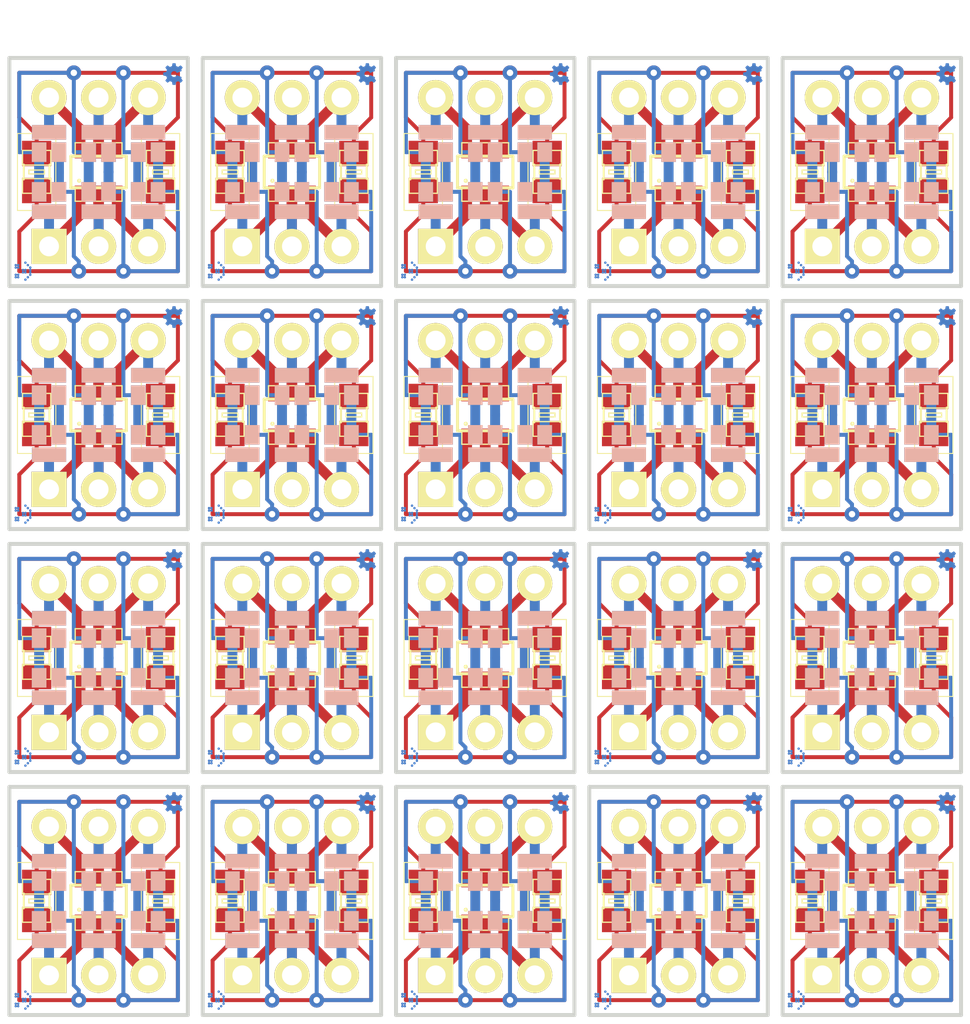
<source format=kicad_pcb>
(kicad_pcb (version 3) (host pcbnew "(2013-04-28 BZR 4117)-testing")
  (layers (15 Front signal) (0 Back signal) (20 B.SilkS user) (21 F.SilkS user) (22 B.Mask user) (23 F.Mask user) (28 Edge.Cuts user))
  (net 0 "")
  (module -C0805 (layer Front) (at 72.771 51.562 90)
    (fp_text reference >NAME hide)
    (fp_text value >VALUE hide)
    (pad 1 smd rect (at -0.94996 0 90) (size 1.29794 1.4986) (layers Front F.Mask))
    (pad 2 smd rect (at 0.94996 0 90) (size 1.29794 1.4986) (layers Front F.Mask))
  )
  (module -C0805 (layer Front) (at 79.121 51.562 90)
    (fp_text reference >NAME hide)
    (fp_text value >VALUE hide)
    (pad 1 smd rect (at -0.94996 0 90) (size 1.29794 1.4986) (layers Front F.Mask))
    (pad 2 smd rect (at 0.94996 0 90) (size 1.29794 1.4986) (layers Front F.Mask))
  )
  (module -SOT23-6L (layer Front) (at 75.946 51.562)
    (fp_text reference >NAME hide)
    (fp_text value >VALUE hide)
    (pad 1 smd rect (at -0.94996 1.29794) (size 0.54864 1.19888) (layers Front F.Mask))
    (pad 2 smd rect (at 0 1.29794) (size 0.54864 1.19888) (layers Front F.Mask))
    (pad 3 smd rect (at 0.94996 1.29794) (size 0.54864 1.19888) (layers Front F.Mask))
    (pad 4 smd rect (at 0.94996 -1.29794) (size 0.54864 1.19888) (layers Front F.Mask))
    (pad 5 smd rect (at 0 -1.29794) (size 0.54864 1.19888) (layers Front F.Mask))
    (pad 6 smd rect (at -0.94996 -1.29794) (size 0.54864 1.19888) (layers Front F.Mask))
  )
  (module 1PIN_SMD (layer Back) (at 73.914 50.546 90)
    (fp_text reference 1PIN_SMD hide)
    (fp_text value P*** hide)
    (pad 1 smd rect (at 0 0 90) (size 1.00076 0.7493) (layers Back B.SilkS B.Mask))
  )
  (module 1PIN_SMD (layer Back) (at 72.898 50.546 90)
    (fp_text reference 1PIN_SMD hide)
    (fp_text value P*** hide)
    (pad 1 smd rect (at 0 0 90) (size 1.00076 0.7493) (layers Back B.SilkS B.Mask))
  )
  (module 1PIN_SMD (layer Back) (at 73.406 49.53)
    (fp_text reference 1PIN_SMD hide)
    (fp_text value P*** hide)
    (pad 1 smd rect (at 0 0) (size 1.75006 0.7493) (layers Back B.SilkS B.Mask))
  )
  (module 1PIN_SMD (layer Back) (at 75.946 49.53)
    (fp_text reference 1PIN_SMD hide)
    (fp_text value P*** hide)
    (pad 1 smd rect (at 0 0) (size 1.75006 0.7493) (layers Back B.SilkS B.Mask))
  )
  (module 1PIN_SMD (layer Back) (at 78.486 49.53)
    (fp_text reference 1PIN_SMD hide)
    (fp_text value P*** hide)
    (pad 1 smd rect (at 0 0) (size 1.75006 0.7493) (layers Back B.SilkS B.Mask))
  )
  (module 1PIN_SMD (layer Back) (at 75.438 50.546 90)
    (fp_text reference 1PIN_SMD hide)
    (fp_text value P*** hide)
    (pad 1 smd rect (at 0 0 90) (size 1.00076 0.7493) (layers Back B.SilkS B.Mask))
  )
  (module 1PIN_SMD (layer Back) (at 76.454 50.546 90)
    (fp_text reference 1PIN_SMD hide)
    (fp_text value P*** hide)
    (pad 1 smd rect (at 0 0 90) (size 1.00076 0.7493) (layers Back B.SilkS B.Mask))
  )
  (module 1PIN_SMD (layer Back) (at 78.994 50.546 90)
    (fp_text reference 1PIN_SMD hide)
    (fp_text value P*** hide)
    (pad 1 smd rect (at 0 0 90) (size 1.00076 0.7493) (layers Back B.SilkS B.Mask))
  )
  (module 1PIN_SMD (layer Back) (at 77.978 50.546 90)
    (fp_text reference 1PIN_SMD hide)
    (fp_text value P*** hide)
    (pad 1 smd rect (at 0 0 90) (size 1.00076 0.7493) (layers Back B.SilkS B.Mask))
  )
  (module 1PIN_SMD (layer Back) (at 78.486 53.594)
    (fp_text reference 1PIN_SMD hide)
    (fp_text value P*** hide)
    (pad 1 smd rect (at 0 0) (size 1.75006 0.7493) (layers Back B.SilkS B.Mask))
  )
  (module 1PIN_SMD (layer Back) (at 75.946 53.594)
    (fp_text reference 1PIN_SMD hide)
    (fp_text value P*** hide)
    (pad 1 smd rect (at 0 0) (size 1.75006 0.7493) (layers Back B.SilkS B.Mask))
  )
  (module 1PIN_SMD (layer Back) (at 73.406 53.594)
    (fp_text reference 1PIN_SMD hide)
    (fp_text value P*** hide)
    (pad 1 smd rect (at 0 0) (size 1.75006 0.7493) (layers Back B.SilkS B.Mask))
  )
  (module 1PIN_SMD (layer Back) (at 73.914 52.578 90)
    (fp_text reference 1PIN_SMD hide)
    (fp_text value P*** hide)
    (pad 1 smd rect (at 0 0 90) (size 1.00076 0.7493) (layers Back B.SilkS B.Mask))
  )
  (module 1PIN_SMD (layer Back) (at 72.898 52.578 90)
    (fp_text reference 1PIN_SMD hide)
    (fp_text value P*** hide)
    (pad 1 smd rect (at 0 0 90) (size 1.00076 0.7493) (layers Back B.SilkS B.Mask))
  )
  (module 1PIN_SMD (layer Back) (at 75.438 52.578 90)
    (fp_text reference 1PIN_SMD hide)
    (fp_text value P*** hide)
    (pad 1 smd rect (at 0 0 90) (size 1.00076 0.7493) (layers Back B.SilkS B.Mask))
  )
  (module 1PIN_SMD (layer Back) (at 76.454 52.578 90)
    (fp_text reference 1PIN_SMD hide)
    (fp_text value P*** hide)
    (pad 1 smd rect (at 0 0 90) (size 1.00076 0.7493) (layers Back B.SilkS B.Mask))
  )
  (module 1PIN_SMD (layer Back) (at 78.994 52.578 90)
    (fp_text reference 1PIN_SMD hide)
    (fp_text value P*** hide)
    (pad 1 smd rect (at 0 0 90) (size 1.00076 0.7493) (layers Back B.SilkS B.Mask))
  )
  (module 1PIN_SMD (layer Back) (at 77.978 52.578 90)
    (fp_text reference 1PIN_SMD hide)
    (fp_text value P*** hide)
    (pad 1 smd rect (at 0 0 90) (size 1.00076 0.7493) (layers Back B.SilkS B.Mask))
  )
  (module LOGO (layer Back) (at 72.0725 56.642 90)
    (fp_text reference G2 hide)
    (fp_text value LOGO hide)
    (fp_poly (pts (xy 0.18796 0.43434) (xy 0.19812 0.4318) (xy 0.21082 0.42926) (xy 0.2159 0.42672) (xy 0.22606 0.4191) (xy 0.23622 0.40894) (xy 0.2413 0.39878) (xy 0.24638 0.38862) (xy 0.24638 0.37592) (xy 0.24638 0.36322) (xy 0.24384 0.35052) (xy 0.23876 0.34036) (xy 0.23622 0.33528) (xy 0.2286 0.32766) (xy 0.22352 0.32258) (xy 0.21844 0.32004) (xy 0.2159 0.3175) (xy 0.20574 0.31242) (xy 0.19558 0.30988) (xy 0.18288 0.30988) (xy 0.1778 0.30988) (xy 0.17272 0.31242) (xy 0.1651 0.31242) (xy 0.16002 0.31496) (xy 0.1524 0.32004) (xy 0.14224 0.32766) (xy 0.13462 0.33782) (xy 0.127 0.34798) (xy 0.127 0.3556) (xy 0.12446 0.36068) (xy 0.12446 0.36576) (xy 0.12446 0.36576) (xy 0.12446 0.36576) (xy 0.12192 0.36322) (xy 0.12192 0.36322) (xy 0.12192 0.3556) (xy 0.11684 0.34798) (xy 0.1143 0.34036) (xy 0.10668 0.3302) (xy 0.09652 0.32258) (xy 0.08636 0.31496) (xy 0.07366 0.31242) (xy 0.06096 0.30988) (xy 0.05842 0.30988) (xy 0.04826 0.31242) (xy 0.0381 0.31496) (xy 0.0381 0.31496) (xy 0.0254 0.32004) (xy 0.01778 0.32766) (xy 0.01016 0.33782) (xy 0.00254 0.34798) (xy 0 0.35814) (xy 0 0.36068) (xy 0 0.36322) (xy 0 0.36322) (xy 0 0.36322) (xy 0 0.36322) (xy 0 0.35814) (xy 0 0.35814) (xy -0.00508 0.34798) (xy -0.01016 0.33782) (xy -0.01778 0.32766) (xy -0.0254 0.32004) (xy -0.03556 0.31496) (xy -0.04826 0.31242) (xy -0.06096 0.30988) (xy -0.07112 0.30988) (xy -0.08382 0.31496) (xy -0.09398 0.32004) (xy -0.10414 0.32766) (xy -0.11176 0.33782) (xy -0.1143 0.33782) (xy -0.11684 0.3429) (xy -0.11938 0.34798) (xy -0.11938 0.35052) (xy -0.12192 0.3556) (xy -0.12192 0.36068) (xy -0.12192 0.36576) (xy -0.12192 0.36576) (xy -0.12446 0.36576) (xy -0.12446 0.36322) (xy -0.12446 0.3556) (xy -0.127 0.34798) (xy -0.13208 0.34036) (xy -0.1397 0.3302) (xy -0.14986 0.32258) (xy -0.16002 0.31496) (xy -0.17272 0.31242) (xy -0.18542 0.30988) (xy -0.19558 0.30988) (xy -0.20828 0.31496) (xy -0.22098 0.32004) (xy -0.23114 0.3302) (xy -0.23368 0.33528) (xy -0.23876 0.34036) (xy -0.24384 0.34798) (xy -0.24638 0.3556) (xy -0.24638 0.3683) (xy -0.24638 0.381) (xy -0.24384 0.39116) (xy -0.23876 0.40386) (xy -0.23368 0.41148) (xy -0.22352 0.42164) (xy -0.21336 0.42672) (xy -0.2032 0.4318) (xy -0.1905 0.43434) (xy -0.18796 0.43434) (xy -0.17526 0.43434) (xy -0.1651 0.4318) (xy -0.1524 0.42418) (xy -0.14986 0.42164) (xy -0.1397 0.41656) (xy -0.13462 0.4064) (xy -0.12954 0.39624) (xy -0.127 0.3937) (xy -0.12446 0.38862) (xy -0.12446 0.38354) (xy -0.12446 0.37846) (xy -0.12446 0.37592) (xy -0.12192 0.37846) (xy -0.12192 0.381) (xy -0.12192 0.38608) (xy -0.11938 0.3937) (xy -0.11684 0.39878) (xy -0.1143 0.40386) (xy -0.10668 0.41402) (xy -0.09652 0.42164) (xy -0.08636 0.42926) (xy -0.07366 0.43434) (xy -0.07112 0.43434) (xy -0.0635 0.43434) (xy -0.05588 0.43434) (xy -0.04572 0.4318) (xy -0.0381 0.42926) (xy -0.0254 0.42418) (xy -0.01524 0.41656) (xy -0.01524 0.41402) (xy -0.00762 0.4064) (xy -0.00254 0.39624) (xy 0 0.38608) (xy 0 0.38354) (xy 0 0.381) (xy 0 0.381) (xy 0 0.381) (xy 0 0.38354) (xy 0 0.38354) (xy 0.00254 0.39116) (xy 0.00508 0.39878) (xy 0.00762 0.40386) (xy 0.0127 0.41148) (xy 0.02286 0.42164) (xy 0.03302 0.42926) (xy 0.04572 0.4318) (xy 0.04826 0.43434) (xy 0.05588 0.43434) (xy 0.06604 0.43434) (xy 0.07366 0.43434) (xy 0.08128 0.4318) (xy 0.09144 0.42672) (xy 0.1016 0.4191) (xy 0.11176 0.40894) (xy 0.11684 0.39878) (xy 0.11938 0.3937) (xy 0.12192 0.38862) (xy 0.12192 0.38354) (xy 0.12192 0.37846) (xy 0.12192 0.37846) (xy 0.12192 0.37846) (xy 0.12446 0.381) (xy 0.12446 0.381) (xy 0.12446 0.38862) (xy 0.12954 0.39624) (xy 0.13208 0.40386) (xy 0.13462 0.4064) (xy 0.14224 0.41656) (xy 0.1524 0.42418) (xy 0.16256 0.42926) (xy 0.17526 0.43434) (xy 0.18796 0.43434)) (layer Back) (width 0.00254))
    (fp_poly (pts (xy -0.31496 0.30988) (xy -0.30734 0.30988) (xy -0.29972 0.30988) (xy -0.28956 0.30734) (xy -0.2794 0.30226) (xy -0.26924 0.29464) (xy -0.25908 0.28448) (xy -0.254 0.27432) (xy -0.24892 0.26162) (xy -0.24892 0.24892) (xy -0.24892 0.23622) (xy -0.25146 0.22606) (xy -0.25654 0.21336) (xy -0.26416 0.2032) (xy -0.27432 0.19558) (xy -0.2794 0.19304) (xy -0.28956 0.18796) (xy -0.30226 0.18542) (xy -0.31496 0.18542) (xy -0.32766 0.18796) (xy -0.33782 0.19304) (xy -0.35052 0.20066) (xy -0.35814 0.20828) (xy -0.36576 0.22098) (xy -0.37084 0.23368) (xy -0.37084 0.23876) (xy -0.37084 0.24638) (xy -0.37084 0.254) (xy -0.37084 0.26162) (xy -0.37084 0.26416) (xy -0.36576 0.27686) (xy -0.35814 0.28702) (xy -0.34798 0.29718) (xy -0.33782 0.3048) (xy -0.33274 0.3048) (xy -0.32512 0.30734) (xy -0.3175 0.30988) (xy -0.31496 0.30988)) (layer Back) (width 0.00254))
    (fp_poly (pts (xy 0.31242 0.30988) (xy 0.32512 0.30734) (xy 0.33528 0.3048) (xy 0.34798 0.29718) (xy 0.35052 0.29464) (xy 0.35814 0.28702) (xy 0.36576 0.27432) (xy 0.37084 0.26416) (xy 0.37084 0.25654) (xy 0.37084 0.24892) (xy 0.37084 0.2413) (xy 0.37084 0.23368) (xy 0.37084 0.23114) (xy 0.36576 0.21844) (xy 0.35814 0.20828) (xy 0.34798 0.19812) (xy 0.33782 0.19304) (xy 0.32512 0.18796) (xy 0.31242 0.18542) (xy 0.30734 0.18542) (xy 0.29718 0.18796) (xy 0.28448 0.1905) (xy 0.27432 0.19812) (xy 0.26416 0.20574) (xy 0.25654 0.21336) (xy 0.25146 0.22606) (xy 0.24892 0.23876) (xy 0.24892 0.25146) (xy 0.24892 0.25908) (xy 0.24892 0.26416) (xy 0.25146 0.27178) (xy 0.25654 0.28194) (xy 0.2667 0.2921) (xy 0.27432 0.29972) (xy 0.28702 0.3048) (xy 0.29972 0.30988) (xy 0.31242 0.30988)) (layer Back) (width 0.00254))
    (fp_poly (pts (xy -0.43688 0.18542) (xy -0.42926 0.18542) (xy -0.42164 0.18542) (xy -0.41148 0.18034) (xy -0.40132 0.17526) (xy -0.39116 0.16764) (xy -0.38354 0.16002) (xy -0.37846 0.14986) (xy -0.37338 0.13716) (xy -0.37338 0.13208) (xy -0.37338 0.12446) (xy -0.37338 0.11684) (xy -0.37338 0.10922) (xy -0.37338 0.10668) (xy -0.37846 0.09398) (xy -0.38608 0.08382) (xy -0.39624 0.07366) (xy -0.4064 0.06858) (xy -0.41148 0.06604) (xy -0.4191 0.0635) (xy -0.42672 0.06096) (xy -0.43688 0.06096) (xy -0.44196 0.06096) (xy -0.44958 0.0635) (xy -0.45466 0.0635) (xy -0.46228 0.06858) (xy -0.46736 0.06858) (xy -0.47752 0.0762) (xy -0.48514 0.08636) (xy -0.49276 0.09906) (xy -0.4953 0.11176) (xy -0.4953 0.1143) (xy -0.4953 0.12192) (xy -0.4953 0.12954) (xy -0.4953 0.13462) (xy -0.4953 0.1397) (xy -0.49022 0.1524) (xy -0.4826 0.16256) (xy -0.47244 0.17272) (xy -0.46228 0.1778) (xy -0.44958 0.18288) (xy -0.44704 0.18542) (xy -0.43688 0.18542)) (layer Back) (width 0.00254))
    (fp_poly (pts (xy 0.05842 0.18542) (xy 0.07112 0.18542) (xy 0.08382 0.18034) (xy 0.09144 0.1778) (xy 0.1016 0.17018) (xy 0.10922 0.16256) (xy 0.11684 0.14986) (xy 0.12192 0.13716) (xy 0.12192 0.13462) (xy 0.12446 0.12446) (xy 0.12192 0.11684) (xy 0.11938 0.10414) (xy 0.1143 0.09398) (xy 0.10922 0.08382) (xy 0.09906 0.07366) (xy 0.0889 0.06604) (xy 0.0762 0.0635) (xy 0.06604 0.06096) (xy 0.07112 0.06096) (xy 0.07112 0.06096) (xy 0.08128 0.05842) (xy 0.09144 0.05334) (xy 0.09906 0.04826) (xy 0.1016 0.04572) (xy 0.10922 0.0381) (xy 0.11684 0.02794) (xy 0.12192 0.01524) (xy 0.12192 0.00254) (xy 0.12192 -0.00762) (xy 0.11938 -0.01778) (xy 0.1143 -0.03048) (xy 0.1143 -0.03048) (xy 0.10668 -0.04064) (xy 0.09652 -0.04826) (xy 0.08636 -0.05588) (xy 0.0762 -0.05842) (xy 0.0635 -0.06096) (xy 0.0508 -0.06096) (xy 0.04064 -0.05842) (xy 0.02794 -0.0508) (xy 0.01778 -0.04318) (xy 0.0127 -0.0381) (xy 0.00762 -0.02794) (xy 0.00254 -0.02032) (xy 0 -0.01016) (xy 0 -0.00762) (xy 0 -0.00762) (xy 0 -0.00762) (xy 0 -0.01016) (xy -0.00254 -0.01778) (xy -0.00508 -0.02794) (xy -0.01016 -0.03556) (xy -0.0127 -0.04064) (xy -0.02286 -0.04826) (xy -0.03302 -0.05588) (xy -0.04572 -0.05842) (xy -0.05842 -0.06096) (xy -0.07112 -0.06096) (xy -0.07874 -0.05842) (xy -0.09144 -0.05334) (xy -0.1016 -0.04572) (xy -0.10922 -0.03556) (xy -0.11684 -0.0254) (xy -0.12192 -0.0127) (xy -0.12192 -0.00762) (xy -0.12192 0.00254) (xy -0.12192 0.01524) (xy -0.11684 0.02794) (xy -0.10922 0.0381) (xy -0.1016 0.04572) (xy -0.0889 0.05334) (xy -0.08382 0.05588) (xy -0.07874 0.05842) (xy -0.07366 0.06096) (xy -0.06858 0.06096) (xy -0.06858 0.06096) (xy -0.06858 0.06096) (xy -0.07112 0.06096) (xy -0.07874 0.0635) (xy -0.08636 0.06604) (xy -0.09398 0.07112) (xy -0.09652 0.07366) (xy -0.10668 0.07874) (xy -0.11176 0.0889) (xy -0.11938 0.09906) (xy -0.12192 0.10922) (xy -0.12192 0.11938) (xy -0.12192 0.12954) (xy -0.12192 0.13208) (xy -0.11938 0.14478) (xy -0.1143 0.15748) (xy -0.10414 0.16764) (xy -0.09906 0.17272) (xy -0.08636 0.18034) (xy -0.07366 0.18542) (xy -0.06858 0.18542) (xy -0.0635 0.18542) (xy -0.05588 0.18542) (xy -0.04826 0.18542) (xy -0.04318 0.18288) (xy -0.04064 0.18288) (xy -0.02794 0.17526) (xy -0.01778 0.16764) (xy -0.01016 0.15748) (xy -0.00508 0.1524) (xy -0.00254 0.14478) (xy 0 0.13716) (xy 0 0.13462) (xy 0 0.13208) (xy 0 0.13208) (xy 0 0.13208) (xy 0 0.1143) (xy 0 0.1143) (xy 0 0.1143) (xy 0 0.10922) (xy 0 0.10922) (xy -0.00508 0.09906) (xy -0.01016 0.0889) (xy -0.01778 0.07874) (xy -0.02794 0.07112) (xy -0.0381 0.06604) (xy -0.0381 0.06604) (xy -0.04318 0.0635) (xy -0.04826 0.06096) (xy -0.05588 0.06096) (xy -0.04826 0.06096) (xy -0.04318 0.05842) (xy -0.03048 0.05334) (xy -0.02032 0.04572) (xy -0.0127 0.0381) (xy -0.00508 0.02794) (xy -0.00254 0.02286) (xy 0 0.01524) (xy 0 0.01016) (xy 0 0.00762) (xy 0 0.00762) (xy 0 0.00762) (xy 0 0.01016) (xy 0 0.01524) (xy 0.00254 0.02032) (xy 0.00508 0.02794) (xy 0.01016 0.03302) (xy 0.01778 0.04318) (xy 0.02794 0.0508) (xy 0.0381 0.05588) (xy 0.0508 0.06096) (xy 0.05588 0.06096) (xy 0.04826 0.06096) (xy 0.04826 0.06096) (xy 0.04318 0.0635) (xy 0.0381 0.06604) (xy 0.03556 0.06604) (xy 0.0254 0.07112) (xy 0.01778 0.07874) (xy 0.01016 0.0889) (xy 0.00254 0.09906) (xy 0 0.10922) (xy 0 0.11176) (xy 0 0.1143) (xy 0 0.1143) (xy 0 0.13208) (xy 0 0.13208) (xy 0 0.13208) (xy 0 0.13716) (xy 0.00254 0.14478) (xy 0.00762 0.15494) (xy 0.01524 0.1651) (xy 0.0254 0.17272) (xy 0.03556 0.18034) (xy 0.03556 0.18034) (xy 0.04572 0.18288) (xy 0.05842 0.18542)) (layer Back) (width 0.00254))
    (fp_poly (pts (xy 0.42926 0.18542) (xy 0.43942 0.18542) (xy 0.44958 0.18288) (xy 0.45466 0.18288) (xy 0.46736 0.17526) (xy 0.47752 0.16764) (xy 0.48514 0.16002) (xy 0.49022 0.14732) (xy 0.4953 0.13716) (xy 0.49784 0.12446) (xy 0.4953 0.11684) (xy 0.4953 0.10414) (xy 0.49022 0.09398) (xy 0.48006 0.08128) (xy 0.48006 0.07874) (xy 0.4699 0.07112) (xy 0.45974 0.06604) (xy 0.44958 0.0635) (xy 0.44958 0.0635) (xy 0.43942 0.06096) (xy 0.42926 0.06096) (xy 0.4191 0.0635) (xy 0.41656 0.0635) (xy 0.40386 0.06858) (xy 0.3937 0.0762) (xy 0.38608 0.08382) (xy 0.37846 0.09398) (xy 0.37338 0.10668) (xy 0.37338 0.11684) (xy 0.37338 0.12954) (xy 0.37592 0.14224) (xy 0.37846 0.1524) (xy 0.38608 0.16256) (xy 0.39624 0.17272) (xy 0.4064 0.1778) (xy 0.4191 0.18288) (xy 0.4191 0.18288) (xy 0.42926 0.18542)) (layer Back) (width 0.00254))
    (fp_poly (pts (xy -0.18288 -0.18542) (xy -0.17018 -0.18796) (xy -0.16002 -0.1905) (xy -0.1524 -0.19304) (xy -0.14732 -0.19812) (xy -0.14224 -0.2032) (xy -0.13462 -0.21082) (xy -0.12954 -0.22098) (xy -0.12446 -0.23368) (xy -0.12446 -0.23622) (xy -0.12446 -0.24384) (xy -0.12446 -0.254) (xy -0.12446 -0.26162) (xy -0.127 -0.27178) (xy -0.13462 -0.28194) (xy -0.14224 -0.2921) (xy -0.14224 -0.2921) (xy -0.14732 -0.29718) (xy -0.15494 -0.30226) (xy -0.16002 -0.3048) (xy -0.16256 -0.3048) (xy -0.16764 -0.30734) (xy -0.17272 -0.30988) (xy -0.1778 -0.30988) (xy -0.18034 -0.30988) (xy -0.1778 -0.30988) (xy -0.17272 -0.30988) (xy -0.17018 -0.31242) (xy -0.1651 -0.31242) (xy -0.15494 -0.3175) (xy -0.14732 -0.32258) (xy -0.1397 -0.3302) (xy -0.13716 -0.3302) (xy -0.13208 -0.3429) (xy -0.127 -0.35306) (xy -0.12446 -0.36576) (xy -0.12446 -0.37846) (xy -0.12446 -0.381) (xy -0.127 -0.3937) (xy -0.13208 -0.4064) (xy -0.14224 -0.41656) (xy -0.14986 -0.42164) (xy -0.16002 -0.42926) (xy -0.17272 -0.43434) (xy -0.17526 -0.43434) (xy -0.18288 -0.43434) (xy -0.19304 -0.43434) (xy -0.20066 -0.4318) (xy -0.20574 -0.4318) (xy -0.21844 -0.42418) (xy -0.2286 -0.41656) (xy -0.23622 -0.40894) (xy -0.24384 -0.39624) (xy -0.24638 -0.38608) (xy -0.24638 -0.38354) (xy -0.24638 -0.381) (xy -0.24892 -0.381) (xy -0.24892 -0.381) (xy -0.24892 -0.38354) (xy -0.24892 -0.38862) (xy -0.25146 -0.3937) (xy -0.254 -0.39878) (xy -0.25654 -0.40386) (xy -0.26416 -0.41402) (xy -0.27432 -0.42164) (xy -0.28448 -0.42926) (xy -0.29718 -0.4318) (xy -0.30988 -0.43434) (xy -0.32004 -0.43434) (xy -0.33274 -0.4318) (xy -0.3429 -0.42418) (xy -0.34798 -0.42164) (xy -0.35814 -0.41148) (xy -0.36576 -0.40132) (xy -0.37084 -0.38862) (xy -0.37084 -0.37846) (xy -0.37084 -0.36576) (xy -0.3683 -0.35306) (xy -0.36322 -0.34036) (xy -0.3556 -0.3302) (xy -0.34798 -0.32258) (xy -0.33528 -0.31496) (xy -0.32258 -0.31242) (xy -0.31496 -0.30988) (xy -0.32004 -0.30988) (xy -0.32258 -0.30988) (xy -0.33274 -0.3048) (xy -0.3429 -0.29972) (xy -0.35052 -0.29464) (xy -0.35814 -0.28702) (xy -0.36322 -0.2794) (xy -0.3683 -0.27178) (xy -0.37084 -0.26416) (xy -0.37084 -0.25654) (xy -0.37084 -0.24892) (xy -0.37084 -0.2413) (xy -0.37084 -0.23368) (xy -0.3683 -0.22606) (xy -0.36322 -0.2159) (xy -0.3556 -0.20574) (xy -0.34544 -0.19558) (xy -0.33274 -0.1905) (xy -0.32004 -0.18542) (xy -0.3175 -0.18542) (xy -0.30988 -0.18542) (xy -0.30226 -0.18542) (xy -0.29464 -0.18796) (xy -0.28956 -0.18796) (xy -0.27686 -0.19558) (xy -0.2667 -0.2032) (xy -0.25908 -0.21082) (xy -0.254 -0.22352) (xy -0.24892 -0.23622) (xy -0.24892 -0.23622) (xy -0.24892 -0.23876) (xy -0.24638 -0.23876) (xy -0.24638 -0.25654) (xy -0.24892 -0.25654) (xy -0.24892 -0.25908) (xy -0.24892 -0.25908) (xy -0.25146 -0.2667) (xy -0.254 -0.27686) (xy -0.25908 -0.28448) (xy -0.26416 -0.28956) (xy -0.27432 -0.29718) (xy -0.28448 -0.3048) (xy -0.29718 -0.30988) (xy -0.30226 -0.30988) (xy -0.29972 -0.30988) (xy -0.29464 -0.31242) (xy -0.2921 -0.31242) (xy -0.28956 -0.31242) (xy -0.27686 -0.32004) (xy -0.2667 -0.32766) (xy -0.25908 -0.33528) (xy -0.254 -0.34798) (xy -0.24892 -0.35814) (xy -0.24892 -0.36322) (xy -0.24892 -0.36322) (xy -0.24638 -0.36322) (xy -0.24638 -0.35814) (xy -0.24638 -0.35814) (xy -0.24384 -0.35306) (xy -0.2413 -0.34544) (xy -0.23622 -0.33782) (xy -0.23368 -0.33274) (xy -0.2286 -0.32766) (xy -0.22352 -0.32258) (xy -0.2159 -0.3175) (xy -0.2159 -0.3175) (xy -0.20574 -0.31242) (xy -0.19558 -0.30988) (xy -0.19304 -0.30988) (xy -0.19812 -0.30988) (xy -0.20828 -0.3048) (xy -0.21844 -0.29972) (xy -0.2286 -0.2921) (xy -0.23622 -0.28194) (xy -0.23876 -0.2794) (xy -0.2413 -0.27432) (xy -0.24384 -0.2667) (xy -0.24638 -0.26162) (xy -0.24638 -0.25654) (xy -0.24638 -0.25654) (xy -0.24638 -0.25654) (xy -0.24638 -0.23876) (xy -0.24638 -0.23876) (xy -0.24638 -0.23622) (xy -0.24638 -0.23368) (xy -0.24384 -0.2286) (xy -0.2413 -0.22098) (xy -0.23622 -0.21082) (xy -0.2286 -0.2032) (xy -0.21844 -0.19558) (xy -0.20828 -0.1905) (xy -0.19558 -0.18542) (xy -0.18288 -0.18542)) (layer Back) (width 0.00254))
    (fp_poly (pts (xy 0.18796 -0.18542) (xy 0.20066 -0.18796) (xy 0.21336 -0.1905) (xy 0.22352 -0.19812) (xy 0.23114 -0.20574) (xy 0.23876 -0.2159) (xy 0.24384 -0.2286) (xy 0.24638 -0.23368) (xy 0.24638 -0.23622) (xy 0.24638 -0.23622) (xy 0.24638 -0.23876) (xy 0.24638 -0.23876) (xy 0.24638 -0.25654) (xy 0.24638 -0.25908) (xy 0.24638 -0.26162) (xy 0.24384 -0.26924) (xy 0.23876 -0.28194) (xy 0.23114 -0.28956) (xy 0.22098 -0.29972) (xy 0.21082 -0.3048) (xy 0.19812 -0.30988) (xy 0.19304 -0.30988) (xy 0.19558 -0.30988) (xy 0.19558 -0.30988) (xy 0.20574 -0.31496) (xy 0.2159 -0.3175) (xy 0.22098 -0.32004) (xy 0.22606 -0.32512) (xy 0.23368 -0.33274) (xy 0.23622 -0.33782) (xy 0.2413 -0.3429) (xy 0.24384 -0.35052) (xy 0.24638 -0.35814) (xy 0.24638 -0.36322) (xy 0.24638 -0.36322) (xy 0.24892 -0.36322) (xy 0.24892 -0.35814) (xy 0.25146 -0.35052) (xy 0.25654 -0.34036) (xy 0.26416 -0.3302) (xy 0.27432 -0.32004) (xy 0.28702 -0.31496) (xy 0.29972 -0.30988) (xy 0.30226 -0.30988) (xy 0.29718 -0.30988) (xy 0.2921 -0.30734) (xy 0.2794 -0.30226) (xy 0.26924 -0.29464) (xy 0.25908 -0.28448) (xy 0.25654 -0.28194) (xy 0.254 -0.27686) (xy 0.25146 -0.26924) (xy 0.24892 -0.26416) (xy 0.24892 -0.25908) (xy 0.24892 -0.25908) (xy 0.24892 -0.25654) (xy 0.24638 -0.25654) (xy 0.24638 -0.23876) (xy 0.24892 -0.23876) (xy 0.24892 -0.23622) (xy 0.24892 -0.23114) (xy 0.254 -0.22098) (xy 0.25908 -0.21336) (xy 0.26162 -0.20828) (xy 0.27178 -0.19812) (xy 0.28194 -0.19304) (xy 0.29464 -0.18796) (xy 0.29972 -0.18542) (xy 0.30988 -0.18542) (xy 0.3175 -0.18542) (xy 0.32512 -0.18796) (xy 0.32512 -0.18796) (xy 0.33782 -0.19304) (xy 0.35052 -0.20066) (xy 0.35814 -0.20828) (xy 0.36576 -0.22098) (xy 0.37084 -0.23368) (xy 0.37084 -0.23876) (xy 0.37084 -0.24638) (xy 0.37084 -0.25654) (xy 0.37084 -0.26416) (xy 0.3683 -0.26924) (xy 0.36322 -0.2794) (xy 0.35814 -0.28702) (xy 0.35306 -0.2921) (xy 0.34544 -0.29972) (xy 0.33782 -0.30226) (xy 0.33528 -0.3048) (xy 0.32766 -0.30734) (xy 0.32258 -0.30988) (xy 0.3175 -0.30988) (xy 0.3175 -0.30988) (xy 0.32004 -0.30988) (xy 0.32258 -0.31242) (xy 0.3302 -0.31242) (xy 0.33782 -0.3175) (xy 0.34544 -0.32004) (xy 0.34544 -0.32258) (xy 0.3556 -0.3302) (xy 0.36068 -0.33782) (xy 0.3683 -0.34798) (xy 0.3683 -0.35052) (xy 0.37084 -0.36322) (xy 0.37084 -0.37592) (xy 0.37084 -0.38862) (xy 0.3683 -0.39116) (xy 0.36322 -0.40386) (xy 0.3556 -0.41402) (xy 0.34544 -0.42164) (xy 0.33528 -0.42926) (xy 0.32258 -0.43434) (xy 0.32258 -0.43434) (xy 0.31242 -0.43434) (xy 0.3048 -0.43434) (xy 0.29464 -0.4318) (xy 0.29464 -0.4318) (xy 0.28194 -0.42672) (xy 0.26924 -0.4191) (xy 0.26162 -0.41148) (xy 0.254 -0.39878) (xy 0.25146 -0.39624) (xy 0.25146 -0.39116) (xy 0.24892 -0.38608) (xy 0.24892 -0.381) (xy 0.24892 -0.381) (xy 0.24892 -0.381) (xy 0.24638 -0.381) (xy 0.24638 -0.38608) (xy 0.24384 -0.3937) (xy 0.23876 -0.40386) (xy 0.23114 -0.41402) (xy 0.22098 -0.42164) (xy 0.21082 -0.42926) (xy 0.21082 -0.42926) (xy 0.20066 -0.4318) (xy 0.18796 -0.43434) (xy 0.17526 -0.43434) (xy 0.16256 -0.42926) (xy 0.15494 -0.42672) (xy 0.14478 -0.4191) (xy 0.13716 -0.41148) (xy 0.12954 -0.39878) (xy 0.12446 -0.38608) (xy 0.12446 -0.38354) (xy 0.12192 -0.37338) (xy 0.12446 -0.36576) (xy 0.127 -0.35306) (xy 0.13208 -0.34036) (xy 0.1397 -0.3302) (xy 0.14732 -0.32258) (xy 0.16002 -0.31496) (xy 0.17272 -0.31242) (xy 0.17526 -0.30988) (xy 0.1778 -0.30988) (xy 0.1778 -0.30988) (xy 0.17272 -0.30988) (xy 0.1651 -0.30734) (xy 0.15748 -0.3048) (xy 0.1524 -0.29972) (xy 0.14478 -0.29464) (xy 0.13462 -0.28448) (xy 0.12954 -0.27432) (xy 0.127 -0.27178) (xy 0.12446 -0.25908) (xy 0.12446 -0.24638) (xy 0.12446 -0.23368) (xy 0.12954 -0.22098) (xy 0.13208 -0.2159) (xy 0.13462 -0.21082) (xy 0.1397 -0.20574) (xy 0.14224 -0.2032) (xy 0.1524 -0.19558) (xy 0.16256 -0.1905) (xy 0.17526 -0.18542) (xy 0.17526 -0.18542) (xy 0.18796 -0.18542)) (layer Back) (width 0.00254))
  )
  (module "" (layer Back) (at 79.756 46.5455 90)
    (fp_text reference G1 hide)
    (fp_text value LOGO hide)
    (fp_poly (pts (xy -0.33528 0.49784) (xy -0.3302 0.4953) (xy -0.3175 0.48768) (xy -0.29972 0.47498) (xy -0.27686 0.45974) (xy -0.254 0.4445) (xy -0.23622 0.43434) (xy -0.22352 0.42418) (xy -0.21844 0.42164) (xy -0.2159 0.42418) (xy -0.20574 0.42926) (xy -0.1905 0.43688) (xy -0.18034 0.44196) (xy -0.16764 0.44704) (xy -0.16002 0.44704) (xy -0.16002 0.44704) (xy -0.15494 0.43688) (xy -0.14732 0.41656) (xy -0.13462 0.3937) (xy -0.12446 0.36576) (xy -0.11176 0.33528) (xy -0.09652 0.3048) (xy -0.08636 0.27432) (xy -0.07366 0.24638) (xy -0.06604 0.22606) (xy -0.06096 0.21082) (xy -0.05842 0.2032) (xy -0.05842 0.2032) (xy -0.06604 0.19558) (xy -0.07874 0.18796) (xy -0.10414 0.1651) (xy -0.12954 0.13208) (xy -0.14478 0.09652) (xy -0.1524 0.05588) (xy -0.14732 0.01778) (xy -0.13208 -0.01778) (xy -0.10668 -0.0508) (xy -0.0762 -0.07366) (xy -0.04064 -0.0889) (xy 0 -0.09398) (xy 0.0381 -0.09144) (xy 0.07366 -0.0762) (xy 0.10668 -0.0508) (xy 0.12192 -0.03556) (xy 0.1397 -0.00254) (xy 0.1524 0.03302) (xy 0.1524 0.04064) (xy 0.14986 0.08128) (xy 0.1397 0.11684) (xy 0.11938 0.14986) (xy 0.09144 0.1778) (xy 0.08636 0.18034) (xy 0.07366 0.1905) (xy 0.0635 0.19812) (xy 0.05842 0.2032) (xy 0.10668 0.32258) (xy 0.1143 0.3429) (xy 0.12954 0.37592) (xy 0.1397 0.40386) (xy 0.14986 0.42672) (xy 0.15748 0.44196) (xy 0.16002 0.44704) (xy 0.16002 0.44704) (xy 0.1651 0.44704) (xy 0.17272 0.4445) (xy 0.1905 0.43688) (xy 0.20066 0.4318) (xy 0.21336 0.42418) (xy 0.22098 0.42164) (xy 0.22606 0.42418) (xy 0.23622 0.4318) (xy 0.254 0.4445) (xy 0.27686 0.45974) (xy 0.29718 0.47244) (xy 0.31496 0.48514) (xy 0.3302 0.4953) (xy 0.33528 0.49784) (xy 0.33782 0.49784) (xy 0.3429 0.4953) (xy 0.35306 0.48514) (xy 0.37084 0.4699) (xy 0.3937 0.44704) (xy 0.39624 0.4445) (xy 0.41656 0.42418) (xy 0.4318 0.40894) (xy 0.44196 0.39624) (xy 0.4445 0.39116) (xy 0.4445 0.39116) (xy 0.44196 0.38608) (xy 0.4318 0.37084) (xy 0.42164 0.35306) (xy 0.4064 0.3302) (xy 0.36576 0.27178) (xy 0.38862 0.21844) (xy 0.3937 0.20066) (xy 0.40386 0.18034) (xy 0.40894 0.16764) (xy 0.41148 0.16002) (xy 0.4191 0.15748) (xy 0.4318 0.15494) (xy 0.45466 0.14986) (xy 0.48006 0.14478) (xy 0.50546 0.14224) (xy 0.52578 0.13716) (xy 0.54356 0.13462) (xy 0.55118 0.13208) (xy 0.55118 0.13208) (xy 0.55372 0.127) (xy 0.55372 0.11938) (xy 0.55372 0.10668) (xy 0.55626 0.08636) (xy 0.55626 0.05588) (xy 0.55626 0.0508) (xy 0.55372 0.02286) (xy 0.55372 0) (xy 0.55372 -0.0127) (xy 0.55372 -0.02032) (xy 0.55372 -0.02032) (xy 0.5461 -0.02032) (xy 0.53086 -0.0254) (xy 0.508 -0.02794) (xy 0.4826 -0.03302) (xy 0.48006 -0.03556) (xy 0.45466 -0.04064) (xy 0.4318 -0.04318) (xy 0.41656 -0.04826) (xy 0.40894 -0.0508) (xy 0.40894 -0.0508) (xy 0.40386 -0.06096) (xy 0.39624 -0.07874) (xy 0.38608 -0.09906) (xy 0.37846 -0.11938) (xy 0.37084 -0.13716) (xy 0.36576 -0.1524) (xy 0.36322 -0.15748) (xy 0.36322 -0.15748) (xy 0.3683 -0.1651) (xy 0.37592 -0.1778) (xy 0.38862 -0.19558) (xy 0.4064 -0.21844) (xy 0.4064 -0.22098) (xy 0.42164 -0.24384) (xy 0.43434 -0.26162) (xy 0.44196 -0.27432) (xy 0.4445 -0.28194) (xy 0.4445 -0.28194) (xy 0.43942 -0.28702) (xy 0.42926 -0.29972) (xy 0.41148 -0.3175) (xy 0.3937 -0.33782) (xy 0.38608 -0.3429) (xy 0.36576 -0.36576) (xy 0.35052 -0.37846) (xy 0.34036 -0.38608) (xy 0.33528 -0.38862) (xy 0.33528 -0.38862) (xy 0.3302 -0.38354) (xy 0.31496 -0.37338) (xy 0.29718 -0.36068) (xy 0.27432 -0.34544) (xy 0.27178 -0.34544) (xy 0.24892 -0.3302) (xy 0.23114 -0.3175) (xy 0.21844 -0.30734) (xy 0.21336 -0.3048) (xy 0.21082 -0.3048) (xy 0.2032 -0.30734) (xy 0.18542 -0.31242) (xy 0.16764 -0.32004) (xy 0.14732 -0.3302) (xy 0.127 -0.33782) (xy 0.1143 -0.3429) (xy 0.10668 -0.34798) (xy 0.10668 -0.34798) (xy 0.10414 -0.3556) (xy 0.1016 -0.37084) (xy 0.09652 -0.3937) (xy 0.09144 -0.42164) (xy 0.0889 -0.42672) (xy 0.08382 -0.45212) (xy 0.08128 -0.47498) (xy 0.07874 -0.49022) (xy 0.0762 -0.4953) (xy 0.07112 -0.49784) (xy 0.05842 -0.49784) (xy 0.04064 -0.49784) (xy 0.01524 -0.49784) (xy -0.00762 -0.49784) (xy -0.03302 -0.49784) (xy -0.05334 -0.49784) (xy -0.06858 -0.4953) (xy -0.07366 -0.4953) (xy -0.07366 -0.4953) (xy -0.0762 -0.48768) (xy -0.08128 -0.4699) (xy -0.08382 -0.44704) (xy -0.09144 -0.4191) (xy -0.09144 -0.41402) (xy -0.09652 -0.38862) (xy -0.1016 -0.36576) (xy -0.10414 -0.35052) (xy -0.10668 -0.34544) (xy -0.10668 -0.34544) (xy -0.11938 -0.34036) (xy -0.13716 -0.33274) (xy -0.15748 -0.32258) (xy -0.20828 -0.30226) (xy -0.27178 -0.34544) (xy -0.27686 -0.35052) (xy -0.29972 -0.36576) (xy -0.3175 -0.37846) (xy -0.3302 -0.38608) (xy -0.33782 -0.38862) (xy -0.33782 -0.38862) (xy -0.3429 -0.38354) (xy -0.3556 -0.37084) (xy -0.37338 -0.3556) (xy -0.39116 -0.33528) (xy -0.4064 -0.32004) (xy -0.42418 -0.30226) (xy -0.43434 -0.2921) (xy -0.44196 -0.28448) (xy -0.44196 -0.2794) (xy -0.44196 -0.27686) (xy -0.43942 -0.26924) (xy -0.42926 -0.25654) (xy -0.41656 -0.23622) (xy -0.40132 -0.2159) (xy -0.38862 -0.19558) (xy -0.37592 -0.17526) (xy -0.36576 -0.16002) (xy -0.36322 -0.1524) (xy -0.36322 -0.14986) (xy -0.3683 -0.13716) (xy -0.37592 -0.11938) (xy -0.38608 -0.09652) (xy -0.4064 -0.04826) (xy -0.43942 -0.04064) (xy -0.45974 -0.0381) (xy -0.48768 -0.03302) (xy -0.51308 -0.02794) (xy -0.55372 -0.02032) (xy -0.55626 0.12954) (xy -0.54864 0.13208) (xy -0.54356 0.13208) (xy -0.52832 0.13716) (xy -0.50546 0.1397) (xy -0.48006 0.14478) (xy -0.45974 0.14986) (xy -0.43688 0.15494) (xy -0.42164 0.15748) (xy -0.41402 0.15748) (xy -0.41148 0.16002) (xy -0.4064 0.17018) (xy -0.39878 0.18796) (xy -0.39116 0.20828) (xy -0.381 0.2286) (xy -0.37338 0.24892) (xy -0.3683 0.26416) (xy -0.36576 0.27178) (xy -0.3683 0.27686) (xy -0.37846 0.28956) (xy -0.38862 0.30988) (xy -0.40386 0.3302) (xy -0.4191 0.35306) (xy -0.4318 0.37084) (xy -0.43942 0.38354) (xy -0.4445 0.39116) (xy -0.44196 0.39624) (xy -0.43434 0.4064) (xy -0.41656 0.42164) (xy -0.3937 0.44704) (xy -0.38862 0.44958) (xy -0.3683 0.4699) (xy -0.35306 0.48514) (xy -0.34036 0.4953) (xy -0.33528 0.49784)) (layer Back) (width 0.00254))
  )
  (module DIP-6__300 (layer Front) (at 75.946 51.562)
    (fp_text reference U*** hide)
    (fp_text value DIP-6__300 hide)
    (pad 1 thru_hole rect (at -2.54 3.81) (size 1.80086 1.80086) (drill 1.016) (layers *.Cu *.Mask F.SilkS))
    (pad 2 thru_hole circle (at 0 3.81) (size 1.80086 1.80086) (drill 1.016) (layers *.Cu *.Mask F.SilkS))
    (pad 3 thru_hole circle (at 2.54 3.81) (size 1.80086 1.80086) (drill 1.016) (layers *.Cu *.Mask F.SilkS))
    (pad 4 thru_hole circle (at 2.54 -3.81) (size 1.80086 1.80086) (drill 1.016) (layers *.Cu *.Mask F.SilkS))
    (pad 5 thru_hole circle (at 0 -3.81) (size 1.80086 1.80086) (drill 1.016) (layers *.Cu *.Mask F.SilkS))
    (pad 6 thru_hole circle (at -2.54 -3.81) (size 1.80086 1.80086) (drill 1.016) (layers *.Cu *.Mask F.SilkS))
  )
  (module DIP-6__300 (layer Front) (at 66.04 51.562)
    (fp_text reference U*** hide)
    (fp_text value DIP-6__300 hide)
    (pad 1 thru_hole rect (at -2.54 3.81) (size 1.80086 1.80086) (drill 1.016) (layers *.Cu *.Mask F.SilkS))
    (pad 2 thru_hole circle (at 0 3.81) (size 1.80086 1.80086) (drill 1.016) (layers *.Cu *.Mask F.SilkS))
    (pad 3 thru_hole circle (at 2.54 3.81) (size 1.80086 1.80086) (drill 1.016) (layers *.Cu *.Mask F.SilkS))
    (pad 4 thru_hole circle (at 2.54 -3.81) (size 1.80086 1.80086) (drill 1.016) (layers *.Cu *.Mask F.SilkS))
    (pad 5 thru_hole circle (at 0 -3.81) (size 1.80086 1.80086) (drill 1.016) (layers *.Cu *.Mask F.SilkS))
    (pad 6 thru_hole circle (at -2.54 -3.81) (size 1.80086 1.80086) (drill 1.016) (layers *.Cu *.Mask F.SilkS))
  )
  (module "" (layer Back) (at 69.85 46.5455 90)
    (fp_text reference G1 hide)
    (fp_text value LOGO hide)
    (fp_poly (pts (xy -0.33528 0.49784) (xy -0.3302 0.4953) (xy -0.3175 0.48768) (xy -0.29972 0.47498) (xy -0.27686 0.45974) (xy -0.254 0.4445) (xy -0.23622 0.43434) (xy -0.22352 0.42418) (xy -0.21844 0.42164) (xy -0.2159 0.42418) (xy -0.20574 0.42926) (xy -0.1905 0.43688) (xy -0.18034 0.44196) (xy -0.16764 0.44704) (xy -0.16002 0.44704) (xy -0.16002 0.44704) (xy -0.15494 0.43688) (xy -0.14732 0.41656) (xy -0.13462 0.3937) (xy -0.12446 0.36576) (xy -0.11176 0.33528) (xy -0.09652 0.3048) (xy -0.08636 0.27432) (xy -0.07366 0.24638) (xy -0.06604 0.22606) (xy -0.06096 0.21082) (xy -0.05842 0.2032) (xy -0.05842 0.2032) (xy -0.06604 0.19558) (xy -0.07874 0.18796) (xy -0.10414 0.1651) (xy -0.12954 0.13208) (xy -0.14478 0.09652) (xy -0.1524 0.05588) (xy -0.14732 0.01778) (xy -0.13208 -0.01778) (xy -0.10668 -0.0508) (xy -0.0762 -0.07366) (xy -0.04064 -0.0889) (xy 0 -0.09398) (xy 0.0381 -0.09144) (xy 0.07366 -0.0762) (xy 0.10668 -0.0508) (xy 0.12192 -0.03556) (xy 0.1397 -0.00254) (xy 0.1524 0.03302) (xy 0.1524 0.04064) (xy 0.14986 0.08128) (xy 0.1397 0.11684) (xy 0.11938 0.14986) (xy 0.09144 0.1778) (xy 0.08636 0.18034) (xy 0.07366 0.1905) (xy 0.0635 0.19812) (xy 0.05842 0.2032) (xy 0.10668 0.32258) (xy 0.1143 0.3429) (xy 0.12954 0.37592) (xy 0.1397 0.40386) (xy 0.14986 0.42672) (xy 0.15748 0.44196) (xy 0.16002 0.44704) (xy 0.16002 0.44704) (xy 0.1651 0.44704) (xy 0.17272 0.4445) (xy 0.1905 0.43688) (xy 0.20066 0.4318) (xy 0.21336 0.42418) (xy 0.22098 0.42164) (xy 0.22606 0.42418) (xy 0.23622 0.4318) (xy 0.254 0.4445) (xy 0.27686 0.45974) (xy 0.29718 0.47244) (xy 0.31496 0.48514) (xy 0.3302 0.4953) (xy 0.33528 0.49784) (xy 0.33782 0.49784) (xy 0.3429 0.4953) (xy 0.35306 0.48514) (xy 0.37084 0.4699) (xy 0.3937 0.44704) (xy 0.39624 0.4445) (xy 0.41656 0.42418) (xy 0.4318 0.40894) (xy 0.44196 0.39624) (xy 0.4445 0.39116) (xy 0.4445 0.39116) (xy 0.44196 0.38608) (xy 0.4318 0.37084) (xy 0.42164 0.35306) (xy 0.4064 0.3302) (xy 0.36576 0.27178) (xy 0.38862 0.21844) (xy 0.3937 0.20066) (xy 0.40386 0.18034) (xy 0.40894 0.16764) (xy 0.41148 0.16002) (xy 0.4191 0.15748) (xy 0.4318 0.15494) (xy 0.45466 0.14986) (xy 0.48006 0.14478) (xy 0.50546 0.14224) (xy 0.52578 0.13716) (xy 0.54356 0.13462) (xy 0.55118 0.13208) (xy 0.55118 0.13208) (xy 0.55372 0.127) (xy 0.55372 0.11938) (xy 0.55372 0.10668) (xy 0.55626 0.08636) (xy 0.55626 0.05588) (xy 0.55626 0.0508) (xy 0.55372 0.02286) (xy 0.55372 0) (xy 0.55372 -0.0127) (xy 0.55372 -0.02032) (xy 0.55372 -0.02032) (xy 0.5461 -0.02032) (xy 0.53086 -0.0254) (xy 0.508 -0.02794) (xy 0.4826 -0.03302) (xy 0.48006 -0.03556) (xy 0.45466 -0.04064) (xy 0.4318 -0.04318) (xy 0.41656 -0.04826) (xy 0.40894 -0.0508) (xy 0.40894 -0.0508) (xy 0.40386 -0.06096) (xy 0.39624 -0.07874) (xy 0.38608 -0.09906) (xy 0.37846 -0.11938) (xy 0.37084 -0.13716) (xy 0.36576 -0.1524) (xy 0.36322 -0.15748) (xy 0.36322 -0.15748) (xy 0.3683 -0.1651) (xy 0.37592 -0.1778) (xy 0.38862 -0.19558) (xy 0.4064 -0.21844) (xy 0.4064 -0.22098) (xy 0.42164 -0.24384) (xy 0.43434 -0.26162) (xy 0.44196 -0.27432) (xy 0.4445 -0.28194) (xy 0.4445 -0.28194) (xy 0.43942 -0.28702) (xy 0.42926 -0.29972) (xy 0.41148 -0.3175) (xy 0.3937 -0.33782) (xy 0.38608 -0.3429) (xy 0.36576 -0.36576) (xy 0.35052 -0.37846) (xy 0.34036 -0.38608) (xy 0.33528 -0.38862) (xy 0.33528 -0.38862) (xy 0.3302 -0.38354) (xy 0.31496 -0.37338) (xy 0.29718 -0.36068) (xy 0.27432 -0.34544) (xy 0.27178 -0.34544) (xy 0.24892 -0.3302) (xy 0.23114 -0.3175) (xy 0.21844 -0.30734) (xy 0.21336 -0.3048) (xy 0.21082 -0.3048) (xy 0.2032 -0.30734) (xy 0.18542 -0.31242) (xy 0.16764 -0.32004) (xy 0.14732 -0.3302) (xy 0.127 -0.33782) (xy 0.1143 -0.3429) (xy 0.10668 -0.34798) (xy 0.10668 -0.34798) (xy 0.10414 -0.3556) (xy 0.1016 -0.37084) (xy 0.09652 -0.3937) (xy 0.09144 -0.42164) (xy 0.0889 -0.42672) (xy 0.08382 -0.45212) (xy 0.08128 -0.47498) (xy 0.07874 -0.49022) (xy 0.0762 -0.4953) (xy 0.07112 -0.49784) (xy 0.05842 -0.49784) (xy 0.04064 -0.49784) (xy 0.01524 -0.49784) (xy -0.00762 -0.49784) (xy -0.03302 -0.49784) (xy -0.05334 -0.49784) (xy -0.06858 -0.4953) (xy -0.07366 -0.4953) (xy -0.07366 -0.4953) (xy -0.0762 -0.48768) (xy -0.08128 -0.4699) (xy -0.08382 -0.44704) (xy -0.09144 -0.4191) (xy -0.09144 -0.41402) (xy -0.09652 -0.38862) (xy -0.1016 -0.36576) (xy -0.10414 -0.35052) (xy -0.10668 -0.34544) (xy -0.10668 -0.34544) (xy -0.11938 -0.34036) (xy -0.13716 -0.33274) (xy -0.15748 -0.32258) (xy -0.20828 -0.30226) (xy -0.27178 -0.34544) (xy -0.27686 -0.35052) (xy -0.29972 -0.36576) (xy -0.3175 -0.37846) (xy -0.3302 -0.38608) (xy -0.33782 -0.38862) (xy -0.33782 -0.38862) (xy -0.3429 -0.38354) (xy -0.3556 -0.37084) (xy -0.37338 -0.3556) (xy -0.39116 -0.33528) (xy -0.4064 -0.32004) (xy -0.42418 -0.30226) (xy -0.43434 -0.2921) (xy -0.44196 -0.28448) (xy -0.44196 -0.2794) (xy -0.44196 -0.27686) (xy -0.43942 -0.26924) (xy -0.42926 -0.25654) (xy -0.41656 -0.23622) (xy -0.40132 -0.2159) (xy -0.38862 -0.19558) (xy -0.37592 -0.17526) (xy -0.36576 -0.16002) (xy -0.36322 -0.1524) (xy -0.36322 -0.14986) (xy -0.3683 -0.13716) (xy -0.37592 -0.11938) (xy -0.38608 -0.09652) (xy -0.4064 -0.04826) (xy -0.43942 -0.04064) (xy -0.45974 -0.0381) (xy -0.48768 -0.03302) (xy -0.51308 -0.02794) (xy -0.55372 -0.02032) (xy -0.55626 0.12954) (xy -0.54864 0.13208) (xy -0.54356 0.13208) (xy -0.52832 0.13716) (xy -0.50546 0.1397) (xy -0.48006 0.14478) (xy -0.45974 0.14986) (xy -0.43688 0.15494) (xy -0.42164 0.15748) (xy -0.41402 0.15748) (xy -0.41148 0.16002) (xy -0.4064 0.17018) (xy -0.39878 0.18796) (xy -0.39116 0.20828) (xy -0.381 0.2286) (xy -0.37338 0.24892) (xy -0.3683 0.26416) (xy -0.36576 0.27178) (xy -0.3683 0.27686) (xy -0.37846 0.28956) (xy -0.38862 0.30988) (xy -0.40386 0.3302) (xy -0.4191 0.35306) (xy -0.4318 0.37084) (xy -0.43942 0.38354) (xy -0.4445 0.39116) (xy -0.44196 0.39624) (xy -0.43434 0.4064) (xy -0.41656 0.42164) (xy -0.3937 0.44704) (xy -0.38862 0.44958) (xy -0.3683 0.4699) (xy -0.35306 0.48514) (xy -0.34036 0.4953) (xy -0.33528 0.49784)) (layer Back) (width 0.00254))
  )
  (module LOGO (layer Back) (at 62.1665 56.642 90)
    (fp_text reference G2 hide)
    (fp_text value LOGO hide)
    (fp_poly (pts (xy 0.18796 0.43434) (xy 0.19812 0.4318) (xy 0.21082 0.42926) (xy 0.2159 0.42672) (xy 0.22606 0.4191) (xy 0.23622 0.40894) (xy 0.2413 0.39878) (xy 0.24638 0.38862) (xy 0.24638 0.37592) (xy 0.24638 0.36322) (xy 0.24384 0.35052) (xy 0.23876 0.34036) (xy 0.23622 0.33528) (xy 0.2286 0.32766) (xy 0.22352 0.32258) (xy 0.21844 0.32004) (xy 0.2159 0.3175) (xy 0.20574 0.31242) (xy 0.19558 0.30988) (xy 0.18288 0.30988) (xy 0.1778 0.30988) (xy 0.17272 0.31242) (xy 0.1651 0.31242) (xy 0.16002 0.31496) (xy 0.1524 0.32004) (xy 0.14224 0.32766) (xy 0.13462 0.33782) (xy 0.127 0.34798) (xy 0.127 0.3556) (xy 0.12446 0.36068) (xy 0.12446 0.36576) (xy 0.12446 0.36576) (xy 0.12446 0.36576) (xy 0.12192 0.36322) (xy 0.12192 0.36322) (xy 0.12192 0.3556) (xy 0.11684 0.34798) (xy 0.1143 0.34036) (xy 0.10668 0.3302) (xy 0.09652 0.32258) (xy 0.08636 0.31496) (xy 0.07366 0.31242) (xy 0.06096 0.30988) (xy 0.05842 0.30988) (xy 0.04826 0.31242) (xy 0.0381 0.31496) (xy 0.0381 0.31496) (xy 0.0254 0.32004) (xy 0.01778 0.32766) (xy 0.01016 0.33782) (xy 0.00254 0.34798) (xy 0 0.35814) (xy 0 0.36068) (xy 0 0.36322) (xy 0 0.36322) (xy 0 0.36322) (xy 0 0.36322) (xy 0 0.35814) (xy 0 0.35814) (xy -0.00508 0.34798) (xy -0.01016 0.33782) (xy -0.01778 0.32766) (xy -0.0254 0.32004) (xy -0.03556 0.31496) (xy -0.04826 0.31242) (xy -0.06096 0.30988) (xy -0.07112 0.30988) (xy -0.08382 0.31496) (xy -0.09398 0.32004) (xy -0.10414 0.32766) (xy -0.11176 0.33782) (xy -0.1143 0.33782) (xy -0.11684 0.3429) (xy -0.11938 0.34798) (xy -0.11938 0.35052) (xy -0.12192 0.3556) (xy -0.12192 0.36068) (xy -0.12192 0.36576) (xy -0.12192 0.36576) (xy -0.12446 0.36576) (xy -0.12446 0.36322) (xy -0.12446 0.3556) (xy -0.127 0.34798) (xy -0.13208 0.34036) (xy -0.1397 0.3302) (xy -0.14986 0.32258) (xy -0.16002 0.31496) (xy -0.17272 0.31242) (xy -0.18542 0.30988) (xy -0.19558 0.30988) (xy -0.20828 0.31496) (xy -0.22098 0.32004) (xy -0.23114 0.3302) (xy -0.23368 0.33528) (xy -0.23876 0.34036) (xy -0.24384 0.34798) (xy -0.24638 0.3556) (xy -0.24638 0.3683) (xy -0.24638 0.381) (xy -0.24384 0.39116) (xy -0.23876 0.40386) (xy -0.23368 0.41148) (xy -0.22352 0.42164) (xy -0.21336 0.42672) (xy -0.2032 0.4318) (xy -0.1905 0.43434) (xy -0.18796 0.43434) (xy -0.17526 0.43434) (xy -0.1651 0.4318) (xy -0.1524 0.42418) (xy -0.14986 0.42164) (xy -0.1397 0.41656) (xy -0.13462 0.4064) (xy -0.12954 0.39624) (xy -0.127 0.3937) (xy -0.12446 0.38862) (xy -0.12446 0.38354) (xy -0.12446 0.37846) (xy -0.12446 0.37592) (xy -0.12192 0.37846) (xy -0.12192 0.381) (xy -0.12192 0.38608) (xy -0.11938 0.3937) (xy -0.11684 0.39878) (xy -0.1143 0.40386) (xy -0.10668 0.41402) (xy -0.09652 0.42164) (xy -0.08636 0.42926) (xy -0.07366 0.43434) (xy -0.07112 0.43434) (xy -0.0635 0.43434) (xy -0.05588 0.43434) (xy -0.04572 0.4318) (xy -0.0381 0.42926) (xy -0.0254 0.42418) (xy -0.01524 0.41656) (xy -0.01524 0.41402) (xy -0.00762 0.4064) (xy -0.00254 0.39624) (xy 0 0.38608) (xy 0 0.38354) (xy 0 0.381) (xy 0 0.381) (xy 0 0.381) (xy 0 0.38354) (xy 0 0.38354) (xy 0.00254 0.39116) (xy 0.00508 0.39878) (xy 0.00762 0.40386) (xy 0.0127 0.41148) (xy 0.02286 0.42164) (xy 0.03302 0.42926) (xy 0.04572 0.4318) (xy 0.04826 0.43434) (xy 0.05588 0.43434) (xy 0.06604 0.43434) (xy 0.07366 0.43434) (xy 0.08128 0.4318) (xy 0.09144 0.42672) (xy 0.1016 0.4191) (xy 0.11176 0.40894) (xy 0.11684 0.39878) (xy 0.11938 0.3937) (xy 0.12192 0.38862) (xy 0.12192 0.38354) (xy 0.12192 0.37846) (xy 0.12192 0.37846) (xy 0.12192 0.37846) (xy 0.12446 0.381) (xy 0.12446 0.381) (xy 0.12446 0.38862) (xy 0.12954 0.39624) (xy 0.13208 0.40386) (xy 0.13462 0.4064) (xy 0.14224 0.41656) (xy 0.1524 0.42418) (xy 0.16256 0.42926) (xy 0.17526 0.43434) (xy 0.18796 0.43434)) (layer Back) (width 0.00254))
    (fp_poly (pts (xy -0.31496 0.30988) (xy -0.30734 0.30988) (xy -0.29972 0.30988) (xy -0.28956 0.30734) (xy -0.2794 0.30226) (xy -0.26924 0.29464) (xy -0.25908 0.28448) (xy -0.254 0.27432) (xy -0.24892 0.26162) (xy -0.24892 0.24892) (xy -0.24892 0.23622) (xy -0.25146 0.22606) (xy -0.25654 0.21336) (xy -0.26416 0.2032) (xy -0.27432 0.19558) (xy -0.2794 0.19304) (xy -0.28956 0.18796) (xy -0.30226 0.18542) (xy -0.31496 0.18542) (xy -0.32766 0.18796) (xy -0.33782 0.19304) (xy -0.35052 0.20066) (xy -0.35814 0.20828) (xy -0.36576 0.22098) (xy -0.37084 0.23368) (xy -0.37084 0.23876) (xy -0.37084 0.24638) (xy -0.37084 0.254) (xy -0.37084 0.26162) (xy -0.37084 0.26416) (xy -0.36576 0.27686) (xy -0.35814 0.28702) (xy -0.34798 0.29718) (xy -0.33782 0.3048) (xy -0.33274 0.3048) (xy -0.32512 0.30734) (xy -0.3175 0.30988) (xy -0.31496 0.30988)) (layer Back) (width 0.00254))
    (fp_poly (pts (xy 0.31242 0.30988) (xy 0.32512 0.30734) (xy 0.33528 0.3048) (xy 0.34798 0.29718) (xy 0.35052 0.29464) (xy 0.35814 0.28702) (xy 0.36576 0.27432) (xy 0.37084 0.26416) (xy 0.37084 0.25654) (xy 0.37084 0.24892) (xy 0.37084 0.2413) (xy 0.37084 0.23368) (xy 0.37084 0.23114) (xy 0.36576 0.21844) (xy 0.35814 0.20828) (xy 0.34798 0.19812) (xy 0.33782 0.19304) (xy 0.32512 0.18796) (xy 0.31242 0.18542) (xy 0.30734 0.18542) (xy 0.29718 0.18796) (xy 0.28448 0.1905) (xy 0.27432 0.19812) (xy 0.26416 0.20574) (xy 0.25654 0.21336) (xy 0.25146 0.22606) (xy 0.24892 0.23876) (xy 0.24892 0.25146) (xy 0.24892 0.25908) (xy 0.24892 0.26416) (xy 0.25146 0.27178) (xy 0.25654 0.28194) (xy 0.2667 0.2921) (xy 0.27432 0.29972) (xy 0.28702 0.3048) (xy 0.29972 0.30988) (xy 0.31242 0.30988)) (layer Back) (width 0.00254))
    (fp_poly (pts (xy -0.43688 0.18542) (xy -0.42926 0.18542) (xy -0.42164 0.18542) (xy -0.41148 0.18034) (xy -0.40132 0.17526) (xy -0.39116 0.16764) (xy -0.38354 0.16002) (xy -0.37846 0.14986) (xy -0.37338 0.13716) (xy -0.37338 0.13208) (xy -0.37338 0.12446) (xy -0.37338 0.11684) (xy -0.37338 0.10922) (xy -0.37338 0.10668) (xy -0.37846 0.09398) (xy -0.38608 0.08382) (xy -0.39624 0.07366) (xy -0.4064 0.06858) (xy -0.41148 0.06604) (xy -0.4191 0.0635) (xy -0.42672 0.06096) (xy -0.43688 0.06096) (xy -0.44196 0.06096) (xy -0.44958 0.0635) (xy -0.45466 0.0635) (xy -0.46228 0.06858) (xy -0.46736 0.06858) (xy -0.47752 0.0762) (xy -0.48514 0.08636) (xy -0.49276 0.09906) (xy -0.4953 0.11176) (xy -0.4953 0.1143) (xy -0.4953 0.12192) (xy -0.4953 0.12954) (xy -0.4953 0.13462) (xy -0.4953 0.1397) (xy -0.49022 0.1524) (xy -0.4826 0.16256) (xy -0.47244 0.17272) (xy -0.46228 0.1778) (xy -0.44958 0.18288) (xy -0.44704 0.18542) (xy -0.43688 0.18542)) (layer Back) (width 0.00254))
    (fp_poly (pts (xy 0.05842 0.18542) (xy 0.07112 0.18542) (xy 0.08382 0.18034) (xy 0.09144 0.1778) (xy 0.1016 0.17018) (xy 0.10922 0.16256) (xy 0.11684 0.14986) (xy 0.12192 0.13716) (xy 0.12192 0.13462) (xy 0.12446 0.12446) (xy 0.12192 0.11684) (xy 0.11938 0.10414) (xy 0.1143 0.09398) (xy 0.10922 0.08382) (xy 0.09906 0.07366) (xy 0.0889 0.06604) (xy 0.0762 0.0635) (xy 0.06604 0.06096) (xy 0.07112 0.06096) (xy 0.07112 0.06096) (xy 0.08128 0.05842) (xy 0.09144 0.05334) (xy 0.09906 0.04826) (xy 0.1016 0.04572) (xy 0.10922 0.0381) (xy 0.11684 0.02794) (xy 0.12192 0.01524) (xy 0.12192 0.00254) (xy 0.12192 -0.00762) (xy 0.11938 -0.01778) (xy 0.1143 -0.03048) (xy 0.1143 -0.03048) (xy 0.10668 -0.04064) (xy 0.09652 -0.04826) (xy 0.08636 -0.05588) (xy 0.0762 -0.05842) (xy 0.0635 -0.06096) (xy 0.0508 -0.06096) (xy 0.04064 -0.05842) (xy 0.02794 -0.0508) (xy 0.01778 -0.04318) (xy 0.0127 -0.0381) (xy 0.00762 -0.02794) (xy 0.00254 -0.02032) (xy 0 -0.01016) (xy 0 -0.00762) (xy 0 -0.00762) (xy 0 -0.00762) (xy 0 -0.01016) (xy -0.00254 -0.01778) (xy -0.00508 -0.02794) (xy -0.01016 -0.03556) (xy -0.0127 -0.04064) (xy -0.02286 -0.04826) (xy -0.03302 -0.05588) (xy -0.04572 -0.05842) (xy -0.05842 -0.06096) (xy -0.07112 -0.06096) (xy -0.07874 -0.05842) (xy -0.09144 -0.05334) (xy -0.1016 -0.04572) (xy -0.10922 -0.03556) (xy -0.11684 -0.0254) (xy -0.12192 -0.0127) (xy -0.12192 -0.00762) (xy -0.12192 0.00254) (xy -0.12192 0.01524) (xy -0.11684 0.02794) (xy -0.10922 0.0381) (xy -0.1016 0.04572) (xy -0.0889 0.05334) (xy -0.08382 0.05588) (xy -0.07874 0.05842) (xy -0.07366 0.06096) (xy -0.06858 0.06096) (xy -0.06858 0.06096) (xy -0.06858 0.06096) (xy -0.07112 0.06096) (xy -0.07874 0.0635) (xy -0.08636 0.06604) (xy -0.09398 0.07112) (xy -0.09652 0.07366) (xy -0.10668 0.07874) (xy -0.11176 0.0889) (xy -0.11938 0.09906) (xy -0.12192 0.10922) (xy -0.12192 0.11938) (xy -0.12192 0.12954) (xy -0.12192 0.13208) (xy -0.11938 0.14478) (xy -0.1143 0.15748) (xy -0.10414 0.16764) (xy -0.09906 0.17272) (xy -0.08636 0.18034) (xy -0.07366 0.18542) (xy -0.06858 0.18542) (xy -0.0635 0.18542) (xy -0.05588 0.18542) (xy -0.04826 0.18542) (xy -0.04318 0.18288) (xy -0.04064 0.18288) (xy -0.02794 0.17526) (xy -0.01778 0.16764) (xy -0.01016 0.15748) (xy -0.00508 0.1524) (xy -0.00254 0.14478) (xy 0 0.13716) (xy 0 0.13462) (xy 0 0.13208) (xy 0 0.13208) (xy 0 0.13208) (xy 0 0.1143) (xy 0 0.1143) (xy 0 0.1143) (xy 0 0.10922) (xy 0 0.10922) (xy -0.00508 0.09906) (xy -0.01016 0.0889) (xy -0.01778 0.07874) (xy -0.02794 0.07112) (xy -0.0381 0.06604) (xy -0.0381 0.06604) (xy -0.04318 0.0635) (xy -0.04826 0.06096) (xy -0.05588 0.06096) (xy -0.04826 0.06096) (xy -0.04318 0.05842) (xy -0.03048 0.05334) (xy -0.02032 0.04572) (xy -0.0127 0.0381) (xy -0.00508 0.02794) (xy -0.00254 0.02286) (xy 0 0.01524) (xy 0 0.01016) (xy 0 0.00762) (xy 0 0.00762) (xy 0 0.00762) (xy 0 0.01016) (xy 0 0.01524) (xy 0.00254 0.02032) (xy 0.00508 0.02794) (xy 0.01016 0.03302) (xy 0.01778 0.04318) (xy 0.02794 0.0508) (xy 0.0381 0.05588) (xy 0.0508 0.06096) (xy 0.05588 0.06096) (xy 0.04826 0.06096) (xy 0.04826 0.06096) (xy 0.04318 0.0635) (xy 0.0381 0.06604) (xy 0.03556 0.06604) (xy 0.0254 0.07112) (xy 0.01778 0.07874) (xy 0.01016 0.0889) (xy 0.00254 0.09906) (xy 0 0.10922) (xy 0 0.11176) (xy 0 0.1143) (xy 0 0.1143) (xy 0 0.13208) (xy 0 0.13208) (xy 0 0.13208) (xy 0 0.13716) (xy 0.00254 0.14478) (xy 0.00762 0.15494) (xy 0.01524 0.1651) (xy 0.0254 0.17272) (xy 0.03556 0.18034) (xy 0.03556 0.18034) (xy 0.04572 0.18288) (xy 0.05842 0.18542)) (layer Back) (width 0.00254))
    (fp_poly (pts (xy 0.42926 0.18542) (xy 0.43942 0.18542) (xy 0.44958 0.18288) (xy 0.45466 0.18288) (xy 0.46736 0.17526) (xy 0.47752 0.16764) (xy 0.48514 0.16002) (xy 0.49022 0.14732) (xy 0.4953 0.13716) (xy 0.49784 0.12446) (xy 0.4953 0.11684) (xy 0.4953 0.10414) (xy 0.49022 0.09398) (xy 0.48006 0.08128) (xy 0.48006 0.07874) (xy 0.4699 0.07112) (xy 0.45974 0.06604) (xy 0.44958 0.0635) (xy 0.44958 0.0635) (xy 0.43942 0.06096) (xy 0.42926 0.06096) (xy 0.4191 0.0635) (xy 0.41656 0.0635) (xy 0.40386 0.06858) (xy 0.3937 0.0762) (xy 0.38608 0.08382) (xy 0.37846 0.09398) (xy 0.37338 0.10668) (xy 0.37338 0.11684) (xy 0.37338 0.12954) (xy 0.37592 0.14224) (xy 0.37846 0.1524) (xy 0.38608 0.16256) (xy 0.39624 0.17272) (xy 0.4064 0.1778) (xy 0.4191 0.18288) (xy 0.4191 0.18288) (xy 0.42926 0.18542)) (layer Back) (width 0.00254))
    (fp_poly (pts (xy -0.18288 -0.18542) (xy -0.17018 -0.18796) (xy -0.16002 -0.1905) (xy -0.1524 -0.19304) (xy -0.14732 -0.19812) (xy -0.14224 -0.2032) (xy -0.13462 -0.21082) (xy -0.12954 -0.22098) (xy -0.12446 -0.23368) (xy -0.12446 -0.23622) (xy -0.12446 -0.24384) (xy -0.12446 -0.254) (xy -0.12446 -0.26162) (xy -0.127 -0.27178) (xy -0.13462 -0.28194) (xy -0.14224 -0.2921) (xy -0.14224 -0.2921) (xy -0.14732 -0.29718) (xy -0.15494 -0.30226) (xy -0.16002 -0.3048) (xy -0.16256 -0.3048) (xy -0.16764 -0.30734) (xy -0.17272 -0.30988) (xy -0.1778 -0.30988) (xy -0.18034 -0.30988) (xy -0.1778 -0.30988) (xy -0.17272 -0.30988) (xy -0.17018 -0.31242) (xy -0.1651 -0.31242) (xy -0.15494 -0.3175) (xy -0.14732 -0.32258) (xy -0.1397 -0.3302) (xy -0.13716 -0.3302) (xy -0.13208 -0.3429) (xy -0.127 -0.35306) (xy -0.12446 -0.36576) (xy -0.12446 -0.37846) (xy -0.12446 -0.381) (xy -0.127 -0.3937) (xy -0.13208 -0.4064) (xy -0.14224 -0.41656) (xy -0.14986 -0.42164) (xy -0.16002 -0.42926) (xy -0.17272 -0.43434) (xy -0.17526 -0.43434) (xy -0.18288 -0.43434) (xy -0.19304 -0.43434) (xy -0.20066 -0.4318) (xy -0.20574 -0.4318) (xy -0.21844 -0.42418) (xy -0.2286 -0.41656) (xy -0.23622 -0.40894) (xy -0.24384 -0.39624) (xy -0.24638 -0.38608) (xy -0.24638 -0.38354) (xy -0.24638 -0.381) (xy -0.24892 -0.381) (xy -0.24892 -0.381) (xy -0.24892 -0.38354) (xy -0.24892 -0.38862) (xy -0.25146 -0.3937) (xy -0.254 -0.39878) (xy -0.25654 -0.40386) (xy -0.26416 -0.41402) (xy -0.27432 -0.42164) (xy -0.28448 -0.42926) (xy -0.29718 -0.4318) (xy -0.30988 -0.43434) (xy -0.32004 -0.43434) (xy -0.33274 -0.4318) (xy -0.3429 -0.42418) (xy -0.34798 -0.42164) (xy -0.35814 -0.41148) (xy -0.36576 -0.40132) (xy -0.37084 -0.38862) (xy -0.37084 -0.37846) (xy -0.37084 -0.36576) (xy -0.3683 -0.35306) (xy -0.36322 -0.34036) (xy -0.3556 -0.3302) (xy -0.34798 -0.32258) (xy -0.33528 -0.31496) (xy -0.32258 -0.31242) (xy -0.31496 -0.30988) (xy -0.32004 -0.30988) (xy -0.32258 -0.30988) (xy -0.33274 -0.3048) (xy -0.3429 -0.29972) (xy -0.35052 -0.29464) (xy -0.35814 -0.28702) (xy -0.36322 -0.2794) (xy -0.3683 -0.27178) (xy -0.37084 -0.26416) (xy -0.37084 -0.25654) (xy -0.37084 -0.24892) (xy -0.37084 -0.2413) (xy -0.37084 -0.23368) (xy -0.3683 -0.22606) (xy -0.36322 -0.2159) (xy -0.3556 -0.20574) (xy -0.34544 -0.19558) (xy -0.33274 -0.1905) (xy -0.32004 -0.18542) (xy -0.3175 -0.18542) (xy -0.30988 -0.18542) (xy -0.30226 -0.18542) (xy -0.29464 -0.18796) (xy -0.28956 -0.18796) (xy -0.27686 -0.19558) (xy -0.2667 -0.2032) (xy -0.25908 -0.21082) (xy -0.254 -0.22352) (xy -0.24892 -0.23622) (xy -0.24892 -0.23622) (xy -0.24892 -0.23876) (xy -0.24638 -0.23876) (xy -0.24638 -0.25654) (xy -0.24892 -0.25654) (xy -0.24892 -0.25908) (xy -0.24892 -0.25908) (xy -0.25146 -0.2667) (xy -0.254 -0.27686) (xy -0.25908 -0.28448) (xy -0.26416 -0.28956) (xy -0.27432 -0.29718) (xy -0.28448 -0.3048) (xy -0.29718 -0.30988) (xy -0.30226 -0.30988) (xy -0.29972 -0.30988) (xy -0.29464 -0.31242) (xy -0.2921 -0.31242) (xy -0.28956 -0.31242) (xy -0.27686 -0.32004) (xy -0.2667 -0.32766) (xy -0.25908 -0.33528) (xy -0.254 -0.34798) (xy -0.24892 -0.35814) (xy -0.24892 -0.36322) (xy -0.24892 -0.36322) (xy -0.24638 -0.36322) (xy -0.24638 -0.35814) (xy -0.24638 -0.35814) (xy -0.24384 -0.35306) (xy -0.2413 -0.34544) (xy -0.23622 -0.33782) (xy -0.23368 -0.33274) (xy -0.2286 -0.32766) (xy -0.22352 -0.32258) (xy -0.2159 -0.3175) (xy -0.2159 -0.3175) (xy -0.20574 -0.31242) (xy -0.19558 -0.30988) (xy -0.19304 -0.30988) (xy -0.19812 -0.30988) (xy -0.20828 -0.3048) (xy -0.21844 -0.29972) (xy -0.2286 -0.2921) (xy -0.23622 -0.28194) (xy -0.23876 -0.2794) (xy -0.2413 -0.27432) (xy -0.24384 -0.2667) (xy -0.24638 -0.26162) (xy -0.24638 -0.25654) (xy -0.24638 -0.25654) (xy -0.24638 -0.25654) (xy -0.24638 -0.23876) (xy -0.24638 -0.23876) (xy -0.24638 -0.23622) (xy -0.24638 -0.23368) (xy -0.24384 -0.2286) (xy -0.2413 -0.22098) (xy -0.23622 -0.21082) (xy -0.2286 -0.2032) (xy -0.21844 -0.19558) (xy -0.20828 -0.1905) (xy -0.19558 -0.18542) (xy -0.18288 -0.18542)) (layer Back) (width 0.00254))
    (fp_poly (pts (xy 0.18796 -0.18542) (xy 0.20066 -0.18796) (xy 0.21336 -0.1905) (xy 0.22352 -0.19812) (xy 0.23114 -0.20574) (xy 0.23876 -0.2159) (xy 0.24384 -0.2286) (xy 0.24638 -0.23368) (xy 0.24638 -0.23622) (xy 0.24638 -0.23622) (xy 0.24638 -0.23876) (xy 0.24638 -0.23876) (xy 0.24638 -0.25654) (xy 0.24638 -0.25908) (xy 0.24638 -0.26162) (xy 0.24384 -0.26924) (xy 0.23876 -0.28194) (xy 0.23114 -0.28956) (xy 0.22098 -0.29972) (xy 0.21082 -0.3048) (xy 0.19812 -0.30988) (xy 0.19304 -0.30988) (xy 0.19558 -0.30988) (xy 0.19558 -0.30988) (xy 0.20574 -0.31496) (xy 0.2159 -0.3175) (xy 0.22098 -0.32004) (xy 0.22606 -0.32512) (xy 0.23368 -0.33274) (xy 0.23622 -0.33782) (xy 0.2413 -0.3429) (xy 0.24384 -0.35052) (xy 0.24638 -0.35814) (xy 0.24638 -0.36322) (xy 0.24638 -0.36322) (xy 0.24892 -0.36322) (xy 0.24892 -0.35814) (xy 0.25146 -0.35052) (xy 0.25654 -0.34036) (xy 0.26416 -0.3302) (xy 0.27432 -0.32004) (xy 0.28702 -0.31496) (xy 0.29972 -0.30988) (xy 0.30226 -0.30988) (xy 0.29718 -0.30988) (xy 0.2921 -0.30734) (xy 0.2794 -0.30226) (xy 0.26924 -0.29464) (xy 0.25908 -0.28448) (xy 0.25654 -0.28194) (xy 0.254 -0.27686) (xy 0.25146 -0.26924) (xy 0.24892 -0.26416) (xy 0.24892 -0.25908) (xy 0.24892 -0.25908) (xy 0.24892 -0.25654) (xy 0.24638 -0.25654) (xy 0.24638 -0.23876) (xy 0.24892 -0.23876) (xy 0.24892 -0.23622) (xy 0.24892 -0.23114) (xy 0.254 -0.22098) (xy 0.25908 -0.21336) (xy 0.26162 -0.20828) (xy 0.27178 -0.19812) (xy 0.28194 -0.19304) (xy 0.29464 -0.18796) (xy 0.29972 -0.18542) (xy 0.30988 -0.18542) (xy 0.3175 -0.18542) (xy 0.32512 -0.18796) (xy 0.32512 -0.18796) (xy 0.33782 -0.19304) (xy 0.35052 -0.20066) (xy 0.35814 -0.20828) (xy 0.36576 -0.22098) (xy 0.37084 -0.23368) (xy 0.37084 -0.23876) (xy 0.37084 -0.24638) (xy 0.37084 -0.25654) (xy 0.37084 -0.26416) (xy 0.3683 -0.26924) (xy 0.36322 -0.2794) (xy 0.35814 -0.28702) (xy 0.35306 -0.2921) (xy 0.34544 -0.29972) (xy 0.33782 -0.30226) (xy 0.33528 -0.3048) (xy 0.32766 -0.30734) (xy 0.32258 -0.30988) (xy 0.3175 -0.30988) (xy 0.3175 -0.30988) (xy 0.32004 -0.30988) (xy 0.32258 -0.31242) (xy 0.3302 -0.31242) (xy 0.33782 -0.3175) (xy 0.34544 -0.32004) (xy 0.34544 -0.32258) (xy 0.3556 -0.3302) (xy 0.36068 -0.33782) (xy 0.3683 -0.34798) (xy 0.3683 -0.35052) (xy 0.37084 -0.36322) (xy 0.37084 -0.37592) (xy 0.37084 -0.38862) (xy 0.3683 -0.39116) (xy 0.36322 -0.40386) (xy 0.3556 -0.41402) (xy 0.34544 -0.42164) (xy 0.33528 -0.42926) (xy 0.32258 -0.43434) (xy 0.32258 -0.43434) (xy 0.31242 -0.43434) (xy 0.3048 -0.43434) (xy 0.29464 -0.4318) (xy 0.29464 -0.4318) (xy 0.28194 -0.42672) (xy 0.26924 -0.4191) (xy 0.26162 -0.41148) (xy 0.254 -0.39878) (xy 0.25146 -0.39624) (xy 0.25146 -0.39116) (xy 0.24892 -0.38608) (xy 0.24892 -0.381) (xy 0.24892 -0.381) (xy 0.24892 -0.381) (xy 0.24638 -0.381) (xy 0.24638 -0.38608) (xy 0.24384 -0.3937) (xy 0.23876 -0.40386) (xy 0.23114 -0.41402) (xy 0.22098 -0.42164) (xy 0.21082 -0.42926) (xy 0.21082 -0.42926) (xy 0.20066 -0.4318) (xy 0.18796 -0.43434) (xy 0.17526 -0.43434) (xy 0.16256 -0.42926) (xy 0.15494 -0.42672) (xy 0.14478 -0.4191) (xy 0.13716 -0.41148) (xy 0.12954 -0.39878) (xy 0.12446 -0.38608) (xy 0.12446 -0.38354) (xy 0.12192 -0.37338) (xy 0.12446 -0.36576) (xy 0.127 -0.35306) (xy 0.13208 -0.34036) (xy 0.1397 -0.3302) (xy 0.14732 -0.32258) (xy 0.16002 -0.31496) (xy 0.17272 -0.31242) (xy 0.17526 -0.30988) (xy 0.1778 -0.30988) (xy 0.1778 -0.30988) (xy 0.17272 -0.30988) (xy 0.1651 -0.30734) (xy 0.15748 -0.3048) (xy 0.1524 -0.29972) (xy 0.14478 -0.29464) (xy 0.13462 -0.28448) (xy 0.12954 -0.27432) (xy 0.127 -0.27178) (xy 0.12446 -0.25908) (xy 0.12446 -0.24638) (xy 0.12446 -0.23368) (xy 0.12954 -0.22098) (xy 0.13208 -0.2159) (xy 0.13462 -0.21082) (xy 0.1397 -0.20574) (xy 0.14224 -0.2032) (xy 0.1524 -0.19558) (xy 0.16256 -0.1905) (xy 0.17526 -0.18542) (xy 0.17526 -0.18542) (xy 0.18796 -0.18542)) (layer Back) (width 0.00254))
  )
  (module 1PIN_SMD (layer Back) (at 68.072 52.578 90)
    (fp_text reference 1PIN_SMD hide)
    (fp_text value P*** hide)
    (pad 1 smd rect (at 0 0 90) (size 1.00076 0.7493) (layers Back B.SilkS B.Mask))
  )
  (module 1PIN_SMD (layer Back) (at 69.088 52.578 90)
    (fp_text reference 1PIN_SMD hide)
    (fp_text value P*** hide)
    (pad 1 smd rect (at 0 0 90) (size 1.00076 0.7493) (layers Back B.SilkS B.Mask))
  )
  (module 1PIN_SMD (layer Back) (at 66.548 52.578 90)
    (fp_text reference 1PIN_SMD hide)
    (fp_text value P*** hide)
    (pad 1 smd rect (at 0 0 90) (size 1.00076 0.7493) (layers Back B.SilkS B.Mask))
  )
  (module 1PIN_SMD (layer Back) (at 65.532 52.578 90)
    (fp_text reference 1PIN_SMD hide)
    (fp_text value P*** hide)
    (pad 1 smd rect (at 0 0 90) (size 1.00076 0.7493) (layers Back B.SilkS B.Mask))
  )
  (module 1PIN_SMD (layer Back) (at 62.992 52.578 90)
    (fp_text reference 1PIN_SMD hide)
    (fp_text value P*** hide)
    (pad 1 smd rect (at 0 0 90) (size 1.00076 0.7493) (layers Back B.SilkS B.Mask))
  )
  (module 1PIN_SMD (layer Back) (at 64.008 52.578 90)
    (fp_text reference 1PIN_SMD hide)
    (fp_text value P*** hide)
    (pad 1 smd rect (at 0 0 90) (size 1.00076 0.7493) (layers Back B.SilkS B.Mask))
  )
  (module 1PIN_SMD (layer Back) (at 63.5 53.594)
    (fp_text reference 1PIN_SMD hide)
    (fp_text value P*** hide)
    (pad 1 smd rect (at 0 0) (size 1.75006 0.7493) (layers Back B.SilkS B.Mask))
  )
  (module 1PIN_SMD (layer Back) (at 66.04 53.594)
    (fp_text reference 1PIN_SMD hide)
    (fp_text value P*** hide)
    (pad 1 smd rect (at 0 0) (size 1.75006 0.7493) (layers Back B.SilkS B.Mask))
  )
  (module 1PIN_SMD (layer Back) (at 68.58 53.594)
    (fp_text reference 1PIN_SMD hide)
    (fp_text value P*** hide)
    (pad 1 smd rect (at 0 0) (size 1.75006 0.7493) (layers Back B.SilkS B.Mask))
  )
  (module 1PIN_SMD (layer Back) (at 68.072 50.546 90)
    (fp_text reference 1PIN_SMD hide)
    (fp_text value P*** hide)
    (pad 1 smd rect (at 0 0 90) (size 1.00076 0.7493) (layers Back B.SilkS B.Mask))
  )
  (module 1PIN_SMD (layer Back) (at 69.088 50.546 90)
    (fp_text reference 1PIN_SMD hide)
    (fp_text value P*** hide)
    (pad 1 smd rect (at 0 0 90) (size 1.00076 0.7493) (layers Back B.SilkS B.Mask))
  )
  (module 1PIN_SMD (layer Back) (at 66.548 50.546 90)
    (fp_text reference 1PIN_SMD hide)
    (fp_text value P*** hide)
    (pad 1 smd rect (at 0 0 90) (size 1.00076 0.7493) (layers Back B.SilkS B.Mask))
  )
  (module 1PIN_SMD (layer Back) (at 65.532 50.546 90)
    (fp_text reference 1PIN_SMD hide)
    (fp_text value P*** hide)
    (pad 1 smd rect (at 0 0 90) (size 1.00076 0.7493) (layers Back B.SilkS B.Mask))
  )
  (module 1PIN_SMD (layer Back) (at 68.58 49.53)
    (fp_text reference 1PIN_SMD hide)
    (fp_text value P*** hide)
    (pad 1 smd rect (at 0 0) (size 1.75006 0.7493) (layers Back B.SilkS B.Mask))
  )
  (module 1PIN_SMD (layer Back) (at 66.04 49.53)
    (fp_text reference 1PIN_SMD hide)
    (fp_text value P*** hide)
    (pad 1 smd rect (at 0 0) (size 1.75006 0.7493) (layers Back B.SilkS B.Mask))
  )
  (module 1PIN_SMD (layer Back) (at 63.5 49.53)
    (fp_text reference 1PIN_SMD hide)
    (fp_text value P*** hide)
    (pad 1 smd rect (at 0 0) (size 1.75006 0.7493) (layers Back B.SilkS B.Mask))
  )
  (module 1PIN_SMD (layer Back) (at 62.992 50.546 90)
    (fp_text reference 1PIN_SMD hide)
    (fp_text value P*** hide)
    (pad 1 smd rect (at 0 0 90) (size 1.00076 0.7493) (layers Back B.SilkS B.Mask))
  )
  (module 1PIN_SMD (layer Back) (at 64.008 50.546 90)
    (fp_text reference 1PIN_SMD hide)
    (fp_text value P*** hide)
    (pad 1 smd rect (at 0 0 90) (size 1.00076 0.7493) (layers Back B.SilkS B.Mask))
  )
  (module -SOT23-6L (layer Front) (at 66.04 51.562)
    (fp_text reference >NAME hide)
    (fp_text value >VALUE hide)
    (pad 1 smd rect (at -0.94996 1.29794) (size 0.54864 1.19888) (layers Front F.Mask))
    (pad 2 smd rect (at 0 1.29794) (size 0.54864 1.19888) (layers Front F.Mask))
    (pad 3 smd rect (at 0.94996 1.29794) (size 0.54864 1.19888) (layers Front F.Mask))
    (pad 4 smd rect (at 0.94996 -1.29794) (size 0.54864 1.19888) (layers Front F.Mask))
    (pad 5 smd rect (at 0 -1.29794) (size 0.54864 1.19888) (layers Front F.Mask))
    (pad 6 smd rect (at -0.94996 -1.29794) (size 0.54864 1.19888) (layers Front F.Mask))
  )
  (module -C0805 (layer Front) (at 69.215 51.562 90)
    (fp_text reference >NAME hide)
    (fp_text value >VALUE hide)
    (pad 1 smd rect (at -0.94996 0 90) (size 1.29794 1.4986) (layers Front F.Mask))
    (pad 2 smd rect (at 0.94996 0 90) (size 1.29794 1.4986) (layers Front F.Mask))
  )
  (module -C0805 (layer Front) (at 62.865 51.562 90)
    (fp_text reference >NAME hide)
    (fp_text value >VALUE hide)
    (pad 1 smd rect (at -0.94996 0 90) (size 1.29794 1.4986) (layers Front F.Mask))
    (pad 2 smd rect (at 0.94996 0 90) (size 1.29794 1.4986) (layers Front F.Mask))
  )
  (module -C0805 (layer Front) (at 43.053 51.562 90)
    (fp_text reference >NAME hide)
    (fp_text value >VALUE hide)
    (pad 1 smd rect (at -0.94996 0 90) (size 1.29794 1.4986) (layers Front F.Mask))
    (pad 2 smd rect (at 0.94996 0 90) (size 1.29794 1.4986) (layers Front F.Mask))
  )
  (module -C0805 (layer Front) (at 49.403 51.562 90)
    (fp_text reference >NAME hide)
    (fp_text value >VALUE hide)
    (pad 1 smd rect (at -0.94996 0 90) (size 1.29794 1.4986) (layers Front F.Mask))
    (pad 2 smd rect (at 0.94996 0 90) (size 1.29794 1.4986) (layers Front F.Mask))
  )
  (module -SOT23-6L (layer Front) (at 46.228 51.562)
    (fp_text reference >NAME hide)
    (fp_text value >VALUE hide)
    (pad 1 smd rect (at -0.94996 1.29794) (size 0.54864 1.19888) (layers Front F.Mask))
    (pad 2 smd rect (at 0 1.29794) (size 0.54864 1.19888) (layers Front F.Mask))
    (pad 3 smd rect (at 0.94996 1.29794) (size 0.54864 1.19888) (layers Front F.Mask))
    (pad 4 smd rect (at 0.94996 -1.29794) (size 0.54864 1.19888) (layers Front F.Mask))
    (pad 5 smd rect (at 0 -1.29794) (size 0.54864 1.19888) (layers Front F.Mask))
    (pad 6 smd rect (at -0.94996 -1.29794) (size 0.54864 1.19888) (layers Front F.Mask))
  )
  (module 1PIN_SMD (layer Back) (at 44.196 50.546 90)
    (fp_text reference 1PIN_SMD hide)
    (fp_text value P*** hide)
    (pad 1 smd rect (at 0 0 90) (size 1.00076 0.7493) (layers Back B.SilkS B.Mask))
  )
  (module 1PIN_SMD (layer Back) (at 43.18 50.546 90)
    (fp_text reference 1PIN_SMD hide)
    (fp_text value P*** hide)
    (pad 1 smd rect (at 0 0 90) (size 1.00076 0.7493) (layers Back B.SilkS B.Mask))
  )
  (module 1PIN_SMD (layer Back) (at 43.688 49.53)
    (fp_text reference 1PIN_SMD hide)
    (fp_text value P*** hide)
    (pad 1 smd rect (at 0 0) (size 1.75006 0.7493) (layers Back B.SilkS B.Mask))
  )
  (module 1PIN_SMD (layer Back) (at 46.228 49.53)
    (fp_text reference 1PIN_SMD hide)
    (fp_text value P*** hide)
    (pad 1 smd rect (at 0 0) (size 1.75006 0.7493) (layers Back B.SilkS B.Mask))
  )
  (module 1PIN_SMD (layer Back) (at 48.768 49.53)
    (fp_text reference 1PIN_SMD hide)
    (fp_text value P*** hide)
    (pad 1 smd rect (at 0 0) (size 1.75006 0.7493) (layers Back B.SilkS B.Mask))
  )
  (module 1PIN_SMD (layer Back) (at 45.72 50.546 90)
    (fp_text reference 1PIN_SMD hide)
    (fp_text value P*** hide)
    (pad 1 smd rect (at 0 0 90) (size 1.00076 0.7493) (layers Back B.SilkS B.Mask))
  )
  (module 1PIN_SMD (layer Back) (at 46.736 50.546 90)
    (fp_text reference 1PIN_SMD hide)
    (fp_text value P*** hide)
    (pad 1 smd rect (at 0 0 90) (size 1.00076 0.7493) (layers Back B.SilkS B.Mask))
  )
  (module 1PIN_SMD (layer Back) (at 49.276 50.546 90)
    (fp_text reference 1PIN_SMD hide)
    (fp_text value P*** hide)
    (pad 1 smd rect (at 0 0 90) (size 1.00076 0.7493) (layers Back B.SilkS B.Mask))
  )
  (module 1PIN_SMD (layer Back) (at 48.26 50.546 90)
    (fp_text reference 1PIN_SMD hide)
    (fp_text value P*** hide)
    (pad 1 smd rect (at 0 0 90) (size 1.00076 0.7493) (layers Back B.SilkS B.Mask))
  )
  (module 1PIN_SMD (layer Back) (at 48.768 53.594)
    (fp_text reference 1PIN_SMD hide)
    (fp_text value P*** hide)
    (pad 1 smd rect (at 0 0) (size 1.75006 0.7493) (layers Back B.SilkS B.Mask))
  )
  (module 1PIN_SMD (layer Back) (at 46.228 53.594)
    (fp_text reference 1PIN_SMD hide)
    (fp_text value P*** hide)
    (pad 1 smd rect (at 0 0) (size 1.75006 0.7493) (layers Back B.SilkS B.Mask))
  )
  (module 1PIN_SMD (layer Back) (at 43.688 53.594)
    (fp_text reference 1PIN_SMD hide)
    (fp_text value P*** hide)
    (pad 1 smd rect (at 0 0) (size 1.75006 0.7493) (layers Back B.SilkS B.Mask))
  )
  (module 1PIN_SMD (layer Back) (at 44.196 52.578 90)
    (fp_text reference 1PIN_SMD hide)
    (fp_text value P*** hide)
    (pad 1 smd rect (at 0 0 90) (size 1.00076 0.7493) (layers Back B.SilkS B.Mask))
  )
  (module 1PIN_SMD (layer Back) (at 43.18 52.578 90)
    (fp_text reference 1PIN_SMD hide)
    (fp_text value P*** hide)
    (pad 1 smd rect (at 0 0 90) (size 1.00076 0.7493) (layers Back B.SilkS B.Mask))
  )
  (module 1PIN_SMD (layer Back) (at 45.72 52.578 90)
    (fp_text reference 1PIN_SMD hide)
    (fp_text value P*** hide)
    (pad 1 smd rect (at 0 0 90) (size 1.00076 0.7493) (layers Back B.SilkS B.Mask))
  )
  (module 1PIN_SMD (layer Back) (at 46.736 52.578 90)
    (fp_text reference 1PIN_SMD hide)
    (fp_text value P*** hide)
    (pad 1 smd rect (at 0 0 90) (size 1.00076 0.7493) (layers Back B.SilkS B.Mask))
  )
  (module 1PIN_SMD (layer Back) (at 49.276 52.578 90)
    (fp_text reference 1PIN_SMD hide)
    (fp_text value P*** hide)
    (pad 1 smd rect (at 0 0 90) (size 1.00076 0.7493) (layers Back B.SilkS B.Mask))
  )
  (module 1PIN_SMD (layer Back) (at 48.26 52.578 90)
    (fp_text reference 1PIN_SMD hide)
    (fp_text value P*** hide)
    (pad 1 smd rect (at 0 0 90) (size 1.00076 0.7493) (layers Back B.SilkS B.Mask))
  )
  (module LOGO (layer Back) (at 42.3545 56.642 90)
    (fp_text reference G2 hide)
    (fp_text value LOGO hide)
    (fp_poly (pts (xy 0.18796 0.43434) (xy 0.19812 0.4318) (xy 0.21082 0.42926) (xy 0.2159 0.42672) (xy 0.22606 0.4191) (xy 0.23622 0.40894) (xy 0.2413 0.39878) (xy 0.24638 0.38862) (xy 0.24638 0.37592) (xy 0.24638 0.36322) (xy 0.24384 0.35052) (xy 0.23876 0.34036) (xy 0.23622 0.33528) (xy 0.2286 0.32766) (xy 0.22352 0.32258) (xy 0.21844 0.32004) (xy 0.2159 0.3175) (xy 0.20574 0.31242) (xy 0.19558 0.30988) (xy 0.18288 0.30988) (xy 0.1778 0.30988) (xy 0.17272 0.31242) (xy 0.1651 0.31242) (xy 0.16002 0.31496) (xy 0.1524 0.32004) (xy 0.14224 0.32766) (xy 0.13462 0.33782) (xy 0.127 0.34798) (xy 0.127 0.3556) (xy 0.12446 0.36068) (xy 0.12446 0.36576) (xy 0.12446 0.36576) (xy 0.12446 0.36576) (xy 0.12192 0.36322) (xy 0.12192 0.36322) (xy 0.12192 0.3556) (xy 0.11684 0.34798) (xy 0.1143 0.34036) (xy 0.10668 0.3302) (xy 0.09652 0.32258) (xy 0.08636 0.31496) (xy 0.07366 0.31242) (xy 0.06096 0.30988) (xy 0.05842 0.30988) (xy 0.04826 0.31242) (xy 0.0381 0.31496) (xy 0.0381 0.31496) (xy 0.0254 0.32004) (xy 0.01778 0.32766) (xy 0.01016 0.33782) (xy 0.00254 0.34798) (xy 0 0.35814) (xy 0 0.36068) (xy 0 0.36322) (xy 0 0.36322) (xy 0 0.36322) (xy 0 0.36322) (xy 0 0.35814) (xy 0 0.35814) (xy -0.00508 0.34798) (xy -0.01016 0.33782) (xy -0.01778 0.32766) (xy -0.0254 0.32004) (xy -0.03556 0.31496) (xy -0.04826 0.31242) (xy -0.06096 0.30988) (xy -0.07112 0.30988) (xy -0.08382 0.31496) (xy -0.09398 0.32004) (xy -0.10414 0.32766) (xy -0.11176 0.33782) (xy -0.1143 0.33782) (xy -0.11684 0.3429) (xy -0.11938 0.34798) (xy -0.11938 0.35052) (xy -0.12192 0.3556) (xy -0.12192 0.36068) (xy -0.12192 0.36576) (xy -0.12192 0.36576) (xy -0.12446 0.36576) (xy -0.12446 0.36322) (xy -0.12446 0.3556) (xy -0.127 0.34798) (xy -0.13208 0.34036) (xy -0.1397 0.3302) (xy -0.14986 0.32258) (xy -0.16002 0.31496) (xy -0.17272 0.31242) (xy -0.18542 0.30988) (xy -0.19558 0.30988) (xy -0.20828 0.31496) (xy -0.22098 0.32004) (xy -0.23114 0.3302) (xy -0.23368 0.33528) (xy -0.23876 0.34036) (xy -0.24384 0.34798) (xy -0.24638 0.3556) (xy -0.24638 0.3683) (xy -0.24638 0.381) (xy -0.24384 0.39116) (xy -0.23876 0.40386) (xy -0.23368 0.41148) (xy -0.22352 0.42164) (xy -0.21336 0.42672) (xy -0.2032 0.4318) (xy -0.1905 0.43434) (xy -0.18796 0.43434) (xy -0.17526 0.43434) (xy -0.1651 0.4318) (xy -0.1524 0.42418) (xy -0.14986 0.42164) (xy -0.1397 0.41656) (xy -0.13462 0.4064) (xy -0.12954 0.39624) (xy -0.127 0.3937) (xy -0.12446 0.38862) (xy -0.12446 0.38354) (xy -0.12446 0.37846) (xy -0.12446 0.37592) (xy -0.12192 0.37846) (xy -0.12192 0.381) (xy -0.12192 0.38608) (xy -0.11938 0.3937) (xy -0.11684 0.39878) (xy -0.1143 0.40386) (xy -0.10668 0.41402) (xy -0.09652 0.42164) (xy -0.08636 0.42926) (xy -0.07366 0.43434) (xy -0.07112 0.43434) (xy -0.0635 0.43434) (xy -0.05588 0.43434) (xy -0.04572 0.4318) (xy -0.0381 0.42926) (xy -0.0254 0.42418) (xy -0.01524 0.41656) (xy -0.01524 0.41402) (xy -0.00762 0.4064) (xy -0.00254 0.39624) (xy 0 0.38608) (xy 0 0.38354) (xy 0 0.381) (xy 0 0.381) (xy 0 0.381) (xy 0 0.38354) (xy 0 0.38354) (xy 0.00254 0.39116) (xy 0.00508 0.39878) (xy 0.00762 0.40386) (xy 0.0127 0.41148) (xy 0.02286 0.42164) (xy 0.03302 0.42926) (xy 0.04572 0.4318) (xy 0.04826 0.43434) (xy 0.05588 0.43434) (xy 0.06604 0.43434) (xy 0.07366 0.43434) (xy 0.08128 0.4318) (xy 0.09144 0.42672) (xy 0.1016 0.4191) (xy 0.11176 0.40894) (xy 0.11684 0.39878) (xy 0.11938 0.3937) (xy 0.12192 0.38862) (xy 0.12192 0.38354) (xy 0.12192 0.37846) (xy 0.12192 0.37846) (xy 0.12192 0.37846) (xy 0.12446 0.381) (xy 0.12446 0.381) (xy 0.12446 0.38862) (xy 0.12954 0.39624) (xy 0.13208 0.40386) (xy 0.13462 0.4064) (xy 0.14224 0.41656) (xy 0.1524 0.42418) (xy 0.16256 0.42926) (xy 0.17526 0.43434) (xy 0.18796 0.43434)) (layer Back) (width 0.00254))
    (fp_poly (pts (xy -0.31496 0.30988) (xy -0.30734 0.30988) (xy -0.29972 0.30988) (xy -0.28956 0.30734) (xy -0.2794 0.30226) (xy -0.26924 0.29464) (xy -0.25908 0.28448) (xy -0.254 0.27432) (xy -0.24892 0.26162) (xy -0.24892 0.24892) (xy -0.24892 0.23622) (xy -0.25146 0.22606) (xy -0.25654 0.21336) (xy -0.26416 0.2032) (xy -0.27432 0.19558) (xy -0.2794 0.19304) (xy -0.28956 0.18796) (xy -0.30226 0.18542) (xy -0.31496 0.18542) (xy -0.32766 0.18796) (xy -0.33782 0.19304) (xy -0.35052 0.20066) (xy -0.35814 0.20828) (xy -0.36576 0.22098) (xy -0.37084 0.23368) (xy -0.37084 0.23876) (xy -0.37084 0.24638) (xy -0.37084 0.254) (xy -0.37084 0.26162) (xy -0.37084 0.26416) (xy -0.36576 0.27686) (xy -0.35814 0.28702) (xy -0.34798 0.29718) (xy -0.33782 0.3048) (xy -0.33274 0.3048) (xy -0.32512 0.30734) (xy -0.3175 0.30988) (xy -0.31496 0.30988)) (layer Back) (width 0.00254))
    (fp_poly (pts (xy 0.31242 0.30988) (xy 0.32512 0.30734) (xy 0.33528 0.3048) (xy 0.34798 0.29718) (xy 0.35052 0.29464) (xy 0.35814 0.28702) (xy 0.36576 0.27432) (xy 0.37084 0.26416) (xy 0.37084 0.25654) (xy 0.37084 0.24892) (xy 0.37084 0.2413) (xy 0.37084 0.23368) (xy 0.37084 0.23114) (xy 0.36576 0.21844) (xy 0.35814 0.20828) (xy 0.34798 0.19812) (xy 0.33782 0.19304) (xy 0.32512 0.18796) (xy 0.31242 0.18542) (xy 0.30734 0.18542) (xy 0.29718 0.18796) (xy 0.28448 0.1905) (xy 0.27432 0.19812) (xy 0.26416 0.20574) (xy 0.25654 0.21336) (xy 0.25146 0.22606) (xy 0.24892 0.23876) (xy 0.24892 0.25146) (xy 0.24892 0.25908) (xy 0.24892 0.26416) (xy 0.25146 0.27178) (xy 0.25654 0.28194) (xy 0.2667 0.2921) (xy 0.27432 0.29972) (xy 0.28702 0.3048) (xy 0.29972 0.30988) (xy 0.31242 0.30988)) (layer Back) (width 0.00254))
    (fp_poly (pts (xy -0.43688 0.18542) (xy -0.42926 0.18542) (xy -0.42164 0.18542) (xy -0.41148 0.18034) (xy -0.40132 0.17526) (xy -0.39116 0.16764) (xy -0.38354 0.16002) (xy -0.37846 0.14986) (xy -0.37338 0.13716) (xy -0.37338 0.13208) (xy -0.37338 0.12446) (xy -0.37338 0.11684) (xy -0.37338 0.10922) (xy -0.37338 0.10668) (xy -0.37846 0.09398) (xy -0.38608 0.08382) (xy -0.39624 0.07366) (xy -0.4064 0.06858) (xy -0.41148 0.06604) (xy -0.4191 0.0635) (xy -0.42672 0.06096) (xy -0.43688 0.06096) (xy -0.44196 0.06096) (xy -0.44958 0.0635) (xy -0.45466 0.0635) (xy -0.46228 0.06858) (xy -0.46736 0.06858) (xy -0.47752 0.0762) (xy -0.48514 0.08636) (xy -0.49276 0.09906) (xy -0.4953 0.11176) (xy -0.4953 0.1143) (xy -0.4953 0.12192) (xy -0.4953 0.12954) (xy -0.4953 0.13462) (xy -0.4953 0.1397) (xy -0.49022 0.1524) (xy -0.4826 0.16256) (xy -0.47244 0.17272) (xy -0.46228 0.1778) (xy -0.44958 0.18288) (xy -0.44704 0.18542) (xy -0.43688 0.18542)) (layer Back) (width 0.00254))
    (fp_poly (pts (xy 0.05842 0.18542) (xy 0.07112 0.18542) (xy 0.08382 0.18034) (xy 0.09144 0.1778) (xy 0.1016 0.17018) (xy 0.10922 0.16256) (xy 0.11684 0.14986) (xy 0.12192 0.13716) (xy 0.12192 0.13462) (xy 0.12446 0.12446) (xy 0.12192 0.11684) (xy 0.11938 0.10414) (xy 0.1143 0.09398) (xy 0.10922 0.08382) (xy 0.09906 0.07366) (xy 0.0889 0.06604) (xy 0.0762 0.0635) (xy 0.06604 0.06096) (xy 0.07112 0.06096) (xy 0.07112 0.06096) (xy 0.08128 0.05842) (xy 0.09144 0.05334) (xy 0.09906 0.04826) (xy 0.1016 0.04572) (xy 0.10922 0.0381) (xy 0.11684 0.02794) (xy 0.12192 0.01524) (xy 0.12192 0.00254) (xy 0.12192 -0.00762) (xy 0.11938 -0.01778) (xy 0.1143 -0.03048) (xy 0.1143 -0.03048) (xy 0.10668 -0.04064) (xy 0.09652 -0.04826) (xy 0.08636 -0.05588) (xy 0.0762 -0.05842) (xy 0.0635 -0.06096) (xy 0.0508 -0.06096) (xy 0.04064 -0.05842) (xy 0.02794 -0.0508) (xy 0.01778 -0.04318) (xy 0.0127 -0.0381) (xy 0.00762 -0.02794) (xy 0.00254 -0.02032) (xy 0 -0.01016) (xy 0 -0.00762) (xy 0 -0.00762) (xy 0 -0.00762) (xy 0 -0.01016) (xy -0.00254 -0.01778) (xy -0.00508 -0.02794) (xy -0.01016 -0.03556) (xy -0.0127 -0.04064) (xy -0.02286 -0.04826) (xy -0.03302 -0.05588) (xy -0.04572 -0.05842) (xy -0.05842 -0.06096) (xy -0.07112 -0.06096) (xy -0.07874 -0.05842) (xy -0.09144 -0.05334) (xy -0.1016 -0.04572) (xy -0.10922 -0.03556) (xy -0.11684 -0.0254) (xy -0.12192 -0.0127) (xy -0.12192 -0.00762) (xy -0.12192 0.00254) (xy -0.12192 0.01524) (xy -0.11684 0.02794) (xy -0.10922 0.0381) (xy -0.1016 0.04572) (xy -0.0889 0.05334) (xy -0.08382 0.05588) (xy -0.07874 0.05842) (xy -0.07366 0.06096) (xy -0.06858 0.06096) (xy -0.06858 0.06096) (xy -0.06858 0.06096) (xy -0.07112 0.06096) (xy -0.07874 0.0635) (xy -0.08636 0.06604) (xy -0.09398 0.07112) (xy -0.09652 0.07366) (xy -0.10668 0.07874) (xy -0.11176 0.0889) (xy -0.11938 0.09906) (xy -0.12192 0.10922) (xy -0.12192 0.11938) (xy -0.12192 0.12954) (xy -0.12192 0.13208) (xy -0.11938 0.14478) (xy -0.1143 0.15748) (xy -0.10414 0.16764) (xy -0.09906 0.17272) (xy -0.08636 0.18034) (xy -0.07366 0.18542) (xy -0.06858 0.18542) (xy -0.0635 0.18542) (xy -0.05588 0.18542) (xy -0.04826 0.18542) (xy -0.04318 0.18288) (xy -0.04064 0.18288) (xy -0.02794 0.17526) (xy -0.01778 0.16764) (xy -0.01016 0.15748) (xy -0.00508 0.1524) (xy -0.00254 0.14478) (xy 0 0.13716) (xy 0 0.13462) (xy 0 0.13208) (xy 0 0.13208) (xy 0 0.13208) (xy 0 0.1143) (xy 0 0.1143) (xy 0 0.1143) (xy 0 0.10922) (xy 0 0.10922) (xy -0.00508 0.09906) (xy -0.01016 0.0889) (xy -0.01778 0.07874) (xy -0.02794 0.07112) (xy -0.0381 0.06604) (xy -0.0381 0.06604) (xy -0.04318 0.0635) (xy -0.04826 0.06096) (xy -0.05588 0.06096) (xy -0.04826 0.06096) (xy -0.04318 0.05842) (xy -0.03048 0.05334) (xy -0.02032 0.04572) (xy -0.0127 0.0381) (xy -0.00508 0.02794) (xy -0.00254 0.02286) (xy 0 0.01524) (xy 0 0.01016) (xy 0 0.00762) (xy 0 0.00762) (xy 0 0.00762) (xy 0 0.01016) (xy 0 0.01524) (xy 0.00254 0.02032) (xy 0.00508 0.02794) (xy 0.01016 0.03302) (xy 0.01778 0.04318) (xy 0.02794 0.0508) (xy 0.0381 0.05588) (xy 0.0508 0.06096) (xy 0.05588 0.06096) (xy 0.04826 0.06096) (xy 0.04826 0.06096) (xy 0.04318 0.0635) (xy 0.0381 0.06604) (xy 0.03556 0.06604) (xy 0.0254 0.07112) (xy 0.01778 0.07874) (xy 0.01016 0.0889) (xy 0.00254 0.09906) (xy 0 0.10922) (xy 0 0.11176) (xy 0 0.1143) (xy 0 0.1143) (xy 0 0.13208) (xy 0 0.13208) (xy 0 0.13208) (xy 0 0.13716) (xy 0.00254 0.14478) (xy 0.00762 0.15494) (xy 0.01524 0.1651) (xy 0.0254 0.17272) (xy 0.03556 0.18034) (xy 0.03556 0.18034) (xy 0.04572 0.18288) (xy 0.05842 0.18542)) (layer Back) (width 0.00254))
    (fp_poly (pts (xy 0.42926 0.18542) (xy 0.43942 0.18542) (xy 0.44958 0.18288) (xy 0.45466 0.18288) (xy 0.46736 0.17526) (xy 0.47752 0.16764) (xy 0.48514 0.16002) (xy 0.49022 0.14732) (xy 0.4953 0.13716) (xy 0.49784 0.12446) (xy 0.4953 0.11684) (xy 0.4953 0.10414) (xy 0.49022 0.09398) (xy 0.48006 0.08128) (xy 0.48006 0.07874) (xy 0.4699 0.07112) (xy 0.45974 0.06604) (xy 0.44958 0.0635) (xy 0.44958 0.0635) (xy 0.43942 0.06096) (xy 0.42926 0.06096) (xy 0.4191 0.0635) (xy 0.41656 0.0635) (xy 0.40386 0.06858) (xy 0.3937 0.0762) (xy 0.38608 0.08382) (xy 0.37846 0.09398) (xy 0.37338 0.10668) (xy 0.37338 0.11684) (xy 0.37338 0.12954) (xy 0.37592 0.14224) (xy 0.37846 0.1524) (xy 0.38608 0.16256) (xy 0.39624 0.17272) (xy 0.4064 0.1778) (xy 0.4191 0.18288) (xy 0.4191 0.18288) (xy 0.42926 0.18542)) (layer Back) (width 0.00254))
    (fp_poly (pts (xy -0.18288 -0.18542) (xy -0.17018 -0.18796) (xy -0.16002 -0.1905) (xy -0.1524 -0.19304) (xy -0.14732 -0.19812) (xy -0.14224 -0.2032) (xy -0.13462 -0.21082) (xy -0.12954 -0.22098) (xy -0.12446 -0.23368) (xy -0.12446 -0.23622) (xy -0.12446 -0.24384) (xy -0.12446 -0.254) (xy -0.12446 -0.26162) (xy -0.127 -0.27178) (xy -0.13462 -0.28194) (xy -0.14224 -0.2921) (xy -0.14224 -0.2921) (xy -0.14732 -0.29718) (xy -0.15494 -0.30226) (xy -0.16002 -0.3048) (xy -0.16256 -0.3048) (xy -0.16764 -0.30734) (xy -0.17272 -0.30988) (xy -0.1778 -0.30988) (xy -0.18034 -0.30988) (xy -0.1778 -0.30988) (xy -0.17272 -0.30988) (xy -0.17018 -0.31242) (xy -0.1651 -0.31242) (xy -0.15494 -0.3175) (xy -0.14732 -0.32258) (xy -0.1397 -0.3302) (xy -0.13716 -0.3302) (xy -0.13208 -0.3429) (xy -0.127 -0.35306) (xy -0.12446 -0.36576) (xy -0.12446 -0.37846) (xy -0.12446 -0.381) (xy -0.127 -0.3937) (xy -0.13208 -0.4064) (xy -0.14224 -0.41656) (xy -0.14986 -0.42164) (xy -0.16002 -0.42926) (xy -0.17272 -0.43434) (xy -0.17526 -0.43434) (xy -0.18288 -0.43434) (xy -0.19304 -0.43434) (xy -0.20066 -0.4318) (xy -0.20574 -0.4318) (xy -0.21844 -0.42418) (xy -0.2286 -0.41656) (xy -0.23622 -0.40894) (xy -0.24384 -0.39624) (xy -0.24638 -0.38608) (xy -0.24638 -0.38354) (xy -0.24638 -0.381) (xy -0.24892 -0.381) (xy -0.24892 -0.381) (xy -0.24892 -0.38354) (xy -0.24892 -0.38862) (xy -0.25146 -0.3937) (xy -0.254 -0.39878) (xy -0.25654 -0.40386) (xy -0.26416 -0.41402) (xy -0.27432 -0.42164) (xy -0.28448 -0.42926) (xy -0.29718 -0.4318) (xy -0.30988 -0.43434) (xy -0.32004 -0.43434) (xy -0.33274 -0.4318) (xy -0.3429 -0.42418) (xy -0.34798 -0.42164) (xy -0.35814 -0.41148) (xy -0.36576 -0.40132) (xy -0.37084 -0.38862) (xy -0.37084 -0.37846) (xy -0.37084 -0.36576) (xy -0.3683 -0.35306) (xy -0.36322 -0.34036) (xy -0.3556 -0.3302) (xy -0.34798 -0.32258) (xy -0.33528 -0.31496) (xy -0.32258 -0.31242) (xy -0.31496 -0.30988) (xy -0.32004 -0.30988) (xy -0.32258 -0.30988) (xy -0.33274 -0.3048) (xy -0.3429 -0.29972) (xy -0.35052 -0.29464) (xy -0.35814 -0.28702) (xy -0.36322 -0.2794) (xy -0.3683 -0.27178) (xy -0.37084 -0.26416) (xy -0.37084 -0.25654) (xy -0.37084 -0.24892) (xy -0.37084 -0.2413) (xy -0.37084 -0.23368) (xy -0.3683 -0.22606) (xy -0.36322 -0.2159) (xy -0.3556 -0.20574) (xy -0.34544 -0.19558) (xy -0.33274 -0.1905) (xy -0.32004 -0.18542) (xy -0.3175 -0.18542) (xy -0.30988 -0.18542) (xy -0.30226 -0.18542) (xy -0.29464 -0.18796) (xy -0.28956 -0.18796) (xy -0.27686 -0.19558) (xy -0.2667 -0.2032) (xy -0.25908 -0.21082) (xy -0.254 -0.22352) (xy -0.24892 -0.23622) (xy -0.24892 -0.23622) (xy -0.24892 -0.23876) (xy -0.24638 -0.23876) (xy -0.24638 -0.25654) (xy -0.24892 -0.25654) (xy -0.24892 -0.25908) (xy -0.24892 -0.25908) (xy -0.25146 -0.2667) (xy -0.254 -0.27686) (xy -0.25908 -0.28448) (xy -0.26416 -0.28956) (xy -0.27432 -0.29718) (xy -0.28448 -0.3048) (xy -0.29718 -0.30988) (xy -0.30226 -0.30988) (xy -0.29972 -0.30988) (xy -0.29464 -0.31242) (xy -0.2921 -0.31242) (xy -0.28956 -0.31242) (xy -0.27686 -0.32004) (xy -0.2667 -0.32766) (xy -0.25908 -0.33528) (xy -0.254 -0.34798) (xy -0.24892 -0.35814) (xy -0.24892 -0.36322) (xy -0.24892 -0.36322) (xy -0.24638 -0.36322) (xy -0.24638 -0.35814) (xy -0.24638 -0.35814) (xy -0.24384 -0.35306) (xy -0.2413 -0.34544) (xy -0.23622 -0.33782) (xy -0.23368 -0.33274) (xy -0.2286 -0.32766) (xy -0.22352 -0.32258) (xy -0.2159 -0.3175) (xy -0.2159 -0.3175) (xy -0.20574 -0.31242) (xy -0.19558 -0.30988) (xy -0.19304 -0.30988) (xy -0.19812 -0.30988) (xy -0.20828 -0.3048) (xy -0.21844 -0.29972) (xy -0.2286 -0.2921) (xy -0.23622 -0.28194) (xy -0.23876 -0.2794) (xy -0.2413 -0.27432) (xy -0.24384 -0.2667) (xy -0.24638 -0.26162) (xy -0.24638 -0.25654) (xy -0.24638 -0.25654) (xy -0.24638 -0.25654) (xy -0.24638 -0.23876) (xy -0.24638 -0.23876) (xy -0.24638 -0.23622) (xy -0.24638 -0.23368) (xy -0.24384 -0.2286) (xy -0.2413 -0.22098) (xy -0.23622 -0.21082) (xy -0.2286 -0.2032) (xy -0.21844 -0.19558) (xy -0.20828 -0.1905) (xy -0.19558 -0.18542) (xy -0.18288 -0.18542)) (layer Back) (width 0.00254))
    (fp_poly (pts (xy 0.18796 -0.18542) (xy 0.20066 -0.18796) (xy 0.21336 -0.1905) (xy 0.22352 -0.19812) (xy 0.23114 -0.20574) (xy 0.23876 -0.2159) (xy 0.24384 -0.2286) (xy 0.24638 -0.23368) (xy 0.24638 -0.23622) (xy 0.24638 -0.23622) (xy 0.24638 -0.23876) (xy 0.24638 -0.23876) (xy 0.24638 -0.25654) (xy 0.24638 -0.25908) (xy 0.24638 -0.26162) (xy 0.24384 -0.26924) (xy 0.23876 -0.28194) (xy 0.23114 -0.28956) (xy 0.22098 -0.29972) (xy 0.21082 -0.3048) (xy 0.19812 -0.30988) (xy 0.19304 -0.30988) (xy 0.19558 -0.30988) (xy 0.19558 -0.30988) (xy 0.20574 -0.31496) (xy 0.2159 -0.3175) (xy 0.22098 -0.32004) (xy 0.22606 -0.32512) (xy 0.23368 -0.33274) (xy 0.23622 -0.33782) (xy 0.2413 -0.3429) (xy 0.24384 -0.35052) (xy 0.24638 -0.35814) (xy 0.24638 -0.36322) (xy 0.24638 -0.36322) (xy 0.24892 -0.36322) (xy 0.24892 -0.35814) (xy 0.25146 -0.35052) (xy 0.25654 -0.34036) (xy 0.26416 -0.3302) (xy 0.27432 -0.32004) (xy 0.28702 -0.31496) (xy 0.29972 -0.30988) (xy 0.30226 -0.30988) (xy 0.29718 -0.30988) (xy 0.2921 -0.30734) (xy 0.2794 -0.30226) (xy 0.26924 -0.29464) (xy 0.25908 -0.28448) (xy 0.25654 -0.28194) (xy 0.254 -0.27686) (xy 0.25146 -0.26924) (xy 0.24892 -0.26416) (xy 0.24892 -0.25908) (xy 0.24892 -0.25908) (xy 0.24892 -0.25654) (xy 0.24638 -0.25654) (xy 0.24638 -0.23876) (xy 0.24892 -0.23876) (xy 0.24892 -0.23622) (xy 0.24892 -0.23114) (xy 0.254 -0.22098) (xy 0.25908 -0.21336) (xy 0.26162 -0.20828) (xy 0.27178 -0.19812) (xy 0.28194 -0.19304) (xy 0.29464 -0.18796) (xy 0.29972 -0.18542) (xy 0.30988 -0.18542) (xy 0.3175 -0.18542) (xy 0.32512 -0.18796) (xy 0.32512 -0.18796) (xy 0.33782 -0.19304) (xy 0.35052 -0.20066) (xy 0.35814 -0.20828) (xy 0.36576 -0.22098) (xy 0.37084 -0.23368) (xy 0.37084 -0.23876) (xy 0.37084 -0.24638) (xy 0.37084 -0.25654) (xy 0.37084 -0.26416) (xy 0.3683 -0.26924) (xy 0.36322 -0.2794) (xy 0.35814 -0.28702) (xy 0.35306 -0.2921) (xy 0.34544 -0.29972) (xy 0.33782 -0.30226) (xy 0.33528 -0.3048) (xy 0.32766 -0.30734) (xy 0.32258 -0.30988) (xy 0.3175 -0.30988) (xy 0.3175 -0.30988) (xy 0.32004 -0.30988) (xy 0.32258 -0.31242) (xy 0.3302 -0.31242) (xy 0.33782 -0.3175) (xy 0.34544 -0.32004) (xy 0.34544 -0.32258) (xy 0.3556 -0.3302) (xy 0.36068 -0.33782) (xy 0.3683 -0.34798) (xy 0.3683 -0.35052) (xy 0.37084 -0.36322) (xy 0.37084 -0.37592) (xy 0.37084 -0.38862) (xy 0.3683 -0.39116) (xy 0.36322 -0.40386) (xy 0.3556 -0.41402) (xy 0.34544 -0.42164) (xy 0.33528 -0.42926) (xy 0.32258 -0.43434) (xy 0.32258 -0.43434) (xy 0.31242 -0.43434) (xy 0.3048 -0.43434) (xy 0.29464 -0.4318) (xy 0.29464 -0.4318) (xy 0.28194 -0.42672) (xy 0.26924 -0.4191) (xy 0.26162 -0.41148) (xy 0.254 -0.39878) (xy 0.25146 -0.39624) (xy 0.25146 -0.39116) (xy 0.24892 -0.38608) (xy 0.24892 -0.381) (xy 0.24892 -0.381) (xy 0.24892 -0.381) (xy 0.24638 -0.381) (xy 0.24638 -0.38608) (xy 0.24384 -0.3937) (xy 0.23876 -0.40386) (xy 0.23114 -0.41402) (xy 0.22098 -0.42164) (xy 0.21082 -0.42926) (xy 0.21082 -0.42926) (xy 0.20066 -0.4318) (xy 0.18796 -0.43434) (xy 0.17526 -0.43434) (xy 0.16256 -0.42926) (xy 0.15494 -0.42672) (xy 0.14478 -0.4191) (xy 0.13716 -0.41148) (xy 0.12954 -0.39878) (xy 0.12446 -0.38608) (xy 0.12446 -0.38354) (xy 0.12192 -0.37338) (xy 0.12446 -0.36576) (xy 0.127 -0.35306) (xy 0.13208 -0.34036) (xy 0.1397 -0.3302) (xy 0.14732 -0.32258) (xy 0.16002 -0.31496) (xy 0.17272 -0.31242) (xy 0.17526 -0.30988) (xy 0.1778 -0.30988) (xy 0.1778 -0.30988) (xy 0.17272 -0.30988) (xy 0.1651 -0.30734) (xy 0.15748 -0.3048) (xy 0.1524 -0.29972) (xy 0.14478 -0.29464) (xy 0.13462 -0.28448) (xy 0.12954 -0.27432) (xy 0.127 -0.27178) (xy 0.12446 -0.25908) (xy 0.12446 -0.24638) (xy 0.12446 -0.23368) (xy 0.12954 -0.22098) (xy 0.13208 -0.2159) (xy 0.13462 -0.21082) (xy 0.1397 -0.20574) (xy 0.14224 -0.2032) (xy 0.1524 -0.19558) (xy 0.16256 -0.1905) (xy 0.17526 -0.18542) (xy 0.17526 -0.18542) (xy 0.18796 -0.18542)) (layer Back) (width 0.00254))
  )
  (module "" (layer Back) (at 50.038 46.5455 90)
    (fp_text reference G1 hide)
    (fp_text value LOGO hide)
    (fp_poly (pts (xy -0.33528 0.49784) (xy -0.3302 0.4953) (xy -0.3175 0.48768) (xy -0.29972 0.47498) (xy -0.27686 0.45974) (xy -0.254 0.4445) (xy -0.23622 0.43434) (xy -0.22352 0.42418) (xy -0.21844 0.42164) (xy -0.2159 0.42418) (xy -0.20574 0.42926) (xy -0.1905 0.43688) (xy -0.18034 0.44196) (xy -0.16764 0.44704) (xy -0.16002 0.44704) (xy -0.16002 0.44704) (xy -0.15494 0.43688) (xy -0.14732 0.41656) (xy -0.13462 0.3937) (xy -0.12446 0.36576) (xy -0.11176 0.33528) (xy -0.09652 0.3048) (xy -0.08636 0.27432) (xy -0.07366 0.24638) (xy -0.06604 0.22606) (xy -0.06096 0.21082) (xy -0.05842 0.2032) (xy -0.05842 0.2032) (xy -0.06604 0.19558) (xy -0.07874 0.18796) (xy -0.10414 0.1651) (xy -0.12954 0.13208) (xy -0.14478 0.09652) (xy -0.1524 0.05588) (xy -0.14732 0.01778) (xy -0.13208 -0.01778) (xy -0.10668 -0.0508) (xy -0.0762 -0.07366) (xy -0.04064 -0.0889) (xy 0 -0.09398) (xy 0.0381 -0.09144) (xy 0.07366 -0.0762) (xy 0.10668 -0.0508) (xy 0.12192 -0.03556) (xy 0.1397 -0.00254) (xy 0.1524 0.03302) (xy 0.1524 0.04064) (xy 0.14986 0.08128) (xy 0.1397 0.11684) (xy 0.11938 0.14986) (xy 0.09144 0.1778) (xy 0.08636 0.18034) (xy 0.07366 0.1905) (xy 0.0635 0.19812) (xy 0.05842 0.2032) (xy 0.10668 0.32258) (xy 0.1143 0.3429) (xy 0.12954 0.37592) (xy 0.1397 0.40386) (xy 0.14986 0.42672) (xy 0.15748 0.44196) (xy 0.16002 0.44704) (xy 0.16002 0.44704) (xy 0.1651 0.44704) (xy 0.17272 0.4445) (xy 0.1905 0.43688) (xy 0.20066 0.4318) (xy 0.21336 0.42418) (xy 0.22098 0.42164) (xy 0.22606 0.42418) (xy 0.23622 0.4318) (xy 0.254 0.4445) (xy 0.27686 0.45974) (xy 0.29718 0.47244) (xy 0.31496 0.48514) (xy 0.3302 0.4953) (xy 0.33528 0.49784) (xy 0.33782 0.49784) (xy 0.3429 0.4953) (xy 0.35306 0.48514) (xy 0.37084 0.4699) (xy 0.3937 0.44704) (xy 0.39624 0.4445) (xy 0.41656 0.42418) (xy 0.4318 0.40894) (xy 0.44196 0.39624) (xy 0.4445 0.39116) (xy 0.4445 0.39116) (xy 0.44196 0.38608) (xy 0.4318 0.37084) (xy 0.42164 0.35306) (xy 0.4064 0.3302) (xy 0.36576 0.27178) (xy 0.38862 0.21844) (xy 0.3937 0.20066) (xy 0.40386 0.18034) (xy 0.40894 0.16764) (xy 0.41148 0.16002) (xy 0.4191 0.15748) (xy 0.4318 0.15494) (xy 0.45466 0.14986) (xy 0.48006 0.14478) (xy 0.50546 0.14224) (xy 0.52578 0.13716) (xy 0.54356 0.13462) (xy 0.55118 0.13208) (xy 0.55118 0.13208) (xy 0.55372 0.127) (xy 0.55372 0.11938) (xy 0.55372 0.10668) (xy 0.55626 0.08636) (xy 0.55626 0.05588) (xy 0.55626 0.0508) (xy 0.55372 0.02286) (xy 0.55372 0) (xy 0.55372 -0.0127) (xy 0.55372 -0.02032) (xy 0.55372 -0.02032) (xy 0.5461 -0.02032) (xy 0.53086 -0.0254) (xy 0.508 -0.02794) (xy 0.4826 -0.03302) (xy 0.48006 -0.03556) (xy 0.45466 -0.04064) (xy 0.4318 -0.04318) (xy 0.41656 -0.04826) (xy 0.40894 -0.0508) (xy 0.40894 -0.0508) (xy 0.40386 -0.06096) (xy 0.39624 -0.07874) (xy 0.38608 -0.09906) (xy 0.37846 -0.11938) (xy 0.37084 -0.13716) (xy 0.36576 -0.1524) (xy 0.36322 -0.15748) (xy 0.36322 -0.15748) (xy 0.3683 -0.1651) (xy 0.37592 -0.1778) (xy 0.38862 -0.19558) (xy 0.4064 -0.21844) (xy 0.4064 -0.22098) (xy 0.42164 -0.24384) (xy 0.43434 -0.26162) (xy 0.44196 -0.27432) (xy 0.4445 -0.28194) (xy 0.4445 -0.28194) (xy 0.43942 -0.28702) (xy 0.42926 -0.29972) (xy 0.41148 -0.3175) (xy 0.3937 -0.33782) (xy 0.38608 -0.3429) (xy 0.36576 -0.36576) (xy 0.35052 -0.37846) (xy 0.34036 -0.38608) (xy 0.33528 -0.38862) (xy 0.33528 -0.38862) (xy 0.3302 -0.38354) (xy 0.31496 -0.37338) (xy 0.29718 -0.36068) (xy 0.27432 -0.34544) (xy 0.27178 -0.34544) (xy 0.24892 -0.3302) (xy 0.23114 -0.3175) (xy 0.21844 -0.30734) (xy 0.21336 -0.3048) (xy 0.21082 -0.3048) (xy 0.2032 -0.30734) (xy 0.18542 -0.31242) (xy 0.16764 -0.32004) (xy 0.14732 -0.3302) (xy 0.127 -0.33782) (xy 0.1143 -0.3429) (xy 0.10668 -0.34798) (xy 0.10668 -0.34798) (xy 0.10414 -0.3556) (xy 0.1016 -0.37084) (xy 0.09652 -0.3937) (xy 0.09144 -0.42164) (xy 0.0889 -0.42672) (xy 0.08382 -0.45212) (xy 0.08128 -0.47498) (xy 0.07874 -0.49022) (xy 0.0762 -0.4953) (xy 0.07112 -0.49784) (xy 0.05842 -0.49784) (xy 0.04064 -0.49784) (xy 0.01524 -0.49784) (xy -0.00762 -0.49784) (xy -0.03302 -0.49784) (xy -0.05334 -0.49784) (xy -0.06858 -0.4953) (xy -0.07366 -0.4953) (xy -0.07366 -0.4953) (xy -0.0762 -0.48768) (xy -0.08128 -0.4699) (xy -0.08382 -0.44704) (xy -0.09144 -0.4191) (xy -0.09144 -0.41402) (xy -0.09652 -0.38862) (xy -0.1016 -0.36576) (xy -0.10414 -0.35052) (xy -0.10668 -0.34544) (xy -0.10668 -0.34544) (xy -0.11938 -0.34036) (xy -0.13716 -0.33274) (xy -0.15748 -0.32258) (xy -0.20828 -0.30226) (xy -0.27178 -0.34544) (xy -0.27686 -0.35052) (xy -0.29972 -0.36576) (xy -0.3175 -0.37846) (xy -0.3302 -0.38608) (xy -0.33782 -0.38862) (xy -0.33782 -0.38862) (xy -0.3429 -0.38354) (xy -0.3556 -0.37084) (xy -0.37338 -0.3556) (xy -0.39116 -0.33528) (xy -0.4064 -0.32004) (xy -0.42418 -0.30226) (xy -0.43434 -0.2921) (xy -0.44196 -0.28448) (xy -0.44196 -0.2794) (xy -0.44196 -0.27686) (xy -0.43942 -0.26924) (xy -0.42926 -0.25654) (xy -0.41656 -0.23622) (xy -0.40132 -0.2159) (xy -0.38862 -0.19558) (xy -0.37592 -0.17526) (xy -0.36576 -0.16002) (xy -0.36322 -0.1524) (xy -0.36322 -0.14986) (xy -0.3683 -0.13716) (xy -0.37592 -0.11938) (xy -0.38608 -0.09652) (xy -0.4064 -0.04826) (xy -0.43942 -0.04064) (xy -0.45974 -0.0381) (xy -0.48768 -0.03302) (xy -0.51308 -0.02794) (xy -0.55372 -0.02032) (xy -0.55626 0.12954) (xy -0.54864 0.13208) (xy -0.54356 0.13208) (xy -0.52832 0.13716) (xy -0.50546 0.1397) (xy -0.48006 0.14478) (xy -0.45974 0.14986) (xy -0.43688 0.15494) (xy -0.42164 0.15748) (xy -0.41402 0.15748) (xy -0.41148 0.16002) (xy -0.4064 0.17018) (xy -0.39878 0.18796) (xy -0.39116 0.20828) (xy -0.381 0.2286) (xy -0.37338 0.24892) (xy -0.3683 0.26416) (xy -0.36576 0.27178) (xy -0.3683 0.27686) (xy -0.37846 0.28956) (xy -0.38862 0.30988) (xy -0.40386 0.3302) (xy -0.4191 0.35306) (xy -0.4318 0.37084) (xy -0.43942 0.38354) (xy -0.4445 0.39116) (xy -0.44196 0.39624) (xy -0.43434 0.4064) (xy -0.41656 0.42164) (xy -0.3937 0.44704) (xy -0.38862 0.44958) (xy -0.3683 0.4699) (xy -0.35306 0.48514) (xy -0.34036 0.4953) (xy -0.33528 0.49784)) (layer Back) (width 0.00254))
  )
  (module DIP-6__300 (layer Front) (at 46.228 51.562)
    (fp_text reference U*** hide)
    (fp_text value DIP-6__300 hide)
    (pad 1 thru_hole rect (at -2.54 3.81) (size 1.80086 1.80086) (drill 1.016) (layers *.Cu *.Mask F.SilkS))
    (pad 2 thru_hole circle (at 0 3.81) (size 1.80086 1.80086) (drill 1.016) (layers *.Cu *.Mask F.SilkS))
    (pad 3 thru_hole circle (at 2.54 3.81) (size 1.80086 1.80086) (drill 1.016) (layers *.Cu *.Mask F.SilkS))
    (pad 4 thru_hole circle (at 2.54 -3.81) (size 1.80086 1.80086) (drill 1.016) (layers *.Cu *.Mask F.SilkS))
    (pad 5 thru_hole circle (at 0 -3.81) (size 1.80086 1.80086) (drill 1.016) (layers *.Cu *.Mask F.SilkS))
    (pad 6 thru_hole circle (at -2.54 -3.81) (size 1.80086 1.80086) (drill 1.016) (layers *.Cu *.Mask F.SilkS))
  )
  (module DIP-6__300 (layer Front) (at 56.134 51.562)
    (fp_text reference U*** hide)
    (fp_text value DIP-6__300 hide)
    (pad 1 thru_hole rect (at -2.54 3.81) (size 1.80086 1.80086) (drill 1.016) (layers *.Cu *.Mask F.SilkS))
    (pad 2 thru_hole circle (at 0 3.81) (size 1.80086 1.80086) (drill 1.016) (layers *.Cu *.Mask F.SilkS))
    (pad 3 thru_hole circle (at 2.54 3.81) (size 1.80086 1.80086) (drill 1.016) (layers *.Cu *.Mask F.SilkS))
    (pad 4 thru_hole circle (at 2.54 -3.81) (size 1.80086 1.80086) (drill 1.016) (layers *.Cu *.Mask F.SilkS))
    (pad 5 thru_hole circle (at 0 -3.81) (size 1.80086 1.80086) (drill 1.016) (layers *.Cu *.Mask F.SilkS))
    (pad 6 thru_hole circle (at -2.54 -3.81) (size 1.80086 1.80086) (drill 1.016) (layers *.Cu *.Mask F.SilkS))
  )
  (module "" (layer Back) (at 59.944 46.5455 90)
    (fp_text reference G1 hide)
    (fp_text value LOGO hide)
    (fp_poly (pts (xy -0.33528 0.49784) (xy -0.3302 0.4953) (xy -0.3175 0.48768) (xy -0.29972 0.47498) (xy -0.27686 0.45974) (xy -0.254 0.4445) (xy -0.23622 0.43434) (xy -0.22352 0.42418) (xy -0.21844 0.42164) (xy -0.2159 0.42418) (xy -0.20574 0.42926) (xy -0.1905 0.43688) (xy -0.18034 0.44196) (xy -0.16764 0.44704) (xy -0.16002 0.44704) (xy -0.16002 0.44704) (xy -0.15494 0.43688) (xy -0.14732 0.41656) (xy -0.13462 0.3937) (xy -0.12446 0.36576) (xy -0.11176 0.33528) (xy -0.09652 0.3048) (xy -0.08636 0.27432) (xy -0.07366 0.24638) (xy -0.06604 0.22606) (xy -0.06096 0.21082) (xy -0.05842 0.2032) (xy -0.05842 0.2032) (xy -0.06604 0.19558) (xy -0.07874 0.18796) (xy -0.10414 0.1651) (xy -0.12954 0.13208) (xy -0.14478 0.09652) (xy -0.1524 0.05588) (xy -0.14732 0.01778) (xy -0.13208 -0.01778) (xy -0.10668 -0.0508) (xy -0.0762 -0.07366) (xy -0.04064 -0.0889) (xy 0 -0.09398) (xy 0.0381 -0.09144) (xy 0.07366 -0.0762) (xy 0.10668 -0.0508) (xy 0.12192 -0.03556) (xy 0.1397 -0.00254) (xy 0.1524 0.03302) (xy 0.1524 0.04064) (xy 0.14986 0.08128) (xy 0.1397 0.11684) (xy 0.11938 0.14986) (xy 0.09144 0.1778) (xy 0.08636 0.18034) (xy 0.07366 0.1905) (xy 0.0635 0.19812) (xy 0.05842 0.2032) (xy 0.10668 0.32258) (xy 0.1143 0.3429) (xy 0.12954 0.37592) (xy 0.1397 0.40386) (xy 0.14986 0.42672) (xy 0.15748 0.44196) (xy 0.16002 0.44704) (xy 0.16002 0.44704) (xy 0.1651 0.44704) (xy 0.17272 0.4445) (xy 0.1905 0.43688) (xy 0.20066 0.4318) (xy 0.21336 0.42418) (xy 0.22098 0.42164) (xy 0.22606 0.42418) (xy 0.23622 0.4318) (xy 0.254 0.4445) (xy 0.27686 0.45974) (xy 0.29718 0.47244) (xy 0.31496 0.48514) (xy 0.3302 0.4953) (xy 0.33528 0.49784) (xy 0.33782 0.49784) (xy 0.3429 0.4953) (xy 0.35306 0.48514) (xy 0.37084 0.4699) (xy 0.3937 0.44704) (xy 0.39624 0.4445) (xy 0.41656 0.42418) (xy 0.4318 0.40894) (xy 0.44196 0.39624) (xy 0.4445 0.39116) (xy 0.4445 0.39116) (xy 0.44196 0.38608) (xy 0.4318 0.37084) (xy 0.42164 0.35306) (xy 0.4064 0.3302) (xy 0.36576 0.27178) (xy 0.38862 0.21844) (xy 0.3937 0.20066) (xy 0.40386 0.18034) (xy 0.40894 0.16764) (xy 0.41148 0.16002) (xy 0.4191 0.15748) (xy 0.4318 0.15494) (xy 0.45466 0.14986) (xy 0.48006 0.14478) (xy 0.50546 0.14224) (xy 0.52578 0.13716) (xy 0.54356 0.13462) (xy 0.55118 0.13208) (xy 0.55118 0.13208) (xy 0.55372 0.127) (xy 0.55372 0.11938) (xy 0.55372 0.10668) (xy 0.55626 0.08636) (xy 0.55626 0.05588) (xy 0.55626 0.0508) (xy 0.55372 0.02286) (xy 0.55372 0) (xy 0.55372 -0.0127) (xy 0.55372 -0.02032) (xy 0.55372 -0.02032) (xy 0.5461 -0.02032) (xy 0.53086 -0.0254) (xy 0.508 -0.02794) (xy 0.4826 -0.03302) (xy 0.48006 -0.03556) (xy 0.45466 -0.04064) (xy 0.4318 -0.04318) (xy 0.41656 -0.04826) (xy 0.40894 -0.0508) (xy 0.40894 -0.0508) (xy 0.40386 -0.06096) (xy 0.39624 -0.07874) (xy 0.38608 -0.09906) (xy 0.37846 -0.11938) (xy 0.37084 -0.13716) (xy 0.36576 -0.1524) (xy 0.36322 -0.15748) (xy 0.36322 -0.15748) (xy 0.3683 -0.1651) (xy 0.37592 -0.1778) (xy 0.38862 -0.19558) (xy 0.4064 -0.21844) (xy 0.4064 -0.22098) (xy 0.42164 -0.24384) (xy 0.43434 -0.26162) (xy 0.44196 -0.27432) (xy 0.4445 -0.28194) (xy 0.4445 -0.28194) (xy 0.43942 -0.28702) (xy 0.42926 -0.29972) (xy 0.41148 -0.3175) (xy 0.3937 -0.33782) (xy 0.38608 -0.3429) (xy 0.36576 -0.36576) (xy 0.35052 -0.37846) (xy 0.34036 -0.38608) (xy 0.33528 -0.38862) (xy 0.33528 -0.38862) (xy 0.3302 -0.38354) (xy 0.31496 -0.37338) (xy 0.29718 -0.36068) (xy 0.27432 -0.34544) (xy 0.27178 -0.34544) (xy 0.24892 -0.3302) (xy 0.23114 -0.3175) (xy 0.21844 -0.30734) (xy 0.21336 -0.3048) (xy 0.21082 -0.3048) (xy 0.2032 -0.30734) (xy 0.18542 -0.31242) (xy 0.16764 -0.32004) (xy 0.14732 -0.3302) (xy 0.127 -0.33782) (xy 0.1143 -0.3429) (xy 0.10668 -0.34798) (xy 0.10668 -0.34798) (xy 0.10414 -0.3556) (xy 0.1016 -0.37084) (xy 0.09652 -0.3937) (xy 0.09144 -0.42164) (xy 0.0889 -0.42672) (xy 0.08382 -0.45212) (xy 0.08128 -0.47498) (xy 0.07874 -0.49022) (xy 0.0762 -0.4953) (xy 0.07112 -0.49784) (xy 0.05842 -0.49784) (xy 0.04064 -0.49784) (xy 0.01524 -0.49784) (xy -0.00762 -0.49784) (xy -0.03302 -0.49784) (xy -0.05334 -0.49784) (xy -0.06858 -0.4953) (xy -0.07366 -0.4953) (xy -0.07366 -0.4953) (xy -0.0762 -0.48768) (xy -0.08128 -0.4699) (xy -0.08382 -0.44704) (xy -0.09144 -0.4191) (xy -0.09144 -0.41402) (xy -0.09652 -0.38862) (xy -0.1016 -0.36576) (xy -0.10414 -0.35052) (xy -0.10668 -0.34544) (xy -0.10668 -0.34544) (xy -0.11938 -0.34036) (xy -0.13716 -0.33274) (xy -0.15748 -0.32258) (xy -0.20828 -0.30226) (xy -0.27178 -0.34544) (xy -0.27686 -0.35052) (xy -0.29972 -0.36576) (xy -0.3175 -0.37846) (xy -0.3302 -0.38608) (xy -0.33782 -0.38862) (xy -0.33782 -0.38862) (xy -0.3429 -0.38354) (xy -0.3556 -0.37084) (xy -0.37338 -0.3556) (xy -0.39116 -0.33528) (xy -0.4064 -0.32004) (xy -0.42418 -0.30226) (xy -0.43434 -0.2921) (xy -0.44196 -0.28448) (xy -0.44196 -0.2794) (xy -0.44196 -0.27686) (xy -0.43942 -0.26924) (xy -0.42926 -0.25654) (xy -0.41656 -0.23622) (xy -0.40132 -0.2159) (xy -0.38862 -0.19558) (xy -0.37592 -0.17526) (xy -0.36576 -0.16002) (xy -0.36322 -0.1524) (xy -0.36322 -0.14986) (xy -0.3683 -0.13716) (xy -0.37592 -0.11938) (xy -0.38608 -0.09652) (xy -0.4064 -0.04826) (xy -0.43942 -0.04064) (xy -0.45974 -0.0381) (xy -0.48768 -0.03302) (xy -0.51308 -0.02794) (xy -0.55372 -0.02032) (xy -0.55626 0.12954) (xy -0.54864 0.13208) (xy -0.54356 0.13208) (xy -0.52832 0.13716) (xy -0.50546 0.1397) (xy -0.48006 0.14478) (xy -0.45974 0.14986) (xy -0.43688 0.15494) (xy -0.42164 0.15748) (xy -0.41402 0.15748) (xy -0.41148 0.16002) (xy -0.4064 0.17018) (xy -0.39878 0.18796) (xy -0.39116 0.20828) (xy -0.381 0.2286) (xy -0.37338 0.24892) (xy -0.3683 0.26416) (xy -0.36576 0.27178) (xy -0.3683 0.27686) (xy -0.37846 0.28956) (xy -0.38862 0.30988) (xy -0.40386 0.3302) (xy -0.4191 0.35306) (xy -0.4318 0.37084) (xy -0.43942 0.38354) (xy -0.4445 0.39116) (xy -0.44196 0.39624) (xy -0.43434 0.4064) (xy -0.41656 0.42164) (xy -0.3937 0.44704) (xy -0.38862 0.44958) (xy -0.3683 0.4699) (xy -0.35306 0.48514) (xy -0.34036 0.4953) (xy -0.33528 0.49784)) (layer Back) (width 0.00254))
  )
  (module LOGO (layer Back) (at 52.2605 56.642 90)
    (fp_text reference G2 hide)
    (fp_text value LOGO hide)
    (fp_poly (pts (xy 0.18796 0.43434) (xy 0.19812 0.4318) (xy 0.21082 0.42926) (xy 0.2159 0.42672) (xy 0.22606 0.4191) (xy 0.23622 0.40894) (xy 0.2413 0.39878) (xy 0.24638 0.38862) (xy 0.24638 0.37592) (xy 0.24638 0.36322) (xy 0.24384 0.35052) (xy 0.23876 0.34036) (xy 0.23622 0.33528) (xy 0.2286 0.32766) (xy 0.22352 0.32258) (xy 0.21844 0.32004) (xy 0.2159 0.3175) (xy 0.20574 0.31242) (xy 0.19558 0.30988) (xy 0.18288 0.30988) (xy 0.1778 0.30988) (xy 0.17272 0.31242) (xy 0.1651 0.31242) (xy 0.16002 0.31496) (xy 0.1524 0.32004) (xy 0.14224 0.32766) (xy 0.13462 0.33782) (xy 0.127 0.34798) (xy 0.127 0.3556) (xy 0.12446 0.36068) (xy 0.12446 0.36576) (xy 0.12446 0.36576) (xy 0.12446 0.36576) (xy 0.12192 0.36322) (xy 0.12192 0.36322) (xy 0.12192 0.3556) (xy 0.11684 0.34798) (xy 0.1143 0.34036) (xy 0.10668 0.3302) (xy 0.09652 0.32258) (xy 0.08636 0.31496) (xy 0.07366 0.31242) (xy 0.06096 0.30988) (xy 0.05842 0.30988) (xy 0.04826 0.31242) (xy 0.0381 0.31496) (xy 0.0381 0.31496) (xy 0.0254 0.32004) (xy 0.01778 0.32766) (xy 0.01016 0.33782) (xy 0.00254 0.34798) (xy 0 0.35814) (xy 0 0.36068) (xy 0 0.36322) (xy 0 0.36322) (xy 0 0.36322) (xy 0 0.36322) (xy 0 0.35814) (xy 0 0.35814) (xy -0.00508 0.34798) (xy -0.01016 0.33782) (xy -0.01778 0.32766) (xy -0.0254 0.32004) (xy -0.03556 0.31496) (xy -0.04826 0.31242) (xy -0.06096 0.30988) (xy -0.07112 0.30988) (xy -0.08382 0.31496) (xy -0.09398 0.32004) (xy -0.10414 0.32766) (xy -0.11176 0.33782) (xy -0.1143 0.33782) (xy -0.11684 0.3429) (xy -0.11938 0.34798) (xy -0.11938 0.35052) (xy -0.12192 0.3556) (xy -0.12192 0.36068) (xy -0.12192 0.36576) (xy -0.12192 0.36576) (xy -0.12446 0.36576) (xy -0.12446 0.36322) (xy -0.12446 0.3556) (xy -0.127 0.34798) (xy -0.13208 0.34036) (xy -0.1397 0.3302) (xy -0.14986 0.32258) (xy -0.16002 0.31496) (xy -0.17272 0.31242) (xy -0.18542 0.30988) (xy -0.19558 0.30988) (xy -0.20828 0.31496) (xy -0.22098 0.32004) (xy -0.23114 0.3302) (xy -0.23368 0.33528) (xy -0.23876 0.34036) (xy -0.24384 0.34798) (xy -0.24638 0.3556) (xy -0.24638 0.3683) (xy -0.24638 0.381) (xy -0.24384 0.39116) (xy -0.23876 0.40386) (xy -0.23368 0.41148) (xy -0.22352 0.42164) (xy -0.21336 0.42672) (xy -0.2032 0.4318) (xy -0.1905 0.43434) (xy -0.18796 0.43434) (xy -0.17526 0.43434) (xy -0.1651 0.4318) (xy -0.1524 0.42418) (xy -0.14986 0.42164) (xy -0.1397 0.41656) (xy -0.13462 0.4064) (xy -0.12954 0.39624) (xy -0.127 0.3937) (xy -0.12446 0.38862) (xy -0.12446 0.38354) (xy -0.12446 0.37846) (xy -0.12446 0.37592) (xy -0.12192 0.37846) (xy -0.12192 0.381) (xy -0.12192 0.38608) (xy -0.11938 0.3937) (xy -0.11684 0.39878) (xy -0.1143 0.40386) (xy -0.10668 0.41402) (xy -0.09652 0.42164) (xy -0.08636 0.42926) (xy -0.07366 0.43434) (xy -0.07112 0.43434) (xy -0.0635 0.43434) (xy -0.05588 0.43434) (xy -0.04572 0.4318) (xy -0.0381 0.42926) (xy -0.0254 0.42418) (xy -0.01524 0.41656) (xy -0.01524 0.41402) (xy -0.00762 0.4064) (xy -0.00254 0.39624) (xy 0 0.38608) (xy 0 0.38354) (xy 0 0.381) (xy 0 0.381) (xy 0 0.381) (xy 0 0.38354) (xy 0 0.38354) (xy 0.00254 0.39116) (xy 0.00508 0.39878) (xy 0.00762 0.40386) (xy 0.0127 0.41148) (xy 0.02286 0.42164) (xy 0.03302 0.42926) (xy 0.04572 0.4318) (xy 0.04826 0.43434) (xy 0.05588 0.43434) (xy 0.06604 0.43434) (xy 0.07366 0.43434) (xy 0.08128 0.4318) (xy 0.09144 0.42672) (xy 0.1016 0.4191) (xy 0.11176 0.40894) (xy 0.11684 0.39878) (xy 0.11938 0.3937) (xy 0.12192 0.38862) (xy 0.12192 0.38354) (xy 0.12192 0.37846) (xy 0.12192 0.37846) (xy 0.12192 0.37846) (xy 0.12446 0.381) (xy 0.12446 0.381) (xy 0.12446 0.38862) (xy 0.12954 0.39624) (xy 0.13208 0.40386) (xy 0.13462 0.4064) (xy 0.14224 0.41656) (xy 0.1524 0.42418) (xy 0.16256 0.42926) (xy 0.17526 0.43434) (xy 0.18796 0.43434)) (layer Back) (width 0.00254))
    (fp_poly (pts (xy -0.31496 0.30988) (xy -0.30734 0.30988) (xy -0.29972 0.30988) (xy -0.28956 0.30734) (xy -0.2794 0.30226) (xy -0.26924 0.29464) (xy -0.25908 0.28448) (xy -0.254 0.27432) (xy -0.24892 0.26162) (xy -0.24892 0.24892) (xy -0.24892 0.23622) (xy -0.25146 0.22606) (xy -0.25654 0.21336) (xy -0.26416 0.2032) (xy -0.27432 0.19558) (xy -0.2794 0.19304) (xy -0.28956 0.18796) (xy -0.30226 0.18542) (xy -0.31496 0.18542) (xy -0.32766 0.18796) (xy -0.33782 0.19304) (xy -0.35052 0.20066) (xy -0.35814 0.20828) (xy -0.36576 0.22098) (xy -0.37084 0.23368) (xy -0.37084 0.23876) (xy -0.37084 0.24638) (xy -0.37084 0.254) (xy -0.37084 0.26162) (xy -0.37084 0.26416) (xy -0.36576 0.27686) (xy -0.35814 0.28702) (xy -0.34798 0.29718) (xy -0.33782 0.3048) (xy -0.33274 0.3048) (xy -0.32512 0.30734) (xy -0.3175 0.30988) (xy -0.31496 0.30988)) (layer Back) (width 0.00254))
    (fp_poly (pts (xy 0.31242 0.30988) (xy 0.32512 0.30734) (xy 0.33528 0.3048) (xy 0.34798 0.29718) (xy 0.35052 0.29464) (xy 0.35814 0.28702) (xy 0.36576 0.27432) (xy 0.37084 0.26416) (xy 0.37084 0.25654) (xy 0.37084 0.24892) (xy 0.37084 0.2413) (xy 0.37084 0.23368) (xy 0.37084 0.23114) (xy 0.36576 0.21844) (xy 0.35814 0.20828) (xy 0.34798 0.19812) (xy 0.33782 0.19304) (xy 0.32512 0.18796) (xy 0.31242 0.18542) (xy 0.30734 0.18542) (xy 0.29718 0.18796) (xy 0.28448 0.1905) (xy 0.27432 0.19812) (xy 0.26416 0.20574) (xy 0.25654 0.21336) (xy 0.25146 0.22606) (xy 0.24892 0.23876) (xy 0.24892 0.25146) (xy 0.24892 0.25908) (xy 0.24892 0.26416) (xy 0.25146 0.27178) (xy 0.25654 0.28194) (xy 0.2667 0.2921) (xy 0.27432 0.29972) (xy 0.28702 0.3048) (xy 0.29972 0.30988) (xy 0.31242 0.30988)) (layer Back) (width 0.00254))
    (fp_poly (pts (xy -0.43688 0.18542) (xy -0.42926 0.18542) (xy -0.42164 0.18542) (xy -0.41148 0.18034) (xy -0.40132 0.17526) (xy -0.39116 0.16764) (xy -0.38354 0.16002) (xy -0.37846 0.14986) (xy -0.37338 0.13716) (xy -0.37338 0.13208) (xy -0.37338 0.12446) (xy -0.37338 0.11684) (xy -0.37338 0.10922) (xy -0.37338 0.10668) (xy -0.37846 0.09398) (xy -0.38608 0.08382) (xy -0.39624 0.07366) (xy -0.4064 0.06858) (xy -0.41148 0.06604) (xy -0.4191 0.0635) (xy -0.42672 0.06096) (xy -0.43688 0.06096) (xy -0.44196 0.06096) (xy -0.44958 0.0635) (xy -0.45466 0.0635) (xy -0.46228 0.06858) (xy -0.46736 0.06858) (xy -0.47752 0.0762) (xy -0.48514 0.08636) (xy -0.49276 0.09906) (xy -0.4953 0.11176) (xy -0.4953 0.1143) (xy -0.4953 0.12192) (xy -0.4953 0.12954) (xy -0.4953 0.13462) (xy -0.4953 0.1397) (xy -0.49022 0.1524) (xy -0.4826 0.16256) (xy -0.47244 0.17272) (xy -0.46228 0.1778) (xy -0.44958 0.18288) (xy -0.44704 0.18542) (xy -0.43688 0.18542)) (layer Back) (width 0.00254))
    (fp_poly (pts (xy 0.05842 0.18542) (xy 0.07112 0.18542) (xy 0.08382 0.18034) (xy 0.09144 0.1778) (xy 0.1016 0.17018) (xy 0.10922 0.16256) (xy 0.11684 0.14986) (xy 0.12192 0.13716) (xy 0.12192 0.13462) (xy 0.12446 0.12446) (xy 0.12192 0.11684) (xy 0.11938 0.10414) (xy 0.1143 0.09398) (xy 0.10922 0.08382) (xy 0.09906 0.07366) (xy 0.0889 0.06604) (xy 0.0762 0.0635) (xy 0.06604 0.06096) (xy 0.07112 0.06096) (xy 0.07112 0.06096) (xy 0.08128 0.05842) (xy 0.09144 0.05334) (xy 0.09906 0.04826) (xy 0.1016 0.04572) (xy 0.10922 0.0381) (xy 0.11684 0.02794) (xy 0.12192 0.01524) (xy 0.12192 0.00254) (xy 0.12192 -0.00762) (xy 0.11938 -0.01778) (xy 0.1143 -0.03048) (xy 0.1143 -0.03048) (xy 0.10668 -0.04064) (xy 0.09652 -0.04826) (xy 0.08636 -0.05588) (xy 0.0762 -0.05842) (xy 0.0635 -0.06096) (xy 0.0508 -0.06096) (xy 0.04064 -0.05842) (xy 0.02794 -0.0508) (xy 0.01778 -0.04318) (xy 0.0127 -0.0381) (xy 0.00762 -0.02794) (xy 0.00254 -0.02032) (xy 0 -0.01016) (xy 0 -0.00762) (xy 0 -0.00762) (xy 0 -0.00762) (xy 0 -0.01016) (xy -0.00254 -0.01778) (xy -0.00508 -0.02794) (xy -0.01016 -0.03556) (xy -0.0127 -0.04064) (xy -0.02286 -0.04826) (xy -0.03302 -0.05588) (xy -0.04572 -0.05842) (xy -0.05842 -0.06096) (xy -0.07112 -0.06096) (xy -0.07874 -0.05842) (xy -0.09144 -0.05334) (xy -0.1016 -0.04572) (xy -0.10922 -0.03556) (xy -0.11684 -0.0254) (xy -0.12192 -0.0127) (xy -0.12192 -0.00762) (xy -0.12192 0.00254) (xy -0.12192 0.01524) (xy -0.11684 0.02794) (xy -0.10922 0.0381) (xy -0.1016 0.04572) (xy -0.0889 0.05334) (xy -0.08382 0.05588) (xy -0.07874 0.05842) (xy -0.07366 0.06096) (xy -0.06858 0.06096) (xy -0.06858 0.06096) (xy -0.06858 0.06096) (xy -0.07112 0.06096) (xy -0.07874 0.0635) (xy -0.08636 0.06604) (xy -0.09398 0.07112) (xy -0.09652 0.07366) (xy -0.10668 0.07874) (xy -0.11176 0.0889) (xy -0.11938 0.09906) (xy -0.12192 0.10922) (xy -0.12192 0.11938) (xy -0.12192 0.12954) (xy -0.12192 0.13208) (xy -0.11938 0.14478) (xy -0.1143 0.15748) (xy -0.10414 0.16764) (xy -0.09906 0.17272) (xy -0.08636 0.18034) (xy -0.07366 0.18542) (xy -0.06858 0.18542) (xy -0.0635 0.18542) (xy -0.05588 0.18542) (xy -0.04826 0.18542) (xy -0.04318 0.18288) (xy -0.04064 0.18288) (xy -0.02794 0.17526) (xy -0.01778 0.16764) (xy -0.01016 0.15748) (xy -0.00508 0.1524) (xy -0.00254 0.14478) (xy 0 0.13716) (xy 0 0.13462) (xy 0 0.13208) (xy 0 0.13208) (xy 0 0.13208) (xy 0 0.1143) (xy 0 0.1143) (xy 0 0.1143) (xy 0 0.10922) (xy 0 0.10922) (xy -0.00508 0.09906) (xy -0.01016 0.0889) (xy -0.01778 0.07874) (xy -0.02794 0.07112) (xy -0.0381 0.06604) (xy -0.0381 0.06604) (xy -0.04318 0.0635) (xy -0.04826 0.06096) (xy -0.05588 0.06096) (xy -0.04826 0.06096) (xy -0.04318 0.05842) (xy -0.03048 0.05334) (xy -0.02032 0.04572) (xy -0.0127 0.0381) (xy -0.00508 0.02794) (xy -0.00254 0.02286) (xy 0 0.01524) (xy 0 0.01016) (xy 0 0.00762) (xy 0 0.00762) (xy 0 0.00762) (xy 0 0.01016) (xy 0 0.01524) (xy 0.00254 0.02032) (xy 0.00508 0.02794) (xy 0.01016 0.03302) (xy 0.01778 0.04318) (xy 0.02794 0.0508) (xy 0.0381 0.05588) (xy 0.0508 0.06096) (xy 0.05588 0.06096) (xy 0.04826 0.06096) (xy 0.04826 0.06096) (xy 0.04318 0.0635) (xy 0.0381 0.06604) (xy 0.03556 0.06604) (xy 0.0254 0.07112) (xy 0.01778 0.07874) (xy 0.01016 0.0889) (xy 0.00254 0.09906) (xy 0 0.10922) (xy 0 0.11176) (xy 0 0.1143) (xy 0 0.1143) (xy 0 0.13208) (xy 0 0.13208) (xy 0 0.13208) (xy 0 0.13716) (xy 0.00254 0.14478) (xy 0.00762 0.15494) (xy 0.01524 0.1651) (xy 0.0254 0.17272) (xy 0.03556 0.18034) (xy 0.03556 0.18034) (xy 0.04572 0.18288) (xy 0.05842 0.18542)) (layer Back) (width 0.00254))
    (fp_poly (pts (xy 0.42926 0.18542) (xy 0.43942 0.18542) (xy 0.44958 0.18288) (xy 0.45466 0.18288) (xy 0.46736 0.17526) (xy 0.47752 0.16764) (xy 0.48514 0.16002) (xy 0.49022 0.14732) (xy 0.4953 0.13716) (xy 0.49784 0.12446) (xy 0.4953 0.11684) (xy 0.4953 0.10414) (xy 0.49022 0.09398) (xy 0.48006 0.08128) (xy 0.48006 0.07874) (xy 0.4699 0.07112) (xy 0.45974 0.06604) (xy 0.44958 0.0635) (xy 0.44958 0.0635) (xy 0.43942 0.06096) (xy 0.42926 0.06096) (xy 0.4191 0.0635) (xy 0.41656 0.0635) (xy 0.40386 0.06858) (xy 0.3937 0.0762) (xy 0.38608 0.08382) (xy 0.37846 0.09398) (xy 0.37338 0.10668) (xy 0.37338 0.11684) (xy 0.37338 0.12954) (xy 0.37592 0.14224) (xy 0.37846 0.1524) (xy 0.38608 0.16256) (xy 0.39624 0.17272) (xy 0.4064 0.1778) (xy 0.4191 0.18288) (xy 0.4191 0.18288) (xy 0.42926 0.18542)) (layer Back) (width 0.00254))
    (fp_poly (pts (xy -0.18288 -0.18542) (xy -0.17018 -0.18796) (xy -0.16002 -0.1905) (xy -0.1524 -0.19304) (xy -0.14732 -0.19812) (xy -0.14224 -0.2032) (xy -0.13462 -0.21082) (xy -0.12954 -0.22098) (xy -0.12446 -0.23368) (xy -0.12446 -0.23622) (xy -0.12446 -0.24384) (xy -0.12446 -0.254) (xy -0.12446 -0.26162) (xy -0.127 -0.27178) (xy -0.13462 -0.28194) (xy -0.14224 -0.2921) (xy -0.14224 -0.2921) (xy -0.14732 -0.29718) (xy -0.15494 -0.30226) (xy -0.16002 -0.3048) (xy -0.16256 -0.3048) (xy -0.16764 -0.30734) (xy -0.17272 -0.30988) (xy -0.1778 -0.30988) (xy -0.18034 -0.30988) (xy -0.1778 -0.30988) (xy -0.17272 -0.30988) (xy -0.17018 -0.31242) (xy -0.1651 -0.31242) (xy -0.15494 -0.3175) (xy -0.14732 -0.32258) (xy -0.1397 -0.3302) (xy -0.13716 -0.3302) (xy -0.13208 -0.3429) (xy -0.127 -0.35306) (xy -0.12446 -0.36576) (xy -0.12446 -0.37846) (xy -0.12446 -0.381) (xy -0.127 -0.3937) (xy -0.13208 -0.4064) (xy -0.14224 -0.41656) (xy -0.14986 -0.42164) (xy -0.16002 -0.42926) (xy -0.17272 -0.43434) (xy -0.17526 -0.43434) (xy -0.18288 -0.43434) (xy -0.19304 -0.43434) (xy -0.20066 -0.4318) (xy -0.20574 -0.4318) (xy -0.21844 -0.42418) (xy -0.2286 -0.41656) (xy -0.23622 -0.40894) (xy -0.24384 -0.39624) (xy -0.24638 -0.38608) (xy -0.24638 -0.38354) (xy -0.24638 -0.381) (xy -0.24892 -0.381) (xy -0.24892 -0.381) (xy -0.24892 -0.38354) (xy -0.24892 -0.38862) (xy -0.25146 -0.3937) (xy -0.254 -0.39878) (xy -0.25654 -0.40386) (xy -0.26416 -0.41402) (xy -0.27432 -0.42164) (xy -0.28448 -0.42926) (xy -0.29718 -0.4318) (xy -0.30988 -0.43434) (xy -0.32004 -0.43434) (xy -0.33274 -0.4318) (xy -0.3429 -0.42418) (xy -0.34798 -0.42164) (xy -0.35814 -0.41148) (xy -0.36576 -0.40132) (xy -0.37084 -0.38862) (xy -0.37084 -0.37846) (xy -0.37084 -0.36576) (xy -0.3683 -0.35306) (xy -0.36322 -0.34036) (xy -0.3556 -0.3302) (xy -0.34798 -0.32258) (xy -0.33528 -0.31496) (xy -0.32258 -0.31242) (xy -0.31496 -0.30988) (xy -0.32004 -0.30988) (xy -0.32258 -0.30988) (xy -0.33274 -0.3048) (xy -0.3429 -0.29972) (xy -0.35052 -0.29464) (xy -0.35814 -0.28702) (xy -0.36322 -0.2794) (xy -0.3683 -0.27178) (xy -0.37084 -0.26416) (xy -0.37084 -0.25654) (xy -0.37084 -0.24892) (xy -0.37084 -0.2413) (xy -0.37084 -0.23368) (xy -0.3683 -0.22606) (xy -0.36322 -0.2159) (xy -0.3556 -0.20574) (xy -0.34544 -0.19558) (xy -0.33274 -0.1905) (xy -0.32004 -0.18542) (xy -0.3175 -0.18542) (xy -0.30988 -0.18542) (xy -0.30226 -0.18542) (xy -0.29464 -0.18796) (xy -0.28956 -0.18796) (xy -0.27686 -0.19558) (xy -0.2667 -0.2032) (xy -0.25908 -0.21082) (xy -0.254 -0.22352) (xy -0.24892 -0.23622) (xy -0.24892 -0.23622) (xy -0.24892 -0.23876) (xy -0.24638 -0.23876) (xy -0.24638 -0.25654) (xy -0.24892 -0.25654) (xy -0.24892 -0.25908) (xy -0.24892 -0.25908) (xy -0.25146 -0.2667) (xy -0.254 -0.27686) (xy -0.25908 -0.28448) (xy -0.26416 -0.28956) (xy -0.27432 -0.29718) (xy -0.28448 -0.3048) (xy -0.29718 -0.30988) (xy -0.30226 -0.30988) (xy -0.29972 -0.30988) (xy -0.29464 -0.31242) (xy -0.2921 -0.31242) (xy -0.28956 -0.31242) (xy -0.27686 -0.32004) (xy -0.2667 -0.32766) (xy -0.25908 -0.33528) (xy -0.254 -0.34798) (xy -0.24892 -0.35814) (xy -0.24892 -0.36322) (xy -0.24892 -0.36322) (xy -0.24638 -0.36322) (xy -0.24638 -0.35814) (xy -0.24638 -0.35814) (xy -0.24384 -0.35306) (xy -0.2413 -0.34544) (xy -0.23622 -0.33782) (xy -0.23368 -0.33274) (xy -0.2286 -0.32766) (xy -0.22352 -0.32258) (xy -0.2159 -0.3175) (xy -0.2159 -0.3175) (xy -0.20574 -0.31242) (xy -0.19558 -0.30988) (xy -0.19304 -0.30988) (xy -0.19812 -0.30988) (xy -0.20828 -0.3048) (xy -0.21844 -0.29972) (xy -0.2286 -0.2921) (xy -0.23622 -0.28194) (xy -0.23876 -0.2794) (xy -0.2413 -0.27432) (xy -0.24384 -0.2667) (xy -0.24638 -0.26162) (xy -0.24638 -0.25654) (xy -0.24638 -0.25654) (xy -0.24638 -0.25654) (xy -0.24638 -0.23876) (xy -0.24638 -0.23876) (xy -0.24638 -0.23622) (xy -0.24638 -0.23368) (xy -0.24384 -0.2286) (xy -0.2413 -0.22098) (xy -0.23622 -0.21082) (xy -0.2286 -0.2032) (xy -0.21844 -0.19558) (xy -0.20828 -0.1905) (xy -0.19558 -0.18542) (xy -0.18288 -0.18542)) (layer Back) (width 0.00254))
    (fp_poly (pts (xy 0.18796 -0.18542) (xy 0.20066 -0.18796) (xy 0.21336 -0.1905) (xy 0.22352 -0.19812) (xy 0.23114 -0.20574) (xy 0.23876 -0.2159) (xy 0.24384 -0.2286) (xy 0.24638 -0.23368) (xy 0.24638 -0.23622) (xy 0.24638 -0.23622) (xy 0.24638 -0.23876) (xy 0.24638 -0.23876) (xy 0.24638 -0.25654) (xy 0.24638 -0.25908) (xy 0.24638 -0.26162) (xy 0.24384 -0.26924) (xy 0.23876 -0.28194) (xy 0.23114 -0.28956) (xy 0.22098 -0.29972) (xy 0.21082 -0.3048) (xy 0.19812 -0.30988) (xy 0.19304 -0.30988) (xy 0.19558 -0.30988) (xy 0.19558 -0.30988) (xy 0.20574 -0.31496) (xy 0.2159 -0.3175) (xy 0.22098 -0.32004) (xy 0.22606 -0.32512) (xy 0.23368 -0.33274) (xy 0.23622 -0.33782) (xy 0.2413 -0.3429) (xy 0.24384 -0.35052) (xy 0.24638 -0.35814) (xy 0.24638 -0.36322) (xy 0.24638 -0.36322) (xy 0.24892 -0.36322) (xy 0.24892 -0.35814) (xy 0.25146 -0.35052) (xy 0.25654 -0.34036) (xy 0.26416 -0.3302) (xy 0.27432 -0.32004) (xy 0.28702 -0.31496) (xy 0.29972 -0.30988) (xy 0.30226 -0.30988) (xy 0.29718 -0.30988) (xy 0.2921 -0.30734) (xy 0.2794 -0.30226) (xy 0.26924 -0.29464) (xy 0.25908 -0.28448) (xy 0.25654 -0.28194) (xy 0.254 -0.27686) (xy 0.25146 -0.26924) (xy 0.24892 -0.26416) (xy 0.24892 -0.25908) (xy 0.24892 -0.25908) (xy 0.24892 -0.25654) (xy 0.24638 -0.25654) (xy 0.24638 -0.23876) (xy 0.24892 -0.23876) (xy 0.24892 -0.23622) (xy 0.24892 -0.23114) (xy 0.254 -0.22098) (xy 0.25908 -0.21336) (xy 0.26162 -0.20828) (xy 0.27178 -0.19812) (xy 0.28194 -0.19304) (xy 0.29464 -0.18796) (xy 0.29972 -0.18542) (xy 0.30988 -0.18542) (xy 0.3175 -0.18542) (xy 0.32512 -0.18796) (xy 0.32512 -0.18796) (xy 0.33782 -0.19304) (xy 0.35052 -0.20066) (xy 0.35814 -0.20828) (xy 0.36576 -0.22098) (xy 0.37084 -0.23368) (xy 0.37084 -0.23876) (xy 0.37084 -0.24638) (xy 0.37084 -0.25654) (xy 0.37084 -0.26416) (xy 0.3683 -0.26924) (xy 0.36322 -0.2794) (xy 0.35814 -0.28702) (xy 0.35306 -0.2921) (xy 0.34544 -0.29972) (xy 0.33782 -0.30226) (xy 0.33528 -0.3048) (xy 0.32766 -0.30734) (xy 0.32258 -0.30988) (xy 0.3175 -0.30988) (xy 0.3175 -0.30988) (xy 0.32004 -0.30988) (xy 0.32258 -0.31242) (xy 0.3302 -0.31242) (xy 0.33782 -0.3175) (xy 0.34544 -0.32004) (xy 0.34544 -0.32258) (xy 0.3556 -0.3302) (xy 0.36068 -0.33782) (xy 0.3683 -0.34798) (xy 0.3683 -0.35052) (xy 0.37084 -0.36322) (xy 0.37084 -0.37592) (xy 0.37084 -0.38862) (xy 0.3683 -0.39116) (xy 0.36322 -0.40386) (xy 0.3556 -0.41402) (xy 0.34544 -0.42164) (xy 0.33528 -0.42926) (xy 0.32258 -0.43434) (xy 0.32258 -0.43434) (xy 0.31242 -0.43434) (xy 0.3048 -0.43434) (xy 0.29464 -0.4318) (xy 0.29464 -0.4318) (xy 0.28194 -0.42672) (xy 0.26924 -0.4191) (xy 0.26162 -0.41148) (xy 0.254 -0.39878) (xy 0.25146 -0.39624) (xy 0.25146 -0.39116) (xy 0.24892 -0.38608) (xy 0.24892 -0.381) (xy 0.24892 -0.381) (xy 0.24892 -0.381) (xy 0.24638 -0.381) (xy 0.24638 -0.38608) (xy 0.24384 -0.3937) (xy 0.23876 -0.40386) (xy 0.23114 -0.41402) (xy 0.22098 -0.42164) (xy 0.21082 -0.42926) (xy 0.21082 -0.42926) (xy 0.20066 -0.4318) (xy 0.18796 -0.43434) (xy 0.17526 -0.43434) (xy 0.16256 -0.42926) (xy 0.15494 -0.42672) (xy 0.14478 -0.4191) (xy 0.13716 -0.41148) (xy 0.12954 -0.39878) (xy 0.12446 -0.38608) (xy 0.12446 -0.38354) (xy 0.12192 -0.37338) (xy 0.12446 -0.36576) (xy 0.127 -0.35306) (xy 0.13208 -0.34036) (xy 0.1397 -0.3302) (xy 0.14732 -0.32258) (xy 0.16002 -0.31496) (xy 0.17272 -0.31242) (xy 0.17526 -0.30988) (xy 0.1778 -0.30988) (xy 0.1778 -0.30988) (xy 0.17272 -0.30988) (xy 0.1651 -0.30734) (xy 0.15748 -0.3048) (xy 0.1524 -0.29972) (xy 0.14478 -0.29464) (xy 0.13462 -0.28448) (xy 0.12954 -0.27432) (xy 0.127 -0.27178) (xy 0.12446 -0.25908) (xy 0.12446 -0.24638) (xy 0.12446 -0.23368) (xy 0.12954 -0.22098) (xy 0.13208 -0.2159) (xy 0.13462 -0.21082) (xy 0.1397 -0.20574) (xy 0.14224 -0.2032) (xy 0.1524 -0.19558) (xy 0.16256 -0.1905) (xy 0.17526 -0.18542) (xy 0.17526 -0.18542) (xy 0.18796 -0.18542)) (layer Back) (width 0.00254))
  )
  (module 1PIN_SMD (layer Back) (at 58.166 52.578 90)
    (fp_text reference 1PIN_SMD hide)
    (fp_text value P*** hide)
    (pad 1 smd rect (at 0 0 90) (size 1.00076 0.7493) (layers Back B.SilkS B.Mask))
  )
  (module 1PIN_SMD (layer Back) (at 59.182 52.578 90)
    (fp_text reference 1PIN_SMD hide)
    (fp_text value P*** hide)
    (pad 1 smd rect (at 0 0 90) (size 1.00076 0.7493) (layers Back B.SilkS B.Mask))
  )
  (module 1PIN_SMD (layer Back) (at 56.642 52.578 90)
    (fp_text reference 1PIN_SMD hide)
    (fp_text value P*** hide)
    (pad 1 smd rect (at 0 0 90) (size 1.00076 0.7493) (layers Back B.SilkS B.Mask))
  )
  (module 1PIN_SMD (layer Back) (at 55.626 52.578 90)
    (fp_text reference 1PIN_SMD hide)
    (fp_text value P*** hide)
    (pad 1 smd rect (at 0 0 90) (size 1.00076 0.7493) (layers Back B.SilkS B.Mask))
  )
  (module 1PIN_SMD (layer Back) (at 53.086 52.578 90)
    (fp_text reference 1PIN_SMD hide)
    (fp_text value P*** hide)
    (pad 1 smd rect (at 0 0 90) (size 1.00076 0.7493) (layers Back B.SilkS B.Mask))
  )
  (module 1PIN_SMD (layer Back) (at 54.102 52.578 90)
    (fp_text reference 1PIN_SMD hide)
    (fp_text value P*** hide)
    (pad 1 smd rect (at 0 0 90) (size 1.00076 0.7493) (layers Back B.SilkS B.Mask))
  )
  (module 1PIN_SMD (layer Back) (at 53.594 53.594)
    (fp_text reference 1PIN_SMD hide)
    (fp_text value P*** hide)
    (pad 1 smd rect (at 0 0) (size 1.75006 0.7493) (layers Back B.SilkS B.Mask))
  )
  (module 1PIN_SMD (layer Back) (at 56.134 53.594)
    (fp_text reference 1PIN_SMD hide)
    (fp_text value P*** hide)
    (pad 1 smd rect (at 0 0) (size 1.75006 0.7493) (layers Back B.SilkS B.Mask))
  )
  (module 1PIN_SMD (layer Back) (at 58.674 53.594)
    (fp_text reference 1PIN_SMD hide)
    (fp_text value P*** hide)
    (pad 1 smd rect (at 0 0) (size 1.75006 0.7493) (layers Back B.SilkS B.Mask))
  )
  (module 1PIN_SMD (layer Back) (at 58.166 50.546 90)
    (fp_text reference 1PIN_SMD hide)
    (fp_text value P*** hide)
    (pad 1 smd rect (at 0 0 90) (size 1.00076 0.7493) (layers Back B.SilkS B.Mask))
  )
  (module 1PIN_SMD (layer Back) (at 59.182 50.546 90)
    (fp_text reference 1PIN_SMD hide)
    (fp_text value P*** hide)
    (pad 1 smd rect (at 0 0 90) (size 1.00076 0.7493) (layers Back B.SilkS B.Mask))
  )
  (module 1PIN_SMD (layer Back) (at 56.642 50.546 90)
    (fp_text reference 1PIN_SMD hide)
    (fp_text value P*** hide)
    (pad 1 smd rect (at 0 0 90) (size 1.00076 0.7493) (layers Back B.SilkS B.Mask))
  )
  (module 1PIN_SMD (layer Back) (at 55.626 50.546 90)
    (fp_text reference 1PIN_SMD hide)
    (fp_text value P*** hide)
    (pad 1 smd rect (at 0 0 90) (size 1.00076 0.7493) (layers Back B.SilkS B.Mask))
  )
  (module 1PIN_SMD (layer Back) (at 58.674 49.53)
    (fp_text reference 1PIN_SMD hide)
    (fp_text value P*** hide)
    (pad 1 smd rect (at 0 0) (size 1.75006 0.7493) (layers Back B.SilkS B.Mask))
  )
  (module 1PIN_SMD (layer Back) (at 56.134 49.53)
    (fp_text reference 1PIN_SMD hide)
    (fp_text value P*** hide)
    (pad 1 smd rect (at 0 0) (size 1.75006 0.7493) (layers Back B.SilkS B.Mask))
  )
  (module 1PIN_SMD (layer Back) (at 53.594 49.53)
    (fp_text reference 1PIN_SMD hide)
    (fp_text value P*** hide)
    (pad 1 smd rect (at 0 0) (size 1.75006 0.7493) (layers Back B.SilkS B.Mask))
  )
  (module 1PIN_SMD (layer Back) (at 53.086 50.546 90)
    (fp_text reference 1PIN_SMD hide)
    (fp_text value P*** hide)
    (pad 1 smd rect (at 0 0 90) (size 1.00076 0.7493) (layers Back B.SilkS B.Mask))
  )
  (module 1PIN_SMD (layer Back) (at 54.102 50.546 90)
    (fp_text reference 1PIN_SMD hide)
    (fp_text value P*** hide)
    (pad 1 smd rect (at 0 0 90) (size 1.00076 0.7493) (layers Back B.SilkS B.Mask))
  )
  (module -SOT23-6L (layer Front) (at 56.134 51.562)
    (fp_text reference >NAME hide)
    (fp_text value >VALUE hide)
    (pad 1 smd rect (at -0.94996 1.29794) (size 0.54864 1.19888) (layers Front F.Mask))
    (pad 2 smd rect (at 0 1.29794) (size 0.54864 1.19888) (layers Front F.Mask))
    (pad 3 smd rect (at 0.94996 1.29794) (size 0.54864 1.19888) (layers Front F.Mask))
    (pad 4 smd rect (at 0.94996 -1.29794) (size 0.54864 1.19888) (layers Front F.Mask))
    (pad 5 smd rect (at 0 -1.29794) (size 0.54864 1.19888) (layers Front F.Mask))
    (pad 6 smd rect (at -0.94996 -1.29794) (size 0.54864 1.19888) (layers Front F.Mask))
  )
  (module -C0805 (layer Front) (at 59.309 51.562 90)
    (fp_text reference >NAME hide)
    (fp_text value >VALUE hide)
    (pad 1 smd rect (at -0.94996 0 90) (size 1.29794 1.4986) (layers Front F.Mask))
    (pad 2 smd rect (at 0.94996 0 90) (size 1.29794 1.4986) (layers Front F.Mask))
  )
  (module -C0805 (layer Front) (at 52.959 51.562 90)
    (fp_text reference >NAME hide)
    (fp_text value >VALUE hide)
    (pad 1 smd rect (at -0.94996 0 90) (size 1.29794 1.4986) (layers Front F.Mask))
    (pad 2 smd rect (at 0.94996 0 90) (size 1.29794 1.4986) (layers Front F.Mask))
  )
  (module DIP-6__300 (layer Front) (at 85.852 51.562)
    (fp_text reference U*** hide)
    (fp_text value DIP-6__300 hide)
    (pad 1 thru_hole rect (at -2.54 3.81) (size 1.80086 1.80086) (drill 1.016) (layers *.Cu *.Mask F.SilkS))
    (pad 2 thru_hole circle (at 0 3.81) (size 1.80086 1.80086) (drill 1.016) (layers *.Cu *.Mask F.SilkS))
    (pad 3 thru_hole circle (at 2.54 3.81) (size 1.80086 1.80086) (drill 1.016) (layers *.Cu *.Mask F.SilkS))
    (pad 4 thru_hole circle (at 2.54 -3.81) (size 1.80086 1.80086) (drill 1.016) (layers *.Cu *.Mask F.SilkS))
    (pad 5 thru_hole circle (at 0 -3.81) (size 1.80086 1.80086) (drill 1.016) (layers *.Cu *.Mask F.SilkS))
    (pad 6 thru_hole circle (at -2.54 -3.81) (size 1.80086 1.80086) (drill 1.016) (layers *.Cu *.Mask F.SilkS))
  )
  (module "" (layer Back) (at 89.662 46.5455 90)
    (fp_text reference G1 hide)
    (fp_text value LOGO hide)
    (fp_poly (pts (xy -0.33528 0.49784) (xy -0.3302 0.4953) (xy -0.3175 0.48768) (xy -0.29972 0.47498) (xy -0.27686 0.45974) (xy -0.254 0.4445) (xy -0.23622 0.43434) (xy -0.22352 0.42418) (xy -0.21844 0.42164) (xy -0.2159 0.42418) (xy -0.20574 0.42926) (xy -0.1905 0.43688) (xy -0.18034 0.44196) (xy -0.16764 0.44704) (xy -0.16002 0.44704) (xy -0.16002 0.44704) (xy -0.15494 0.43688) (xy -0.14732 0.41656) (xy -0.13462 0.3937) (xy -0.12446 0.36576) (xy -0.11176 0.33528) (xy -0.09652 0.3048) (xy -0.08636 0.27432) (xy -0.07366 0.24638) (xy -0.06604 0.22606) (xy -0.06096 0.21082) (xy -0.05842 0.2032) (xy -0.05842 0.2032) (xy -0.06604 0.19558) (xy -0.07874 0.18796) (xy -0.10414 0.1651) (xy -0.12954 0.13208) (xy -0.14478 0.09652) (xy -0.1524 0.05588) (xy -0.14732 0.01778) (xy -0.13208 -0.01778) (xy -0.10668 -0.0508) (xy -0.0762 -0.07366) (xy -0.04064 -0.0889) (xy 0 -0.09398) (xy 0.0381 -0.09144) (xy 0.07366 -0.0762) (xy 0.10668 -0.0508) (xy 0.12192 -0.03556) (xy 0.1397 -0.00254) (xy 0.1524 0.03302) (xy 0.1524 0.04064) (xy 0.14986 0.08128) (xy 0.1397 0.11684) (xy 0.11938 0.14986) (xy 0.09144 0.1778) (xy 0.08636 0.18034) (xy 0.07366 0.1905) (xy 0.0635 0.19812) (xy 0.05842 0.2032) (xy 0.10668 0.32258) (xy 0.1143 0.3429) (xy 0.12954 0.37592) (xy 0.1397 0.40386) (xy 0.14986 0.42672) (xy 0.15748 0.44196) (xy 0.16002 0.44704) (xy 0.16002 0.44704) (xy 0.1651 0.44704) (xy 0.17272 0.4445) (xy 0.1905 0.43688) (xy 0.20066 0.4318) (xy 0.21336 0.42418) (xy 0.22098 0.42164) (xy 0.22606 0.42418) (xy 0.23622 0.4318) (xy 0.254 0.4445) (xy 0.27686 0.45974) (xy 0.29718 0.47244) (xy 0.31496 0.48514) (xy 0.3302 0.4953) (xy 0.33528 0.49784) (xy 0.33782 0.49784) (xy 0.3429 0.4953) (xy 0.35306 0.48514) (xy 0.37084 0.4699) (xy 0.3937 0.44704) (xy 0.39624 0.4445) (xy 0.41656 0.42418) (xy 0.4318 0.40894) (xy 0.44196 0.39624) (xy 0.4445 0.39116) (xy 0.4445 0.39116) (xy 0.44196 0.38608) (xy 0.4318 0.37084) (xy 0.42164 0.35306) (xy 0.4064 0.3302) (xy 0.36576 0.27178) (xy 0.38862 0.21844) (xy 0.3937 0.20066) (xy 0.40386 0.18034) (xy 0.40894 0.16764) (xy 0.41148 0.16002) (xy 0.4191 0.15748) (xy 0.4318 0.15494) (xy 0.45466 0.14986) (xy 0.48006 0.14478) (xy 0.50546 0.14224) (xy 0.52578 0.13716) (xy 0.54356 0.13462) (xy 0.55118 0.13208) (xy 0.55118 0.13208) (xy 0.55372 0.127) (xy 0.55372 0.11938) (xy 0.55372 0.10668) (xy 0.55626 0.08636) (xy 0.55626 0.05588) (xy 0.55626 0.0508) (xy 0.55372 0.02286) (xy 0.55372 0) (xy 0.55372 -0.0127) (xy 0.55372 -0.02032) (xy 0.55372 -0.02032) (xy 0.5461 -0.02032) (xy 0.53086 -0.0254) (xy 0.508 -0.02794) (xy 0.4826 -0.03302) (xy 0.48006 -0.03556) (xy 0.45466 -0.04064) (xy 0.4318 -0.04318) (xy 0.41656 -0.04826) (xy 0.40894 -0.0508) (xy 0.40894 -0.0508) (xy 0.40386 -0.06096) (xy 0.39624 -0.07874) (xy 0.38608 -0.09906) (xy 0.37846 -0.11938) (xy 0.37084 -0.13716) (xy 0.36576 -0.1524) (xy 0.36322 -0.15748) (xy 0.36322 -0.15748) (xy 0.3683 -0.1651) (xy 0.37592 -0.1778) (xy 0.38862 -0.19558) (xy 0.4064 -0.21844) (xy 0.4064 -0.22098) (xy 0.42164 -0.24384) (xy 0.43434 -0.26162) (xy 0.44196 -0.27432) (xy 0.4445 -0.28194) (xy 0.4445 -0.28194) (xy 0.43942 -0.28702) (xy 0.42926 -0.29972) (xy 0.41148 -0.3175) (xy 0.3937 -0.33782) (xy 0.38608 -0.3429) (xy 0.36576 -0.36576) (xy 0.35052 -0.37846) (xy 0.34036 -0.38608) (xy 0.33528 -0.38862) (xy 0.33528 -0.38862) (xy 0.3302 -0.38354) (xy 0.31496 -0.37338) (xy 0.29718 -0.36068) (xy 0.27432 -0.34544) (xy 0.27178 -0.34544) (xy 0.24892 -0.3302) (xy 0.23114 -0.3175) (xy 0.21844 -0.30734) (xy 0.21336 -0.3048) (xy 0.21082 -0.3048) (xy 0.2032 -0.30734) (xy 0.18542 -0.31242) (xy 0.16764 -0.32004) (xy 0.14732 -0.3302) (xy 0.127 -0.33782) (xy 0.1143 -0.3429) (xy 0.10668 -0.34798) (xy 0.10668 -0.34798) (xy 0.10414 -0.3556) (xy 0.1016 -0.37084) (xy 0.09652 -0.3937) (xy 0.09144 -0.42164) (xy 0.0889 -0.42672) (xy 0.08382 -0.45212) (xy 0.08128 -0.47498) (xy 0.07874 -0.49022) (xy 0.0762 -0.4953) (xy 0.07112 -0.49784) (xy 0.05842 -0.49784) (xy 0.04064 -0.49784) (xy 0.01524 -0.49784) (xy -0.00762 -0.49784) (xy -0.03302 -0.49784) (xy -0.05334 -0.49784) (xy -0.06858 -0.4953) (xy -0.07366 -0.4953) (xy -0.07366 -0.4953) (xy -0.0762 -0.48768) (xy -0.08128 -0.4699) (xy -0.08382 -0.44704) (xy -0.09144 -0.4191) (xy -0.09144 -0.41402) (xy -0.09652 -0.38862) (xy -0.1016 -0.36576) (xy -0.10414 -0.35052) (xy -0.10668 -0.34544) (xy -0.10668 -0.34544) (xy -0.11938 -0.34036) (xy -0.13716 -0.33274) (xy -0.15748 -0.32258) (xy -0.20828 -0.30226) (xy -0.27178 -0.34544) (xy -0.27686 -0.35052) (xy -0.29972 -0.36576) (xy -0.3175 -0.37846) (xy -0.3302 -0.38608) (xy -0.33782 -0.38862) (xy -0.33782 -0.38862) (xy -0.3429 -0.38354) (xy -0.3556 -0.37084) (xy -0.37338 -0.3556) (xy -0.39116 -0.33528) (xy -0.4064 -0.32004) (xy -0.42418 -0.30226) (xy -0.43434 -0.2921) (xy -0.44196 -0.28448) (xy -0.44196 -0.2794) (xy -0.44196 -0.27686) (xy -0.43942 -0.26924) (xy -0.42926 -0.25654) (xy -0.41656 -0.23622) (xy -0.40132 -0.2159) (xy -0.38862 -0.19558) (xy -0.37592 -0.17526) (xy -0.36576 -0.16002) (xy -0.36322 -0.1524) (xy -0.36322 -0.14986) (xy -0.3683 -0.13716) (xy -0.37592 -0.11938) (xy -0.38608 -0.09652) (xy -0.4064 -0.04826) (xy -0.43942 -0.04064) (xy -0.45974 -0.0381) (xy -0.48768 -0.03302) (xy -0.51308 -0.02794) (xy -0.55372 -0.02032) (xy -0.55626 0.12954) (xy -0.54864 0.13208) (xy -0.54356 0.13208) (xy -0.52832 0.13716) (xy -0.50546 0.1397) (xy -0.48006 0.14478) (xy -0.45974 0.14986) (xy -0.43688 0.15494) (xy -0.42164 0.15748) (xy -0.41402 0.15748) (xy -0.41148 0.16002) (xy -0.4064 0.17018) (xy -0.39878 0.18796) (xy -0.39116 0.20828) (xy -0.381 0.2286) (xy -0.37338 0.24892) (xy -0.3683 0.26416) (xy -0.36576 0.27178) (xy -0.3683 0.27686) (xy -0.37846 0.28956) (xy -0.38862 0.30988) (xy -0.40386 0.3302) (xy -0.4191 0.35306) (xy -0.4318 0.37084) (xy -0.43942 0.38354) (xy -0.4445 0.39116) (xy -0.44196 0.39624) (xy -0.43434 0.4064) (xy -0.41656 0.42164) (xy -0.3937 0.44704) (xy -0.38862 0.44958) (xy -0.3683 0.4699) (xy -0.35306 0.48514) (xy -0.34036 0.4953) (xy -0.33528 0.49784)) (layer Back) (width 0.00254))
  )
  (module LOGO (layer Back) (at 81.9785 56.642 90)
    (fp_text reference G2 hide)
    (fp_text value LOGO hide)
    (fp_poly (pts (xy 0.18796 0.43434) (xy 0.19812 0.4318) (xy 0.21082 0.42926) (xy 0.2159 0.42672) (xy 0.22606 0.4191) (xy 0.23622 0.40894) (xy 0.2413 0.39878) (xy 0.24638 0.38862) (xy 0.24638 0.37592) (xy 0.24638 0.36322) (xy 0.24384 0.35052) (xy 0.23876 0.34036) (xy 0.23622 0.33528) (xy 0.2286 0.32766) (xy 0.22352 0.32258) (xy 0.21844 0.32004) (xy 0.2159 0.3175) (xy 0.20574 0.31242) (xy 0.19558 0.30988) (xy 0.18288 0.30988) (xy 0.1778 0.30988) (xy 0.17272 0.31242) (xy 0.1651 0.31242) (xy 0.16002 0.31496) (xy 0.1524 0.32004) (xy 0.14224 0.32766) (xy 0.13462 0.33782) (xy 0.127 0.34798) (xy 0.127 0.3556) (xy 0.12446 0.36068) (xy 0.12446 0.36576) (xy 0.12446 0.36576) (xy 0.12446 0.36576) (xy 0.12192 0.36322) (xy 0.12192 0.36322) (xy 0.12192 0.3556) (xy 0.11684 0.34798) (xy 0.1143 0.34036) (xy 0.10668 0.3302) (xy 0.09652 0.32258) (xy 0.08636 0.31496) (xy 0.07366 0.31242) (xy 0.06096 0.30988) (xy 0.05842 0.30988) (xy 0.04826 0.31242) (xy 0.0381 0.31496) (xy 0.0381 0.31496) (xy 0.0254 0.32004) (xy 0.01778 0.32766) (xy 0.01016 0.33782) (xy 0.00254 0.34798) (xy 0 0.35814) (xy 0 0.36068) (xy 0 0.36322) (xy 0 0.36322) (xy 0 0.36322) (xy 0 0.36322) (xy 0 0.35814) (xy 0 0.35814) (xy -0.00508 0.34798) (xy -0.01016 0.33782) (xy -0.01778 0.32766) (xy -0.0254 0.32004) (xy -0.03556 0.31496) (xy -0.04826 0.31242) (xy -0.06096 0.30988) (xy -0.07112 0.30988) (xy -0.08382 0.31496) (xy -0.09398 0.32004) (xy -0.10414 0.32766) (xy -0.11176 0.33782) (xy -0.1143 0.33782) (xy -0.11684 0.3429) (xy -0.11938 0.34798) (xy -0.11938 0.35052) (xy -0.12192 0.3556) (xy -0.12192 0.36068) (xy -0.12192 0.36576) (xy -0.12192 0.36576) (xy -0.12446 0.36576) (xy -0.12446 0.36322) (xy -0.12446 0.3556) (xy -0.127 0.34798) (xy -0.13208 0.34036) (xy -0.1397 0.3302) (xy -0.14986 0.32258) (xy -0.16002 0.31496) (xy -0.17272 0.31242) (xy -0.18542 0.30988) (xy -0.19558 0.30988) (xy -0.20828 0.31496) (xy -0.22098 0.32004) (xy -0.23114 0.3302) (xy -0.23368 0.33528) (xy -0.23876 0.34036) (xy -0.24384 0.34798) (xy -0.24638 0.3556) (xy -0.24638 0.3683) (xy -0.24638 0.381) (xy -0.24384 0.39116) (xy -0.23876 0.40386) (xy -0.23368 0.41148) (xy -0.22352 0.42164) (xy -0.21336 0.42672) (xy -0.2032 0.4318) (xy -0.1905 0.43434) (xy -0.18796 0.43434) (xy -0.17526 0.43434) (xy -0.1651 0.4318) (xy -0.1524 0.42418) (xy -0.14986 0.42164) (xy -0.1397 0.41656) (xy -0.13462 0.4064) (xy -0.12954 0.39624) (xy -0.127 0.3937) (xy -0.12446 0.38862) (xy -0.12446 0.38354) (xy -0.12446 0.37846) (xy -0.12446 0.37592) (xy -0.12192 0.37846) (xy -0.12192 0.381) (xy -0.12192 0.38608) (xy -0.11938 0.3937) (xy -0.11684 0.39878) (xy -0.1143 0.40386) (xy -0.10668 0.41402) (xy -0.09652 0.42164) (xy -0.08636 0.42926) (xy -0.07366 0.43434) (xy -0.07112 0.43434) (xy -0.0635 0.43434) (xy -0.05588 0.43434) (xy -0.04572 0.4318) (xy -0.0381 0.42926) (xy -0.0254 0.42418) (xy -0.01524 0.41656) (xy -0.01524 0.41402) (xy -0.00762 0.4064) (xy -0.00254 0.39624) (xy 0 0.38608) (xy 0 0.38354) (xy 0 0.381) (xy 0 0.381) (xy 0 0.381) (xy 0 0.38354) (xy 0 0.38354) (xy 0.00254 0.39116) (xy 0.00508 0.39878) (xy 0.00762 0.40386) (xy 0.0127 0.41148) (xy 0.02286 0.42164) (xy 0.03302 0.42926) (xy 0.04572 0.4318) (xy 0.04826 0.43434) (xy 0.05588 0.43434) (xy 0.06604 0.43434) (xy 0.07366 0.43434) (xy 0.08128 0.4318) (xy 0.09144 0.42672) (xy 0.1016 0.4191) (xy 0.11176 0.40894) (xy 0.11684 0.39878) (xy 0.11938 0.3937) (xy 0.12192 0.38862) (xy 0.12192 0.38354) (xy 0.12192 0.37846) (xy 0.12192 0.37846) (xy 0.12192 0.37846) (xy 0.12446 0.381) (xy 0.12446 0.381) (xy 0.12446 0.38862) (xy 0.12954 0.39624) (xy 0.13208 0.40386) (xy 0.13462 0.4064) (xy 0.14224 0.41656) (xy 0.1524 0.42418) (xy 0.16256 0.42926) (xy 0.17526 0.43434) (xy 0.18796 0.43434)) (layer Back) (width 0.00254))
    (fp_poly (pts (xy -0.31496 0.30988) (xy -0.30734 0.30988) (xy -0.29972 0.30988) (xy -0.28956 0.30734) (xy -0.2794 0.30226) (xy -0.26924 0.29464) (xy -0.25908 0.28448) (xy -0.254 0.27432) (xy -0.24892 0.26162) (xy -0.24892 0.24892) (xy -0.24892 0.23622) (xy -0.25146 0.22606) (xy -0.25654 0.21336) (xy -0.26416 0.2032) (xy -0.27432 0.19558) (xy -0.2794 0.19304) (xy -0.28956 0.18796) (xy -0.30226 0.18542) (xy -0.31496 0.18542) (xy -0.32766 0.18796) (xy -0.33782 0.19304) (xy -0.35052 0.20066) (xy -0.35814 0.20828) (xy -0.36576 0.22098) (xy -0.37084 0.23368) (xy -0.37084 0.23876) (xy -0.37084 0.24638) (xy -0.37084 0.254) (xy -0.37084 0.26162) (xy -0.37084 0.26416) (xy -0.36576 0.27686) (xy -0.35814 0.28702) (xy -0.34798 0.29718) (xy -0.33782 0.3048) (xy -0.33274 0.3048) (xy -0.32512 0.30734) (xy -0.3175 0.30988) (xy -0.31496 0.30988)) (layer Back) (width 0.00254))
    (fp_poly (pts (xy 0.31242 0.30988) (xy 0.32512 0.30734) (xy 0.33528 0.3048) (xy 0.34798 0.29718) (xy 0.35052 0.29464) (xy 0.35814 0.28702) (xy 0.36576 0.27432) (xy 0.37084 0.26416) (xy 0.37084 0.25654) (xy 0.37084 0.24892) (xy 0.37084 0.2413) (xy 0.37084 0.23368) (xy 0.37084 0.23114) (xy 0.36576 0.21844) (xy 0.35814 0.20828) (xy 0.34798 0.19812) (xy 0.33782 0.19304) (xy 0.32512 0.18796) (xy 0.31242 0.18542) (xy 0.30734 0.18542) (xy 0.29718 0.18796) (xy 0.28448 0.1905) (xy 0.27432 0.19812) (xy 0.26416 0.20574) (xy 0.25654 0.21336) (xy 0.25146 0.22606) (xy 0.24892 0.23876) (xy 0.24892 0.25146) (xy 0.24892 0.25908) (xy 0.24892 0.26416) (xy 0.25146 0.27178) (xy 0.25654 0.28194) (xy 0.2667 0.2921) (xy 0.27432 0.29972) (xy 0.28702 0.3048) (xy 0.29972 0.30988) (xy 0.31242 0.30988)) (layer Back) (width 0.00254))
    (fp_poly (pts (xy -0.43688 0.18542) (xy -0.42926 0.18542) (xy -0.42164 0.18542) (xy -0.41148 0.18034) (xy -0.40132 0.17526) (xy -0.39116 0.16764) (xy -0.38354 0.16002) (xy -0.37846 0.14986) (xy -0.37338 0.13716) (xy -0.37338 0.13208) (xy -0.37338 0.12446) (xy -0.37338 0.11684) (xy -0.37338 0.10922) (xy -0.37338 0.10668) (xy -0.37846 0.09398) (xy -0.38608 0.08382) (xy -0.39624 0.07366) (xy -0.4064 0.06858) (xy -0.41148 0.06604) (xy -0.4191 0.0635) (xy -0.42672 0.06096) (xy -0.43688 0.06096) (xy -0.44196 0.06096) (xy -0.44958 0.0635) (xy -0.45466 0.0635) (xy -0.46228 0.06858) (xy -0.46736 0.06858) (xy -0.47752 0.0762) (xy -0.48514 0.08636) (xy -0.49276 0.09906) (xy -0.4953 0.11176) (xy -0.4953 0.1143) (xy -0.4953 0.12192) (xy -0.4953 0.12954) (xy -0.4953 0.13462) (xy -0.4953 0.1397) (xy -0.49022 0.1524) (xy -0.4826 0.16256) (xy -0.47244 0.17272) (xy -0.46228 0.1778) (xy -0.44958 0.18288) (xy -0.44704 0.18542) (xy -0.43688 0.18542)) (layer Back) (width 0.00254))
    (fp_poly (pts (xy 0.05842 0.18542) (xy 0.07112 0.18542) (xy 0.08382 0.18034) (xy 0.09144 0.1778) (xy 0.1016 0.17018) (xy 0.10922 0.16256) (xy 0.11684 0.14986) (xy 0.12192 0.13716) (xy 0.12192 0.13462) (xy 0.12446 0.12446) (xy 0.12192 0.11684) (xy 0.11938 0.10414) (xy 0.1143 0.09398) (xy 0.10922 0.08382) (xy 0.09906 0.07366) (xy 0.0889 0.06604) (xy 0.0762 0.0635) (xy 0.06604 0.06096) (xy 0.07112 0.06096) (xy 0.07112 0.06096) (xy 0.08128 0.05842) (xy 0.09144 0.05334) (xy 0.09906 0.04826) (xy 0.1016 0.04572) (xy 0.10922 0.0381) (xy 0.11684 0.02794) (xy 0.12192 0.01524) (xy 0.12192 0.00254) (xy 0.12192 -0.00762) (xy 0.11938 -0.01778) (xy 0.1143 -0.03048) (xy 0.1143 -0.03048) (xy 0.10668 -0.04064) (xy 0.09652 -0.04826) (xy 0.08636 -0.05588) (xy 0.0762 -0.05842) (xy 0.0635 -0.06096) (xy 0.0508 -0.06096) (xy 0.04064 -0.05842) (xy 0.02794 -0.0508) (xy 0.01778 -0.04318) (xy 0.0127 -0.0381) (xy 0.00762 -0.02794) (xy 0.00254 -0.02032) (xy 0 -0.01016) (xy 0 -0.00762) (xy 0 -0.00762) (xy 0 -0.00762) (xy 0 -0.01016) (xy -0.00254 -0.01778) (xy -0.00508 -0.02794) (xy -0.01016 -0.03556) (xy -0.0127 -0.04064) (xy -0.02286 -0.04826) (xy -0.03302 -0.05588) (xy -0.04572 -0.05842) (xy -0.05842 -0.06096) (xy -0.07112 -0.06096) (xy -0.07874 -0.05842) (xy -0.09144 -0.05334) (xy -0.1016 -0.04572) (xy -0.10922 -0.03556) (xy -0.11684 -0.0254) (xy -0.12192 -0.0127) (xy -0.12192 -0.00762) (xy -0.12192 0.00254) (xy -0.12192 0.01524) (xy -0.11684 0.02794) (xy -0.10922 0.0381) (xy -0.1016 0.04572) (xy -0.0889 0.05334) (xy -0.08382 0.05588) (xy -0.07874 0.05842) (xy -0.07366 0.06096) (xy -0.06858 0.06096) (xy -0.06858 0.06096) (xy -0.06858 0.06096) (xy -0.07112 0.06096) (xy -0.07874 0.0635) (xy -0.08636 0.06604) (xy -0.09398 0.07112) (xy -0.09652 0.07366) (xy -0.10668 0.07874) (xy -0.11176 0.0889) (xy -0.11938 0.09906) (xy -0.12192 0.10922) (xy -0.12192 0.11938) (xy -0.12192 0.12954) (xy -0.12192 0.13208) (xy -0.11938 0.14478) (xy -0.1143 0.15748) (xy -0.10414 0.16764) (xy -0.09906 0.17272) (xy -0.08636 0.18034) (xy -0.07366 0.18542) (xy -0.06858 0.18542) (xy -0.0635 0.18542) (xy -0.05588 0.18542) (xy -0.04826 0.18542) (xy -0.04318 0.18288) (xy -0.04064 0.18288) (xy -0.02794 0.17526) (xy -0.01778 0.16764) (xy -0.01016 0.15748) (xy -0.00508 0.1524) (xy -0.00254 0.14478) (xy 0 0.13716) (xy 0 0.13462) (xy 0 0.13208) (xy 0 0.13208) (xy 0 0.13208) (xy 0 0.1143) (xy 0 0.1143) (xy 0 0.1143) (xy 0 0.10922) (xy 0 0.10922) (xy -0.00508 0.09906) (xy -0.01016 0.0889) (xy -0.01778 0.07874) (xy -0.02794 0.07112) (xy -0.0381 0.06604) (xy -0.0381 0.06604) (xy -0.04318 0.0635) (xy -0.04826 0.06096) (xy -0.05588 0.06096) (xy -0.04826 0.06096) (xy -0.04318 0.05842) (xy -0.03048 0.05334) (xy -0.02032 0.04572) (xy -0.0127 0.0381) (xy -0.00508 0.02794) (xy -0.00254 0.02286) (xy 0 0.01524) (xy 0 0.01016) (xy 0 0.00762) (xy 0 0.00762) (xy 0 0.00762) (xy 0 0.01016) (xy 0 0.01524) (xy 0.00254 0.02032) (xy 0.00508 0.02794) (xy 0.01016 0.03302) (xy 0.01778 0.04318) (xy 0.02794 0.0508) (xy 0.0381 0.05588) (xy 0.0508 0.06096) (xy 0.05588 0.06096) (xy 0.04826 0.06096) (xy 0.04826 0.06096) (xy 0.04318 0.0635) (xy 0.0381 0.06604) (xy 0.03556 0.06604) (xy 0.0254 0.07112) (xy 0.01778 0.07874) (xy 0.01016 0.0889) (xy 0.00254 0.09906) (xy 0 0.10922) (xy 0 0.11176) (xy 0 0.1143) (xy 0 0.1143) (xy 0 0.13208) (xy 0 0.13208) (xy 0 0.13208) (xy 0 0.13716) (xy 0.00254 0.14478) (xy 0.00762 0.15494) (xy 0.01524 0.1651) (xy 0.0254 0.17272) (xy 0.03556 0.18034) (xy 0.03556 0.18034) (xy 0.04572 0.18288) (xy 0.05842 0.18542)) (layer Back) (width 0.00254))
    (fp_poly (pts (xy 0.42926 0.18542) (xy 0.43942 0.18542) (xy 0.44958 0.18288) (xy 0.45466 0.18288) (xy 0.46736 0.17526) (xy 0.47752 0.16764) (xy 0.48514 0.16002) (xy 0.49022 0.14732) (xy 0.4953 0.13716) (xy 0.49784 0.12446) (xy 0.4953 0.11684) (xy 0.4953 0.10414) (xy 0.49022 0.09398) (xy 0.48006 0.08128) (xy 0.48006 0.07874) (xy 0.4699 0.07112) (xy 0.45974 0.06604) (xy 0.44958 0.0635) (xy 0.44958 0.0635) (xy 0.43942 0.06096) (xy 0.42926 0.06096) (xy 0.4191 0.0635) (xy 0.41656 0.0635) (xy 0.40386 0.06858) (xy 0.3937 0.0762) (xy 0.38608 0.08382) (xy 0.37846 0.09398) (xy 0.37338 0.10668) (xy 0.37338 0.11684) (xy 0.37338 0.12954) (xy 0.37592 0.14224) (xy 0.37846 0.1524) (xy 0.38608 0.16256) (xy 0.39624 0.17272) (xy 0.4064 0.1778) (xy 0.4191 0.18288) (xy 0.4191 0.18288) (xy 0.42926 0.18542)) (layer Back) (width 0.00254))
    (fp_poly (pts (xy -0.18288 -0.18542) (xy -0.17018 -0.18796) (xy -0.16002 -0.1905) (xy -0.1524 -0.19304) (xy -0.14732 -0.19812) (xy -0.14224 -0.2032) (xy -0.13462 -0.21082) (xy -0.12954 -0.22098) (xy -0.12446 -0.23368) (xy -0.12446 -0.23622) (xy -0.12446 -0.24384) (xy -0.12446 -0.254) (xy -0.12446 -0.26162) (xy -0.127 -0.27178) (xy -0.13462 -0.28194) (xy -0.14224 -0.2921) (xy -0.14224 -0.2921) (xy -0.14732 -0.29718) (xy -0.15494 -0.30226) (xy -0.16002 -0.3048) (xy -0.16256 -0.3048) (xy -0.16764 -0.30734) (xy -0.17272 -0.30988) (xy -0.1778 -0.30988) (xy -0.18034 -0.30988) (xy -0.1778 -0.30988) (xy -0.17272 -0.30988) (xy -0.17018 -0.31242) (xy -0.1651 -0.31242) (xy -0.15494 -0.3175) (xy -0.14732 -0.32258) (xy -0.1397 -0.3302) (xy -0.13716 -0.3302) (xy -0.13208 -0.3429) (xy -0.127 -0.35306) (xy -0.12446 -0.36576) (xy -0.12446 -0.37846) (xy -0.12446 -0.381) (xy -0.127 -0.3937) (xy -0.13208 -0.4064) (xy -0.14224 -0.41656) (xy -0.14986 -0.42164) (xy -0.16002 -0.42926) (xy -0.17272 -0.43434) (xy -0.17526 -0.43434) (xy -0.18288 -0.43434) (xy -0.19304 -0.43434) (xy -0.20066 -0.4318) (xy -0.20574 -0.4318) (xy -0.21844 -0.42418) (xy -0.2286 -0.41656) (xy -0.23622 -0.40894) (xy -0.24384 -0.39624) (xy -0.24638 -0.38608) (xy -0.24638 -0.38354) (xy -0.24638 -0.381) (xy -0.24892 -0.381) (xy -0.24892 -0.381) (xy -0.24892 -0.38354) (xy -0.24892 -0.38862) (xy -0.25146 -0.3937) (xy -0.254 -0.39878) (xy -0.25654 -0.40386) (xy -0.26416 -0.41402) (xy -0.27432 -0.42164) (xy -0.28448 -0.42926) (xy -0.29718 -0.4318) (xy -0.30988 -0.43434) (xy -0.32004 -0.43434) (xy -0.33274 -0.4318) (xy -0.3429 -0.42418) (xy -0.34798 -0.42164) (xy -0.35814 -0.41148) (xy -0.36576 -0.40132) (xy -0.37084 -0.38862) (xy -0.37084 -0.37846) (xy -0.37084 -0.36576) (xy -0.3683 -0.35306) (xy -0.36322 -0.34036) (xy -0.3556 -0.3302) (xy -0.34798 -0.32258) (xy -0.33528 -0.31496) (xy -0.32258 -0.31242) (xy -0.31496 -0.30988) (xy -0.32004 -0.30988) (xy -0.32258 -0.30988) (xy -0.33274 -0.3048) (xy -0.3429 -0.29972) (xy -0.35052 -0.29464) (xy -0.35814 -0.28702) (xy -0.36322 -0.2794) (xy -0.3683 -0.27178) (xy -0.37084 -0.26416) (xy -0.37084 -0.25654) (xy -0.37084 -0.24892) (xy -0.37084 -0.2413) (xy -0.37084 -0.23368) (xy -0.3683 -0.22606) (xy -0.36322 -0.2159) (xy -0.3556 -0.20574) (xy -0.34544 -0.19558) (xy -0.33274 -0.1905) (xy -0.32004 -0.18542) (xy -0.3175 -0.18542) (xy -0.30988 -0.18542) (xy -0.30226 -0.18542) (xy -0.29464 -0.18796) (xy -0.28956 -0.18796) (xy -0.27686 -0.19558) (xy -0.2667 -0.2032) (xy -0.25908 -0.21082) (xy -0.254 -0.22352) (xy -0.24892 -0.23622) (xy -0.24892 -0.23622) (xy -0.24892 -0.23876) (xy -0.24638 -0.23876) (xy -0.24638 -0.25654) (xy -0.24892 -0.25654) (xy -0.24892 -0.25908) (xy -0.24892 -0.25908) (xy -0.25146 -0.2667) (xy -0.254 -0.27686) (xy -0.25908 -0.28448) (xy -0.26416 -0.28956) (xy -0.27432 -0.29718) (xy -0.28448 -0.3048) (xy -0.29718 -0.30988) (xy -0.30226 -0.30988) (xy -0.29972 -0.30988) (xy -0.29464 -0.31242) (xy -0.2921 -0.31242) (xy -0.28956 -0.31242) (xy -0.27686 -0.32004) (xy -0.2667 -0.32766) (xy -0.25908 -0.33528) (xy -0.254 -0.34798) (xy -0.24892 -0.35814) (xy -0.24892 -0.36322) (xy -0.24892 -0.36322) (xy -0.24638 -0.36322) (xy -0.24638 -0.35814) (xy -0.24638 -0.35814) (xy -0.24384 -0.35306) (xy -0.2413 -0.34544) (xy -0.23622 -0.33782) (xy -0.23368 -0.33274) (xy -0.2286 -0.32766) (xy -0.22352 -0.32258) (xy -0.2159 -0.3175) (xy -0.2159 -0.3175) (xy -0.20574 -0.31242) (xy -0.19558 -0.30988) (xy -0.19304 -0.30988) (xy -0.19812 -0.30988) (xy -0.20828 -0.3048) (xy -0.21844 -0.29972) (xy -0.2286 -0.2921) (xy -0.23622 -0.28194) (xy -0.23876 -0.2794) (xy -0.2413 -0.27432) (xy -0.24384 -0.2667) (xy -0.24638 -0.26162) (xy -0.24638 -0.25654) (xy -0.24638 -0.25654) (xy -0.24638 -0.25654) (xy -0.24638 -0.23876) (xy -0.24638 -0.23876) (xy -0.24638 -0.23622) (xy -0.24638 -0.23368) (xy -0.24384 -0.2286) (xy -0.2413 -0.22098) (xy -0.23622 -0.21082) (xy -0.2286 -0.2032) (xy -0.21844 -0.19558) (xy -0.20828 -0.1905) (xy -0.19558 -0.18542) (xy -0.18288 -0.18542)) (layer Back) (width 0.00254))
    (fp_poly (pts (xy 0.18796 -0.18542) (xy 0.20066 -0.18796) (xy 0.21336 -0.1905) (xy 0.22352 -0.19812) (xy 0.23114 -0.20574) (xy 0.23876 -0.2159) (xy 0.24384 -0.2286) (xy 0.24638 -0.23368) (xy 0.24638 -0.23622) (xy 0.24638 -0.23622) (xy 0.24638 -0.23876) (xy 0.24638 -0.23876) (xy 0.24638 -0.25654) (xy 0.24638 -0.25908) (xy 0.24638 -0.26162) (xy 0.24384 -0.26924) (xy 0.23876 -0.28194) (xy 0.23114 -0.28956) (xy 0.22098 -0.29972) (xy 0.21082 -0.3048) (xy 0.19812 -0.30988) (xy 0.19304 -0.30988) (xy 0.19558 -0.30988) (xy 0.19558 -0.30988) (xy 0.20574 -0.31496) (xy 0.2159 -0.3175) (xy 0.22098 -0.32004) (xy 0.22606 -0.32512) (xy 0.23368 -0.33274) (xy 0.23622 -0.33782) (xy 0.2413 -0.3429) (xy 0.24384 -0.35052) (xy 0.24638 -0.35814) (xy 0.24638 -0.36322) (xy 0.24638 -0.36322) (xy 0.24892 -0.36322) (xy 0.24892 -0.35814) (xy 0.25146 -0.35052) (xy 0.25654 -0.34036) (xy 0.26416 -0.3302) (xy 0.27432 -0.32004) (xy 0.28702 -0.31496) (xy 0.29972 -0.30988) (xy 0.30226 -0.30988) (xy 0.29718 -0.30988) (xy 0.2921 -0.30734) (xy 0.2794 -0.30226) (xy 0.26924 -0.29464) (xy 0.25908 -0.28448) (xy 0.25654 -0.28194) (xy 0.254 -0.27686) (xy 0.25146 -0.26924) (xy 0.24892 -0.26416) (xy 0.24892 -0.25908) (xy 0.24892 -0.25908) (xy 0.24892 -0.25654) (xy 0.24638 -0.25654) (xy 0.24638 -0.23876) (xy 0.24892 -0.23876) (xy 0.24892 -0.23622) (xy 0.24892 -0.23114) (xy 0.254 -0.22098) (xy 0.25908 -0.21336) (xy 0.26162 -0.20828) (xy 0.27178 -0.19812) (xy 0.28194 -0.19304) (xy 0.29464 -0.18796) (xy 0.29972 -0.18542) (xy 0.30988 -0.18542) (xy 0.3175 -0.18542) (xy 0.32512 -0.18796) (xy 0.32512 -0.18796) (xy 0.33782 -0.19304) (xy 0.35052 -0.20066) (xy 0.35814 -0.20828) (xy 0.36576 -0.22098) (xy 0.37084 -0.23368) (xy 0.37084 -0.23876) (xy 0.37084 -0.24638) (xy 0.37084 -0.25654) (xy 0.37084 -0.26416) (xy 0.3683 -0.26924) (xy 0.36322 -0.2794) (xy 0.35814 -0.28702) (xy 0.35306 -0.2921) (xy 0.34544 -0.29972) (xy 0.33782 -0.30226) (xy 0.33528 -0.3048) (xy 0.32766 -0.30734) (xy 0.32258 -0.30988) (xy 0.3175 -0.30988) (xy 0.3175 -0.30988) (xy 0.32004 -0.30988) (xy 0.32258 -0.31242) (xy 0.3302 -0.31242) (xy 0.33782 -0.3175) (xy 0.34544 -0.32004) (xy 0.34544 -0.32258) (xy 0.3556 -0.3302) (xy 0.36068 -0.33782) (xy 0.3683 -0.34798) (xy 0.3683 -0.35052) (xy 0.37084 -0.36322) (xy 0.37084 -0.37592) (xy 0.37084 -0.38862) (xy 0.3683 -0.39116) (xy 0.36322 -0.40386) (xy 0.3556 -0.41402) (xy 0.34544 -0.42164) (xy 0.33528 -0.42926) (xy 0.32258 -0.43434) (xy 0.32258 -0.43434) (xy 0.31242 -0.43434) (xy 0.3048 -0.43434) (xy 0.29464 -0.4318) (xy 0.29464 -0.4318) (xy 0.28194 -0.42672) (xy 0.26924 -0.4191) (xy 0.26162 -0.41148) (xy 0.254 -0.39878) (xy 0.25146 -0.39624) (xy 0.25146 -0.39116) (xy 0.24892 -0.38608) (xy 0.24892 -0.381) (xy 0.24892 -0.381) (xy 0.24892 -0.381) (xy 0.24638 -0.381) (xy 0.24638 -0.38608) (xy 0.24384 -0.3937) (xy 0.23876 -0.40386) (xy 0.23114 -0.41402) (xy 0.22098 -0.42164) (xy 0.21082 -0.42926) (xy 0.21082 -0.42926) (xy 0.20066 -0.4318) (xy 0.18796 -0.43434) (xy 0.17526 -0.43434) (xy 0.16256 -0.42926) (xy 0.15494 -0.42672) (xy 0.14478 -0.4191) (xy 0.13716 -0.41148) (xy 0.12954 -0.39878) (xy 0.12446 -0.38608) (xy 0.12446 -0.38354) (xy 0.12192 -0.37338) (xy 0.12446 -0.36576) (xy 0.127 -0.35306) (xy 0.13208 -0.34036) (xy 0.1397 -0.3302) (xy 0.14732 -0.32258) (xy 0.16002 -0.31496) (xy 0.17272 -0.31242) (xy 0.17526 -0.30988) (xy 0.1778 -0.30988) (xy 0.1778 -0.30988) (xy 0.17272 -0.30988) (xy 0.1651 -0.30734) (xy 0.15748 -0.3048) (xy 0.1524 -0.29972) (xy 0.14478 -0.29464) (xy 0.13462 -0.28448) (xy 0.12954 -0.27432) (xy 0.127 -0.27178) (xy 0.12446 -0.25908) (xy 0.12446 -0.24638) (xy 0.12446 -0.23368) (xy 0.12954 -0.22098) (xy 0.13208 -0.2159) (xy 0.13462 -0.21082) (xy 0.1397 -0.20574) (xy 0.14224 -0.2032) (xy 0.1524 -0.19558) (xy 0.16256 -0.1905) (xy 0.17526 -0.18542) (xy 0.17526 -0.18542) (xy 0.18796 -0.18542)) (layer Back) (width 0.00254))
  )
  (module 1PIN_SMD (layer Back) (at 87.884 52.578 90)
    (fp_text reference 1PIN_SMD hide)
    (fp_text value P*** hide)
    (pad 1 smd rect (at 0 0 90) (size 1.00076 0.7493) (layers Back B.SilkS B.Mask))
  )
  (module 1PIN_SMD (layer Back) (at 88.9 52.578 90)
    (fp_text reference 1PIN_SMD hide)
    (fp_text value P*** hide)
    (pad 1 smd rect (at 0 0 90) (size 1.00076 0.7493) (layers Back B.SilkS B.Mask))
  )
  (module 1PIN_SMD (layer Back) (at 86.36 52.578 90)
    (fp_text reference 1PIN_SMD hide)
    (fp_text value P*** hide)
    (pad 1 smd rect (at 0 0 90) (size 1.00076 0.7493) (layers Back B.SilkS B.Mask))
  )
  (module 1PIN_SMD (layer Back) (at 85.344 52.578 90)
    (fp_text reference 1PIN_SMD hide)
    (fp_text value P*** hide)
    (pad 1 smd rect (at 0 0 90) (size 1.00076 0.7493) (layers Back B.SilkS B.Mask))
  )
  (module 1PIN_SMD (layer Back) (at 82.804 52.578 90)
    (fp_text reference 1PIN_SMD hide)
    (fp_text value P*** hide)
    (pad 1 smd rect (at 0 0 90) (size 1.00076 0.7493) (layers Back B.SilkS B.Mask))
  )
  (module 1PIN_SMD (layer Back) (at 83.82 52.578 90)
    (fp_text reference 1PIN_SMD hide)
    (fp_text value P*** hide)
    (pad 1 smd rect (at 0 0 90) (size 1.00076 0.7493) (layers Back B.SilkS B.Mask))
  )
  (module 1PIN_SMD (layer Back) (at 83.312 53.594)
    (fp_text reference 1PIN_SMD hide)
    (fp_text value P*** hide)
    (pad 1 smd rect (at 0 0) (size 1.75006 0.7493) (layers Back B.SilkS B.Mask))
  )
  (module 1PIN_SMD (layer Back) (at 85.852 53.594)
    (fp_text reference 1PIN_SMD hide)
    (fp_text value P*** hide)
    (pad 1 smd rect (at 0 0) (size 1.75006 0.7493) (layers Back B.SilkS B.Mask))
  )
  (module 1PIN_SMD (layer Back) (at 88.392 53.594)
    (fp_text reference 1PIN_SMD hide)
    (fp_text value P*** hide)
    (pad 1 smd rect (at 0 0) (size 1.75006 0.7493) (layers Back B.SilkS B.Mask))
  )
  (module 1PIN_SMD (layer Back) (at 87.884 50.546 90)
    (fp_text reference 1PIN_SMD hide)
    (fp_text value P*** hide)
    (pad 1 smd rect (at 0 0 90) (size 1.00076 0.7493) (layers Back B.SilkS B.Mask))
  )
  (module 1PIN_SMD (layer Back) (at 88.9 50.546 90)
    (fp_text reference 1PIN_SMD hide)
    (fp_text value P*** hide)
    (pad 1 smd rect (at 0 0 90) (size 1.00076 0.7493) (layers Back B.SilkS B.Mask))
  )
  (module 1PIN_SMD (layer Back) (at 86.36 50.546 90)
    (fp_text reference 1PIN_SMD hide)
    (fp_text value P*** hide)
    (pad 1 smd rect (at 0 0 90) (size 1.00076 0.7493) (layers Back B.SilkS B.Mask))
  )
  (module 1PIN_SMD (layer Back) (at 85.344 50.546 90)
    (fp_text reference 1PIN_SMD hide)
    (fp_text value P*** hide)
    (pad 1 smd rect (at 0 0 90) (size 1.00076 0.7493) (layers Back B.SilkS B.Mask))
  )
  (module 1PIN_SMD (layer Back) (at 88.392 49.53)
    (fp_text reference 1PIN_SMD hide)
    (fp_text value P*** hide)
    (pad 1 smd rect (at 0 0) (size 1.75006 0.7493) (layers Back B.SilkS B.Mask))
  )
  (module 1PIN_SMD (layer Back) (at 85.852 49.53)
    (fp_text reference 1PIN_SMD hide)
    (fp_text value P*** hide)
    (pad 1 smd rect (at 0 0) (size 1.75006 0.7493) (layers Back B.SilkS B.Mask))
  )
  (module 1PIN_SMD (layer Back) (at 83.312 49.53)
    (fp_text reference 1PIN_SMD hide)
    (fp_text value P*** hide)
    (pad 1 smd rect (at 0 0) (size 1.75006 0.7493) (layers Back B.SilkS B.Mask))
  )
  (module 1PIN_SMD (layer Back) (at 82.804 50.546 90)
    (fp_text reference 1PIN_SMD hide)
    (fp_text value P*** hide)
    (pad 1 smd rect (at 0 0 90) (size 1.00076 0.7493) (layers Back B.SilkS B.Mask))
  )
  (module 1PIN_SMD (layer Back) (at 83.82 50.546 90)
    (fp_text reference 1PIN_SMD hide)
    (fp_text value P*** hide)
    (pad 1 smd rect (at 0 0 90) (size 1.00076 0.7493) (layers Back B.SilkS B.Mask))
  )
  (module -SOT23-6L (layer Front) (at 85.852 51.562)
    (fp_text reference >NAME hide)
    (fp_text value >VALUE hide)
    (pad 1 smd rect (at -0.94996 1.29794) (size 0.54864 1.19888) (layers Front F.Mask))
    (pad 2 smd rect (at 0 1.29794) (size 0.54864 1.19888) (layers Front F.Mask))
    (pad 3 smd rect (at 0.94996 1.29794) (size 0.54864 1.19888) (layers Front F.Mask))
    (pad 4 smd rect (at 0.94996 -1.29794) (size 0.54864 1.19888) (layers Front F.Mask))
    (pad 5 smd rect (at 0 -1.29794) (size 0.54864 1.19888) (layers Front F.Mask))
    (pad 6 smd rect (at -0.94996 -1.29794) (size 0.54864 1.19888) (layers Front F.Mask))
  )
  (module -C0805 (layer Front) (at 89.027 51.562 90)
    (fp_text reference >NAME hide)
    (fp_text value >VALUE hide)
    (pad 1 smd rect (at -0.94996 0 90) (size 1.29794 1.4986) (layers Front F.Mask))
    (pad 2 smd rect (at 0.94996 0 90) (size 1.29794 1.4986) (layers Front F.Mask))
  )
  (module -C0805 (layer Front) (at 82.677 51.562 90)
    (fp_text reference >NAME hide)
    (fp_text value >VALUE hide)
    (pad 1 smd rect (at -0.94996 0 90) (size 1.29794 1.4986) (layers Front F.Mask))
    (pad 2 smd rect (at 0.94996 0 90) (size 1.29794 1.4986) (layers Front F.Mask))
  )
  (module -C0805 (layer Front) (at 82.677 39.116 90)
    (fp_text reference >NAME hide)
    (fp_text value >VALUE hide)
    (pad 1 smd rect (at -0.94996 0 90) (size 1.29794 1.4986) (layers Front F.Mask))
    (pad 2 smd rect (at 0.94996 0 90) (size 1.29794 1.4986) (layers Front F.Mask))
  )
  (module -C0805 (layer Front) (at 89.027 39.116 90)
    (fp_text reference >NAME hide)
    (fp_text value >VALUE hide)
    (pad 1 smd rect (at -0.94996 0 90) (size 1.29794 1.4986) (layers Front F.Mask))
    (pad 2 smd rect (at 0.94996 0 90) (size 1.29794 1.4986) (layers Front F.Mask))
  )
  (module -SOT23-6L (layer Front) (at 85.852 39.116)
    (fp_text reference >NAME hide)
    (fp_text value >VALUE hide)
    (pad 1 smd rect (at -0.94996 1.29794) (size 0.54864 1.19888) (layers Front F.Mask))
    (pad 2 smd rect (at 0 1.29794) (size 0.54864 1.19888) (layers Front F.Mask))
    (pad 3 smd rect (at 0.94996 1.29794) (size 0.54864 1.19888) (layers Front F.Mask))
    (pad 4 smd rect (at 0.94996 -1.29794) (size 0.54864 1.19888) (layers Front F.Mask))
    (pad 5 smd rect (at 0 -1.29794) (size 0.54864 1.19888) (layers Front F.Mask))
    (pad 6 smd rect (at -0.94996 -1.29794) (size 0.54864 1.19888) (layers Front F.Mask))
  )
  (module 1PIN_SMD (layer Back) (at 83.82 38.1 90)
    (fp_text reference 1PIN_SMD hide)
    (fp_text value P*** hide)
    (pad 1 smd rect (at 0 0 90) (size 1.00076 0.7493) (layers Back B.SilkS B.Mask))
  )
  (module 1PIN_SMD (layer Back) (at 82.804 38.1 90)
    (fp_text reference 1PIN_SMD hide)
    (fp_text value P*** hide)
    (pad 1 smd rect (at 0 0 90) (size 1.00076 0.7493) (layers Back B.SilkS B.Mask))
  )
  (module 1PIN_SMD (layer Back) (at 83.312 37.084)
    (fp_text reference 1PIN_SMD hide)
    (fp_text value P*** hide)
    (pad 1 smd rect (at 0 0) (size 1.75006 0.7493) (layers Back B.SilkS B.Mask))
  )
  (module 1PIN_SMD (layer Back) (at 85.852 37.084)
    (fp_text reference 1PIN_SMD hide)
    (fp_text value P*** hide)
    (pad 1 smd rect (at 0 0) (size 1.75006 0.7493) (layers Back B.SilkS B.Mask))
  )
  (module 1PIN_SMD (layer Back) (at 88.392 37.084)
    (fp_text reference 1PIN_SMD hide)
    (fp_text value P*** hide)
    (pad 1 smd rect (at 0 0) (size 1.75006 0.7493) (layers Back B.SilkS B.Mask))
  )
  (module 1PIN_SMD (layer Back) (at 85.344 38.1 90)
    (fp_text reference 1PIN_SMD hide)
    (fp_text value P*** hide)
    (pad 1 smd rect (at 0 0 90) (size 1.00076 0.7493) (layers Back B.SilkS B.Mask))
  )
  (module 1PIN_SMD (layer Back) (at 86.36 38.1 90)
    (fp_text reference 1PIN_SMD hide)
    (fp_text value P*** hide)
    (pad 1 smd rect (at 0 0 90) (size 1.00076 0.7493) (layers Back B.SilkS B.Mask))
  )
  (module 1PIN_SMD (layer Back) (at 88.9 38.1 90)
    (fp_text reference 1PIN_SMD hide)
    (fp_text value P*** hide)
    (pad 1 smd rect (at 0 0 90) (size 1.00076 0.7493) (layers Back B.SilkS B.Mask))
  )
  (module 1PIN_SMD (layer Back) (at 87.884 38.1 90)
    (fp_text reference 1PIN_SMD hide)
    (fp_text value P*** hide)
    (pad 1 smd rect (at 0 0 90) (size 1.00076 0.7493) (layers Back B.SilkS B.Mask))
  )
  (module 1PIN_SMD (layer Back) (at 88.392 41.148)
    (fp_text reference 1PIN_SMD hide)
    (fp_text value P*** hide)
    (pad 1 smd rect (at 0 0) (size 1.75006 0.7493) (layers Back B.SilkS B.Mask))
  )
  (module 1PIN_SMD (layer Back) (at 85.852 41.148)
    (fp_text reference 1PIN_SMD hide)
    (fp_text value P*** hide)
    (pad 1 smd rect (at 0 0) (size 1.75006 0.7493) (layers Back B.SilkS B.Mask))
  )
  (module 1PIN_SMD (layer Back) (at 83.312 41.148)
    (fp_text reference 1PIN_SMD hide)
    (fp_text value P*** hide)
    (pad 1 smd rect (at 0 0) (size 1.75006 0.7493) (layers Back B.SilkS B.Mask))
  )
  (module 1PIN_SMD (layer Back) (at 83.82 40.132 90)
    (fp_text reference 1PIN_SMD hide)
    (fp_text value P*** hide)
    (pad 1 smd rect (at 0 0 90) (size 1.00076 0.7493) (layers Back B.SilkS B.Mask))
  )
  (module 1PIN_SMD (layer Back) (at 82.804 40.132 90)
    (fp_text reference 1PIN_SMD hide)
    (fp_text value P*** hide)
    (pad 1 smd rect (at 0 0 90) (size 1.00076 0.7493) (layers Back B.SilkS B.Mask))
  )
  (module 1PIN_SMD (layer Back) (at 85.344 40.132 90)
    (fp_text reference 1PIN_SMD hide)
    (fp_text value P*** hide)
    (pad 1 smd rect (at 0 0 90) (size 1.00076 0.7493) (layers Back B.SilkS B.Mask))
  )
  (module 1PIN_SMD (layer Back) (at 86.36 40.132 90)
    (fp_text reference 1PIN_SMD hide)
    (fp_text value P*** hide)
    (pad 1 smd rect (at 0 0 90) (size 1.00076 0.7493) (layers Back B.SilkS B.Mask))
  )
  (module 1PIN_SMD (layer Back) (at 88.9 40.132 90)
    (fp_text reference 1PIN_SMD hide)
    (fp_text value P*** hide)
    (pad 1 smd rect (at 0 0 90) (size 1.00076 0.7493) (layers Back B.SilkS B.Mask))
  )
  (module 1PIN_SMD (layer Back) (at 87.884 40.132 90)
    (fp_text reference 1PIN_SMD hide)
    (fp_text value P*** hide)
    (pad 1 smd rect (at 0 0 90) (size 1.00076 0.7493) (layers Back B.SilkS B.Mask))
  )
  (module LOGO (layer Back) (at 81.9785 44.196 90)
    (fp_text reference G2 hide)
    (fp_text value LOGO hide)
    (fp_poly (pts (xy 0.18796 0.43434) (xy 0.19812 0.4318) (xy 0.21082 0.42926) (xy 0.2159 0.42672) (xy 0.22606 0.4191) (xy 0.23622 0.40894) (xy 0.2413 0.39878) (xy 0.24638 0.38862) (xy 0.24638 0.37592) (xy 0.24638 0.36322) (xy 0.24384 0.35052) (xy 0.23876 0.34036) (xy 0.23622 0.33528) (xy 0.2286 0.32766) (xy 0.22352 0.32258) (xy 0.21844 0.32004) (xy 0.2159 0.3175) (xy 0.20574 0.31242) (xy 0.19558 0.30988) (xy 0.18288 0.30988) (xy 0.1778 0.30988) (xy 0.17272 0.31242) (xy 0.1651 0.31242) (xy 0.16002 0.31496) (xy 0.1524 0.32004) (xy 0.14224 0.32766) (xy 0.13462 0.33782) (xy 0.127 0.34798) (xy 0.127 0.3556) (xy 0.12446 0.36068) (xy 0.12446 0.36576) (xy 0.12446 0.36576) (xy 0.12446 0.36576) (xy 0.12192 0.36322) (xy 0.12192 0.36322) (xy 0.12192 0.3556) (xy 0.11684 0.34798) (xy 0.1143 0.34036) (xy 0.10668 0.3302) (xy 0.09652 0.32258) (xy 0.08636 0.31496) (xy 0.07366 0.31242) (xy 0.06096 0.30988) (xy 0.05842 0.30988) (xy 0.04826 0.31242) (xy 0.0381 0.31496) (xy 0.0381 0.31496) (xy 0.0254 0.32004) (xy 0.01778 0.32766) (xy 0.01016 0.33782) (xy 0.00254 0.34798) (xy 0 0.35814) (xy 0 0.36068) (xy 0 0.36322) (xy 0 0.36322) (xy 0 0.36322) (xy 0 0.36322) (xy 0 0.35814) (xy 0 0.35814) (xy -0.00508 0.34798) (xy -0.01016 0.33782) (xy -0.01778 0.32766) (xy -0.0254 0.32004) (xy -0.03556 0.31496) (xy -0.04826 0.31242) (xy -0.06096 0.30988) (xy -0.07112 0.30988) (xy -0.08382 0.31496) (xy -0.09398 0.32004) (xy -0.10414 0.32766) (xy -0.11176 0.33782) (xy -0.1143 0.33782) (xy -0.11684 0.3429) (xy -0.11938 0.34798) (xy -0.11938 0.35052) (xy -0.12192 0.3556) (xy -0.12192 0.36068) (xy -0.12192 0.36576) (xy -0.12192 0.36576) (xy -0.12446 0.36576) (xy -0.12446 0.36322) (xy -0.12446 0.3556) (xy -0.127 0.34798) (xy -0.13208 0.34036) (xy -0.1397 0.3302) (xy -0.14986 0.32258) (xy -0.16002 0.31496) (xy -0.17272 0.31242) (xy -0.18542 0.30988) (xy -0.19558 0.30988) (xy -0.20828 0.31496) (xy -0.22098 0.32004) (xy -0.23114 0.3302) (xy -0.23368 0.33528) (xy -0.23876 0.34036) (xy -0.24384 0.34798) (xy -0.24638 0.3556) (xy -0.24638 0.3683) (xy -0.24638 0.381) (xy -0.24384 0.39116) (xy -0.23876 0.40386) (xy -0.23368 0.41148) (xy -0.22352 0.42164) (xy -0.21336 0.42672) (xy -0.2032 0.4318) (xy -0.1905 0.43434) (xy -0.18796 0.43434) (xy -0.17526 0.43434) (xy -0.1651 0.4318) (xy -0.1524 0.42418) (xy -0.14986 0.42164) (xy -0.1397 0.41656) (xy -0.13462 0.4064) (xy -0.12954 0.39624) (xy -0.127 0.3937) (xy -0.12446 0.38862) (xy -0.12446 0.38354) (xy -0.12446 0.37846) (xy -0.12446 0.37592) (xy -0.12192 0.37846) (xy -0.12192 0.381) (xy -0.12192 0.38608) (xy -0.11938 0.3937) (xy -0.11684 0.39878) (xy -0.1143 0.40386) (xy -0.10668 0.41402) (xy -0.09652 0.42164) (xy -0.08636 0.42926) (xy -0.07366 0.43434) (xy -0.07112 0.43434) (xy -0.0635 0.43434) (xy -0.05588 0.43434) (xy -0.04572 0.4318) (xy -0.0381 0.42926) (xy -0.0254 0.42418) (xy -0.01524 0.41656) (xy -0.01524 0.41402) (xy -0.00762 0.4064) (xy -0.00254 0.39624) (xy 0 0.38608) (xy 0 0.38354) (xy 0 0.381) (xy 0 0.381) (xy 0 0.381) (xy 0 0.38354) (xy 0 0.38354) (xy 0.00254 0.39116) (xy 0.00508 0.39878) (xy 0.00762 0.40386) (xy 0.0127 0.41148) (xy 0.02286 0.42164) (xy 0.03302 0.42926) (xy 0.04572 0.4318) (xy 0.04826 0.43434) (xy 0.05588 0.43434) (xy 0.06604 0.43434) (xy 0.07366 0.43434) (xy 0.08128 0.4318) (xy 0.09144 0.42672) (xy 0.1016 0.4191) (xy 0.11176 0.40894) (xy 0.11684 0.39878) (xy 0.11938 0.3937) (xy 0.12192 0.38862) (xy 0.12192 0.38354) (xy 0.12192 0.37846) (xy 0.12192 0.37846) (xy 0.12192 0.37846) (xy 0.12446 0.381) (xy 0.12446 0.381) (xy 0.12446 0.38862) (xy 0.12954 0.39624) (xy 0.13208 0.40386) (xy 0.13462 0.4064) (xy 0.14224 0.41656) (xy 0.1524 0.42418) (xy 0.16256 0.42926) (xy 0.17526 0.43434) (xy 0.18796 0.43434)) (layer Back) (width 0.00254))
    (fp_poly (pts (xy -0.31496 0.30988) (xy -0.30734 0.30988) (xy -0.29972 0.30988) (xy -0.28956 0.30734) (xy -0.2794 0.30226) (xy -0.26924 0.29464) (xy -0.25908 0.28448) (xy -0.254 0.27432) (xy -0.24892 0.26162) (xy -0.24892 0.24892) (xy -0.24892 0.23622) (xy -0.25146 0.22606) (xy -0.25654 0.21336) (xy -0.26416 0.2032) (xy -0.27432 0.19558) (xy -0.2794 0.19304) (xy -0.28956 0.18796) (xy -0.30226 0.18542) (xy -0.31496 0.18542) (xy -0.32766 0.18796) (xy -0.33782 0.19304) (xy -0.35052 0.20066) (xy -0.35814 0.20828) (xy -0.36576 0.22098) (xy -0.37084 0.23368) (xy -0.37084 0.23876) (xy -0.37084 0.24638) (xy -0.37084 0.254) (xy -0.37084 0.26162) (xy -0.37084 0.26416) (xy -0.36576 0.27686) (xy -0.35814 0.28702) (xy -0.34798 0.29718) (xy -0.33782 0.3048) (xy -0.33274 0.3048) (xy -0.32512 0.30734) (xy -0.3175 0.30988) (xy -0.31496 0.30988)) (layer Back) (width 0.00254))
    (fp_poly (pts (xy 0.31242 0.30988) (xy 0.32512 0.30734) (xy 0.33528 0.3048) (xy 0.34798 0.29718) (xy 0.35052 0.29464) (xy 0.35814 0.28702) (xy 0.36576 0.27432) (xy 0.37084 0.26416) (xy 0.37084 0.25654) (xy 0.37084 0.24892) (xy 0.37084 0.2413) (xy 0.37084 0.23368) (xy 0.37084 0.23114) (xy 0.36576 0.21844) (xy 0.35814 0.20828) (xy 0.34798 0.19812) (xy 0.33782 0.19304) (xy 0.32512 0.18796) (xy 0.31242 0.18542) (xy 0.30734 0.18542) (xy 0.29718 0.18796) (xy 0.28448 0.1905) (xy 0.27432 0.19812) (xy 0.26416 0.20574) (xy 0.25654 0.21336) (xy 0.25146 0.22606) (xy 0.24892 0.23876) (xy 0.24892 0.25146) (xy 0.24892 0.25908) (xy 0.24892 0.26416) (xy 0.25146 0.27178) (xy 0.25654 0.28194) (xy 0.2667 0.2921) (xy 0.27432 0.29972) (xy 0.28702 0.3048) (xy 0.29972 0.30988) (xy 0.31242 0.30988)) (layer Back) (width 0.00254))
    (fp_poly (pts (xy -0.43688 0.18542) (xy -0.42926 0.18542) (xy -0.42164 0.18542) (xy -0.41148 0.18034) (xy -0.40132 0.17526) (xy -0.39116 0.16764) (xy -0.38354 0.16002) (xy -0.37846 0.14986) (xy -0.37338 0.13716) (xy -0.37338 0.13208) (xy -0.37338 0.12446) (xy -0.37338 0.11684) (xy -0.37338 0.10922) (xy -0.37338 0.10668) (xy -0.37846 0.09398) (xy -0.38608 0.08382) (xy -0.39624 0.07366) (xy -0.4064 0.06858) (xy -0.41148 0.06604) (xy -0.4191 0.0635) (xy -0.42672 0.06096) (xy -0.43688 0.06096) (xy -0.44196 0.06096) (xy -0.44958 0.0635) (xy -0.45466 0.0635) (xy -0.46228 0.06858) (xy -0.46736 0.06858) (xy -0.47752 0.0762) (xy -0.48514 0.08636) (xy -0.49276 0.09906) (xy -0.4953 0.11176) (xy -0.4953 0.1143) (xy -0.4953 0.12192) (xy -0.4953 0.12954) (xy -0.4953 0.13462) (xy -0.4953 0.1397) (xy -0.49022 0.1524) (xy -0.4826 0.16256) (xy -0.47244 0.17272) (xy -0.46228 0.1778) (xy -0.44958 0.18288) (xy -0.44704 0.18542) (xy -0.43688 0.18542)) (layer Back) (width 0.00254))
    (fp_poly (pts (xy 0.05842 0.18542) (xy 0.07112 0.18542) (xy 0.08382 0.18034) (xy 0.09144 0.1778) (xy 0.1016 0.17018) (xy 0.10922 0.16256) (xy 0.11684 0.14986) (xy 0.12192 0.13716) (xy 0.12192 0.13462) (xy 0.12446 0.12446) (xy 0.12192 0.11684) (xy 0.11938 0.10414) (xy 0.1143 0.09398) (xy 0.10922 0.08382) (xy 0.09906 0.07366) (xy 0.0889 0.06604) (xy 0.0762 0.0635) (xy 0.06604 0.06096) (xy 0.07112 0.06096) (xy 0.07112 0.06096) (xy 0.08128 0.05842) (xy 0.09144 0.05334) (xy 0.09906 0.04826) (xy 0.1016 0.04572) (xy 0.10922 0.0381) (xy 0.11684 0.02794) (xy 0.12192 0.01524) (xy 0.12192 0.00254) (xy 0.12192 -0.00762) (xy 0.11938 -0.01778) (xy 0.1143 -0.03048) (xy 0.1143 -0.03048) (xy 0.10668 -0.04064) (xy 0.09652 -0.04826) (xy 0.08636 -0.05588) (xy 0.0762 -0.05842) (xy 0.0635 -0.06096) (xy 0.0508 -0.06096) (xy 0.04064 -0.05842) (xy 0.02794 -0.0508) (xy 0.01778 -0.04318) (xy 0.0127 -0.0381) (xy 0.00762 -0.02794) (xy 0.00254 -0.02032) (xy 0 -0.01016) (xy 0 -0.00762) (xy 0 -0.00762) (xy 0 -0.00762) (xy 0 -0.01016) (xy -0.00254 -0.01778) (xy -0.00508 -0.02794) (xy -0.01016 -0.03556) (xy -0.0127 -0.04064) (xy -0.02286 -0.04826) (xy -0.03302 -0.05588) (xy -0.04572 -0.05842) (xy -0.05842 -0.06096) (xy -0.07112 -0.06096) (xy -0.07874 -0.05842) (xy -0.09144 -0.05334) (xy -0.1016 -0.04572) (xy -0.10922 -0.03556) (xy -0.11684 -0.0254) (xy -0.12192 -0.0127) (xy -0.12192 -0.00762) (xy -0.12192 0.00254) (xy -0.12192 0.01524) (xy -0.11684 0.02794) (xy -0.10922 0.0381) (xy -0.1016 0.04572) (xy -0.0889 0.05334) (xy -0.08382 0.05588) (xy -0.07874 0.05842) (xy -0.07366 0.06096) (xy -0.06858 0.06096) (xy -0.06858 0.06096) (xy -0.06858 0.06096) (xy -0.07112 0.06096) (xy -0.07874 0.0635) (xy -0.08636 0.06604) (xy -0.09398 0.07112) (xy -0.09652 0.07366) (xy -0.10668 0.07874) (xy -0.11176 0.0889) (xy -0.11938 0.09906) (xy -0.12192 0.10922) (xy -0.12192 0.11938) (xy -0.12192 0.12954) (xy -0.12192 0.13208) (xy -0.11938 0.14478) (xy -0.1143 0.15748) (xy -0.10414 0.16764) (xy -0.09906 0.17272) (xy -0.08636 0.18034) (xy -0.07366 0.18542) (xy -0.06858 0.18542) (xy -0.0635 0.18542) (xy -0.05588 0.18542) (xy -0.04826 0.18542) (xy -0.04318 0.18288) (xy -0.04064 0.18288) (xy -0.02794 0.17526) (xy -0.01778 0.16764) (xy -0.01016 0.15748) (xy -0.00508 0.1524) (xy -0.00254 0.14478) (xy 0 0.13716) (xy 0 0.13462) (xy 0 0.13208) (xy 0 0.13208) (xy 0 0.13208) (xy 0 0.1143) (xy 0 0.1143) (xy 0 0.1143) (xy 0 0.10922) (xy 0 0.10922) (xy -0.00508 0.09906) (xy -0.01016 0.0889) (xy -0.01778 0.07874) (xy -0.02794 0.07112) (xy -0.0381 0.06604) (xy -0.0381 0.06604) (xy -0.04318 0.0635) (xy -0.04826 0.06096) (xy -0.05588 0.06096) (xy -0.04826 0.06096) (xy -0.04318 0.05842) (xy -0.03048 0.05334) (xy -0.02032 0.04572) (xy -0.0127 0.0381) (xy -0.00508 0.02794) (xy -0.00254 0.02286) (xy 0 0.01524) (xy 0 0.01016) (xy 0 0.00762) (xy 0 0.00762) (xy 0 0.00762) (xy 0 0.01016) (xy 0 0.01524) (xy 0.00254 0.02032) (xy 0.00508 0.02794) (xy 0.01016 0.03302) (xy 0.01778 0.04318) (xy 0.02794 0.0508) (xy 0.0381 0.05588) (xy 0.0508 0.06096) (xy 0.05588 0.06096) (xy 0.04826 0.06096) (xy 0.04826 0.06096) (xy 0.04318 0.0635) (xy 0.0381 0.06604) (xy 0.03556 0.06604) (xy 0.0254 0.07112) (xy 0.01778 0.07874) (xy 0.01016 0.0889) (xy 0.00254 0.09906) (xy 0 0.10922) (xy 0 0.11176) (xy 0 0.1143) (xy 0 0.1143) (xy 0 0.13208) (xy 0 0.13208) (xy 0 0.13208) (xy 0 0.13716) (xy 0.00254 0.14478) (xy 0.00762 0.15494) (xy 0.01524 0.1651) (xy 0.0254 0.17272) (xy 0.03556 0.18034) (xy 0.03556 0.18034) (xy 0.04572 0.18288) (xy 0.05842 0.18542)) (layer Back) (width 0.00254))
    (fp_poly (pts (xy 0.42926 0.18542) (xy 0.43942 0.18542) (xy 0.44958 0.18288) (xy 0.45466 0.18288) (xy 0.46736 0.17526) (xy 0.47752 0.16764) (xy 0.48514 0.16002) (xy 0.49022 0.14732) (xy 0.4953 0.13716) (xy 0.49784 0.12446) (xy 0.4953 0.11684) (xy 0.4953 0.10414) (xy 0.49022 0.09398) (xy 0.48006 0.08128) (xy 0.48006 0.07874) (xy 0.4699 0.07112) (xy 0.45974 0.06604) (xy 0.44958 0.0635) (xy 0.44958 0.0635) (xy 0.43942 0.06096) (xy 0.42926 0.06096) (xy 0.4191 0.0635) (xy 0.41656 0.0635) (xy 0.40386 0.06858) (xy 0.3937 0.0762) (xy 0.38608 0.08382) (xy 0.37846 0.09398) (xy 0.37338 0.10668) (xy 0.37338 0.11684) (xy 0.37338 0.12954) (xy 0.37592 0.14224) (xy 0.37846 0.1524) (xy 0.38608 0.16256) (xy 0.39624 0.17272) (xy 0.4064 0.1778) (xy 0.4191 0.18288) (xy 0.4191 0.18288) (xy 0.42926 0.18542)) (layer Back) (width 0.00254))
    (fp_poly (pts (xy -0.18288 -0.18542) (xy -0.17018 -0.18796) (xy -0.16002 -0.1905) (xy -0.1524 -0.19304) (xy -0.14732 -0.19812) (xy -0.14224 -0.2032) (xy -0.13462 -0.21082) (xy -0.12954 -0.22098) (xy -0.12446 -0.23368) (xy -0.12446 -0.23622) (xy -0.12446 -0.24384) (xy -0.12446 -0.254) (xy -0.12446 -0.26162) (xy -0.127 -0.27178) (xy -0.13462 -0.28194) (xy -0.14224 -0.2921) (xy -0.14224 -0.2921) (xy -0.14732 -0.29718) (xy -0.15494 -0.30226) (xy -0.16002 -0.3048) (xy -0.16256 -0.3048) (xy -0.16764 -0.30734) (xy -0.17272 -0.30988) (xy -0.1778 -0.30988) (xy -0.18034 -0.30988) (xy -0.1778 -0.30988) (xy -0.17272 -0.30988) (xy -0.17018 -0.31242) (xy -0.1651 -0.31242) (xy -0.15494 -0.3175) (xy -0.14732 -0.32258) (xy -0.1397 -0.3302) (xy -0.13716 -0.3302) (xy -0.13208 -0.3429) (xy -0.127 -0.35306) (xy -0.12446 -0.36576) (xy -0.12446 -0.37846) (xy -0.12446 -0.381) (xy -0.127 -0.3937) (xy -0.13208 -0.4064) (xy -0.14224 -0.41656) (xy -0.14986 -0.42164) (xy -0.16002 -0.42926) (xy -0.17272 -0.43434) (xy -0.17526 -0.43434) (xy -0.18288 -0.43434) (xy -0.19304 -0.43434) (xy -0.20066 -0.4318) (xy -0.20574 -0.4318) (xy -0.21844 -0.42418) (xy -0.2286 -0.41656) (xy -0.23622 -0.40894) (xy -0.24384 -0.39624) (xy -0.24638 -0.38608) (xy -0.24638 -0.38354) (xy -0.24638 -0.381) (xy -0.24892 -0.381) (xy -0.24892 -0.381) (xy -0.24892 -0.38354) (xy -0.24892 -0.38862) (xy -0.25146 -0.3937) (xy -0.254 -0.39878) (xy -0.25654 -0.40386) (xy -0.26416 -0.41402) (xy -0.27432 -0.42164) (xy -0.28448 -0.42926) (xy -0.29718 -0.4318) (xy -0.30988 -0.43434) (xy -0.32004 -0.43434) (xy -0.33274 -0.4318) (xy -0.3429 -0.42418) (xy -0.34798 -0.42164) (xy -0.35814 -0.41148) (xy -0.36576 -0.40132) (xy -0.37084 -0.38862) (xy -0.37084 -0.37846) (xy -0.37084 -0.36576) (xy -0.3683 -0.35306) (xy -0.36322 -0.34036) (xy -0.3556 -0.3302) (xy -0.34798 -0.32258) (xy -0.33528 -0.31496) (xy -0.32258 -0.31242) (xy -0.31496 -0.30988) (xy -0.32004 -0.30988) (xy -0.32258 -0.30988) (xy -0.33274 -0.3048) (xy -0.3429 -0.29972) (xy -0.35052 -0.29464) (xy -0.35814 -0.28702) (xy -0.36322 -0.2794) (xy -0.3683 -0.27178) (xy -0.37084 -0.26416) (xy -0.37084 -0.25654) (xy -0.37084 -0.24892) (xy -0.37084 -0.2413) (xy -0.37084 -0.23368) (xy -0.3683 -0.22606) (xy -0.36322 -0.2159) (xy -0.3556 -0.20574) (xy -0.34544 -0.19558) (xy -0.33274 -0.1905) (xy -0.32004 -0.18542) (xy -0.3175 -0.18542) (xy -0.30988 -0.18542) (xy -0.30226 -0.18542) (xy -0.29464 -0.18796) (xy -0.28956 -0.18796) (xy -0.27686 -0.19558) (xy -0.2667 -0.2032) (xy -0.25908 -0.21082) (xy -0.254 -0.22352) (xy -0.24892 -0.23622) (xy -0.24892 -0.23622) (xy -0.24892 -0.23876) (xy -0.24638 -0.23876) (xy -0.24638 -0.25654) (xy -0.24892 -0.25654) (xy -0.24892 -0.25908) (xy -0.24892 -0.25908) (xy -0.25146 -0.2667) (xy -0.254 -0.27686) (xy -0.25908 -0.28448) (xy -0.26416 -0.28956) (xy -0.27432 -0.29718) (xy -0.28448 -0.3048) (xy -0.29718 -0.30988) (xy -0.30226 -0.30988) (xy -0.29972 -0.30988) (xy -0.29464 -0.31242) (xy -0.2921 -0.31242) (xy -0.28956 -0.31242) (xy -0.27686 -0.32004) (xy -0.2667 -0.32766) (xy -0.25908 -0.33528) (xy -0.254 -0.34798) (xy -0.24892 -0.35814) (xy -0.24892 -0.36322) (xy -0.24892 -0.36322) (xy -0.24638 -0.36322) (xy -0.24638 -0.35814) (xy -0.24638 -0.35814) (xy -0.24384 -0.35306) (xy -0.2413 -0.34544) (xy -0.23622 -0.33782) (xy -0.23368 -0.33274) (xy -0.2286 -0.32766) (xy -0.22352 -0.32258) (xy -0.2159 -0.3175) (xy -0.2159 -0.3175) (xy -0.20574 -0.31242) (xy -0.19558 -0.30988) (xy -0.19304 -0.30988) (xy -0.19812 -0.30988) (xy -0.20828 -0.3048) (xy -0.21844 -0.29972) (xy -0.2286 -0.2921) (xy -0.23622 -0.28194) (xy -0.23876 -0.2794) (xy -0.2413 -0.27432) (xy -0.24384 -0.2667) (xy -0.24638 -0.26162) (xy -0.24638 -0.25654) (xy -0.24638 -0.25654) (xy -0.24638 -0.25654) (xy -0.24638 -0.23876) (xy -0.24638 -0.23876) (xy -0.24638 -0.23622) (xy -0.24638 -0.23368) (xy -0.24384 -0.2286) (xy -0.2413 -0.22098) (xy -0.23622 -0.21082) (xy -0.2286 -0.2032) (xy -0.21844 -0.19558) (xy -0.20828 -0.1905) (xy -0.19558 -0.18542) (xy -0.18288 -0.18542)) (layer Back) (width 0.00254))
    (fp_poly (pts (xy 0.18796 -0.18542) (xy 0.20066 -0.18796) (xy 0.21336 -0.1905) (xy 0.22352 -0.19812) (xy 0.23114 -0.20574) (xy 0.23876 -0.2159) (xy 0.24384 -0.2286) (xy 0.24638 -0.23368) (xy 0.24638 -0.23622) (xy 0.24638 -0.23622) (xy 0.24638 -0.23876) (xy 0.24638 -0.23876) (xy 0.24638 -0.25654) (xy 0.24638 -0.25908) (xy 0.24638 -0.26162) (xy 0.24384 -0.26924) (xy 0.23876 -0.28194) (xy 0.23114 -0.28956) (xy 0.22098 -0.29972) (xy 0.21082 -0.3048) (xy 0.19812 -0.30988) (xy 0.19304 -0.30988) (xy 0.19558 -0.30988) (xy 0.19558 -0.30988) (xy 0.20574 -0.31496) (xy 0.2159 -0.3175) (xy 0.22098 -0.32004) (xy 0.22606 -0.32512) (xy 0.23368 -0.33274) (xy 0.23622 -0.33782) (xy 0.2413 -0.3429) (xy 0.24384 -0.35052) (xy 0.24638 -0.35814) (xy 0.24638 -0.36322) (xy 0.24638 -0.36322) (xy 0.24892 -0.36322) (xy 0.24892 -0.35814) (xy 0.25146 -0.35052) (xy 0.25654 -0.34036) (xy 0.26416 -0.3302) (xy 0.27432 -0.32004) (xy 0.28702 -0.31496) (xy 0.29972 -0.30988) (xy 0.30226 -0.30988) (xy 0.29718 -0.30988) (xy 0.2921 -0.30734) (xy 0.2794 -0.30226) (xy 0.26924 -0.29464) (xy 0.25908 -0.28448) (xy 0.25654 -0.28194) (xy 0.254 -0.27686) (xy 0.25146 -0.26924) (xy 0.24892 -0.26416) (xy 0.24892 -0.25908) (xy 0.24892 -0.25908) (xy 0.24892 -0.25654) (xy 0.24638 -0.25654) (xy 0.24638 -0.23876) (xy 0.24892 -0.23876) (xy 0.24892 -0.23622) (xy 0.24892 -0.23114) (xy 0.254 -0.22098) (xy 0.25908 -0.21336) (xy 0.26162 -0.20828) (xy 0.27178 -0.19812) (xy 0.28194 -0.19304) (xy 0.29464 -0.18796) (xy 0.29972 -0.18542) (xy 0.30988 -0.18542) (xy 0.3175 -0.18542) (xy 0.32512 -0.18796) (xy 0.32512 -0.18796) (xy 0.33782 -0.19304) (xy 0.35052 -0.20066) (xy 0.35814 -0.20828) (xy 0.36576 -0.22098) (xy 0.37084 -0.23368) (xy 0.37084 -0.23876) (xy 0.37084 -0.24638) (xy 0.37084 -0.25654) (xy 0.37084 -0.26416) (xy 0.3683 -0.26924) (xy 0.36322 -0.2794) (xy 0.35814 -0.28702) (xy 0.35306 -0.2921) (xy 0.34544 -0.29972) (xy 0.33782 -0.30226) (xy 0.33528 -0.3048) (xy 0.32766 -0.30734) (xy 0.32258 -0.30988) (xy 0.3175 -0.30988) (xy 0.3175 -0.30988) (xy 0.32004 -0.30988) (xy 0.32258 -0.31242) (xy 0.3302 -0.31242) (xy 0.33782 -0.3175) (xy 0.34544 -0.32004) (xy 0.34544 -0.32258) (xy 0.3556 -0.3302) (xy 0.36068 -0.33782) (xy 0.3683 -0.34798) (xy 0.3683 -0.35052) (xy 0.37084 -0.36322) (xy 0.37084 -0.37592) (xy 0.37084 -0.38862) (xy 0.3683 -0.39116) (xy 0.36322 -0.40386) (xy 0.3556 -0.41402) (xy 0.34544 -0.42164) (xy 0.33528 -0.42926) (xy 0.32258 -0.43434) (xy 0.32258 -0.43434) (xy 0.31242 -0.43434) (xy 0.3048 -0.43434) (xy 0.29464 -0.4318) (xy 0.29464 -0.4318) (xy 0.28194 -0.42672) (xy 0.26924 -0.4191) (xy 0.26162 -0.41148) (xy 0.254 -0.39878) (xy 0.25146 -0.39624) (xy 0.25146 -0.39116) (xy 0.24892 -0.38608) (xy 0.24892 -0.381) (xy 0.24892 -0.381) (xy 0.24892 -0.381) (xy 0.24638 -0.381) (xy 0.24638 -0.38608) (xy 0.24384 -0.3937) (xy 0.23876 -0.40386) (xy 0.23114 -0.41402) (xy 0.22098 -0.42164) (xy 0.21082 -0.42926) (xy 0.21082 -0.42926) (xy 0.20066 -0.4318) (xy 0.18796 -0.43434) (xy 0.17526 -0.43434) (xy 0.16256 -0.42926) (xy 0.15494 -0.42672) (xy 0.14478 -0.4191) (xy 0.13716 -0.41148) (xy 0.12954 -0.39878) (xy 0.12446 -0.38608) (xy 0.12446 -0.38354) (xy 0.12192 -0.37338) (xy 0.12446 -0.36576) (xy 0.127 -0.35306) (xy 0.13208 -0.34036) (xy 0.1397 -0.3302) (xy 0.14732 -0.32258) (xy 0.16002 -0.31496) (xy 0.17272 -0.31242) (xy 0.17526 -0.30988) (xy 0.1778 -0.30988) (xy 0.1778 -0.30988) (xy 0.17272 -0.30988) (xy 0.1651 -0.30734) (xy 0.15748 -0.3048) (xy 0.1524 -0.29972) (xy 0.14478 -0.29464) (xy 0.13462 -0.28448) (xy 0.12954 -0.27432) (xy 0.127 -0.27178) (xy 0.12446 -0.25908) (xy 0.12446 -0.24638) (xy 0.12446 -0.23368) (xy 0.12954 -0.22098) (xy 0.13208 -0.2159) (xy 0.13462 -0.21082) (xy 0.1397 -0.20574) (xy 0.14224 -0.2032) (xy 0.1524 -0.19558) (xy 0.16256 -0.1905) (xy 0.17526 -0.18542) (xy 0.17526 -0.18542) (xy 0.18796 -0.18542)) (layer Back) (width 0.00254))
  )
  (module "" (layer Back) (at 89.662 34.0995 90)
    (fp_text reference G1 hide)
    (fp_text value LOGO hide)
    (fp_poly (pts (xy -0.33528 0.49784) (xy -0.3302 0.4953) (xy -0.3175 0.48768) (xy -0.29972 0.47498) (xy -0.27686 0.45974) (xy -0.254 0.4445) (xy -0.23622 0.43434) (xy -0.22352 0.42418) (xy -0.21844 0.42164) (xy -0.2159 0.42418) (xy -0.20574 0.42926) (xy -0.1905 0.43688) (xy -0.18034 0.44196) (xy -0.16764 0.44704) (xy -0.16002 0.44704) (xy -0.16002 0.44704) (xy -0.15494 0.43688) (xy -0.14732 0.41656) (xy -0.13462 0.3937) (xy -0.12446 0.36576) (xy -0.11176 0.33528) (xy -0.09652 0.3048) (xy -0.08636 0.27432) (xy -0.07366 0.24638) (xy -0.06604 0.22606) (xy -0.06096 0.21082) (xy -0.05842 0.2032) (xy -0.05842 0.2032) (xy -0.06604 0.19558) (xy -0.07874 0.18796) (xy -0.10414 0.1651) (xy -0.12954 0.13208) (xy -0.14478 0.09652) (xy -0.1524 0.05588) (xy -0.14732 0.01778) (xy -0.13208 -0.01778) (xy -0.10668 -0.0508) (xy -0.0762 -0.07366) (xy -0.04064 -0.0889) (xy 0 -0.09398) (xy 0.0381 -0.09144) (xy 0.07366 -0.0762) (xy 0.10668 -0.0508) (xy 0.12192 -0.03556) (xy 0.1397 -0.00254) (xy 0.1524 0.03302) (xy 0.1524 0.04064) (xy 0.14986 0.08128) (xy 0.1397 0.11684) (xy 0.11938 0.14986) (xy 0.09144 0.1778) (xy 0.08636 0.18034) (xy 0.07366 0.1905) (xy 0.0635 0.19812) (xy 0.05842 0.2032) (xy 0.10668 0.32258) (xy 0.1143 0.3429) (xy 0.12954 0.37592) (xy 0.1397 0.40386) (xy 0.14986 0.42672) (xy 0.15748 0.44196) (xy 0.16002 0.44704) (xy 0.16002 0.44704) (xy 0.1651 0.44704) (xy 0.17272 0.4445) (xy 0.1905 0.43688) (xy 0.20066 0.4318) (xy 0.21336 0.42418) (xy 0.22098 0.42164) (xy 0.22606 0.42418) (xy 0.23622 0.4318) (xy 0.254 0.4445) (xy 0.27686 0.45974) (xy 0.29718 0.47244) (xy 0.31496 0.48514) (xy 0.3302 0.4953) (xy 0.33528 0.49784) (xy 0.33782 0.49784) (xy 0.3429 0.4953) (xy 0.35306 0.48514) (xy 0.37084 0.4699) (xy 0.3937 0.44704) (xy 0.39624 0.4445) (xy 0.41656 0.42418) (xy 0.4318 0.40894) (xy 0.44196 0.39624) (xy 0.4445 0.39116) (xy 0.4445 0.39116) (xy 0.44196 0.38608) (xy 0.4318 0.37084) (xy 0.42164 0.35306) (xy 0.4064 0.3302) (xy 0.36576 0.27178) (xy 0.38862 0.21844) (xy 0.3937 0.20066) (xy 0.40386 0.18034) (xy 0.40894 0.16764) (xy 0.41148 0.16002) (xy 0.4191 0.15748) (xy 0.4318 0.15494) (xy 0.45466 0.14986) (xy 0.48006 0.14478) (xy 0.50546 0.14224) (xy 0.52578 0.13716) (xy 0.54356 0.13462) (xy 0.55118 0.13208) (xy 0.55118 0.13208) (xy 0.55372 0.127) (xy 0.55372 0.11938) (xy 0.55372 0.10668) (xy 0.55626 0.08636) (xy 0.55626 0.05588) (xy 0.55626 0.0508) (xy 0.55372 0.02286) (xy 0.55372 0) (xy 0.55372 -0.0127) (xy 0.55372 -0.02032) (xy 0.55372 -0.02032) (xy 0.5461 -0.02032) (xy 0.53086 -0.0254) (xy 0.508 -0.02794) (xy 0.4826 -0.03302) (xy 0.48006 -0.03556) (xy 0.45466 -0.04064) (xy 0.4318 -0.04318) (xy 0.41656 -0.04826) (xy 0.40894 -0.0508) (xy 0.40894 -0.0508) (xy 0.40386 -0.06096) (xy 0.39624 -0.07874) (xy 0.38608 -0.09906) (xy 0.37846 -0.11938) (xy 0.37084 -0.13716) (xy 0.36576 -0.1524) (xy 0.36322 -0.15748) (xy 0.36322 -0.15748) (xy 0.3683 -0.1651) (xy 0.37592 -0.1778) (xy 0.38862 -0.19558) (xy 0.4064 -0.21844) (xy 0.4064 -0.22098) (xy 0.42164 -0.24384) (xy 0.43434 -0.26162) (xy 0.44196 -0.27432) (xy 0.4445 -0.28194) (xy 0.4445 -0.28194) (xy 0.43942 -0.28702) (xy 0.42926 -0.29972) (xy 0.41148 -0.3175) (xy 0.3937 -0.33782) (xy 0.38608 -0.3429) (xy 0.36576 -0.36576) (xy 0.35052 -0.37846) (xy 0.34036 -0.38608) (xy 0.33528 -0.38862) (xy 0.33528 -0.38862) (xy 0.3302 -0.38354) (xy 0.31496 -0.37338) (xy 0.29718 -0.36068) (xy 0.27432 -0.34544) (xy 0.27178 -0.34544) (xy 0.24892 -0.3302) (xy 0.23114 -0.3175) (xy 0.21844 -0.30734) (xy 0.21336 -0.3048) (xy 0.21082 -0.3048) (xy 0.2032 -0.30734) (xy 0.18542 -0.31242) (xy 0.16764 -0.32004) (xy 0.14732 -0.3302) (xy 0.127 -0.33782) (xy 0.1143 -0.3429) (xy 0.10668 -0.34798) (xy 0.10668 -0.34798) (xy 0.10414 -0.3556) (xy 0.1016 -0.37084) (xy 0.09652 -0.3937) (xy 0.09144 -0.42164) (xy 0.0889 -0.42672) (xy 0.08382 -0.45212) (xy 0.08128 -0.47498) (xy 0.07874 -0.49022) (xy 0.0762 -0.4953) (xy 0.07112 -0.49784) (xy 0.05842 -0.49784) (xy 0.04064 -0.49784) (xy 0.01524 -0.49784) (xy -0.00762 -0.49784) (xy -0.03302 -0.49784) (xy -0.05334 -0.49784) (xy -0.06858 -0.4953) (xy -0.07366 -0.4953) (xy -0.07366 -0.4953) (xy -0.0762 -0.48768) (xy -0.08128 -0.4699) (xy -0.08382 -0.44704) (xy -0.09144 -0.4191) (xy -0.09144 -0.41402) (xy -0.09652 -0.38862) (xy -0.1016 -0.36576) (xy -0.10414 -0.35052) (xy -0.10668 -0.34544) (xy -0.10668 -0.34544) (xy -0.11938 -0.34036) (xy -0.13716 -0.33274) (xy -0.15748 -0.32258) (xy -0.20828 -0.30226) (xy -0.27178 -0.34544) (xy -0.27686 -0.35052) (xy -0.29972 -0.36576) (xy -0.3175 -0.37846) (xy -0.3302 -0.38608) (xy -0.33782 -0.38862) (xy -0.33782 -0.38862) (xy -0.3429 -0.38354) (xy -0.3556 -0.37084) (xy -0.37338 -0.3556) (xy -0.39116 -0.33528) (xy -0.4064 -0.32004) (xy -0.42418 -0.30226) (xy -0.43434 -0.2921) (xy -0.44196 -0.28448) (xy -0.44196 -0.2794) (xy -0.44196 -0.27686) (xy -0.43942 -0.26924) (xy -0.42926 -0.25654) (xy -0.41656 -0.23622) (xy -0.40132 -0.2159) (xy -0.38862 -0.19558) (xy -0.37592 -0.17526) (xy -0.36576 -0.16002) (xy -0.36322 -0.1524) (xy -0.36322 -0.14986) (xy -0.3683 -0.13716) (xy -0.37592 -0.11938) (xy -0.38608 -0.09652) (xy -0.4064 -0.04826) (xy -0.43942 -0.04064) (xy -0.45974 -0.0381) (xy -0.48768 -0.03302) (xy -0.51308 -0.02794) (xy -0.55372 -0.02032) (xy -0.55626 0.12954) (xy -0.54864 0.13208) (xy -0.54356 0.13208) (xy -0.52832 0.13716) (xy -0.50546 0.1397) (xy -0.48006 0.14478) (xy -0.45974 0.14986) (xy -0.43688 0.15494) (xy -0.42164 0.15748) (xy -0.41402 0.15748) (xy -0.41148 0.16002) (xy -0.4064 0.17018) (xy -0.39878 0.18796) (xy -0.39116 0.20828) (xy -0.381 0.2286) (xy -0.37338 0.24892) (xy -0.3683 0.26416) (xy -0.36576 0.27178) (xy -0.3683 0.27686) (xy -0.37846 0.28956) (xy -0.38862 0.30988) (xy -0.40386 0.3302) (xy -0.4191 0.35306) (xy -0.4318 0.37084) (xy -0.43942 0.38354) (xy -0.4445 0.39116) (xy -0.44196 0.39624) (xy -0.43434 0.4064) (xy -0.41656 0.42164) (xy -0.3937 0.44704) (xy -0.38862 0.44958) (xy -0.3683 0.4699) (xy -0.35306 0.48514) (xy -0.34036 0.4953) (xy -0.33528 0.49784)) (layer Back) (width 0.00254))
  )
  (module DIP-6__300 (layer Front) (at 85.852 39.116)
    (fp_text reference U*** hide)
    (fp_text value DIP-6__300 hide)
    (pad 1 thru_hole rect (at -2.54 3.81) (size 1.80086 1.80086) (drill 1.016) (layers *.Cu *.Mask F.SilkS))
    (pad 2 thru_hole circle (at 0 3.81) (size 1.80086 1.80086) (drill 1.016) (layers *.Cu *.Mask F.SilkS))
    (pad 3 thru_hole circle (at 2.54 3.81) (size 1.80086 1.80086) (drill 1.016) (layers *.Cu *.Mask F.SilkS))
    (pad 4 thru_hole circle (at 2.54 -3.81) (size 1.80086 1.80086) (drill 1.016) (layers *.Cu *.Mask F.SilkS))
    (pad 5 thru_hole circle (at 0 -3.81) (size 1.80086 1.80086) (drill 1.016) (layers *.Cu *.Mask F.SilkS))
    (pad 6 thru_hole circle (at -2.54 -3.81) (size 1.80086 1.80086) (drill 1.016) (layers *.Cu *.Mask F.SilkS))
  )
  (module -C0805 (layer Front) (at 52.959 39.116 90)
    (fp_text reference >NAME hide)
    (fp_text value >VALUE hide)
    (pad 1 smd rect (at -0.94996 0 90) (size 1.29794 1.4986) (layers Front F.Mask))
    (pad 2 smd rect (at 0.94996 0 90) (size 1.29794 1.4986) (layers Front F.Mask))
  )
  (module -C0805 (layer Front) (at 59.309 39.116 90)
    (fp_text reference >NAME hide)
    (fp_text value >VALUE hide)
    (pad 1 smd rect (at -0.94996 0 90) (size 1.29794 1.4986) (layers Front F.Mask))
    (pad 2 smd rect (at 0.94996 0 90) (size 1.29794 1.4986) (layers Front F.Mask))
  )
  (module -SOT23-6L (layer Front) (at 56.134 39.116)
    (fp_text reference >NAME hide)
    (fp_text value >VALUE hide)
    (pad 1 smd rect (at -0.94996 1.29794) (size 0.54864 1.19888) (layers Front F.Mask))
    (pad 2 smd rect (at 0 1.29794) (size 0.54864 1.19888) (layers Front F.Mask))
    (pad 3 smd rect (at 0.94996 1.29794) (size 0.54864 1.19888) (layers Front F.Mask))
    (pad 4 smd rect (at 0.94996 -1.29794) (size 0.54864 1.19888) (layers Front F.Mask))
    (pad 5 smd rect (at 0 -1.29794) (size 0.54864 1.19888) (layers Front F.Mask))
    (pad 6 smd rect (at -0.94996 -1.29794) (size 0.54864 1.19888) (layers Front F.Mask))
  )
  (module 1PIN_SMD (layer Back) (at 54.102 38.1 90)
    (fp_text reference 1PIN_SMD hide)
    (fp_text value P*** hide)
    (pad 1 smd rect (at 0 0 90) (size 1.00076 0.7493) (layers Back B.SilkS B.Mask))
  )
  (module 1PIN_SMD (layer Back) (at 53.086 38.1 90)
    (fp_text reference 1PIN_SMD hide)
    (fp_text value P*** hide)
    (pad 1 smd rect (at 0 0 90) (size 1.00076 0.7493) (layers Back B.SilkS B.Mask))
  )
  (module 1PIN_SMD (layer Back) (at 53.594 37.084)
    (fp_text reference 1PIN_SMD hide)
    (fp_text value P*** hide)
    (pad 1 smd rect (at 0 0) (size 1.75006 0.7493) (layers Back B.SilkS B.Mask))
  )
  (module 1PIN_SMD (layer Back) (at 56.134 37.084)
    (fp_text reference 1PIN_SMD hide)
    (fp_text value P*** hide)
    (pad 1 smd rect (at 0 0) (size 1.75006 0.7493) (layers Back B.SilkS B.Mask))
  )
  (module 1PIN_SMD (layer Back) (at 58.674 37.084)
    (fp_text reference 1PIN_SMD hide)
    (fp_text value P*** hide)
    (pad 1 smd rect (at 0 0) (size 1.75006 0.7493) (layers Back B.SilkS B.Mask))
  )
  (module 1PIN_SMD (layer Back) (at 55.626 38.1 90)
    (fp_text reference 1PIN_SMD hide)
    (fp_text value P*** hide)
    (pad 1 smd rect (at 0 0 90) (size 1.00076 0.7493) (layers Back B.SilkS B.Mask))
  )
  (module 1PIN_SMD (layer Back) (at 56.642 38.1 90)
    (fp_text reference 1PIN_SMD hide)
    (fp_text value P*** hide)
    (pad 1 smd rect (at 0 0 90) (size 1.00076 0.7493) (layers Back B.SilkS B.Mask))
  )
  (module 1PIN_SMD (layer Back) (at 59.182 38.1 90)
    (fp_text reference 1PIN_SMD hide)
    (fp_text value P*** hide)
    (pad 1 smd rect (at 0 0 90) (size 1.00076 0.7493) (layers Back B.SilkS B.Mask))
  )
  (module 1PIN_SMD (layer Back) (at 58.166 38.1 90)
    (fp_text reference 1PIN_SMD hide)
    (fp_text value P*** hide)
    (pad 1 smd rect (at 0 0 90) (size 1.00076 0.7493) (layers Back B.SilkS B.Mask))
  )
  (module 1PIN_SMD (layer Back) (at 58.674 41.148)
    (fp_text reference 1PIN_SMD hide)
    (fp_text value P*** hide)
    (pad 1 smd rect (at 0 0) (size 1.75006 0.7493) (layers Back B.SilkS B.Mask))
  )
  (module 1PIN_SMD (layer Back) (at 56.134 41.148)
    (fp_text reference 1PIN_SMD hide)
    (fp_text value P*** hide)
    (pad 1 smd rect (at 0 0) (size 1.75006 0.7493) (layers Back B.SilkS B.Mask))
  )
  (module 1PIN_SMD (layer Back) (at 53.594 41.148)
    (fp_text reference 1PIN_SMD hide)
    (fp_text value P*** hide)
    (pad 1 smd rect (at 0 0) (size 1.75006 0.7493) (layers Back B.SilkS B.Mask))
  )
  (module 1PIN_SMD (layer Back) (at 54.102 40.132 90)
    (fp_text reference 1PIN_SMD hide)
    (fp_text value P*** hide)
    (pad 1 smd rect (at 0 0 90) (size 1.00076 0.7493) (layers Back B.SilkS B.Mask))
  )
  (module 1PIN_SMD (layer Back) (at 53.086 40.132 90)
    (fp_text reference 1PIN_SMD hide)
    (fp_text value P*** hide)
    (pad 1 smd rect (at 0 0 90) (size 1.00076 0.7493) (layers Back B.SilkS B.Mask))
  )
  (module 1PIN_SMD (layer Back) (at 55.626 40.132 90)
    (fp_text reference 1PIN_SMD hide)
    (fp_text value P*** hide)
    (pad 1 smd rect (at 0 0 90) (size 1.00076 0.7493) (layers Back B.SilkS B.Mask))
  )
  (module 1PIN_SMD (layer Back) (at 56.642 40.132 90)
    (fp_text reference 1PIN_SMD hide)
    (fp_text value P*** hide)
    (pad 1 smd rect (at 0 0 90) (size 1.00076 0.7493) (layers Back B.SilkS B.Mask))
  )
  (module 1PIN_SMD (layer Back) (at 59.182 40.132 90)
    (fp_text reference 1PIN_SMD hide)
    (fp_text value P*** hide)
    (pad 1 smd rect (at 0 0 90) (size 1.00076 0.7493) (layers Back B.SilkS B.Mask))
  )
  (module 1PIN_SMD (layer Back) (at 58.166 40.132 90)
    (fp_text reference 1PIN_SMD hide)
    (fp_text value P*** hide)
    (pad 1 smd rect (at 0 0 90) (size 1.00076 0.7493) (layers Back B.SilkS B.Mask))
  )
  (module LOGO (layer Back) (at 52.2605 44.196 90)
    (fp_text reference G2 hide)
    (fp_text value LOGO hide)
    (fp_poly (pts (xy 0.18796 0.43434) (xy 0.19812 0.4318) (xy 0.21082 0.42926) (xy 0.2159 0.42672) (xy 0.22606 0.4191) (xy 0.23622 0.40894) (xy 0.2413 0.39878) (xy 0.24638 0.38862) (xy 0.24638 0.37592) (xy 0.24638 0.36322) (xy 0.24384 0.35052) (xy 0.23876 0.34036) (xy 0.23622 0.33528) (xy 0.2286 0.32766) (xy 0.22352 0.32258) (xy 0.21844 0.32004) (xy 0.2159 0.3175) (xy 0.20574 0.31242) (xy 0.19558 0.30988) (xy 0.18288 0.30988) (xy 0.1778 0.30988) (xy 0.17272 0.31242) (xy 0.1651 0.31242) (xy 0.16002 0.31496) (xy 0.1524 0.32004) (xy 0.14224 0.32766) (xy 0.13462 0.33782) (xy 0.127 0.34798) (xy 0.127 0.3556) (xy 0.12446 0.36068) (xy 0.12446 0.36576) (xy 0.12446 0.36576) (xy 0.12446 0.36576) (xy 0.12192 0.36322) (xy 0.12192 0.36322) (xy 0.12192 0.3556) (xy 0.11684 0.34798) (xy 0.1143 0.34036) (xy 0.10668 0.3302) (xy 0.09652 0.32258) (xy 0.08636 0.31496) (xy 0.07366 0.31242) (xy 0.06096 0.30988) (xy 0.05842 0.30988) (xy 0.04826 0.31242) (xy 0.0381 0.31496) (xy 0.0381 0.31496) (xy 0.0254 0.32004) (xy 0.01778 0.32766) (xy 0.01016 0.33782) (xy 0.00254 0.34798) (xy 0 0.35814) (xy 0 0.36068) (xy 0 0.36322) (xy 0 0.36322) (xy 0 0.36322) (xy 0 0.36322) (xy 0 0.35814) (xy 0 0.35814) (xy -0.00508 0.34798) (xy -0.01016 0.33782) (xy -0.01778 0.32766) (xy -0.0254 0.32004) (xy -0.03556 0.31496) (xy -0.04826 0.31242) (xy -0.06096 0.30988) (xy -0.07112 0.30988) (xy -0.08382 0.31496) (xy -0.09398 0.32004) (xy -0.10414 0.32766) (xy -0.11176 0.33782) (xy -0.1143 0.33782) (xy -0.11684 0.3429) (xy -0.11938 0.34798) (xy -0.11938 0.35052) (xy -0.12192 0.3556) (xy -0.12192 0.36068) (xy -0.12192 0.36576) (xy -0.12192 0.36576) (xy -0.12446 0.36576) (xy -0.12446 0.36322) (xy -0.12446 0.3556) (xy -0.127 0.34798) (xy -0.13208 0.34036) (xy -0.1397 0.3302) (xy -0.14986 0.32258) (xy -0.16002 0.31496) (xy -0.17272 0.31242) (xy -0.18542 0.30988) (xy -0.19558 0.30988) (xy -0.20828 0.31496) (xy -0.22098 0.32004) (xy -0.23114 0.3302) (xy -0.23368 0.33528) (xy -0.23876 0.34036) (xy -0.24384 0.34798) (xy -0.24638 0.3556) (xy -0.24638 0.3683) (xy -0.24638 0.381) (xy -0.24384 0.39116) (xy -0.23876 0.40386) (xy -0.23368 0.41148) (xy -0.22352 0.42164) (xy -0.21336 0.42672) (xy -0.2032 0.4318) (xy -0.1905 0.43434) (xy -0.18796 0.43434) (xy -0.17526 0.43434) (xy -0.1651 0.4318) (xy -0.1524 0.42418) (xy -0.14986 0.42164) (xy -0.1397 0.41656) (xy -0.13462 0.4064) (xy -0.12954 0.39624) (xy -0.127 0.3937) (xy -0.12446 0.38862) (xy -0.12446 0.38354) (xy -0.12446 0.37846) (xy -0.12446 0.37592) (xy -0.12192 0.37846) (xy -0.12192 0.381) (xy -0.12192 0.38608) (xy -0.11938 0.3937) (xy -0.11684 0.39878) (xy -0.1143 0.40386) (xy -0.10668 0.41402) (xy -0.09652 0.42164) (xy -0.08636 0.42926) (xy -0.07366 0.43434) (xy -0.07112 0.43434) (xy -0.0635 0.43434) (xy -0.05588 0.43434) (xy -0.04572 0.4318) (xy -0.0381 0.42926) (xy -0.0254 0.42418) (xy -0.01524 0.41656) (xy -0.01524 0.41402) (xy -0.00762 0.4064) (xy -0.00254 0.39624) (xy 0 0.38608) (xy 0 0.38354) (xy 0 0.381) (xy 0 0.381) (xy 0 0.381) (xy 0 0.38354) (xy 0 0.38354) (xy 0.00254 0.39116) (xy 0.00508 0.39878) (xy 0.00762 0.40386) (xy 0.0127 0.41148) (xy 0.02286 0.42164) (xy 0.03302 0.42926) (xy 0.04572 0.4318) (xy 0.04826 0.43434) (xy 0.05588 0.43434) (xy 0.06604 0.43434) (xy 0.07366 0.43434) (xy 0.08128 0.4318) (xy 0.09144 0.42672) (xy 0.1016 0.4191) (xy 0.11176 0.40894) (xy 0.11684 0.39878) (xy 0.11938 0.3937) (xy 0.12192 0.38862) (xy 0.12192 0.38354) (xy 0.12192 0.37846) (xy 0.12192 0.37846) (xy 0.12192 0.37846) (xy 0.12446 0.381) (xy 0.12446 0.381) (xy 0.12446 0.38862) (xy 0.12954 0.39624) (xy 0.13208 0.40386) (xy 0.13462 0.4064) (xy 0.14224 0.41656) (xy 0.1524 0.42418) (xy 0.16256 0.42926) (xy 0.17526 0.43434) (xy 0.18796 0.43434)) (layer Back) (width 0.00254))
    (fp_poly (pts (xy -0.31496 0.30988) (xy -0.30734 0.30988) (xy -0.29972 0.30988) (xy -0.28956 0.30734) (xy -0.2794 0.30226) (xy -0.26924 0.29464) (xy -0.25908 0.28448) (xy -0.254 0.27432) (xy -0.24892 0.26162) (xy -0.24892 0.24892) (xy -0.24892 0.23622) (xy -0.25146 0.22606) (xy -0.25654 0.21336) (xy -0.26416 0.2032) (xy -0.27432 0.19558) (xy -0.2794 0.19304) (xy -0.28956 0.18796) (xy -0.30226 0.18542) (xy -0.31496 0.18542) (xy -0.32766 0.18796) (xy -0.33782 0.19304) (xy -0.35052 0.20066) (xy -0.35814 0.20828) (xy -0.36576 0.22098) (xy -0.37084 0.23368) (xy -0.37084 0.23876) (xy -0.37084 0.24638) (xy -0.37084 0.254) (xy -0.37084 0.26162) (xy -0.37084 0.26416) (xy -0.36576 0.27686) (xy -0.35814 0.28702) (xy -0.34798 0.29718) (xy -0.33782 0.3048) (xy -0.33274 0.3048) (xy -0.32512 0.30734) (xy -0.3175 0.30988) (xy -0.31496 0.30988)) (layer Back) (width 0.00254))
    (fp_poly (pts (xy 0.31242 0.30988) (xy 0.32512 0.30734) (xy 0.33528 0.3048) (xy 0.34798 0.29718) (xy 0.35052 0.29464) (xy 0.35814 0.28702) (xy 0.36576 0.27432) (xy 0.37084 0.26416) (xy 0.37084 0.25654) (xy 0.37084 0.24892) (xy 0.37084 0.2413) (xy 0.37084 0.23368) (xy 0.37084 0.23114) (xy 0.36576 0.21844) (xy 0.35814 0.20828) (xy 0.34798 0.19812) (xy 0.33782 0.19304) (xy 0.32512 0.18796) (xy 0.31242 0.18542) (xy 0.30734 0.18542) (xy 0.29718 0.18796) (xy 0.28448 0.1905) (xy 0.27432 0.19812) (xy 0.26416 0.20574) (xy 0.25654 0.21336) (xy 0.25146 0.22606) (xy 0.24892 0.23876) (xy 0.24892 0.25146) (xy 0.24892 0.25908) (xy 0.24892 0.26416) (xy 0.25146 0.27178) (xy 0.25654 0.28194) (xy 0.2667 0.2921) (xy 0.27432 0.29972) (xy 0.28702 0.3048) (xy 0.29972 0.30988) (xy 0.31242 0.30988)) (layer Back) (width 0.00254))
    (fp_poly (pts (xy -0.43688 0.18542) (xy -0.42926 0.18542) (xy -0.42164 0.18542) (xy -0.41148 0.18034) (xy -0.40132 0.17526) (xy -0.39116 0.16764) (xy -0.38354 0.16002) (xy -0.37846 0.14986) (xy -0.37338 0.13716) (xy -0.37338 0.13208) (xy -0.37338 0.12446) (xy -0.37338 0.11684) (xy -0.37338 0.10922) (xy -0.37338 0.10668) (xy -0.37846 0.09398) (xy -0.38608 0.08382) (xy -0.39624 0.07366) (xy -0.4064 0.06858) (xy -0.41148 0.06604) (xy -0.4191 0.0635) (xy -0.42672 0.06096) (xy -0.43688 0.06096) (xy -0.44196 0.06096) (xy -0.44958 0.0635) (xy -0.45466 0.0635) (xy -0.46228 0.06858) (xy -0.46736 0.06858) (xy -0.47752 0.0762) (xy -0.48514 0.08636) (xy -0.49276 0.09906) (xy -0.4953 0.11176) (xy -0.4953 0.1143) (xy -0.4953 0.12192) (xy -0.4953 0.12954) (xy -0.4953 0.13462) (xy -0.4953 0.1397) (xy -0.49022 0.1524) (xy -0.4826 0.16256) (xy -0.47244 0.17272) (xy -0.46228 0.1778) (xy -0.44958 0.18288) (xy -0.44704 0.18542) (xy -0.43688 0.18542)) (layer Back) (width 0.00254))
    (fp_poly (pts (xy 0.05842 0.18542) (xy 0.07112 0.18542) (xy 0.08382 0.18034) (xy 0.09144 0.1778) (xy 0.1016 0.17018) (xy 0.10922 0.16256) (xy 0.11684 0.14986) (xy 0.12192 0.13716) (xy 0.12192 0.13462) (xy 0.12446 0.12446) (xy 0.12192 0.11684) (xy 0.11938 0.10414) (xy 0.1143 0.09398) (xy 0.10922 0.08382) (xy 0.09906 0.07366) (xy 0.0889 0.06604) (xy 0.0762 0.0635) (xy 0.06604 0.06096) (xy 0.07112 0.06096) (xy 0.07112 0.06096) (xy 0.08128 0.05842) (xy 0.09144 0.05334) (xy 0.09906 0.04826) (xy 0.1016 0.04572) (xy 0.10922 0.0381) (xy 0.11684 0.02794) (xy 0.12192 0.01524) (xy 0.12192 0.00254) (xy 0.12192 -0.00762) (xy 0.11938 -0.01778) (xy 0.1143 -0.03048) (xy 0.1143 -0.03048) (xy 0.10668 -0.04064) (xy 0.09652 -0.04826) (xy 0.08636 -0.05588) (xy 0.0762 -0.05842) (xy 0.0635 -0.06096) (xy 0.0508 -0.06096) (xy 0.04064 -0.05842) (xy 0.02794 -0.0508) (xy 0.01778 -0.04318) (xy 0.0127 -0.0381) (xy 0.00762 -0.02794) (xy 0.00254 -0.02032) (xy 0 -0.01016) (xy 0 -0.00762) (xy 0 -0.00762) (xy 0 -0.00762) (xy 0 -0.01016) (xy -0.00254 -0.01778) (xy -0.00508 -0.02794) (xy -0.01016 -0.03556) (xy -0.0127 -0.04064) (xy -0.02286 -0.04826) (xy -0.03302 -0.05588) (xy -0.04572 -0.05842) (xy -0.05842 -0.06096) (xy -0.07112 -0.06096) (xy -0.07874 -0.05842) (xy -0.09144 -0.05334) (xy -0.1016 -0.04572) (xy -0.10922 -0.03556) (xy -0.11684 -0.0254) (xy -0.12192 -0.0127) (xy -0.12192 -0.00762) (xy -0.12192 0.00254) (xy -0.12192 0.01524) (xy -0.11684 0.02794) (xy -0.10922 0.0381) (xy -0.1016 0.04572) (xy -0.0889 0.05334) (xy -0.08382 0.05588) (xy -0.07874 0.05842) (xy -0.07366 0.06096) (xy -0.06858 0.06096) (xy -0.06858 0.06096) (xy -0.06858 0.06096) (xy -0.07112 0.06096) (xy -0.07874 0.0635) (xy -0.08636 0.06604) (xy -0.09398 0.07112) (xy -0.09652 0.07366) (xy -0.10668 0.07874) (xy -0.11176 0.0889) (xy -0.11938 0.09906) (xy -0.12192 0.10922) (xy -0.12192 0.11938) (xy -0.12192 0.12954) (xy -0.12192 0.13208) (xy -0.11938 0.14478) (xy -0.1143 0.15748) (xy -0.10414 0.16764) (xy -0.09906 0.17272) (xy -0.08636 0.18034) (xy -0.07366 0.18542) (xy -0.06858 0.18542) (xy -0.0635 0.18542) (xy -0.05588 0.18542) (xy -0.04826 0.18542) (xy -0.04318 0.18288) (xy -0.04064 0.18288) (xy -0.02794 0.17526) (xy -0.01778 0.16764) (xy -0.01016 0.15748) (xy -0.00508 0.1524) (xy -0.00254 0.14478) (xy 0 0.13716) (xy 0 0.13462) (xy 0 0.13208) (xy 0 0.13208) (xy 0 0.13208) (xy 0 0.1143) (xy 0 0.1143) (xy 0 0.1143) (xy 0 0.10922) (xy 0 0.10922) (xy -0.00508 0.09906) (xy -0.01016 0.0889) (xy -0.01778 0.07874) (xy -0.02794 0.07112) (xy -0.0381 0.06604) (xy -0.0381 0.06604) (xy -0.04318 0.0635) (xy -0.04826 0.06096) (xy -0.05588 0.06096) (xy -0.04826 0.06096) (xy -0.04318 0.05842) (xy -0.03048 0.05334) (xy -0.02032 0.04572) (xy -0.0127 0.0381) (xy -0.00508 0.02794) (xy -0.00254 0.02286) (xy 0 0.01524) (xy 0 0.01016) (xy 0 0.00762) (xy 0 0.00762) (xy 0 0.00762) (xy 0 0.01016) (xy 0 0.01524) (xy 0.00254 0.02032) (xy 0.00508 0.02794) (xy 0.01016 0.03302) (xy 0.01778 0.04318) (xy 0.02794 0.0508) (xy 0.0381 0.05588) (xy 0.0508 0.06096) (xy 0.05588 0.06096) (xy 0.04826 0.06096) (xy 0.04826 0.06096) (xy 0.04318 0.0635) (xy 0.0381 0.06604) (xy 0.03556 0.06604) (xy 0.0254 0.07112) (xy 0.01778 0.07874) (xy 0.01016 0.0889) (xy 0.00254 0.09906) (xy 0 0.10922) (xy 0 0.11176) (xy 0 0.1143) (xy 0 0.1143) (xy 0 0.13208) (xy 0 0.13208) (xy 0 0.13208) (xy 0 0.13716) (xy 0.00254 0.14478) (xy 0.00762 0.15494) (xy 0.01524 0.1651) (xy 0.0254 0.17272) (xy 0.03556 0.18034) (xy 0.03556 0.18034) (xy 0.04572 0.18288) (xy 0.05842 0.18542)) (layer Back) (width 0.00254))
    (fp_poly (pts (xy 0.42926 0.18542) (xy 0.43942 0.18542) (xy 0.44958 0.18288) (xy 0.45466 0.18288) (xy 0.46736 0.17526) (xy 0.47752 0.16764) (xy 0.48514 0.16002) (xy 0.49022 0.14732) (xy 0.4953 0.13716) (xy 0.49784 0.12446) (xy 0.4953 0.11684) (xy 0.4953 0.10414) (xy 0.49022 0.09398) (xy 0.48006 0.08128) (xy 0.48006 0.07874) (xy 0.4699 0.07112) (xy 0.45974 0.06604) (xy 0.44958 0.0635) (xy 0.44958 0.0635) (xy 0.43942 0.06096) (xy 0.42926 0.06096) (xy 0.4191 0.0635) (xy 0.41656 0.0635) (xy 0.40386 0.06858) (xy 0.3937 0.0762) (xy 0.38608 0.08382) (xy 0.37846 0.09398) (xy 0.37338 0.10668) (xy 0.37338 0.11684) (xy 0.37338 0.12954) (xy 0.37592 0.14224) (xy 0.37846 0.1524) (xy 0.38608 0.16256) (xy 0.39624 0.17272) (xy 0.4064 0.1778) (xy 0.4191 0.18288) (xy 0.4191 0.18288) (xy 0.42926 0.18542)) (layer Back) (width 0.00254))
    (fp_poly (pts (xy -0.18288 -0.18542) (xy -0.17018 -0.18796) (xy -0.16002 -0.1905) (xy -0.1524 -0.19304) (xy -0.14732 -0.19812) (xy -0.14224 -0.2032) (xy -0.13462 -0.21082) (xy -0.12954 -0.22098) (xy -0.12446 -0.23368) (xy -0.12446 -0.23622) (xy -0.12446 -0.24384) (xy -0.12446 -0.254) (xy -0.12446 -0.26162) (xy -0.127 -0.27178) (xy -0.13462 -0.28194) (xy -0.14224 -0.2921) (xy -0.14224 -0.2921) (xy -0.14732 -0.29718) (xy -0.15494 -0.30226) (xy -0.16002 -0.3048) (xy -0.16256 -0.3048) (xy -0.16764 -0.30734) (xy -0.17272 -0.30988) (xy -0.1778 -0.30988) (xy -0.18034 -0.30988) (xy -0.1778 -0.30988) (xy -0.17272 -0.30988) (xy -0.17018 -0.31242) (xy -0.1651 -0.31242) (xy -0.15494 -0.3175) (xy -0.14732 -0.32258) (xy -0.1397 -0.3302) (xy -0.13716 -0.3302) (xy -0.13208 -0.3429) (xy -0.127 -0.35306) (xy -0.12446 -0.36576) (xy -0.12446 -0.37846) (xy -0.12446 -0.381) (xy -0.127 -0.3937) (xy -0.13208 -0.4064) (xy -0.14224 -0.41656) (xy -0.14986 -0.42164) (xy -0.16002 -0.42926) (xy -0.17272 -0.43434) (xy -0.17526 -0.43434) (xy -0.18288 -0.43434) (xy -0.19304 -0.43434) (xy -0.20066 -0.4318) (xy -0.20574 -0.4318) (xy -0.21844 -0.42418) (xy -0.2286 -0.41656) (xy -0.23622 -0.40894) (xy -0.24384 -0.39624) (xy -0.24638 -0.38608) (xy -0.24638 -0.38354) (xy -0.24638 -0.381) (xy -0.24892 -0.381) (xy -0.24892 -0.381) (xy -0.24892 -0.38354) (xy -0.24892 -0.38862) (xy -0.25146 -0.3937) (xy -0.254 -0.39878) (xy -0.25654 -0.40386) (xy -0.26416 -0.41402) (xy -0.27432 -0.42164) (xy -0.28448 -0.42926) (xy -0.29718 -0.4318) (xy -0.30988 -0.43434) (xy -0.32004 -0.43434) (xy -0.33274 -0.4318) (xy -0.3429 -0.42418) (xy -0.34798 -0.42164) (xy -0.35814 -0.41148) (xy -0.36576 -0.40132) (xy -0.37084 -0.38862) (xy -0.37084 -0.37846) (xy -0.37084 -0.36576) (xy -0.3683 -0.35306) (xy -0.36322 -0.34036) (xy -0.3556 -0.3302) (xy -0.34798 -0.32258) (xy -0.33528 -0.31496) (xy -0.32258 -0.31242) (xy -0.31496 -0.30988) (xy -0.32004 -0.30988) (xy -0.32258 -0.30988) (xy -0.33274 -0.3048) (xy -0.3429 -0.29972) (xy -0.35052 -0.29464) (xy -0.35814 -0.28702) (xy -0.36322 -0.2794) (xy -0.3683 -0.27178) (xy -0.37084 -0.26416) (xy -0.37084 -0.25654) (xy -0.37084 -0.24892) (xy -0.37084 -0.2413) (xy -0.37084 -0.23368) (xy -0.3683 -0.22606) (xy -0.36322 -0.2159) (xy -0.3556 -0.20574) (xy -0.34544 -0.19558) (xy -0.33274 -0.1905) (xy -0.32004 -0.18542) (xy -0.3175 -0.18542) (xy -0.30988 -0.18542) (xy -0.30226 -0.18542) (xy -0.29464 -0.18796) (xy -0.28956 -0.18796) (xy -0.27686 -0.19558) (xy -0.2667 -0.2032) (xy -0.25908 -0.21082) (xy -0.254 -0.22352) (xy -0.24892 -0.23622) (xy -0.24892 -0.23622) (xy -0.24892 -0.23876) (xy -0.24638 -0.23876) (xy -0.24638 -0.25654) (xy -0.24892 -0.25654) (xy -0.24892 -0.25908) (xy -0.24892 -0.25908) (xy -0.25146 -0.2667) (xy -0.254 -0.27686) (xy -0.25908 -0.28448) (xy -0.26416 -0.28956) (xy -0.27432 -0.29718) (xy -0.28448 -0.3048) (xy -0.29718 -0.30988) (xy -0.30226 -0.30988) (xy -0.29972 -0.30988) (xy -0.29464 -0.31242) (xy -0.2921 -0.31242) (xy -0.28956 -0.31242) (xy -0.27686 -0.32004) (xy -0.2667 -0.32766) (xy -0.25908 -0.33528) (xy -0.254 -0.34798) (xy -0.24892 -0.35814) (xy -0.24892 -0.36322) (xy -0.24892 -0.36322) (xy -0.24638 -0.36322) (xy -0.24638 -0.35814) (xy -0.24638 -0.35814) (xy -0.24384 -0.35306) (xy -0.2413 -0.34544) (xy -0.23622 -0.33782) (xy -0.23368 -0.33274) (xy -0.2286 -0.32766) (xy -0.22352 -0.32258) (xy -0.2159 -0.3175) (xy -0.2159 -0.3175) (xy -0.20574 -0.31242) (xy -0.19558 -0.30988) (xy -0.19304 -0.30988) (xy -0.19812 -0.30988) (xy -0.20828 -0.3048) (xy -0.21844 -0.29972) (xy -0.2286 -0.2921) (xy -0.23622 -0.28194) (xy -0.23876 -0.2794) (xy -0.2413 -0.27432) (xy -0.24384 -0.2667) (xy -0.24638 -0.26162) (xy -0.24638 -0.25654) (xy -0.24638 -0.25654) (xy -0.24638 -0.25654) (xy -0.24638 -0.23876) (xy -0.24638 -0.23876) (xy -0.24638 -0.23622) (xy -0.24638 -0.23368) (xy -0.24384 -0.2286) (xy -0.2413 -0.22098) (xy -0.23622 -0.21082) (xy -0.2286 -0.2032) (xy -0.21844 -0.19558) (xy -0.20828 -0.1905) (xy -0.19558 -0.18542) (xy -0.18288 -0.18542)) (layer Back) (width 0.00254))
    (fp_poly (pts (xy 0.18796 -0.18542) (xy 0.20066 -0.18796) (xy 0.21336 -0.1905) (xy 0.22352 -0.19812) (xy 0.23114 -0.20574) (xy 0.23876 -0.2159) (xy 0.24384 -0.2286) (xy 0.24638 -0.23368) (xy 0.24638 -0.23622) (xy 0.24638 -0.23622) (xy 0.24638 -0.23876) (xy 0.24638 -0.23876) (xy 0.24638 -0.25654) (xy 0.24638 -0.25908) (xy 0.24638 -0.26162) (xy 0.24384 -0.26924) (xy 0.23876 -0.28194) (xy 0.23114 -0.28956) (xy 0.22098 -0.29972) (xy 0.21082 -0.3048) (xy 0.19812 -0.30988) (xy 0.19304 -0.30988) (xy 0.19558 -0.30988) (xy 0.19558 -0.30988) (xy 0.20574 -0.31496) (xy 0.2159 -0.3175) (xy 0.22098 -0.32004) (xy 0.22606 -0.32512) (xy 0.23368 -0.33274) (xy 0.23622 -0.33782) (xy 0.2413 -0.3429) (xy 0.24384 -0.35052) (xy 0.24638 -0.35814) (xy 0.24638 -0.36322) (xy 0.24638 -0.36322) (xy 0.24892 -0.36322) (xy 0.24892 -0.35814) (xy 0.25146 -0.35052) (xy 0.25654 -0.34036) (xy 0.26416 -0.3302) (xy 0.27432 -0.32004) (xy 0.28702 -0.31496) (xy 0.29972 -0.30988) (xy 0.30226 -0.30988) (xy 0.29718 -0.30988) (xy 0.2921 -0.30734) (xy 0.2794 -0.30226) (xy 0.26924 -0.29464) (xy 0.25908 -0.28448) (xy 0.25654 -0.28194) (xy 0.254 -0.27686) (xy 0.25146 -0.26924) (xy 0.24892 -0.26416) (xy 0.24892 -0.25908) (xy 0.24892 -0.25908) (xy 0.24892 -0.25654) (xy 0.24638 -0.25654) (xy 0.24638 -0.23876) (xy 0.24892 -0.23876) (xy 0.24892 -0.23622) (xy 0.24892 -0.23114) (xy 0.254 -0.22098) (xy 0.25908 -0.21336) (xy 0.26162 -0.20828) (xy 0.27178 -0.19812) (xy 0.28194 -0.19304) (xy 0.29464 -0.18796) (xy 0.29972 -0.18542) (xy 0.30988 -0.18542) (xy 0.3175 -0.18542) (xy 0.32512 -0.18796) (xy 0.32512 -0.18796) (xy 0.33782 -0.19304) (xy 0.35052 -0.20066) (xy 0.35814 -0.20828) (xy 0.36576 -0.22098) (xy 0.37084 -0.23368) (xy 0.37084 -0.23876) (xy 0.37084 -0.24638) (xy 0.37084 -0.25654) (xy 0.37084 -0.26416) (xy 0.3683 -0.26924) (xy 0.36322 -0.2794) (xy 0.35814 -0.28702) (xy 0.35306 -0.2921) (xy 0.34544 -0.29972) (xy 0.33782 -0.30226) (xy 0.33528 -0.3048) (xy 0.32766 -0.30734) (xy 0.32258 -0.30988) (xy 0.3175 -0.30988) (xy 0.3175 -0.30988) (xy 0.32004 -0.30988) (xy 0.32258 -0.31242) (xy 0.3302 -0.31242) (xy 0.33782 -0.3175) (xy 0.34544 -0.32004) (xy 0.34544 -0.32258) (xy 0.3556 -0.3302) (xy 0.36068 -0.33782) (xy 0.3683 -0.34798) (xy 0.3683 -0.35052) (xy 0.37084 -0.36322) (xy 0.37084 -0.37592) (xy 0.37084 -0.38862) (xy 0.3683 -0.39116) (xy 0.36322 -0.40386) (xy 0.3556 -0.41402) (xy 0.34544 -0.42164) (xy 0.33528 -0.42926) (xy 0.32258 -0.43434) (xy 0.32258 -0.43434) (xy 0.31242 -0.43434) (xy 0.3048 -0.43434) (xy 0.29464 -0.4318) (xy 0.29464 -0.4318) (xy 0.28194 -0.42672) (xy 0.26924 -0.4191) (xy 0.26162 -0.41148) (xy 0.254 -0.39878) (xy 0.25146 -0.39624) (xy 0.25146 -0.39116) (xy 0.24892 -0.38608) (xy 0.24892 -0.381) (xy 0.24892 -0.381) (xy 0.24892 -0.381) (xy 0.24638 -0.381) (xy 0.24638 -0.38608) (xy 0.24384 -0.3937) (xy 0.23876 -0.40386) (xy 0.23114 -0.41402) (xy 0.22098 -0.42164) (xy 0.21082 -0.42926) (xy 0.21082 -0.42926) (xy 0.20066 -0.4318) (xy 0.18796 -0.43434) (xy 0.17526 -0.43434) (xy 0.16256 -0.42926) (xy 0.15494 -0.42672) (xy 0.14478 -0.4191) (xy 0.13716 -0.41148) (xy 0.12954 -0.39878) (xy 0.12446 -0.38608) (xy 0.12446 -0.38354) (xy 0.12192 -0.37338) (xy 0.12446 -0.36576) (xy 0.127 -0.35306) (xy 0.13208 -0.34036) (xy 0.1397 -0.3302) (xy 0.14732 -0.32258) (xy 0.16002 -0.31496) (xy 0.17272 -0.31242) (xy 0.17526 -0.30988) (xy 0.1778 -0.30988) (xy 0.1778 -0.30988) (xy 0.17272 -0.30988) (xy 0.1651 -0.30734) (xy 0.15748 -0.3048) (xy 0.1524 -0.29972) (xy 0.14478 -0.29464) (xy 0.13462 -0.28448) (xy 0.12954 -0.27432) (xy 0.127 -0.27178) (xy 0.12446 -0.25908) (xy 0.12446 -0.24638) (xy 0.12446 -0.23368) (xy 0.12954 -0.22098) (xy 0.13208 -0.2159) (xy 0.13462 -0.21082) (xy 0.1397 -0.20574) (xy 0.14224 -0.2032) (xy 0.1524 -0.19558) (xy 0.16256 -0.1905) (xy 0.17526 -0.18542) (xy 0.17526 -0.18542) (xy 0.18796 -0.18542)) (layer Back) (width 0.00254))
  )
  (module "" (layer Back) (at 59.944 34.0995 90)
    (fp_text reference G1 hide)
    (fp_text value LOGO hide)
    (fp_poly (pts (xy -0.33528 0.49784) (xy -0.3302 0.4953) (xy -0.3175 0.48768) (xy -0.29972 0.47498) (xy -0.27686 0.45974) (xy -0.254 0.4445) (xy -0.23622 0.43434) (xy -0.22352 0.42418) (xy -0.21844 0.42164) (xy -0.2159 0.42418) (xy -0.20574 0.42926) (xy -0.1905 0.43688) (xy -0.18034 0.44196) (xy -0.16764 0.44704) (xy -0.16002 0.44704) (xy -0.16002 0.44704) (xy -0.15494 0.43688) (xy -0.14732 0.41656) (xy -0.13462 0.3937) (xy -0.12446 0.36576) (xy -0.11176 0.33528) (xy -0.09652 0.3048) (xy -0.08636 0.27432) (xy -0.07366 0.24638) (xy -0.06604 0.22606) (xy -0.06096 0.21082) (xy -0.05842 0.2032) (xy -0.05842 0.2032) (xy -0.06604 0.19558) (xy -0.07874 0.18796) (xy -0.10414 0.1651) (xy -0.12954 0.13208) (xy -0.14478 0.09652) (xy -0.1524 0.05588) (xy -0.14732 0.01778) (xy -0.13208 -0.01778) (xy -0.10668 -0.0508) (xy -0.0762 -0.07366) (xy -0.04064 -0.0889) (xy 0 -0.09398) (xy 0.0381 -0.09144) (xy 0.07366 -0.0762) (xy 0.10668 -0.0508) (xy 0.12192 -0.03556) (xy 0.1397 -0.00254) (xy 0.1524 0.03302) (xy 0.1524 0.04064) (xy 0.14986 0.08128) (xy 0.1397 0.11684) (xy 0.11938 0.14986) (xy 0.09144 0.1778) (xy 0.08636 0.18034) (xy 0.07366 0.1905) (xy 0.0635 0.19812) (xy 0.05842 0.2032) (xy 0.10668 0.32258) (xy 0.1143 0.3429) (xy 0.12954 0.37592) (xy 0.1397 0.40386) (xy 0.14986 0.42672) (xy 0.15748 0.44196) (xy 0.16002 0.44704) (xy 0.16002 0.44704) (xy 0.1651 0.44704) (xy 0.17272 0.4445) (xy 0.1905 0.43688) (xy 0.20066 0.4318) (xy 0.21336 0.42418) (xy 0.22098 0.42164) (xy 0.22606 0.42418) (xy 0.23622 0.4318) (xy 0.254 0.4445) (xy 0.27686 0.45974) (xy 0.29718 0.47244) (xy 0.31496 0.48514) (xy 0.3302 0.4953) (xy 0.33528 0.49784) (xy 0.33782 0.49784) (xy 0.3429 0.4953) (xy 0.35306 0.48514) (xy 0.37084 0.4699) (xy 0.3937 0.44704) (xy 0.39624 0.4445) (xy 0.41656 0.42418) (xy 0.4318 0.40894) (xy 0.44196 0.39624) (xy 0.4445 0.39116) (xy 0.4445 0.39116) (xy 0.44196 0.38608) (xy 0.4318 0.37084) (xy 0.42164 0.35306) (xy 0.4064 0.3302) (xy 0.36576 0.27178) (xy 0.38862 0.21844) (xy 0.3937 0.20066) (xy 0.40386 0.18034) (xy 0.40894 0.16764) (xy 0.41148 0.16002) (xy 0.4191 0.15748) (xy 0.4318 0.15494) (xy 0.45466 0.14986) (xy 0.48006 0.14478) (xy 0.50546 0.14224) (xy 0.52578 0.13716) (xy 0.54356 0.13462) (xy 0.55118 0.13208) (xy 0.55118 0.13208) (xy 0.55372 0.127) (xy 0.55372 0.11938) (xy 0.55372 0.10668) (xy 0.55626 0.08636) (xy 0.55626 0.05588) (xy 0.55626 0.0508) (xy 0.55372 0.02286) (xy 0.55372 0) (xy 0.55372 -0.0127) (xy 0.55372 -0.02032) (xy 0.55372 -0.02032) (xy 0.5461 -0.02032) (xy 0.53086 -0.0254) (xy 0.508 -0.02794) (xy 0.4826 -0.03302) (xy 0.48006 -0.03556) (xy 0.45466 -0.04064) (xy 0.4318 -0.04318) (xy 0.41656 -0.04826) (xy 0.40894 -0.0508) (xy 0.40894 -0.0508) (xy 0.40386 -0.06096) (xy 0.39624 -0.07874) (xy 0.38608 -0.09906) (xy 0.37846 -0.11938) (xy 0.37084 -0.13716) (xy 0.36576 -0.1524) (xy 0.36322 -0.15748) (xy 0.36322 -0.15748) (xy 0.3683 -0.1651) (xy 0.37592 -0.1778) (xy 0.38862 -0.19558) (xy 0.4064 -0.21844) (xy 0.4064 -0.22098) (xy 0.42164 -0.24384) (xy 0.43434 -0.26162) (xy 0.44196 -0.27432) (xy 0.4445 -0.28194) (xy 0.4445 -0.28194) (xy 0.43942 -0.28702) (xy 0.42926 -0.29972) (xy 0.41148 -0.3175) (xy 0.3937 -0.33782) (xy 0.38608 -0.3429) (xy 0.36576 -0.36576) (xy 0.35052 -0.37846) (xy 0.34036 -0.38608) (xy 0.33528 -0.38862) (xy 0.33528 -0.38862) (xy 0.3302 -0.38354) (xy 0.31496 -0.37338) (xy 0.29718 -0.36068) (xy 0.27432 -0.34544) (xy 0.27178 -0.34544) (xy 0.24892 -0.3302) (xy 0.23114 -0.3175) (xy 0.21844 -0.30734) (xy 0.21336 -0.3048) (xy 0.21082 -0.3048) (xy 0.2032 -0.30734) (xy 0.18542 -0.31242) (xy 0.16764 -0.32004) (xy 0.14732 -0.3302) (xy 0.127 -0.33782) (xy 0.1143 -0.3429) (xy 0.10668 -0.34798) (xy 0.10668 -0.34798) (xy 0.10414 -0.3556) (xy 0.1016 -0.37084) (xy 0.09652 -0.3937) (xy 0.09144 -0.42164) (xy 0.0889 -0.42672) (xy 0.08382 -0.45212) (xy 0.08128 -0.47498) (xy 0.07874 -0.49022) (xy 0.0762 -0.4953) (xy 0.07112 -0.49784) (xy 0.05842 -0.49784) (xy 0.04064 -0.49784) (xy 0.01524 -0.49784) (xy -0.00762 -0.49784) (xy -0.03302 -0.49784) (xy -0.05334 -0.49784) (xy -0.06858 -0.4953) (xy -0.07366 -0.4953) (xy -0.07366 -0.4953) (xy -0.0762 -0.48768) (xy -0.08128 -0.4699) (xy -0.08382 -0.44704) (xy -0.09144 -0.4191) (xy -0.09144 -0.41402) (xy -0.09652 -0.38862) (xy -0.1016 -0.36576) (xy -0.10414 -0.35052) (xy -0.10668 -0.34544) (xy -0.10668 -0.34544) (xy -0.11938 -0.34036) (xy -0.13716 -0.33274) (xy -0.15748 -0.32258) (xy -0.20828 -0.30226) (xy -0.27178 -0.34544) (xy -0.27686 -0.35052) (xy -0.29972 -0.36576) (xy -0.3175 -0.37846) (xy -0.3302 -0.38608) (xy -0.33782 -0.38862) (xy -0.33782 -0.38862) (xy -0.3429 -0.38354) (xy -0.3556 -0.37084) (xy -0.37338 -0.3556) (xy -0.39116 -0.33528) (xy -0.4064 -0.32004) (xy -0.42418 -0.30226) (xy -0.43434 -0.2921) (xy -0.44196 -0.28448) (xy -0.44196 -0.2794) (xy -0.44196 -0.27686) (xy -0.43942 -0.26924) (xy -0.42926 -0.25654) (xy -0.41656 -0.23622) (xy -0.40132 -0.2159) (xy -0.38862 -0.19558) (xy -0.37592 -0.17526) (xy -0.36576 -0.16002) (xy -0.36322 -0.1524) (xy -0.36322 -0.14986) (xy -0.3683 -0.13716) (xy -0.37592 -0.11938) (xy -0.38608 -0.09652) (xy -0.4064 -0.04826) (xy -0.43942 -0.04064) (xy -0.45974 -0.0381) (xy -0.48768 -0.03302) (xy -0.51308 -0.02794) (xy -0.55372 -0.02032) (xy -0.55626 0.12954) (xy -0.54864 0.13208) (xy -0.54356 0.13208) (xy -0.52832 0.13716) (xy -0.50546 0.1397) (xy -0.48006 0.14478) (xy -0.45974 0.14986) (xy -0.43688 0.15494) (xy -0.42164 0.15748) (xy -0.41402 0.15748) (xy -0.41148 0.16002) (xy -0.4064 0.17018) (xy -0.39878 0.18796) (xy -0.39116 0.20828) (xy -0.381 0.2286) (xy -0.37338 0.24892) (xy -0.3683 0.26416) (xy -0.36576 0.27178) (xy -0.3683 0.27686) (xy -0.37846 0.28956) (xy -0.38862 0.30988) (xy -0.40386 0.3302) (xy -0.4191 0.35306) (xy -0.4318 0.37084) (xy -0.43942 0.38354) (xy -0.4445 0.39116) (xy -0.44196 0.39624) (xy -0.43434 0.4064) (xy -0.41656 0.42164) (xy -0.3937 0.44704) (xy -0.38862 0.44958) (xy -0.3683 0.4699) (xy -0.35306 0.48514) (xy -0.34036 0.4953) (xy -0.33528 0.49784)) (layer Back) (width 0.00254))
  )
  (module DIP-6__300 (layer Front) (at 56.134 39.116)
    (fp_text reference U*** hide)
    (fp_text value DIP-6__300 hide)
    (pad 1 thru_hole rect (at -2.54 3.81) (size 1.80086 1.80086) (drill 1.016) (layers *.Cu *.Mask F.SilkS))
    (pad 2 thru_hole circle (at 0 3.81) (size 1.80086 1.80086) (drill 1.016) (layers *.Cu *.Mask F.SilkS))
    (pad 3 thru_hole circle (at 2.54 3.81) (size 1.80086 1.80086) (drill 1.016) (layers *.Cu *.Mask F.SilkS))
    (pad 4 thru_hole circle (at 2.54 -3.81) (size 1.80086 1.80086) (drill 1.016) (layers *.Cu *.Mask F.SilkS))
    (pad 5 thru_hole circle (at 0 -3.81) (size 1.80086 1.80086) (drill 1.016) (layers *.Cu *.Mask F.SilkS))
    (pad 6 thru_hole circle (at -2.54 -3.81) (size 1.80086 1.80086) (drill 1.016) (layers *.Cu *.Mask F.SilkS))
  )
  (module DIP-6__300 (layer Front) (at 46.228 39.116)
    (fp_text reference U*** hide)
    (fp_text value DIP-6__300 hide)
    (pad 1 thru_hole rect (at -2.54 3.81) (size 1.80086 1.80086) (drill 1.016) (layers *.Cu *.Mask F.SilkS))
    (pad 2 thru_hole circle (at 0 3.81) (size 1.80086 1.80086) (drill 1.016) (layers *.Cu *.Mask F.SilkS))
    (pad 3 thru_hole circle (at 2.54 3.81) (size 1.80086 1.80086) (drill 1.016) (layers *.Cu *.Mask F.SilkS))
    (pad 4 thru_hole circle (at 2.54 -3.81) (size 1.80086 1.80086) (drill 1.016) (layers *.Cu *.Mask F.SilkS))
    (pad 5 thru_hole circle (at 0 -3.81) (size 1.80086 1.80086) (drill 1.016) (layers *.Cu *.Mask F.SilkS))
    (pad 6 thru_hole circle (at -2.54 -3.81) (size 1.80086 1.80086) (drill 1.016) (layers *.Cu *.Mask F.SilkS))
  )
  (module "" (layer Back) (at 50.038 34.0995 90)
    (fp_text reference G1 hide)
    (fp_text value LOGO hide)
    (fp_poly (pts (xy -0.33528 0.49784) (xy -0.3302 0.4953) (xy -0.3175 0.48768) (xy -0.29972 0.47498) (xy -0.27686 0.45974) (xy -0.254 0.4445) (xy -0.23622 0.43434) (xy -0.22352 0.42418) (xy -0.21844 0.42164) (xy -0.2159 0.42418) (xy -0.20574 0.42926) (xy -0.1905 0.43688) (xy -0.18034 0.44196) (xy -0.16764 0.44704) (xy -0.16002 0.44704) (xy -0.16002 0.44704) (xy -0.15494 0.43688) (xy -0.14732 0.41656) (xy -0.13462 0.3937) (xy -0.12446 0.36576) (xy -0.11176 0.33528) (xy -0.09652 0.3048) (xy -0.08636 0.27432) (xy -0.07366 0.24638) (xy -0.06604 0.22606) (xy -0.06096 0.21082) (xy -0.05842 0.2032) (xy -0.05842 0.2032) (xy -0.06604 0.19558) (xy -0.07874 0.18796) (xy -0.10414 0.1651) (xy -0.12954 0.13208) (xy -0.14478 0.09652) (xy -0.1524 0.05588) (xy -0.14732 0.01778) (xy -0.13208 -0.01778) (xy -0.10668 -0.0508) (xy -0.0762 -0.07366) (xy -0.04064 -0.0889) (xy 0 -0.09398) (xy 0.0381 -0.09144) (xy 0.07366 -0.0762) (xy 0.10668 -0.0508) (xy 0.12192 -0.03556) (xy 0.1397 -0.00254) (xy 0.1524 0.03302) (xy 0.1524 0.04064) (xy 0.14986 0.08128) (xy 0.1397 0.11684) (xy 0.11938 0.14986) (xy 0.09144 0.1778) (xy 0.08636 0.18034) (xy 0.07366 0.1905) (xy 0.0635 0.19812) (xy 0.05842 0.2032) (xy 0.10668 0.32258) (xy 0.1143 0.3429) (xy 0.12954 0.37592) (xy 0.1397 0.40386) (xy 0.14986 0.42672) (xy 0.15748 0.44196) (xy 0.16002 0.44704) (xy 0.16002 0.44704) (xy 0.1651 0.44704) (xy 0.17272 0.4445) (xy 0.1905 0.43688) (xy 0.20066 0.4318) (xy 0.21336 0.42418) (xy 0.22098 0.42164) (xy 0.22606 0.42418) (xy 0.23622 0.4318) (xy 0.254 0.4445) (xy 0.27686 0.45974) (xy 0.29718 0.47244) (xy 0.31496 0.48514) (xy 0.3302 0.4953) (xy 0.33528 0.49784) (xy 0.33782 0.49784) (xy 0.3429 0.4953) (xy 0.35306 0.48514) (xy 0.37084 0.4699) (xy 0.3937 0.44704) (xy 0.39624 0.4445) (xy 0.41656 0.42418) (xy 0.4318 0.40894) (xy 0.44196 0.39624) (xy 0.4445 0.39116) (xy 0.4445 0.39116) (xy 0.44196 0.38608) (xy 0.4318 0.37084) (xy 0.42164 0.35306) (xy 0.4064 0.3302) (xy 0.36576 0.27178) (xy 0.38862 0.21844) (xy 0.3937 0.20066) (xy 0.40386 0.18034) (xy 0.40894 0.16764) (xy 0.41148 0.16002) (xy 0.4191 0.15748) (xy 0.4318 0.15494) (xy 0.45466 0.14986) (xy 0.48006 0.14478) (xy 0.50546 0.14224) (xy 0.52578 0.13716) (xy 0.54356 0.13462) (xy 0.55118 0.13208) (xy 0.55118 0.13208) (xy 0.55372 0.127) (xy 0.55372 0.11938) (xy 0.55372 0.10668) (xy 0.55626 0.08636) (xy 0.55626 0.05588) (xy 0.55626 0.0508) (xy 0.55372 0.02286) (xy 0.55372 0) (xy 0.55372 -0.0127) (xy 0.55372 -0.02032) (xy 0.55372 -0.02032) (xy 0.5461 -0.02032) (xy 0.53086 -0.0254) (xy 0.508 -0.02794) (xy 0.4826 -0.03302) (xy 0.48006 -0.03556) (xy 0.45466 -0.04064) (xy 0.4318 -0.04318) (xy 0.41656 -0.04826) (xy 0.40894 -0.0508) (xy 0.40894 -0.0508) (xy 0.40386 -0.06096) (xy 0.39624 -0.07874) (xy 0.38608 -0.09906) (xy 0.37846 -0.11938) (xy 0.37084 -0.13716) (xy 0.36576 -0.1524) (xy 0.36322 -0.15748) (xy 0.36322 -0.15748) (xy 0.3683 -0.1651) (xy 0.37592 -0.1778) (xy 0.38862 -0.19558) (xy 0.4064 -0.21844) (xy 0.4064 -0.22098) (xy 0.42164 -0.24384) (xy 0.43434 -0.26162) (xy 0.44196 -0.27432) (xy 0.4445 -0.28194) (xy 0.4445 -0.28194) (xy 0.43942 -0.28702) (xy 0.42926 -0.29972) (xy 0.41148 -0.3175) (xy 0.3937 -0.33782) (xy 0.38608 -0.3429) (xy 0.36576 -0.36576) (xy 0.35052 -0.37846) (xy 0.34036 -0.38608) (xy 0.33528 -0.38862) (xy 0.33528 -0.38862) (xy 0.3302 -0.38354) (xy 0.31496 -0.37338) (xy 0.29718 -0.36068) (xy 0.27432 -0.34544) (xy 0.27178 -0.34544) (xy 0.24892 -0.3302) (xy 0.23114 -0.3175) (xy 0.21844 -0.30734) (xy 0.21336 -0.3048) (xy 0.21082 -0.3048) (xy 0.2032 -0.30734) (xy 0.18542 -0.31242) (xy 0.16764 -0.32004) (xy 0.14732 -0.3302) (xy 0.127 -0.33782) (xy 0.1143 -0.3429) (xy 0.10668 -0.34798) (xy 0.10668 -0.34798) (xy 0.10414 -0.3556) (xy 0.1016 -0.37084) (xy 0.09652 -0.3937) (xy 0.09144 -0.42164) (xy 0.0889 -0.42672) (xy 0.08382 -0.45212) (xy 0.08128 -0.47498) (xy 0.07874 -0.49022) (xy 0.0762 -0.4953) (xy 0.07112 -0.49784) (xy 0.05842 -0.49784) (xy 0.04064 -0.49784) (xy 0.01524 -0.49784) (xy -0.00762 -0.49784) (xy -0.03302 -0.49784) (xy -0.05334 -0.49784) (xy -0.06858 -0.4953) (xy -0.07366 -0.4953) (xy -0.07366 -0.4953) (xy -0.0762 -0.48768) (xy -0.08128 -0.4699) (xy -0.08382 -0.44704) (xy -0.09144 -0.4191) (xy -0.09144 -0.41402) (xy -0.09652 -0.38862) (xy -0.1016 -0.36576) (xy -0.10414 -0.35052) (xy -0.10668 -0.34544) (xy -0.10668 -0.34544) (xy -0.11938 -0.34036) (xy -0.13716 -0.33274) (xy -0.15748 -0.32258) (xy -0.20828 -0.30226) (xy -0.27178 -0.34544) (xy -0.27686 -0.35052) (xy -0.29972 -0.36576) (xy -0.3175 -0.37846) (xy -0.3302 -0.38608) (xy -0.33782 -0.38862) (xy -0.33782 -0.38862) (xy -0.3429 -0.38354) (xy -0.3556 -0.37084) (xy -0.37338 -0.3556) (xy -0.39116 -0.33528) (xy -0.4064 -0.32004) (xy -0.42418 -0.30226) (xy -0.43434 -0.2921) (xy -0.44196 -0.28448) (xy -0.44196 -0.2794) (xy -0.44196 -0.27686) (xy -0.43942 -0.26924) (xy -0.42926 -0.25654) (xy -0.41656 -0.23622) (xy -0.40132 -0.2159) (xy -0.38862 -0.19558) (xy -0.37592 -0.17526) (xy -0.36576 -0.16002) (xy -0.36322 -0.1524) (xy -0.36322 -0.14986) (xy -0.3683 -0.13716) (xy -0.37592 -0.11938) (xy -0.38608 -0.09652) (xy -0.4064 -0.04826) (xy -0.43942 -0.04064) (xy -0.45974 -0.0381) (xy -0.48768 -0.03302) (xy -0.51308 -0.02794) (xy -0.55372 -0.02032) (xy -0.55626 0.12954) (xy -0.54864 0.13208) (xy -0.54356 0.13208) (xy -0.52832 0.13716) (xy -0.50546 0.1397) (xy -0.48006 0.14478) (xy -0.45974 0.14986) (xy -0.43688 0.15494) (xy -0.42164 0.15748) (xy -0.41402 0.15748) (xy -0.41148 0.16002) (xy -0.4064 0.17018) (xy -0.39878 0.18796) (xy -0.39116 0.20828) (xy -0.381 0.2286) (xy -0.37338 0.24892) (xy -0.3683 0.26416) (xy -0.36576 0.27178) (xy -0.3683 0.27686) (xy -0.37846 0.28956) (xy -0.38862 0.30988) (xy -0.40386 0.3302) (xy -0.4191 0.35306) (xy -0.4318 0.37084) (xy -0.43942 0.38354) (xy -0.4445 0.39116) (xy -0.44196 0.39624) (xy -0.43434 0.4064) (xy -0.41656 0.42164) (xy -0.3937 0.44704) (xy -0.38862 0.44958) (xy -0.3683 0.4699) (xy -0.35306 0.48514) (xy -0.34036 0.4953) (xy -0.33528 0.49784)) (layer Back) (width 0.00254))
  )
  (module LOGO (layer Back) (at 42.3545 44.196 90)
    (fp_text reference G2 hide)
    (fp_text value LOGO hide)
    (fp_poly (pts (xy 0.18796 0.43434) (xy 0.19812 0.4318) (xy 0.21082 0.42926) (xy 0.2159 0.42672) (xy 0.22606 0.4191) (xy 0.23622 0.40894) (xy 0.2413 0.39878) (xy 0.24638 0.38862) (xy 0.24638 0.37592) (xy 0.24638 0.36322) (xy 0.24384 0.35052) (xy 0.23876 0.34036) (xy 0.23622 0.33528) (xy 0.2286 0.32766) (xy 0.22352 0.32258) (xy 0.21844 0.32004) (xy 0.2159 0.3175) (xy 0.20574 0.31242) (xy 0.19558 0.30988) (xy 0.18288 0.30988) (xy 0.1778 0.30988) (xy 0.17272 0.31242) (xy 0.1651 0.31242) (xy 0.16002 0.31496) (xy 0.1524 0.32004) (xy 0.14224 0.32766) (xy 0.13462 0.33782) (xy 0.127 0.34798) (xy 0.127 0.3556) (xy 0.12446 0.36068) (xy 0.12446 0.36576) (xy 0.12446 0.36576) (xy 0.12446 0.36576) (xy 0.12192 0.36322) (xy 0.12192 0.36322) (xy 0.12192 0.3556) (xy 0.11684 0.34798) (xy 0.1143 0.34036) (xy 0.10668 0.3302) (xy 0.09652 0.32258) (xy 0.08636 0.31496) (xy 0.07366 0.31242) (xy 0.06096 0.30988) (xy 0.05842 0.30988) (xy 0.04826 0.31242) (xy 0.0381 0.31496) (xy 0.0381 0.31496) (xy 0.0254 0.32004) (xy 0.01778 0.32766) (xy 0.01016 0.33782) (xy 0.00254 0.34798) (xy 0 0.35814) (xy 0 0.36068) (xy 0 0.36322) (xy 0 0.36322) (xy 0 0.36322) (xy 0 0.36322) (xy 0 0.35814) (xy 0 0.35814) (xy -0.00508 0.34798) (xy -0.01016 0.33782) (xy -0.01778 0.32766) (xy -0.0254 0.32004) (xy -0.03556 0.31496) (xy -0.04826 0.31242) (xy -0.06096 0.30988) (xy -0.07112 0.30988) (xy -0.08382 0.31496) (xy -0.09398 0.32004) (xy -0.10414 0.32766) (xy -0.11176 0.33782) (xy -0.1143 0.33782) (xy -0.11684 0.3429) (xy -0.11938 0.34798) (xy -0.11938 0.35052) (xy -0.12192 0.3556) (xy -0.12192 0.36068) (xy -0.12192 0.36576) (xy -0.12192 0.36576) (xy -0.12446 0.36576) (xy -0.12446 0.36322) (xy -0.12446 0.3556) (xy -0.127 0.34798) (xy -0.13208 0.34036) (xy -0.1397 0.3302) (xy -0.14986 0.32258) (xy -0.16002 0.31496) (xy -0.17272 0.31242) (xy -0.18542 0.30988) (xy -0.19558 0.30988) (xy -0.20828 0.31496) (xy -0.22098 0.32004) (xy -0.23114 0.3302) (xy -0.23368 0.33528) (xy -0.23876 0.34036) (xy -0.24384 0.34798) (xy -0.24638 0.3556) (xy -0.24638 0.3683) (xy -0.24638 0.381) (xy -0.24384 0.39116) (xy -0.23876 0.40386) (xy -0.23368 0.41148) (xy -0.22352 0.42164) (xy -0.21336 0.42672) (xy -0.2032 0.4318) (xy -0.1905 0.43434) (xy -0.18796 0.43434) (xy -0.17526 0.43434) (xy -0.1651 0.4318) (xy -0.1524 0.42418) (xy -0.14986 0.42164) (xy -0.1397 0.41656) (xy -0.13462 0.4064) (xy -0.12954 0.39624) (xy -0.127 0.3937) (xy -0.12446 0.38862) (xy -0.12446 0.38354) (xy -0.12446 0.37846) (xy -0.12446 0.37592) (xy -0.12192 0.37846) (xy -0.12192 0.381) (xy -0.12192 0.38608) (xy -0.11938 0.3937) (xy -0.11684 0.39878) (xy -0.1143 0.40386) (xy -0.10668 0.41402) (xy -0.09652 0.42164) (xy -0.08636 0.42926) (xy -0.07366 0.43434) (xy -0.07112 0.43434) (xy -0.0635 0.43434) (xy -0.05588 0.43434) (xy -0.04572 0.4318) (xy -0.0381 0.42926) (xy -0.0254 0.42418) (xy -0.01524 0.41656) (xy -0.01524 0.41402) (xy -0.00762 0.4064) (xy -0.00254 0.39624) (xy 0 0.38608) (xy 0 0.38354) (xy 0 0.381) (xy 0 0.381) (xy 0 0.381) (xy 0 0.38354) (xy 0 0.38354) (xy 0.00254 0.39116) (xy 0.00508 0.39878) (xy 0.00762 0.40386) (xy 0.0127 0.41148) (xy 0.02286 0.42164) (xy 0.03302 0.42926) (xy 0.04572 0.4318) (xy 0.04826 0.43434) (xy 0.05588 0.43434) (xy 0.06604 0.43434) (xy 0.07366 0.43434) (xy 0.08128 0.4318) (xy 0.09144 0.42672) (xy 0.1016 0.4191) (xy 0.11176 0.40894) (xy 0.11684 0.39878) (xy 0.11938 0.3937) (xy 0.12192 0.38862) (xy 0.12192 0.38354) (xy 0.12192 0.37846) (xy 0.12192 0.37846) (xy 0.12192 0.37846) (xy 0.12446 0.381) (xy 0.12446 0.381) (xy 0.12446 0.38862) (xy 0.12954 0.39624) (xy 0.13208 0.40386) (xy 0.13462 0.4064) (xy 0.14224 0.41656) (xy 0.1524 0.42418) (xy 0.16256 0.42926) (xy 0.17526 0.43434) (xy 0.18796 0.43434)) (layer Back) (width 0.00254))
    (fp_poly (pts (xy -0.31496 0.30988) (xy -0.30734 0.30988) (xy -0.29972 0.30988) (xy -0.28956 0.30734) (xy -0.2794 0.30226) (xy -0.26924 0.29464) (xy -0.25908 0.28448) (xy -0.254 0.27432) (xy -0.24892 0.26162) (xy -0.24892 0.24892) (xy -0.24892 0.23622) (xy -0.25146 0.22606) (xy -0.25654 0.21336) (xy -0.26416 0.2032) (xy -0.27432 0.19558) (xy -0.2794 0.19304) (xy -0.28956 0.18796) (xy -0.30226 0.18542) (xy -0.31496 0.18542) (xy -0.32766 0.18796) (xy -0.33782 0.19304) (xy -0.35052 0.20066) (xy -0.35814 0.20828) (xy -0.36576 0.22098) (xy -0.37084 0.23368) (xy -0.37084 0.23876) (xy -0.37084 0.24638) (xy -0.37084 0.254) (xy -0.37084 0.26162) (xy -0.37084 0.26416) (xy -0.36576 0.27686) (xy -0.35814 0.28702) (xy -0.34798 0.29718) (xy -0.33782 0.3048) (xy -0.33274 0.3048) (xy -0.32512 0.30734) (xy -0.3175 0.30988) (xy -0.31496 0.30988)) (layer Back) (width 0.00254))
    (fp_poly (pts (xy 0.31242 0.30988) (xy 0.32512 0.30734) (xy 0.33528 0.3048) (xy 0.34798 0.29718) (xy 0.35052 0.29464) (xy 0.35814 0.28702) (xy 0.36576 0.27432) (xy 0.37084 0.26416) (xy 0.37084 0.25654) (xy 0.37084 0.24892) (xy 0.37084 0.2413) (xy 0.37084 0.23368) (xy 0.37084 0.23114) (xy 0.36576 0.21844) (xy 0.35814 0.20828) (xy 0.34798 0.19812) (xy 0.33782 0.19304) (xy 0.32512 0.18796) (xy 0.31242 0.18542) (xy 0.30734 0.18542) (xy 0.29718 0.18796) (xy 0.28448 0.1905) (xy 0.27432 0.19812) (xy 0.26416 0.20574) (xy 0.25654 0.21336) (xy 0.25146 0.22606) (xy 0.24892 0.23876) (xy 0.24892 0.25146) (xy 0.24892 0.25908) (xy 0.24892 0.26416) (xy 0.25146 0.27178) (xy 0.25654 0.28194) (xy 0.2667 0.2921) (xy 0.27432 0.29972) (xy 0.28702 0.3048) (xy 0.29972 0.30988) (xy 0.31242 0.30988)) (layer Back) (width 0.00254))
    (fp_poly (pts (xy -0.43688 0.18542) (xy -0.42926 0.18542) (xy -0.42164 0.18542) (xy -0.41148 0.18034) (xy -0.40132 0.17526) (xy -0.39116 0.16764) (xy -0.38354 0.16002) (xy -0.37846 0.14986) (xy -0.37338 0.13716) (xy -0.37338 0.13208) (xy -0.37338 0.12446) (xy -0.37338 0.11684) (xy -0.37338 0.10922) (xy -0.37338 0.10668) (xy -0.37846 0.09398) (xy -0.38608 0.08382) (xy -0.39624 0.07366) (xy -0.4064 0.06858) (xy -0.41148 0.06604) (xy -0.4191 0.0635) (xy -0.42672 0.06096) (xy -0.43688 0.06096) (xy -0.44196 0.06096) (xy -0.44958 0.0635) (xy -0.45466 0.0635) (xy -0.46228 0.06858) (xy -0.46736 0.06858) (xy -0.47752 0.0762) (xy -0.48514 0.08636) (xy -0.49276 0.09906) (xy -0.4953 0.11176) (xy -0.4953 0.1143) (xy -0.4953 0.12192) (xy -0.4953 0.12954) (xy -0.4953 0.13462) (xy -0.4953 0.1397) (xy -0.49022 0.1524) (xy -0.4826 0.16256) (xy -0.47244 0.17272) (xy -0.46228 0.1778) (xy -0.44958 0.18288) (xy -0.44704 0.18542) (xy -0.43688 0.18542)) (layer Back) (width 0.00254))
    (fp_poly (pts (xy 0.05842 0.18542) (xy 0.07112 0.18542) (xy 0.08382 0.18034) (xy 0.09144 0.1778) (xy 0.1016 0.17018) (xy 0.10922 0.16256) (xy 0.11684 0.14986) (xy 0.12192 0.13716) (xy 0.12192 0.13462) (xy 0.12446 0.12446) (xy 0.12192 0.11684) (xy 0.11938 0.10414) (xy 0.1143 0.09398) (xy 0.10922 0.08382) (xy 0.09906 0.07366) (xy 0.0889 0.06604) (xy 0.0762 0.0635) (xy 0.06604 0.06096) (xy 0.07112 0.06096) (xy 0.07112 0.06096) (xy 0.08128 0.05842) (xy 0.09144 0.05334) (xy 0.09906 0.04826) (xy 0.1016 0.04572) (xy 0.10922 0.0381) (xy 0.11684 0.02794) (xy 0.12192 0.01524) (xy 0.12192 0.00254) (xy 0.12192 -0.00762) (xy 0.11938 -0.01778) (xy 0.1143 -0.03048) (xy 0.1143 -0.03048) (xy 0.10668 -0.04064) (xy 0.09652 -0.04826) (xy 0.08636 -0.05588) (xy 0.0762 -0.05842) (xy 0.0635 -0.06096) (xy 0.0508 -0.06096) (xy 0.04064 -0.05842) (xy 0.02794 -0.0508) (xy 0.01778 -0.04318) (xy 0.0127 -0.0381) (xy 0.00762 -0.02794) (xy 0.00254 -0.02032) (xy 0 -0.01016) (xy 0 -0.00762) (xy 0 -0.00762) (xy 0 -0.00762) (xy 0 -0.01016) (xy -0.00254 -0.01778) (xy -0.00508 -0.02794) (xy -0.01016 -0.03556) (xy -0.0127 -0.04064) (xy -0.02286 -0.04826) (xy -0.03302 -0.05588) (xy -0.04572 -0.05842) (xy -0.05842 -0.06096) (xy -0.07112 -0.06096) (xy -0.07874 -0.05842) (xy -0.09144 -0.05334) (xy -0.1016 -0.04572) (xy -0.10922 -0.03556) (xy -0.11684 -0.0254) (xy -0.12192 -0.0127) (xy -0.12192 -0.00762) (xy -0.12192 0.00254) (xy -0.12192 0.01524) (xy -0.11684 0.02794) (xy -0.10922 0.0381) (xy -0.1016 0.04572) (xy -0.0889 0.05334) (xy -0.08382 0.05588) (xy -0.07874 0.05842) (xy -0.07366 0.06096) (xy -0.06858 0.06096) (xy -0.06858 0.06096) (xy -0.06858 0.06096) (xy -0.07112 0.06096) (xy -0.07874 0.0635) (xy -0.08636 0.06604) (xy -0.09398 0.07112) (xy -0.09652 0.07366) (xy -0.10668 0.07874) (xy -0.11176 0.0889) (xy -0.11938 0.09906) (xy -0.12192 0.10922) (xy -0.12192 0.11938) (xy -0.12192 0.12954) (xy -0.12192 0.13208) (xy -0.11938 0.14478) (xy -0.1143 0.15748) (xy -0.10414 0.16764) (xy -0.09906 0.17272) (xy -0.08636 0.18034) (xy -0.07366 0.18542) (xy -0.06858 0.18542) (xy -0.0635 0.18542) (xy -0.05588 0.18542) (xy -0.04826 0.18542) (xy -0.04318 0.18288) (xy -0.04064 0.18288) (xy -0.02794 0.17526) (xy -0.01778 0.16764) (xy -0.01016 0.15748) (xy -0.00508 0.1524) (xy -0.00254 0.14478) (xy 0 0.13716) (xy 0 0.13462) (xy 0 0.13208) (xy 0 0.13208) (xy 0 0.13208) (xy 0 0.1143) (xy 0 0.1143) (xy 0 0.1143) (xy 0 0.10922) (xy 0 0.10922) (xy -0.00508 0.09906) (xy -0.01016 0.0889) (xy -0.01778 0.07874) (xy -0.02794 0.07112) (xy -0.0381 0.06604) (xy -0.0381 0.06604) (xy -0.04318 0.0635) (xy -0.04826 0.06096) (xy -0.05588 0.06096) (xy -0.04826 0.06096) (xy -0.04318 0.05842) (xy -0.03048 0.05334) (xy -0.02032 0.04572) (xy -0.0127 0.0381) (xy -0.00508 0.02794) (xy -0.00254 0.02286) (xy 0 0.01524) (xy 0 0.01016) (xy 0 0.00762) (xy 0 0.00762) (xy 0 0.00762) (xy 0 0.01016) (xy 0 0.01524) (xy 0.00254 0.02032) (xy 0.00508 0.02794) (xy 0.01016 0.03302) (xy 0.01778 0.04318) (xy 0.02794 0.0508) (xy 0.0381 0.05588) (xy 0.0508 0.06096) (xy 0.05588 0.06096) (xy 0.04826 0.06096) (xy 0.04826 0.06096) (xy 0.04318 0.0635) (xy 0.0381 0.06604) (xy 0.03556 0.06604) (xy 0.0254 0.07112) (xy 0.01778 0.07874) (xy 0.01016 0.0889) (xy 0.00254 0.09906) (xy 0 0.10922) (xy 0 0.11176) (xy 0 0.1143) (xy 0 0.1143) (xy 0 0.13208) (xy 0 0.13208) (xy 0 0.13208) (xy 0 0.13716) (xy 0.00254 0.14478) (xy 0.00762 0.15494) (xy 0.01524 0.1651) (xy 0.0254 0.17272) (xy 0.03556 0.18034) (xy 0.03556 0.18034) (xy 0.04572 0.18288) (xy 0.05842 0.18542)) (layer Back) (width 0.00254))
    (fp_poly (pts (xy 0.42926 0.18542) (xy 0.43942 0.18542) (xy 0.44958 0.18288) (xy 0.45466 0.18288) (xy 0.46736 0.17526) (xy 0.47752 0.16764) (xy 0.48514 0.16002) (xy 0.49022 0.14732) (xy 0.4953 0.13716) (xy 0.49784 0.12446) (xy 0.4953 0.11684) (xy 0.4953 0.10414) (xy 0.49022 0.09398) (xy 0.48006 0.08128) (xy 0.48006 0.07874) (xy 0.4699 0.07112) (xy 0.45974 0.06604) (xy 0.44958 0.0635) (xy 0.44958 0.0635) (xy 0.43942 0.06096) (xy 0.42926 0.06096) (xy 0.4191 0.0635) (xy 0.41656 0.0635) (xy 0.40386 0.06858) (xy 0.3937 0.0762) (xy 0.38608 0.08382) (xy 0.37846 0.09398) (xy 0.37338 0.10668) (xy 0.37338 0.11684) (xy 0.37338 0.12954) (xy 0.37592 0.14224) (xy 0.37846 0.1524) (xy 0.38608 0.16256) (xy 0.39624 0.17272) (xy 0.4064 0.1778) (xy 0.4191 0.18288) (xy 0.4191 0.18288) (xy 0.42926 0.18542)) (layer Back) (width 0.00254))
    (fp_poly (pts (xy -0.18288 -0.18542) (xy -0.17018 -0.18796) (xy -0.16002 -0.1905) (xy -0.1524 -0.19304) (xy -0.14732 -0.19812) (xy -0.14224 -0.2032) (xy -0.13462 -0.21082) (xy -0.12954 -0.22098) (xy -0.12446 -0.23368) (xy -0.12446 -0.23622) (xy -0.12446 -0.24384) (xy -0.12446 -0.254) (xy -0.12446 -0.26162) (xy -0.127 -0.27178) (xy -0.13462 -0.28194) (xy -0.14224 -0.2921) (xy -0.14224 -0.2921) (xy -0.14732 -0.29718) (xy -0.15494 -0.30226) (xy -0.16002 -0.3048) (xy -0.16256 -0.3048) (xy -0.16764 -0.30734) (xy -0.17272 -0.30988) (xy -0.1778 -0.30988) (xy -0.18034 -0.30988) (xy -0.1778 -0.30988) (xy -0.17272 -0.30988) (xy -0.17018 -0.31242) (xy -0.1651 -0.31242) (xy -0.15494 -0.3175) (xy -0.14732 -0.32258) (xy -0.1397 -0.3302) (xy -0.13716 -0.3302) (xy -0.13208 -0.3429) (xy -0.127 -0.35306) (xy -0.12446 -0.36576) (xy -0.12446 -0.37846) (xy -0.12446 -0.381) (xy -0.127 -0.3937) (xy -0.13208 -0.4064) (xy -0.14224 -0.41656) (xy -0.14986 -0.42164) (xy -0.16002 -0.42926) (xy -0.17272 -0.43434) (xy -0.17526 -0.43434) (xy -0.18288 -0.43434) (xy -0.19304 -0.43434) (xy -0.20066 -0.4318) (xy -0.20574 -0.4318) (xy -0.21844 -0.42418) (xy -0.2286 -0.41656) (xy -0.23622 -0.40894) (xy -0.24384 -0.39624) (xy -0.24638 -0.38608) (xy -0.24638 -0.38354) (xy -0.24638 -0.381) (xy -0.24892 -0.381) (xy -0.24892 -0.381) (xy -0.24892 -0.38354) (xy -0.24892 -0.38862) (xy -0.25146 -0.3937) (xy -0.254 -0.39878) (xy -0.25654 -0.40386) (xy -0.26416 -0.41402) (xy -0.27432 -0.42164) (xy -0.28448 -0.42926) (xy -0.29718 -0.4318) (xy -0.30988 -0.43434) (xy -0.32004 -0.43434) (xy -0.33274 -0.4318) (xy -0.3429 -0.42418) (xy -0.34798 -0.42164) (xy -0.35814 -0.41148) (xy -0.36576 -0.40132) (xy -0.37084 -0.38862) (xy -0.37084 -0.37846) (xy -0.37084 -0.36576) (xy -0.3683 -0.35306) (xy -0.36322 -0.34036) (xy -0.3556 -0.3302) (xy -0.34798 -0.32258) (xy -0.33528 -0.31496) (xy -0.32258 -0.31242) (xy -0.31496 -0.30988) (xy -0.32004 -0.30988) (xy -0.32258 -0.30988) (xy -0.33274 -0.3048) (xy -0.3429 -0.29972) (xy -0.35052 -0.29464) (xy -0.35814 -0.28702) (xy -0.36322 -0.2794) (xy -0.3683 -0.27178) (xy -0.37084 -0.26416) (xy -0.37084 -0.25654) (xy -0.37084 -0.24892) (xy -0.37084 -0.2413) (xy -0.37084 -0.23368) (xy -0.3683 -0.22606) (xy -0.36322 -0.2159) (xy -0.3556 -0.20574) (xy -0.34544 -0.19558) (xy -0.33274 -0.1905) (xy -0.32004 -0.18542) (xy -0.3175 -0.18542) (xy -0.30988 -0.18542) (xy -0.30226 -0.18542) (xy -0.29464 -0.18796) (xy -0.28956 -0.18796) (xy -0.27686 -0.19558) (xy -0.2667 -0.2032) (xy -0.25908 -0.21082) (xy -0.254 -0.22352) (xy -0.24892 -0.23622) (xy -0.24892 -0.23622) (xy -0.24892 -0.23876) (xy -0.24638 -0.23876) (xy -0.24638 -0.25654) (xy -0.24892 -0.25654) (xy -0.24892 -0.25908) (xy -0.24892 -0.25908) (xy -0.25146 -0.2667) (xy -0.254 -0.27686) (xy -0.25908 -0.28448) (xy -0.26416 -0.28956) (xy -0.27432 -0.29718) (xy -0.28448 -0.3048) (xy -0.29718 -0.30988) (xy -0.30226 -0.30988) (xy -0.29972 -0.30988) (xy -0.29464 -0.31242) (xy -0.2921 -0.31242) (xy -0.28956 -0.31242) (xy -0.27686 -0.32004) (xy -0.2667 -0.32766) (xy -0.25908 -0.33528) (xy -0.254 -0.34798) (xy -0.24892 -0.35814) (xy -0.24892 -0.36322) (xy -0.24892 -0.36322) (xy -0.24638 -0.36322) (xy -0.24638 -0.35814) (xy -0.24638 -0.35814) (xy -0.24384 -0.35306) (xy -0.2413 -0.34544) (xy -0.23622 -0.33782) (xy -0.23368 -0.33274) (xy -0.2286 -0.32766) (xy -0.22352 -0.32258) (xy -0.2159 -0.3175) (xy -0.2159 -0.3175) (xy -0.20574 -0.31242) (xy -0.19558 -0.30988) (xy -0.19304 -0.30988) (xy -0.19812 -0.30988) (xy -0.20828 -0.3048) (xy -0.21844 -0.29972) (xy -0.2286 -0.2921) (xy -0.23622 -0.28194) (xy -0.23876 -0.2794) (xy -0.2413 -0.27432) (xy -0.24384 -0.2667) (xy -0.24638 -0.26162) (xy -0.24638 -0.25654) (xy -0.24638 -0.25654) (xy -0.24638 -0.25654) (xy -0.24638 -0.23876) (xy -0.24638 -0.23876) (xy -0.24638 -0.23622) (xy -0.24638 -0.23368) (xy -0.24384 -0.2286) (xy -0.2413 -0.22098) (xy -0.23622 -0.21082) (xy -0.2286 -0.2032) (xy -0.21844 -0.19558) (xy -0.20828 -0.1905) (xy -0.19558 -0.18542) (xy -0.18288 -0.18542)) (layer Back) (width 0.00254))
    (fp_poly (pts (xy 0.18796 -0.18542) (xy 0.20066 -0.18796) (xy 0.21336 -0.1905) (xy 0.22352 -0.19812) (xy 0.23114 -0.20574) (xy 0.23876 -0.2159) (xy 0.24384 -0.2286) (xy 0.24638 -0.23368) (xy 0.24638 -0.23622) (xy 0.24638 -0.23622) (xy 0.24638 -0.23876) (xy 0.24638 -0.23876) (xy 0.24638 -0.25654) (xy 0.24638 -0.25908) (xy 0.24638 -0.26162) (xy 0.24384 -0.26924) (xy 0.23876 -0.28194) (xy 0.23114 -0.28956) (xy 0.22098 -0.29972) (xy 0.21082 -0.3048) (xy 0.19812 -0.30988) (xy 0.19304 -0.30988) (xy 0.19558 -0.30988) (xy 0.19558 -0.30988) (xy 0.20574 -0.31496) (xy 0.2159 -0.3175) (xy 0.22098 -0.32004) (xy 0.22606 -0.32512) (xy 0.23368 -0.33274) (xy 0.23622 -0.33782) (xy 0.2413 -0.3429) (xy 0.24384 -0.35052) (xy 0.24638 -0.35814) (xy 0.24638 -0.36322) (xy 0.24638 -0.36322) (xy 0.24892 -0.36322) (xy 0.24892 -0.35814) (xy 0.25146 -0.35052) (xy 0.25654 -0.34036) (xy 0.26416 -0.3302) (xy 0.27432 -0.32004) (xy 0.28702 -0.31496) (xy 0.29972 -0.30988) (xy 0.30226 -0.30988) (xy 0.29718 -0.30988) (xy 0.2921 -0.30734) (xy 0.2794 -0.30226) (xy 0.26924 -0.29464) (xy 0.25908 -0.28448) (xy 0.25654 -0.28194) (xy 0.254 -0.27686) (xy 0.25146 -0.26924) (xy 0.24892 -0.26416) (xy 0.24892 -0.25908) (xy 0.24892 -0.25908) (xy 0.24892 -0.25654) (xy 0.24638 -0.25654) (xy 0.24638 -0.23876) (xy 0.24892 -0.23876) (xy 0.24892 -0.23622) (xy 0.24892 -0.23114) (xy 0.254 -0.22098) (xy 0.25908 -0.21336) (xy 0.26162 -0.20828) (xy 0.27178 -0.19812) (xy 0.28194 -0.19304) (xy 0.29464 -0.18796) (xy 0.29972 -0.18542) (xy 0.30988 -0.18542) (xy 0.3175 -0.18542) (xy 0.32512 -0.18796) (xy 0.32512 -0.18796) (xy 0.33782 -0.19304) (xy 0.35052 -0.20066) (xy 0.35814 -0.20828) (xy 0.36576 -0.22098) (xy 0.37084 -0.23368) (xy 0.37084 -0.23876) (xy 0.37084 -0.24638) (xy 0.37084 -0.25654) (xy 0.37084 -0.26416) (xy 0.3683 -0.26924) (xy 0.36322 -0.2794) (xy 0.35814 -0.28702) (xy 0.35306 -0.2921) (xy 0.34544 -0.29972) (xy 0.33782 -0.30226) (xy 0.33528 -0.3048) (xy 0.32766 -0.30734) (xy 0.32258 -0.30988) (xy 0.3175 -0.30988) (xy 0.3175 -0.30988) (xy 0.32004 -0.30988) (xy 0.32258 -0.31242) (xy 0.3302 -0.31242) (xy 0.33782 -0.3175) (xy 0.34544 -0.32004) (xy 0.34544 -0.32258) (xy 0.3556 -0.3302) (xy 0.36068 -0.33782) (xy 0.3683 -0.34798) (xy 0.3683 -0.35052) (xy 0.37084 -0.36322) (xy 0.37084 -0.37592) (xy 0.37084 -0.38862) (xy 0.3683 -0.39116) (xy 0.36322 -0.40386) (xy 0.3556 -0.41402) (xy 0.34544 -0.42164) (xy 0.33528 -0.42926) (xy 0.32258 -0.43434) (xy 0.32258 -0.43434) (xy 0.31242 -0.43434) (xy 0.3048 -0.43434) (xy 0.29464 -0.4318) (xy 0.29464 -0.4318) (xy 0.28194 -0.42672) (xy 0.26924 -0.4191) (xy 0.26162 -0.41148) (xy 0.254 -0.39878) (xy 0.25146 -0.39624) (xy 0.25146 -0.39116) (xy 0.24892 -0.38608) (xy 0.24892 -0.381) (xy 0.24892 -0.381) (xy 0.24892 -0.381) (xy 0.24638 -0.381) (xy 0.24638 -0.38608) (xy 0.24384 -0.3937) (xy 0.23876 -0.40386) (xy 0.23114 -0.41402) (xy 0.22098 -0.42164) (xy 0.21082 -0.42926) (xy 0.21082 -0.42926) (xy 0.20066 -0.4318) (xy 0.18796 -0.43434) (xy 0.17526 -0.43434) (xy 0.16256 -0.42926) (xy 0.15494 -0.42672) (xy 0.14478 -0.4191) (xy 0.13716 -0.41148) (xy 0.12954 -0.39878) (xy 0.12446 -0.38608) (xy 0.12446 -0.38354) (xy 0.12192 -0.37338) (xy 0.12446 -0.36576) (xy 0.127 -0.35306) (xy 0.13208 -0.34036) (xy 0.1397 -0.3302) (xy 0.14732 -0.32258) (xy 0.16002 -0.31496) (xy 0.17272 -0.31242) (xy 0.17526 -0.30988) (xy 0.1778 -0.30988) (xy 0.1778 -0.30988) (xy 0.17272 -0.30988) (xy 0.1651 -0.30734) (xy 0.15748 -0.3048) (xy 0.1524 -0.29972) (xy 0.14478 -0.29464) (xy 0.13462 -0.28448) (xy 0.12954 -0.27432) (xy 0.127 -0.27178) (xy 0.12446 -0.25908) (xy 0.12446 -0.24638) (xy 0.12446 -0.23368) (xy 0.12954 -0.22098) (xy 0.13208 -0.2159) (xy 0.13462 -0.21082) (xy 0.1397 -0.20574) (xy 0.14224 -0.2032) (xy 0.1524 -0.19558) (xy 0.16256 -0.1905) (xy 0.17526 -0.18542) (xy 0.17526 -0.18542) (xy 0.18796 -0.18542)) (layer Back) (width 0.00254))
  )
  (module 1PIN_SMD (layer Back) (at 48.26 40.132 90)
    (fp_text reference 1PIN_SMD hide)
    (fp_text value P*** hide)
    (pad 1 smd rect (at 0 0 90) (size 1.00076 0.7493) (layers Back B.SilkS B.Mask))
  )
  (module 1PIN_SMD (layer Back) (at 49.276 40.132 90)
    (fp_text reference 1PIN_SMD hide)
    (fp_text value P*** hide)
    (pad 1 smd rect (at 0 0 90) (size 1.00076 0.7493) (layers Back B.SilkS B.Mask))
  )
  (module 1PIN_SMD (layer Back) (at 46.736 40.132 90)
    (fp_text reference 1PIN_SMD hide)
    (fp_text value P*** hide)
    (pad 1 smd rect (at 0 0 90) (size 1.00076 0.7493) (layers Back B.SilkS B.Mask))
  )
  (module 1PIN_SMD (layer Back) (at 45.72 40.132 90)
    (fp_text reference 1PIN_SMD hide)
    (fp_text value P*** hide)
    (pad 1 smd rect (at 0 0 90) (size 1.00076 0.7493) (layers Back B.SilkS B.Mask))
  )
  (module 1PIN_SMD (layer Back) (at 43.18 40.132 90)
    (fp_text reference 1PIN_SMD hide)
    (fp_text value P*** hide)
    (pad 1 smd rect (at 0 0 90) (size 1.00076 0.7493) (layers Back B.SilkS B.Mask))
  )
  (module 1PIN_SMD (layer Back) (at 44.196 40.132 90)
    (fp_text reference 1PIN_SMD hide)
    (fp_text value P*** hide)
    (pad 1 smd rect (at 0 0 90) (size 1.00076 0.7493) (layers Back B.SilkS B.Mask))
  )
  (module 1PIN_SMD (layer Back) (at 43.688 41.148)
    (fp_text reference 1PIN_SMD hide)
    (fp_text value P*** hide)
    (pad 1 smd rect (at 0 0) (size 1.75006 0.7493) (layers Back B.SilkS B.Mask))
  )
  (module 1PIN_SMD (layer Back) (at 46.228 41.148)
    (fp_text reference 1PIN_SMD hide)
    (fp_text value P*** hide)
    (pad 1 smd rect (at 0 0) (size 1.75006 0.7493) (layers Back B.SilkS B.Mask))
  )
  (module 1PIN_SMD (layer Back) (at 48.768 41.148)
    (fp_text reference 1PIN_SMD hide)
    (fp_text value P*** hide)
    (pad 1 smd rect (at 0 0) (size 1.75006 0.7493) (layers Back B.SilkS B.Mask))
  )
  (module 1PIN_SMD (layer Back) (at 48.26 38.1 90)
    (fp_text reference 1PIN_SMD hide)
    (fp_text value P*** hide)
    (pad 1 smd rect (at 0 0 90) (size 1.00076 0.7493) (layers Back B.SilkS B.Mask))
  )
  (module 1PIN_SMD (layer Back) (at 49.276 38.1 90)
    (fp_text reference 1PIN_SMD hide)
    (fp_text value P*** hide)
    (pad 1 smd rect (at 0 0 90) (size 1.00076 0.7493) (layers Back B.SilkS B.Mask))
  )
  (module 1PIN_SMD (layer Back) (at 46.736 38.1 90)
    (fp_text reference 1PIN_SMD hide)
    (fp_text value P*** hide)
    (pad 1 smd rect (at 0 0 90) (size 1.00076 0.7493) (layers Back B.SilkS B.Mask))
  )
  (module 1PIN_SMD (layer Back) (at 45.72 38.1 90)
    (fp_text reference 1PIN_SMD hide)
    (fp_text value P*** hide)
    (pad 1 smd rect (at 0 0 90) (size 1.00076 0.7493) (layers Back B.SilkS B.Mask))
  )
  (module 1PIN_SMD (layer Back) (at 48.768 37.084)
    (fp_text reference 1PIN_SMD hide)
    (fp_text value P*** hide)
    (pad 1 smd rect (at 0 0) (size 1.75006 0.7493) (layers Back B.SilkS B.Mask))
  )
  (module 1PIN_SMD (layer Back) (at 46.228 37.084)
    (fp_text reference 1PIN_SMD hide)
    (fp_text value P*** hide)
    (pad 1 smd rect (at 0 0) (size 1.75006 0.7493) (layers Back B.SilkS B.Mask))
  )
  (module 1PIN_SMD (layer Back) (at 43.688 37.084)
    (fp_text reference 1PIN_SMD hide)
    (fp_text value P*** hide)
    (pad 1 smd rect (at 0 0) (size 1.75006 0.7493) (layers Back B.SilkS B.Mask))
  )
  (module 1PIN_SMD (layer Back) (at 43.18 38.1 90)
    (fp_text reference 1PIN_SMD hide)
    (fp_text value P*** hide)
    (pad 1 smd rect (at 0 0 90) (size 1.00076 0.7493) (layers Back B.SilkS B.Mask))
  )
  (module 1PIN_SMD (layer Back) (at 44.196 38.1 90)
    (fp_text reference 1PIN_SMD hide)
    (fp_text value P*** hide)
    (pad 1 smd rect (at 0 0 90) (size 1.00076 0.7493) (layers Back B.SilkS B.Mask))
  )
  (module -SOT23-6L (layer Front) (at 46.228 39.116)
    (fp_text reference >NAME hide)
    (fp_text value >VALUE hide)
    (pad 1 smd rect (at -0.94996 1.29794) (size 0.54864 1.19888) (layers Front F.Mask))
    (pad 2 smd rect (at 0 1.29794) (size 0.54864 1.19888) (layers Front F.Mask))
    (pad 3 smd rect (at 0.94996 1.29794) (size 0.54864 1.19888) (layers Front F.Mask))
    (pad 4 smd rect (at 0.94996 -1.29794) (size 0.54864 1.19888) (layers Front F.Mask))
    (pad 5 smd rect (at 0 -1.29794) (size 0.54864 1.19888) (layers Front F.Mask))
    (pad 6 smd rect (at -0.94996 -1.29794) (size 0.54864 1.19888) (layers Front F.Mask))
  )
  (module -C0805 (layer Front) (at 49.403 39.116 90)
    (fp_text reference >NAME hide)
    (fp_text value >VALUE hide)
    (pad 1 smd rect (at -0.94996 0 90) (size 1.29794 1.4986) (layers Front F.Mask))
    (pad 2 smd rect (at 0.94996 0 90) (size 1.29794 1.4986) (layers Front F.Mask))
  )
  (module -C0805 (layer Front) (at 43.053 39.116 90)
    (fp_text reference >NAME hide)
    (fp_text value >VALUE hide)
    (pad 1 smd rect (at -0.94996 0 90) (size 1.29794 1.4986) (layers Front F.Mask))
    (pad 2 smd rect (at 0.94996 0 90) (size 1.29794 1.4986) (layers Front F.Mask))
  )
  (module -C0805 (layer Front) (at 62.865 39.116 90)
    (fp_text reference >NAME hide)
    (fp_text value >VALUE hide)
    (pad 1 smd rect (at -0.94996 0 90) (size 1.29794 1.4986) (layers Front F.Mask))
    (pad 2 smd rect (at 0.94996 0 90) (size 1.29794 1.4986) (layers Front F.Mask))
  )
  (module -C0805 (layer Front) (at 69.215 39.116 90)
    (fp_text reference >NAME hide)
    (fp_text value >VALUE hide)
    (pad 1 smd rect (at -0.94996 0 90) (size 1.29794 1.4986) (layers Front F.Mask))
    (pad 2 smd rect (at 0.94996 0 90) (size 1.29794 1.4986) (layers Front F.Mask))
  )
  (module -SOT23-6L (layer Front) (at 66.04 39.116)
    (fp_text reference >NAME hide)
    (fp_text value >VALUE hide)
    (pad 1 smd rect (at -0.94996 1.29794) (size 0.54864 1.19888) (layers Front F.Mask))
    (pad 2 smd rect (at 0 1.29794) (size 0.54864 1.19888) (layers Front F.Mask))
    (pad 3 smd rect (at 0.94996 1.29794) (size 0.54864 1.19888) (layers Front F.Mask))
    (pad 4 smd rect (at 0.94996 -1.29794) (size 0.54864 1.19888) (layers Front F.Mask))
    (pad 5 smd rect (at 0 -1.29794) (size 0.54864 1.19888) (layers Front F.Mask))
    (pad 6 smd rect (at -0.94996 -1.29794) (size 0.54864 1.19888) (layers Front F.Mask))
  )
  (module 1PIN_SMD (layer Back) (at 64.008 38.1 90)
    (fp_text reference 1PIN_SMD hide)
    (fp_text value P*** hide)
    (pad 1 smd rect (at 0 0 90) (size 1.00076 0.7493) (layers Back B.SilkS B.Mask))
  )
  (module 1PIN_SMD (layer Back) (at 62.992 38.1 90)
    (fp_text reference 1PIN_SMD hide)
    (fp_text value P*** hide)
    (pad 1 smd rect (at 0 0 90) (size 1.00076 0.7493) (layers Back B.SilkS B.Mask))
  )
  (module 1PIN_SMD (layer Back) (at 63.5 37.084)
    (fp_text reference 1PIN_SMD hide)
    (fp_text value P*** hide)
    (pad 1 smd rect (at 0 0) (size 1.75006 0.7493) (layers Back B.SilkS B.Mask))
  )
  (module 1PIN_SMD (layer Back) (at 66.04 37.084)
    (fp_text reference 1PIN_SMD hide)
    (fp_text value P*** hide)
    (pad 1 smd rect (at 0 0) (size 1.75006 0.7493) (layers Back B.SilkS B.Mask))
  )
  (module 1PIN_SMD (layer Back) (at 68.58 37.084)
    (fp_text reference 1PIN_SMD hide)
    (fp_text value P*** hide)
    (pad 1 smd rect (at 0 0) (size 1.75006 0.7493) (layers Back B.SilkS B.Mask))
  )
  (module 1PIN_SMD (layer Back) (at 65.532 38.1 90)
    (fp_text reference 1PIN_SMD hide)
    (fp_text value P*** hide)
    (pad 1 smd rect (at 0 0 90) (size 1.00076 0.7493) (layers Back B.SilkS B.Mask))
  )
  (module 1PIN_SMD (layer Back) (at 66.548 38.1 90)
    (fp_text reference 1PIN_SMD hide)
    (fp_text value P*** hide)
    (pad 1 smd rect (at 0 0 90) (size 1.00076 0.7493) (layers Back B.SilkS B.Mask))
  )
  (module 1PIN_SMD (layer Back) (at 69.088 38.1 90)
    (fp_text reference 1PIN_SMD hide)
    (fp_text value P*** hide)
    (pad 1 smd rect (at 0 0 90) (size 1.00076 0.7493) (layers Back B.SilkS B.Mask))
  )
  (module 1PIN_SMD (layer Back) (at 68.072 38.1 90)
    (fp_text reference 1PIN_SMD hide)
    (fp_text value P*** hide)
    (pad 1 smd rect (at 0 0 90) (size 1.00076 0.7493) (layers Back B.SilkS B.Mask))
  )
  (module 1PIN_SMD (layer Back) (at 68.58 41.148)
    (fp_text reference 1PIN_SMD hide)
    (fp_text value P*** hide)
    (pad 1 smd rect (at 0 0) (size 1.75006 0.7493) (layers Back B.SilkS B.Mask))
  )
  (module 1PIN_SMD (layer Back) (at 66.04 41.148)
    (fp_text reference 1PIN_SMD hide)
    (fp_text value P*** hide)
    (pad 1 smd rect (at 0 0) (size 1.75006 0.7493) (layers Back B.SilkS B.Mask))
  )
  (module 1PIN_SMD (layer Back) (at 63.5 41.148)
    (fp_text reference 1PIN_SMD hide)
    (fp_text value P*** hide)
    (pad 1 smd rect (at 0 0) (size 1.75006 0.7493) (layers Back B.SilkS B.Mask))
  )
  (module 1PIN_SMD (layer Back) (at 64.008 40.132 90)
    (fp_text reference 1PIN_SMD hide)
    (fp_text value P*** hide)
    (pad 1 smd rect (at 0 0 90) (size 1.00076 0.7493) (layers Back B.SilkS B.Mask))
  )
  (module 1PIN_SMD (layer Back) (at 62.992 40.132 90)
    (fp_text reference 1PIN_SMD hide)
    (fp_text value P*** hide)
    (pad 1 smd rect (at 0 0 90) (size 1.00076 0.7493) (layers Back B.SilkS B.Mask))
  )
  (module 1PIN_SMD (layer Back) (at 65.532 40.132 90)
    (fp_text reference 1PIN_SMD hide)
    (fp_text value P*** hide)
    (pad 1 smd rect (at 0 0 90) (size 1.00076 0.7493) (layers Back B.SilkS B.Mask))
  )
  (module 1PIN_SMD (layer Back) (at 66.548 40.132 90)
    (fp_text reference 1PIN_SMD hide)
    (fp_text value P*** hide)
    (pad 1 smd rect (at 0 0 90) (size 1.00076 0.7493) (layers Back B.SilkS B.Mask))
  )
  (module 1PIN_SMD (layer Back) (at 69.088 40.132 90)
    (fp_text reference 1PIN_SMD hide)
    (fp_text value P*** hide)
    (pad 1 smd rect (at 0 0 90) (size 1.00076 0.7493) (layers Back B.SilkS B.Mask))
  )
  (module 1PIN_SMD (layer Back) (at 68.072 40.132 90)
    (fp_text reference 1PIN_SMD hide)
    (fp_text value P*** hide)
    (pad 1 smd rect (at 0 0 90) (size 1.00076 0.7493) (layers Back B.SilkS B.Mask))
  )
  (module LOGO (layer Back) (at 62.1665 44.196 90)
    (fp_text reference G2 hide)
    (fp_text value LOGO hide)
    (fp_poly (pts (xy 0.18796 0.43434) (xy 0.19812 0.4318) (xy 0.21082 0.42926) (xy 0.2159 0.42672) (xy 0.22606 0.4191) (xy 0.23622 0.40894) (xy 0.2413 0.39878) (xy 0.24638 0.38862) (xy 0.24638 0.37592) (xy 0.24638 0.36322) (xy 0.24384 0.35052) (xy 0.23876 0.34036) (xy 0.23622 0.33528) (xy 0.2286 0.32766) (xy 0.22352 0.32258) (xy 0.21844 0.32004) (xy 0.2159 0.3175) (xy 0.20574 0.31242) (xy 0.19558 0.30988) (xy 0.18288 0.30988) (xy 0.1778 0.30988) (xy 0.17272 0.31242) (xy 0.1651 0.31242) (xy 0.16002 0.31496) (xy 0.1524 0.32004) (xy 0.14224 0.32766) (xy 0.13462 0.33782) (xy 0.127 0.34798) (xy 0.127 0.3556) (xy 0.12446 0.36068) (xy 0.12446 0.36576) (xy 0.12446 0.36576) (xy 0.12446 0.36576) (xy 0.12192 0.36322) (xy 0.12192 0.36322) (xy 0.12192 0.3556) (xy 0.11684 0.34798) (xy 0.1143 0.34036) (xy 0.10668 0.3302) (xy 0.09652 0.32258) (xy 0.08636 0.31496) (xy 0.07366 0.31242) (xy 0.06096 0.30988) (xy 0.05842 0.30988) (xy 0.04826 0.31242) (xy 0.0381 0.31496) (xy 0.0381 0.31496) (xy 0.0254 0.32004) (xy 0.01778 0.32766) (xy 0.01016 0.33782) (xy 0.00254 0.34798) (xy 0 0.35814) (xy 0 0.36068) (xy 0 0.36322) (xy 0 0.36322) (xy 0 0.36322) (xy 0 0.36322) (xy 0 0.35814) (xy 0 0.35814) (xy -0.00508 0.34798) (xy -0.01016 0.33782) (xy -0.01778 0.32766) (xy -0.0254 0.32004) (xy -0.03556 0.31496) (xy -0.04826 0.31242) (xy -0.06096 0.30988) (xy -0.07112 0.30988) (xy -0.08382 0.31496) (xy -0.09398 0.32004) (xy -0.10414 0.32766) (xy -0.11176 0.33782) (xy -0.1143 0.33782) (xy -0.11684 0.3429) (xy -0.11938 0.34798) (xy -0.11938 0.35052) (xy -0.12192 0.3556) (xy -0.12192 0.36068) (xy -0.12192 0.36576) (xy -0.12192 0.36576) (xy -0.12446 0.36576) (xy -0.12446 0.36322) (xy -0.12446 0.3556) (xy -0.127 0.34798) (xy -0.13208 0.34036) (xy -0.1397 0.3302) (xy -0.14986 0.32258) (xy -0.16002 0.31496) (xy -0.17272 0.31242) (xy -0.18542 0.30988) (xy -0.19558 0.30988) (xy -0.20828 0.31496) (xy -0.22098 0.32004) (xy -0.23114 0.3302) (xy -0.23368 0.33528) (xy -0.23876 0.34036) (xy -0.24384 0.34798) (xy -0.24638 0.3556) (xy -0.24638 0.3683) (xy -0.24638 0.381) (xy -0.24384 0.39116) (xy -0.23876 0.40386) (xy -0.23368 0.41148) (xy -0.22352 0.42164) (xy -0.21336 0.42672) (xy -0.2032 0.4318) (xy -0.1905 0.43434) (xy -0.18796 0.43434) (xy -0.17526 0.43434) (xy -0.1651 0.4318) (xy -0.1524 0.42418) (xy -0.14986 0.42164) (xy -0.1397 0.41656) (xy -0.13462 0.4064) (xy -0.12954 0.39624) (xy -0.127 0.3937) (xy -0.12446 0.38862) (xy -0.12446 0.38354) (xy -0.12446 0.37846) (xy -0.12446 0.37592) (xy -0.12192 0.37846) (xy -0.12192 0.381) (xy -0.12192 0.38608) (xy -0.11938 0.3937) (xy -0.11684 0.39878) (xy -0.1143 0.40386) (xy -0.10668 0.41402) (xy -0.09652 0.42164) (xy -0.08636 0.42926) (xy -0.07366 0.43434) (xy -0.07112 0.43434) (xy -0.0635 0.43434) (xy -0.05588 0.43434) (xy -0.04572 0.4318) (xy -0.0381 0.42926) (xy -0.0254 0.42418) (xy -0.01524 0.41656) (xy -0.01524 0.41402) (xy -0.00762 0.4064) (xy -0.00254 0.39624) (xy 0 0.38608) (xy 0 0.38354) (xy 0 0.381) (xy 0 0.381) (xy 0 0.381) (xy 0 0.38354) (xy 0 0.38354) (xy 0.00254 0.39116) (xy 0.00508 0.39878) (xy 0.00762 0.40386) (xy 0.0127 0.41148) (xy 0.02286 0.42164) (xy 0.03302 0.42926) (xy 0.04572 0.4318) (xy 0.04826 0.43434) (xy 0.05588 0.43434) (xy 0.06604 0.43434) (xy 0.07366 0.43434) (xy 0.08128 0.4318) (xy 0.09144 0.42672) (xy 0.1016 0.4191) (xy 0.11176 0.40894) (xy 0.11684 0.39878) (xy 0.11938 0.3937) (xy 0.12192 0.38862) (xy 0.12192 0.38354) (xy 0.12192 0.37846) (xy 0.12192 0.37846) (xy 0.12192 0.37846) (xy 0.12446 0.381) (xy 0.12446 0.381) (xy 0.12446 0.38862) (xy 0.12954 0.39624) (xy 0.13208 0.40386) (xy 0.13462 0.4064) (xy 0.14224 0.41656) (xy 0.1524 0.42418) (xy 0.16256 0.42926) (xy 0.17526 0.43434) (xy 0.18796 0.43434)) (layer Back) (width 0.00254))
    (fp_poly (pts (xy -0.31496 0.30988) (xy -0.30734 0.30988) (xy -0.29972 0.30988) (xy -0.28956 0.30734) (xy -0.2794 0.30226) (xy -0.26924 0.29464) (xy -0.25908 0.28448) (xy -0.254 0.27432) (xy -0.24892 0.26162) (xy -0.24892 0.24892) (xy -0.24892 0.23622) (xy -0.25146 0.22606) (xy -0.25654 0.21336) (xy -0.26416 0.2032) (xy -0.27432 0.19558) (xy -0.2794 0.19304) (xy -0.28956 0.18796) (xy -0.30226 0.18542) (xy -0.31496 0.18542) (xy -0.32766 0.18796) (xy -0.33782 0.19304) (xy -0.35052 0.20066) (xy -0.35814 0.20828) (xy -0.36576 0.22098) (xy -0.37084 0.23368) (xy -0.37084 0.23876) (xy -0.37084 0.24638) (xy -0.37084 0.254) (xy -0.37084 0.26162) (xy -0.37084 0.26416) (xy -0.36576 0.27686) (xy -0.35814 0.28702) (xy -0.34798 0.29718) (xy -0.33782 0.3048) (xy -0.33274 0.3048) (xy -0.32512 0.30734) (xy -0.3175 0.30988) (xy -0.31496 0.30988)) (layer Back) (width 0.00254))
    (fp_poly (pts (xy 0.31242 0.30988) (xy 0.32512 0.30734) (xy 0.33528 0.3048) (xy 0.34798 0.29718) (xy 0.35052 0.29464) (xy 0.35814 0.28702) (xy 0.36576 0.27432) (xy 0.37084 0.26416) (xy 0.37084 0.25654) (xy 0.37084 0.24892) (xy 0.37084 0.2413) (xy 0.37084 0.23368) (xy 0.37084 0.23114) (xy 0.36576 0.21844) (xy 0.35814 0.20828) (xy 0.34798 0.19812) (xy 0.33782 0.19304) (xy 0.32512 0.18796) (xy 0.31242 0.18542) (xy 0.30734 0.18542) (xy 0.29718 0.18796) (xy 0.28448 0.1905) (xy 0.27432 0.19812) (xy 0.26416 0.20574) (xy 0.25654 0.21336) (xy 0.25146 0.22606) (xy 0.24892 0.23876) (xy 0.24892 0.25146) (xy 0.24892 0.25908) (xy 0.24892 0.26416) (xy 0.25146 0.27178) (xy 0.25654 0.28194) (xy 0.2667 0.2921) (xy 0.27432 0.29972) (xy 0.28702 0.3048) (xy 0.29972 0.30988) (xy 0.31242 0.30988)) (layer Back) (width 0.00254))
    (fp_poly (pts (xy -0.43688 0.18542) (xy -0.42926 0.18542) (xy -0.42164 0.18542) (xy -0.41148 0.18034) (xy -0.40132 0.17526) (xy -0.39116 0.16764) (xy -0.38354 0.16002) (xy -0.37846 0.14986) (xy -0.37338 0.13716) (xy -0.37338 0.13208) (xy -0.37338 0.12446) (xy -0.37338 0.11684) (xy -0.37338 0.10922) (xy -0.37338 0.10668) (xy -0.37846 0.09398) (xy -0.38608 0.08382) (xy -0.39624 0.07366) (xy -0.4064 0.06858) (xy -0.41148 0.06604) (xy -0.4191 0.0635) (xy -0.42672 0.06096) (xy -0.43688 0.06096) (xy -0.44196 0.06096) (xy -0.44958 0.0635) (xy -0.45466 0.0635) (xy -0.46228 0.06858) (xy -0.46736 0.06858) (xy -0.47752 0.0762) (xy -0.48514 0.08636) (xy -0.49276 0.09906) (xy -0.4953 0.11176) (xy -0.4953 0.1143) (xy -0.4953 0.12192) (xy -0.4953 0.12954) (xy -0.4953 0.13462) (xy -0.4953 0.1397) (xy -0.49022 0.1524) (xy -0.4826 0.16256) (xy -0.47244 0.17272) (xy -0.46228 0.1778) (xy -0.44958 0.18288) (xy -0.44704 0.18542) (xy -0.43688 0.18542)) (layer Back) (width 0.00254))
    (fp_poly (pts (xy 0.05842 0.18542) (xy 0.07112 0.18542) (xy 0.08382 0.18034) (xy 0.09144 0.1778) (xy 0.1016 0.17018) (xy 0.10922 0.16256) (xy 0.11684 0.14986) (xy 0.12192 0.13716) (xy 0.12192 0.13462) (xy 0.12446 0.12446) (xy 0.12192 0.11684) (xy 0.11938 0.10414) (xy 0.1143 0.09398) (xy 0.10922 0.08382) (xy 0.09906 0.07366) (xy 0.0889 0.06604) (xy 0.0762 0.0635) (xy 0.06604 0.06096) (xy 0.07112 0.06096) (xy 0.07112 0.06096) (xy 0.08128 0.05842) (xy 0.09144 0.05334) (xy 0.09906 0.04826) (xy 0.1016 0.04572) (xy 0.10922 0.0381) (xy 0.11684 0.02794) (xy 0.12192 0.01524) (xy 0.12192 0.00254) (xy 0.12192 -0.00762) (xy 0.11938 -0.01778) (xy 0.1143 -0.03048) (xy 0.1143 -0.03048) (xy 0.10668 -0.04064) (xy 0.09652 -0.04826) (xy 0.08636 -0.05588) (xy 0.0762 -0.05842) (xy 0.0635 -0.06096) (xy 0.0508 -0.06096) (xy 0.04064 -0.05842) (xy 0.02794 -0.0508) (xy 0.01778 -0.04318) (xy 0.0127 -0.0381) (xy 0.00762 -0.02794) (xy 0.00254 -0.02032) (xy 0 -0.01016) (xy 0 -0.00762) (xy 0 -0.00762) (xy 0 -0.00762) (xy 0 -0.01016) (xy -0.00254 -0.01778) (xy -0.00508 -0.02794) (xy -0.01016 -0.03556) (xy -0.0127 -0.04064) (xy -0.02286 -0.04826) (xy -0.03302 -0.05588) (xy -0.04572 -0.05842) (xy -0.05842 -0.06096) (xy -0.07112 -0.06096) (xy -0.07874 -0.05842) (xy -0.09144 -0.05334) (xy -0.1016 -0.04572) (xy -0.10922 -0.03556) (xy -0.11684 -0.0254) (xy -0.12192 -0.0127) (xy -0.12192 -0.00762) (xy -0.12192 0.00254) (xy -0.12192 0.01524) (xy -0.11684 0.02794) (xy -0.10922 0.0381) (xy -0.1016 0.04572) (xy -0.0889 0.05334) (xy -0.08382 0.05588) (xy -0.07874 0.05842) (xy -0.07366 0.06096) (xy -0.06858 0.06096) (xy -0.06858 0.06096) (xy -0.06858 0.06096) (xy -0.07112 0.06096) (xy -0.07874 0.0635) (xy -0.08636 0.06604) (xy -0.09398 0.07112) (xy -0.09652 0.07366) (xy -0.10668 0.07874) (xy -0.11176 0.0889) (xy -0.11938 0.09906) (xy -0.12192 0.10922) (xy -0.12192 0.11938) (xy -0.12192 0.12954) (xy -0.12192 0.13208) (xy -0.11938 0.14478) (xy -0.1143 0.15748) (xy -0.10414 0.16764) (xy -0.09906 0.17272) (xy -0.08636 0.18034) (xy -0.07366 0.18542) (xy -0.06858 0.18542) (xy -0.0635 0.18542) (xy -0.05588 0.18542) (xy -0.04826 0.18542) (xy -0.04318 0.18288) (xy -0.04064 0.18288) (xy -0.02794 0.17526) (xy -0.01778 0.16764) (xy -0.01016 0.15748) (xy -0.00508 0.1524) (xy -0.00254 0.14478) (xy 0 0.13716) (xy 0 0.13462) (xy 0 0.13208) (xy 0 0.13208) (xy 0 0.13208) (xy 0 0.1143) (xy 0 0.1143) (xy 0 0.1143) (xy 0 0.10922) (xy 0 0.10922) (xy -0.00508 0.09906) (xy -0.01016 0.0889) (xy -0.01778 0.07874) (xy -0.02794 0.07112) (xy -0.0381 0.06604) (xy -0.0381 0.06604) (xy -0.04318 0.0635) (xy -0.04826 0.06096) (xy -0.05588 0.06096) (xy -0.04826 0.06096) (xy -0.04318 0.05842) (xy -0.03048 0.05334) (xy -0.02032 0.04572) (xy -0.0127 0.0381) (xy -0.00508 0.02794) (xy -0.00254 0.02286) (xy 0 0.01524) (xy 0 0.01016) (xy 0 0.00762) (xy 0 0.00762) (xy 0 0.00762) (xy 0 0.01016) (xy 0 0.01524) (xy 0.00254 0.02032) (xy 0.00508 0.02794) (xy 0.01016 0.03302) (xy 0.01778 0.04318) (xy 0.02794 0.0508) (xy 0.0381 0.05588) (xy 0.0508 0.06096) (xy 0.05588 0.06096) (xy 0.04826 0.06096) (xy 0.04826 0.06096) (xy 0.04318 0.0635) (xy 0.0381 0.06604) (xy 0.03556 0.06604) (xy 0.0254 0.07112) (xy 0.01778 0.07874) (xy 0.01016 0.0889) (xy 0.00254 0.09906) (xy 0 0.10922) (xy 0 0.11176) (xy 0 0.1143) (xy 0 0.1143) (xy 0 0.13208) (xy 0 0.13208) (xy 0 0.13208) (xy 0 0.13716) (xy 0.00254 0.14478) (xy 0.00762 0.15494) (xy 0.01524 0.1651) (xy 0.0254 0.17272) (xy 0.03556 0.18034) (xy 0.03556 0.18034) (xy 0.04572 0.18288) (xy 0.05842 0.18542)) (layer Back) (width 0.00254))
    (fp_poly (pts (xy 0.42926 0.18542) (xy 0.43942 0.18542) (xy 0.44958 0.18288) (xy 0.45466 0.18288) (xy 0.46736 0.17526) (xy 0.47752 0.16764) (xy 0.48514 0.16002) (xy 0.49022 0.14732) (xy 0.4953 0.13716) (xy 0.49784 0.12446) (xy 0.4953 0.11684) (xy 0.4953 0.10414) (xy 0.49022 0.09398) (xy 0.48006 0.08128) (xy 0.48006 0.07874) (xy 0.4699 0.07112) (xy 0.45974 0.06604) (xy 0.44958 0.0635) (xy 0.44958 0.0635) (xy 0.43942 0.06096) (xy 0.42926 0.06096) (xy 0.4191 0.0635) (xy 0.41656 0.0635) (xy 0.40386 0.06858) (xy 0.3937 0.0762) (xy 0.38608 0.08382) (xy 0.37846 0.09398) (xy 0.37338 0.10668) (xy 0.37338 0.11684) (xy 0.37338 0.12954) (xy 0.37592 0.14224) (xy 0.37846 0.1524) (xy 0.38608 0.16256) (xy 0.39624 0.17272) (xy 0.4064 0.1778) (xy 0.4191 0.18288) (xy 0.4191 0.18288) (xy 0.42926 0.18542)) (layer Back) (width 0.00254))
    (fp_poly (pts (xy -0.18288 -0.18542) (xy -0.17018 -0.18796) (xy -0.16002 -0.1905) (xy -0.1524 -0.19304) (xy -0.14732 -0.19812) (xy -0.14224 -0.2032) (xy -0.13462 -0.21082) (xy -0.12954 -0.22098) (xy -0.12446 -0.23368) (xy -0.12446 -0.23622) (xy -0.12446 -0.24384) (xy -0.12446 -0.254) (xy -0.12446 -0.26162) (xy -0.127 -0.27178) (xy -0.13462 -0.28194) (xy -0.14224 -0.2921) (xy -0.14224 -0.2921) (xy -0.14732 -0.29718) (xy -0.15494 -0.30226) (xy -0.16002 -0.3048) (xy -0.16256 -0.3048) (xy -0.16764 -0.30734) (xy -0.17272 -0.30988) (xy -0.1778 -0.30988) (xy -0.18034 -0.30988) (xy -0.1778 -0.30988) (xy -0.17272 -0.30988) (xy -0.17018 -0.31242) (xy -0.1651 -0.31242) (xy -0.15494 -0.3175) (xy -0.14732 -0.32258) (xy -0.1397 -0.3302) (xy -0.13716 -0.3302) (xy -0.13208 -0.3429) (xy -0.127 -0.35306) (xy -0.12446 -0.36576) (xy -0.12446 -0.37846) (xy -0.12446 -0.381) (xy -0.127 -0.3937) (xy -0.13208 -0.4064) (xy -0.14224 -0.41656) (xy -0.14986 -0.42164) (xy -0.16002 -0.42926) (xy -0.17272 -0.43434) (xy -0.17526 -0.43434) (xy -0.18288 -0.43434) (xy -0.19304 -0.43434) (xy -0.20066 -0.4318) (xy -0.20574 -0.4318) (xy -0.21844 -0.42418) (xy -0.2286 -0.41656) (xy -0.23622 -0.40894) (xy -0.24384 -0.39624) (xy -0.24638 -0.38608) (xy -0.24638 -0.38354) (xy -0.24638 -0.381) (xy -0.24892 -0.381) (xy -0.24892 -0.381) (xy -0.24892 -0.38354) (xy -0.24892 -0.38862) (xy -0.25146 -0.3937) (xy -0.254 -0.39878) (xy -0.25654 -0.40386) (xy -0.26416 -0.41402) (xy -0.27432 -0.42164) (xy -0.28448 -0.42926) (xy -0.29718 -0.4318) (xy -0.30988 -0.43434) (xy -0.32004 -0.43434) (xy -0.33274 -0.4318) (xy -0.3429 -0.42418) (xy -0.34798 -0.42164) (xy -0.35814 -0.41148) (xy -0.36576 -0.40132) (xy -0.37084 -0.38862) (xy -0.37084 -0.37846) (xy -0.37084 -0.36576) (xy -0.3683 -0.35306) (xy -0.36322 -0.34036) (xy -0.3556 -0.3302) (xy -0.34798 -0.32258) (xy -0.33528 -0.31496) (xy -0.32258 -0.31242) (xy -0.31496 -0.30988) (xy -0.32004 -0.30988) (xy -0.32258 -0.30988) (xy -0.33274 -0.3048) (xy -0.3429 -0.29972) (xy -0.35052 -0.29464) (xy -0.35814 -0.28702) (xy -0.36322 -0.2794) (xy -0.3683 -0.27178) (xy -0.37084 -0.26416) (xy -0.37084 -0.25654) (xy -0.37084 -0.24892) (xy -0.37084 -0.2413) (xy -0.37084 -0.23368) (xy -0.3683 -0.22606) (xy -0.36322 -0.2159) (xy -0.3556 -0.20574) (xy -0.34544 -0.19558) (xy -0.33274 -0.1905) (xy -0.32004 -0.18542) (xy -0.3175 -0.18542) (xy -0.30988 -0.18542) (xy -0.30226 -0.18542) (xy -0.29464 -0.18796) (xy -0.28956 -0.18796) (xy -0.27686 -0.19558) (xy -0.2667 -0.2032) (xy -0.25908 -0.21082) (xy -0.254 -0.22352) (xy -0.24892 -0.23622) (xy -0.24892 -0.23622) (xy -0.24892 -0.23876) (xy -0.24638 -0.23876) (xy -0.24638 -0.25654) (xy -0.24892 -0.25654) (xy -0.24892 -0.25908) (xy -0.24892 -0.25908) (xy -0.25146 -0.2667) (xy -0.254 -0.27686) (xy -0.25908 -0.28448) (xy -0.26416 -0.28956) (xy -0.27432 -0.29718) (xy -0.28448 -0.3048) (xy -0.29718 -0.30988) (xy -0.30226 -0.30988) (xy -0.29972 -0.30988) (xy -0.29464 -0.31242) (xy -0.2921 -0.31242) (xy -0.28956 -0.31242) (xy -0.27686 -0.32004) (xy -0.2667 -0.32766) (xy -0.25908 -0.33528) (xy -0.254 -0.34798) (xy -0.24892 -0.35814) (xy -0.24892 -0.36322) (xy -0.24892 -0.36322) (xy -0.24638 -0.36322) (xy -0.24638 -0.35814) (xy -0.24638 -0.35814) (xy -0.24384 -0.35306) (xy -0.2413 -0.34544) (xy -0.23622 -0.33782) (xy -0.23368 -0.33274) (xy -0.2286 -0.32766) (xy -0.22352 -0.32258) (xy -0.2159 -0.3175) (xy -0.2159 -0.3175) (xy -0.20574 -0.31242) (xy -0.19558 -0.30988) (xy -0.19304 -0.30988) (xy -0.19812 -0.30988) (xy -0.20828 -0.3048) (xy -0.21844 -0.29972) (xy -0.2286 -0.2921) (xy -0.23622 -0.28194) (xy -0.23876 -0.2794) (xy -0.2413 -0.27432) (xy -0.24384 -0.2667) (xy -0.24638 -0.26162) (xy -0.24638 -0.25654) (xy -0.24638 -0.25654) (xy -0.24638 -0.25654) (xy -0.24638 -0.23876) (xy -0.24638 -0.23876) (xy -0.24638 -0.23622) (xy -0.24638 -0.23368) (xy -0.24384 -0.2286) (xy -0.2413 -0.22098) (xy -0.23622 -0.21082) (xy -0.2286 -0.2032) (xy -0.21844 -0.19558) (xy -0.20828 -0.1905) (xy -0.19558 -0.18542) (xy -0.18288 -0.18542)) (layer Back) (width 0.00254))
    (fp_poly (pts (xy 0.18796 -0.18542) (xy 0.20066 -0.18796) (xy 0.21336 -0.1905) (xy 0.22352 -0.19812) (xy 0.23114 -0.20574) (xy 0.23876 -0.2159) (xy 0.24384 -0.2286) (xy 0.24638 -0.23368) (xy 0.24638 -0.23622) (xy 0.24638 -0.23622) (xy 0.24638 -0.23876) (xy 0.24638 -0.23876) (xy 0.24638 -0.25654) (xy 0.24638 -0.25908) (xy 0.24638 -0.26162) (xy 0.24384 -0.26924) (xy 0.23876 -0.28194) (xy 0.23114 -0.28956) (xy 0.22098 -0.29972) (xy 0.21082 -0.3048) (xy 0.19812 -0.30988) (xy 0.19304 -0.30988) (xy 0.19558 -0.30988) (xy 0.19558 -0.30988) (xy 0.20574 -0.31496) (xy 0.2159 -0.3175) (xy 0.22098 -0.32004) (xy 0.22606 -0.32512) (xy 0.23368 -0.33274) (xy 0.23622 -0.33782) (xy 0.2413 -0.3429) (xy 0.24384 -0.35052) (xy 0.24638 -0.35814) (xy 0.24638 -0.36322) (xy 0.24638 -0.36322) (xy 0.24892 -0.36322) (xy 0.24892 -0.35814) (xy 0.25146 -0.35052) (xy 0.25654 -0.34036) (xy 0.26416 -0.3302) (xy 0.27432 -0.32004) (xy 0.28702 -0.31496) (xy 0.29972 -0.30988) (xy 0.30226 -0.30988) (xy 0.29718 -0.30988) (xy 0.2921 -0.30734) (xy 0.2794 -0.30226) (xy 0.26924 -0.29464) (xy 0.25908 -0.28448) (xy 0.25654 -0.28194) (xy 0.254 -0.27686) (xy 0.25146 -0.26924) (xy 0.24892 -0.26416) (xy 0.24892 -0.25908) (xy 0.24892 -0.25908) (xy 0.24892 -0.25654) (xy 0.24638 -0.25654) (xy 0.24638 -0.23876) (xy 0.24892 -0.23876) (xy 0.24892 -0.23622) (xy 0.24892 -0.23114) (xy 0.254 -0.22098) (xy 0.25908 -0.21336) (xy 0.26162 -0.20828) (xy 0.27178 -0.19812) (xy 0.28194 -0.19304) (xy 0.29464 -0.18796) (xy 0.29972 -0.18542) (xy 0.30988 -0.18542) (xy 0.3175 -0.18542) (xy 0.32512 -0.18796) (xy 0.32512 -0.18796) (xy 0.33782 -0.19304) (xy 0.35052 -0.20066) (xy 0.35814 -0.20828) (xy 0.36576 -0.22098) (xy 0.37084 -0.23368) (xy 0.37084 -0.23876) (xy 0.37084 -0.24638) (xy 0.37084 -0.25654) (xy 0.37084 -0.26416) (xy 0.3683 -0.26924) (xy 0.36322 -0.2794) (xy 0.35814 -0.28702) (xy 0.35306 -0.2921) (xy 0.34544 -0.29972) (xy 0.33782 -0.30226) (xy 0.33528 -0.3048) (xy 0.32766 -0.30734) (xy 0.32258 -0.30988) (xy 0.3175 -0.30988) (xy 0.3175 -0.30988) (xy 0.32004 -0.30988) (xy 0.32258 -0.31242) (xy 0.3302 -0.31242) (xy 0.33782 -0.3175) (xy 0.34544 -0.32004) (xy 0.34544 -0.32258) (xy 0.3556 -0.3302) (xy 0.36068 -0.33782) (xy 0.3683 -0.34798) (xy 0.3683 -0.35052) (xy 0.37084 -0.36322) (xy 0.37084 -0.37592) (xy 0.37084 -0.38862) (xy 0.3683 -0.39116) (xy 0.36322 -0.40386) (xy 0.3556 -0.41402) (xy 0.34544 -0.42164) (xy 0.33528 -0.42926) (xy 0.32258 -0.43434) (xy 0.32258 -0.43434) (xy 0.31242 -0.43434) (xy 0.3048 -0.43434) (xy 0.29464 -0.4318) (xy 0.29464 -0.4318) (xy 0.28194 -0.42672) (xy 0.26924 -0.4191) (xy 0.26162 -0.41148) (xy 0.254 -0.39878) (xy 0.25146 -0.39624) (xy 0.25146 -0.39116) (xy 0.24892 -0.38608) (xy 0.24892 -0.381) (xy 0.24892 -0.381) (xy 0.24892 -0.381) (xy 0.24638 -0.381) (xy 0.24638 -0.38608) (xy 0.24384 -0.3937) (xy 0.23876 -0.40386) (xy 0.23114 -0.41402) (xy 0.22098 -0.42164) (xy 0.21082 -0.42926) (xy 0.21082 -0.42926) (xy 0.20066 -0.4318) (xy 0.18796 -0.43434) (xy 0.17526 -0.43434) (xy 0.16256 -0.42926) (xy 0.15494 -0.42672) (xy 0.14478 -0.4191) (xy 0.13716 -0.41148) (xy 0.12954 -0.39878) (xy 0.12446 -0.38608) (xy 0.12446 -0.38354) (xy 0.12192 -0.37338) (xy 0.12446 -0.36576) (xy 0.127 -0.35306) (xy 0.13208 -0.34036) (xy 0.1397 -0.3302) (xy 0.14732 -0.32258) (xy 0.16002 -0.31496) (xy 0.17272 -0.31242) (xy 0.17526 -0.30988) (xy 0.1778 -0.30988) (xy 0.1778 -0.30988) (xy 0.17272 -0.30988) (xy 0.1651 -0.30734) (xy 0.15748 -0.3048) (xy 0.1524 -0.29972) (xy 0.14478 -0.29464) (xy 0.13462 -0.28448) (xy 0.12954 -0.27432) (xy 0.127 -0.27178) (xy 0.12446 -0.25908) (xy 0.12446 -0.24638) (xy 0.12446 -0.23368) (xy 0.12954 -0.22098) (xy 0.13208 -0.2159) (xy 0.13462 -0.21082) (xy 0.1397 -0.20574) (xy 0.14224 -0.2032) (xy 0.1524 -0.19558) (xy 0.16256 -0.1905) (xy 0.17526 -0.18542) (xy 0.17526 -0.18542) (xy 0.18796 -0.18542)) (layer Back) (width 0.00254))
  )
  (module "" (layer Back) (at 69.85 34.0995 90)
    (fp_text reference G1 hide)
    (fp_text value LOGO hide)
    (fp_poly (pts (xy -0.33528 0.49784) (xy -0.3302 0.4953) (xy -0.3175 0.48768) (xy -0.29972 0.47498) (xy -0.27686 0.45974) (xy -0.254 0.4445) (xy -0.23622 0.43434) (xy -0.22352 0.42418) (xy -0.21844 0.42164) (xy -0.2159 0.42418) (xy -0.20574 0.42926) (xy -0.1905 0.43688) (xy -0.18034 0.44196) (xy -0.16764 0.44704) (xy -0.16002 0.44704) (xy -0.16002 0.44704) (xy -0.15494 0.43688) (xy -0.14732 0.41656) (xy -0.13462 0.3937) (xy -0.12446 0.36576) (xy -0.11176 0.33528) (xy -0.09652 0.3048) (xy -0.08636 0.27432) (xy -0.07366 0.24638) (xy -0.06604 0.22606) (xy -0.06096 0.21082) (xy -0.05842 0.2032) (xy -0.05842 0.2032) (xy -0.06604 0.19558) (xy -0.07874 0.18796) (xy -0.10414 0.1651) (xy -0.12954 0.13208) (xy -0.14478 0.09652) (xy -0.1524 0.05588) (xy -0.14732 0.01778) (xy -0.13208 -0.01778) (xy -0.10668 -0.0508) (xy -0.0762 -0.07366) (xy -0.04064 -0.0889) (xy 0 -0.09398) (xy 0.0381 -0.09144) (xy 0.07366 -0.0762) (xy 0.10668 -0.0508) (xy 0.12192 -0.03556) (xy 0.1397 -0.00254) (xy 0.1524 0.03302) (xy 0.1524 0.04064) (xy 0.14986 0.08128) (xy 0.1397 0.11684) (xy 0.11938 0.14986) (xy 0.09144 0.1778) (xy 0.08636 0.18034) (xy 0.07366 0.1905) (xy 0.0635 0.19812) (xy 0.05842 0.2032) (xy 0.10668 0.32258) (xy 0.1143 0.3429) (xy 0.12954 0.37592) (xy 0.1397 0.40386) (xy 0.14986 0.42672) (xy 0.15748 0.44196) (xy 0.16002 0.44704) (xy 0.16002 0.44704) (xy 0.1651 0.44704) (xy 0.17272 0.4445) (xy 0.1905 0.43688) (xy 0.20066 0.4318) (xy 0.21336 0.42418) (xy 0.22098 0.42164) (xy 0.22606 0.42418) (xy 0.23622 0.4318) (xy 0.254 0.4445) (xy 0.27686 0.45974) (xy 0.29718 0.47244) (xy 0.31496 0.48514) (xy 0.3302 0.4953) (xy 0.33528 0.49784) (xy 0.33782 0.49784) (xy 0.3429 0.4953) (xy 0.35306 0.48514) (xy 0.37084 0.4699) (xy 0.3937 0.44704) (xy 0.39624 0.4445) (xy 0.41656 0.42418) (xy 0.4318 0.40894) (xy 0.44196 0.39624) (xy 0.4445 0.39116) (xy 0.4445 0.39116) (xy 0.44196 0.38608) (xy 0.4318 0.37084) (xy 0.42164 0.35306) (xy 0.4064 0.3302) (xy 0.36576 0.27178) (xy 0.38862 0.21844) (xy 0.3937 0.20066) (xy 0.40386 0.18034) (xy 0.40894 0.16764) (xy 0.41148 0.16002) (xy 0.4191 0.15748) (xy 0.4318 0.15494) (xy 0.45466 0.14986) (xy 0.48006 0.14478) (xy 0.50546 0.14224) (xy 0.52578 0.13716) (xy 0.54356 0.13462) (xy 0.55118 0.13208) (xy 0.55118 0.13208) (xy 0.55372 0.127) (xy 0.55372 0.11938) (xy 0.55372 0.10668) (xy 0.55626 0.08636) (xy 0.55626 0.05588) (xy 0.55626 0.0508) (xy 0.55372 0.02286) (xy 0.55372 0) (xy 0.55372 -0.0127) (xy 0.55372 -0.02032) (xy 0.55372 -0.02032) (xy 0.5461 -0.02032) (xy 0.53086 -0.0254) (xy 0.508 -0.02794) (xy 0.4826 -0.03302) (xy 0.48006 -0.03556) (xy 0.45466 -0.04064) (xy 0.4318 -0.04318) (xy 0.41656 -0.04826) (xy 0.40894 -0.0508) (xy 0.40894 -0.0508) (xy 0.40386 -0.06096) (xy 0.39624 -0.07874) (xy 0.38608 -0.09906) (xy 0.37846 -0.11938) (xy 0.37084 -0.13716) (xy 0.36576 -0.1524) (xy 0.36322 -0.15748) (xy 0.36322 -0.15748) (xy 0.3683 -0.1651) (xy 0.37592 -0.1778) (xy 0.38862 -0.19558) (xy 0.4064 -0.21844) (xy 0.4064 -0.22098) (xy 0.42164 -0.24384) (xy 0.43434 -0.26162) (xy 0.44196 -0.27432) (xy 0.4445 -0.28194) (xy 0.4445 -0.28194) (xy 0.43942 -0.28702) (xy 0.42926 -0.29972) (xy 0.41148 -0.3175) (xy 0.3937 -0.33782) (xy 0.38608 -0.3429) (xy 0.36576 -0.36576) (xy 0.35052 -0.37846) (xy 0.34036 -0.38608) (xy 0.33528 -0.38862) (xy 0.33528 -0.38862) (xy 0.3302 -0.38354) (xy 0.31496 -0.37338) (xy 0.29718 -0.36068) (xy 0.27432 -0.34544) (xy 0.27178 -0.34544) (xy 0.24892 -0.3302) (xy 0.23114 -0.3175) (xy 0.21844 -0.30734) (xy 0.21336 -0.3048) (xy 0.21082 -0.3048) (xy 0.2032 -0.30734) (xy 0.18542 -0.31242) (xy 0.16764 -0.32004) (xy 0.14732 -0.3302) (xy 0.127 -0.33782) (xy 0.1143 -0.3429) (xy 0.10668 -0.34798) (xy 0.10668 -0.34798) (xy 0.10414 -0.3556) (xy 0.1016 -0.37084) (xy 0.09652 -0.3937) (xy 0.09144 -0.42164) (xy 0.0889 -0.42672) (xy 0.08382 -0.45212) (xy 0.08128 -0.47498) (xy 0.07874 -0.49022) (xy 0.0762 -0.4953) (xy 0.07112 -0.49784) (xy 0.05842 -0.49784) (xy 0.04064 -0.49784) (xy 0.01524 -0.49784) (xy -0.00762 -0.49784) (xy -0.03302 -0.49784) (xy -0.05334 -0.49784) (xy -0.06858 -0.4953) (xy -0.07366 -0.4953) (xy -0.07366 -0.4953) (xy -0.0762 -0.48768) (xy -0.08128 -0.4699) (xy -0.08382 -0.44704) (xy -0.09144 -0.4191) (xy -0.09144 -0.41402) (xy -0.09652 -0.38862) (xy -0.1016 -0.36576) (xy -0.10414 -0.35052) (xy -0.10668 -0.34544) (xy -0.10668 -0.34544) (xy -0.11938 -0.34036) (xy -0.13716 -0.33274) (xy -0.15748 -0.32258) (xy -0.20828 -0.30226) (xy -0.27178 -0.34544) (xy -0.27686 -0.35052) (xy -0.29972 -0.36576) (xy -0.3175 -0.37846) (xy -0.3302 -0.38608) (xy -0.33782 -0.38862) (xy -0.33782 -0.38862) (xy -0.3429 -0.38354) (xy -0.3556 -0.37084) (xy -0.37338 -0.3556) (xy -0.39116 -0.33528) (xy -0.4064 -0.32004) (xy -0.42418 -0.30226) (xy -0.43434 -0.2921) (xy -0.44196 -0.28448) (xy -0.44196 -0.2794) (xy -0.44196 -0.27686) (xy -0.43942 -0.26924) (xy -0.42926 -0.25654) (xy -0.41656 -0.23622) (xy -0.40132 -0.2159) (xy -0.38862 -0.19558) (xy -0.37592 -0.17526) (xy -0.36576 -0.16002) (xy -0.36322 -0.1524) (xy -0.36322 -0.14986) (xy -0.3683 -0.13716) (xy -0.37592 -0.11938) (xy -0.38608 -0.09652) (xy -0.4064 -0.04826) (xy -0.43942 -0.04064) (xy -0.45974 -0.0381) (xy -0.48768 -0.03302) (xy -0.51308 -0.02794) (xy -0.55372 -0.02032) (xy -0.55626 0.12954) (xy -0.54864 0.13208) (xy -0.54356 0.13208) (xy -0.52832 0.13716) (xy -0.50546 0.1397) (xy -0.48006 0.14478) (xy -0.45974 0.14986) (xy -0.43688 0.15494) (xy -0.42164 0.15748) (xy -0.41402 0.15748) (xy -0.41148 0.16002) (xy -0.4064 0.17018) (xy -0.39878 0.18796) (xy -0.39116 0.20828) (xy -0.381 0.2286) (xy -0.37338 0.24892) (xy -0.3683 0.26416) (xy -0.36576 0.27178) (xy -0.3683 0.27686) (xy -0.37846 0.28956) (xy -0.38862 0.30988) (xy -0.40386 0.3302) (xy -0.4191 0.35306) (xy -0.4318 0.37084) (xy -0.43942 0.38354) (xy -0.4445 0.39116) (xy -0.44196 0.39624) (xy -0.43434 0.4064) (xy -0.41656 0.42164) (xy -0.3937 0.44704) (xy -0.38862 0.44958) (xy -0.3683 0.4699) (xy -0.35306 0.48514) (xy -0.34036 0.4953) (xy -0.33528 0.49784)) (layer Back) (width 0.00254))
  )
  (module DIP-6__300 (layer Front) (at 66.04 39.116)
    (fp_text reference U*** hide)
    (fp_text value DIP-6__300 hide)
    (pad 1 thru_hole rect (at -2.54 3.81) (size 1.80086 1.80086) (drill 1.016) (layers *.Cu *.Mask F.SilkS))
    (pad 2 thru_hole circle (at 0 3.81) (size 1.80086 1.80086) (drill 1.016) (layers *.Cu *.Mask F.SilkS))
    (pad 3 thru_hole circle (at 2.54 3.81) (size 1.80086 1.80086) (drill 1.016) (layers *.Cu *.Mask F.SilkS))
    (pad 4 thru_hole circle (at 2.54 -3.81) (size 1.80086 1.80086) (drill 1.016) (layers *.Cu *.Mask F.SilkS))
    (pad 5 thru_hole circle (at 0 -3.81) (size 1.80086 1.80086) (drill 1.016) (layers *.Cu *.Mask F.SilkS))
    (pad 6 thru_hole circle (at -2.54 -3.81) (size 1.80086 1.80086) (drill 1.016) (layers *.Cu *.Mask F.SilkS))
  )
  (module DIP-6__300 (layer Front) (at 75.946 39.116)
    (fp_text reference U*** hide)
    (fp_text value DIP-6__300 hide)
    (pad 1 thru_hole rect (at -2.54 3.81) (size 1.80086 1.80086) (drill 1.016) (layers *.Cu *.Mask F.SilkS))
    (pad 2 thru_hole circle (at 0 3.81) (size 1.80086 1.80086) (drill 1.016) (layers *.Cu *.Mask F.SilkS))
    (pad 3 thru_hole circle (at 2.54 3.81) (size 1.80086 1.80086) (drill 1.016) (layers *.Cu *.Mask F.SilkS))
    (pad 4 thru_hole circle (at 2.54 -3.81) (size 1.80086 1.80086) (drill 1.016) (layers *.Cu *.Mask F.SilkS))
    (pad 5 thru_hole circle (at 0 -3.81) (size 1.80086 1.80086) (drill 1.016) (layers *.Cu *.Mask F.SilkS))
    (pad 6 thru_hole circle (at -2.54 -3.81) (size 1.80086 1.80086) (drill 1.016) (layers *.Cu *.Mask F.SilkS))
  )
  (module "" (layer Back) (at 79.756 34.0995 90)
    (fp_text reference G1 hide)
    (fp_text value LOGO hide)
    (fp_poly (pts (xy -0.33528 0.49784) (xy -0.3302 0.4953) (xy -0.3175 0.48768) (xy -0.29972 0.47498) (xy -0.27686 0.45974) (xy -0.254 0.4445) (xy -0.23622 0.43434) (xy -0.22352 0.42418) (xy -0.21844 0.42164) (xy -0.2159 0.42418) (xy -0.20574 0.42926) (xy -0.1905 0.43688) (xy -0.18034 0.44196) (xy -0.16764 0.44704) (xy -0.16002 0.44704) (xy -0.16002 0.44704) (xy -0.15494 0.43688) (xy -0.14732 0.41656) (xy -0.13462 0.3937) (xy -0.12446 0.36576) (xy -0.11176 0.33528) (xy -0.09652 0.3048) (xy -0.08636 0.27432) (xy -0.07366 0.24638) (xy -0.06604 0.22606) (xy -0.06096 0.21082) (xy -0.05842 0.2032) (xy -0.05842 0.2032) (xy -0.06604 0.19558) (xy -0.07874 0.18796) (xy -0.10414 0.1651) (xy -0.12954 0.13208) (xy -0.14478 0.09652) (xy -0.1524 0.05588) (xy -0.14732 0.01778) (xy -0.13208 -0.01778) (xy -0.10668 -0.0508) (xy -0.0762 -0.07366) (xy -0.04064 -0.0889) (xy 0 -0.09398) (xy 0.0381 -0.09144) (xy 0.07366 -0.0762) (xy 0.10668 -0.0508) (xy 0.12192 -0.03556) (xy 0.1397 -0.00254) (xy 0.1524 0.03302) (xy 0.1524 0.04064) (xy 0.14986 0.08128) (xy 0.1397 0.11684) (xy 0.11938 0.14986) (xy 0.09144 0.1778) (xy 0.08636 0.18034) (xy 0.07366 0.1905) (xy 0.0635 0.19812) (xy 0.05842 0.2032) (xy 0.10668 0.32258) (xy 0.1143 0.3429) (xy 0.12954 0.37592) (xy 0.1397 0.40386) (xy 0.14986 0.42672) (xy 0.15748 0.44196) (xy 0.16002 0.44704) (xy 0.16002 0.44704) (xy 0.1651 0.44704) (xy 0.17272 0.4445) (xy 0.1905 0.43688) (xy 0.20066 0.4318) (xy 0.21336 0.42418) (xy 0.22098 0.42164) (xy 0.22606 0.42418) (xy 0.23622 0.4318) (xy 0.254 0.4445) (xy 0.27686 0.45974) (xy 0.29718 0.47244) (xy 0.31496 0.48514) (xy 0.3302 0.4953) (xy 0.33528 0.49784) (xy 0.33782 0.49784) (xy 0.3429 0.4953) (xy 0.35306 0.48514) (xy 0.37084 0.4699) (xy 0.3937 0.44704) (xy 0.39624 0.4445) (xy 0.41656 0.42418) (xy 0.4318 0.40894) (xy 0.44196 0.39624) (xy 0.4445 0.39116) (xy 0.4445 0.39116) (xy 0.44196 0.38608) (xy 0.4318 0.37084) (xy 0.42164 0.35306) (xy 0.4064 0.3302) (xy 0.36576 0.27178) (xy 0.38862 0.21844) (xy 0.3937 0.20066) (xy 0.40386 0.18034) (xy 0.40894 0.16764) (xy 0.41148 0.16002) (xy 0.4191 0.15748) (xy 0.4318 0.15494) (xy 0.45466 0.14986) (xy 0.48006 0.14478) (xy 0.50546 0.14224) (xy 0.52578 0.13716) (xy 0.54356 0.13462) (xy 0.55118 0.13208) (xy 0.55118 0.13208) (xy 0.55372 0.127) (xy 0.55372 0.11938) (xy 0.55372 0.10668) (xy 0.55626 0.08636) (xy 0.55626 0.05588) (xy 0.55626 0.0508) (xy 0.55372 0.02286) (xy 0.55372 0) (xy 0.55372 -0.0127) (xy 0.55372 -0.02032) (xy 0.55372 -0.02032) (xy 0.5461 -0.02032) (xy 0.53086 -0.0254) (xy 0.508 -0.02794) (xy 0.4826 -0.03302) (xy 0.48006 -0.03556) (xy 0.45466 -0.04064) (xy 0.4318 -0.04318) (xy 0.41656 -0.04826) (xy 0.40894 -0.0508) (xy 0.40894 -0.0508) (xy 0.40386 -0.06096) (xy 0.39624 -0.07874) (xy 0.38608 -0.09906) (xy 0.37846 -0.11938) (xy 0.37084 -0.13716) (xy 0.36576 -0.1524) (xy 0.36322 -0.15748) (xy 0.36322 -0.15748) (xy 0.3683 -0.1651) (xy 0.37592 -0.1778) (xy 0.38862 -0.19558) (xy 0.4064 -0.21844) (xy 0.4064 -0.22098) (xy 0.42164 -0.24384) (xy 0.43434 -0.26162) (xy 0.44196 -0.27432) (xy 0.4445 -0.28194) (xy 0.4445 -0.28194) (xy 0.43942 -0.28702) (xy 0.42926 -0.29972) (xy 0.41148 -0.3175) (xy 0.3937 -0.33782) (xy 0.38608 -0.3429) (xy 0.36576 -0.36576) (xy 0.35052 -0.37846) (xy 0.34036 -0.38608) (xy 0.33528 -0.38862) (xy 0.33528 -0.38862) (xy 0.3302 -0.38354) (xy 0.31496 -0.37338) (xy 0.29718 -0.36068) (xy 0.27432 -0.34544) (xy 0.27178 -0.34544) (xy 0.24892 -0.3302) (xy 0.23114 -0.3175) (xy 0.21844 -0.30734) (xy 0.21336 -0.3048) (xy 0.21082 -0.3048) (xy 0.2032 -0.30734) (xy 0.18542 -0.31242) (xy 0.16764 -0.32004) (xy 0.14732 -0.3302) (xy 0.127 -0.33782) (xy 0.1143 -0.3429) (xy 0.10668 -0.34798) (xy 0.10668 -0.34798) (xy 0.10414 -0.3556) (xy 0.1016 -0.37084) (xy 0.09652 -0.3937) (xy 0.09144 -0.42164) (xy 0.0889 -0.42672) (xy 0.08382 -0.45212) (xy 0.08128 -0.47498) (xy 0.07874 -0.49022) (xy 0.0762 -0.4953) (xy 0.07112 -0.49784) (xy 0.05842 -0.49784) (xy 0.04064 -0.49784) (xy 0.01524 -0.49784) (xy -0.00762 -0.49784) (xy -0.03302 -0.49784) (xy -0.05334 -0.49784) (xy -0.06858 -0.4953) (xy -0.07366 -0.4953) (xy -0.07366 -0.4953) (xy -0.0762 -0.48768) (xy -0.08128 -0.4699) (xy -0.08382 -0.44704) (xy -0.09144 -0.4191) (xy -0.09144 -0.41402) (xy -0.09652 -0.38862) (xy -0.1016 -0.36576) (xy -0.10414 -0.35052) (xy -0.10668 -0.34544) (xy -0.10668 -0.34544) (xy -0.11938 -0.34036) (xy -0.13716 -0.33274) (xy -0.15748 -0.32258) (xy -0.20828 -0.30226) (xy -0.27178 -0.34544) (xy -0.27686 -0.35052) (xy -0.29972 -0.36576) (xy -0.3175 -0.37846) (xy -0.3302 -0.38608) (xy -0.33782 -0.38862) (xy -0.33782 -0.38862) (xy -0.3429 -0.38354) (xy -0.3556 -0.37084) (xy -0.37338 -0.3556) (xy -0.39116 -0.33528) (xy -0.4064 -0.32004) (xy -0.42418 -0.30226) (xy -0.43434 -0.2921) (xy -0.44196 -0.28448) (xy -0.44196 -0.2794) (xy -0.44196 -0.27686) (xy -0.43942 -0.26924) (xy -0.42926 -0.25654) (xy -0.41656 -0.23622) (xy -0.40132 -0.2159) (xy -0.38862 -0.19558) (xy -0.37592 -0.17526) (xy -0.36576 -0.16002) (xy -0.36322 -0.1524) (xy -0.36322 -0.14986) (xy -0.3683 -0.13716) (xy -0.37592 -0.11938) (xy -0.38608 -0.09652) (xy -0.4064 -0.04826) (xy -0.43942 -0.04064) (xy -0.45974 -0.0381) (xy -0.48768 -0.03302) (xy -0.51308 -0.02794) (xy -0.55372 -0.02032) (xy -0.55626 0.12954) (xy -0.54864 0.13208) (xy -0.54356 0.13208) (xy -0.52832 0.13716) (xy -0.50546 0.1397) (xy -0.48006 0.14478) (xy -0.45974 0.14986) (xy -0.43688 0.15494) (xy -0.42164 0.15748) (xy -0.41402 0.15748) (xy -0.41148 0.16002) (xy -0.4064 0.17018) (xy -0.39878 0.18796) (xy -0.39116 0.20828) (xy -0.381 0.2286) (xy -0.37338 0.24892) (xy -0.3683 0.26416) (xy -0.36576 0.27178) (xy -0.3683 0.27686) (xy -0.37846 0.28956) (xy -0.38862 0.30988) (xy -0.40386 0.3302) (xy -0.4191 0.35306) (xy -0.4318 0.37084) (xy -0.43942 0.38354) (xy -0.4445 0.39116) (xy -0.44196 0.39624) (xy -0.43434 0.4064) (xy -0.41656 0.42164) (xy -0.3937 0.44704) (xy -0.38862 0.44958) (xy -0.3683 0.4699) (xy -0.35306 0.48514) (xy -0.34036 0.4953) (xy -0.33528 0.49784)) (layer Back) (width 0.00254))
  )
  (module LOGO (layer Back) (at 72.0725 44.196 90)
    (fp_text reference G2 hide)
    (fp_text value LOGO hide)
    (fp_poly (pts (xy 0.18796 0.43434) (xy 0.19812 0.4318) (xy 0.21082 0.42926) (xy 0.2159 0.42672) (xy 0.22606 0.4191) (xy 0.23622 0.40894) (xy 0.2413 0.39878) (xy 0.24638 0.38862) (xy 0.24638 0.37592) (xy 0.24638 0.36322) (xy 0.24384 0.35052) (xy 0.23876 0.34036) (xy 0.23622 0.33528) (xy 0.2286 0.32766) (xy 0.22352 0.32258) (xy 0.21844 0.32004) (xy 0.2159 0.3175) (xy 0.20574 0.31242) (xy 0.19558 0.30988) (xy 0.18288 0.30988) (xy 0.1778 0.30988) (xy 0.17272 0.31242) (xy 0.1651 0.31242) (xy 0.16002 0.31496) (xy 0.1524 0.32004) (xy 0.14224 0.32766) (xy 0.13462 0.33782) (xy 0.127 0.34798) (xy 0.127 0.3556) (xy 0.12446 0.36068) (xy 0.12446 0.36576) (xy 0.12446 0.36576) (xy 0.12446 0.36576) (xy 0.12192 0.36322) (xy 0.12192 0.36322) (xy 0.12192 0.3556) (xy 0.11684 0.34798) (xy 0.1143 0.34036) (xy 0.10668 0.3302) (xy 0.09652 0.32258) (xy 0.08636 0.31496) (xy 0.07366 0.31242) (xy 0.06096 0.30988) (xy 0.05842 0.30988) (xy 0.04826 0.31242) (xy 0.0381 0.31496) (xy 0.0381 0.31496) (xy 0.0254 0.32004) (xy 0.01778 0.32766) (xy 0.01016 0.33782) (xy 0.00254 0.34798) (xy 0 0.35814) (xy 0 0.36068) (xy 0 0.36322) (xy 0 0.36322) (xy 0 0.36322) (xy 0 0.36322) (xy 0 0.35814) (xy 0 0.35814) (xy -0.00508 0.34798) (xy -0.01016 0.33782) (xy -0.01778 0.32766) (xy -0.0254 0.32004) (xy -0.03556 0.31496) (xy -0.04826 0.31242) (xy -0.06096 0.30988) (xy -0.07112 0.30988) (xy -0.08382 0.31496) (xy -0.09398 0.32004) (xy -0.10414 0.32766) (xy -0.11176 0.33782) (xy -0.1143 0.33782) (xy -0.11684 0.3429) (xy -0.11938 0.34798) (xy -0.11938 0.35052) (xy -0.12192 0.3556) (xy -0.12192 0.36068) (xy -0.12192 0.36576) (xy -0.12192 0.36576) (xy -0.12446 0.36576) (xy -0.12446 0.36322) (xy -0.12446 0.3556) (xy -0.127 0.34798) (xy -0.13208 0.34036) (xy -0.1397 0.3302) (xy -0.14986 0.32258) (xy -0.16002 0.31496) (xy -0.17272 0.31242) (xy -0.18542 0.30988) (xy -0.19558 0.30988) (xy -0.20828 0.31496) (xy -0.22098 0.32004) (xy -0.23114 0.3302) (xy -0.23368 0.33528) (xy -0.23876 0.34036) (xy -0.24384 0.34798) (xy -0.24638 0.3556) (xy -0.24638 0.3683) (xy -0.24638 0.381) (xy -0.24384 0.39116) (xy -0.23876 0.40386) (xy -0.23368 0.41148) (xy -0.22352 0.42164) (xy -0.21336 0.42672) (xy -0.2032 0.4318) (xy -0.1905 0.43434) (xy -0.18796 0.43434) (xy -0.17526 0.43434) (xy -0.1651 0.4318) (xy -0.1524 0.42418) (xy -0.14986 0.42164) (xy -0.1397 0.41656) (xy -0.13462 0.4064) (xy -0.12954 0.39624) (xy -0.127 0.3937) (xy -0.12446 0.38862) (xy -0.12446 0.38354) (xy -0.12446 0.37846) (xy -0.12446 0.37592) (xy -0.12192 0.37846) (xy -0.12192 0.381) (xy -0.12192 0.38608) (xy -0.11938 0.3937) (xy -0.11684 0.39878) (xy -0.1143 0.40386) (xy -0.10668 0.41402) (xy -0.09652 0.42164) (xy -0.08636 0.42926) (xy -0.07366 0.43434) (xy -0.07112 0.43434) (xy -0.0635 0.43434) (xy -0.05588 0.43434) (xy -0.04572 0.4318) (xy -0.0381 0.42926) (xy -0.0254 0.42418) (xy -0.01524 0.41656) (xy -0.01524 0.41402) (xy -0.00762 0.4064) (xy -0.00254 0.39624) (xy 0 0.38608) (xy 0 0.38354) (xy 0 0.381) (xy 0 0.381) (xy 0 0.381) (xy 0 0.38354) (xy 0 0.38354) (xy 0.00254 0.39116) (xy 0.00508 0.39878) (xy 0.00762 0.40386) (xy 0.0127 0.41148) (xy 0.02286 0.42164) (xy 0.03302 0.42926) (xy 0.04572 0.4318) (xy 0.04826 0.43434) (xy 0.05588 0.43434) (xy 0.06604 0.43434) (xy 0.07366 0.43434) (xy 0.08128 0.4318) (xy 0.09144 0.42672) (xy 0.1016 0.4191) (xy 0.11176 0.40894) (xy 0.11684 0.39878) (xy 0.11938 0.3937) (xy 0.12192 0.38862) (xy 0.12192 0.38354) (xy 0.12192 0.37846) (xy 0.12192 0.37846) (xy 0.12192 0.37846) (xy 0.12446 0.381) (xy 0.12446 0.381) (xy 0.12446 0.38862) (xy 0.12954 0.39624) (xy 0.13208 0.40386) (xy 0.13462 0.4064) (xy 0.14224 0.41656) (xy 0.1524 0.42418) (xy 0.16256 0.42926) (xy 0.17526 0.43434) (xy 0.18796 0.43434)) (layer Back) (width 0.00254))
    (fp_poly (pts (xy -0.31496 0.30988) (xy -0.30734 0.30988) (xy -0.29972 0.30988) (xy -0.28956 0.30734) (xy -0.2794 0.30226) (xy -0.26924 0.29464) (xy -0.25908 0.28448) (xy -0.254 0.27432) (xy -0.24892 0.26162) (xy -0.24892 0.24892) (xy -0.24892 0.23622) (xy -0.25146 0.22606) (xy -0.25654 0.21336) (xy -0.26416 0.2032) (xy -0.27432 0.19558) (xy -0.2794 0.19304) (xy -0.28956 0.18796) (xy -0.30226 0.18542) (xy -0.31496 0.18542) (xy -0.32766 0.18796) (xy -0.33782 0.19304) (xy -0.35052 0.20066) (xy -0.35814 0.20828) (xy -0.36576 0.22098) (xy -0.37084 0.23368) (xy -0.37084 0.23876) (xy -0.37084 0.24638) (xy -0.37084 0.254) (xy -0.37084 0.26162) (xy -0.37084 0.26416) (xy -0.36576 0.27686) (xy -0.35814 0.28702) (xy -0.34798 0.29718) (xy -0.33782 0.3048) (xy -0.33274 0.3048) (xy -0.32512 0.30734) (xy -0.3175 0.30988) (xy -0.31496 0.30988)) (layer Back) (width 0.00254))
    (fp_poly (pts (xy 0.31242 0.30988) (xy 0.32512 0.30734) (xy 0.33528 0.3048) (xy 0.34798 0.29718) (xy 0.35052 0.29464) (xy 0.35814 0.28702) (xy 0.36576 0.27432) (xy 0.37084 0.26416) (xy 0.37084 0.25654) (xy 0.37084 0.24892) (xy 0.37084 0.2413) (xy 0.37084 0.23368) (xy 0.37084 0.23114) (xy 0.36576 0.21844) (xy 0.35814 0.20828) (xy 0.34798 0.19812) (xy 0.33782 0.19304) (xy 0.32512 0.18796) (xy 0.31242 0.18542) (xy 0.30734 0.18542) (xy 0.29718 0.18796) (xy 0.28448 0.1905) (xy 0.27432 0.19812) (xy 0.26416 0.20574) (xy 0.25654 0.21336) (xy 0.25146 0.22606) (xy 0.24892 0.23876) (xy 0.24892 0.25146) (xy 0.24892 0.25908) (xy 0.24892 0.26416) (xy 0.25146 0.27178) (xy 0.25654 0.28194) (xy 0.2667 0.2921) (xy 0.27432 0.29972) (xy 0.28702 0.3048) (xy 0.29972 0.30988) (xy 0.31242 0.30988)) (layer Back) (width 0.00254))
    (fp_poly (pts (xy -0.43688 0.18542) (xy -0.42926 0.18542) (xy -0.42164 0.18542) (xy -0.41148 0.18034) (xy -0.40132 0.17526) (xy -0.39116 0.16764) (xy -0.38354 0.16002) (xy -0.37846 0.14986) (xy -0.37338 0.13716) (xy -0.37338 0.13208) (xy -0.37338 0.12446) (xy -0.37338 0.11684) (xy -0.37338 0.10922) (xy -0.37338 0.10668) (xy -0.37846 0.09398) (xy -0.38608 0.08382) (xy -0.39624 0.07366) (xy -0.4064 0.06858) (xy -0.41148 0.06604) (xy -0.4191 0.0635) (xy -0.42672 0.06096) (xy -0.43688 0.06096) (xy -0.44196 0.06096) (xy -0.44958 0.0635) (xy -0.45466 0.0635) (xy -0.46228 0.06858) (xy -0.46736 0.06858) (xy -0.47752 0.0762) (xy -0.48514 0.08636) (xy -0.49276 0.09906) (xy -0.4953 0.11176) (xy -0.4953 0.1143) (xy -0.4953 0.12192) (xy -0.4953 0.12954) (xy -0.4953 0.13462) (xy -0.4953 0.1397) (xy -0.49022 0.1524) (xy -0.4826 0.16256) (xy -0.47244 0.17272) (xy -0.46228 0.1778) (xy -0.44958 0.18288) (xy -0.44704 0.18542) (xy -0.43688 0.18542)) (layer Back) (width 0.00254))
    (fp_poly (pts (xy 0.05842 0.18542) (xy 0.07112 0.18542) (xy 0.08382 0.18034) (xy 0.09144 0.1778) (xy 0.1016 0.17018) (xy 0.10922 0.16256) (xy 0.11684 0.14986) (xy 0.12192 0.13716) (xy 0.12192 0.13462) (xy 0.12446 0.12446) (xy 0.12192 0.11684) (xy 0.11938 0.10414) (xy 0.1143 0.09398) (xy 0.10922 0.08382) (xy 0.09906 0.07366) (xy 0.0889 0.06604) (xy 0.0762 0.0635) (xy 0.06604 0.06096) (xy 0.07112 0.06096) (xy 0.07112 0.06096) (xy 0.08128 0.05842) (xy 0.09144 0.05334) (xy 0.09906 0.04826) (xy 0.1016 0.04572) (xy 0.10922 0.0381) (xy 0.11684 0.02794) (xy 0.12192 0.01524) (xy 0.12192 0.00254) (xy 0.12192 -0.00762) (xy 0.11938 -0.01778) (xy 0.1143 -0.03048) (xy 0.1143 -0.03048) (xy 0.10668 -0.04064) (xy 0.09652 -0.04826) (xy 0.08636 -0.05588) (xy 0.0762 -0.05842) (xy 0.0635 -0.06096) (xy 0.0508 -0.06096) (xy 0.04064 -0.05842) (xy 0.02794 -0.0508) (xy 0.01778 -0.04318) (xy 0.0127 -0.0381) (xy 0.00762 -0.02794) (xy 0.00254 -0.02032) (xy 0 -0.01016) (xy 0 -0.00762) (xy 0 -0.00762) (xy 0 -0.00762) (xy 0 -0.01016) (xy -0.00254 -0.01778) (xy -0.00508 -0.02794) (xy -0.01016 -0.03556) (xy -0.0127 -0.04064) (xy -0.02286 -0.04826) (xy -0.03302 -0.05588) (xy -0.04572 -0.05842) (xy -0.05842 -0.06096) (xy -0.07112 -0.06096) (xy -0.07874 -0.05842) (xy -0.09144 -0.05334) (xy -0.1016 -0.04572) (xy -0.10922 -0.03556) (xy -0.11684 -0.0254) (xy -0.12192 -0.0127) (xy -0.12192 -0.00762) (xy -0.12192 0.00254) (xy -0.12192 0.01524) (xy -0.11684 0.02794) (xy -0.10922 0.0381) (xy -0.1016 0.04572) (xy -0.0889 0.05334) (xy -0.08382 0.05588) (xy -0.07874 0.05842) (xy -0.07366 0.06096) (xy -0.06858 0.06096) (xy -0.06858 0.06096) (xy -0.06858 0.06096) (xy -0.07112 0.06096) (xy -0.07874 0.0635) (xy -0.08636 0.06604) (xy -0.09398 0.07112) (xy -0.09652 0.07366) (xy -0.10668 0.07874) (xy -0.11176 0.0889) (xy -0.11938 0.09906) (xy -0.12192 0.10922) (xy -0.12192 0.11938) (xy -0.12192 0.12954) (xy -0.12192 0.13208) (xy -0.11938 0.14478) (xy -0.1143 0.15748) (xy -0.10414 0.16764) (xy -0.09906 0.17272) (xy -0.08636 0.18034) (xy -0.07366 0.18542) (xy -0.06858 0.18542) (xy -0.0635 0.18542) (xy -0.05588 0.18542) (xy -0.04826 0.18542) (xy -0.04318 0.18288) (xy -0.04064 0.18288) (xy -0.02794 0.17526) (xy -0.01778 0.16764) (xy -0.01016 0.15748) (xy -0.00508 0.1524) (xy -0.00254 0.14478) (xy 0 0.13716) (xy 0 0.13462) (xy 0 0.13208) (xy 0 0.13208) (xy 0 0.13208) (xy 0 0.1143) (xy 0 0.1143) (xy 0 0.1143) (xy 0 0.10922) (xy 0 0.10922) (xy -0.00508 0.09906) (xy -0.01016 0.0889) (xy -0.01778 0.07874) (xy -0.02794 0.07112) (xy -0.0381 0.06604) (xy -0.0381 0.06604) (xy -0.04318 0.0635) (xy -0.04826 0.06096) (xy -0.05588 0.06096) (xy -0.04826 0.06096) (xy -0.04318 0.05842) (xy -0.03048 0.05334) (xy -0.02032 0.04572) (xy -0.0127 0.0381) (xy -0.00508 0.02794) (xy -0.00254 0.02286) (xy 0 0.01524) (xy 0 0.01016) (xy 0 0.00762) (xy 0 0.00762) (xy 0 0.00762) (xy 0 0.01016) (xy 0 0.01524) (xy 0.00254 0.02032) (xy 0.00508 0.02794) (xy 0.01016 0.03302) (xy 0.01778 0.04318) (xy 0.02794 0.0508) (xy 0.0381 0.05588) (xy 0.0508 0.06096) (xy 0.05588 0.06096) (xy 0.04826 0.06096) (xy 0.04826 0.06096) (xy 0.04318 0.0635) (xy 0.0381 0.06604) (xy 0.03556 0.06604) (xy 0.0254 0.07112) (xy 0.01778 0.07874) (xy 0.01016 0.0889) (xy 0.00254 0.09906) (xy 0 0.10922) (xy 0 0.11176) (xy 0 0.1143) (xy 0 0.1143) (xy 0 0.13208) (xy 0 0.13208) (xy 0 0.13208) (xy 0 0.13716) (xy 0.00254 0.14478) (xy 0.00762 0.15494) (xy 0.01524 0.1651) (xy 0.0254 0.17272) (xy 0.03556 0.18034) (xy 0.03556 0.18034) (xy 0.04572 0.18288) (xy 0.05842 0.18542)) (layer Back) (width 0.00254))
    (fp_poly (pts (xy 0.42926 0.18542) (xy 0.43942 0.18542) (xy 0.44958 0.18288) (xy 0.45466 0.18288) (xy 0.46736 0.17526) (xy 0.47752 0.16764) (xy 0.48514 0.16002) (xy 0.49022 0.14732) (xy 0.4953 0.13716) (xy 0.49784 0.12446) (xy 0.4953 0.11684) (xy 0.4953 0.10414) (xy 0.49022 0.09398) (xy 0.48006 0.08128) (xy 0.48006 0.07874) (xy 0.4699 0.07112) (xy 0.45974 0.06604) (xy 0.44958 0.0635) (xy 0.44958 0.0635) (xy 0.43942 0.06096) (xy 0.42926 0.06096) (xy 0.4191 0.0635) (xy 0.41656 0.0635) (xy 0.40386 0.06858) (xy 0.3937 0.0762) (xy 0.38608 0.08382) (xy 0.37846 0.09398) (xy 0.37338 0.10668) (xy 0.37338 0.11684) (xy 0.37338 0.12954) (xy 0.37592 0.14224) (xy 0.37846 0.1524) (xy 0.38608 0.16256) (xy 0.39624 0.17272) (xy 0.4064 0.1778) (xy 0.4191 0.18288) (xy 0.4191 0.18288) (xy 0.42926 0.18542)) (layer Back) (width 0.00254))
    (fp_poly (pts (xy -0.18288 -0.18542) (xy -0.17018 -0.18796) (xy -0.16002 -0.1905) (xy -0.1524 -0.19304) (xy -0.14732 -0.19812) (xy -0.14224 -0.2032) (xy -0.13462 -0.21082) (xy -0.12954 -0.22098) (xy -0.12446 -0.23368) (xy -0.12446 -0.23622) (xy -0.12446 -0.24384) (xy -0.12446 -0.254) (xy -0.12446 -0.26162) (xy -0.127 -0.27178) (xy -0.13462 -0.28194) (xy -0.14224 -0.2921) (xy -0.14224 -0.2921) (xy -0.14732 -0.29718) (xy -0.15494 -0.30226) (xy -0.16002 -0.3048) (xy -0.16256 -0.3048) (xy -0.16764 -0.30734) (xy -0.17272 -0.30988) (xy -0.1778 -0.30988) (xy -0.18034 -0.30988) (xy -0.1778 -0.30988) (xy -0.17272 -0.30988) (xy -0.17018 -0.31242) (xy -0.1651 -0.31242) (xy -0.15494 -0.3175) (xy -0.14732 -0.32258) (xy -0.1397 -0.3302) (xy -0.13716 -0.3302) (xy -0.13208 -0.3429) (xy -0.127 -0.35306) (xy -0.12446 -0.36576) (xy -0.12446 -0.37846) (xy -0.12446 -0.381) (xy -0.127 -0.3937) (xy -0.13208 -0.4064) (xy -0.14224 -0.41656) (xy -0.14986 -0.42164) (xy -0.16002 -0.42926) (xy -0.17272 -0.43434) (xy -0.17526 -0.43434) (xy -0.18288 -0.43434) (xy -0.19304 -0.43434) (xy -0.20066 -0.4318) (xy -0.20574 -0.4318) (xy -0.21844 -0.42418) (xy -0.2286 -0.41656) (xy -0.23622 -0.40894) (xy -0.24384 -0.39624) (xy -0.24638 -0.38608) (xy -0.24638 -0.38354) (xy -0.24638 -0.381) (xy -0.24892 -0.381) (xy -0.24892 -0.381) (xy -0.24892 -0.38354) (xy -0.24892 -0.38862) (xy -0.25146 -0.3937) (xy -0.254 -0.39878) (xy -0.25654 -0.40386) (xy -0.26416 -0.41402) (xy -0.27432 -0.42164) (xy -0.28448 -0.42926) (xy -0.29718 -0.4318) (xy -0.30988 -0.43434) (xy -0.32004 -0.43434) (xy -0.33274 -0.4318) (xy -0.3429 -0.42418) (xy -0.34798 -0.42164) (xy -0.35814 -0.41148) (xy -0.36576 -0.40132) (xy -0.37084 -0.38862) (xy -0.37084 -0.37846) (xy -0.37084 -0.36576) (xy -0.3683 -0.35306) (xy -0.36322 -0.34036) (xy -0.3556 -0.3302) (xy -0.34798 -0.32258) (xy -0.33528 -0.31496) (xy -0.32258 -0.31242) (xy -0.31496 -0.30988) (xy -0.32004 -0.30988) (xy -0.32258 -0.30988) (xy -0.33274 -0.3048) (xy -0.3429 -0.29972) (xy -0.35052 -0.29464) (xy -0.35814 -0.28702) (xy -0.36322 -0.2794) (xy -0.3683 -0.27178) (xy -0.37084 -0.26416) (xy -0.37084 -0.25654) (xy -0.37084 -0.24892) (xy -0.37084 -0.2413) (xy -0.37084 -0.23368) (xy -0.3683 -0.22606) (xy -0.36322 -0.2159) (xy -0.3556 -0.20574) (xy -0.34544 -0.19558) (xy -0.33274 -0.1905) (xy -0.32004 -0.18542) (xy -0.3175 -0.18542) (xy -0.30988 -0.18542) (xy -0.30226 -0.18542) (xy -0.29464 -0.18796) (xy -0.28956 -0.18796) (xy -0.27686 -0.19558) (xy -0.2667 -0.2032) (xy -0.25908 -0.21082) (xy -0.254 -0.22352) (xy -0.24892 -0.23622) (xy -0.24892 -0.23622) (xy -0.24892 -0.23876) (xy -0.24638 -0.23876) (xy -0.24638 -0.25654) (xy -0.24892 -0.25654) (xy -0.24892 -0.25908) (xy -0.24892 -0.25908) (xy -0.25146 -0.2667) (xy -0.254 -0.27686) (xy -0.25908 -0.28448) (xy -0.26416 -0.28956) (xy -0.27432 -0.29718) (xy -0.28448 -0.3048) (xy -0.29718 -0.30988) (xy -0.30226 -0.30988) (xy -0.29972 -0.30988) (xy -0.29464 -0.31242) (xy -0.2921 -0.31242) (xy -0.28956 -0.31242) (xy -0.27686 -0.32004) (xy -0.2667 -0.32766) (xy -0.25908 -0.33528) (xy -0.254 -0.34798) (xy -0.24892 -0.35814) (xy -0.24892 -0.36322) (xy -0.24892 -0.36322) (xy -0.24638 -0.36322) (xy -0.24638 -0.35814) (xy -0.24638 -0.35814) (xy -0.24384 -0.35306) (xy -0.2413 -0.34544) (xy -0.23622 -0.33782) (xy -0.23368 -0.33274) (xy -0.2286 -0.32766) (xy -0.22352 -0.32258) (xy -0.2159 -0.3175) (xy -0.2159 -0.3175) (xy -0.20574 -0.31242) (xy -0.19558 -0.30988) (xy -0.19304 -0.30988) (xy -0.19812 -0.30988) (xy -0.20828 -0.3048) (xy -0.21844 -0.29972) (xy -0.2286 -0.2921) (xy -0.23622 -0.28194) (xy -0.23876 -0.2794) (xy -0.2413 -0.27432) (xy -0.24384 -0.2667) (xy -0.24638 -0.26162) (xy -0.24638 -0.25654) (xy -0.24638 -0.25654) (xy -0.24638 -0.25654) (xy -0.24638 -0.23876) (xy -0.24638 -0.23876) (xy -0.24638 -0.23622) (xy -0.24638 -0.23368) (xy -0.24384 -0.2286) (xy -0.2413 -0.22098) (xy -0.23622 -0.21082) (xy -0.2286 -0.2032) (xy -0.21844 -0.19558) (xy -0.20828 -0.1905) (xy -0.19558 -0.18542) (xy -0.18288 -0.18542)) (layer Back) (width 0.00254))
    (fp_poly (pts (xy 0.18796 -0.18542) (xy 0.20066 -0.18796) (xy 0.21336 -0.1905) (xy 0.22352 -0.19812) (xy 0.23114 -0.20574) (xy 0.23876 -0.2159) (xy 0.24384 -0.2286) (xy 0.24638 -0.23368) (xy 0.24638 -0.23622) (xy 0.24638 -0.23622) (xy 0.24638 -0.23876) (xy 0.24638 -0.23876) (xy 0.24638 -0.25654) (xy 0.24638 -0.25908) (xy 0.24638 -0.26162) (xy 0.24384 -0.26924) (xy 0.23876 -0.28194) (xy 0.23114 -0.28956) (xy 0.22098 -0.29972) (xy 0.21082 -0.3048) (xy 0.19812 -0.30988) (xy 0.19304 -0.30988) (xy 0.19558 -0.30988) (xy 0.19558 -0.30988) (xy 0.20574 -0.31496) (xy 0.2159 -0.3175) (xy 0.22098 -0.32004) (xy 0.22606 -0.32512) (xy 0.23368 -0.33274) (xy 0.23622 -0.33782) (xy 0.2413 -0.3429) (xy 0.24384 -0.35052) (xy 0.24638 -0.35814) (xy 0.24638 -0.36322) (xy 0.24638 -0.36322) (xy 0.24892 -0.36322) (xy 0.24892 -0.35814) (xy 0.25146 -0.35052) (xy 0.25654 -0.34036) (xy 0.26416 -0.3302) (xy 0.27432 -0.32004) (xy 0.28702 -0.31496) (xy 0.29972 -0.30988) (xy 0.30226 -0.30988) (xy 0.29718 -0.30988) (xy 0.2921 -0.30734) (xy 0.2794 -0.30226) (xy 0.26924 -0.29464) (xy 0.25908 -0.28448) (xy 0.25654 -0.28194) (xy 0.254 -0.27686) (xy 0.25146 -0.26924) (xy 0.24892 -0.26416) (xy 0.24892 -0.25908) (xy 0.24892 -0.25908) (xy 0.24892 -0.25654) (xy 0.24638 -0.25654) (xy 0.24638 -0.23876) (xy 0.24892 -0.23876) (xy 0.24892 -0.23622) (xy 0.24892 -0.23114) (xy 0.254 -0.22098) (xy 0.25908 -0.21336) (xy 0.26162 -0.20828) (xy 0.27178 -0.19812) (xy 0.28194 -0.19304) (xy 0.29464 -0.18796) (xy 0.29972 -0.18542) (xy 0.30988 -0.18542) (xy 0.3175 -0.18542) (xy 0.32512 -0.18796) (xy 0.32512 -0.18796) (xy 0.33782 -0.19304) (xy 0.35052 -0.20066) (xy 0.35814 -0.20828) (xy 0.36576 -0.22098) (xy 0.37084 -0.23368) (xy 0.37084 -0.23876) (xy 0.37084 -0.24638) (xy 0.37084 -0.25654) (xy 0.37084 -0.26416) (xy 0.3683 -0.26924) (xy 0.36322 -0.2794) (xy 0.35814 -0.28702) (xy 0.35306 -0.2921) (xy 0.34544 -0.29972) (xy 0.33782 -0.30226) (xy 0.33528 -0.3048) (xy 0.32766 -0.30734) (xy 0.32258 -0.30988) (xy 0.3175 -0.30988) (xy 0.3175 -0.30988) (xy 0.32004 -0.30988) (xy 0.32258 -0.31242) (xy 0.3302 -0.31242) (xy 0.33782 -0.3175) (xy 0.34544 -0.32004) (xy 0.34544 -0.32258) (xy 0.3556 -0.3302) (xy 0.36068 -0.33782) (xy 0.3683 -0.34798) (xy 0.3683 -0.35052) (xy 0.37084 -0.36322) (xy 0.37084 -0.37592) (xy 0.37084 -0.38862) (xy 0.3683 -0.39116) (xy 0.36322 -0.40386) (xy 0.3556 -0.41402) (xy 0.34544 -0.42164) (xy 0.33528 -0.42926) (xy 0.32258 -0.43434) (xy 0.32258 -0.43434) (xy 0.31242 -0.43434) (xy 0.3048 -0.43434) (xy 0.29464 -0.4318) (xy 0.29464 -0.4318) (xy 0.28194 -0.42672) (xy 0.26924 -0.4191) (xy 0.26162 -0.41148) (xy 0.254 -0.39878) (xy 0.25146 -0.39624) (xy 0.25146 -0.39116) (xy 0.24892 -0.38608) (xy 0.24892 -0.381) (xy 0.24892 -0.381) (xy 0.24892 -0.381) (xy 0.24638 -0.381) (xy 0.24638 -0.38608) (xy 0.24384 -0.3937) (xy 0.23876 -0.40386) (xy 0.23114 -0.41402) (xy 0.22098 -0.42164) (xy 0.21082 -0.42926) (xy 0.21082 -0.42926) (xy 0.20066 -0.4318) (xy 0.18796 -0.43434) (xy 0.17526 -0.43434) (xy 0.16256 -0.42926) (xy 0.15494 -0.42672) (xy 0.14478 -0.4191) (xy 0.13716 -0.41148) (xy 0.12954 -0.39878) (xy 0.12446 -0.38608) (xy 0.12446 -0.38354) (xy 0.12192 -0.37338) (xy 0.12446 -0.36576) (xy 0.127 -0.35306) (xy 0.13208 -0.34036) (xy 0.1397 -0.3302) (xy 0.14732 -0.32258) (xy 0.16002 -0.31496) (xy 0.17272 -0.31242) (xy 0.17526 -0.30988) (xy 0.1778 -0.30988) (xy 0.1778 -0.30988) (xy 0.17272 -0.30988) (xy 0.1651 -0.30734) (xy 0.15748 -0.3048) (xy 0.1524 -0.29972) (xy 0.14478 -0.29464) (xy 0.13462 -0.28448) (xy 0.12954 -0.27432) (xy 0.127 -0.27178) (xy 0.12446 -0.25908) (xy 0.12446 -0.24638) (xy 0.12446 -0.23368) (xy 0.12954 -0.22098) (xy 0.13208 -0.2159) (xy 0.13462 -0.21082) (xy 0.1397 -0.20574) (xy 0.14224 -0.2032) (xy 0.1524 -0.19558) (xy 0.16256 -0.1905) (xy 0.17526 -0.18542) (xy 0.17526 -0.18542) (xy 0.18796 -0.18542)) (layer Back) (width 0.00254))
  )
  (module 1PIN_SMD (layer Back) (at 77.978 40.132 90)
    (fp_text reference 1PIN_SMD hide)
    (fp_text value P*** hide)
    (pad 1 smd rect (at 0 0 90) (size 1.00076 0.7493) (layers Back B.SilkS B.Mask))
  )
  (module 1PIN_SMD (layer Back) (at 78.994 40.132 90)
    (fp_text reference 1PIN_SMD hide)
    (fp_text value P*** hide)
    (pad 1 smd rect (at 0 0 90) (size 1.00076 0.7493) (layers Back B.SilkS B.Mask))
  )
  (module 1PIN_SMD (layer Back) (at 76.454 40.132 90)
    (fp_text reference 1PIN_SMD hide)
    (fp_text value P*** hide)
    (pad 1 smd rect (at 0 0 90) (size 1.00076 0.7493) (layers Back B.SilkS B.Mask))
  )
  (module 1PIN_SMD (layer Back) (at 75.438 40.132 90)
    (fp_text reference 1PIN_SMD hide)
    (fp_text value P*** hide)
    (pad 1 smd rect (at 0 0 90) (size 1.00076 0.7493) (layers Back B.SilkS B.Mask))
  )
  (module 1PIN_SMD (layer Back) (at 72.898 40.132 90)
    (fp_text reference 1PIN_SMD hide)
    (fp_text value P*** hide)
    (pad 1 smd rect (at 0 0 90) (size 1.00076 0.7493) (layers Back B.SilkS B.Mask))
  )
  (module 1PIN_SMD (layer Back) (at 73.914 40.132 90)
    (fp_text reference 1PIN_SMD hide)
    (fp_text value P*** hide)
    (pad 1 smd rect (at 0 0 90) (size 1.00076 0.7493) (layers Back B.SilkS B.Mask))
  )
  (module 1PIN_SMD (layer Back) (at 73.406 41.148)
    (fp_text reference 1PIN_SMD hide)
    (fp_text value P*** hide)
    (pad 1 smd rect (at 0 0) (size 1.75006 0.7493) (layers Back B.SilkS B.Mask))
  )
  (module 1PIN_SMD (layer Back) (at 75.946 41.148)
    (fp_text reference 1PIN_SMD hide)
    (fp_text value P*** hide)
    (pad 1 smd rect (at 0 0) (size 1.75006 0.7493) (layers Back B.SilkS B.Mask))
  )
  (module 1PIN_SMD (layer Back) (at 78.486 41.148)
    (fp_text reference 1PIN_SMD hide)
    (fp_text value P*** hide)
    (pad 1 smd rect (at 0 0) (size 1.75006 0.7493) (layers Back B.SilkS B.Mask))
  )
  (module 1PIN_SMD (layer Back) (at 77.978 38.1 90)
    (fp_text reference 1PIN_SMD hide)
    (fp_text value P*** hide)
    (pad 1 smd rect (at 0 0 90) (size 1.00076 0.7493) (layers Back B.SilkS B.Mask))
  )
  (module 1PIN_SMD (layer Back) (at 78.994 38.1 90)
    (fp_text reference 1PIN_SMD hide)
    (fp_text value P*** hide)
    (pad 1 smd rect (at 0 0 90) (size 1.00076 0.7493) (layers Back B.SilkS B.Mask))
  )
  (module 1PIN_SMD (layer Back) (at 76.454 38.1 90)
    (fp_text reference 1PIN_SMD hide)
    (fp_text value P*** hide)
    (pad 1 smd rect (at 0 0 90) (size 1.00076 0.7493) (layers Back B.SilkS B.Mask))
  )
  (module 1PIN_SMD (layer Back) (at 75.438 38.1 90)
    (fp_text reference 1PIN_SMD hide)
    (fp_text value P*** hide)
    (pad 1 smd rect (at 0 0 90) (size 1.00076 0.7493) (layers Back B.SilkS B.Mask))
  )
  (module 1PIN_SMD (layer Back) (at 78.486 37.084)
    (fp_text reference 1PIN_SMD hide)
    (fp_text value P*** hide)
    (pad 1 smd rect (at 0 0) (size 1.75006 0.7493) (layers Back B.SilkS B.Mask))
  )
  (module 1PIN_SMD (layer Back) (at 75.946 37.084)
    (fp_text reference 1PIN_SMD hide)
    (fp_text value P*** hide)
    (pad 1 smd rect (at 0 0) (size 1.75006 0.7493) (layers Back B.SilkS B.Mask))
  )
  (module 1PIN_SMD (layer Back) (at 73.406 37.084)
    (fp_text reference 1PIN_SMD hide)
    (fp_text value P*** hide)
    (pad 1 smd rect (at 0 0) (size 1.75006 0.7493) (layers Back B.SilkS B.Mask))
  )
  (module 1PIN_SMD (layer Back) (at 72.898 38.1 90)
    (fp_text reference 1PIN_SMD hide)
    (fp_text value P*** hide)
    (pad 1 smd rect (at 0 0 90) (size 1.00076 0.7493) (layers Back B.SilkS B.Mask))
  )
  (module 1PIN_SMD (layer Back) (at 73.914 38.1 90)
    (fp_text reference 1PIN_SMD hide)
    (fp_text value P*** hide)
    (pad 1 smd rect (at 0 0 90) (size 1.00076 0.7493) (layers Back B.SilkS B.Mask))
  )
  (module -SOT23-6L (layer Front) (at 75.946 39.116)
    (fp_text reference >NAME hide)
    (fp_text value >VALUE hide)
    (pad 1 smd rect (at -0.94996 1.29794) (size 0.54864 1.19888) (layers Front F.Mask))
    (pad 2 smd rect (at 0 1.29794) (size 0.54864 1.19888) (layers Front F.Mask))
    (pad 3 smd rect (at 0.94996 1.29794) (size 0.54864 1.19888) (layers Front F.Mask))
    (pad 4 smd rect (at 0.94996 -1.29794) (size 0.54864 1.19888) (layers Front F.Mask))
    (pad 5 smd rect (at 0 -1.29794) (size 0.54864 1.19888) (layers Front F.Mask))
    (pad 6 smd rect (at -0.94996 -1.29794) (size 0.54864 1.19888) (layers Front F.Mask))
  )
  (module -C0805 (layer Front) (at 79.121 39.116 90)
    (fp_text reference >NAME hide)
    (fp_text value >VALUE hide)
    (pad 1 smd rect (at -0.94996 0 90) (size 1.29794 1.4986) (layers Front F.Mask))
    (pad 2 smd rect (at 0.94996 0 90) (size 1.29794 1.4986) (layers Front F.Mask))
  )
  (module -C0805 (layer Front) (at 72.771 39.116 90)
    (fp_text reference >NAME hide)
    (fp_text value >VALUE hide)
    (pad 1 smd rect (at -0.94996 0 90) (size 1.29794 1.4986) (layers Front F.Mask))
    (pad 2 smd rect (at 0.94996 0 90) (size 1.29794 1.4986) (layers Front F.Mask))
  )
  (module -C0805 (layer Front) (at 72.771 64.008 90)
    (fp_text reference >NAME hide)
    (fp_text value >VALUE hide)
    (pad 1 smd rect (at -0.94996 0 90) (size 1.29794 1.4986) (layers Front F.Mask))
    (pad 2 smd rect (at 0.94996 0 90) (size 1.29794 1.4986) (layers Front F.Mask))
  )
  (module -C0805 (layer Front) (at 79.121 64.008 90)
    (fp_text reference >NAME hide)
    (fp_text value >VALUE hide)
    (pad 1 smd rect (at -0.94996 0 90) (size 1.29794 1.4986) (layers Front F.Mask))
    (pad 2 smd rect (at 0.94996 0 90) (size 1.29794 1.4986) (layers Front F.Mask))
  )
  (module -SOT23-6L (layer Front) (at 75.946 64.008)
    (fp_text reference >NAME hide)
    (fp_text value >VALUE hide)
    (pad 1 smd rect (at -0.94996 1.29794) (size 0.54864 1.19888) (layers Front F.Mask))
    (pad 2 smd rect (at 0 1.29794) (size 0.54864 1.19888) (layers Front F.Mask))
    (pad 3 smd rect (at 0.94996 1.29794) (size 0.54864 1.19888) (layers Front F.Mask))
    (pad 4 smd rect (at 0.94996 -1.29794) (size 0.54864 1.19888) (layers Front F.Mask))
    (pad 5 smd rect (at 0 -1.29794) (size 0.54864 1.19888) (layers Front F.Mask))
    (pad 6 smd rect (at -0.94996 -1.29794) (size 0.54864 1.19888) (layers Front F.Mask))
  )
  (module 1PIN_SMD (layer Back) (at 73.914 62.992 90)
    (fp_text reference 1PIN_SMD hide)
    (fp_text value P*** hide)
    (pad 1 smd rect (at 0 0 90) (size 1.00076 0.7493) (layers Back B.SilkS B.Mask))
  )
  (module 1PIN_SMD (layer Back) (at 72.898 62.992 90)
    (fp_text reference 1PIN_SMD hide)
    (fp_text value P*** hide)
    (pad 1 smd rect (at 0 0 90) (size 1.00076 0.7493) (layers Back B.SilkS B.Mask))
  )
  (module 1PIN_SMD (layer Back) (at 73.406 61.976)
    (fp_text reference 1PIN_SMD hide)
    (fp_text value P*** hide)
    (pad 1 smd rect (at 0 0) (size 1.75006 0.7493) (layers Back B.SilkS B.Mask))
  )
  (module 1PIN_SMD (layer Back) (at 75.946 61.976)
    (fp_text reference 1PIN_SMD hide)
    (fp_text value P*** hide)
    (pad 1 smd rect (at 0 0) (size 1.75006 0.7493) (layers Back B.SilkS B.Mask))
  )
  (module 1PIN_SMD (layer Back) (at 78.486 61.976)
    (fp_text reference 1PIN_SMD hide)
    (fp_text value P*** hide)
    (pad 1 smd rect (at 0 0) (size 1.75006 0.7493) (layers Back B.SilkS B.Mask))
  )
  (module 1PIN_SMD (layer Back) (at 75.438 62.992 90)
    (fp_text reference 1PIN_SMD hide)
    (fp_text value P*** hide)
    (pad 1 smd rect (at 0 0 90) (size 1.00076 0.7493) (layers Back B.SilkS B.Mask))
  )
  (module 1PIN_SMD (layer Back) (at 76.454 62.992 90)
    (fp_text reference 1PIN_SMD hide)
    (fp_text value P*** hide)
    (pad 1 smd rect (at 0 0 90) (size 1.00076 0.7493) (layers Back B.SilkS B.Mask))
  )
  (module 1PIN_SMD (layer Back) (at 78.994 62.992 90)
    (fp_text reference 1PIN_SMD hide)
    (fp_text value P*** hide)
    (pad 1 smd rect (at 0 0 90) (size 1.00076 0.7493) (layers Back B.SilkS B.Mask))
  )
  (module 1PIN_SMD (layer Back) (at 77.978 62.992 90)
    (fp_text reference 1PIN_SMD hide)
    (fp_text value P*** hide)
    (pad 1 smd rect (at 0 0 90) (size 1.00076 0.7493) (layers Back B.SilkS B.Mask))
  )
  (module 1PIN_SMD (layer Back) (at 78.486 66.04)
    (fp_text reference 1PIN_SMD hide)
    (fp_text value P*** hide)
    (pad 1 smd rect (at 0 0) (size 1.75006 0.7493) (layers Back B.SilkS B.Mask))
  )
  (module 1PIN_SMD (layer Back) (at 75.946 66.04)
    (fp_text reference 1PIN_SMD hide)
    (fp_text value P*** hide)
    (pad 1 smd rect (at 0 0) (size 1.75006 0.7493) (layers Back B.SilkS B.Mask))
  )
  (module 1PIN_SMD (layer Back) (at 73.406 66.04)
    (fp_text reference 1PIN_SMD hide)
    (fp_text value P*** hide)
    (pad 1 smd rect (at 0 0) (size 1.75006 0.7493) (layers Back B.SilkS B.Mask))
  )
  (module 1PIN_SMD (layer Back) (at 73.914 65.024 90)
    (fp_text reference 1PIN_SMD hide)
    (fp_text value P*** hide)
    (pad 1 smd rect (at 0 0 90) (size 1.00076 0.7493) (layers Back B.SilkS B.Mask))
  )
  (module 1PIN_SMD (layer Back) (at 72.898 65.024 90)
    (fp_text reference 1PIN_SMD hide)
    (fp_text value P*** hide)
    (pad 1 smd rect (at 0 0 90) (size 1.00076 0.7493) (layers Back B.SilkS B.Mask))
  )
  (module 1PIN_SMD (layer Back) (at 75.438 65.024 90)
    (fp_text reference 1PIN_SMD hide)
    (fp_text value P*** hide)
    (pad 1 smd rect (at 0 0 90) (size 1.00076 0.7493) (layers Back B.SilkS B.Mask))
  )
  (module 1PIN_SMD (layer Back) (at 76.454 65.024 90)
    (fp_text reference 1PIN_SMD hide)
    (fp_text value P*** hide)
    (pad 1 smd rect (at 0 0 90) (size 1.00076 0.7493) (layers Back B.SilkS B.Mask))
  )
  (module 1PIN_SMD (layer Back) (at 78.994 65.024 90)
    (fp_text reference 1PIN_SMD hide)
    (fp_text value P*** hide)
    (pad 1 smd rect (at 0 0 90) (size 1.00076 0.7493) (layers Back B.SilkS B.Mask))
  )
  (module 1PIN_SMD (layer Back) (at 77.978 65.024 90)
    (fp_text reference 1PIN_SMD hide)
    (fp_text value P*** hide)
    (pad 1 smd rect (at 0 0 90) (size 1.00076 0.7493) (layers Back B.SilkS B.Mask))
  )
  (module LOGO (layer Back) (at 72.0725 69.088 90)
    (fp_text reference G2 hide)
    (fp_text value LOGO hide)
    (fp_poly (pts (xy 0.18796 0.43434) (xy 0.19812 0.4318) (xy 0.21082 0.42926) (xy 0.2159 0.42672) (xy 0.22606 0.4191) (xy 0.23622 0.40894) (xy 0.2413 0.39878) (xy 0.24638 0.38862) (xy 0.24638 0.37592) (xy 0.24638 0.36322) (xy 0.24384 0.35052) (xy 0.23876 0.34036) (xy 0.23622 0.33528) (xy 0.2286 0.32766) (xy 0.22352 0.32258) (xy 0.21844 0.32004) (xy 0.2159 0.3175) (xy 0.20574 0.31242) (xy 0.19558 0.30988) (xy 0.18288 0.30988) (xy 0.1778 0.30988) (xy 0.17272 0.31242) (xy 0.1651 0.31242) (xy 0.16002 0.31496) (xy 0.1524 0.32004) (xy 0.14224 0.32766) (xy 0.13462 0.33782) (xy 0.127 0.34798) (xy 0.127 0.3556) (xy 0.12446 0.36068) (xy 0.12446 0.36576) (xy 0.12446 0.36576) (xy 0.12446 0.36576) (xy 0.12192 0.36322) (xy 0.12192 0.36322) (xy 0.12192 0.3556) (xy 0.11684 0.34798) (xy 0.1143 0.34036) (xy 0.10668 0.3302) (xy 0.09652 0.32258) (xy 0.08636 0.31496) (xy 0.07366 0.31242) (xy 0.06096 0.30988) (xy 0.05842 0.30988) (xy 0.04826 0.31242) (xy 0.0381 0.31496) (xy 0.0381 0.31496) (xy 0.0254 0.32004) (xy 0.01778 0.32766) (xy 0.01016 0.33782) (xy 0.00254 0.34798) (xy 0 0.35814) (xy 0 0.36068) (xy 0 0.36322) (xy 0 0.36322) (xy 0 0.36322) (xy 0 0.36322) (xy 0 0.35814) (xy 0 0.35814) (xy -0.00508 0.34798) (xy -0.01016 0.33782) (xy -0.01778 0.32766) (xy -0.0254 0.32004) (xy -0.03556 0.31496) (xy -0.04826 0.31242) (xy -0.06096 0.30988) (xy -0.07112 0.30988) (xy -0.08382 0.31496) (xy -0.09398 0.32004) (xy -0.10414 0.32766) (xy -0.11176 0.33782) (xy -0.1143 0.33782) (xy -0.11684 0.3429) (xy -0.11938 0.34798) (xy -0.11938 0.35052) (xy -0.12192 0.3556) (xy -0.12192 0.36068) (xy -0.12192 0.36576) (xy -0.12192 0.36576) (xy -0.12446 0.36576) (xy -0.12446 0.36322) (xy -0.12446 0.3556) (xy -0.127 0.34798) (xy -0.13208 0.34036) (xy -0.1397 0.3302) (xy -0.14986 0.32258) (xy -0.16002 0.31496) (xy -0.17272 0.31242) (xy -0.18542 0.30988) (xy -0.19558 0.30988) (xy -0.20828 0.31496) (xy -0.22098 0.32004) (xy -0.23114 0.3302) (xy -0.23368 0.33528) (xy -0.23876 0.34036) (xy -0.24384 0.34798) (xy -0.24638 0.3556) (xy -0.24638 0.3683) (xy -0.24638 0.381) (xy -0.24384 0.39116) (xy -0.23876 0.40386) (xy -0.23368 0.41148) (xy -0.22352 0.42164) (xy -0.21336 0.42672) (xy -0.2032 0.4318) (xy -0.1905 0.43434) (xy -0.18796 0.43434) (xy -0.17526 0.43434) (xy -0.1651 0.4318) (xy -0.1524 0.42418) (xy -0.14986 0.42164) (xy -0.1397 0.41656) (xy -0.13462 0.4064) (xy -0.12954 0.39624) (xy -0.127 0.3937) (xy -0.12446 0.38862) (xy -0.12446 0.38354) (xy -0.12446 0.37846) (xy -0.12446 0.37592) (xy -0.12192 0.37846) (xy -0.12192 0.381) (xy -0.12192 0.38608) (xy -0.11938 0.3937) (xy -0.11684 0.39878) (xy -0.1143 0.40386) (xy -0.10668 0.41402) (xy -0.09652 0.42164) (xy -0.08636 0.42926) (xy -0.07366 0.43434) (xy -0.07112 0.43434) (xy -0.0635 0.43434) (xy -0.05588 0.43434) (xy -0.04572 0.4318) (xy -0.0381 0.42926) (xy -0.0254 0.42418) (xy -0.01524 0.41656) (xy -0.01524 0.41402) (xy -0.00762 0.4064) (xy -0.00254 0.39624) (xy 0 0.38608) (xy 0 0.38354) (xy 0 0.381) (xy 0 0.381) (xy 0 0.381) (xy 0 0.38354) (xy 0 0.38354) (xy 0.00254 0.39116) (xy 0.00508 0.39878) (xy 0.00762 0.40386) (xy 0.0127 0.41148) (xy 0.02286 0.42164) (xy 0.03302 0.42926) (xy 0.04572 0.4318) (xy 0.04826 0.43434) (xy 0.05588 0.43434) (xy 0.06604 0.43434) (xy 0.07366 0.43434) (xy 0.08128 0.4318) (xy 0.09144 0.42672) (xy 0.1016 0.4191) (xy 0.11176 0.40894) (xy 0.11684 0.39878) (xy 0.11938 0.3937) (xy 0.12192 0.38862) (xy 0.12192 0.38354) (xy 0.12192 0.37846) (xy 0.12192 0.37846) (xy 0.12192 0.37846) (xy 0.12446 0.381) (xy 0.12446 0.381) (xy 0.12446 0.38862) (xy 0.12954 0.39624) (xy 0.13208 0.40386) (xy 0.13462 0.4064) (xy 0.14224 0.41656) (xy 0.1524 0.42418) (xy 0.16256 0.42926) (xy 0.17526 0.43434) (xy 0.18796 0.43434)) (layer Back) (width 0.00254))
    (fp_poly (pts (xy -0.31496 0.30988) (xy -0.30734 0.30988) (xy -0.29972 0.30988) (xy -0.28956 0.30734) (xy -0.2794 0.30226) (xy -0.26924 0.29464) (xy -0.25908 0.28448) (xy -0.254 0.27432) (xy -0.24892 0.26162) (xy -0.24892 0.24892) (xy -0.24892 0.23622) (xy -0.25146 0.22606) (xy -0.25654 0.21336) (xy -0.26416 0.2032) (xy -0.27432 0.19558) (xy -0.2794 0.19304) (xy -0.28956 0.18796) (xy -0.30226 0.18542) (xy -0.31496 0.18542) (xy -0.32766 0.18796) (xy -0.33782 0.19304) (xy -0.35052 0.20066) (xy -0.35814 0.20828) (xy -0.36576 0.22098) (xy -0.37084 0.23368) (xy -0.37084 0.23876) (xy -0.37084 0.24638) (xy -0.37084 0.254) (xy -0.37084 0.26162) (xy -0.37084 0.26416) (xy -0.36576 0.27686) (xy -0.35814 0.28702) (xy -0.34798 0.29718) (xy -0.33782 0.3048) (xy -0.33274 0.3048) (xy -0.32512 0.30734) (xy -0.3175 0.30988) (xy -0.31496 0.30988)) (layer Back) (width 0.00254))
    (fp_poly (pts (xy 0.31242 0.30988) (xy 0.32512 0.30734) (xy 0.33528 0.3048) (xy 0.34798 0.29718) (xy 0.35052 0.29464) (xy 0.35814 0.28702) (xy 0.36576 0.27432) (xy 0.37084 0.26416) (xy 0.37084 0.25654) (xy 0.37084 0.24892) (xy 0.37084 0.2413) (xy 0.37084 0.23368) (xy 0.37084 0.23114) (xy 0.36576 0.21844) (xy 0.35814 0.20828) (xy 0.34798 0.19812) (xy 0.33782 0.19304) (xy 0.32512 0.18796) (xy 0.31242 0.18542) (xy 0.30734 0.18542) (xy 0.29718 0.18796) (xy 0.28448 0.1905) (xy 0.27432 0.19812) (xy 0.26416 0.20574) (xy 0.25654 0.21336) (xy 0.25146 0.22606) (xy 0.24892 0.23876) (xy 0.24892 0.25146) (xy 0.24892 0.25908) (xy 0.24892 0.26416) (xy 0.25146 0.27178) (xy 0.25654 0.28194) (xy 0.2667 0.2921) (xy 0.27432 0.29972) (xy 0.28702 0.3048) (xy 0.29972 0.30988) (xy 0.31242 0.30988)) (layer Back) (width 0.00254))
    (fp_poly (pts (xy -0.43688 0.18542) (xy -0.42926 0.18542) (xy -0.42164 0.18542) (xy -0.41148 0.18034) (xy -0.40132 0.17526) (xy -0.39116 0.16764) (xy -0.38354 0.16002) (xy -0.37846 0.14986) (xy -0.37338 0.13716) (xy -0.37338 0.13208) (xy -0.37338 0.12446) (xy -0.37338 0.11684) (xy -0.37338 0.10922) (xy -0.37338 0.10668) (xy -0.37846 0.09398) (xy -0.38608 0.08382) (xy -0.39624 0.07366) (xy -0.4064 0.06858) (xy -0.41148 0.06604) (xy -0.4191 0.0635) (xy -0.42672 0.06096) (xy -0.43688 0.06096) (xy -0.44196 0.06096) (xy -0.44958 0.0635) (xy -0.45466 0.0635) (xy -0.46228 0.06858) (xy -0.46736 0.06858) (xy -0.47752 0.0762) (xy -0.48514 0.08636) (xy -0.49276 0.09906) (xy -0.4953 0.11176) (xy -0.4953 0.1143) (xy -0.4953 0.12192) (xy -0.4953 0.12954) (xy -0.4953 0.13462) (xy -0.4953 0.1397) (xy -0.49022 0.1524) (xy -0.4826 0.16256) (xy -0.47244 0.17272) (xy -0.46228 0.1778) (xy -0.44958 0.18288) (xy -0.44704 0.18542) (xy -0.43688 0.18542)) (layer Back) (width 0.00254))
    (fp_poly (pts (xy 0.05842 0.18542) (xy 0.07112 0.18542) (xy 0.08382 0.18034) (xy 0.09144 0.1778) (xy 0.1016 0.17018) (xy 0.10922 0.16256) (xy 0.11684 0.14986) (xy 0.12192 0.13716) (xy 0.12192 0.13462) (xy 0.12446 0.12446) (xy 0.12192 0.11684) (xy 0.11938 0.10414) (xy 0.1143 0.09398) (xy 0.10922 0.08382) (xy 0.09906 0.07366) (xy 0.0889 0.06604) (xy 0.0762 0.0635) (xy 0.06604 0.06096) (xy 0.07112 0.06096) (xy 0.07112 0.06096) (xy 0.08128 0.05842) (xy 0.09144 0.05334) (xy 0.09906 0.04826) (xy 0.1016 0.04572) (xy 0.10922 0.0381) (xy 0.11684 0.02794) (xy 0.12192 0.01524) (xy 0.12192 0.00254) (xy 0.12192 -0.00762) (xy 0.11938 -0.01778) (xy 0.1143 -0.03048) (xy 0.1143 -0.03048) (xy 0.10668 -0.04064) (xy 0.09652 -0.04826) (xy 0.08636 -0.05588) (xy 0.0762 -0.05842) (xy 0.0635 -0.06096) (xy 0.0508 -0.06096) (xy 0.04064 -0.05842) (xy 0.02794 -0.0508) (xy 0.01778 -0.04318) (xy 0.0127 -0.0381) (xy 0.00762 -0.02794) (xy 0.00254 -0.02032) (xy 0 -0.01016) (xy 0 -0.00762) (xy 0 -0.00762) (xy 0 -0.00762) (xy 0 -0.01016) (xy -0.00254 -0.01778) (xy -0.00508 -0.02794) (xy -0.01016 -0.03556) (xy -0.0127 -0.04064) (xy -0.02286 -0.04826) (xy -0.03302 -0.05588) (xy -0.04572 -0.05842) (xy -0.05842 -0.06096) (xy -0.07112 -0.06096) (xy -0.07874 -0.05842) (xy -0.09144 -0.05334) (xy -0.1016 -0.04572) (xy -0.10922 -0.03556) (xy -0.11684 -0.0254) (xy -0.12192 -0.0127) (xy -0.12192 -0.00762) (xy -0.12192 0.00254) (xy -0.12192 0.01524) (xy -0.11684 0.02794) (xy -0.10922 0.0381) (xy -0.1016 0.04572) (xy -0.0889 0.05334) (xy -0.08382 0.05588) (xy -0.07874 0.05842) (xy -0.07366 0.06096) (xy -0.06858 0.06096) (xy -0.06858 0.06096) (xy -0.06858 0.06096) (xy -0.07112 0.06096) (xy -0.07874 0.0635) (xy -0.08636 0.06604) (xy -0.09398 0.07112) (xy -0.09652 0.07366) (xy -0.10668 0.07874) (xy -0.11176 0.0889) (xy -0.11938 0.09906) (xy -0.12192 0.10922) (xy -0.12192 0.11938) (xy -0.12192 0.12954) (xy -0.12192 0.13208) (xy -0.11938 0.14478) (xy -0.1143 0.15748) (xy -0.10414 0.16764) (xy -0.09906 0.17272) (xy -0.08636 0.18034) (xy -0.07366 0.18542) (xy -0.06858 0.18542) (xy -0.0635 0.18542) (xy -0.05588 0.18542) (xy -0.04826 0.18542) (xy -0.04318 0.18288) (xy -0.04064 0.18288) (xy -0.02794 0.17526) (xy -0.01778 0.16764) (xy -0.01016 0.15748) (xy -0.00508 0.1524) (xy -0.00254 0.14478) (xy 0 0.13716) (xy 0 0.13462) (xy 0 0.13208) (xy 0 0.13208) (xy 0 0.13208) (xy 0 0.1143) (xy 0 0.1143) (xy 0 0.1143) (xy 0 0.10922) (xy 0 0.10922) (xy -0.00508 0.09906) (xy -0.01016 0.0889) (xy -0.01778 0.07874) (xy -0.02794 0.07112) (xy -0.0381 0.06604) (xy -0.0381 0.06604) (xy -0.04318 0.0635) (xy -0.04826 0.06096) (xy -0.05588 0.06096) (xy -0.04826 0.06096) (xy -0.04318 0.05842) (xy -0.03048 0.05334) (xy -0.02032 0.04572) (xy -0.0127 0.0381) (xy -0.00508 0.02794) (xy -0.00254 0.02286) (xy 0 0.01524) (xy 0 0.01016) (xy 0 0.00762) (xy 0 0.00762) (xy 0 0.00762) (xy 0 0.01016) (xy 0 0.01524) (xy 0.00254 0.02032) (xy 0.00508 0.02794) (xy 0.01016 0.03302) (xy 0.01778 0.04318) (xy 0.02794 0.0508) (xy 0.0381 0.05588) (xy 0.0508 0.06096) (xy 0.05588 0.06096) (xy 0.04826 0.06096) (xy 0.04826 0.06096) (xy 0.04318 0.0635) (xy 0.0381 0.06604) (xy 0.03556 0.06604) (xy 0.0254 0.07112) (xy 0.01778 0.07874) (xy 0.01016 0.0889) (xy 0.00254 0.09906) (xy 0 0.10922) (xy 0 0.11176) (xy 0 0.1143) (xy 0 0.1143) (xy 0 0.13208) (xy 0 0.13208) (xy 0 0.13208) (xy 0 0.13716) (xy 0.00254 0.14478) (xy 0.00762 0.15494) (xy 0.01524 0.1651) (xy 0.0254 0.17272) (xy 0.03556 0.18034) (xy 0.03556 0.18034) (xy 0.04572 0.18288) (xy 0.05842 0.18542)) (layer Back) (width 0.00254))
    (fp_poly (pts (xy 0.42926 0.18542) (xy 0.43942 0.18542) (xy 0.44958 0.18288) (xy 0.45466 0.18288) (xy 0.46736 0.17526) (xy 0.47752 0.16764) (xy 0.48514 0.16002) (xy 0.49022 0.14732) (xy 0.4953 0.13716) (xy 0.49784 0.12446) (xy 0.4953 0.11684) (xy 0.4953 0.10414) (xy 0.49022 0.09398) (xy 0.48006 0.08128) (xy 0.48006 0.07874) (xy 0.4699 0.07112) (xy 0.45974 0.06604) (xy 0.44958 0.0635) (xy 0.44958 0.0635) (xy 0.43942 0.06096) (xy 0.42926 0.06096) (xy 0.4191 0.0635) (xy 0.41656 0.0635) (xy 0.40386 0.06858) (xy 0.3937 0.0762) (xy 0.38608 0.08382) (xy 0.37846 0.09398) (xy 0.37338 0.10668) (xy 0.37338 0.11684) (xy 0.37338 0.12954) (xy 0.37592 0.14224) (xy 0.37846 0.1524) (xy 0.38608 0.16256) (xy 0.39624 0.17272) (xy 0.4064 0.1778) (xy 0.4191 0.18288) (xy 0.4191 0.18288) (xy 0.42926 0.18542)) (layer Back) (width 0.00254))
    (fp_poly (pts (xy -0.18288 -0.18542) (xy -0.17018 -0.18796) (xy -0.16002 -0.1905) (xy -0.1524 -0.19304) (xy -0.14732 -0.19812) (xy -0.14224 -0.2032) (xy -0.13462 -0.21082) (xy -0.12954 -0.22098) (xy -0.12446 -0.23368) (xy -0.12446 -0.23622) (xy -0.12446 -0.24384) (xy -0.12446 -0.254) (xy -0.12446 -0.26162) (xy -0.127 -0.27178) (xy -0.13462 -0.28194) (xy -0.14224 -0.2921) (xy -0.14224 -0.2921) (xy -0.14732 -0.29718) (xy -0.15494 -0.30226) (xy -0.16002 -0.3048) (xy -0.16256 -0.3048) (xy -0.16764 -0.30734) (xy -0.17272 -0.30988) (xy -0.1778 -0.30988) (xy -0.18034 -0.30988) (xy -0.1778 -0.30988) (xy -0.17272 -0.30988) (xy -0.17018 -0.31242) (xy -0.1651 -0.31242) (xy -0.15494 -0.3175) (xy -0.14732 -0.32258) (xy -0.1397 -0.3302) (xy -0.13716 -0.3302) (xy -0.13208 -0.3429) (xy -0.127 -0.35306) (xy -0.12446 -0.36576) (xy -0.12446 -0.37846) (xy -0.12446 -0.381) (xy -0.127 -0.3937) (xy -0.13208 -0.4064) (xy -0.14224 -0.41656) (xy -0.14986 -0.42164) (xy -0.16002 -0.42926) (xy -0.17272 -0.43434) (xy -0.17526 -0.43434) (xy -0.18288 -0.43434) (xy -0.19304 -0.43434) (xy -0.20066 -0.4318) (xy -0.20574 -0.4318) (xy -0.21844 -0.42418) (xy -0.2286 -0.41656) (xy -0.23622 -0.40894) (xy -0.24384 -0.39624) (xy -0.24638 -0.38608) (xy -0.24638 -0.38354) (xy -0.24638 -0.381) (xy -0.24892 -0.381) (xy -0.24892 -0.381) (xy -0.24892 -0.38354) (xy -0.24892 -0.38862) (xy -0.25146 -0.3937) (xy -0.254 -0.39878) (xy -0.25654 -0.40386) (xy -0.26416 -0.41402) (xy -0.27432 -0.42164) (xy -0.28448 -0.42926) (xy -0.29718 -0.4318) (xy -0.30988 -0.43434) (xy -0.32004 -0.43434) (xy -0.33274 -0.4318) (xy -0.3429 -0.42418) (xy -0.34798 -0.42164) (xy -0.35814 -0.41148) (xy -0.36576 -0.40132) (xy -0.37084 -0.38862) (xy -0.37084 -0.37846) (xy -0.37084 -0.36576) (xy -0.3683 -0.35306) (xy -0.36322 -0.34036) (xy -0.3556 -0.3302) (xy -0.34798 -0.32258) (xy -0.33528 -0.31496) (xy -0.32258 -0.31242) (xy -0.31496 -0.30988) (xy -0.32004 -0.30988) (xy -0.32258 -0.30988) (xy -0.33274 -0.3048) (xy -0.3429 -0.29972) (xy -0.35052 -0.29464) (xy -0.35814 -0.28702) (xy -0.36322 -0.2794) (xy -0.3683 -0.27178) (xy -0.37084 -0.26416) (xy -0.37084 -0.25654) (xy -0.37084 -0.24892) (xy -0.37084 -0.2413) (xy -0.37084 -0.23368) (xy -0.3683 -0.22606) (xy -0.36322 -0.2159) (xy -0.3556 -0.20574) (xy -0.34544 -0.19558) (xy -0.33274 -0.1905) (xy -0.32004 -0.18542) (xy -0.3175 -0.18542) (xy -0.30988 -0.18542) (xy -0.30226 -0.18542) (xy -0.29464 -0.18796) (xy -0.28956 -0.18796) (xy -0.27686 -0.19558) (xy -0.2667 -0.2032) (xy -0.25908 -0.21082) (xy -0.254 -0.22352) (xy -0.24892 -0.23622) (xy -0.24892 -0.23622) (xy -0.24892 -0.23876) (xy -0.24638 -0.23876) (xy -0.24638 -0.25654) (xy -0.24892 -0.25654) (xy -0.24892 -0.25908) (xy -0.24892 -0.25908) (xy -0.25146 -0.2667) (xy -0.254 -0.27686) (xy -0.25908 -0.28448) (xy -0.26416 -0.28956) (xy -0.27432 -0.29718) (xy -0.28448 -0.3048) (xy -0.29718 -0.30988) (xy -0.30226 -0.30988) (xy -0.29972 -0.30988) (xy -0.29464 -0.31242) (xy -0.2921 -0.31242) (xy -0.28956 -0.31242) (xy -0.27686 -0.32004) (xy -0.2667 -0.32766) (xy -0.25908 -0.33528) (xy -0.254 -0.34798) (xy -0.24892 -0.35814) (xy -0.24892 -0.36322) (xy -0.24892 -0.36322) (xy -0.24638 -0.36322) (xy -0.24638 -0.35814) (xy -0.24638 -0.35814) (xy -0.24384 -0.35306) (xy -0.2413 -0.34544) (xy -0.23622 -0.33782) (xy -0.23368 -0.33274) (xy -0.2286 -0.32766) (xy -0.22352 -0.32258) (xy -0.2159 -0.3175) (xy -0.2159 -0.3175) (xy -0.20574 -0.31242) (xy -0.19558 -0.30988) (xy -0.19304 -0.30988) (xy -0.19812 -0.30988) (xy -0.20828 -0.3048) (xy -0.21844 -0.29972) (xy -0.2286 -0.2921) (xy -0.23622 -0.28194) (xy -0.23876 -0.2794) (xy -0.2413 -0.27432) (xy -0.24384 -0.2667) (xy -0.24638 -0.26162) (xy -0.24638 -0.25654) (xy -0.24638 -0.25654) (xy -0.24638 -0.25654) (xy -0.24638 -0.23876) (xy -0.24638 -0.23876) (xy -0.24638 -0.23622) (xy -0.24638 -0.23368) (xy -0.24384 -0.2286) (xy -0.2413 -0.22098) (xy -0.23622 -0.21082) (xy -0.2286 -0.2032) (xy -0.21844 -0.19558) (xy -0.20828 -0.1905) (xy -0.19558 -0.18542) (xy -0.18288 -0.18542)) (layer Back) (width 0.00254))
    (fp_poly (pts (xy 0.18796 -0.18542) (xy 0.20066 -0.18796) (xy 0.21336 -0.1905) (xy 0.22352 -0.19812) (xy 0.23114 -0.20574) (xy 0.23876 -0.2159) (xy 0.24384 -0.2286) (xy 0.24638 -0.23368) (xy 0.24638 -0.23622) (xy 0.24638 -0.23622) (xy 0.24638 -0.23876) (xy 0.24638 -0.23876) (xy 0.24638 -0.25654) (xy 0.24638 -0.25908) (xy 0.24638 -0.26162) (xy 0.24384 -0.26924) (xy 0.23876 -0.28194) (xy 0.23114 -0.28956) (xy 0.22098 -0.29972) (xy 0.21082 -0.3048) (xy 0.19812 -0.30988) (xy 0.19304 -0.30988) (xy 0.19558 -0.30988) (xy 0.19558 -0.30988) (xy 0.20574 -0.31496) (xy 0.2159 -0.3175) (xy 0.22098 -0.32004) (xy 0.22606 -0.32512) (xy 0.23368 -0.33274) (xy 0.23622 -0.33782) (xy 0.2413 -0.3429) (xy 0.24384 -0.35052) (xy 0.24638 -0.35814) (xy 0.24638 -0.36322) (xy 0.24638 -0.36322) (xy 0.24892 -0.36322) (xy 0.24892 -0.35814) (xy 0.25146 -0.35052) (xy 0.25654 -0.34036) (xy 0.26416 -0.3302) (xy 0.27432 -0.32004) (xy 0.28702 -0.31496) (xy 0.29972 -0.30988) (xy 0.30226 -0.30988) (xy 0.29718 -0.30988) (xy 0.2921 -0.30734) (xy 0.2794 -0.30226) (xy 0.26924 -0.29464) (xy 0.25908 -0.28448) (xy 0.25654 -0.28194) (xy 0.254 -0.27686) (xy 0.25146 -0.26924) (xy 0.24892 -0.26416) (xy 0.24892 -0.25908) (xy 0.24892 -0.25908) (xy 0.24892 -0.25654) (xy 0.24638 -0.25654) (xy 0.24638 -0.23876) (xy 0.24892 -0.23876) (xy 0.24892 -0.23622) (xy 0.24892 -0.23114) (xy 0.254 -0.22098) (xy 0.25908 -0.21336) (xy 0.26162 -0.20828) (xy 0.27178 -0.19812) (xy 0.28194 -0.19304) (xy 0.29464 -0.18796) (xy 0.29972 -0.18542) (xy 0.30988 -0.18542) (xy 0.3175 -0.18542) (xy 0.32512 -0.18796) (xy 0.32512 -0.18796) (xy 0.33782 -0.19304) (xy 0.35052 -0.20066) (xy 0.35814 -0.20828) (xy 0.36576 -0.22098) (xy 0.37084 -0.23368) (xy 0.37084 -0.23876) (xy 0.37084 -0.24638) (xy 0.37084 -0.25654) (xy 0.37084 -0.26416) (xy 0.3683 -0.26924) (xy 0.36322 -0.2794) (xy 0.35814 -0.28702) (xy 0.35306 -0.2921) (xy 0.34544 -0.29972) (xy 0.33782 -0.30226) (xy 0.33528 -0.3048) (xy 0.32766 -0.30734) (xy 0.32258 -0.30988) (xy 0.3175 -0.30988) (xy 0.3175 -0.30988) (xy 0.32004 -0.30988) (xy 0.32258 -0.31242) (xy 0.3302 -0.31242) (xy 0.33782 -0.3175) (xy 0.34544 -0.32004) (xy 0.34544 -0.32258) (xy 0.3556 -0.3302) (xy 0.36068 -0.33782) (xy 0.3683 -0.34798) (xy 0.3683 -0.35052) (xy 0.37084 -0.36322) (xy 0.37084 -0.37592) (xy 0.37084 -0.38862) (xy 0.3683 -0.39116) (xy 0.36322 -0.40386) (xy 0.3556 -0.41402) (xy 0.34544 -0.42164) (xy 0.33528 -0.42926) (xy 0.32258 -0.43434) (xy 0.32258 -0.43434) (xy 0.31242 -0.43434) (xy 0.3048 -0.43434) (xy 0.29464 -0.4318) (xy 0.29464 -0.4318) (xy 0.28194 -0.42672) (xy 0.26924 -0.4191) (xy 0.26162 -0.41148) (xy 0.254 -0.39878) (xy 0.25146 -0.39624) (xy 0.25146 -0.39116) (xy 0.24892 -0.38608) (xy 0.24892 -0.381) (xy 0.24892 -0.381) (xy 0.24892 -0.381) (xy 0.24638 -0.381) (xy 0.24638 -0.38608) (xy 0.24384 -0.3937) (xy 0.23876 -0.40386) (xy 0.23114 -0.41402) (xy 0.22098 -0.42164) (xy 0.21082 -0.42926) (xy 0.21082 -0.42926) (xy 0.20066 -0.4318) (xy 0.18796 -0.43434) (xy 0.17526 -0.43434) (xy 0.16256 -0.42926) (xy 0.15494 -0.42672) (xy 0.14478 -0.4191) (xy 0.13716 -0.41148) (xy 0.12954 -0.39878) (xy 0.12446 -0.38608) (xy 0.12446 -0.38354) (xy 0.12192 -0.37338) (xy 0.12446 -0.36576) (xy 0.127 -0.35306) (xy 0.13208 -0.34036) (xy 0.1397 -0.3302) (xy 0.14732 -0.32258) (xy 0.16002 -0.31496) (xy 0.17272 -0.31242) (xy 0.17526 -0.30988) (xy 0.1778 -0.30988) (xy 0.1778 -0.30988) (xy 0.17272 -0.30988) (xy 0.1651 -0.30734) (xy 0.15748 -0.3048) (xy 0.1524 -0.29972) (xy 0.14478 -0.29464) (xy 0.13462 -0.28448) (xy 0.12954 -0.27432) (xy 0.127 -0.27178) (xy 0.12446 -0.25908) (xy 0.12446 -0.24638) (xy 0.12446 -0.23368) (xy 0.12954 -0.22098) (xy 0.13208 -0.2159) (xy 0.13462 -0.21082) (xy 0.1397 -0.20574) (xy 0.14224 -0.2032) (xy 0.1524 -0.19558) (xy 0.16256 -0.1905) (xy 0.17526 -0.18542) (xy 0.17526 -0.18542) (xy 0.18796 -0.18542)) (layer Back) (width 0.00254))
  )
  (module "" (layer Back) (at 79.756 58.9915 90)
    (fp_text reference G1 hide)
    (fp_text value LOGO hide)
    (fp_poly (pts (xy -0.33528 0.49784) (xy -0.3302 0.4953) (xy -0.3175 0.48768) (xy -0.29972 0.47498) (xy -0.27686 0.45974) (xy -0.254 0.4445) (xy -0.23622 0.43434) (xy -0.22352 0.42418) (xy -0.21844 0.42164) (xy -0.2159 0.42418) (xy -0.20574 0.42926) (xy -0.1905 0.43688) (xy -0.18034 0.44196) (xy -0.16764 0.44704) (xy -0.16002 0.44704) (xy -0.16002 0.44704) (xy -0.15494 0.43688) (xy -0.14732 0.41656) (xy -0.13462 0.3937) (xy -0.12446 0.36576) (xy -0.11176 0.33528) (xy -0.09652 0.3048) (xy -0.08636 0.27432) (xy -0.07366 0.24638) (xy -0.06604 0.22606) (xy -0.06096 0.21082) (xy -0.05842 0.2032) (xy -0.05842 0.2032) (xy -0.06604 0.19558) (xy -0.07874 0.18796) (xy -0.10414 0.1651) (xy -0.12954 0.13208) (xy -0.14478 0.09652) (xy -0.1524 0.05588) (xy -0.14732 0.01778) (xy -0.13208 -0.01778) (xy -0.10668 -0.0508) (xy -0.0762 -0.07366) (xy -0.04064 -0.0889) (xy 0 -0.09398) (xy 0.0381 -0.09144) (xy 0.07366 -0.0762) (xy 0.10668 -0.0508) (xy 0.12192 -0.03556) (xy 0.1397 -0.00254) (xy 0.1524 0.03302) (xy 0.1524 0.04064) (xy 0.14986 0.08128) (xy 0.1397 0.11684) (xy 0.11938 0.14986) (xy 0.09144 0.1778) (xy 0.08636 0.18034) (xy 0.07366 0.1905) (xy 0.0635 0.19812) (xy 0.05842 0.2032) (xy 0.10668 0.32258) (xy 0.1143 0.3429) (xy 0.12954 0.37592) (xy 0.1397 0.40386) (xy 0.14986 0.42672) (xy 0.15748 0.44196) (xy 0.16002 0.44704) (xy 0.16002 0.44704) (xy 0.1651 0.44704) (xy 0.17272 0.4445) (xy 0.1905 0.43688) (xy 0.20066 0.4318) (xy 0.21336 0.42418) (xy 0.22098 0.42164) (xy 0.22606 0.42418) (xy 0.23622 0.4318) (xy 0.254 0.4445) (xy 0.27686 0.45974) (xy 0.29718 0.47244) (xy 0.31496 0.48514) (xy 0.3302 0.4953) (xy 0.33528 0.49784) (xy 0.33782 0.49784) (xy 0.3429 0.4953) (xy 0.35306 0.48514) (xy 0.37084 0.4699) (xy 0.3937 0.44704) (xy 0.39624 0.4445) (xy 0.41656 0.42418) (xy 0.4318 0.40894) (xy 0.44196 0.39624) (xy 0.4445 0.39116) (xy 0.4445 0.39116) (xy 0.44196 0.38608) (xy 0.4318 0.37084) (xy 0.42164 0.35306) (xy 0.4064 0.3302) (xy 0.36576 0.27178) (xy 0.38862 0.21844) (xy 0.3937 0.20066) (xy 0.40386 0.18034) (xy 0.40894 0.16764) (xy 0.41148 0.16002) (xy 0.4191 0.15748) (xy 0.4318 0.15494) (xy 0.45466 0.14986) (xy 0.48006 0.14478) (xy 0.50546 0.14224) (xy 0.52578 0.13716) (xy 0.54356 0.13462) (xy 0.55118 0.13208) (xy 0.55118 0.13208) (xy 0.55372 0.127) (xy 0.55372 0.11938) (xy 0.55372 0.10668) (xy 0.55626 0.08636) (xy 0.55626 0.05588) (xy 0.55626 0.0508) (xy 0.55372 0.02286) (xy 0.55372 0) (xy 0.55372 -0.0127) (xy 0.55372 -0.02032) (xy 0.55372 -0.02032) (xy 0.5461 -0.02032) (xy 0.53086 -0.0254) (xy 0.508 -0.02794) (xy 0.4826 -0.03302) (xy 0.48006 -0.03556) (xy 0.45466 -0.04064) (xy 0.4318 -0.04318) (xy 0.41656 -0.04826) (xy 0.40894 -0.0508) (xy 0.40894 -0.0508) (xy 0.40386 -0.06096) (xy 0.39624 -0.07874) (xy 0.38608 -0.09906) (xy 0.37846 -0.11938) (xy 0.37084 -0.13716) (xy 0.36576 -0.1524) (xy 0.36322 -0.15748) (xy 0.36322 -0.15748) (xy 0.3683 -0.1651) (xy 0.37592 -0.1778) (xy 0.38862 -0.19558) (xy 0.4064 -0.21844) (xy 0.4064 -0.22098) (xy 0.42164 -0.24384) (xy 0.43434 -0.26162) (xy 0.44196 -0.27432) (xy 0.4445 -0.28194) (xy 0.4445 -0.28194) (xy 0.43942 -0.28702) (xy 0.42926 -0.29972) (xy 0.41148 -0.3175) (xy 0.3937 -0.33782) (xy 0.38608 -0.3429) (xy 0.36576 -0.36576) (xy 0.35052 -0.37846) (xy 0.34036 -0.38608) (xy 0.33528 -0.38862) (xy 0.33528 -0.38862) (xy 0.3302 -0.38354) (xy 0.31496 -0.37338) (xy 0.29718 -0.36068) (xy 0.27432 -0.34544) (xy 0.27178 -0.34544) (xy 0.24892 -0.3302) (xy 0.23114 -0.3175) (xy 0.21844 -0.30734) (xy 0.21336 -0.3048) (xy 0.21082 -0.3048) (xy 0.2032 -0.30734) (xy 0.18542 -0.31242) (xy 0.16764 -0.32004) (xy 0.14732 -0.3302) (xy 0.127 -0.33782) (xy 0.1143 -0.3429) (xy 0.10668 -0.34798) (xy 0.10668 -0.34798) (xy 0.10414 -0.3556) (xy 0.1016 -0.37084) (xy 0.09652 -0.3937) (xy 0.09144 -0.42164) (xy 0.0889 -0.42672) (xy 0.08382 -0.45212) (xy 0.08128 -0.47498) (xy 0.07874 -0.49022) (xy 0.0762 -0.4953) (xy 0.07112 -0.49784) (xy 0.05842 -0.49784) (xy 0.04064 -0.49784) (xy 0.01524 -0.49784) (xy -0.00762 -0.49784) (xy -0.03302 -0.49784) (xy -0.05334 -0.49784) (xy -0.06858 -0.4953) (xy -0.07366 -0.4953) (xy -0.07366 -0.4953) (xy -0.0762 -0.48768) (xy -0.08128 -0.4699) (xy -0.08382 -0.44704) (xy -0.09144 -0.4191) (xy -0.09144 -0.41402) (xy -0.09652 -0.38862) (xy -0.1016 -0.36576) (xy -0.10414 -0.35052) (xy -0.10668 -0.34544) (xy -0.10668 -0.34544) (xy -0.11938 -0.34036) (xy -0.13716 -0.33274) (xy -0.15748 -0.32258) (xy -0.20828 -0.30226) (xy -0.27178 -0.34544) (xy -0.27686 -0.35052) (xy -0.29972 -0.36576) (xy -0.3175 -0.37846) (xy -0.3302 -0.38608) (xy -0.33782 -0.38862) (xy -0.33782 -0.38862) (xy -0.3429 -0.38354) (xy -0.3556 -0.37084) (xy -0.37338 -0.3556) (xy -0.39116 -0.33528) (xy -0.4064 -0.32004) (xy -0.42418 -0.30226) (xy -0.43434 -0.2921) (xy -0.44196 -0.28448) (xy -0.44196 -0.2794) (xy -0.44196 -0.27686) (xy -0.43942 -0.26924) (xy -0.42926 -0.25654) (xy -0.41656 -0.23622) (xy -0.40132 -0.2159) (xy -0.38862 -0.19558) (xy -0.37592 -0.17526) (xy -0.36576 -0.16002) (xy -0.36322 -0.1524) (xy -0.36322 -0.14986) (xy -0.3683 -0.13716) (xy -0.37592 -0.11938) (xy -0.38608 -0.09652) (xy -0.4064 -0.04826) (xy -0.43942 -0.04064) (xy -0.45974 -0.0381) (xy -0.48768 -0.03302) (xy -0.51308 -0.02794) (xy -0.55372 -0.02032) (xy -0.55626 0.12954) (xy -0.54864 0.13208) (xy -0.54356 0.13208) (xy -0.52832 0.13716) (xy -0.50546 0.1397) (xy -0.48006 0.14478) (xy -0.45974 0.14986) (xy -0.43688 0.15494) (xy -0.42164 0.15748) (xy -0.41402 0.15748) (xy -0.41148 0.16002) (xy -0.4064 0.17018) (xy -0.39878 0.18796) (xy -0.39116 0.20828) (xy -0.381 0.2286) (xy -0.37338 0.24892) (xy -0.3683 0.26416) (xy -0.36576 0.27178) (xy -0.3683 0.27686) (xy -0.37846 0.28956) (xy -0.38862 0.30988) (xy -0.40386 0.3302) (xy -0.4191 0.35306) (xy -0.4318 0.37084) (xy -0.43942 0.38354) (xy -0.4445 0.39116) (xy -0.44196 0.39624) (xy -0.43434 0.4064) (xy -0.41656 0.42164) (xy -0.3937 0.44704) (xy -0.38862 0.44958) (xy -0.3683 0.4699) (xy -0.35306 0.48514) (xy -0.34036 0.4953) (xy -0.33528 0.49784)) (layer Back) (width 0.00254))
  )
  (module DIP-6__300 (layer Front) (at 75.946 64.008)
    (fp_text reference U*** hide)
    (fp_text value DIP-6__300 hide)
    (pad 1 thru_hole rect (at -2.54 3.81) (size 1.80086 1.80086) (drill 1.016) (layers *.Cu *.Mask F.SilkS))
    (pad 2 thru_hole circle (at 0 3.81) (size 1.80086 1.80086) (drill 1.016) (layers *.Cu *.Mask F.SilkS))
    (pad 3 thru_hole circle (at 2.54 3.81) (size 1.80086 1.80086) (drill 1.016) (layers *.Cu *.Mask F.SilkS))
    (pad 4 thru_hole circle (at 2.54 -3.81) (size 1.80086 1.80086) (drill 1.016) (layers *.Cu *.Mask F.SilkS))
    (pad 5 thru_hole circle (at 0 -3.81) (size 1.80086 1.80086) (drill 1.016) (layers *.Cu *.Mask F.SilkS))
    (pad 6 thru_hole circle (at -2.54 -3.81) (size 1.80086 1.80086) (drill 1.016) (layers *.Cu *.Mask F.SilkS))
  )
  (module DIP-6__300 (layer Front) (at 66.04 64.008)
    (fp_text reference U*** hide)
    (fp_text value DIP-6__300 hide)
    (pad 1 thru_hole rect (at -2.54 3.81) (size 1.80086 1.80086) (drill 1.016) (layers *.Cu *.Mask F.SilkS))
    (pad 2 thru_hole circle (at 0 3.81) (size 1.80086 1.80086) (drill 1.016) (layers *.Cu *.Mask F.SilkS))
    (pad 3 thru_hole circle (at 2.54 3.81) (size 1.80086 1.80086) (drill 1.016) (layers *.Cu *.Mask F.SilkS))
    (pad 4 thru_hole circle (at 2.54 -3.81) (size 1.80086 1.80086) (drill 1.016) (layers *.Cu *.Mask F.SilkS))
    (pad 5 thru_hole circle (at 0 -3.81) (size 1.80086 1.80086) (drill 1.016) (layers *.Cu *.Mask F.SilkS))
    (pad 6 thru_hole circle (at -2.54 -3.81) (size 1.80086 1.80086) (drill 1.016) (layers *.Cu *.Mask F.SilkS))
  )
  (module "" (layer Back) (at 69.85 58.9915 90)
    (fp_text reference G1 hide)
    (fp_text value LOGO hide)
    (fp_poly (pts (xy -0.33528 0.49784) (xy -0.3302 0.4953) (xy -0.3175 0.48768) (xy -0.29972 0.47498) (xy -0.27686 0.45974) (xy -0.254 0.4445) (xy -0.23622 0.43434) (xy -0.22352 0.42418) (xy -0.21844 0.42164) (xy -0.2159 0.42418) (xy -0.20574 0.42926) (xy -0.1905 0.43688) (xy -0.18034 0.44196) (xy -0.16764 0.44704) (xy -0.16002 0.44704) (xy -0.16002 0.44704) (xy -0.15494 0.43688) (xy -0.14732 0.41656) (xy -0.13462 0.3937) (xy -0.12446 0.36576) (xy -0.11176 0.33528) (xy -0.09652 0.3048) (xy -0.08636 0.27432) (xy -0.07366 0.24638) (xy -0.06604 0.22606) (xy -0.06096 0.21082) (xy -0.05842 0.2032) (xy -0.05842 0.2032) (xy -0.06604 0.19558) (xy -0.07874 0.18796) (xy -0.10414 0.1651) (xy -0.12954 0.13208) (xy -0.14478 0.09652) (xy -0.1524 0.05588) (xy -0.14732 0.01778) (xy -0.13208 -0.01778) (xy -0.10668 -0.0508) (xy -0.0762 -0.07366) (xy -0.04064 -0.0889) (xy 0 -0.09398) (xy 0.0381 -0.09144) (xy 0.07366 -0.0762) (xy 0.10668 -0.0508) (xy 0.12192 -0.03556) (xy 0.1397 -0.00254) (xy 0.1524 0.03302) (xy 0.1524 0.04064) (xy 0.14986 0.08128) (xy 0.1397 0.11684) (xy 0.11938 0.14986) (xy 0.09144 0.1778) (xy 0.08636 0.18034) (xy 0.07366 0.1905) (xy 0.0635 0.19812) (xy 0.05842 0.2032) (xy 0.10668 0.32258) (xy 0.1143 0.3429) (xy 0.12954 0.37592) (xy 0.1397 0.40386) (xy 0.14986 0.42672) (xy 0.15748 0.44196) (xy 0.16002 0.44704) (xy 0.16002 0.44704) (xy 0.1651 0.44704) (xy 0.17272 0.4445) (xy 0.1905 0.43688) (xy 0.20066 0.4318) (xy 0.21336 0.42418) (xy 0.22098 0.42164) (xy 0.22606 0.42418) (xy 0.23622 0.4318) (xy 0.254 0.4445) (xy 0.27686 0.45974) (xy 0.29718 0.47244) (xy 0.31496 0.48514) (xy 0.3302 0.4953) (xy 0.33528 0.49784) (xy 0.33782 0.49784) (xy 0.3429 0.4953) (xy 0.35306 0.48514) (xy 0.37084 0.4699) (xy 0.3937 0.44704) (xy 0.39624 0.4445) (xy 0.41656 0.42418) (xy 0.4318 0.40894) (xy 0.44196 0.39624) (xy 0.4445 0.39116) (xy 0.4445 0.39116) (xy 0.44196 0.38608) (xy 0.4318 0.37084) (xy 0.42164 0.35306) (xy 0.4064 0.3302) (xy 0.36576 0.27178) (xy 0.38862 0.21844) (xy 0.3937 0.20066) (xy 0.40386 0.18034) (xy 0.40894 0.16764) (xy 0.41148 0.16002) (xy 0.4191 0.15748) (xy 0.4318 0.15494) (xy 0.45466 0.14986) (xy 0.48006 0.14478) (xy 0.50546 0.14224) (xy 0.52578 0.13716) (xy 0.54356 0.13462) (xy 0.55118 0.13208) (xy 0.55118 0.13208) (xy 0.55372 0.127) (xy 0.55372 0.11938) (xy 0.55372 0.10668) (xy 0.55626 0.08636) (xy 0.55626 0.05588) (xy 0.55626 0.0508) (xy 0.55372 0.02286) (xy 0.55372 0) (xy 0.55372 -0.0127) (xy 0.55372 -0.02032) (xy 0.55372 -0.02032) (xy 0.5461 -0.02032) (xy 0.53086 -0.0254) (xy 0.508 -0.02794) (xy 0.4826 -0.03302) (xy 0.48006 -0.03556) (xy 0.45466 -0.04064) (xy 0.4318 -0.04318) (xy 0.41656 -0.04826) (xy 0.40894 -0.0508) (xy 0.40894 -0.0508) (xy 0.40386 -0.06096) (xy 0.39624 -0.07874) (xy 0.38608 -0.09906) (xy 0.37846 -0.11938) (xy 0.37084 -0.13716) (xy 0.36576 -0.1524) (xy 0.36322 -0.15748) (xy 0.36322 -0.15748) (xy 0.3683 -0.1651) (xy 0.37592 -0.1778) (xy 0.38862 -0.19558) (xy 0.4064 -0.21844) (xy 0.4064 -0.22098) (xy 0.42164 -0.24384) (xy 0.43434 -0.26162) (xy 0.44196 -0.27432) (xy 0.4445 -0.28194) (xy 0.4445 -0.28194) (xy 0.43942 -0.28702) (xy 0.42926 -0.29972) (xy 0.41148 -0.3175) (xy 0.3937 -0.33782) (xy 0.38608 -0.3429) (xy 0.36576 -0.36576) (xy 0.35052 -0.37846) (xy 0.34036 -0.38608) (xy 0.33528 -0.38862) (xy 0.33528 -0.38862) (xy 0.3302 -0.38354) (xy 0.31496 -0.37338) (xy 0.29718 -0.36068) (xy 0.27432 -0.34544) (xy 0.27178 -0.34544) (xy 0.24892 -0.3302) (xy 0.23114 -0.3175) (xy 0.21844 -0.30734) (xy 0.21336 -0.3048) (xy 0.21082 -0.3048) (xy 0.2032 -0.30734) (xy 0.18542 -0.31242) (xy 0.16764 -0.32004) (xy 0.14732 -0.3302) (xy 0.127 -0.33782) (xy 0.1143 -0.3429) (xy 0.10668 -0.34798) (xy 0.10668 -0.34798) (xy 0.10414 -0.3556) (xy 0.1016 -0.37084) (xy 0.09652 -0.3937) (xy 0.09144 -0.42164) (xy 0.0889 -0.42672) (xy 0.08382 -0.45212) (xy 0.08128 -0.47498) (xy 0.07874 -0.49022) (xy 0.0762 -0.4953) (xy 0.07112 -0.49784) (xy 0.05842 -0.49784) (xy 0.04064 -0.49784) (xy 0.01524 -0.49784) (xy -0.00762 -0.49784) (xy -0.03302 -0.49784) (xy -0.05334 -0.49784) (xy -0.06858 -0.4953) (xy -0.07366 -0.4953) (xy -0.07366 -0.4953) (xy -0.0762 -0.48768) (xy -0.08128 -0.4699) (xy -0.08382 -0.44704) (xy -0.09144 -0.4191) (xy -0.09144 -0.41402) (xy -0.09652 -0.38862) (xy -0.1016 -0.36576) (xy -0.10414 -0.35052) (xy -0.10668 -0.34544) (xy -0.10668 -0.34544) (xy -0.11938 -0.34036) (xy -0.13716 -0.33274) (xy -0.15748 -0.32258) (xy -0.20828 -0.30226) (xy -0.27178 -0.34544) (xy -0.27686 -0.35052) (xy -0.29972 -0.36576) (xy -0.3175 -0.37846) (xy -0.3302 -0.38608) (xy -0.33782 -0.38862) (xy -0.33782 -0.38862) (xy -0.3429 -0.38354) (xy -0.3556 -0.37084) (xy -0.37338 -0.3556) (xy -0.39116 -0.33528) (xy -0.4064 -0.32004) (xy -0.42418 -0.30226) (xy -0.43434 -0.2921) (xy -0.44196 -0.28448) (xy -0.44196 -0.2794) (xy -0.44196 -0.27686) (xy -0.43942 -0.26924) (xy -0.42926 -0.25654) (xy -0.41656 -0.23622) (xy -0.40132 -0.2159) (xy -0.38862 -0.19558) (xy -0.37592 -0.17526) (xy -0.36576 -0.16002) (xy -0.36322 -0.1524) (xy -0.36322 -0.14986) (xy -0.3683 -0.13716) (xy -0.37592 -0.11938) (xy -0.38608 -0.09652) (xy -0.4064 -0.04826) (xy -0.43942 -0.04064) (xy -0.45974 -0.0381) (xy -0.48768 -0.03302) (xy -0.51308 -0.02794) (xy -0.55372 -0.02032) (xy -0.55626 0.12954) (xy -0.54864 0.13208) (xy -0.54356 0.13208) (xy -0.52832 0.13716) (xy -0.50546 0.1397) (xy -0.48006 0.14478) (xy -0.45974 0.14986) (xy -0.43688 0.15494) (xy -0.42164 0.15748) (xy -0.41402 0.15748) (xy -0.41148 0.16002) (xy -0.4064 0.17018) (xy -0.39878 0.18796) (xy -0.39116 0.20828) (xy -0.381 0.2286) (xy -0.37338 0.24892) (xy -0.3683 0.26416) (xy -0.36576 0.27178) (xy -0.3683 0.27686) (xy -0.37846 0.28956) (xy -0.38862 0.30988) (xy -0.40386 0.3302) (xy -0.4191 0.35306) (xy -0.4318 0.37084) (xy -0.43942 0.38354) (xy -0.4445 0.39116) (xy -0.44196 0.39624) (xy -0.43434 0.4064) (xy -0.41656 0.42164) (xy -0.3937 0.44704) (xy -0.38862 0.44958) (xy -0.3683 0.4699) (xy -0.35306 0.48514) (xy -0.34036 0.4953) (xy -0.33528 0.49784)) (layer Back) (width 0.00254))
  )
  (module LOGO (layer Back) (at 62.1665 69.088 90)
    (fp_text reference G2 hide)
    (fp_text value LOGO hide)
    (fp_poly (pts (xy 0.18796 0.43434) (xy 0.19812 0.4318) (xy 0.21082 0.42926) (xy 0.2159 0.42672) (xy 0.22606 0.4191) (xy 0.23622 0.40894) (xy 0.2413 0.39878) (xy 0.24638 0.38862) (xy 0.24638 0.37592) (xy 0.24638 0.36322) (xy 0.24384 0.35052) (xy 0.23876 0.34036) (xy 0.23622 0.33528) (xy 0.2286 0.32766) (xy 0.22352 0.32258) (xy 0.21844 0.32004) (xy 0.2159 0.3175) (xy 0.20574 0.31242) (xy 0.19558 0.30988) (xy 0.18288 0.30988) (xy 0.1778 0.30988) (xy 0.17272 0.31242) (xy 0.1651 0.31242) (xy 0.16002 0.31496) (xy 0.1524 0.32004) (xy 0.14224 0.32766) (xy 0.13462 0.33782) (xy 0.127 0.34798) (xy 0.127 0.3556) (xy 0.12446 0.36068) (xy 0.12446 0.36576) (xy 0.12446 0.36576) (xy 0.12446 0.36576) (xy 0.12192 0.36322) (xy 0.12192 0.36322) (xy 0.12192 0.3556) (xy 0.11684 0.34798) (xy 0.1143 0.34036) (xy 0.10668 0.3302) (xy 0.09652 0.32258) (xy 0.08636 0.31496) (xy 0.07366 0.31242) (xy 0.06096 0.30988) (xy 0.05842 0.30988) (xy 0.04826 0.31242) (xy 0.0381 0.31496) (xy 0.0381 0.31496) (xy 0.0254 0.32004) (xy 0.01778 0.32766) (xy 0.01016 0.33782) (xy 0.00254 0.34798) (xy 0 0.35814) (xy 0 0.36068) (xy 0 0.36322) (xy 0 0.36322) (xy 0 0.36322) (xy 0 0.36322) (xy 0 0.35814) (xy 0 0.35814) (xy -0.00508 0.34798) (xy -0.01016 0.33782) (xy -0.01778 0.32766) (xy -0.0254 0.32004) (xy -0.03556 0.31496) (xy -0.04826 0.31242) (xy -0.06096 0.30988) (xy -0.07112 0.30988) (xy -0.08382 0.31496) (xy -0.09398 0.32004) (xy -0.10414 0.32766) (xy -0.11176 0.33782) (xy -0.1143 0.33782) (xy -0.11684 0.3429) (xy -0.11938 0.34798) (xy -0.11938 0.35052) (xy -0.12192 0.3556) (xy -0.12192 0.36068) (xy -0.12192 0.36576) (xy -0.12192 0.36576) (xy -0.12446 0.36576) (xy -0.12446 0.36322) (xy -0.12446 0.3556) (xy -0.127 0.34798) (xy -0.13208 0.34036) (xy -0.1397 0.3302) (xy -0.14986 0.32258) (xy -0.16002 0.31496) (xy -0.17272 0.31242) (xy -0.18542 0.30988) (xy -0.19558 0.30988) (xy -0.20828 0.31496) (xy -0.22098 0.32004) (xy -0.23114 0.3302) (xy -0.23368 0.33528) (xy -0.23876 0.34036) (xy -0.24384 0.34798) (xy -0.24638 0.3556) (xy -0.24638 0.3683) (xy -0.24638 0.381) (xy -0.24384 0.39116) (xy -0.23876 0.40386) (xy -0.23368 0.41148) (xy -0.22352 0.42164) (xy -0.21336 0.42672) (xy -0.2032 0.4318) (xy -0.1905 0.43434) (xy -0.18796 0.43434) (xy -0.17526 0.43434) (xy -0.1651 0.4318) (xy -0.1524 0.42418) (xy -0.14986 0.42164) (xy -0.1397 0.41656) (xy -0.13462 0.4064) (xy -0.12954 0.39624) (xy -0.127 0.3937) (xy -0.12446 0.38862) (xy -0.12446 0.38354) (xy -0.12446 0.37846) (xy -0.12446 0.37592) (xy -0.12192 0.37846) (xy -0.12192 0.381) (xy -0.12192 0.38608) (xy -0.11938 0.3937) (xy -0.11684 0.39878) (xy -0.1143 0.40386) (xy -0.10668 0.41402) (xy -0.09652 0.42164) (xy -0.08636 0.42926) (xy -0.07366 0.43434) (xy -0.07112 0.43434) (xy -0.0635 0.43434) (xy -0.05588 0.43434) (xy -0.04572 0.4318) (xy -0.0381 0.42926) (xy -0.0254 0.42418) (xy -0.01524 0.41656) (xy -0.01524 0.41402) (xy -0.00762 0.4064) (xy -0.00254 0.39624) (xy 0 0.38608) (xy 0 0.38354) (xy 0 0.381) (xy 0 0.381) (xy 0 0.381) (xy 0 0.38354) (xy 0 0.38354) (xy 0.00254 0.39116) (xy 0.00508 0.39878) (xy 0.00762 0.40386) (xy 0.0127 0.41148) (xy 0.02286 0.42164) (xy 0.03302 0.42926) (xy 0.04572 0.4318) (xy 0.04826 0.43434) (xy 0.05588 0.43434) (xy 0.06604 0.43434) (xy 0.07366 0.43434) (xy 0.08128 0.4318) (xy 0.09144 0.42672) (xy 0.1016 0.4191) (xy 0.11176 0.40894) (xy 0.11684 0.39878) (xy 0.11938 0.3937) (xy 0.12192 0.38862) (xy 0.12192 0.38354) (xy 0.12192 0.37846) (xy 0.12192 0.37846) (xy 0.12192 0.37846) (xy 0.12446 0.381) (xy 0.12446 0.381) (xy 0.12446 0.38862) (xy 0.12954 0.39624) (xy 0.13208 0.40386) (xy 0.13462 0.4064) (xy 0.14224 0.41656) (xy 0.1524 0.42418) (xy 0.16256 0.42926) (xy 0.17526 0.43434) (xy 0.18796 0.43434)) (layer Back) (width 0.00254))
    (fp_poly (pts (xy -0.31496 0.30988) (xy -0.30734 0.30988) (xy -0.29972 0.30988) (xy -0.28956 0.30734) (xy -0.2794 0.30226) (xy -0.26924 0.29464) (xy -0.25908 0.28448) (xy -0.254 0.27432) (xy -0.24892 0.26162) (xy -0.24892 0.24892) (xy -0.24892 0.23622) (xy -0.25146 0.22606) (xy -0.25654 0.21336) (xy -0.26416 0.2032) (xy -0.27432 0.19558) (xy -0.2794 0.19304) (xy -0.28956 0.18796) (xy -0.30226 0.18542) (xy -0.31496 0.18542) (xy -0.32766 0.18796) (xy -0.33782 0.19304) (xy -0.35052 0.20066) (xy -0.35814 0.20828) (xy -0.36576 0.22098) (xy -0.37084 0.23368) (xy -0.37084 0.23876) (xy -0.37084 0.24638) (xy -0.37084 0.254) (xy -0.37084 0.26162) (xy -0.37084 0.26416) (xy -0.36576 0.27686) (xy -0.35814 0.28702) (xy -0.34798 0.29718) (xy -0.33782 0.3048) (xy -0.33274 0.3048) (xy -0.32512 0.30734) (xy -0.3175 0.30988) (xy -0.31496 0.30988)) (layer Back) (width 0.00254))
    (fp_poly (pts (xy 0.31242 0.30988) (xy 0.32512 0.30734) (xy 0.33528 0.3048) (xy 0.34798 0.29718) (xy 0.35052 0.29464) (xy 0.35814 0.28702) (xy 0.36576 0.27432) (xy 0.37084 0.26416) (xy 0.37084 0.25654) (xy 0.37084 0.24892) (xy 0.37084 0.2413) (xy 0.37084 0.23368) (xy 0.37084 0.23114) (xy 0.36576 0.21844) (xy 0.35814 0.20828) (xy 0.34798 0.19812) (xy 0.33782 0.19304) (xy 0.32512 0.18796) (xy 0.31242 0.18542) (xy 0.30734 0.18542) (xy 0.29718 0.18796) (xy 0.28448 0.1905) (xy 0.27432 0.19812) (xy 0.26416 0.20574) (xy 0.25654 0.21336) (xy 0.25146 0.22606) (xy 0.24892 0.23876) (xy 0.24892 0.25146) (xy 0.24892 0.25908) (xy 0.24892 0.26416) (xy 0.25146 0.27178) (xy 0.25654 0.28194) (xy 0.2667 0.2921) (xy 0.27432 0.29972) (xy 0.28702 0.3048) (xy 0.29972 0.30988) (xy 0.31242 0.30988)) (layer Back) (width 0.00254))
    (fp_poly (pts (xy -0.43688 0.18542) (xy -0.42926 0.18542) (xy -0.42164 0.18542) (xy -0.41148 0.18034) (xy -0.40132 0.17526) (xy -0.39116 0.16764) (xy -0.38354 0.16002) (xy -0.37846 0.14986) (xy -0.37338 0.13716) (xy -0.37338 0.13208) (xy -0.37338 0.12446) (xy -0.37338 0.11684) (xy -0.37338 0.10922) (xy -0.37338 0.10668) (xy -0.37846 0.09398) (xy -0.38608 0.08382) (xy -0.39624 0.07366) (xy -0.4064 0.06858) (xy -0.41148 0.06604) (xy -0.4191 0.0635) (xy -0.42672 0.06096) (xy -0.43688 0.06096) (xy -0.44196 0.06096) (xy -0.44958 0.0635) (xy -0.45466 0.0635) (xy -0.46228 0.06858) (xy -0.46736 0.06858) (xy -0.47752 0.0762) (xy -0.48514 0.08636) (xy -0.49276 0.09906) (xy -0.4953 0.11176) (xy -0.4953 0.1143) (xy -0.4953 0.12192) (xy -0.4953 0.12954) (xy -0.4953 0.13462) (xy -0.4953 0.1397) (xy -0.49022 0.1524) (xy -0.4826 0.16256) (xy -0.47244 0.17272) (xy -0.46228 0.1778) (xy -0.44958 0.18288) (xy -0.44704 0.18542) (xy -0.43688 0.18542)) (layer Back) (width 0.00254))
    (fp_poly (pts (xy 0.05842 0.18542) (xy 0.07112 0.18542) (xy 0.08382 0.18034) (xy 0.09144 0.1778) (xy 0.1016 0.17018) (xy 0.10922 0.16256) (xy 0.11684 0.14986) (xy 0.12192 0.13716) (xy 0.12192 0.13462) (xy 0.12446 0.12446) (xy 0.12192 0.11684) (xy 0.11938 0.10414) (xy 0.1143 0.09398) (xy 0.10922 0.08382) (xy 0.09906 0.07366) (xy 0.0889 0.06604) (xy 0.0762 0.0635) (xy 0.06604 0.06096) (xy 0.07112 0.06096) (xy 0.07112 0.06096) (xy 0.08128 0.05842) (xy 0.09144 0.05334) (xy 0.09906 0.04826) (xy 0.1016 0.04572) (xy 0.10922 0.0381) (xy 0.11684 0.02794) (xy 0.12192 0.01524) (xy 0.12192 0.00254) (xy 0.12192 -0.00762) (xy 0.11938 -0.01778) (xy 0.1143 -0.03048) (xy 0.1143 -0.03048) (xy 0.10668 -0.04064) (xy 0.09652 -0.04826) (xy 0.08636 -0.05588) (xy 0.0762 -0.05842) (xy 0.0635 -0.06096) (xy 0.0508 -0.06096) (xy 0.04064 -0.05842) (xy 0.02794 -0.0508) (xy 0.01778 -0.04318) (xy 0.0127 -0.0381) (xy 0.00762 -0.02794) (xy 0.00254 -0.02032) (xy 0 -0.01016) (xy 0 -0.00762) (xy 0 -0.00762) (xy 0 -0.00762) (xy 0 -0.01016) (xy -0.00254 -0.01778) (xy -0.00508 -0.02794) (xy -0.01016 -0.03556) (xy -0.0127 -0.04064) (xy -0.02286 -0.04826) (xy -0.03302 -0.05588) (xy -0.04572 -0.05842) (xy -0.05842 -0.06096) (xy -0.07112 -0.06096) (xy -0.07874 -0.05842) (xy -0.09144 -0.05334) (xy -0.1016 -0.04572) (xy -0.10922 -0.03556) (xy -0.11684 -0.0254) (xy -0.12192 -0.0127) (xy -0.12192 -0.00762) (xy -0.12192 0.00254) (xy -0.12192 0.01524) (xy -0.11684 0.02794) (xy -0.10922 0.0381) (xy -0.1016 0.04572) (xy -0.0889 0.05334) (xy -0.08382 0.05588) (xy -0.07874 0.05842) (xy -0.07366 0.06096) (xy -0.06858 0.06096) (xy -0.06858 0.06096) (xy -0.06858 0.06096) (xy -0.07112 0.06096) (xy -0.07874 0.0635) (xy -0.08636 0.06604) (xy -0.09398 0.07112) (xy -0.09652 0.07366) (xy -0.10668 0.07874) (xy -0.11176 0.0889) (xy -0.11938 0.09906) (xy -0.12192 0.10922) (xy -0.12192 0.11938) (xy -0.12192 0.12954) (xy -0.12192 0.13208) (xy -0.11938 0.14478) (xy -0.1143 0.15748) (xy -0.10414 0.16764) (xy -0.09906 0.17272) (xy -0.08636 0.18034) (xy -0.07366 0.18542) (xy -0.06858 0.18542) (xy -0.0635 0.18542) (xy -0.05588 0.18542) (xy -0.04826 0.18542) (xy -0.04318 0.18288) (xy -0.04064 0.18288) (xy -0.02794 0.17526) (xy -0.01778 0.16764) (xy -0.01016 0.15748) (xy -0.00508 0.1524) (xy -0.00254 0.14478) (xy 0 0.13716) (xy 0 0.13462) (xy 0 0.13208) (xy 0 0.13208) (xy 0 0.13208) (xy 0 0.1143) (xy 0 0.1143) (xy 0 0.1143) (xy 0 0.10922) (xy 0 0.10922) (xy -0.00508 0.09906) (xy -0.01016 0.0889) (xy -0.01778 0.07874) (xy -0.02794 0.07112) (xy -0.0381 0.06604) (xy -0.0381 0.06604) (xy -0.04318 0.0635) (xy -0.04826 0.06096) (xy -0.05588 0.06096) (xy -0.04826 0.06096) (xy -0.04318 0.05842) (xy -0.03048 0.05334) (xy -0.02032 0.04572) (xy -0.0127 0.0381) (xy -0.00508 0.02794) (xy -0.00254 0.02286) (xy 0 0.01524) (xy 0 0.01016) (xy 0 0.00762) (xy 0 0.00762) (xy 0 0.00762) (xy 0 0.01016) (xy 0 0.01524) (xy 0.00254 0.02032) (xy 0.00508 0.02794) (xy 0.01016 0.03302) (xy 0.01778 0.04318) (xy 0.02794 0.0508) (xy 0.0381 0.05588) (xy 0.0508 0.06096) (xy 0.05588 0.06096) (xy 0.04826 0.06096) (xy 0.04826 0.06096) (xy 0.04318 0.0635) (xy 0.0381 0.06604) (xy 0.03556 0.06604) (xy 0.0254 0.07112) (xy 0.01778 0.07874) (xy 0.01016 0.0889) (xy 0.00254 0.09906) (xy 0 0.10922) (xy 0 0.11176) (xy 0 0.1143) (xy 0 0.1143) (xy 0 0.13208) (xy 0 0.13208) (xy 0 0.13208) (xy 0 0.13716) (xy 0.00254 0.14478) (xy 0.00762 0.15494) (xy 0.01524 0.1651) (xy 0.0254 0.17272) (xy 0.03556 0.18034) (xy 0.03556 0.18034) (xy 0.04572 0.18288) (xy 0.05842 0.18542)) (layer Back) (width 0.00254))
    (fp_poly (pts (xy 0.42926 0.18542) (xy 0.43942 0.18542) (xy 0.44958 0.18288) (xy 0.45466 0.18288) (xy 0.46736 0.17526) (xy 0.47752 0.16764) (xy 0.48514 0.16002) (xy 0.49022 0.14732) (xy 0.4953 0.13716) (xy 0.49784 0.12446) (xy 0.4953 0.11684) (xy 0.4953 0.10414) (xy 0.49022 0.09398) (xy 0.48006 0.08128) (xy 0.48006 0.07874) (xy 0.4699 0.07112) (xy 0.45974 0.06604) (xy 0.44958 0.0635) (xy 0.44958 0.0635) (xy 0.43942 0.06096) (xy 0.42926 0.06096) (xy 0.4191 0.0635) (xy 0.41656 0.0635) (xy 0.40386 0.06858) (xy 0.3937 0.0762) (xy 0.38608 0.08382) (xy 0.37846 0.09398) (xy 0.37338 0.10668) (xy 0.37338 0.11684) (xy 0.37338 0.12954) (xy 0.37592 0.14224) (xy 0.37846 0.1524) (xy 0.38608 0.16256) (xy 0.39624 0.17272) (xy 0.4064 0.1778) (xy 0.4191 0.18288) (xy 0.4191 0.18288) (xy 0.42926 0.18542)) (layer Back) (width 0.00254))
    (fp_poly (pts (xy -0.18288 -0.18542) (xy -0.17018 -0.18796) (xy -0.16002 -0.1905) (xy -0.1524 -0.19304) (xy -0.14732 -0.19812) (xy -0.14224 -0.2032) (xy -0.13462 -0.21082) (xy -0.12954 -0.22098) (xy -0.12446 -0.23368) (xy -0.12446 -0.23622) (xy -0.12446 -0.24384) (xy -0.12446 -0.254) (xy -0.12446 -0.26162) (xy -0.127 -0.27178) (xy -0.13462 -0.28194) (xy -0.14224 -0.2921) (xy -0.14224 -0.2921) (xy -0.14732 -0.29718) (xy -0.15494 -0.30226) (xy -0.16002 -0.3048) (xy -0.16256 -0.3048) (xy -0.16764 -0.30734) (xy -0.17272 -0.30988) (xy -0.1778 -0.30988) (xy -0.18034 -0.30988) (xy -0.1778 -0.30988) (xy -0.17272 -0.30988) (xy -0.17018 -0.31242) (xy -0.1651 -0.31242) (xy -0.15494 -0.3175) (xy -0.14732 -0.32258) (xy -0.1397 -0.3302) (xy -0.13716 -0.3302) (xy -0.13208 -0.3429) (xy -0.127 -0.35306) (xy -0.12446 -0.36576) (xy -0.12446 -0.37846) (xy -0.12446 -0.381) (xy -0.127 -0.3937) (xy -0.13208 -0.4064) (xy -0.14224 -0.41656) (xy -0.14986 -0.42164) (xy -0.16002 -0.42926) (xy -0.17272 -0.43434) (xy -0.17526 -0.43434) (xy -0.18288 -0.43434) (xy -0.19304 -0.43434) (xy -0.20066 -0.4318) (xy -0.20574 -0.4318) (xy -0.21844 -0.42418) (xy -0.2286 -0.41656) (xy -0.23622 -0.40894) (xy -0.24384 -0.39624) (xy -0.24638 -0.38608) (xy -0.24638 -0.38354) (xy -0.24638 -0.381) (xy -0.24892 -0.381) (xy -0.24892 -0.381) (xy -0.24892 -0.38354) (xy -0.24892 -0.38862) (xy -0.25146 -0.3937) (xy -0.254 -0.39878) (xy -0.25654 -0.40386) (xy -0.26416 -0.41402) (xy -0.27432 -0.42164) (xy -0.28448 -0.42926) (xy -0.29718 -0.4318) (xy -0.30988 -0.43434) (xy -0.32004 -0.43434) (xy -0.33274 -0.4318) (xy -0.3429 -0.42418) (xy -0.34798 -0.42164) (xy -0.35814 -0.41148) (xy -0.36576 -0.40132) (xy -0.37084 -0.38862) (xy -0.37084 -0.37846) (xy -0.37084 -0.36576) (xy -0.3683 -0.35306) (xy -0.36322 -0.34036) (xy -0.3556 -0.3302) (xy -0.34798 -0.32258) (xy -0.33528 -0.31496) (xy -0.32258 -0.31242) (xy -0.31496 -0.30988) (xy -0.32004 -0.30988) (xy -0.32258 -0.30988) (xy -0.33274 -0.3048) (xy -0.3429 -0.29972) (xy -0.35052 -0.29464) (xy -0.35814 -0.28702) (xy -0.36322 -0.2794) (xy -0.3683 -0.27178) (xy -0.37084 -0.26416) (xy -0.37084 -0.25654) (xy -0.37084 -0.24892) (xy -0.37084 -0.2413) (xy -0.37084 -0.23368) (xy -0.3683 -0.22606) (xy -0.36322 -0.2159) (xy -0.3556 -0.20574) (xy -0.34544 -0.19558) (xy -0.33274 -0.1905) (xy -0.32004 -0.18542) (xy -0.3175 -0.18542) (xy -0.30988 -0.18542) (xy -0.30226 -0.18542) (xy -0.29464 -0.18796) (xy -0.28956 -0.18796) (xy -0.27686 -0.19558) (xy -0.2667 -0.2032) (xy -0.25908 -0.21082) (xy -0.254 -0.22352) (xy -0.24892 -0.23622) (xy -0.24892 -0.23622) (xy -0.24892 -0.23876) (xy -0.24638 -0.23876) (xy -0.24638 -0.25654) (xy -0.24892 -0.25654) (xy -0.24892 -0.25908) (xy -0.24892 -0.25908) (xy -0.25146 -0.2667) (xy -0.254 -0.27686) (xy -0.25908 -0.28448) (xy -0.26416 -0.28956) (xy -0.27432 -0.29718) (xy -0.28448 -0.3048) (xy -0.29718 -0.30988) (xy -0.30226 -0.30988) (xy -0.29972 -0.30988) (xy -0.29464 -0.31242) (xy -0.2921 -0.31242) (xy -0.28956 -0.31242) (xy -0.27686 -0.32004) (xy -0.2667 -0.32766) (xy -0.25908 -0.33528) (xy -0.254 -0.34798) (xy -0.24892 -0.35814) (xy -0.24892 -0.36322) (xy -0.24892 -0.36322) (xy -0.24638 -0.36322) (xy -0.24638 -0.35814) (xy -0.24638 -0.35814) (xy -0.24384 -0.35306) (xy -0.2413 -0.34544) (xy -0.23622 -0.33782) (xy -0.23368 -0.33274) (xy -0.2286 -0.32766) (xy -0.22352 -0.32258) (xy -0.2159 -0.3175) (xy -0.2159 -0.3175) (xy -0.20574 -0.31242) (xy -0.19558 -0.30988) (xy -0.19304 -0.30988) (xy -0.19812 -0.30988) (xy -0.20828 -0.3048) (xy -0.21844 -0.29972) (xy -0.2286 -0.2921) (xy -0.23622 -0.28194) (xy -0.23876 -0.2794) (xy -0.2413 -0.27432) (xy -0.24384 -0.2667) (xy -0.24638 -0.26162) (xy -0.24638 -0.25654) (xy -0.24638 -0.25654) (xy -0.24638 -0.25654) (xy -0.24638 -0.23876) (xy -0.24638 -0.23876) (xy -0.24638 -0.23622) (xy -0.24638 -0.23368) (xy -0.24384 -0.2286) (xy -0.2413 -0.22098) (xy -0.23622 -0.21082) (xy -0.2286 -0.2032) (xy -0.21844 -0.19558) (xy -0.20828 -0.1905) (xy -0.19558 -0.18542) (xy -0.18288 -0.18542)) (layer Back) (width 0.00254))
    (fp_poly (pts (xy 0.18796 -0.18542) (xy 0.20066 -0.18796) (xy 0.21336 -0.1905) (xy 0.22352 -0.19812) (xy 0.23114 -0.20574) (xy 0.23876 -0.2159) (xy 0.24384 -0.2286) (xy 0.24638 -0.23368) (xy 0.24638 -0.23622) (xy 0.24638 -0.23622) (xy 0.24638 -0.23876) (xy 0.24638 -0.23876) (xy 0.24638 -0.25654) (xy 0.24638 -0.25908) (xy 0.24638 -0.26162) (xy 0.24384 -0.26924) (xy 0.23876 -0.28194) (xy 0.23114 -0.28956) (xy 0.22098 -0.29972) (xy 0.21082 -0.3048) (xy 0.19812 -0.30988) (xy 0.19304 -0.30988) (xy 0.19558 -0.30988) (xy 0.19558 -0.30988) (xy 0.20574 -0.31496) (xy 0.2159 -0.3175) (xy 0.22098 -0.32004) (xy 0.22606 -0.32512) (xy 0.23368 -0.33274) (xy 0.23622 -0.33782) (xy 0.2413 -0.3429) (xy 0.24384 -0.35052) (xy 0.24638 -0.35814) (xy 0.24638 -0.36322) (xy 0.24638 -0.36322) (xy 0.24892 -0.36322) (xy 0.24892 -0.35814) (xy 0.25146 -0.35052) (xy 0.25654 -0.34036) (xy 0.26416 -0.3302) (xy 0.27432 -0.32004) (xy 0.28702 -0.31496) (xy 0.29972 -0.30988) (xy 0.30226 -0.30988) (xy 0.29718 -0.30988) (xy 0.2921 -0.30734) (xy 0.2794 -0.30226) (xy 0.26924 -0.29464) (xy 0.25908 -0.28448) (xy 0.25654 -0.28194) (xy 0.254 -0.27686) (xy 0.25146 -0.26924) (xy 0.24892 -0.26416) (xy 0.24892 -0.25908) (xy 0.24892 -0.25908) (xy 0.24892 -0.25654) (xy 0.24638 -0.25654) (xy 0.24638 -0.23876) (xy 0.24892 -0.23876) (xy 0.24892 -0.23622) (xy 0.24892 -0.23114) (xy 0.254 -0.22098) (xy 0.25908 -0.21336) (xy 0.26162 -0.20828) (xy 0.27178 -0.19812) (xy 0.28194 -0.19304) (xy 0.29464 -0.18796) (xy 0.29972 -0.18542) (xy 0.30988 -0.18542) (xy 0.3175 -0.18542) (xy 0.32512 -0.18796) (xy 0.32512 -0.18796) (xy 0.33782 -0.19304) (xy 0.35052 -0.20066) (xy 0.35814 -0.20828) (xy 0.36576 -0.22098) (xy 0.37084 -0.23368) (xy 0.37084 -0.23876) (xy 0.37084 -0.24638) (xy 0.37084 -0.25654) (xy 0.37084 -0.26416) (xy 0.3683 -0.26924) (xy 0.36322 -0.2794) (xy 0.35814 -0.28702) (xy 0.35306 -0.2921) (xy 0.34544 -0.29972) (xy 0.33782 -0.30226) (xy 0.33528 -0.3048) (xy 0.32766 -0.30734) (xy 0.32258 -0.30988) (xy 0.3175 -0.30988) (xy 0.3175 -0.30988) (xy 0.32004 -0.30988) (xy 0.32258 -0.31242) (xy 0.3302 -0.31242) (xy 0.33782 -0.3175) (xy 0.34544 -0.32004) (xy 0.34544 -0.32258) (xy 0.3556 -0.3302) (xy 0.36068 -0.33782) (xy 0.3683 -0.34798) (xy 0.3683 -0.35052) (xy 0.37084 -0.36322) (xy 0.37084 -0.37592) (xy 0.37084 -0.38862) (xy 0.3683 -0.39116) (xy 0.36322 -0.40386) (xy 0.3556 -0.41402) (xy 0.34544 -0.42164) (xy 0.33528 -0.42926) (xy 0.32258 -0.43434) (xy 0.32258 -0.43434) (xy 0.31242 -0.43434) (xy 0.3048 -0.43434) (xy 0.29464 -0.4318) (xy 0.29464 -0.4318) (xy 0.28194 -0.42672) (xy 0.26924 -0.4191) (xy 0.26162 -0.41148) (xy 0.254 -0.39878) (xy 0.25146 -0.39624) (xy 0.25146 -0.39116) (xy 0.24892 -0.38608) (xy 0.24892 -0.381) (xy 0.24892 -0.381) (xy 0.24892 -0.381) (xy 0.24638 -0.381) (xy 0.24638 -0.38608) (xy 0.24384 -0.3937) (xy 0.23876 -0.40386) (xy 0.23114 -0.41402) (xy 0.22098 -0.42164) (xy 0.21082 -0.42926) (xy 0.21082 -0.42926) (xy 0.20066 -0.4318) (xy 0.18796 -0.43434) (xy 0.17526 -0.43434) (xy 0.16256 -0.42926) (xy 0.15494 -0.42672) (xy 0.14478 -0.4191) (xy 0.13716 -0.41148) (xy 0.12954 -0.39878) (xy 0.12446 -0.38608) (xy 0.12446 -0.38354) (xy 0.12192 -0.37338) (xy 0.12446 -0.36576) (xy 0.127 -0.35306) (xy 0.13208 -0.34036) (xy 0.1397 -0.3302) (xy 0.14732 -0.32258) (xy 0.16002 -0.31496) (xy 0.17272 -0.31242) (xy 0.17526 -0.30988) (xy 0.1778 -0.30988) (xy 0.1778 -0.30988) (xy 0.17272 -0.30988) (xy 0.1651 -0.30734) (xy 0.15748 -0.3048) (xy 0.1524 -0.29972) (xy 0.14478 -0.29464) (xy 0.13462 -0.28448) (xy 0.12954 -0.27432) (xy 0.127 -0.27178) (xy 0.12446 -0.25908) (xy 0.12446 -0.24638) (xy 0.12446 -0.23368) (xy 0.12954 -0.22098) (xy 0.13208 -0.2159) (xy 0.13462 -0.21082) (xy 0.1397 -0.20574) (xy 0.14224 -0.2032) (xy 0.1524 -0.19558) (xy 0.16256 -0.1905) (xy 0.17526 -0.18542) (xy 0.17526 -0.18542) (xy 0.18796 -0.18542)) (layer Back) (width 0.00254))
  )
  (module 1PIN_SMD (layer Back) (at 68.072 65.024 90)
    (fp_text reference 1PIN_SMD hide)
    (fp_text value P*** hide)
    (pad 1 smd rect (at 0 0 90) (size 1.00076 0.7493) (layers Back B.SilkS B.Mask))
  )
  (module 1PIN_SMD (layer Back) (at 69.088 65.024 90)
    (fp_text reference 1PIN_SMD hide)
    (fp_text value P*** hide)
    (pad 1 smd rect (at 0 0 90) (size 1.00076 0.7493) (layers Back B.SilkS B.Mask))
  )
  (module 1PIN_SMD (layer Back) (at 66.548 65.024 90)
    (fp_text reference 1PIN_SMD hide)
    (fp_text value P*** hide)
    (pad 1 smd rect (at 0 0 90) (size 1.00076 0.7493) (layers Back B.SilkS B.Mask))
  )
  (module 1PIN_SMD (layer Back) (at 65.532 65.024 90)
    (fp_text reference 1PIN_SMD hide)
    (fp_text value P*** hide)
    (pad 1 smd rect (at 0 0 90) (size 1.00076 0.7493) (layers Back B.SilkS B.Mask))
  )
  (module 1PIN_SMD (layer Back) (at 62.992 65.024 90)
    (fp_text reference 1PIN_SMD hide)
    (fp_text value P*** hide)
    (pad 1 smd rect (at 0 0 90) (size 1.00076 0.7493) (layers Back B.SilkS B.Mask))
  )
  (module 1PIN_SMD (layer Back) (at 64.008 65.024 90)
    (fp_text reference 1PIN_SMD hide)
    (fp_text value P*** hide)
    (pad 1 smd rect (at 0 0 90) (size 1.00076 0.7493) (layers Back B.SilkS B.Mask))
  )
  (module 1PIN_SMD (layer Back) (at 63.5 66.04)
    (fp_text reference 1PIN_SMD hide)
    (fp_text value P*** hide)
    (pad 1 smd rect (at 0 0) (size 1.75006 0.7493) (layers Back B.SilkS B.Mask))
  )
  (module 1PIN_SMD (layer Back) (at 66.04 66.04)
    (fp_text reference 1PIN_SMD hide)
    (fp_text value P*** hide)
    (pad 1 smd rect (at 0 0) (size 1.75006 0.7493) (layers Back B.SilkS B.Mask))
  )
  (module 1PIN_SMD (layer Back) (at 68.58 66.04)
    (fp_text reference 1PIN_SMD hide)
    (fp_text value P*** hide)
    (pad 1 smd rect (at 0 0) (size 1.75006 0.7493) (layers Back B.SilkS B.Mask))
  )
  (module 1PIN_SMD (layer Back) (at 68.072 62.992 90)
    (fp_text reference 1PIN_SMD hide)
    (fp_text value P*** hide)
    (pad 1 smd rect (at 0 0 90) (size 1.00076 0.7493) (layers Back B.SilkS B.Mask))
  )
  (module 1PIN_SMD (layer Back) (at 69.088 62.992 90)
    (fp_text reference 1PIN_SMD hide)
    (fp_text value P*** hide)
    (pad 1 smd rect (at 0 0 90) (size 1.00076 0.7493) (layers Back B.SilkS B.Mask))
  )
  (module 1PIN_SMD (layer Back) (at 66.548 62.992 90)
    (fp_text reference 1PIN_SMD hide)
    (fp_text value P*** hide)
    (pad 1 smd rect (at 0 0 90) (size 1.00076 0.7493) (layers Back B.SilkS B.Mask))
  )
  (module 1PIN_SMD (layer Back) (at 65.532 62.992 90)
    (fp_text reference 1PIN_SMD hide)
    (fp_text value P*** hide)
    (pad 1 smd rect (at 0 0 90) (size 1.00076 0.7493) (layers Back B.SilkS B.Mask))
  )
  (module 1PIN_SMD (layer Back) (at 68.58 61.976)
    (fp_text reference 1PIN_SMD hide)
    (fp_text value P*** hide)
    (pad 1 smd rect (at 0 0) (size 1.75006 0.7493) (layers Back B.SilkS B.Mask))
  )
  (module 1PIN_SMD (layer Back) (at 66.04 61.976)
    (fp_text reference 1PIN_SMD hide)
    (fp_text value P*** hide)
    (pad 1 smd rect (at 0 0) (size 1.75006 0.7493) (layers Back B.SilkS B.Mask))
  )
  (module 1PIN_SMD (layer Back) (at 63.5 61.976)
    (fp_text reference 1PIN_SMD hide)
    (fp_text value P*** hide)
    (pad 1 smd rect (at 0 0) (size 1.75006 0.7493) (layers Back B.SilkS B.Mask))
  )
  (module 1PIN_SMD (layer Back) (at 62.992 62.992 90)
    (fp_text reference 1PIN_SMD hide)
    (fp_text value P*** hide)
    (pad 1 smd rect (at 0 0 90) (size 1.00076 0.7493) (layers Back B.SilkS B.Mask))
  )
  (module 1PIN_SMD (layer Back) (at 64.008 62.992 90)
    (fp_text reference 1PIN_SMD hide)
    (fp_text value P*** hide)
    (pad 1 smd rect (at 0 0 90) (size 1.00076 0.7493) (layers Back B.SilkS B.Mask))
  )
  (module -SOT23-6L (layer Front) (at 66.04 64.008)
    (fp_text reference >NAME hide)
    (fp_text value >VALUE hide)
    (pad 1 smd rect (at -0.94996 1.29794) (size 0.54864 1.19888) (layers Front F.Mask))
    (pad 2 smd rect (at 0 1.29794) (size 0.54864 1.19888) (layers Front F.Mask))
    (pad 3 smd rect (at 0.94996 1.29794) (size 0.54864 1.19888) (layers Front F.Mask))
    (pad 4 smd rect (at 0.94996 -1.29794) (size 0.54864 1.19888) (layers Front F.Mask))
    (pad 5 smd rect (at 0 -1.29794) (size 0.54864 1.19888) (layers Front F.Mask))
    (pad 6 smd rect (at -0.94996 -1.29794) (size 0.54864 1.19888) (layers Front F.Mask))
  )
  (module -C0805 (layer Front) (at 69.215 64.008 90)
    (fp_text reference >NAME hide)
    (fp_text value >VALUE hide)
    (pad 1 smd rect (at -0.94996 0 90) (size 1.29794 1.4986) (layers Front F.Mask))
    (pad 2 smd rect (at 0.94996 0 90) (size 1.29794 1.4986) (layers Front F.Mask))
  )
  (module -C0805 (layer Front) (at 62.865 64.008 90)
    (fp_text reference >NAME hide)
    (fp_text value >VALUE hide)
    (pad 1 smd rect (at -0.94996 0 90) (size 1.29794 1.4986) (layers Front F.Mask))
    (pad 2 smd rect (at 0.94996 0 90) (size 1.29794 1.4986) (layers Front F.Mask))
  )
  (module -C0805 (layer Front) (at 43.053 64.008 90)
    (fp_text reference >NAME hide)
    (fp_text value >VALUE hide)
    (pad 1 smd rect (at -0.94996 0 90) (size 1.29794 1.4986) (layers Front F.Mask))
    (pad 2 smd rect (at 0.94996 0 90) (size 1.29794 1.4986) (layers Front F.Mask))
  )
  (module -C0805 (layer Front) (at 49.403 64.008 90)
    (fp_text reference >NAME hide)
    (fp_text value >VALUE hide)
    (pad 1 smd rect (at -0.94996 0 90) (size 1.29794 1.4986) (layers Front F.Mask))
    (pad 2 smd rect (at 0.94996 0 90) (size 1.29794 1.4986) (layers Front F.Mask))
  )
  (module -SOT23-6L (layer Front) (at 46.228 64.008)
    (fp_text reference >NAME hide)
    (fp_text value >VALUE hide)
    (pad 1 smd rect (at -0.94996 1.29794) (size 0.54864 1.19888) (layers Front F.Mask))
    (pad 2 smd rect (at 0 1.29794) (size 0.54864 1.19888) (layers Front F.Mask))
    (pad 3 smd rect (at 0.94996 1.29794) (size 0.54864 1.19888) (layers Front F.Mask))
    (pad 4 smd rect (at 0.94996 -1.29794) (size 0.54864 1.19888) (layers Front F.Mask))
    (pad 5 smd rect (at 0 -1.29794) (size 0.54864 1.19888) (layers Front F.Mask))
    (pad 6 smd rect (at -0.94996 -1.29794) (size 0.54864 1.19888) (layers Front F.Mask))
  )
  (module 1PIN_SMD (layer Back) (at 44.196 62.992 90)
    (fp_text reference 1PIN_SMD hide)
    (fp_text value P*** hide)
    (pad 1 smd rect (at 0 0 90) (size 1.00076 0.7493) (layers Back B.SilkS B.Mask))
  )
  (module 1PIN_SMD (layer Back) (at 43.18 62.992 90)
    (fp_text reference 1PIN_SMD hide)
    (fp_text value P*** hide)
    (pad 1 smd rect (at 0 0 90) (size 1.00076 0.7493) (layers Back B.SilkS B.Mask))
  )
  (module 1PIN_SMD (layer Back) (at 43.688 61.976)
    (fp_text reference 1PIN_SMD hide)
    (fp_text value P*** hide)
    (pad 1 smd rect (at 0 0) (size 1.75006 0.7493) (layers Back B.SilkS B.Mask))
  )
  (module 1PIN_SMD (layer Back) (at 46.228 61.976)
    (fp_text reference 1PIN_SMD hide)
    (fp_text value P*** hide)
    (pad 1 smd rect (at 0 0) (size 1.75006 0.7493) (layers Back B.SilkS B.Mask))
  )
  (module 1PIN_SMD (layer Back) (at 48.768 61.976)
    (fp_text reference 1PIN_SMD hide)
    (fp_text value P*** hide)
    (pad 1 smd rect (at 0 0) (size 1.75006 0.7493) (layers Back B.SilkS B.Mask))
  )
  (module 1PIN_SMD (layer Back) (at 45.72 62.992 90)
    (fp_text reference 1PIN_SMD hide)
    (fp_text value P*** hide)
    (pad 1 smd rect (at 0 0 90) (size 1.00076 0.7493) (layers Back B.SilkS B.Mask))
  )
  (module 1PIN_SMD (layer Back) (at 46.736 62.992 90)
    (fp_text reference 1PIN_SMD hide)
    (fp_text value P*** hide)
    (pad 1 smd rect (at 0 0 90) (size 1.00076 0.7493) (layers Back B.SilkS B.Mask))
  )
  (module 1PIN_SMD (layer Back) (at 49.276 62.992 90)
    (fp_text reference 1PIN_SMD hide)
    (fp_text value P*** hide)
    (pad 1 smd rect (at 0 0 90) (size 1.00076 0.7493) (layers Back B.SilkS B.Mask))
  )
  (module 1PIN_SMD (layer Back) (at 48.26 62.992 90)
    (fp_text reference 1PIN_SMD hide)
    (fp_text value P*** hide)
    (pad 1 smd rect (at 0 0 90) (size 1.00076 0.7493) (layers Back B.SilkS B.Mask))
  )
  (module 1PIN_SMD (layer Back) (at 48.768 66.04)
    (fp_text reference 1PIN_SMD hide)
    (fp_text value P*** hide)
    (pad 1 smd rect (at 0 0) (size 1.75006 0.7493) (layers Back B.SilkS B.Mask))
  )
  (module 1PIN_SMD (layer Back) (at 46.228 66.04)
    (fp_text reference 1PIN_SMD hide)
    (fp_text value P*** hide)
    (pad 1 smd rect (at 0 0) (size 1.75006 0.7493) (layers Back B.SilkS B.Mask))
  )
  (module 1PIN_SMD (layer Back) (at 43.688 66.04)
    (fp_text reference 1PIN_SMD hide)
    (fp_text value P*** hide)
    (pad 1 smd rect (at 0 0) (size 1.75006 0.7493) (layers Back B.SilkS B.Mask))
  )
  (module 1PIN_SMD (layer Back) (at 44.196 65.024 90)
    (fp_text reference 1PIN_SMD hide)
    (fp_text value P*** hide)
    (pad 1 smd rect (at 0 0 90) (size 1.00076 0.7493) (layers Back B.SilkS B.Mask))
  )
  (module 1PIN_SMD (layer Back) (at 43.18 65.024 90)
    (fp_text reference 1PIN_SMD hide)
    (fp_text value P*** hide)
    (pad 1 smd rect (at 0 0 90) (size 1.00076 0.7493) (layers Back B.SilkS B.Mask))
  )
  (module 1PIN_SMD (layer Back) (at 45.72 65.024 90)
    (fp_text reference 1PIN_SMD hide)
    (fp_text value P*** hide)
    (pad 1 smd rect (at 0 0 90) (size 1.00076 0.7493) (layers Back B.SilkS B.Mask))
  )
  (module 1PIN_SMD (layer Back) (at 46.736 65.024 90)
    (fp_text reference 1PIN_SMD hide)
    (fp_text value P*** hide)
    (pad 1 smd rect (at 0 0 90) (size 1.00076 0.7493) (layers Back B.SilkS B.Mask))
  )
  (module 1PIN_SMD (layer Back) (at 49.276 65.024 90)
    (fp_text reference 1PIN_SMD hide)
    (fp_text value P*** hide)
    (pad 1 smd rect (at 0 0 90) (size 1.00076 0.7493) (layers Back B.SilkS B.Mask))
  )
  (module 1PIN_SMD (layer Back) (at 48.26 65.024 90)
    (fp_text reference 1PIN_SMD hide)
    (fp_text value P*** hide)
    (pad 1 smd rect (at 0 0 90) (size 1.00076 0.7493) (layers Back B.SilkS B.Mask))
  )
  (module LOGO (layer Back) (at 42.3545 69.088 90)
    (fp_text reference G2 hide)
    (fp_text value LOGO hide)
    (fp_poly (pts (xy 0.18796 0.43434) (xy 0.19812 0.4318) (xy 0.21082 0.42926) (xy 0.2159 0.42672) (xy 0.22606 0.4191) (xy 0.23622 0.40894) (xy 0.2413 0.39878) (xy 0.24638 0.38862) (xy 0.24638 0.37592) (xy 0.24638 0.36322) (xy 0.24384 0.35052) (xy 0.23876 0.34036) (xy 0.23622 0.33528) (xy 0.2286 0.32766) (xy 0.22352 0.32258) (xy 0.21844 0.32004) (xy 0.2159 0.3175) (xy 0.20574 0.31242) (xy 0.19558 0.30988) (xy 0.18288 0.30988) (xy 0.1778 0.30988) (xy 0.17272 0.31242) (xy 0.1651 0.31242) (xy 0.16002 0.31496) (xy 0.1524 0.32004) (xy 0.14224 0.32766) (xy 0.13462 0.33782) (xy 0.127 0.34798) (xy 0.127 0.3556) (xy 0.12446 0.36068) (xy 0.12446 0.36576) (xy 0.12446 0.36576) (xy 0.12446 0.36576) (xy 0.12192 0.36322) (xy 0.12192 0.36322) (xy 0.12192 0.3556) (xy 0.11684 0.34798) (xy 0.1143 0.34036) (xy 0.10668 0.3302) (xy 0.09652 0.32258) (xy 0.08636 0.31496) (xy 0.07366 0.31242) (xy 0.06096 0.30988) (xy 0.05842 0.30988) (xy 0.04826 0.31242) (xy 0.0381 0.31496) (xy 0.0381 0.31496) (xy 0.0254 0.32004) (xy 0.01778 0.32766) (xy 0.01016 0.33782) (xy 0.00254 0.34798) (xy 0 0.35814) (xy 0 0.36068) (xy 0 0.36322) (xy 0 0.36322) (xy 0 0.36322) (xy 0 0.36322) (xy 0 0.35814) (xy 0 0.35814) (xy -0.00508 0.34798) (xy -0.01016 0.33782) (xy -0.01778 0.32766) (xy -0.0254 0.32004) (xy -0.03556 0.31496) (xy -0.04826 0.31242) (xy -0.06096 0.30988) (xy -0.07112 0.30988) (xy -0.08382 0.31496) (xy -0.09398 0.32004) (xy -0.10414 0.32766) (xy -0.11176 0.33782) (xy -0.1143 0.33782) (xy -0.11684 0.3429) (xy -0.11938 0.34798) (xy -0.11938 0.35052) (xy -0.12192 0.3556) (xy -0.12192 0.36068) (xy -0.12192 0.36576) (xy -0.12192 0.36576) (xy -0.12446 0.36576) (xy -0.12446 0.36322) (xy -0.12446 0.3556) (xy -0.127 0.34798) (xy -0.13208 0.34036) (xy -0.1397 0.3302) (xy -0.14986 0.32258) (xy -0.16002 0.31496) (xy -0.17272 0.31242) (xy -0.18542 0.30988) (xy -0.19558 0.30988) (xy -0.20828 0.31496) (xy -0.22098 0.32004) (xy -0.23114 0.3302) (xy -0.23368 0.33528) (xy -0.23876 0.34036) (xy -0.24384 0.34798) (xy -0.24638 0.3556) (xy -0.24638 0.3683) (xy -0.24638 0.381) (xy -0.24384 0.39116) (xy -0.23876 0.40386) (xy -0.23368 0.41148) (xy -0.22352 0.42164) (xy -0.21336 0.42672) (xy -0.2032 0.4318) (xy -0.1905 0.43434) (xy -0.18796 0.43434) (xy -0.17526 0.43434) (xy -0.1651 0.4318) (xy -0.1524 0.42418) (xy -0.14986 0.42164) (xy -0.1397 0.41656) (xy -0.13462 0.4064) (xy -0.12954 0.39624) (xy -0.127 0.3937) (xy -0.12446 0.38862) (xy -0.12446 0.38354) (xy -0.12446 0.37846) (xy -0.12446 0.37592) (xy -0.12192 0.37846) (xy -0.12192 0.381) (xy -0.12192 0.38608) (xy -0.11938 0.3937) (xy -0.11684 0.39878) (xy -0.1143 0.40386) (xy -0.10668 0.41402) (xy -0.09652 0.42164) (xy -0.08636 0.42926) (xy -0.07366 0.43434) (xy -0.07112 0.43434) (xy -0.0635 0.43434) (xy -0.05588 0.43434) (xy -0.04572 0.4318) (xy -0.0381 0.42926) (xy -0.0254 0.42418) (xy -0.01524 0.41656) (xy -0.01524 0.41402) (xy -0.00762 0.4064) (xy -0.00254 0.39624) (xy 0 0.38608) (xy 0 0.38354) (xy 0 0.381) (xy 0 0.381) (xy 0 0.381) (xy 0 0.38354) (xy 0 0.38354) (xy 0.00254 0.39116) (xy 0.00508 0.39878) (xy 0.00762 0.40386) (xy 0.0127 0.41148) (xy 0.02286 0.42164) (xy 0.03302 0.42926) (xy 0.04572 0.4318) (xy 0.04826 0.43434) (xy 0.05588 0.43434) (xy 0.06604 0.43434) (xy 0.07366 0.43434) (xy 0.08128 0.4318) (xy 0.09144 0.42672) (xy 0.1016 0.4191) (xy 0.11176 0.40894) (xy 0.11684 0.39878) (xy 0.11938 0.3937) (xy 0.12192 0.38862) (xy 0.12192 0.38354) (xy 0.12192 0.37846) (xy 0.12192 0.37846) (xy 0.12192 0.37846) (xy 0.12446 0.381) (xy 0.12446 0.381) (xy 0.12446 0.38862) (xy 0.12954 0.39624) (xy 0.13208 0.40386) (xy 0.13462 0.4064) (xy 0.14224 0.41656) (xy 0.1524 0.42418) (xy 0.16256 0.42926) (xy 0.17526 0.43434) (xy 0.18796 0.43434)) (layer Back) (width 0.00254))
    (fp_poly (pts (xy -0.31496 0.30988) (xy -0.30734 0.30988) (xy -0.29972 0.30988) (xy -0.28956 0.30734) (xy -0.2794 0.30226) (xy -0.26924 0.29464) (xy -0.25908 0.28448) (xy -0.254 0.27432) (xy -0.24892 0.26162) (xy -0.24892 0.24892) (xy -0.24892 0.23622) (xy -0.25146 0.22606) (xy -0.25654 0.21336) (xy -0.26416 0.2032) (xy -0.27432 0.19558) (xy -0.2794 0.19304) (xy -0.28956 0.18796) (xy -0.30226 0.18542) (xy -0.31496 0.18542) (xy -0.32766 0.18796) (xy -0.33782 0.19304) (xy -0.35052 0.20066) (xy -0.35814 0.20828) (xy -0.36576 0.22098) (xy -0.37084 0.23368) (xy -0.37084 0.23876) (xy -0.37084 0.24638) (xy -0.37084 0.254) (xy -0.37084 0.26162) (xy -0.37084 0.26416) (xy -0.36576 0.27686) (xy -0.35814 0.28702) (xy -0.34798 0.29718) (xy -0.33782 0.3048) (xy -0.33274 0.3048) (xy -0.32512 0.30734) (xy -0.3175 0.30988) (xy -0.31496 0.30988)) (layer Back) (width 0.00254))
    (fp_poly (pts (xy 0.31242 0.30988) (xy 0.32512 0.30734) (xy 0.33528 0.3048) (xy 0.34798 0.29718) (xy 0.35052 0.29464) (xy 0.35814 0.28702) (xy 0.36576 0.27432) (xy 0.37084 0.26416) (xy 0.37084 0.25654) (xy 0.37084 0.24892) (xy 0.37084 0.2413) (xy 0.37084 0.23368) (xy 0.37084 0.23114) (xy 0.36576 0.21844) (xy 0.35814 0.20828) (xy 0.34798 0.19812) (xy 0.33782 0.19304) (xy 0.32512 0.18796) (xy 0.31242 0.18542) (xy 0.30734 0.18542) (xy 0.29718 0.18796) (xy 0.28448 0.1905) (xy 0.27432 0.19812) (xy 0.26416 0.20574) (xy 0.25654 0.21336) (xy 0.25146 0.22606) (xy 0.24892 0.23876) (xy 0.24892 0.25146) (xy 0.24892 0.25908) (xy 0.24892 0.26416) (xy 0.25146 0.27178) (xy 0.25654 0.28194) (xy 0.2667 0.2921) (xy 0.27432 0.29972) (xy 0.28702 0.3048) (xy 0.29972 0.30988) (xy 0.31242 0.30988)) (layer Back) (width 0.00254))
    (fp_poly (pts (xy -0.43688 0.18542) (xy -0.42926 0.18542) (xy -0.42164 0.18542) (xy -0.41148 0.18034) (xy -0.40132 0.17526) (xy -0.39116 0.16764) (xy -0.38354 0.16002) (xy -0.37846 0.14986) (xy -0.37338 0.13716) (xy -0.37338 0.13208) (xy -0.37338 0.12446) (xy -0.37338 0.11684) (xy -0.37338 0.10922) (xy -0.37338 0.10668) (xy -0.37846 0.09398) (xy -0.38608 0.08382) (xy -0.39624 0.07366) (xy -0.4064 0.06858) (xy -0.41148 0.06604) (xy -0.4191 0.0635) (xy -0.42672 0.06096) (xy -0.43688 0.06096) (xy -0.44196 0.06096) (xy -0.44958 0.0635) (xy -0.45466 0.0635) (xy -0.46228 0.06858) (xy -0.46736 0.06858) (xy -0.47752 0.0762) (xy -0.48514 0.08636) (xy -0.49276 0.09906) (xy -0.4953 0.11176) (xy -0.4953 0.1143) (xy -0.4953 0.12192) (xy -0.4953 0.12954) (xy -0.4953 0.13462) (xy -0.4953 0.1397) (xy -0.49022 0.1524) (xy -0.4826 0.16256) (xy -0.47244 0.17272) (xy -0.46228 0.1778) (xy -0.44958 0.18288) (xy -0.44704 0.18542) (xy -0.43688 0.18542)) (layer Back) (width 0.00254))
    (fp_poly (pts (xy 0.05842 0.18542) (xy 0.07112 0.18542) (xy 0.08382 0.18034) (xy 0.09144 0.1778) (xy 0.1016 0.17018) (xy 0.10922 0.16256) (xy 0.11684 0.14986) (xy 0.12192 0.13716) (xy 0.12192 0.13462) (xy 0.12446 0.12446) (xy 0.12192 0.11684) (xy 0.11938 0.10414) (xy 0.1143 0.09398) (xy 0.10922 0.08382) (xy 0.09906 0.07366) (xy 0.0889 0.06604) (xy 0.0762 0.0635) (xy 0.06604 0.06096) (xy 0.07112 0.06096) (xy 0.07112 0.06096) (xy 0.08128 0.05842) (xy 0.09144 0.05334) (xy 0.09906 0.04826) (xy 0.1016 0.04572) (xy 0.10922 0.0381) (xy 0.11684 0.02794) (xy 0.12192 0.01524) (xy 0.12192 0.00254) (xy 0.12192 -0.00762) (xy 0.11938 -0.01778) (xy 0.1143 -0.03048) (xy 0.1143 -0.03048) (xy 0.10668 -0.04064) (xy 0.09652 -0.04826) (xy 0.08636 -0.05588) (xy 0.0762 -0.05842) (xy 0.0635 -0.06096) (xy 0.0508 -0.06096) (xy 0.04064 -0.05842) (xy 0.02794 -0.0508) (xy 0.01778 -0.04318) (xy 0.0127 -0.0381) (xy 0.00762 -0.02794) (xy 0.00254 -0.02032) (xy 0 -0.01016) (xy 0 -0.00762) (xy 0 -0.00762) (xy 0 -0.00762) (xy 0 -0.01016) (xy -0.00254 -0.01778) (xy -0.00508 -0.02794) (xy -0.01016 -0.03556) (xy -0.0127 -0.04064) (xy -0.02286 -0.04826) (xy -0.03302 -0.05588) (xy -0.04572 -0.05842) (xy -0.05842 -0.06096) (xy -0.07112 -0.06096) (xy -0.07874 -0.05842) (xy -0.09144 -0.05334) (xy -0.1016 -0.04572) (xy -0.10922 -0.03556) (xy -0.11684 -0.0254) (xy -0.12192 -0.0127) (xy -0.12192 -0.00762) (xy -0.12192 0.00254) (xy -0.12192 0.01524) (xy -0.11684 0.02794) (xy -0.10922 0.0381) (xy -0.1016 0.04572) (xy -0.0889 0.05334) (xy -0.08382 0.05588) (xy -0.07874 0.05842) (xy -0.07366 0.06096) (xy -0.06858 0.06096) (xy -0.06858 0.06096) (xy -0.06858 0.06096) (xy -0.07112 0.06096) (xy -0.07874 0.0635) (xy -0.08636 0.06604) (xy -0.09398 0.07112) (xy -0.09652 0.07366) (xy -0.10668 0.07874) (xy -0.11176 0.0889) (xy -0.11938 0.09906) (xy -0.12192 0.10922) (xy -0.12192 0.11938) (xy -0.12192 0.12954) (xy -0.12192 0.13208) (xy -0.11938 0.14478) (xy -0.1143 0.15748) (xy -0.10414 0.16764) (xy -0.09906 0.17272) (xy -0.08636 0.18034) (xy -0.07366 0.18542) (xy -0.06858 0.18542) (xy -0.0635 0.18542) (xy -0.05588 0.18542) (xy -0.04826 0.18542) (xy -0.04318 0.18288) (xy -0.04064 0.18288) (xy -0.02794 0.17526) (xy -0.01778 0.16764) (xy -0.01016 0.15748) (xy -0.00508 0.1524) (xy -0.00254 0.14478) (xy 0 0.13716) (xy 0 0.13462) (xy 0 0.13208) (xy 0 0.13208) (xy 0 0.13208) (xy 0 0.1143) (xy 0 0.1143) (xy 0 0.1143) (xy 0 0.10922) (xy 0 0.10922) (xy -0.00508 0.09906) (xy -0.01016 0.0889) (xy -0.01778 0.07874) (xy -0.02794 0.07112) (xy -0.0381 0.06604) (xy -0.0381 0.06604) (xy -0.04318 0.0635) (xy -0.04826 0.06096) (xy -0.05588 0.06096) (xy -0.04826 0.06096) (xy -0.04318 0.05842) (xy -0.03048 0.05334) (xy -0.02032 0.04572) (xy -0.0127 0.0381) (xy -0.00508 0.02794) (xy -0.00254 0.02286) (xy 0 0.01524) (xy 0 0.01016) (xy 0 0.00762) (xy 0 0.00762) (xy 0 0.00762) (xy 0 0.01016) (xy 0 0.01524) (xy 0.00254 0.02032) (xy 0.00508 0.02794) (xy 0.01016 0.03302) (xy 0.01778 0.04318) (xy 0.02794 0.0508) (xy 0.0381 0.05588) (xy 0.0508 0.06096) (xy 0.05588 0.06096) (xy 0.04826 0.06096) (xy 0.04826 0.06096) (xy 0.04318 0.0635) (xy 0.0381 0.06604) (xy 0.03556 0.06604) (xy 0.0254 0.07112) (xy 0.01778 0.07874) (xy 0.01016 0.0889) (xy 0.00254 0.09906) (xy 0 0.10922) (xy 0 0.11176) (xy 0 0.1143) (xy 0 0.1143) (xy 0 0.13208) (xy 0 0.13208) (xy 0 0.13208) (xy 0 0.13716) (xy 0.00254 0.14478) (xy 0.00762 0.15494) (xy 0.01524 0.1651) (xy 0.0254 0.17272) (xy 0.03556 0.18034) (xy 0.03556 0.18034) (xy 0.04572 0.18288) (xy 0.05842 0.18542)) (layer Back) (width 0.00254))
    (fp_poly (pts (xy 0.42926 0.18542) (xy 0.43942 0.18542) (xy 0.44958 0.18288) (xy 0.45466 0.18288) (xy 0.46736 0.17526) (xy 0.47752 0.16764) (xy 0.48514 0.16002) (xy 0.49022 0.14732) (xy 0.4953 0.13716) (xy 0.49784 0.12446) (xy 0.4953 0.11684) (xy 0.4953 0.10414) (xy 0.49022 0.09398) (xy 0.48006 0.08128) (xy 0.48006 0.07874) (xy 0.4699 0.07112) (xy 0.45974 0.06604) (xy 0.44958 0.0635) (xy 0.44958 0.0635) (xy 0.43942 0.06096) (xy 0.42926 0.06096) (xy 0.4191 0.0635) (xy 0.41656 0.0635) (xy 0.40386 0.06858) (xy 0.3937 0.0762) (xy 0.38608 0.08382) (xy 0.37846 0.09398) (xy 0.37338 0.10668) (xy 0.37338 0.11684) (xy 0.37338 0.12954) (xy 0.37592 0.14224) (xy 0.37846 0.1524) (xy 0.38608 0.16256) (xy 0.39624 0.17272) (xy 0.4064 0.1778) (xy 0.4191 0.18288) (xy 0.4191 0.18288) (xy 0.42926 0.18542)) (layer Back) (width 0.00254))
    (fp_poly (pts (xy -0.18288 -0.18542) (xy -0.17018 -0.18796) (xy -0.16002 -0.1905) (xy -0.1524 -0.19304) (xy -0.14732 -0.19812) (xy -0.14224 -0.2032) (xy -0.13462 -0.21082) (xy -0.12954 -0.22098) (xy -0.12446 -0.23368) (xy -0.12446 -0.23622) (xy -0.12446 -0.24384) (xy -0.12446 -0.254) (xy -0.12446 -0.26162) (xy -0.127 -0.27178) (xy -0.13462 -0.28194) (xy -0.14224 -0.2921) (xy -0.14224 -0.2921) (xy -0.14732 -0.29718) (xy -0.15494 -0.30226) (xy -0.16002 -0.3048) (xy -0.16256 -0.3048) (xy -0.16764 -0.30734) (xy -0.17272 -0.30988) (xy -0.1778 -0.30988) (xy -0.18034 -0.30988) (xy -0.1778 -0.30988) (xy -0.17272 -0.30988) (xy -0.17018 -0.31242) (xy -0.1651 -0.31242) (xy -0.15494 -0.3175) (xy -0.14732 -0.32258) (xy -0.1397 -0.3302) (xy -0.13716 -0.3302) (xy -0.13208 -0.3429) (xy -0.127 -0.35306) (xy -0.12446 -0.36576) (xy -0.12446 -0.37846) (xy -0.12446 -0.381) (xy -0.127 -0.3937) (xy -0.13208 -0.4064) (xy -0.14224 -0.41656) (xy -0.14986 -0.42164) (xy -0.16002 -0.42926) (xy -0.17272 -0.43434) (xy -0.17526 -0.43434) (xy -0.18288 -0.43434) (xy -0.19304 -0.43434) (xy -0.20066 -0.4318) (xy -0.20574 -0.4318) (xy -0.21844 -0.42418) (xy -0.2286 -0.41656) (xy -0.23622 -0.40894) (xy -0.24384 -0.39624) (xy -0.24638 -0.38608) (xy -0.24638 -0.38354) (xy -0.24638 -0.381) (xy -0.24892 -0.381) (xy -0.24892 -0.381) (xy -0.24892 -0.38354) (xy -0.24892 -0.38862) (xy -0.25146 -0.3937) (xy -0.254 -0.39878) (xy -0.25654 -0.40386) (xy -0.26416 -0.41402) (xy -0.27432 -0.42164) (xy -0.28448 -0.42926) (xy -0.29718 -0.4318) (xy -0.30988 -0.43434) (xy -0.32004 -0.43434) (xy -0.33274 -0.4318) (xy -0.3429 -0.42418) (xy -0.34798 -0.42164) (xy -0.35814 -0.41148) (xy -0.36576 -0.40132) (xy -0.37084 -0.38862) (xy -0.37084 -0.37846) (xy -0.37084 -0.36576) (xy -0.3683 -0.35306) (xy -0.36322 -0.34036) (xy -0.3556 -0.3302) (xy -0.34798 -0.32258) (xy -0.33528 -0.31496) (xy -0.32258 -0.31242) (xy -0.31496 -0.30988) (xy -0.32004 -0.30988) (xy -0.32258 -0.30988) (xy -0.33274 -0.3048) (xy -0.3429 -0.29972) (xy -0.35052 -0.29464) (xy -0.35814 -0.28702) (xy -0.36322 -0.2794) (xy -0.3683 -0.27178) (xy -0.37084 -0.26416) (xy -0.37084 -0.25654) (xy -0.37084 -0.24892) (xy -0.37084 -0.2413) (xy -0.37084 -0.23368) (xy -0.3683 -0.22606) (xy -0.36322 -0.2159) (xy -0.3556 -0.20574) (xy -0.34544 -0.19558) (xy -0.33274 -0.1905) (xy -0.32004 -0.18542) (xy -0.3175 -0.18542) (xy -0.30988 -0.18542) (xy -0.30226 -0.18542) (xy -0.29464 -0.18796) (xy -0.28956 -0.18796) (xy -0.27686 -0.19558) (xy -0.2667 -0.2032) (xy -0.25908 -0.21082) (xy -0.254 -0.22352) (xy -0.24892 -0.23622) (xy -0.24892 -0.23622) (xy -0.24892 -0.23876) (xy -0.24638 -0.23876) (xy -0.24638 -0.25654) (xy -0.24892 -0.25654) (xy -0.24892 -0.25908) (xy -0.24892 -0.25908) (xy -0.25146 -0.2667) (xy -0.254 -0.27686) (xy -0.25908 -0.28448) (xy -0.26416 -0.28956) (xy -0.27432 -0.29718) (xy -0.28448 -0.3048) (xy -0.29718 -0.30988) (xy -0.30226 -0.30988) (xy -0.29972 -0.30988) (xy -0.29464 -0.31242) (xy -0.2921 -0.31242) (xy -0.28956 -0.31242) (xy -0.27686 -0.32004) (xy -0.2667 -0.32766) (xy -0.25908 -0.33528) (xy -0.254 -0.34798) (xy -0.24892 -0.35814) (xy -0.24892 -0.36322) (xy -0.24892 -0.36322) (xy -0.24638 -0.36322) (xy -0.24638 -0.35814) (xy -0.24638 -0.35814) (xy -0.24384 -0.35306) (xy -0.2413 -0.34544) (xy -0.23622 -0.33782) (xy -0.23368 -0.33274) (xy -0.2286 -0.32766) (xy -0.22352 -0.32258) (xy -0.2159 -0.3175) (xy -0.2159 -0.3175) (xy -0.20574 -0.31242) (xy -0.19558 -0.30988) (xy -0.19304 -0.30988) (xy -0.19812 -0.30988) (xy -0.20828 -0.3048) (xy -0.21844 -0.29972) (xy -0.2286 -0.2921) (xy -0.23622 -0.28194) (xy -0.23876 -0.2794) (xy -0.2413 -0.27432) (xy -0.24384 -0.2667) (xy -0.24638 -0.26162) (xy -0.24638 -0.25654) (xy -0.24638 -0.25654) (xy -0.24638 -0.25654) (xy -0.24638 -0.23876) (xy -0.24638 -0.23876) (xy -0.24638 -0.23622) (xy -0.24638 -0.23368) (xy -0.24384 -0.2286) (xy -0.2413 -0.22098) (xy -0.23622 -0.21082) (xy -0.2286 -0.2032) (xy -0.21844 -0.19558) (xy -0.20828 -0.1905) (xy -0.19558 -0.18542) (xy -0.18288 -0.18542)) (layer Back) (width 0.00254))
    (fp_poly (pts (xy 0.18796 -0.18542) (xy 0.20066 -0.18796) (xy 0.21336 -0.1905) (xy 0.22352 -0.19812) (xy 0.23114 -0.20574) (xy 0.23876 -0.2159) (xy 0.24384 -0.2286) (xy 0.24638 -0.23368) (xy 0.24638 -0.23622) (xy 0.24638 -0.23622) (xy 0.24638 -0.23876) (xy 0.24638 -0.23876) (xy 0.24638 -0.25654) (xy 0.24638 -0.25908) (xy 0.24638 -0.26162) (xy 0.24384 -0.26924) (xy 0.23876 -0.28194) (xy 0.23114 -0.28956) (xy 0.22098 -0.29972) (xy 0.21082 -0.3048) (xy 0.19812 -0.30988) (xy 0.19304 -0.30988) (xy 0.19558 -0.30988) (xy 0.19558 -0.30988) (xy 0.20574 -0.31496) (xy 0.2159 -0.3175) (xy 0.22098 -0.32004) (xy 0.22606 -0.32512) (xy 0.23368 -0.33274) (xy 0.23622 -0.33782) (xy 0.2413 -0.3429) (xy 0.24384 -0.35052) (xy 0.24638 -0.35814) (xy 0.24638 -0.36322) (xy 0.24638 -0.36322) (xy 0.24892 -0.36322) (xy 0.24892 -0.35814) (xy 0.25146 -0.35052) (xy 0.25654 -0.34036) (xy 0.26416 -0.3302) (xy 0.27432 -0.32004) (xy 0.28702 -0.31496) (xy 0.29972 -0.30988) (xy 0.30226 -0.30988) (xy 0.29718 -0.30988) (xy 0.2921 -0.30734) (xy 0.2794 -0.30226) (xy 0.26924 -0.29464) (xy 0.25908 -0.28448) (xy 0.25654 -0.28194) (xy 0.254 -0.27686) (xy 0.25146 -0.26924) (xy 0.24892 -0.26416) (xy 0.24892 -0.25908) (xy 0.24892 -0.25908) (xy 0.24892 -0.25654) (xy 0.24638 -0.25654) (xy 0.24638 -0.23876) (xy 0.24892 -0.23876) (xy 0.24892 -0.23622) (xy 0.24892 -0.23114) (xy 0.254 -0.22098) (xy 0.25908 -0.21336) (xy 0.26162 -0.20828) (xy 0.27178 -0.19812) (xy 0.28194 -0.19304) (xy 0.29464 -0.18796) (xy 0.29972 -0.18542) (xy 0.30988 -0.18542) (xy 0.3175 -0.18542) (xy 0.32512 -0.18796) (xy 0.32512 -0.18796) (xy 0.33782 -0.19304) (xy 0.35052 -0.20066) (xy 0.35814 -0.20828) (xy 0.36576 -0.22098) (xy 0.37084 -0.23368) (xy 0.37084 -0.23876) (xy 0.37084 -0.24638) (xy 0.37084 -0.25654) (xy 0.37084 -0.26416) (xy 0.3683 -0.26924) (xy 0.36322 -0.2794) (xy 0.35814 -0.28702) (xy 0.35306 -0.2921) (xy 0.34544 -0.29972) (xy 0.33782 -0.30226) (xy 0.33528 -0.3048) (xy 0.32766 -0.30734) (xy 0.32258 -0.30988) (xy 0.3175 -0.30988) (xy 0.3175 -0.30988) (xy 0.32004 -0.30988) (xy 0.32258 -0.31242) (xy 0.3302 -0.31242) (xy 0.33782 -0.3175) (xy 0.34544 -0.32004) (xy 0.34544 -0.32258) (xy 0.3556 -0.3302) (xy 0.36068 -0.33782) (xy 0.3683 -0.34798) (xy 0.3683 -0.35052) (xy 0.37084 -0.36322) (xy 0.37084 -0.37592) (xy 0.37084 -0.38862) (xy 0.3683 -0.39116) (xy 0.36322 -0.40386) (xy 0.3556 -0.41402) (xy 0.34544 -0.42164) (xy 0.33528 -0.42926) (xy 0.32258 -0.43434) (xy 0.32258 -0.43434) (xy 0.31242 -0.43434) (xy 0.3048 -0.43434) (xy 0.29464 -0.4318) (xy 0.29464 -0.4318) (xy 0.28194 -0.42672) (xy 0.26924 -0.4191) (xy 0.26162 -0.41148) (xy 0.254 -0.39878) (xy 0.25146 -0.39624) (xy 0.25146 -0.39116) (xy 0.24892 -0.38608) (xy 0.24892 -0.381) (xy 0.24892 -0.381) (xy 0.24892 -0.381) (xy 0.24638 -0.381) (xy 0.24638 -0.38608) (xy 0.24384 -0.3937) (xy 0.23876 -0.40386) (xy 0.23114 -0.41402) (xy 0.22098 -0.42164) (xy 0.21082 -0.42926) (xy 0.21082 -0.42926) (xy 0.20066 -0.4318) (xy 0.18796 -0.43434) (xy 0.17526 -0.43434) (xy 0.16256 -0.42926) (xy 0.15494 -0.42672) (xy 0.14478 -0.4191) (xy 0.13716 -0.41148) (xy 0.12954 -0.39878) (xy 0.12446 -0.38608) (xy 0.12446 -0.38354) (xy 0.12192 -0.37338) (xy 0.12446 -0.36576) (xy 0.127 -0.35306) (xy 0.13208 -0.34036) (xy 0.1397 -0.3302) (xy 0.14732 -0.32258) (xy 0.16002 -0.31496) (xy 0.17272 -0.31242) (xy 0.17526 -0.30988) (xy 0.1778 -0.30988) (xy 0.1778 -0.30988) (xy 0.17272 -0.30988) (xy 0.1651 -0.30734) (xy 0.15748 -0.3048) (xy 0.1524 -0.29972) (xy 0.14478 -0.29464) (xy 0.13462 -0.28448) (xy 0.12954 -0.27432) (xy 0.127 -0.27178) (xy 0.12446 -0.25908) (xy 0.12446 -0.24638) (xy 0.12446 -0.23368) (xy 0.12954 -0.22098) (xy 0.13208 -0.2159) (xy 0.13462 -0.21082) (xy 0.1397 -0.20574) (xy 0.14224 -0.2032) (xy 0.1524 -0.19558) (xy 0.16256 -0.1905) (xy 0.17526 -0.18542) (xy 0.17526 -0.18542) (xy 0.18796 -0.18542)) (layer Back) (width 0.00254))
  )
  (module "" (layer Back) (at 50.038 58.9915 90)
    (fp_text reference G1 hide)
    (fp_text value LOGO hide)
    (fp_poly (pts (xy -0.33528 0.49784) (xy -0.3302 0.4953) (xy -0.3175 0.48768) (xy -0.29972 0.47498) (xy -0.27686 0.45974) (xy -0.254 0.4445) (xy -0.23622 0.43434) (xy -0.22352 0.42418) (xy -0.21844 0.42164) (xy -0.2159 0.42418) (xy -0.20574 0.42926) (xy -0.1905 0.43688) (xy -0.18034 0.44196) (xy -0.16764 0.44704) (xy -0.16002 0.44704) (xy -0.16002 0.44704) (xy -0.15494 0.43688) (xy -0.14732 0.41656) (xy -0.13462 0.3937) (xy -0.12446 0.36576) (xy -0.11176 0.33528) (xy -0.09652 0.3048) (xy -0.08636 0.27432) (xy -0.07366 0.24638) (xy -0.06604 0.22606) (xy -0.06096 0.21082) (xy -0.05842 0.2032) (xy -0.05842 0.2032) (xy -0.06604 0.19558) (xy -0.07874 0.18796) (xy -0.10414 0.1651) (xy -0.12954 0.13208) (xy -0.14478 0.09652) (xy -0.1524 0.05588) (xy -0.14732 0.01778) (xy -0.13208 -0.01778) (xy -0.10668 -0.0508) (xy -0.0762 -0.07366) (xy -0.04064 -0.0889) (xy 0 -0.09398) (xy 0.0381 -0.09144) (xy 0.07366 -0.0762) (xy 0.10668 -0.0508) (xy 0.12192 -0.03556) (xy 0.1397 -0.00254) (xy 0.1524 0.03302) (xy 0.1524 0.04064) (xy 0.14986 0.08128) (xy 0.1397 0.11684) (xy 0.11938 0.14986) (xy 0.09144 0.1778) (xy 0.08636 0.18034) (xy 0.07366 0.1905) (xy 0.0635 0.19812) (xy 0.05842 0.2032) (xy 0.10668 0.32258) (xy 0.1143 0.3429) (xy 0.12954 0.37592) (xy 0.1397 0.40386) (xy 0.14986 0.42672) (xy 0.15748 0.44196) (xy 0.16002 0.44704) (xy 0.16002 0.44704) (xy 0.1651 0.44704) (xy 0.17272 0.4445) (xy 0.1905 0.43688) (xy 0.20066 0.4318) (xy 0.21336 0.42418) (xy 0.22098 0.42164) (xy 0.22606 0.42418) (xy 0.23622 0.4318) (xy 0.254 0.4445) (xy 0.27686 0.45974) (xy 0.29718 0.47244) (xy 0.31496 0.48514) (xy 0.3302 0.4953) (xy 0.33528 0.49784) (xy 0.33782 0.49784) (xy 0.3429 0.4953) (xy 0.35306 0.48514) (xy 0.37084 0.4699) (xy 0.3937 0.44704) (xy 0.39624 0.4445) (xy 0.41656 0.42418) (xy 0.4318 0.40894) (xy 0.44196 0.39624) (xy 0.4445 0.39116) (xy 0.4445 0.39116) (xy 0.44196 0.38608) (xy 0.4318 0.37084) (xy 0.42164 0.35306) (xy 0.4064 0.3302) (xy 0.36576 0.27178) (xy 0.38862 0.21844) (xy 0.3937 0.20066) (xy 0.40386 0.18034) (xy 0.40894 0.16764) (xy 0.41148 0.16002) (xy 0.4191 0.15748) (xy 0.4318 0.15494) (xy 0.45466 0.14986) (xy 0.48006 0.14478) (xy 0.50546 0.14224) (xy 0.52578 0.13716) (xy 0.54356 0.13462) (xy 0.55118 0.13208) (xy 0.55118 0.13208) (xy 0.55372 0.127) (xy 0.55372 0.11938) (xy 0.55372 0.10668) (xy 0.55626 0.08636) (xy 0.55626 0.05588) (xy 0.55626 0.0508) (xy 0.55372 0.02286) (xy 0.55372 0) (xy 0.55372 -0.0127) (xy 0.55372 -0.02032) (xy 0.55372 -0.02032) (xy 0.5461 -0.02032) (xy 0.53086 -0.0254) (xy 0.508 -0.02794) (xy 0.4826 -0.03302) (xy 0.48006 -0.03556) (xy 0.45466 -0.04064) (xy 0.4318 -0.04318) (xy 0.41656 -0.04826) (xy 0.40894 -0.0508) (xy 0.40894 -0.0508) (xy 0.40386 -0.06096) (xy 0.39624 -0.07874) (xy 0.38608 -0.09906) (xy 0.37846 -0.11938) (xy 0.37084 -0.13716) (xy 0.36576 -0.1524) (xy 0.36322 -0.15748) (xy 0.36322 -0.15748) (xy 0.3683 -0.1651) (xy 0.37592 -0.1778) (xy 0.38862 -0.19558) (xy 0.4064 -0.21844) (xy 0.4064 -0.22098) (xy 0.42164 -0.24384) (xy 0.43434 -0.26162) (xy 0.44196 -0.27432) (xy 0.4445 -0.28194) (xy 0.4445 -0.28194) (xy 0.43942 -0.28702) (xy 0.42926 -0.29972) (xy 0.41148 -0.3175) (xy 0.3937 -0.33782) (xy 0.38608 -0.3429) (xy 0.36576 -0.36576) (xy 0.35052 -0.37846) (xy 0.34036 -0.38608) (xy 0.33528 -0.38862) (xy 0.33528 -0.38862) (xy 0.3302 -0.38354) (xy 0.31496 -0.37338) (xy 0.29718 -0.36068) (xy 0.27432 -0.34544) (xy 0.27178 -0.34544) (xy 0.24892 -0.3302) (xy 0.23114 -0.3175) (xy 0.21844 -0.30734) (xy 0.21336 -0.3048) (xy 0.21082 -0.3048) (xy 0.2032 -0.30734) (xy 0.18542 -0.31242) (xy 0.16764 -0.32004) (xy 0.14732 -0.3302) (xy 0.127 -0.33782) (xy 0.1143 -0.3429) (xy 0.10668 -0.34798) (xy 0.10668 -0.34798) (xy 0.10414 -0.3556) (xy 0.1016 -0.37084) (xy 0.09652 -0.3937) (xy 0.09144 -0.42164) (xy 0.0889 -0.42672) (xy 0.08382 -0.45212) (xy 0.08128 -0.47498) (xy 0.07874 -0.49022) (xy 0.0762 -0.4953) (xy 0.07112 -0.49784) (xy 0.05842 -0.49784) (xy 0.04064 -0.49784) (xy 0.01524 -0.49784) (xy -0.00762 -0.49784) (xy -0.03302 -0.49784) (xy -0.05334 -0.49784) (xy -0.06858 -0.4953) (xy -0.07366 -0.4953) (xy -0.07366 -0.4953) (xy -0.0762 -0.48768) (xy -0.08128 -0.4699) (xy -0.08382 -0.44704) (xy -0.09144 -0.4191) (xy -0.09144 -0.41402) (xy -0.09652 -0.38862) (xy -0.1016 -0.36576) (xy -0.10414 -0.35052) (xy -0.10668 -0.34544) (xy -0.10668 -0.34544) (xy -0.11938 -0.34036) (xy -0.13716 -0.33274) (xy -0.15748 -0.32258) (xy -0.20828 -0.30226) (xy -0.27178 -0.34544) (xy -0.27686 -0.35052) (xy -0.29972 -0.36576) (xy -0.3175 -0.37846) (xy -0.3302 -0.38608) (xy -0.33782 -0.38862) (xy -0.33782 -0.38862) (xy -0.3429 -0.38354) (xy -0.3556 -0.37084) (xy -0.37338 -0.3556) (xy -0.39116 -0.33528) (xy -0.4064 -0.32004) (xy -0.42418 -0.30226) (xy -0.43434 -0.2921) (xy -0.44196 -0.28448) (xy -0.44196 -0.2794) (xy -0.44196 -0.27686) (xy -0.43942 -0.26924) (xy -0.42926 -0.25654) (xy -0.41656 -0.23622) (xy -0.40132 -0.2159) (xy -0.38862 -0.19558) (xy -0.37592 -0.17526) (xy -0.36576 -0.16002) (xy -0.36322 -0.1524) (xy -0.36322 -0.14986) (xy -0.3683 -0.13716) (xy -0.37592 -0.11938) (xy -0.38608 -0.09652) (xy -0.4064 -0.04826) (xy -0.43942 -0.04064) (xy -0.45974 -0.0381) (xy -0.48768 -0.03302) (xy -0.51308 -0.02794) (xy -0.55372 -0.02032) (xy -0.55626 0.12954) (xy -0.54864 0.13208) (xy -0.54356 0.13208) (xy -0.52832 0.13716) (xy -0.50546 0.1397) (xy -0.48006 0.14478) (xy -0.45974 0.14986) (xy -0.43688 0.15494) (xy -0.42164 0.15748) (xy -0.41402 0.15748) (xy -0.41148 0.16002) (xy -0.4064 0.17018) (xy -0.39878 0.18796) (xy -0.39116 0.20828) (xy -0.381 0.2286) (xy -0.37338 0.24892) (xy -0.3683 0.26416) (xy -0.36576 0.27178) (xy -0.3683 0.27686) (xy -0.37846 0.28956) (xy -0.38862 0.30988) (xy -0.40386 0.3302) (xy -0.4191 0.35306) (xy -0.4318 0.37084) (xy -0.43942 0.38354) (xy -0.4445 0.39116) (xy -0.44196 0.39624) (xy -0.43434 0.4064) (xy -0.41656 0.42164) (xy -0.3937 0.44704) (xy -0.38862 0.44958) (xy -0.3683 0.4699) (xy -0.35306 0.48514) (xy -0.34036 0.4953) (xy -0.33528 0.49784)) (layer Back) (width 0.00254))
  )
  (module DIP-6__300 (layer Front) (at 46.228 64.008)
    (fp_text reference U*** hide)
    (fp_text value DIP-6__300 hide)
    (pad 1 thru_hole rect (at -2.54 3.81) (size 1.80086 1.80086) (drill 1.016) (layers *.Cu *.Mask F.SilkS))
    (pad 2 thru_hole circle (at 0 3.81) (size 1.80086 1.80086) (drill 1.016) (layers *.Cu *.Mask F.SilkS))
    (pad 3 thru_hole circle (at 2.54 3.81) (size 1.80086 1.80086) (drill 1.016) (layers *.Cu *.Mask F.SilkS))
    (pad 4 thru_hole circle (at 2.54 -3.81) (size 1.80086 1.80086) (drill 1.016) (layers *.Cu *.Mask F.SilkS))
    (pad 5 thru_hole circle (at 0 -3.81) (size 1.80086 1.80086) (drill 1.016) (layers *.Cu *.Mask F.SilkS))
    (pad 6 thru_hole circle (at -2.54 -3.81) (size 1.80086 1.80086) (drill 1.016) (layers *.Cu *.Mask F.SilkS))
  )
  (module DIP-6__300 (layer Front) (at 56.134 64.008)
    (fp_text reference U*** hide)
    (fp_text value DIP-6__300 hide)
    (pad 1 thru_hole rect (at -2.54 3.81) (size 1.80086 1.80086) (drill 1.016) (layers *.Cu *.Mask F.SilkS))
    (pad 2 thru_hole circle (at 0 3.81) (size 1.80086 1.80086) (drill 1.016) (layers *.Cu *.Mask F.SilkS))
    (pad 3 thru_hole circle (at 2.54 3.81) (size 1.80086 1.80086) (drill 1.016) (layers *.Cu *.Mask F.SilkS))
    (pad 4 thru_hole circle (at 2.54 -3.81) (size 1.80086 1.80086) (drill 1.016) (layers *.Cu *.Mask F.SilkS))
    (pad 5 thru_hole circle (at 0 -3.81) (size 1.80086 1.80086) (drill 1.016) (layers *.Cu *.Mask F.SilkS))
    (pad 6 thru_hole circle (at -2.54 -3.81) (size 1.80086 1.80086) (drill 1.016) (layers *.Cu *.Mask F.SilkS))
  )
  (module "" (layer Back) (at 59.944 58.9915 90)
    (fp_text reference G1 hide)
    (fp_text value LOGO hide)
    (fp_poly (pts (xy -0.33528 0.49784) (xy -0.3302 0.4953) (xy -0.3175 0.48768) (xy -0.29972 0.47498) (xy -0.27686 0.45974) (xy -0.254 0.4445) (xy -0.23622 0.43434) (xy -0.22352 0.42418) (xy -0.21844 0.42164) (xy -0.2159 0.42418) (xy -0.20574 0.42926) (xy -0.1905 0.43688) (xy -0.18034 0.44196) (xy -0.16764 0.44704) (xy -0.16002 0.44704) (xy -0.16002 0.44704) (xy -0.15494 0.43688) (xy -0.14732 0.41656) (xy -0.13462 0.3937) (xy -0.12446 0.36576) (xy -0.11176 0.33528) (xy -0.09652 0.3048) (xy -0.08636 0.27432) (xy -0.07366 0.24638) (xy -0.06604 0.22606) (xy -0.06096 0.21082) (xy -0.05842 0.2032) (xy -0.05842 0.2032) (xy -0.06604 0.19558) (xy -0.07874 0.18796) (xy -0.10414 0.1651) (xy -0.12954 0.13208) (xy -0.14478 0.09652) (xy -0.1524 0.05588) (xy -0.14732 0.01778) (xy -0.13208 -0.01778) (xy -0.10668 -0.0508) (xy -0.0762 -0.07366) (xy -0.04064 -0.0889) (xy 0 -0.09398) (xy 0.0381 -0.09144) (xy 0.07366 -0.0762) (xy 0.10668 -0.0508) (xy 0.12192 -0.03556) (xy 0.1397 -0.00254) (xy 0.1524 0.03302) (xy 0.1524 0.04064) (xy 0.14986 0.08128) (xy 0.1397 0.11684) (xy 0.11938 0.14986) (xy 0.09144 0.1778) (xy 0.08636 0.18034) (xy 0.07366 0.1905) (xy 0.0635 0.19812) (xy 0.05842 0.2032) (xy 0.10668 0.32258) (xy 0.1143 0.3429) (xy 0.12954 0.37592) (xy 0.1397 0.40386) (xy 0.14986 0.42672) (xy 0.15748 0.44196) (xy 0.16002 0.44704) (xy 0.16002 0.44704) (xy 0.1651 0.44704) (xy 0.17272 0.4445) (xy 0.1905 0.43688) (xy 0.20066 0.4318) (xy 0.21336 0.42418) (xy 0.22098 0.42164) (xy 0.22606 0.42418) (xy 0.23622 0.4318) (xy 0.254 0.4445) (xy 0.27686 0.45974) (xy 0.29718 0.47244) (xy 0.31496 0.48514) (xy 0.3302 0.4953) (xy 0.33528 0.49784) (xy 0.33782 0.49784) (xy 0.3429 0.4953) (xy 0.35306 0.48514) (xy 0.37084 0.4699) (xy 0.3937 0.44704) (xy 0.39624 0.4445) (xy 0.41656 0.42418) (xy 0.4318 0.40894) (xy 0.44196 0.39624) (xy 0.4445 0.39116) (xy 0.4445 0.39116) (xy 0.44196 0.38608) (xy 0.4318 0.37084) (xy 0.42164 0.35306) (xy 0.4064 0.3302) (xy 0.36576 0.27178) (xy 0.38862 0.21844) (xy 0.3937 0.20066) (xy 0.40386 0.18034) (xy 0.40894 0.16764) (xy 0.41148 0.16002) (xy 0.4191 0.15748) (xy 0.4318 0.15494) (xy 0.45466 0.14986) (xy 0.48006 0.14478) (xy 0.50546 0.14224) (xy 0.52578 0.13716) (xy 0.54356 0.13462) (xy 0.55118 0.13208) (xy 0.55118 0.13208) (xy 0.55372 0.127) (xy 0.55372 0.11938) (xy 0.55372 0.10668) (xy 0.55626 0.08636) (xy 0.55626 0.05588) (xy 0.55626 0.0508) (xy 0.55372 0.02286) (xy 0.55372 0) (xy 0.55372 -0.0127) (xy 0.55372 -0.02032) (xy 0.55372 -0.02032) (xy 0.5461 -0.02032) (xy 0.53086 -0.0254) (xy 0.508 -0.02794) (xy 0.4826 -0.03302) (xy 0.48006 -0.03556) (xy 0.45466 -0.04064) (xy 0.4318 -0.04318) (xy 0.41656 -0.04826) (xy 0.40894 -0.0508) (xy 0.40894 -0.0508) (xy 0.40386 -0.06096) (xy 0.39624 -0.07874) (xy 0.38608 -0.09906) (xy 0.37846 -0.11938) (xy 0.37084 -0.13716) (xy 0.36576 -0.1524) (xy 0.36322 -0.15748) (xy 0.36322 -0.15748) (xy 0.3683 -0.1651) (xy 0.37592 -0.1778) (xy 0.38862 -0.19558) (xy 0.4064 -0.21844) (xy 0.4064 -0.22098) (xy 0.42164 -0.24384) (xy 0.43434 -0.26162) (xy 0.44196 -0.27432) (xy 0.4445 -0.28194) (xy 0.4445 -0.28194) (xy 0.43942 -0.28702) (xy 0.42926 -0.29972) (xy 0.41148 -0.3175) (xy 0.3937 -0.33782) (xy 0.38608 -0.3429) (xy 0.36576 -0.36576) (xy 0.35052 -0.37846) (xy 0.34036 -0.38608) (xy 0.33528 -0.38862) (xy 0.33528 -0.38862) (xy 0.3302 -0.38354) (xy 0.31496 -0.37338) (xy 0.29718 -0.36068) (xy 0.27432 -0.34544) (xy 0.27178 -0.34544) (xy 0.24892 -0.3302) (xy 0.23114 -0.3175) (xy 0.21844 -0.30734) (xy 0.21336 -0.3048) (xy 0.21082 -0.3048) (xy 0.2032 -0.30734) (xy 0.18542 -0.31242) (xy 0.16764 -0.32004) (xy 0.14732 -0.3302) (xy 0.127 -0.33782) (xy 0.1143 -0.3429) (xy 0.10668 -0.34798) (xy 0.10668 -0.34798) (xy 0.10414 -0.3556) (xy 0.1016 -0.37084) (xy 0.09652 -0.3937) (xy 0.09144 -0.42164) (xy 0.0889 -0.42672) (xy 0.08382 -0.45212) (xy 0.08128 -0.47498) (xy 0.07874 -0.49022) (xy 0.0762 -0.4953) (xy 0.07112 -0.49784) (xy 0.05842 -0.49784) (xy 0.04064 -0.49784) (xy 0.01524 -0.49784) (xy -0.00762 -0.49784) (xy -0.03302 -0.49784) (xy -0.05334 -0.49784) (xy -0.06858 -0.4953) (xy -0.07366 -0.4953) (xy -0.07366 -0.4953) (xy -0.0762 -0.48768) (xy -0.08128 -0.4699) (xy -0.08382 -0.44704) (xy -0.09144 -0.4191) (xy -0.09144 -0.41402) (xy -0.09652 -0.38862) (xy -0.1016 -0.36576) (xy -0.10414 -0.35052) (xy -0.10668 -0.34544) (xy -0.10668 -0.34544) (xy -0.11938 -0.34036) (xy -0.13716 -0.33274) (xy -0.15748 -0.32258) (xy -0.20828 -0.30226) (xy -0.27178 -0.34544) (xy -0.27686 -0.35052) (xy -0.29972 -0.36576) (xy -0.3175 -0.37846) (xy -0.3302 -0.38608) (xy -0.33782 -0.38862) (xy -0.33782 -0.38862) (xy -0.3429 -0.38354) (xy -0.3556 -0.37084) (xy -0.37338 -0.3556) (xy -0.39116 -0.33528) (xy -0.4064 -0.32004) (xy -0.42418 -0.30226) (xy -0.43434 -0.2921) (xy -0.44196 -0.28448) (xy -0.44196 -0.2794) (xy -0.44196 -0.27686) (xy -0.43942 -0.26924) (xy -0.42926 -0.25654) (xy -0.41656 -0.23622) (xy -0.40132 -0.2159) (xy -0.38862 -0.19558) (xy -0.37592 -0.17526) (xy -0.36576 -0.16002) (xy -0.36322 -0.1524) (xy -0.36322 -0.14986) (xy -0.3683 -0.13716) (xy -0.37592 -0.11938) (xy -0.38608 -0.09652) (xy -0.4064 -0.04826) (xy -0.43942 -0.04064) (xy -0.45974 -0.0381) (xy -0.48768 -0.03302) (xy -0.51308 -0.02794) (xy -0.55372 -0.02032) (xy -0.55626 0.12954) (xy -0.54864 0.13208) (xy -0.54356 0.13208) (xy -0.52832 0.13716) (xy -0.50546 0.1397) (xy -0.48006 0.14478) (xy -0.45974 0.14986) (xy -0.43688 0.15494) (xy -0.42164 0.15748) (xy -0.41402 0.15748) (xy -0.41148 0.16002) (xy -0.4064 0.17018) (xy -0.39878 0.18796) (xy -0.39116 0.20828) (xy -0.381 0.2286) (xy -0.37338 0.24892) (xy -0.3683 0.26416) (xy -0.36576 0.27178) (xy -0.3683 0.27686) (xy -0.37846 0.28956) (xy -0.38862 0.30988) (xy -0.40386 0.3302) (xy -0.4191 0.35306) (xy -0.4318 0.37084) (xy -0.43942 0.38354) (xy -0.4445 0.39116) (xy -0.44196 0.39624) (xy -0.43434 0.4064) (xy -0.41656 0.42164) (xy -0.3937 0.44704) (xy -0.38862 0.44958) (xy -0.3683 0.4699) (xy -0.35306 0.48514) (xy -0.34036 0.4953) (xy -0.33528 0.49784)) (layer Back) (width 0.00254))
  )
  (module LOGO (layer Back) (at 52.2605 69.088 90)
    (fp_text reference G2 hide)
    (fp_text value LOGO hide)
    (fp_poly (pts (xy 0.18796 0.43434) (xy 0.19812 0.4318) (xy 0.21082 0.42926) (xy 0.2159 0.42672) (xy 0.22606 0.4191) (xy 0.23622 0.40894) (xy 0.2413 0.39878) (xy 0.24638 0.38862) (xy 0.24638 0.37592) (xy 0.24638 0.36322) (xy 0.24384 0.35052) (xy 0.23876 0.34036) (xy 0.23622 0.33528) (xy 0.2286 0.32766) (xy 0.22352 0.32258) (xy 0.21844 0.32004) (xy 0.2159 0.3175) (xy 0.20574 0.31242) (xy 0.19558 0.30988) (xy 0.18288 0.30988) (xy 0.1778 0.30988) (xy 0.17272 0.31242) (xy 0.1651 0.31242) (xy 0.16002 0.31496) (xy 0.1524 0.32004) (xy 0.14224 0.32766) (xy 0.13462 0.33782) (xy 0.127 0.34798) (xy 0.127 0.3556) (xy 0.12446 0.36068) (xy 0.12446 0.36576) (xy 0.12446 0.36576) (xy 0.12446 0.36576) (xy 0.12192 0.36322) (xy 0.12192 0.36322) (xy 0.12192 0.3556) (xy 0.11684 0.34798) (xy 0.1143 0.34036) (xy 0.10668 0.3302) (xy 0.09652 0.32258) (xy 0.08636 0.31496) (xy 0.07366 0.31242) (xy 0.06096 0.30988) (xy 0.05842 0.30988) (xy 0.04826 0.31242) (xy 0.0381 0.31496) (xy 0.0381 0.31496) (xy 0.0254 0.32004) (xy 0.01778 0.32766) (xy 0.01016 0.33782) (xy 0.00254 0.34798) (xy 0 0.35814) (xy 0 0.36068) (xy 0 0.36322) (xy 0 0.36322) (xy 0 0.36322) (xy 0 0.36322) (xy 0 0.35814) (xy 0 0.35814) (xy -0.00508 0.34798) (xy -0.01016 0.33782) (xy -0.01778 0.32766) (xy -0.0254 0.32004) (xy -0.03556 0.31496) (xy -0.04826 0.31242) (xy -0.06096 0.30988) (xy -0.07112 0.30988) (xy -0.08382 0.31496) (xy -0.09398 0.32004) (xy -0.10414 0.32766) (xy -0.11176 0.33782) (xy -0.1143 0.33782) (xy -0.11684 0.3429) (xy -0.11938 0.34798) (xy -0.11938 0.35052) (xy -0.12192 0.3556) (xy -0.12192 0.36068) (xy -0.12192 0.36576) (xy -0.12192 0.36576) (xy -0.12446 0.36576) (xy -0.12446 0.36322) (xy -0.12446 0.3556) (xy -0.127 0.34798) (xy -0.13208 0.34036) (xy -0.1397 0.3302) (xy -0.14986 0.32258) (xy -0.16002 0.31496) (xy -0.17272 0.31242) (xy -0.18542 0.30988) (xy -0.19558 0.30988) (xy -0.20828 0.31496) (xy -0.22098 0.32004) (xy -0.23114 0.3302) (xy -0.23368 0.33528) (xy -0.23876 0.34036) (xy -0.24384 0.34798) (xy -0.24638 0.3556) (xy -0.24638 0.3683) (xy -0.24638 0.381) (xy -0.24384 0.39116) (xy -0.23876 0.40386) (xy -0.23368 0.41148) (xy -0.22352 0.42164) (xy -0.21336 0.42672) (xy -0.2032 0.4318) (xy -0.1905 0.43434) (xy -0.18796 0.43434) (xy -0.17526 0.43434) (xy -0.1651 0.4318) (xy -0.1524 0.42418) (xy -0.14986 0.42164) (xy -0.1397 0.41656) (xy -0.13462 0.4064) (xy -0.12954 0.39624) (xy -0.127 0.3937) (xy -0.12446 0.38862) (xy -0.12446 0.38354) (xy -0.12446 0.37846) (xy -0.12446 0.37592) (xy -0.12192 0.37846) (xy -0.12192 0.381) (xy -0.12192 0.38608) (xy -0.11938 0.3937) (xy -0.11684 0.39878) (xy -0.1143 0.40386) (xy -0.10668 0.41402) (xy -0.09652 0.42164) (xy -0.08636 0.42926) (xy -0.07366 0.43434) (xy -0.07112 0.43434) (xy -0.0635 0.43434) (xy -0.05588 0.43434) (xy -0.04572 0.4318) (xy -0.0381 0.42926) (xy -0.0254 0.42418) (xy -0.01524 0.41656) (xy -0.01524 0.41402) (xy -0.00762 0.4064) (xy -0.00254 0.39624) (xy 0 0.38608) (xy 0 0.38354) (xy 0 0.381) (xy 0 0.381) (xy 0 0.381) (xy 0 0.38354) (xy 0 0.38354) (xy 0.00254 0.39116) (xy 0.00508 0.39878) (xy 0.00762 0.40386) (xy 0.0127 0.41148) (xy 0.02286 0.42164) (xy 0.03302 0.42926) (xy 0.04572 0.4318) (xy 0.04826 0.43434) (xy 0.05588 0.43434) (xy 0.06604 0.43434) (xy 0.07366 0.43434) (xy 0.08128 0.4318) (xy 0.09144 0.42672) (xy 0.1016 0.4191) (xy 0.11176 0.40894) (xy 0.11684 0.39878) (xy 0.11938 0.3937) (xy 0.12192 0.38862) (xy 0.12192 0.38354) (xy 0.12192 0.37846) (xy 0.12192 0.37846) (xy 0.12192 0.37846) (xy 0.12446 0.381) (xy 0.12446 0.381) (xy 0.12446 0.38862) (xy 0.12954 0.39624) (xy 0.13208 0.40386) (xy 0.13462 0.4064) (xy 0.14224 0.41656) (xy 0.1524 0.42418) (xy 0.16256 0.42926) (xy 0.17526 0.43434) (xy 0.18796 0.43434)) (layer Back) (width 0.00254))
    (fp_poly (pts (xy -0.31496 0.30988) (xy -0.30734 0.30988) (xy -0.29972 0.30988) (xy -0.28956 0.30734) (xy -0.2794 0.30226) (xy -0.26924 0.29464) (xy -0.25908 0.28448) (xy -0.254 0.27432) (xy -0.24892 0.26162) (xy -0.24892 0.24892) (xy -0.24892 0.23622) (xy -0.25146 0.22606) (xy -0.25654 0.21336) (xy -0.26416 0.2032) (xy -0.27432 0.19558) (xy -0.2794 0.19304) (xy -0.28956 0.18796) (xy -0.30226 0.18542) (xy -0.31496 0.18542) (xy -0.32766 0.18796) (xy -0.33782 0.19304) (xy -0.35052 0.20066) (xy -0.35814 0.20828) (xy -0.36576 0.22098) (xy -0.37084 0.23368) (xy -0.37084 0.23876) (xy -0.37084 0.24638) (xy -0.37084 0.254) (xy -0.37084 0.26162) (xy -0.37084 0.26416) (xy -0.36576 0.27686) (xy -0.35814 0.28702) (xy -0.34798 0.29718) (xy -0.33782 0.3048) (xy -0.33274 0.3048) (xy -0.32512 0.30734) (xy -0.3175 0.30988) (xy -0.31496 0.30988)) (layer Back) (width 0.00254))
    (fp_poly (pts (xy 0.31242 0.30988) (xy 0.32512 0.30734) (xy 0.33528 0.3048) (xy 0.34798 0.29718) (xy 0.35052 0.29464) (xy 0.35814 0.28702) (xy 0.36576 0.27432) (xy 0.37084 0.26416) (xy 0.37084 0.25654) (xy 0.37084 0.24892) (xy 0.37084 0.2413) (xy 0.37084 0.23368) (xy 0.37084 0.23114) (xy 0.36576 0.21844) (xy 0.35814 0.20828) (xy 0.34798 0.19812) (xy 0.33782 0.19304) (xy 0.32512 0.18796) (xy 0.31242 0.18542) (xy 0.30734 0.18542) (xy 0.29718 0.18796) (xy 0.28448 0.1905) (xy 0.27432 0.19812) (xy 0.26416 0.20574) (xy 0.25654 0.21336) (xy 0.25146 0.22606) (xy 0.24892 0.23876) (xy 0.24892 0.25146) (xy 0.24892 0.25908) (xy 0.24892 0.26416) (xy 0.25146 0.27178) (xy 0.25654 0.28194) (xy 0.2667 0.2921) (xy 0.27432 0.29972) (xy 0.28702 0.3048) (xy 0.29972 0.30988) (xy 0.31242 0.30988)) (layer Back) (width 0.00254))
    (fp_poly (pts (xy -0.43688 0.18542) (xy -0.42926 0.18542) (xy -0.42164 0.18542) (xy -0.41148 0.18034) (xy -0.40132 0.17526) (xy -0.39116 0.16764) (xy -0.38354 0.16002) (xy -0.37846 0.14986) (xy -0.37338 0.13716) (xy -0.37338 0.13208) (xy -0.37338 0.12446) (xy -0.37338 0.11684) (xy -0.37338 0.10922) (xy -0.37338 0.10668) (xy -0.37846 0.09398) (xy -0.38608 0.08382) (xy -0.39624 0.07366) (xy -0.4064 0.06858) (xy -0.41148 0.06604) (xy -0.4191 0.0635) (xy -0.42672 0.06096) (xy -0.43688 0.06096) (xy -0.44196 0.06096) (xy -0.44958 0.0635) (xy -0.45466 0.0635) (xy -0.46228 0.06858) (xy -0.46736 0.06858) (xy -0.47752 0.0762) (xy -0.48514 0.08636) (xy -0.49276 0.09906) (xy -0.4953 0.11176) (xy -0.4953 0.1143) (xy -0.4953 0.12192) (xy -0.4953 0.12954) (xy -0.4953 0.13462) (xy -0.4953 0.1397) (xy -0.49022 0.1524) (xy -0.4826 0.16256) (xy -0.47244 0.17272) (xy -0.46228 0.1778) (xy -0.44958 0.18288) (xy -0.44704 0.18542) (xy -0.43688 0.18542)) (layer Back) (width 0.00254))
    (fp_poly (pts (xy 0.05842 0.18542) (xy 0.07112 0.18542) (xy 0.08382 0.18034) (xy 0.09144 0.1778) (xy 0.1016 0.17018) (xy 0.10922 0.16256) (xy 0.11684 0.14986) (xy 0.12192 0.13716) (xy 0.12192 0.13462) (xy 0.12446 0.12446) (xy 0.12192 0.11684) (xy 0.11938 0.10414) (xy 0.1143 0.09398) (xy 0.10922 0.08382) (xy 0.09906 0.07366) (xy 0.0889 0.06604) (xy 0.0762 0.0635) (xy 0.06604 0.06096) (xy 0.07112 0.06096) (xy 0.07112 0.06096) (xy 0.08128 0.05842) (xy 0.09144 0.05334) (xy 0.09906 0.04826) (xy 0.1016 0.04572) (xy 0.10922 0.0381) (xy 0.11684 0.02794) (xy 0.12192 0.01524) (xy 0.12192 0.00254) (xy 0.12192 -0.00762) (xy 0.11938 -0.01778) (xy 0.1143 -0.03048) (xy 0.1143 -0.03048) (xy 0.10668 -0.04064) (xy 0.09652 -0.04826) (xy 0.08636 -0.05588) (xy 0.0762 -0.05842) (xy 0.0635 -0.06096) (xy 0.0508 -0.06096) (xy 0.04064 -0.05842) (xy 0.02794 -0.0508) (xy 0.01778 -0.04318) (xy 0.0127 -0.0381) (xy 0.00762 -0.02794) (xy 0.00254 -0.02032) (xy 0 -0.01016) (xy 0 -0.00762) (xy 0 -0.00762) (xy 0 -0.00762) (xy 0 -0.01016) (xy -0.00254 -0.01778) (xy -0.00508 -0.02794) (xy -0.01016 -0.03556) (xy -0.0127 -0.04064) (xy -0.02286 -0.04826) (xy -0.03302 -0.05588) (xy -0.04572 -0.05842) (xy -0.05842 -0.06096) (xy -0.07112 -0.06096) (xy -0.07874 -0.05842) (xy -0.09144 -0.05334) (xy -0.1016 -0.04572) (xy -0.10922 -0.03556) (xy -0.11684 -0.0254) (xy -0.12192 -0.0127) (xy -0.12192 -0.00762) (xy -0.12192 0.00254) (xy -0.12192 0.01524) (xy -0.11684 0.02794) (xy -0.10922 0.0381) (xy -0.1016 0.04572) (xy -0.0889 0.05334) (xy -0.08382 0.05588) (xy -0.07874 0.05842) (xy -0.07366 0.06096) (xy -0.06858 0.06096) (xy -0.06858 0.06096) (xy -0.06858 0.06096) (xy -0.07112 0.06096) (xy -0.07874 0.0635) (xy -0.08636 0.06604) (xy -0.09398 0.07112) (xy -0.09652 0.07366) (xy -0.10668 0.07874) (xy -0.11176 0.0889) (xy -0.11938 0.09906) (xy -0.12192 0.10922) (xy -0.12192 0.11938) (xy -0.12192 0.12954) (xy -0.12192 0.13208) (xy -0.11938 0.14478) (xy -0.1143 0.15748) (xy -0.10414 0.16764) (xy -0.09906 0.17272) (xy -0.08636 0.18034) (xy -0.07366 0.18542) (xy -0.06858 0.18542) (xy -0.0635 0.18542) (xy -0.05588 0.18542) (xy -0.04826 0.18542) (xy -0.04318 0.18288) (xy -0.04064 0.18288) (xy -0.02794 0.17526) (xy -0.01778 0.16764) (xy -0.01016 0.15748) (xy -0.00508 0.1524) (xy -0.00254 0.14478) (xy 0 0.13716) (xy 0 0.13462) (xy 0 0.13208) (xy 0 0.13208) (xy 0 0.13208) (xy 0 0.1143) (xy 0 0.1143) (xy 0 0.1143) (xy 0 0.10922) (xy 0 0.10922) (xy -0.00508 0.09906) (xy -0.01016 0.0889) (xy -0.01778 0.07874) (xy -0.02794 0.07112) (xy -0.0381 0.06604) (xy -0.0381 0.06604) (xy -0.04318 0.0635) (xy -0.04826 0.06096) (xy -0.05588 0.06096) (xy -0.04826 0.06096) (xy -0.04318 0.05842) (xy -0.03048 0.05334) (xy -0.02032 0.04572) (xy -0.0127 0.0381) (xy -0.00508 0.02794) (xy -0.00254 0.02286) (xy 0 0.01524) (xy 0 0.01016) (xy 0 0.00762) (xy 0 0.00762) (xy 0 0.00762) (xy 0 0.01016) (xy 0 0.01524) (xy 0.00254 0.02032) (xy 0.00508 0.02794) (xy 0.01016 0.03302) (xy 0.01778 0.04318) (xy 0.02794 0.0508) (xy 0.0381 0.05588) (xy 0.0508 0.06096) (xy 0.05588 0.06096) (xy 0.04826 0.06096) (xy 0.04826 0.06096) (xy 0.04318 0.0635) (xy 0.0381 0.06604) (xy 0.03556 0.06604) (xy 0.0254 0.07112) (xy 0.01778 0.07874) (xy 0.01016 0.0889) (xy 0.00254 0.09906) (xy 0 0.10922) (xy 0 0.11176) (xy 0 0.1143) (xy 0 0.1143) (xy 0 0.13208) (xy 0 0.13208) (xy 0 0.13208) (xy 0 0.13716) (xy 0.00254 0.14478) (xy 0.00762 0.15494) (xy 0.01524 0.1651) (xy 0.0254 0.17272) (xy 0.03556 0.18034) (xy 0.03556 0.18034) (xy 0.04572 0.18288) (xy 0.05842 0.18542)) (layer Back) (width 0.00254))
    (fp_poly (pts (xy 0.42926 0.18542) (xy 0.43942 0.18542) (xy 0.44958 0.18288) (xy 0.45466 0.18288) (xy 0.46736 0.17526) (xy 0.47752 0.16764) (xy 0.48514 0.16002) (xy 0.49022 0.14732) (xy 0.4953 0.13716) (xy 0.49784 0.12446) (xy 0.4953 0.11684) (xy 0.4953 0.10414) (xy 0.49022 0.09398) (xy 0.48006 0.08128) (xy 0.48006 0.07874) (xy 0.4699 0.07112) (xy 0.45974 0.06604) (xy 0.44958 0.0635) (xy 0.44958 0.0635) (xy 0.43942 0.06096) (xy 0.42926 0.06096) (xy 0.4191 0.0635) (xy 0.41656 0.0635) (xy 0.40386 0.06858) (xy 0.3937 0.0762) (xy 0.38608 0.08382) (xy 0.37846 0.09398) (xy 0.37338 0.10668) (xy 0.37338 0.11684) (xy 0.37338 0.12954) (xy 0.37592 0.14224) (xy 0.37846 0.1524) (xy 0.38608 0.16256) (xy 0.39624 0.17272) (xy 0.4064 0.1778) (xy 0.4191 0.18288) (xy 0.4191 0.18288) (xy 0.42926 0.18542)) (layer Back) (width 0.00254))
    (fp_poly (pts (xy -0.18288 -0.18542) (xy -0.17018 -0.18796) (xy -0.16002 -0.1905) (xy -0.1524 -0.19304) (xy -0.14732 -0.19812) (xy -0.14224 -0.2032) (xy -0.13462 -0.21082) (xy -0.12954 -0.22098) (xy -0.12446 -0.23368) (xy -0.12446 -0.23622) (xy -0.12446 -0.24384) (xy -0.12446 -0.254) (xy -0.12446 -0.26162) (xy -0.127 -0.27178) (xy -0.13462 -0.28194) (xy -0.14224 -0.2921) (xy -0.14224 -0.2921) (xy -0.14732 -0.29718) (xy -0.15494 -0.30226) (xy -0.16002 -0.3048) (xy -0.16256 -0.3048) (xy -0.16764 -0.30734) (xy -0.17272 -0.30988) (xy -0.1778 -0.30988) (xy -0.18034 -0.30988) (xy -0.1778 -0.30988) (xy -0.17272 -0.30988) (xy -0.17018 -0.31242) (xy -0.1651 -0.31242) (xy -0.15494 -0.3175) (xy -0.14732 -0.32258) (xy -0.1397 -0.3302) (xy -0.13716 -0.3302) (xy -0.13208 -0.3429) (xy -0.127 -0.35306) (xy -0.12446 -0.36576) (xy -0.12446 -0.37846) (xy -0.12446 -0.381) (xy -0.127 -0.3937) (xy -0.13208 -0.4064) (xy -0.14224 -0.41656) (xy -0.14986 -0.42164) (xy -0.16002 -0.42926) (xy -0.17272 -0.43434) (xy -0.17526 -0.43434) (xy -0.18288 -0.43434) (xy -0.19304 -0.43434) (xy -0.20066 -0.4318) (xy -0.20574 -0.4318) (xy -0.21844 -0.42418) (xy -0.2286 -0.41656) (xy -0.23622 -0.40894) (xy -0.24384 -0.39624) (xy -0.24638 -0.38608) (xy -0.24638 -0.38354) (xy -0.24638 -0.381) (xy -0.24892 -0.381) (xy -0.24892 -0.381) (xy -0.24892 -0.38354) (xy -0.24892 -0.38862) (xy -0.25146 -0.3937) (xy -0.254 -0.39878) (xy -0.25654 -0.40386) (xy -0.26416 -0.41402) (xy -0.27432 -0.42164) (xy -0.28448 -0.42926) (xy -0.29718 -0.4318) (xy -0.30988 -0.43434) (xy -0.32004 -0.43434) (xy -0.33274 -0.4318) (xy -0.3429 -0.42418) (xy -0.34798 -0.42164) (xy -0.35814 -0.41148) (xy -0.36576 -0.40132) (xy -0.37084 -0.38862) (xy -0.37084 -0.37846) (xy -0.37084 -0.36576) (xy -0.3683 -0.35306) (xy -0.36322 -0.34036) (xy -0.3556 -0.3302) (xy -0.34798 -0.32258) (xy -0.33528 -0.31496) (xy -0.32258 -0.31242) (xy -0.31496 -0.30988) (xy -0.32004 -0.30988) (xy -0.32258 -0.30988) (xy -0.33274 -0.3048) (xy -0.3429 -0.29972) (xy -0.35052 -0.29464) (xy -0.35814 -0.28702) (xy -0.36322 -0.2794) (xy -0.3683 -0.27178) (xy -0.37084 -0.26416) (xy -0.37084 -0.25654) (xy -0.37084 -0.24892) (xy -0.37084 -0.2413) (xy -0.37084 -0.23368) (xy -0.3683 -0.22606) (xy -0.36322 -0.2159) (xy -0.3556 -0.20574) (xy -0.34544 -0.19558) (xy -0.33274 -0.1905) (xy -0.32004 -0.18542) (xy -0.3175 -0.18542) (xy -0.30988 -0.18542) (xy -0.30226 -0.18542) (xy -0.29464 -0.18796) (xy -0.28956 -0.18796) (xy -0.27686 -0.19558) (xy -0.2667 -0.2032) (xy -0.25908 -0.21082) (xy -0.254 -0.22352) (xy -0.24892 -0.23622) (xy -0.24892 -0.23622) (xy -0.24892 -0.23876) (xy -0.24638 -0.23876) (xy -0.24638 -0.25654) (xy -0.24892 -0.25654) (xy -0.24892 -0.25908) (xy -0.24892 -0.25908) (xy -0.25146 -0.2667) (xy -0.254 -0.27686) (xy -0.25908 -0.28448) (xy -0.26416 -0.28956) (xy -0.27432 -0.29718) (xy -0.28448 -0.3048) (xy -0.29718 -0.30988) (xy -0.30226 -0.30988) (xy -0.29972 -0.30988) (xy -0.29464 -0.31242) (xy -0.2921 -0.31242) (xy -0.28956 -0.31242) (xy -0.27686 -0.32004) (xy -0.2667 -0.32766) (xy -0.25908 -0.33528) (xy -0.254 -0.34798) (xy -0.24892 -0.35814) (xy -0.24892 -0.36322) (xy -0.24892 -0.36322) (xy -0.24638 -0.36322) (xy -0.24638 -0.35814) (xy -0.24638 -0.35814) (xy -0.24384 -0.35306) (xy -0.2413 -0.34544) (xy -0.23622 -0.33782) (xy -0.23368 -0.33274) (xy -0.2286 -0.32766) (xy -0.22352 -0.32258) (xy -0.2159 -0.3175) (xy -0.2159 -0.3175) (xy -0.20574 -0.31242) (xy -0.19558 -0.30988) (xy -0.19304 -0.30988) (xy -0.19812 -0.30988) (xy -0.20828 -0.3048) (xy -0.21844 -0.29972) (xy -0.2286 -0.2921) (xy -0.23622 -0.28194) (xy -0.23876 -0.2794) (xy -0.2413 -0.27432) (xy -0.24384 -0.2667) (xy -0.24638 -0.26162) (xy -0.24638 -0.25654) (xy -0.24638 -0.25654) (xy -0.24638 -0.25654) (xy -0.24638 -0.23876) (xy -0.24638 -0.23876) (xy -0.24638 -0.23622) (xy -0.24638 -0.23368) (xy -0.24384 -0.2286) (xy -0.2413 -0.22098) (xy -0.23622 -0.21082) (xy -0.2286 -0.2032) (xy -0.21844 -0.19558) (xy -0.20828 -0.1905) (xy -0.19558 -0.18542) (xy -0.18288 -0.18542)) (layer Back) (width 0.00254))
    (fp_poly (pts (xy 0.18796 -0.18542) (xy 0.20066 -0.18796) (xy 0.21336 -0.1905) (xy 0.22352 -0.19812) (xy 0.23114 -0.20574) (xy 0.23876 -0.2159) (xy 0.24384 -0.2286) (xy 0.24638 -0.23368) (xy 0.24638 -0.23622) (xy 0.24638 -0.23622) (xy 0.24638 -0.23876) (xy 0.24638 -0.23876) (xy 0.24638 -0.25654) (xy 0.24638 -0.25908) (xy 0.24638 -0.26162) (xy 0.24384 -0.26924) (xy 0.23876 -0.28194) (xy 0.23114 -0.28956) (xy 0.22098 -0.29972) (xy 0.21082 -0.3048) (xy 0.19812 -0.30988) (xy 0.19304 -0.30988) (xy 0.19558 -0.30988) (xy 0.19558 -0.30988) (xy 0.20574 -0.31496) (xy 0.2159 -0.3175) (xy 0.22098 -0.32004) (xy 0.22606 -0.32512) (xy 0.23368 -0.33274) (xy 0.23622 -0.33782) (xy 0.2413 -0.3429) (xy 0.24384 -0.35052) (xy 0.24638 -0.35814) (xy 0.24638 -0.36322) (xy 0.24638 -0.36322) (xy 0.24892 -0.36322) (xy 0.24892 -0.35814) (xy 0.25146 -0.35052) (xy 0.25654 -0.34036) (xy 0.26416 -0.3302) (xy 0.27432 -0.32004) (xy 0.28702 -0.31496) (xy 0.29972 -0.30988) (xy 0.30226 -0.30988) (xy 0.29718 -0.30988) (xy 0.2921 -0.30734) (xy 0.2794 -0.30226) (xy 0.26924 -0.29464) (xy 0.25908 -0.28448) (xy 0.25654 -0.28194) (xy 0.254 -0.27686) (xy 0.25146 -0.26924) (xy 0.24892 -0.26416) (xy 0.24892 -0.25908) (xy 0.24892 -0.25908) (xy 0.24892 -0.25654) (xy 0.24638 -0.25654) (xy 0.24638 -0.23876) (xy 0.24892 -0.23876) (xy 0.24892 -0.23622) (xy 0.24892 -0.23114) (xy 0.254 -0.22098) (xy 0.25908 -0.21336) (xy 0.26162 -0.20828) (xy 0.27178 -0.19812) (xy 0.28194 -0.19304) (xy 0.29464 -0.18796) (xy 0.29972 -0.18542) (xy 0.30988 -0.18542) (xy 0.3175 -0.18542) (xy 0.32512 -0.18796) (xy 0.32512 -0.18796) (xy 0.33782 -0.19304) (xy 0.35052 -0.20066) (xy 0.35814 -0.20828) (xy 0.36576 -0.22098) (xy 0.37084 -0.23368) (xy 0.37084 -0.23876) (xy 0.37084 -0.24638) (xy 0.37084 -0.25654) (xy 0.37084 -0.26416) (xy 0.3683 -0.26924) (xy 0.36322 -0.2794) (xy 0.35814 -0.28702) (xy 0.35306 -0.2921) (xy 0.34544 -0.29972) (xy 0.33782 -0.30226) (xy 0.33528 -0.3048) (xy 0.32766 -0.30734) (xy 0.32258 -0.30988) (xy 0.3175 -0.30988) (xy 0.3175 -0.30988) (xy 0.32004 -0.30988) (xy 0.32258 -0.31242) (xy 0.3302 -0.31242) (xy 0.33782 -0.3175) (xy 0.34544 -0.32004) (xy 0.34544 -0.32258) (xy 0.3556 -0.3302) (xy 0.36068 -0.33782) (xy 0.3683 -0.34798) (xy 0.3683 -0.35052) (xy 0.37084 -0.36322) (xy 0.37084 -0.37592) (xy 0.37084 -0.38862) (xy 0.3683 -0.39116) (xy 0.36322 -0.40386) (xy 0.3556 -0.41402) (xy 0.34544 -0.42164) (xy 0.33528 -0.42926) (xy 0.32258 -0.43434) (xy 0.32258 -0.43434) (xy 0.31242 -0.43434) (xy 0.3048 -0.43434) (xy 0.29464 -0.4318) (xy 0.29464 -0.4318) (xy 0.28194 -0.42672) (xy 0.26924 -0.4191) (xy 0.26162 -0.41148) (xy 0.254 -0.39878) (xy 0.25146 -0.39624) (xy 0.25146 -0.39116) (xy 0.24892 -0.38608) (xy 0.24892 -0.381) (xy 0.24892 -0.381) (xy 0.24892 -0.381) (xy 0.24638 -0.381) (xy 0.24638 -0.38608) (xy 0.24384 -0.3937) (xy 0.23876 -0.40386) (xy 0.23114 -0.41402) (xy 0.22098 -0.42164) (xy 0.21082 -0.42926) (xy 0.21082 -0.42926) (xy 0.20066 -0.4318) (xy 0.18796 -0.43434) (xy 0.17526 -0.43434) (xy 0.16256 -0.42926) (xy 0.15494 -0.42672) (xy 0.14478 -0.4191) (xy 0.13716 -0.41148) (xy 0.12954 -0.39878) (xy 0.12446 -0.38608) (xy 0.12446 -0.38354) (xy 0.12192 -0.37338) (xy 0.12446 -0.36576) (xy 0.127 -0.35306) (xy 0.13208 -0.34036) (xy 0.1397 -0.3302) (xy 0.14732 -0.32258) (xy 0.16002 -0.31496) (xy 0.17272 -0.31242) (xy 0.17526 -0.30988) (xy 0.1778 -0.30988) (xy 0.1778 -0.30988) (xy 0.17272 -0.30988) (xy 0.1651 -0.30734) (xy 0.15748 -0.3048) (xy 0.1524 -0.29972) (xy 0.14478 -0.29464) (xy 0.13462 -0.28448) (xy 0.12954 -0.27432) (xy 0.127 -0.27178) (xy 0.12446 -0.25908) (xy 0.12446 -0.24638) (xy 0.12446 -0.23368) (xy 0.12954 -0.22098) (xy 0.13208 -0.2159) (xy 0.13462 -0.21082) (xy 0.1397 -0.20574) (xy 0.14224 -0.2032) (xy 0.1524 -0.19558) (xy 0.16256 -0.1905) (xy 0.17526 -0.18542) (xy 0.17526 -0.18542) (xy 0.18796 -0.18542)) (layer Back) (width 0.00254))
  )
  (module 1PIN_SMD (layer Back) (at 58.166 65.024 90)
    (fp_text reference 1PIN_SMD hide)
    (fp_text value P*** hide)
    (pad 1 smd rect (at 0 0 90) (size 1.00076 0.7493) (layers Back B.SilkS B.Mask))
  )
  (module 1PIN_SMD (layer Back) (at 59.182 65.024 90)
    (fp_text reference 1PIN_SMD hide)
    (fp_text value P*** hide)
    (pad 1 smd rect (at 0 0 90) (size 1.00076 0.7493) (layers Back B.SilkS B.Mask))
  )
  (module 1PIN_SMD (layer Back) (at 56.642 65.024 90)
    (fp_text reference 1PIN_SMD hide)
    (fp_text value P*** hide)
    (pad 1 smd rect (at 0 0 90) (size 1.00076 0.7493) (layers Back B.SilkS B.Mask))
  )
  (module 1PIN_SMD (layer Back) (at 55.626 65.024 90)
    (fp_text reference 1PIN_SMD hide)
    (fp_text value P*** hide)
    (pad 1 smd rect (at 0 0 90) (size 1.00076 0.7493) (layers Back B.SilkS B.Mask))
  )
  (module 1PIN_SMD (layer Back) (at 53.086 65.024 90)
    (fp_text reference 1PIN_SMD hide)
    (fp_text value P*** hide)
    (pad 1 smd rect (at 0 0 90) (size 1.00076 0.7493) (layers Back B.SilkS B.Mask))
  )
  (module 1PIN_SMD (layer Back) (at 54.102 65.024 90)
    (fp_text reference 1PIN_SMD hide)
    (fp_text value P*** hide)
    (pad 1 smd rect (at 0 0 90) (size 1.00076 0.7493) (layers Back B.SilkS B.Mask))
  )
  (module 1PIN_SMD (layer Back) (at 53.594 66.04)
    (fp_text reference 1PIN_SMD hide)
    (fp_text value P*** hide)
    (pad 1 smd rect (at 0 0) (size 1.75006 0.7493) (layers Back B.SilkS B.Mask))
  )
  (module 1PIN_SMD (layer Back) (at 56.134 66.04)
    (fp_text reference 1PIN_SMD hide)
    (fp_text value P*** hide)
    (pad 1 smd rect (at 0 0) (size 1.75006 0.7493) (layers Back B.SilkS B.Mask))
  )
  (module 1PIN_SMD (layer Back) (at 58.674 66.04)
    (fp_text reference 1PIN_SMD hide)
    (fp_text value P*** hide)
    (pad 1 smd rect (at 0 0) (size 1.75006 0.7493) (layers Back B.SilkS B.Mask))
  )
  (module 1PIN_SMD (layer Back) (at 58.166 62.992 90)
    (fp_text reference 1PIN_SMD hide)
    (fp_text value P*** hide)
    (pad 1 smd rect (at 0 0 90) (size 1.00076 0.7493) (layers Back B.SilkS B.Mask))
  )
  (module 1PIN_SMD (layer Back) (at 59.182 62.992 90)
    (fp_text reference 1PIN_SMD hide)
    (fp_text value P*** hide)
    (pad 1 smd rect (at 0 0 90) (size 1.00076 0.7493) (layers Back B.SilkS B.Mask))
  )
  (module 1PIN_SMD (layer Back) (at 56.642 62.992 90)
    (fp_text reference 1PIN_SMD hide)
    (fp_text value P*** hide)
    (pad 1 smd rect (at 0 0 90) (size 1.00076 0.7493) (layers Back B.SilkS B.Mask))
  )
  (module 1PIN_SMD (layer Back) (at 55.626 62.992 90)
    (fp_text reference 1PIN_SMD hide)
    (fp_text value P*** hide)
    (pad 1 smd rect (at 0 0 90) (size 1.00076 0.7493) (layers Back B.SilkS B.Mask))
  )
  (module 1PIN_SMD (layer Back) (at 58.674 61.976)
    (fp_text reference 1PIN_SMD hide)
    (fp_text value P*** hide)
    (pad 1 smd rect (at 0 0) (size 1.75006 0.7493) (layers Back B.SilkS B.Mask))
  )
  (module 1PIN_SMD (layer Back) (at 56.134 61.976)
    (fp_text reference 1PIN_SMD hide)
    (fp_text value P*** hide)
    (pad 1 smd rect (at 0 0) (size 1.75006 0.7493) (layers Back B.SilkS B.Mask))
  )
  (module 1PIN_SMD (layer Back) (at 53.594 61.976)
    (fp_text reference 1PIN_SMD hide)
    (fp_text value P*** hide)
    (pad 1 smd rect (at 0 0) (size 1.75006 0.7493) (layers Back B.SilkS B.Mask))
  )
  (module 1PIN_SMD (layer Back) (at 53.086 62.992 90)
    (fp_text reference 1PIN_SMD hide)
    (fp_text value P*** hide)
    (pad 1 smd rect (at 0 0 90) (size 1.00076 0.7493) (layers Back B.SilkS B.Mask))
  )
  (module 1PIN_SMD (layer Back) (at 54.102 62.992 90)
    (fp_text reference 1PIN_SMD hide)
    (fp_text value P*** hide)
    (pad 1 smd rect (at 0 0 90) (size 1.00076 0.7493) (layers Back B.SilkS B.Mask))
  )
  (module -SOT23-6L (layer Front) (at 56.134 64.008)
    (fp_text reference >NAME hide)
    (fp_text value >VALUE hide)
    (pad 1 smd rect (at -0.94996 1.29794) (size 0.54864 1.19888) (layers Front F.Mask))
    (pad 2 smd rect (at 0 1.29794) (size 0.54864 1.19888) (layers Front F.Mask))
    (pad 3 smd rect (at 0.94996 1.29794) (size 0.54864 1.19888) (layers Front F.Mask))
    (pad 4 smd rect (at 0.94996 -1.29794) (size 0.54864 1.19888) (layers Front F.Mask))
    (pad 5 smd rect (at 0 -1.29794) (size 0.54864 1.19888) (layers Front F.Mask))
    (pad 6 smd rect (at -0.94996 -1.29794) (size 0.54864 1.19888) (layers Front F.Mask))
  )
  (module -C0805 (layer Front) (at 59.309 64.008 90)
    (fp_text reference >NAME hide)
    (fp_text value >VALUE hide)
    (pad 1 smd rect (at -0.94996 0 90) (size 1.29794 1.4986) (layers Front F.Mask))
    (pad 2 smd rect (at 0.94996 0 90) (size 1.29794 1.4986) (layers Front F.Mask))
  )
  (module -C0805 (layer Front) (at 52.959 64.008 90)
    (fp_text reference >NAME hide)
    (fp_text value >VALUE hide)
    (pad 1 smd rect (at -0.94996 0 90) (size 1.29794 1.4986) (layers Front F.Mask))
    (pad 2 smd rect (at 0.94996 0 90) (size 1.29794 1.4986) (layers Front F.Mask))
  )
  (module DIP-6__300 (layer Front) (at 85.852 64.008)
    (fp_text reference U*** hide)
    (fp_text value DIP-6__300 hide)
    (pad 1 thru_hole rect (at -2.54 3.81) (size 1.80086 1.80086) (drill 1.016) (layers *.Cu *.Mask F.SilkS))
    (pad 2 thru_hole circle (at 0 3.81) (size 1.80086 1.80086) (drill 1.016) (layers *.Cu *.Mask F.SilkS))
    (pad 3 thru_hole circle (at 2.54 3.81) (size 1.80086 1.80086) (drill 1.016) (layers *.Cu *.Mask F.SilkS))
    (pad 4 thru_hole circle (at 2.54 -3.81) (size 1.80086 1.80086) (drill 1.016) (layers *.Cu *.Mask F.SilkS))
    (pad 5 thru_hole circle (at 0 -3.81) (size 1.80086 1.80086) (drill 1.016) (layers *.Cu *.Mask F.SilkS))
    (pad 6 thru_hole circle (at -2.54 -3.81) (size 1.80086 1.80086) (drill 1.016) (layers *.Cu *.Mask F.SilkS))
  )
  (module "" (layer Back) (at 89.662 58.9915 90)
    (fp_text reference G1 hide)
    (fp_text value LOGO hide)
    (fp_poly (pts (xy -0.33528 0.49784) (xy -0.3302 0.4953) (xy -0.3175 0.48768) (xy -0.29972 0.47498) (xy -0.27686 0.45974) (xy -0.254 0.4445) (xy -0.23622 0.43434) (xy -0.22352 0.42418) (xy -0.21844 0.42164) (xy -0.2159 0.42418) (xy -0.20574 0.42926) (xy -0.1905 0.43688) (xy -0.18034 0.44196) (xy -0.16764 0.44704) (xy -0.16002 0.44704) (xy -0.16002 0.44704) (xy -0.15494 0.43688) (xy -0.14732 0.41656) (xy -0.13462 0.3937) (xy -0.12446 0.36576) (xy -0.11176 0.33528) (xy -0.09652 0.3048) (xy -0.08636 0.27432) (xy -0.07366 0.24638) (xy -0.06604 0.22606) (xy -0.06096 0.21082) (xy -0.05842 0.2032) (xy -0.05842 0.2032) (xy -0.06604 0.19558) (xy -0.07874 0.18796) (xy -0.10414 0.1651) (xy -0.12954 0.13208) (xy -0.14478 0.09652) (xy -0.1524 0.05588) (xy -0.14732 0.01778) (xy -0.13208 -0.01778) (xy -0.10668 -0.0508) (xy -0.0762 -0.07366) (xy -0.04064 -0.0889) (xy 0 -0.09398) (xy 0.0381 -0.09144) (xy 0.07366 -0.0762) (xy 0.10668 -0.0508) (xy 0.12192 -0.03556) (xy 0.1397 -0.00254) (xy 0.1524 0.03302) (xy 0.1524 0.04064) (xy 0.14986 0.08128) (xy 0.1397 0.11684) (xy 0.11938 0.14986) (xy 0.09144 0.1778) (xy 0.08636 0.18034) (xy 0.07366 0.1905) (xy 0.0635 0.19812) (xy 0.05842 0.2032) (xy 0.10668 0.32258) (xy 0.1143 0.3429) (xy 0.12954 0.37592) (xy 0.1397 0.40386) (xy 0.14986 0.42672) (xy 0.15748 0.44196) (xy 0.16002 0.44704) (xy 0.16002 0.44704) (xy 0.1651 0.44704) (xy 0.17272 0.4445) (xy 0.1905 0.43688) (xy 0.20066 0.4318) (xy 0.21336 0.42418) (xy 0.22098 0.42164) (xy 0.22606 0.42418) (xy 0.23622 0.4318) (xy 0.254 0.4445) (xy 0.27686 0.45974) (xy 0.29718 0.47244) (xy 0.31496 0.48514) (xy 0.3302 0.4953) (xy 0.33528 0.49784) (xy 0.33782 0.49784) (xy 0.3429 0.4953) (xy 0.35306 0.48514) (xy 0.37084 0.4699) (xy 0.3937 0.44704) (xy 0.39624 0.4445) (xy 0.41656 0.42418) (xy 0.4318 0.40894) (xy 0.44196 0.39624) (xy 0.4445 0.39116) (xy 0.4445 0.39116) (xy 0.44196 0.38608) (xy 0.4318 0.37084) (xy 0.42164 0.35306) (xy 0.4064 0.3302) (xy 0.36576 0.27178) (xy 0.38862 0.21844) (xy 0.3937 0.20066) (xy 0.40386 0.18034) (xy 0.40894 0.16764) (xy 0.41148 0.16002) (xy 0.4191 0.15748) (xy 0.4318 0.15494) (xy 0.45466 0.14986) (xy 0.48006 0.14478) (xy 0.50546 0.14224) (xy 0.52578 0.13716) (xy 0.54356 0.13462) (xy 0.55118 0.13208) (xy 0.55118 0.13208) (xy 0.55372 0.127) (xy 0.55372 0.11938) (xy 0.55372 0.10668) (xy 0.55626 0.08636) (xy 0.55626 0.05588) (xy 0.55626 0.0508) (xy 0.55372 0.02286) (xy 0.55372 0) (xy 0.55372 -0.0127) (xy 0.55372 -0.02032) (xy 0.55372 -0.02032) (xy 0.5461 -0.02032) (xy 0.53086 -0.0254) (xy 0.508 -0.02794) (xy 0.4826 -0.03302) (xy 0.48006 -0.03556) (xy 0.45466 -0.04064) (xy 0.4318 -0.04318) (xy 0.41656 -0.04826) (xy 0.40894 -0.0508) (xy 0.40894 -0.0508) (xy 0.40386 -0.06096) (xy 0.39624 -0.07874) (xy 0.38608 -0.09906) (xy 0.37846 -0.11938) (xy 0.37084 -0.13716) (xy 0.36576 -0.1524) (xy 0.36322 -0.15748) (xy 0.36322 -0.15748) (xy 0.3683 -0.1651) (xy 0.37592 -0.1778) (xy 0.38862 -0.19558) (xy 0.4064 -0.21844) (xy 0.4064 -0.22098) (xy 0.42164 -0.24384) (xy 0.43434 -0.26162) (xy 0.44196 -0.27432) (xy 0.4445 -0.28194) (xy 0.4445 -0.28194) (xy 0.43942 -0.28702) (xy 0.42926 -0.29972) (xy 0.41148 -0.3175) (xy 0.3937 -0.33782) (xy 0.38608 -0.3429) (xy 0.36576 -0.36576) (xy 0.35052 -0.37846) (xy 0.34036 -0.38608) (xy 0.33528 -0.38862) (xy 0.33528 -0.38862) (xy 0.3302 -0.38354) (xy 0.31496 -0.37338) (xy 0.29718 -0.36068) (xy 0.27432 -0.34544) (xy 0.27178 -0.34544) (xy 0.24892 -0.3302) (xy 0.23114 -0.3175) (xy 0.21844 -0.30734) (xy 0.21336 -0.3048) (xy 0.21082 -0.3048) (xy 0.2032 -0.30734) (xy 0.18542 -0.31242) (xy 0.16764 -0.32004) (xy 0.14732 -0.3302) (xy 0.127 -0.33782) (xy 0.1143 -0.3429) (xy 0.10668 -0.34798) (xy 0.10668 -0.34798) (xy 0.10414 -0.3556) (xy 0.1016 -0.37084) (xy 0.09652 -0.3937) (xy 0.09144 -0.42164) (xy 0.0889 -0.42672) (xy 0.08382 -0.45212) (xy 0.08128 -0.47498) (xy 0.07874 -0.49022) (xy 0.0762 -0.4953) (xy 0.07112 -0.49784) (xy 0.05842 -0.49784) (xy 0.04064 -0.49784) (xy 0.01524 -0.49784) (xy -0.00762 -0.49784) (xy -0.03302 -0.49784) (xy -0.05334 -0.49784) (xy -0.06858 -0.4953) (xy -0.07366 -0.4953) (xy -0.07366 -0.4953) (xy -0.0762 -0.48768) (xy -0.08128 -0.4699) (xy -0.08382 -0.44704) (xy -0.09144 -0.4191) (xy -0.09144 -0.41402) (xy -0.09652 -0.38862) (xy -0.1016 -0.36576) (xy -0.10414 -0.35052) (xy -0.10668 -0.34544) (xy -0.10668 -0.34544) (xy -0.11938 -0.34036) (xy -0.13716 -0.33274) (xy -0.15748 -0.32258) (xy -0.20828 -0.30226) (xy -0.27178 -0.34544) (xy -0.27686 -0.35052) (xy -0.29972 -0.36576) (xy -0.3175 -0.37846) (xy -0.3302 -0.38608) (xy -0.33782 -0.38862) (xy -0.33782 -0.38862) (xy -0.3429 -0.38354) (xy -0.3556 -0.37084) (xy -0.37338 -0.3556) (xy -0.39116 -0.33528) (xy -0.4064 -0.32004) (xy -0.42418 -0.30226) (xy -0.43434 -0.2921) (xy -0.44196 -0.28448) (xy -0.44196 -0.2794) (xy -0.44196 -0.27686) (xy -0.43942 -0.26924) (xy -0.42926 -0.25654) (xy -0.41656 -0.23622) (xy -0.40132 -0.2159) (xy -0.38862 -0.19558) (xy -0.37592 -0.17526) (xy -0.36576 -0.16002) (xy -0.36322 -0.1524) (xy -0.36322 -0.14986) (xy -0.3683 -0.13716) (xy -0.37592 -0.11938) (xy -0.38608 -0.09652) (xy -0.4064 -0.04826) (xy -0.43942 -0.04064) (xy -0.45974 -0.0381) (xy -0.48768 -0.03302) (xy -0.51308 -0.02794) (xy -0.55372 -0.02032) (xy -0.55626 0.12954) (xy -0.54864 0.13208) (xy -0.54356 0.13208) (xy -0.52832 0.13716) (xy -0.50546 0.1397) (xy -0.48006 0.14478) (xy -0.45974 0.14986) (xy -0.43688 0.15494) (xy -0.42164 0.15748) (xy -0.41402 0.15748) (xy -0.41148 0.16002) (xy -0.4064 0.17018) (xy -0.39878 0.18796) (xy -0.39116 0.20828) (xy -0.381 0.2286) (xy -0.37338 0.24892) (xy -0.3683 0.26416) (xy -0.36576 0.27178) (xy -0.3683 0.27686) (xy -0.37846 0.28956) (xy -0.38862 0.30988) (xy -0.40386 0.3302) (xy -0.4191 0.35306) (xy -0.4318 0.37084) (xy -0.43942 0.38354) (xy -0.4445 0.39116) (xy -0.44196 0.39624) (xy -0.43434 0.4064) (xy -0.41656 0.42164) (xy -0.3937 0.44704) (xy -0.38862 0.44958) (xy -0.3683 0.4699) (xy -0.35306 0.48514) (xy -0.34036 0.4953) (xy -0.33528 0.49784)) (layer Back) (width 0.00254))
  )
  (module LOGO (layer Back) (at 81.9785 69.088 90)
    (fp_text reference G2 hide)
    (fp_text value LOGO hide)
    (fp_poly (pts (xy 0.18796 0.43434) (xy 0.19812 0.4318) (xy 0.21082 0.42926) (xy 0.2159 0.42672) (xy 0.22606 0.4191) (xy 0.23622 0.40894) (xy 0.2413 0.39878) (xy 0.24638 0.38862) (xy 0.24638 0.37592) (xy 0.24638 0.36322) (xy 0.24384 0.35052) (xy 0.23876 0.34036) (xy 0.23622 0.33528) (xy 0.2286 0.32766) (xy 0.22352 0.32258) (xy 0.21844 0.32004) (xy 0.2159 0.3175) (xy 0.20574 0.31242) (xy 0.19558 0.30988) (xy 0.18288 0.30988) (xy 0.1778 0.30988) (xy 0.17272 0.31242) (xy 0.1651 0.31242) (xy 0.16002 0.31496) (xy 0.1524 0.32004) (xy 0.14224 0.32766) (xy 0.13462 0.33782) (xy 0.127 0.34798) (xy 0.127 0.3556) (xy 0.12446 0.36068) (xy 0.12446 0.36576) (xy 0.12446 0.36576) (xy 0.12446 0.36576) (xy 0.12192 0.36322) (xy 0.12192 0.36322) (xy 0.12192 0.3556) (xy 0.11684 0.34798) (xy 0.1143 0.34036) (xy 0.10668 0.3302) (xy 0.09652 0.32258) (xy 0.08636 0.31496) (xy 0.07366 0.31242) (xy 0.06096 0.30988) (xy 0.05842 0.30988) (xy 0.04826 0.31242) (xy 0.0381 0.31496) (xy 0.0381 0.31496) (xy 0.0254 0.32004) (xy 0.01778 0.32766) (xy 0.01016 0.33782) (xy 0.00254 0.34798) (xy 0 0.35814) (xy 0 0.36068) (xy 0 0.36322) (xy 0 0.36322) (xy 0 0.36322) (xy 0 0.36322) (xy 0 0.35814) (xy 0 0.35814) (xy -0.00508 0.34798) (xy -0.01016 0.33782) (xy -0.01778 0.32766) (xy -0.0254 0.32004) (xy -0.03556 0.31496) (xy -0.04826 0.31242) (xy -0.06096 0.30988) (xy -0.07112 0.30988) (xy -0.08382 0.31496) (xy -0.09398 0.32004) (xy -0.10414 0.32766) (xy -0.11176 0.33782) (xy -0.1143 0.33782) (xy -0.11684 0.3429) (xy -0.11938 0.34798) (xy -0.11938 0.35052) (xy -0.12192 0.3556) (xy -0.12192 0.36068) (xy -0.12192 0.36576) (xy -0.12192 0.36576) (xy -0.12446 0.36576) (xy -0.12446 0.36322) (xy -0.12446 0.3556) (xy -0.127 0.34798) (xy -0.13208 0.34036) (xy -0.1397 0.3302) (xy -0.14986 0.32258) (xy -0.16002 0.31496) (xy -0.17272 0.31242) (xy -0.18542 0.30988) (xy -0.19558 0.30988) (xy -0.20828 0.31496) (xy -0.22098 0.32004) (xy -0.23114 0.3302) (xy -0.23368 0.33528) (xy -0.23876 0.34036) (xy -0.24384 0.34798) (xy -0.24638 0.3556) (xy -0.24638 0.3683) (xy -0.24638 0.381) (xy -0.24384 0.39116) (xy -0.23876 0.40386) (xy -0.23368 0.41148) (xy -0.22352 0.42164) (xy -0.21336 0.42672) (xy -0.2032 0.4318) (xy -0.1905 0.43434) (xy -0.18796 0.43434) (xy -0.17526 0.43434) (xy -0.1651 0.4318) (xy -0.1524 0.42418) (xy -0.14986 0.42164) (xy -0.1397 0.41656) (xy -0.13462 0.4064) (xy -0.12954 0.39624) (xy -0.127 0.3937) (xy -0.12446 0.38862) (xy -0.12446 0.38354) (xy -0.12446 0.37846) (xy -0.12446 0.37592) (xy -0.12192 0.37846) (xy -0.12192 0.381) (xy -0.12192 0.38608) (xy -0.11938 0.3937) (xy -0.11684 0.39878) (xy -0.1143 0.40386) (xy -0.10668 0.41402) (xy -0.09652 0.42164) (xy -0.08636 0.42926) (xy -0.07366 0.43434) (xy -0.07112 0.43434) (xy -0.0635 0.43434) (xy -0.05588 0.43434) (xy -0.04572 0.4318) (xy -0.0381 0.42926) (xy -0.0254 0.42418) (xy -0.01524 0.41656) (xy -0.01524 0.41402) (xy -0.00762 0.4064) (xy -0.00254 0.39624) (xy 0 0.38608) (xy 0 0.38354) (xy 0 0.381) (xy 0 0.381) (xy 0 0.381) (xy 0 0.38354) (xy 0 0.38354) (xy 0.00254 0.39116) (xy 0.00508 0.39878) (xy 0.00762 0.40386) (xy 0.0127 0.41148) (xy 0.02286 0.42164) (xy 0.03302 0.42926) (xy 0.04572 0.4318) (xy 0.04826 0.43434) (xy 0.05588 0.43434) (xy 0.06604 0.43434) (xy 0.07366 0.43434) (xy 0.08128 0.4318) (xy 0.09144 0.42672) (xy 0.1016 0.4191) (xy 0.11176 0.40894) (xy 0.11684 0.39878) (xy 0.11938 0.3937) (xy 0.12192 0.38862) (xy 0.12192 0.38354) (xy 0.12192 0.37846) (xy 0.12192 0.37846) (xy 0.12192 0.37846) (xy 0.12446 0.381) (xy 0.12446 0.381) (xy 0.12446 0.38862) (xy 0.12954 0.39624) (xy 0.13208 0.40386) (xy 0.13462 0.4064) (xy 0.14224 0.41656) (xy 0.1524 0.42418) (xy 0.16256 0.42926) (xy 0.17526 0.43434) (xy 0.18796 0.43434)) (layer Back) (width 0.00254))
    (fp_poly (pts (xy -0.31496 0.30988) (xy -0.30734 0.30988) (xy -0.29972 0.30988) (xy -0.28956 0.30734) (xy -0.2794 0.30226) (xy -0.26924 0.29464) (xy -0.25908 0.28448) (xy -0.254 0.27432) (xy -0.24892 0.26162) (xy -0.24892 0.24892) (xy -0.24892 0.23622) (xy -0.25146 0.22606) (xy -0.25654 0.21336) (xy -0.26416 0.2032) (xy -0.27432 0.19558) (xy -0.2794 0.19304) (xy -0.28956 0.18796) (xy -0.30226 0.18542) (xy -0.31496 0.18542) (xy -0.32766 0.18796) (xy -0.33782 0.19304) (xy -0.35052 0.20066) (xy -0.35814 0.20828) (xy -0.36576 0.22098) (xy -0.37084 0.23368) (xy -0.37084 0.23876) (xy -0.37084 0.24638) (xy -0.37084 0.254) (xy -0.37084 0.26162) (xy -0.37084 0.26416) (xy -0.36576 0.27686) (xy -0.35814 0.28702) (xy -0.34798 0.29718) (xy -0.33782 0.3048) (xy -0.33274 0.3048) (xy -0.32512 0.30734) (xy -0.3175 0.30988) (xy -0.31496 0.30988)) (layer Back) (width 0.00254))
    (fp_poly (pts (xy 0.31242 0.30988) (xy 0.32512 0.30734) (xy 0.33528 0.3048) (xy 0.34798 0.29718) (xy 0.35052 0.29464) (xy 0.35814 0.28702) (xy 0.36576 0.27432) (xy 0.37084 0.26416) (xy 0.37084 0.25654) (xy 0.37084 0.24892) (xy 0.37084 0.2413) (xy 0.37084 0.23368) (xy 0.37084 0.23114) (xy 0.36576 0.21844) (xy 0.35814 0.20828) (xy 0.34798 0.19812) (xy 0.33782 0.19304) (xy 0.32512 0.18796) (xy 0.31242 0.18542) (xy 0.30734 0.18542) (xy 0.29718 0.18796) (xy 0.28448 0.1905) (xy 0.27432 0.19812) (xy 0.26416 0.20574) (xy 0.25654 0.21336) (xy 0.25146 0.22606) (xy 0.24892 0.23876) (xy 0.24892 0.25146) (xy 0.24892 0.25908) (xy 0.24892 0.26416) (xy 0.25146 0.27178) (xy 0.25654 0.28194) (xy 0.2667 0.2921) (xy 0.27432 0.29972) (xy 0.28702 0.3048) (xy 0.29972 0.30988) (xy 0.31242 0.30988)) (layer Back) (width 0.00254))
    (fp_poly (pts (xy -0.43688 0.18542) (xy -0.42926 0.18542) (xy -0.42164 0.18542) (xy -0.41148 0.18034) (xy -0.40132 0.17526) (xy -0.39116 0.16764) (xy -0.38354 0.16002) (xy -0.37846 0.14986) (xy -0.37338 0.13716) (xy -0.37338 0.13208) (xy -0.37338 0.12446) (xy -0.37338 0.11684) (xy -0.37338 0.10922) (xy -0.37338 0.10668) (xy -0.37846 0.09398) (xy -0.38608 0.08382) (xy -0.39624 0.07366) (xy -0.4064 0.06858) (xy -0.41148 0.06604) (xy -0.4191 0.0635) (xy -0.42672 0.06096) (xy -0.43688 0.06096) (xy -0.44196 0.06096) (xy -0.44958 0.0635) (xy -0.45466 0.0635) (xy -0.46228 0.06858) (xy -0.46736 0.06858) (xy -0.47752 0.0762) (xy -0.48514 0.08636) (xy -0.49276 0.09906) (xy -0.4953 0.11176) (xy -0.4953 0.1143) (xy -0.4953 0.12192) (xy -0.4953 0.12954) (xy -0.4953 0.13462) (xy -0.4953 0.1397) (xy -0.49022 0.1524) (xy -0.4826 0.16256) (xy -0.47244 0.17272) (xy -0.46228 0.1778) (xy -0.44958 0.18288) (xy -0.44704 0.18542) (xy -0.43688 0.18542)) (layer Back) (width 0.00254))
    (fp_poly (pts (xy 0.05842 0.18542) (xy 0.07112 0.18542) (xy 0.08382 0.18034) (xy 0.09144 0.1778) (xy 0.1016 0.17018) (xy 0.10922 0.16256) (xy 0.11684 0.14986) (xy 0.12192 0.13716) (xy 0.12192 0.13462) (xy 0.12446 0.12446) (xy 0.12192 0.11684) (xy 0.11938 0.10414) (xy 0.1143 0.09398) (xy 0.10922 0.08382) (xy 0.09906 0.07366) (xy 0.0889 0.06604) (xy 0.0762 0.0635) (xy 0.06604 0.06096) (xy 0.07112 0.06096) (xy 0.07112 0.06096) (xy 0.08128 0.05842) (xy 0.09144 0.05334) (xy 0.09906 0.04826) (xy 0.1016 0.04572) (xy 0.10922 0.0381) (xy 0.11684 0.02794) (xy 0.12192 0.01524) (xy 0.12192 0.00254) (xy 0.12192 -0.00762) (xy 0.11938 -0.01778) (xy 0.1143 -0.03048) (xy 0.1143 -0.03048) (xy 0.10668 -0.04064) (xy 0.09652 -0.04826) (xy 0.08636 -0.05588) (xy 0.0762 -0.05842) (xy 0.0635 -0.06096) (xy 0.0508 -0.06096) (xy 0.04064 -0.05842) (xy 0.02794 -0.0508) (xy 0.01778 -0.04318) (xy 0.0127 -0.0381) (xy 0.00762 -0.02794) (xy 0.00254 -0.02032) (xy 0 -0.01016) (xy 0 -0.00762) (xy 0 -0.00762) (xy 0 -0.00762) (xy 0 -0.01016) (xy -0.00254 -0.01778) (xy -0.00508 -0.02794) (xy -0.01016 -0.03556) (xy -0.0127 -0.04064) (xy -0.02286 -0.04826) (xy -0.03302 -0.05588) (xy -0.04572 -0.05842) (xy -0.05842 -0.06096) (xy -0.07112 -0.06096) (xy -0.07874 -0.05842) (xy -0.09144 -0.05334) (xy -0.1016 -0.04572) (xy -0.10922 -0.03556) (xy -0.11684 -0.0254) (xy -0.12192 -0.0127) (xy -0.12192 -0.00762) (xy -0.12192 0.00254) (xy -0.12192 0.01524) (xy -0.11684 0.02794) (xy -0.10922 0.0381) (xy -0.1016 0.04572) (xy -0.0889 0.05334) (xy -0.08382 0.05588) (xy -0.07874 0.05842) (xy -0.07366 0.06096) (xy -0.06858 0.06096) (xy -0.06858 0.06096) (xy -0.06858 0.06096) (xy -0.07112 0.06096) (xy -0.07874 0.0635) (xy -0.08636 0.06604) (xy -0.09398 0.07112) (xy -0.09652 0.07366) (xy -0.10668 0.07874) (xy -0.11176 0.0889) (xy -0.11938 0.09906) (xy -0.12192 0.10922) (xy -0.12192 0.11938) (xy -0.12192 0.12954) (xy -0.12192 0.13208) (xy -0.11938 0.14478) (xy -0.1143 0.15748) (xy -0.10414 0.16764) (xy -0.09906 0.17272) (xy -0.08636 0.18034) (xy -0.07366 0.18542) (xy -0.06858 0.18542) (xy -0.0635 0.18542) (xy -0.05588 0.18542) (xy -0.04826 0.18542) (xy -0.04318 0.18288) (xy -0.04064 0.18288) (xy -0.02794 0.17526) (xy -0.01778 0.16764) (xy -0.01016 0.15748) (xy -0.00508 0.1524) (xy -0.00254 0.14478) (xy 0 0.13716) (xy 0 0.13462) (xy 0 0.13208) (xy 0 0.13208) (xy 0 0.13208) (xy 0 0.1143) (xy 0 0.1143) (xy 0 0.1143) (xy 0 0.10922) (xy 0 0.10922) (xy -0.00508 0.09906) (xy -0.01016 0.0889) (xy -0.01778 0.07874) (xy -0.02794 0.07112) (xy -0.0381 0.06604) (xy -0.0381 0.06604) (xy -0.04318 0.0635) (xy -0.04826 0.06096) (xy -0.05588 0.06096) (xy -0.04826 0.06096) (xy -0.04318 0.05842) (xy -0.03048 0.05334) (xy -0.02032 0.04572) (xy -0.0127 0.0381) (xy -0.00508 0.02794) (xy -0.00254 0.02286) (xy 0 0.01524) (xy 0 0.01016) (xy 0 0.00762) (xy 0 0.00762) (xy 0 0.00762) (xy 0 0.01016) (xy 0 0.01524) (xy 0.00254 0.02032) (xy 0.00508 0.02794) (xy 0.01016 0.03302) (xy 0.01778 0.04318) (xy 0.02794 0.0508) (xy 0.0381 0.05588) (xy 0.0508 0.06096) (xy 0.05588 0.06096) (xy 0.04826 0.06096) (xy 0.04826 0.06096) (xy 0.04318 0.0635) (xy 0.0381 0.06604) (xy 0.03556 0.06604) (xy 0.0254 0.07112) (xy 0.01778 0.07874) (xy 0.01016 0.0889) (xy 0.00254 0.09906) (xy 0 0.10922) (xy 0 0.11176) (xy 0 0.1143) (xy 0 0.1143) (xy 0 0.13208) (xy 0 0.13208) (xy 0 0.13208) (xy 0 0.13716) (xy 0.00254 0.14478) (xy 0.00762 0.15494) (xy 0.01524 0.1651) (xy 0.0254 0.17272) (xy 0.03556 0.18034) (xy 0.03556 0.18034) (xy 0.04572 0.18288) (xy 0.05842 0.18542)) (layer Back) (width 0.00254))
    (fp_poly (pts (xy 0.42926 0.18542) (xy 0.43942 0.18542) (xy 0.44958 0.18288) (xy 0.45466 0.18288) (xy 0.46736 0.17526) (xy 0.47752 0.16764) (xy 0.48514 0.16002) (xy 0.49022 0.14732) (xy 0.4953 0.13716) (xy 0.49784 0.12446) (xy 0.4953 0.11684) (xy 0.4953 0.10414) (xy 0.49022 0.09398) (xy 0.48006 0.08128) (xy 0.48006 0.07874) (xy 0.4699 0.07112) (xy 0.45974 0.06604) (xy 0.44958 0.0635) (xy 0.44958 0.0635) (xy 0.43942 0.06096) (xy 0.42926 0.06096) (xy 0.4191 0.0635) (xy 0.41656 0.0635) (xy 0.40386 0.06858) (xy 0.3937 0.0762) (xy 0.38608 0.08382) (xy 0.37846 0.09398) (xy 0.37338 0.10668) (xy 0.37338 0.11684) (xy 0.37338 0.12954) (xy 0.37592 0.14224) (xy 0.37846 0.1524) (xy 0.38608 0.16256) (xy 0.39624 0.17272) (xy 0.4064 0.1778) (xy 0.4191 0.18288) (xy 0.4191 0.18288) (xy 0.42926 0.18542)) (layer Back) (width 0.00254))
    (fp_poly (pts (xy -0.18288 -0.18542) (xy -0.17018 -0.18796) (xy -0.16002 -0.1905) (xy -0.1524 -0.19304) (xy -0.14732 -0.19812) (xy -0.14224 -0.2032) (xy -0.13462 -0.21082) (xy -0.12954 -0.22098) (xy -0.12446 -0.23368) (xy -0.12446 -0.23622) (xy -0.12446 -0.24384) (xy -0.12446 -0.254) (xy -0.12446 -0.26162) (xy -0.127 -0.27178) (xy -0.13462 -0.28194) (xy -0.14224 -0.2921) (xy -0.14224 -0.2921) (xy -0.14732 -0.29718) (xy -0.15494 -0.30226) (xy -0.16002 -0.3048) (xy -0.16256 -0.3048) (xy -0.16764 -0.30734) (xy -0.17272 -0.30988) (xy -0.1778 -0.30988) (xy -0.18034 -0.30988) (xy -0.1778 -0.30988) (xy -0.17272 -0.30988) (xy -0.17018 -0.31242) (xy -0.1651 -0.31242) (xy -0.15494 -0.3175) (xy -0.14732 -0.32258) (xy -0.1397 -0.3302) (xy -0.13716 -0.3302) (xy -0.13208 -0.3429) (xy -0.127 -0.35306) (xy -0.12446 -0.36576) (xy -0.12446 -0.37846) (xy -0.12446 -0.381) (xy -0.127 -0.3937) (xy -0.13208 -0.4064) (xy -0.14224 -0.41656) (xy -0.14986 -0.42164) (xy -0.16002 -0.42926) (xy -0.17272 -0.43434) (xy -0.17526 -0.43434) (xy -0.18288 -0.43434) (xy -0.19304 -0.43434) (xy -0.20066 -0.4318) (xy -0.20574 -0.4318) (xy -0.21844 -0.42418) (xy -0.2286 -0.41656) (xy -0.23622 -0.40894) (xy -0.24384 -0.39624) (xy -0.24638 -0.38608) (xy -0.24638 -0.38354) (xy -0.24638 -0.381) (xy -0.24892 -0.381) (xy -0.24892 -0.381) (xy -0.24892 -0.38354) (xy -0.24892 -0.38862) (xy -0.25146 -0.3937) (xy -0.254 -0.39878) (xy -0.25654 -0.40386) (xy -0.26416 -0.41402) (xy -0.27432 -0.42164) (xy -0.28448 -0.42926) (xy -0.29718 -0.4318) (xy -0.30988 -0.43434) (xy -0.32004 -0.43434) (xy -0.33274 -0.4318) (xy -0.3429 -0.42418) (xy -0.34798 -0.42164) (xy -0.35814 -0.41148) (xy -0.36576 -0.40132) (xy -0.37084 -0.38862) (xy -0.37084 -0.37846) (xy -0.37084 -0.36576) (xy -0.3683 -0.35306) (xy -0.36322 -0.34036) (xy -0.3556 -0.3302) (xy -0.34798 -0.32258) (xy -0.33528 -0.31496) (xy -0.32258 -0.31242) (xy -0.31496 -0.30988) (xy -0.32004 -0.30988) (xy -0.32258 -0.30988) (xy -0.33274 -0.3048) (xy -0.3429 -0.29972) (xy -0.35052 -0.29464) (xy -0.35814 -0.28702) (xy -0.36322 -0.2794) (xy -0.3683 -0.27178) (xy -0.37084 -0.26416) (xy -0.37084 -0.25654) (xy -0.37084 -0.24892) (xy -0.37084 -0.2413) (xy -0.37084 -0.23368) (xy -0.3683 -0.22606) (xy -0.36322 -0.2159) (xy -0.3556 -0.20574) (xy -0.34544 -0.19558) (xy -0.33274 -0.1905) (xy -0.32004 -0.18542) (xy -0.3175 -0.18542) (xy -0.30988 -0.18542) (xy -0.30226 -0.18542) (xy -0.29464 -0.18796) (xy -0.28956 -0.18796) (xy -0.27686 -0.19558) (xy -0.2667 -0.2032) (xy -0.25908 -0.21082) (xy -0.254 -0.22352) (xy -0.24892 -0.23622) (xy -0.24892 -0.23622) (xy -0.24892 -0.23876) (xy -0.24638 -0.23876) (xy -0.24638 -0.25654) (xy -0.24892 -0.25654) (xy -0.24892 -0.25908) (xy -0.24892 -0.25908) (xy -0.25146 -0.2667) (xy -0.254 -0.27686) (xy -0.25908 -0.28448) (xy -0.26416 -0.28956) (xy -0.27432 -0.29718) (xy -0.28448 -0.3048) (xy -0.29718 -0.30988) (xy -0.30226 -0.30988) (xy -0.29972 -0.30988) (xy -0.29464 -0.31242) (xy -0.2921 -0.31242) (xy -0.28956 -0.31242) (xy -0.27686 -0.32004) (xy -0.2667 -0.32766) (xy -0.25908 -0.33528) (xy -0.254 -0.34798) (xy -0.24892 -0.35814) (xy -0.24892 -0.36322) (xy -0.24892 -0.36322) (xy -0.24638 -0.36322) (xy -0.24638 -0.35814) (xy -0.24638 -0.35814) (xy -0.24384 -0.35306) (xy -0.2413 -0.34544) (xy -0.23622 -0.33782) (xy -0.23368 -0.33274) (xy -0.2286 -0.32766) (xy -0.22352 -0.32258) (xy -0.2159 -0.3175) (xy -0.2159 -0.3175) (xy -0.20574 -0.31242) (xy -0.19558 -0.30988) (xy -0.19304 -0.30988) (xy -0.19812 -0.30988) (xy -0.20828 -0.3048) (xy -0.21844 -0.29972) (xy -0.2286 -0.2921) (xy -0.23622 -0.28194) (xy -0.23876 -0.2794) (xy -0.2413 -0.27432) (xy -0.24384 -0.2667) (xy -0.24638 -0.26162) (xy -0.24638 -0.25654) (xy -0.24638 -0.25654) (xy -0.24638 -0.25654) (xy -0.24638 -0.23876) (xy -0.24638 -0.23876) (xy -0.24638 -0.23622) (xy -0.24638 -0.23368) (xy -0.24384 -0.2286) (xy -0.2413 -0.22098) (xy -0.23622 -0.21082) (xy -0.2286 -0.2032) (xy -0.21844 -0.19558) (xy -0.20828 -0.1905) (xy -0.19558 -0.18542) (xy -0.18288 -0.18542)) (layer Back) (width 0.00254))
    (fp_poly (pts (xy 0.18796 -0.18542) (xy 0.20066 -0.18796) (xy 0.21336 -0.1905) (xy 0.22352 -0.19812) (xy 0.23114 -0.20574) (xy 0.23876 -0.2159) (xy 0.24384 -0.2286) (xy 0.24638 -0.23368) (xy 0.24638 -0.23622) (xy 0.24638 -0.23622) (xy 0.24638 -0.23876) (xy 0.24638 -0.23876) (xy 0.24638 -0.25654) (xy 0.24638 -0.25908) (xy 0.24638 -0.26162) (xy 0.24384 -0.26924) (xy 0.23876 -0.28194) (xy 0.23114 -0.28956) (xy 0.22098 -0.29972) (xy 0.21082 -0.3048) (xy 0.19812 -0.30988) (xy 0.19304 -0.30988) (xy 0.19558 -0.30988) (xy 0.19558 -0.30988) (xy 0.20574 -0.31496) (xy 0.2159 -0.3175) (xy 0.22098 -0.32004) (xy 0.22606 -0.32512) (xy 0.23368 -0.33274) (xy 0.23622 -0.33782) (xy 0.2413 -0.3429) (xy 0.24384 -0.35052) (xy 0.24638 -0.35814) (xy 0.24638 -0.36322) (xy 0.24638 -0.36322) (xy 0.24892 -0.36322) (xy 0.24892 -0.35814) (xy 0.25146 -0.35052) (xy 0.25654 -0.34036) (xy 0.26416 -0.3302) (xy 0.27432 -0.32004) (xy 0.28702 -0.31496) (xy 0.29972 -0.30988) (xy 0.30226 -0.30988) (xy 0.29718 -0.30988) (xy 0.2921 -0.30734) (xy 0.2794 -0.30226) (xy 0.26924 -0.29464) (xy 0.25908 -0.28448) (xy 0.25654 -0.28194) (xy 0.254 -0.27686) (xy 0.25146 -0.26924) (xy 0.24892 -0.26416) (xy 0.24892 -0.25908) (xy 0.24892 -0.25908) (xy 0.24892 -0.25654) (xy 0.24638 -0.25654) (xy 0.24638 -0.23876) (xy 0.24892 -0.23876) (xy 0.24892 -0.23622) (xy 0.24892 -0.23114) (xy 0.254 -0.22098) (xy 0.25908 -0.21336) (xy 0.26162 -0.20828) (xy 0.27178 -0.19812) (xy 0.28194 -0.19304) (xy 0.29464 -0.18796) (xy 0.29972 -0.18542) (xy 0.30988 -0.18542) (xy 0.3175 -0.18542) (xy 0.32512 -0.18796) (xy 0.32512 -0.18796) (xy 0.33782 -0.19304) (xy 0.35052 -0.20066) (xy 0.35814 -0.20828) (xy 0.36576 -0.22098) (xy 0.37084 -0.23368) (xy 0.37084 -0.23876) (xy 0.37084 -0.24638) (xy 0.37084 -0.25654) (xy 0.37084 -0.26416) (xy 0.3683 -0.26924) (xy 0.36322 -0.2794) (xy 0.35814 -0.28702) (xy 0.35306 -0.2921) (xy 0.34544 -0.29972) (xy 0.33782 -0.30226) (xy 0.33528 -0.3048) (xy 0.32766 -0.30734) (xy 0.32258 -0.30988) (xy 0.3175 -0.30988) (xy 0.3175 -0.30988) (xy 0.32004 -0.30988) (xy 0.32258 -0.31242) (xy 0.3302 -0.31242) (xy 0.33782 -0.3175) (xy 0.34544 -0.32004) (xy 0.34544 -0.32258) (xy 0.3556 -0.3302) (xy 0.36068 -0.33782) (xy 0.3683 -0.34798) (xy 0.3683 -0.35052) (xy 0.37084 -0.36322) (xy 0.37084 -0.37592) (xy 0.37084 -0.38862) (xy 0.3683 -0.39116) (xy 0.36322 -0.40386) (xy 0.3556 -0.41402) (xy 0.34544 -0.42164) (xy 0.33528 -0.42926) (xy 0.32258 -0.43434) (xy 0.32258 -0.43434) (xy 0.31242 -0.43434) (xy 0.3048 -0.43434) (xy 0.29464 -0.4318) (xy 0.29464 -0.4318) (xy 0.28194 -0.42672) (xy 0.26924 -0.4191) (xy 0.26162 -0.41148) (xy 0.254 -0.39878) (xy 0.25146 -0.39624) (xy 0.25146 -0.39116) (xy 0.24892 -0.38608) (xy 0.24892 -0.381) (xy 0.24892 -0.381) (xy 0.24892 -0.381) (xy 0.24638 -0.381) (xy 0.24638 -0.38608) (xy 0.24384 -0.3937) (xy 0.23876 -0.40386) (xy 0.23114 -0.41402) (xy 0.22098 -0.42164) (xy 0.21082 -0.42926) (xy 0.21082 -0.42926) (xy 0.20066 -0.4318) (xy 0.18796 -0.43434) (xy 0.17526 -0.43434) (xy 0.16256 -0.42926) (xy 0.15494 -0.42672) (xy 0.14478 -0.4191) (xy 0.13716 -0.41148) (xy 0.12954 -0.39878) (xy 0.12446 -0.38608) (xy 0.12446 -0.38354) (xy 0.12192 -0.37338) (xy 0.12446 -0.36576) (xy 0.127 -0.35306) (xy 0.13208 -0.34036) (xy 0.1397 -0.3302) (xy 0.14732 -0.32258) (xy 0.16002 -0.31496) (xy 0.17272 -0.31242) (xy 0.17526 -0.30988) (xy 0.1778 -0.30988) (xy 0.1778 -0.30988) (xy 0.17272 -0.30988) (xy 0.1651 -0.30734) (xy 0.15748 -0.3048) (xy 0.1524 -0.29972) (xy 0.14478 -0.29464) (xy 0.13462 -0.28448) (xy 0.12954 -0.27432) (xy 0.127 -0.27178) (xy 0.12446 -0.25908) (xy 0.12446 -0.24638) (xy 0.12446 -0.23368) (xy 0.12954 -0.22098) (xy 0.13208 -0.2159) (xy 0.13462 -0.21082) (xy 0.1397 -0.20574) (xy 0.14224 -0.2032) (xy 0.1524 -0.19558) (xy 0.16256 -0.1905) (xy 0.17526 -0.18542) (xy 0.17526 -0.18542) (xy 0.18796 -0.18542)) (layer Back) (width 0.00254))
  )
  (module 1PIN_SMD (layer Back) (at 87.884 65.024 90)
    (fp_text reference 1PIN_SMD hide)
    (fp_text value P*** hide)
    (pad 1 smd rect (at 0 0 90) (size 1.00076 0.7493) (layers Back B.SilkS B.Mask))
  )
  (module 1PIN_SMD (layer Back) (at 88.9 65.024 90)
    (fp_text reference 1PIN_SMD hide)
    (fp_text value P*** hide)
    (pad 1 smd rect (at 0 0 90) (size 1.00076 0.7493) (layers Back B.SilkS B.Mask))
  )
  (module 1PIN_SMD (layer Back) (at 86.36 65.024 90)
    (fp_text reference 1PIN_SMD hide)
    (fp_text value P*** hide)
    (pad 1 smd rect (at 0 0 90) (size 1.00076 0.7493) (layers Back B.SilkS B.Mask))
  )
  (module 1PIN_SMD (layer Back) (at 85.344 65.024 90)
    (fp_text reference 1PIN_SMD hide)
    (fp_text value P*** hide)
    (pad 1 smd rect (at 0 0 90) (size 1.00076 0.7493) (layers Back B.SilkS B.Mask))
  )
  (module 1PIN_SMD (layer Back) (at 82.804 65.024 90)
    (fp_text reference 1PIN_SMD hide)
    (fp_text value P*** hide)
    (pad 1 smd rect (at 0 0 90) (size 1.00076 0.7493) (layers Back B.SilkS B.Mask))
  )
  (module 1PIN_SMD (layer Back) (at 83.82 65.024 90)
    (fp_text reference 1PIN_SMD hide)
    (fp_text value P*** hide)
    (pad 1 smd rect (at 0 0 90) (size 1.00076 0.7493) (layers Back B.SilkS B.Mask))
  )
  (module 1PIN_SMD (layer Back) (at 83.312 66.04)
    (fp_text reference 1PIN_SMD hide)
    (fp_text value P*** hide)
    (pad 1 smd rect (at 0 0) (size 1.75006 0.7493) (layers Back B.SilkS B.Mask))
  )
  (module 1PIN_SMD (layer Back) (at 85.852 66.04)
    (fp_text reference 1PIN_SMD hide)
    (fp_text value P*** hide)
    (pad 1 smd rect (at 0 0) (size 1.75006 0.7493) (layers Back B.SilkS B.Mask))
  )
  (module 1PIN_SMD (layer Back) (at 88.392 66.04)
    (fp_text reference 1PIN_SMD hide)
    (fp_text value P*** hide)
    (pad 1 smd rect (at 0 0) (size 1.75006 0.7493) (layers Back B.SilkS B.Mask))
  )
  (module 1PIN_SMD (layer Back) (at 87.884 62.992 90)
    (fp_text reference 1PIN_SMD hide)
    (fp_text value P*** hide)
    (pad 1 smd rect (at 0 0 90) (size 1.00076 0.7493) (layers Back B.SilkS B.Mask))
  )
  (module 1PIN_SMD (layer Back) (at 88.9 62.992 90)
    (fp_text reference 1PIN_SMD hide)
    (fp_text value P*** hide)
    (pad 1 smd rect (at 0 0 90) (size 1.00076 0.7493) (layers Back B.SilkS B.Mask))
  )
  (module 1PIN_SMD (layer Back) (at 86.36 62.992 90)
    (fp_text reference 1PIN_SMD hide)
    (fp_text value P*** hide)
    (pad 1 smd rect (at 0 0 90) (size 1.00076 0.7493) (layers Back B.SilkS B.Mask))
  )
  (module 1PIN_SMD (layer Back) (at 85.344 62.992 90)
    (fp_text reference 1PIN_SMD hide)
    (fp_text value P*** hide)
    (pad 1 smd rect (at 0 0 90) (size 1.00076 0.7493) (layers Back B.SilkS B.Mask))
  )
  (module 1PIN_SMD (layer Back) (at 88.392 61.976)
    (fp_text reference 1PIN_SMD hide)
    (fp_text value P*** hide)
    (pad 1 smd rect (at 0 0) (size 1.75006 0.7493) (layers Back B.SilkS B.Mask))
  )
  (module 1PIN_SMD (layer Back) (at 85.852 61.976)
    (fp_text reference 1PIN_SMD hide)
    (fp_text value P*** hide)
    (pad 1 smd rect (at 0 0) (size 1.75006 0.7493) (layers Back B.SilkS B.Mask))
  )
  (module 1PIN_SMD (layer Back) (at 83.312 61.976)
    (fp_text reference 1PIN_SMD hide)
    (fp_text value P*** hide)
    (pad 1 smd rect (at 0 0) (size 1.75006 0.7493) (layers Back B.SilkS B.Mask))
  )
  (module 1PIN_SMD (layer Back) (at 82.804 62.992 90)
    (fp_text reference 1PIN_SMD hide)
    (fp_text value P*** hide)
    (pad 1 smd rect (at 0 0 90) (size 1.00076 0.7493) (layers Back B.SilkS B.Mask))
  )
  (module 1PIN_SMD (layer Back) (at 83.82 62.992 90)
    (fp_text reference 1PIN_SMD hide)
    (fp_text value P*** hide)
    (pad 1 smd rect (at 0 0 90) (size 1.00076 0.7493) (layers Back B.SilkS B.Mask))
  )
  (module -SOT23-6L (layer Front) (at 85.852 64.008)
    (fp_text reference >NAME hide)
    (fp_text value >VALUE hide)
    (pad 1 smd rect (at -0.94996 1.29794) (size 0.54864 1.19888) (layers Front F.Mask))
    (pad 2 smd rect (at 0 1.29794) (size 0.54864 1.19888) (layers Front F.Mask))
    (pad 3 smd rect (at 0.94996 1.29794) (size 0.54864 1.19888) (layers Front F.Mask))
    (pad 4 smd rect (at 0.94996 -1.29794) (size 0.54864 1.19888) (layers Front F.Mask))
    (pad 5 smd rect (at 0 -1.29794) (size 0.54864 1.19888) (layers Front F.Mask))
    (pad 6 smd rect (at -0.94996 -1.29794) (size 0.54864 1.19888) (layers Front F.Mask))
  )
  (module -C0805 (layer Front) (at 89.027 64.008 90)
    (fp_text reference >NAME hide)
    (fp_text value >VALUE hide)
    (pad 1 smd rect (at -0.94996 0 90) (size 1.29794 1.4986) (layers Front F.Mask))
    (pad 2 smd rect (at 0.94996 0 90) (size 1.29794 1.4986) (layers Front F.Mask))
  )
  (module -C0805 (layer Front) (at 82.677 64.008 90)
    (fp_text reference >NAME hide)
    (fp_text value >VALUE hide)
    (pad 1 smd rect (at -0.94996 0 90) (size 1.29794 1.4986) (layers Front F.Mask))
    (pad 2 smd rect (at 0.94996 0 90) (size 1.29794 1.4986) (layers Front F.Mask))
  )
  (module -C0805 (layer Front) (at 82.677 76.454 90)
    (fp_text reference >NAME hide)
    (fp_text value >VALUE hide)
    (pad 1 smd rect (at -0.94996 0 90) (size 1.29794 1.4986) (layers Front F.Mask))
    (pad 2 smd rect (at 0.94996 0 90) (size 1.29794 1.4986) (layers Front F.Mask))
  )
  (module -C0805 (layer Front) (at 89.027 76.454 90)
    (fp_text reference >NAME hide)
    (fp_text value >VALUE hide)
    (pad 1 smd rect (at -0.94996 0 90) (size 1.29794 1.4986) (layers Front F.Mask))
    (pad 2 smd rect (at 0.94996 0 90) (size 1.29794 1.4986) (layers Front F.Mask))
  )
  (module -SOT23-6L (layer Front) (at 85.852 76.454)
    (fp_text reference >NAME hide)
    (fp_text value >VALUE hide)
    (pad 1 smd rect (at -0.94996 1.29794) (size 0.54864 1.19888) (layers Front F.Mask))
    (pad 2 smd rect (at 0 1.29794) (size 0.54864 1.19888) (layers Front F.Mask))
    (pad 3 smd rect (at 0.94996 1.29794) (size 0.54864 1.19888) (layers Front F.Mask))
    (pad 4 smd rect (at 0.94996 -1.29794) (size 0.54864 1.19888) (layers Front F.Mask))
    (pad 5 smd rect (at 0 -1.29794) (size 0.54864 1.19888) (layers Front F.Mask))
    (pad 6 smd rect (at -0.94996 -1.29794) (size 0.54864 1.19888) (layers Front F.Mask))
  )
  (module 1PIN_SMD (layer Back) (at 83.82 75.438 90)
    (fp_text reference 1PIN_SMD hide)
    (fp_text value P*** hide)
    (pad 1 smd rect (at 0 0 90) (size 1.00076 0.7493) (layers Back B.SilkS B.Mask))
  )
  (module 1PIN_SMD (layer Back) (at 82.804 75.438 90)
    (fp_text reference 1PIN_SMD hide)
    (fp_text value P*** hide)
    (pad 1 smd rect (at 0 0 90) (size 1.00076 0.7493) (layers Back B.SilkS B.Mask))
  )
  (module 1PIN_SMD (layer Back) (at 83.312 74.422)
    (fp_text reference 1PIN_SMD hide)
    (fp_text value P*** hide)
    (pad 1 smd rect (at 0 0) (size 1.75006 0.7493) (layers Back B.SilkS B.Mask))
  )
  (module 1PIN_SMD (layer Back) (at 85.852 74.422)
    (fp_text reference 1PIN_SMD hide)
    (fp_text value P*** hide)
    (pad 1 smd rect (at 0 0) (size 1.75006 0.7493) (layers Back B.SilkS B.Mask))
  )
  (module 1PIN_SMD (layer Back) (at 88.392 74.422)
    (fp_text reference 1PIN_SMD hide)
    (fp_text value P*** hide)
    (pad 1 smd rect (at 0 0) (size 1.75006 0.7493) (layers Back B.SilkS B.Mask))
  )
  (module 1PIN_SMD (layer Back) (at 85.344 75.438 90)
    (fp_text reference 1PIN_SMD hide)
    (fp_text value P*** hide)
    (pad 1 smd rect (at 0 0 90) (size 1.00076 0.7493) (layers Back B.SilkS B.Mask))
  )
  (module 1PIN_SMD (layer Back) (at 86.36 75.438 90)
    (fp_text reference 1PIN_SMD hide)
    (fp_text value P*** hide)
    (pad 1 smd rect (at 0 0 90) (size 1.00076 0.7493) (layers Back B.SilkS B.Mask))
  )
  (module 1PIN_SMD (layer Back) (at 88.9 75.438 90)
    (fp_text reference 1PIN_SMD hide)
    (fp_text value P*** hide)
    (pad 1 smd rect (at 0 0 90) (size 1.00076 0.7493) (layers Back B.SilkS B.Mask))
  )
  (module 1PIN_SMD (layer Back) (at 87.884 75.438 90)
    (fp_text reference 1PIN_SMD hide)
    (fp_text value P*** hide)
    (pad 1 smd rect (at 0 0 90) (size 1.00076 0.7493) (layers Back B.SilkS B.Mask))
  )
  (module 1PIN_SMD (layer Back) (at 88.392 78.486)
    (fp_text reference 1PIN_SMD hide)
    (fp_text value P*** hide)
    (pad 1 smd rect (at 0 0) (size 1.75006 0.7493) (layers Back B.SilkS B.Mask))
  )
  (module 1PIN_SMD (layer Back) (at 85.852 78.486)
    (fp_text reference 1PIN_SMD hide)
    (fp_text value P*** hide)
    (pad 1 smd rect (at 0 0) (size 1.75006 0.7493) (layers Back B.SilkS B.Mask))
  )
  (module 1PIN_SMD (layer Back) (at 83.312 78.486)
    (fp_text reference 1PIN_SMD hide)
    (fp_text value P*** hide)
    (pad 1 smd rect (at 0 0) (size 1.75006 0.7493) (layers Back B.SilkS B.Mask))
  )
  (module 1PIN_SMD (layer Back) (at 83.82 77.47 90)
    (fp_text reference 1PIN_SMD hide)
    (fp_text value P*** hide)
    (pad 1 smd rect (at 0 0 90) (size 1.00076 0.7493) (layers Back B.SilkS B.Mask))
  )
  (module 1PIN_SMD (layer Back) (at 82.804 77.47 90)
    (fp_text reference 1PIN_SMD hide)
    (fp_text value P*** hide)
    (pad 1 smd rect (at 0 0 90) (size 1.00076 0.7493) (layers Back B.SilkS B.Mask))
  )
  (module 1PIN_SMD (layer Back) (at 85.344 77.47 90)
    (fp_text reference 1PIN_SMD hide)
    (fp_text value P*** hide)
    (pad 1 smd rect (at 0 0 90) (size 1.00076 0.7493) (layers Back B.SilkS B.Mask))
  )
  (module 1PIN_SMD (layer Back) (at 86.36 77.47 90)
    (fp_text reference 1PIN_SMD hide)
    (fp_text value P*** hide)
    (pad 1 smd rect (at 0 0 90) (size 1.00076 0.7493) (layers Back B.SilkS B.Mask))
  )
  (module 1PIN_SMD (layer Back) (at 88.9 77.47 90)
    (fp_text reference 1PIN_SMD hide)
    (fp_text value P*** hide)
    (pad 1 smd rect (at 0 0 90) (size 1.00076 0.7493) (layers Back B.SilkS B.Mask))
  )
  (module 1PIN_SMD (layer Back) (at 87.884 77.47 90)
    (fp_text reference 1PIN_SMD hide)
    (fp_text value P*** hide)
    (pad 1 smd rect (at 0 0 90) (size 1.00076 0.7493) (layers Back B.SilkS B.Mask))
  )
  (module LOGO (layer Back) (at 81.9785 81.534 90)
    (fp_text reference G2 hide)
    (fp_text value LOGO hide)
    (fp_poly (pts (xy 0.18796 0.43434) (xy 0.19812 0.4318) (xy 0.21082 0.42926) (xy 0.2159 0.42672) (xy 0.22606 0.4191) (xy 0.23622 0.40894) (xy 0.2413 0.39878) (xy 0.24638 0.38862) (xy 0.24638 0.37592) (xy 0.24638 0.36322) (xy 0.24384 0.35052) (xy 0.23876 0.34036) (xy 0.23622 0.33528) (xy 0.2286 0.32766) (xy 0.22352 0.32258) (xy 0.21844 0.32004) (xy 0.2159 0.3175) (xy 0.20574 0.31242) (xy 0.19558 0.30988) (xy 0.18288 0.30988) (xy 0.1778 0.30988) (xy 0.17272 0.31242) (xy 0.1651 0.31242) (xy 0.16002 0.31496) (xy 0.1524 0.32004) (xy 0.14224 0.32766) (xy 0.13462 0.33782) (xy 0.127 0.34798) (xy 0.127 0.3556) (xy 0.12446 0.36068) (xy 0.12446 0.36576) (xy 0.12446 0.36576) (xy 0.12446 0.36576) (xy 0.12192 0.36322) (xy 0.12192 0.36322) (xy 0.12192 0.3556) (xy 0.11684 0.34798) (xy 0.1143 0.34036) (xy 0.10668 0.3302) (xy 0.09652 0.32258) (xy 0.08636 0.31496) (xy 0.07366 0.31242) (xy 0.06096 0.30988) (xy 0.05842 0.30988) (xy 0.04826 0.31242) (xy 0.0381 0.31496) (xy 0.0381 0.31496) (xy 0.0254 0.32004) (xy 0.01778 0.32766) (xy 0.01016 0.33782) (xy 0.00254 0.34798) (xy 0 0.35814) (xy 0 0.36068) (xy 0 0.36322) (xy 0 0.36322) (xy 0 0.36322) (xy 0 0.36322) (xy 0 0.35814) (xy 0 0.35814) (xy -0.00508 0.34798) (xy -0.01016 0.33782) (xy -0.01778 0.32766) (xy -0.0254 0.32004) (xy -0.03556 0.31496) (xy -0.04826 0.31242) (xy -0.06096 0.30988) (xy -0.07112 0.30988) (xy -0.08382 0.31496) (xy -0.09398 0.32004) (xy -0.10414 0.32766) (xy -0.11176 0.33782) (xy -0.1143 0.33782) (xy -0.11684 0.3429) (xy -0.11938 0.34798) (xy -0.11938 0.35052) (xy -0.12192 0.3556) (xy -0.12192 0.36068) (xy -0.12192 0.36576) (xy -0.12192 0.36576) (xy -0.12446 0.36576) (xy -0.12446 0.36322) (xy -0.12446 0.3556) (xy -0.127 0.34798) (xy -0.13208 0.34036) (xy -0.1397 0.3302) (xy -0.14986 0.32258) (xy -0.16002 0.31496) (xy -0.17272 0.31242) (xy -0.18542 0.30988) (xy -0.19558 0.30988) (xy -0.20828 0.31496) (xy -0.22098 0.32004) (xy -0.23114 0.3302) (xy -0.23368 0.33528) (xy -0.23876 0.34036) (xy -0.24384 0.34798) (xy -0.24638 0.3556) (xy -0.24638 0.3683) (xy -0.24638 0.381) (xy -0.24384 0.39116) (xy -0.23876 0.40386) (xy -0.23368 0.41148) (xy -0.22352 0.42164) (xy -0.21336 0.42672) (xy -0.2032 0.4318) (xy -0.1905 0.43434) (xy -0.18796 0.43434) (xy -0.17526 0.43434) (xy -0.1651 0.4318) (xy -0.1524 0.42418) (xy -0.14986 0.42164) (xy -0.1397 0.41656) (xy -0.13462 0.4064) (xy -0.12954 0.39624) (xy -0.127 0.3937) (xy -0.12446 0.38862) (xy -0.12446 0.38354) (xy -0.12446 0.37846) (xy -0.12446 0.37592) (xy -0.12192 0.37846) (xy -0.12192 0.381) (xy -0.12192 0.38608) (xy -0.11938 0.3937) (xy -0.11684 0.39878) (xy -0.1143 0.40386) (xy -0.10668 0.41402) (xy -0.09652 0.42164) (xy -0.08636 0.42926) (xy -0.07366 0.43434) (xy -0.07112 0.43434) (xy -0.0635 0.43434) (xy -0.05588 0.43434) (xy -0.04572 0.4318) (xy -0.0381 0.42926) (xy -0.0254 0.42418) (xy -0.01524 0.41656) (xy -0.01524 0.41402) (xy -0.00762 0.4064) (xy -0.00254 0.39624) (xy 0 0.38608) (xy 0 0.38354) (xy 0 0.381) (xy 0 0.381) (xy 0 0.381) (xy 0 0.38354) (xy 0 0.38354) (xy 0.00254 0.39116) (xy 0.00508 0.39878) (xy 0.00762 0.40386) (xy 0.0127 0.41148) (xy 0.02286 0.42164) (xy 0.03302 0.42926) (xy 0.04572 0.4318) (xy 0.04826 0.43434) (xy 0.05588 0.43434) (xy 0.06604 0.43434) (xy 0.07366 0.43434) (xy 0.08128 0.4318) (xy 0.09144 0.42672) (xy 0.1016 0.4191) (xy 0.11176 0.40894) (xy 0.11684 0.39878) (xy 0.11938 0.3937) (xy 0.12192 0.38862) (xy 0.12192 0.38354) (xy 0.12192 0.37846) (xy 0.12192 0.37846) (xy 0.12192 0.37846) (xy 0.12446 0.381) (xy 0.12446 0.381) (xy 0.12446 0.38862) (xy 0.12954 0.39624) (xy 0.13208 0.40386) (xy 0.13462 0.4064) (xy 0.14224 0.41656) (xy 0.1524 0.42418) (xy 0.16256 0.42926) (xy 0.17526 0.43434) (xy 0.18796 0.43434)) (layer Back) (width 0.00254))
    (fp_poly (pts (xy -0.31496 0.30988) (xy -0.30734 0.30988) (xy -0.29972 0.30988) (xy -0.28956 0.30734) (xy -0.2794 0.30226) (xy -0.26924 0.29464) (xy -0.25908 0.28448) (xy -0.254 0.27432) (xy -0.24892 0.26162) (xy -0.24892 0.24892) (xy -0.24892 0.23622) (xy -0.25146 0.22606) (xy -0.25654 0.21336) (xy -0.26416 0.2032) (xy -0.27432 0.19558) (xy -0.2794 0.19304) (xy -0.28956 0.18796) (xy -0.30226 0.18542) (xy -0.31496 0.18542) (xy -0.32766 0.18796) (xy -0.33782 0.19304) (xy -0.35052 0.20066) (xy -0.35814 0.20828) (xy -0.36576 0.22098) (xy -0.37084 0.23368) (xy -0.37084 0.23876) (xy -0.37084 0.24638) (xy -0.37084 0.254) (xy -0.37084 0.26162) (xy -0.37084 0.26416) (xy -0.36576 0.27686) (xy -0.35814 0.28702) (xy -0.34798 0.29718) (xy -0.33782 0.3048) (xy -0.33274 0.3048) (xy -0.32512 0.30734) (xy -0.3175 0.30988) (xy -0.31496 0.30988)) (layer Back) (width 0.00254))
    (fp_poly (pts (xy 0.31242 0.30988) (xy 0.32512 0.30734) (xy 0.33528 0.3048) (xy 0.34798 0.29718) (xy 0.35052 0.29464) (xy 0.35814 0.28702) (xy 0.36576 0.27432) (xy 0.37084 0.26416) (xy 0.37084 0.25654) (xy 0.37084 0.24892) (xy 0.37084 0.2413) (xy 0.37084 0.23368) (xy 0.37084 0.23114) (xy 0.36576 0.21844) (xy 0.35814 0.20828) (xy 0.34798 0.19812) (xy 0.33782 0.19304) (xy 0.32512 0.18796) (xy 0.31242 0.18542) (xy 0.30734 0.18542) (xy 0.29718 0.18796) (xy 0.28448 0.1905) (xy 0.27432 0.19812) (xy 0.26416 0.20574) (xy 0.25654 0.21336) (xy 0.25146 0.22606) (xy 0.24892 0.23876) (xy 0.24892 0.25146) (xy 0.24892 0.25908) (xy 0.24892 0.26416) (xy 0.25146 0.27178) (xy 0.25654 0.28194) (xy 0.2667 0.2921) (xy 0.27432 0.29972) (xy 0.28702 0.3048) (xy 0.29972 0.30988) (xy 0.31242 0.30988)) (layer Back) (width 0.00254))
    (fp_poly (pts (xy -0.43688 0.18542) (xy -0.42926 0.18542) (xy -0.42164 0.18542) (xy -0.41148 0.18034) (xy -0.40132 0.17526) (xy -0.39116 0.16764) (xy -0.38354 0.16002) (xy -0.37846 0.14986) (xy -0.37338 0.13716) (xy -0.37338 0.13208) (xy -0.37338 0.12446) (xy -0.37338 0.11684) (xy -0.37338 0.10922) (xy -0.37338 0.10668) (xy -0.37846 0.09398) (xy -0.38608 0.08382) (xy -0.39624 0.07366) (xy -0.4064 0.06858) (xy -0.41148 0.06604) (xy -0.4191 0.0635) (xy -0.42672 0.06096) (xy -0.43688 0.06096) (xy -0.44196 0.06096) (xy -0.44958 0.0635) (xy -0.45466 0.0635) (xy -0.46228 0.06858) (xy -0.46736 0.06858) (xy -0.47752 0.0762) (xy -0.48514 0.08636) (xy -0.49276 0.09906) (xy -0.4953 0.11176) (xy -0.4953 0.1143) (xy -0.4953 0.12192) (xy -0.4953 0.12954) (xy -0.4953 0.13462) (xy -0.4953 0.1397) (xy -0.49022 0.1524) (xy -0.4826 0.16256) (xy -0.47244 0.17272) (xy -0.46228 0.1778) (xy -0.44958 0.18288) (xy -0.44704 0.18542) (xy -0.43688 0.18542)) (layer Back) (width 0.00254))
    (fp_poly (pts (xy 0.05842 0.18542) (xy 0.07112 0.18542) (xy 0.08382 0.18034) (xy 0.09144 0.1778) (xy 0.1016 0.17018) (xy 0.10922 0.16256) (xy 0.11684 0.14986) (xy 0.12192 0.13716) (xy 0.12192 0.13462) (xy 0.12446 0.12446) (xy 0.12192 0.11684) (xy 0.11938 0.10414) (xy 0.1143 0.09398) (xy 0.10922 0.08382) (xy 0.09906 0.07366) (xy 0.0889 0.06604) (xy 0.0762 0.0635) (xy 0.06604 0.06096) (xy 0.07112 0.06096) (xy 0.07112 0.06096) (xy 0.08128 0.05842) (xy 0.09144 0.05334) (xy 0.09906 0.04826) (xy 0.1016 0.04572) (xy 0.10922 0.0381) (xy 0.11684 0.02794) (xy 0.12192 0.01524) (xy 0.12192 0.00254) (xy 0.12192 -0.00762) (xy 0.11938 -0.01778) (xy 0.1143 -0.03048) (xy 0.1143 -0.03048) (xy 0.10668 -0.04064) (xy 0.09652 -0.04826) (xy 0.08636 -0.05588) (xy 0.0762 -0.05842) (xy 0.0635 -0.06096) (xy 0.0508 -0.06096) (xy 0.04064 -0.05842) (xy 0.02794 -0.0508) (xy 0.01778 -0.04318) (xy 0.0127 -0.0381) (xy 0.00762 -0.02794) (xy 0.00254 -0.02032) (xy 0 -0.01016) (xy 0 -0.00762) (xy 0 -0.00762) (xy 0 -0.00762) (xy 0 -0.01016) (xy -0.00254 -0.01778) (xy -0.00508 -0.02794) (xy -0.01016 -0.03556) (xy -0.0127 -0.04064) (xy -0.02286 -0.04826) (xy -0.03302 -0.05588) (xy -0.04572 -0.05842) (xy -0.05842 -0.06096) (xy -0.07112 -0.06096) (xy -0.07874 -0.05842) (xy -0.09144 -0.05334) (xy -0.1016 -0.04572) (xy -0.10922 -0.03556) (xy -0.11684 -0.0254) (xy -0.12192 -0.0127) (xy -0.12192 -0.00762) (xy -0.12192 0.00254) (xy -0.12192 0.01524) (xy -0.11684 0.02794) (xy -0.10922 0.0381) (xy -0.1016 0.04572) (xy -0.0889 0.05334) (xy -0.08382 0.05588) (xy -0.07874 0.05842) (xy -0.07366 0.06096) (xy -0.06858 0.06096) (xy -0.06858 0.06096) (xy -0.06858 0.06096) (xy -0.07112 0.06096) (xy -0.07874 0.0635) (xy -0.08636 0.06604) (xy -0.09398 0.07112) (xy -0.09652 0.07366) (xy -0.10668 0.07874) (xy -0.11176 0.0889) (xy -0.11938 0.09906) (xy -0.12192 0.10922) (xy -0.12192 0.11938) (xy -0.12192 0.12954) (xy -0.12192 0.13208) (xy -0.11938 0.14478) (xy -0.1143 0.15748) (xy -0.10414 0.16764) (xy -0.09906 0.17272) (xy -0.08636 0.18034) (xy -0.07366 0.18542) (xy -0.06858 0.18542) (xy -0.0635 0.18542) (xy -0.05588 0.18542) (xy -0.04826 0.18542) (xy -0.04318 0.18288) (xy -0.04064 0.18288) (xy -0.02794 0.17526) (xy -0.01778 0.16764) (xy -0.01016 0.15748) (xy -0.00508 0.1524) (xy -0.00254 0.14478) (xy 0 0.13716) (xy 0 0.13462) (xy 0 0.13208) (xy 0 0.13208) (xy 0 0.13208) (xy 0 0.1143) (xy 0 0.1143) (xy 0 0.1143) (xy 0 0.10922) (xy 0 0.10922) (xy -0.00508 0.09906) (xy -0.01016 0.0889) (xy -0.01778 0.07874) (xy -0.02794 0.07112) (xy -0.0381 0.06604) (xy -0.0381 0.06604) (xy -0.04318 0.0635) (xy -0.04826 0.06096) (xy -0.05588 0.06096) (xy -0.04826 0.06096) (xy -0.04318 0.05842) (xy -0.03048 0.05334) (xy -0.02032 0.04572) (xy -0.0127 0.0381) (xy -0.00508 0.02794) (xy -0.00254 0.02286) (xy 0 0.01524) (xy 0 0.01016) (xy 0 0.00762) (xy 0 0.00762) (xy 0 0.00762) (xy 0 0.01016) (xy 0 0.01524) (xy 0.00254 0.02032) (xy 0.00508 0.02794) (xy 0.01016 0.03302) (xy 0.01778 0.04318) (xy 0.02794 0.0508) (xy 0.0381 0.05588) (xy 0.0508 0.06096) (xy 0.05588 0.06096) (xy 0.04826 0.06096) (xy 0.04826 0.06096) (xy 0.04318 0.0635) (xy 0.0381 0.06604) (xy 0.03556 0.06604) (xy 0.0254 0.07112) (xy 0.01778 0.07874) (xy 0.01016 0.0889) (xy 0.00254 0.09906) (xy 0 0.10922) (xy 0 0.11176) (xy 0 0.1143) (xy 0 0.1143) (xy 0 0.13208) (xy 0 0.13208) (xy 0 0.13208) (xy 0 0.13716) (xy 0.00254 0.14478) (xy 0.00762 0.15494) (xy 0.01524 0.1651) (xy 0.0254 0.17272) (xy 0.03556 0.18034) (xy 0.03556 0.18034) (xy 0.04572 0.18288) (xy 0.05842 0.18542)) (layer Back) (width 0.00254))
    (fp_poly (pts (xy 0.42926 0.18542) (xy 0.43942 0.18542) (xy 0.44958 0.18288) (xy 0.45466 0.18288) (xy 0.46736 0.17526) (xy 0.47752 0.16764) (xy 0.48514 0.16002) (xy 0.49022 0.14732) (xy 0.4953 0.13716) (xy 0.49784 0.12446) (xy 0.4953 0.11684) (xy 0.4953 0.10414) (xy 0.49022 0.09398) (xy 0.48006 0.08128) (xy 0.48006 0.07874) (xy 0.4699 0.07112) (xy 0.45974 0.06604) (xy 0.44958 0.0635) (xy 0.44958 0.0635) (xy 0.43942 0.06096) (xy 0.42926 0.06096) (xy 0.4191 0.0635) (xy 0.41656 0.0635) (xy 0.40386 0.06858) (xy 0.3937 0.0762) (xy 0.38608 0.08382) (xy 0.37846 0.09398) (xy 0.37338 0.10668) (xy 0.37338 0.11684) (xy 0.37338 0.12954) (xy 0.37592 0.14224) (xy 0.37846 0.1524) (xy 0.38608 0.16256) (xy 0.39624 0.17272) (xy 0.4064 0.1778) (xy 0.4191 0.18288) (xy 0.4191 0.18288) (xy 0.42926 0.18542)) (layer Back) (width 0.00254))
    (fp_poly (pts (xy -0.18288 -0.18542) (xy -0.17018 -0.18796) (xy -0.16002 -0.1905) (xy -0.1524 -0.19304) (xy -0.14732 -0.19812) (xy -0.14224 -0.2032) (xy -0.13462 -0.21082) (xy -0.12954 -0.22098) (xy -0.12446 -0.23368) (xy -0.12446 -0.23622) (xy -0.12446 -0.24384) (xy -0.12446 -0.254) (xy -0.12446 -0.26162) (xy -0.127 -0.27178) (xy -0.13462 -0.28194) (xy -0.14224 -0.2921) (xy -0.14224 -0.2921) (xy -0.14732 -0.29718) (xy -0.15494 -0.30226) (xy -0.16002 -0.3048) (xy -0.16256 -0.3048) (xy -0.16764 -0.30734) (xy -0.17272 -0.30988) (xy -0.1778 -0.30988) (xy -0.18034 -0.30988) (xy -0.1778 -0.30988) (xy -0.17272 -0.30988) (xy -0.17018 -0.31242) (xy -0.1651 -0.31242) (xy -0.15494 -0.3175) (xy -0.14732 -0.32258) (xy -0.1397 -0.3302) (xy -0.13716 -0.3302) (xy -0.13208 -0.3429) (xy -0.127 -0.35306) (xy -0.12446 -0.36576) (xy -0.12446 -0.37846) (xy -0.12446 -0.381) (xy -0.127 -0.3937) (xy -0.13208 -0.4064) (xy -0.14224 -0.41656) (xy -0.14986 -0.42164) (xy -0.16002 -0.42926) (xy -0.17272 -0.43434) (xy -0.17526 -0.43434) (xy -0.18288 -0.43434) (xy -0.19304 -0.43434) (xy -0.20066 -0.4318) (xy -0.20574 -0.4318) (xy -0.21844 -0.42418) (xy -0.2286 -0.41656) (xy -0.23622 -0.40894) (xy -0.24384 -0.39624) (xy -0.24638 -0.38608) (xy -0.24638 -0.38354) (xy -0.24638 -0.381) (xy -0.24892 -0.381) (xy -0.24892 -0.381) (xy -0.24892 -0.38354) (xy -0.24892 -0.38862) (xy -0.25146 -0.3937) (xy -0.254 -0.39878) (xy -0.25654 -0.40386) (xy -0.26416 -0.41402) (xy -0.27432 -0.42164) (xy -0.28448 -0.42926) (xy -0.29718 -0.4318) (xy -0.30988 -0.43434) (xy -0.32004 -0.43434) (xy -0.33274 -0.4318) (xy -0.3429 -0.42418) (xy -0.34798 -0.42164) (xy -0.35814 -0.41148) (xy -0.36576 -0.40132) (xy -0.37084 -0.38862) (xy -0.37084 -0.37846) (xy -0.37084 -0.36576) (xy -0.3683 -0.35306) (xy -0.36322 -0.34036) (xy -0.3556 -0.3302) (xy -0.34798 -0.32258) (xy -0.33528 -0.31496) (xy -0.32258 -0.31242) (xy -0.31496 -0.30988) (xy -0.32004 -0.30988) (xy -0.32258 -0.30988) (xy -0.33274 -0.3048) (xy -0.3429 -0.29972) (xy -0.35052 -0.29464) (xy -0.35814 -0.28702) (xy -0.36322 -0.2794) (xy -0.3683 -0.27178) (xy -0.37084 -0.26416) (xy -0.37084 -0.25654) (xy -0.37084 -0.24892) (xy -0.37084 -0.2413) (xy -0.37084 -0.23368) (xy -0.3683 -0.22606) (xy -0.36322 -0.2159) (xy -0.3556 -0.20574) (xy -0.34544 -0.19558) (xy -0.33274 -0.1905) (xy -0.32004 -0.18542) (xy -0.3175 -0.18542) (xy -0.30988 -0.18542) (xy -0.30226 -0.18542) (xy -0.29464 -0.18796) (xy -0.28956 -0.18796) (xy -0.27686 -0.19558) (xy -0.2667 -0.2032) (xy -0.25908 -0.21082) (xy -0.254 -0.22352) (xy -0.24892 -0.23622) (xy -0.24892 -0.23622) (xy -0.24892 -0.23876) (xy -0.24638 -0.23876) (xy -0.24638 -0.25654) (xy -0.24892 -0.25654) (xy -0.24892 -0.25908) (xy -0.24892 -0.25908) (xy -0.25146 -0.2667) (xy -0.254 -0.27686) (xy -0.25908 -0.28448) (xy -0.26416 -0.28956) (xy -0.27432 -0.29718) (xy -0.28448 -0.3048) (xy -0.29718 -0.30988) (xy -0.30226 -0.30988) (xy -0.29972 -0.30988) (xy -0.29464 -0.31242) (xy -0.2921 -0.31242) (xy -0.28956 -0.31242) (xy -0.27686 -0.32004) (xy -0.2667 -0.32766) (xy -0.25908 -0.33528) (xy -0.254 -0.34798) (xy -0.24892 -0.35814) (xy -0.24892 -0.36322) (xy -0.24892 -0.36322) (xy -0.24638 -0.36322) (xy -0.24638 -0.35814) (xy -0.24638 -0.35814) (xy -0.24384 -0.35306) (xy -0.2413 -0.34544) (xy -0.23622 -0.33782) (xy -0.23368 -0.33274) (xy -0.2286 -0.32766) (xy -0.22352 -0.32258) (xy -0.2159 -0.3175) (xy -0.2159 -0.3175) (xy -0.20574 -0.31242) (xy -0.19558 -0.30988) (xy -0.19304 -0.30988) (xy -0.19812 -0.30988) (xy -0.20828 -0.3048) (xy -0.21844 -0.29972) (xy -0.2286 -0.2921) (xy -0.23622 -0.28194) (xy -0.23876 -0.2794) (xy -0.2413 -0.27432) (xy -0.24384 -0.2667) (xy -0.24638 -0.26162) (xy -0.24638 -0.25654) (xy -0.24638 -0.25654) (xy -0.24638 -0.25654) (xy -0.24638 -0.23876) (xy -0.24638 -0.23876) (xy -0.24638 -0.23622) (xy -0.24638 -0.23368) (xy -0.24384 -0.2286) (xy -0.2413 -0.22098) (xy -0.23622 -0.21082) (xy -0.2286 -0.2032) (xy -0.21844 -0.19558) (xy -0.20828 -0.1905) (xy -0.19558 -0.18542) (xy -0.18288 -0.18542)) (layer Back) (width 0.00254))
    (fp_poly (pts (xy 0.18796 -0.18542) (xy 0.20066 -0.18796) (xy 0.21336 -0.1905) (xy 0.22352 -0.19812) (xy 0.23114 -0.20574) (xy 0.23876 -0.2159) (xy 0.24384 -0.2286) (xy 0.24638 -0.23368) (xy 0.24638 -0.23622) (xy 0.24638 -0.23622) (xy 0.24638 -0.23876) (xy 0.24638 -0.23876) (xy 0.24638 -0.25654) (xy 0.24638 -0.25908) (xy 0.24638 -0.26162) (xy 0.24384 -0.26924) (xy 0.23876 -0.28194) (xy 0.23114 -0.28956) (xy 0.22098 -0.29972) (xy 0.21082 -0.3048) (xy 0.19812 -0.30988) (xy 0.19304 -0.30988) (xy 0.19558 -0.30988) (xy 0.19558 -0.30988) (xy 0.20574 -0.31496) (xy 0.2159 -0.3175) (xy 0.22098 -0.32004) (xy 0.22606 -0.32512) (xy 0.23368 -0.33274) (xy 0.23622 -0.33782) (xy 0.2413 -0.3429) (xy 0.24384 -0.35052) (xy 0.24638 -0.35814) (xy 0.24638 -0.36322) (xy 0.24638 -0.36322) (xy 0.24892 -0.36322) (xy 0.24892 -0.35814) (xy 0.25146 -0.35052) (xy 0.25654 -0.34036) (xy 0.26416 -0.3302) (xy 0.27432 -0.32004) (xy 0.28702 -0.31496) (xy 0.29972 -0.30988) (xy 0.30226 -0.30988) (xy 0.29718 -0.30988) (xy 0.2921 -0.30734) (xy 0.2794 -0.30226) (xy 0.26924 -0.29464) (xy 0.25908 -0.28448) (xy 0.25654 -0.28194) (xy 0.254 -0.27686) (xy 0.25146 -0.26924) (xy 0.24892 -0.26416) (xy 0.24892 -0.25908) (xy 0.24892 -0.25908) (xy 0.24892 -0.25654) (xy 0.24638 -0.25654) (xy 0.24638 -0.23876) (xy 0.24892 -0.23876) (xy 0.24892 -0.23622) (xy 0.24892 -0.23114) (xy 0.254 -0.22098) (xy 0.25908 -0.21336) (xy 0.26162 -0.20828) (xy 0.27178 -0.19812) (xy 0.28194 -0.19304) (xy 0.29464 -0.18796) (xy 0.29972 -0.18542) (xy 0.30988 -0.18542) (xy 0.3175 -0.18542) (xy 0.32512 -0.18796) (xy 0.32512 -0.18796) (xy 0.33782 -0.19304) (xy 0.35052 -0.20066) (xy 0.35814 -0.20828) (xy 0.36576 -0.22098) (xy 0.37084 -0.23368) (xy 0.37084 -0.23876) (xy 0.37084 -0.24638) (xy 0.37084 -0.25654) (xy 0.37084 -0.26416) (xy 0.3683 -0.26924) (xy 0.36322 -0.2794) (xy 0.35814 -0.28702) (xy 0.35306 -0.2921) (xy 0.34544 -0.29972) (xy 0.33782 -0.30226) (xy 0.33528 -0.3048) (xy 0.32766 -0.30734) (xy 0.32258 -0.30988) (xy 0.3175 -0.30988) (xy 0.3175 -0.30988) (xy 0.32004 -0.30988) (xy 0.32258 -0.31242) (xy 0.3302 -0.31242) (xy 0.33782 -0.3175) (xy 0.34544 -0.32004) (xy 0.34544 -0.32258) (xy 0.3556 -0.3302) (xy 0.36068 -0.33782) (xy 0.3683 -0.34798) (xy 0.3683 -0.35052) (xy 0.37084 -0.36322) (xy 0.37084 -0.37592) (xy 0.37084 -0.38862) (xy 0.3683 -0.39116) (xy 0.36322 -0.40386) (xy 0.3556 -0.41402) (xy 0.34544 -0.42164) (xy 0.33528 -0.42926) (xy 0.32258 -0.43434) (xy 0.32258 -0.43434) (xy 0.31242 -0.43434) (xy 0.3048 -0.43434) (xy 0.29464 -0.4318) (xy 0.29464 -0.4318) (xy 0.28194 -0.42672) (xy 0.26924 -0.4191) (xy 0.26162 -0.41148) (xy 0.254 -0.39878) (xy 0.25146 -0.39624) (xy 0.25146 -0.39116) (xy 0.24892 -0.38608) (xy 0.24892 -0.381) (xy 0.24892 -0.381) (xy 0.24892 -0.381) (xy 0.24638 -0.381) (xy 0.24638 -0.38608) (xy 0.24384 -0.3937) (xy 0.23876 -0.40386) (xy 0.23114 -0.41402) (xy 0.22098 -0.42164) (xy 0.21082 -0.42926) (xy 0.21082 -0.42926) (xy 0.20066 -0.4318) (xy 0.18796 -0.43434) (xy 0.17526 -0.43434) (xy 0.16256 -0.42926) (xy 0.15494 -0.42672) (xy 0.14478 -0.4191) (xy 0.13716 -0.41148) (xy 0.12954 -0.39878) (xy 0.12446 -0.38608) (xy 0.12446 -0.38354) (xy 0.12192 -0.37338) (xy 0.12446 -0.36576) (xy 0.127 -0.35306) (xy 0.13208 -0.34036) (xy 0.1397 -0.3302) (xy 0.14732 -0.32258) (xy 0.16002 -0.31496) (xy 0.17272 -0.31242) (xy 0.17526 -0.30988) (xy 0.1778 -0.30988) (xy 0.1778 -0.30988) (xy 0.17272 -0.30988) (xy 0.1651 -0.30734) (xy 0.15748 -0.3048) (xy 0.1524 -0.29972) (xy 0.14478 -0.29464) (xy 0.13462 -0.28448) (xy 0.12954 -0.27432) (xy 0.127 -0.27178) (xy 0.12446 -0.25908) (xy 0.12446 -0.24638) (xy 0.12446 -0.23368) (xy 0.12954 -0.22098) (xy 0.13208 -0.2159) (xy 0.13462 -0.21082) (xy 0.1397 -0.20574) (xy 0.14224 -0.2032) (xy 0.1524 -0.19558) (xy 0.16256 -0.1905) (xy 0.17526 -0.18542) (xy 0.17526 -0.18542) (xy 0.18796 -0.18542)) (layer Back) (width 0.00254))
  )
  (module "" (layer Back) (at 89.662 71.4375 90)
    (fp_text reference G1 hide)
    (fp_text value LOGO hide)
    (fp_poly (pts (xy -0.33528 0.49784) (xy -0.3302 0.4953) (xy -0.3175 0.48768) (xy -0.29972 0.47498) (xy -0.27686 0.45974) (xy -0.254 0.4445) (xy -0.23622 0.43434) (xy -0.22352 0.42418) (xy -0.21844 0.42164) (xy -0.2159 0.42418) (xy -0.20574 0.42926) (xy -0.1905 0.43688) (xy -0.18034 0.44196) (xy -0.16764 0.44704) (xy -0.16002 0.44704) (xy -0.16002 0.44704) (xy -0.15494 0.43688) (xy -0.14732 0.41656) (xy -0.13462 0.3937) (xy -0.12446 0.36576) (xy -0.11176 0.33528) (xy -0.09652 0.3048) (xy -0.08636 0.27432) (xy -0.07366 0.24638) (xy -0.06604 0.22606) (xy -0.06096 0.21082) (xy -0.05842 0.2032) (xy -0.05842 0.2032) (xy -0.06604 0.19558) (xy -0.07874 0.18796) (xy -0.10414 0.1651) (xy -0.12954 0.13208) (xy -0.14478 0.09652) (xy -0.1524 0.05588) (xy -0.14732 0.01778) (xy -0.13208 -0.01778) (xy -0.10668 -0.0508) (xy -0.0762 -0.07366) (xy -0.04064 -0.0889) (xy 0 -0.09398) (xy 0.0381 -0.09144) (xy 0.07366 -0.0762) (xy 0.10668 -0.0508) (xy 0.12192 -0.03556) (xy 0.1397 -0.00254) (xy 0.1524 0.03302) (xy 0.1524 0.04064) (xy 0.14986 0.08128) (xy 0.1397 0.11684) (xy 0.11938 0.14986) (xy 0.09144 0.1778) (xy 0.08636 0.18034) (xy 0.07366 0.1905) (xy 0.0635 0.19812) (xy 0.05842 0.2032) (xy 0.10668 0.32258) (xy 0.1143 0.3429) (xy 0.12954 0.37592) (xy 0.1397 0.40386) (xy 0.14986 0.42672) (xy 0.15748 0.44196) (xy 0.16002 0.44704) (xy 0.16002 0.44704) (xy 0.1651 0.44704) (xy 0.17272 0.4445) (xy 0.1905 0.43688) (xy 0.20066 0.4318) (xy 0.21336 0.42418) (xy 0.22098 0.42164) (xy 0.22606 0.42418) (xy 0.23622 0.4318) (xy 0.254 0.4445) (xy 0.27686 0.45974) (xy 0.29718 0.47244) (xy 0.31496 0.48514) (xy 0.3302 0.4953) (xy 0.33528 0.49784) (xy 0.33782 0.49784) (xy 0.3429 0.4953) (xy 0.35306 0.48514) (xy 0.37084 0.4699) (xy 0.3937 0.44704) (xy 0.39624 0.4445) (xy 0.41656 0.42418) (xy 0.4318 0.40894) (xy 0.44196 0.39624) (xy 0.4445 0.39116) (xy 0.4445 0.39116) (xy 0.44196 0.38608) (xy 0.4318 0.37084) (xy 0.42164 0.35306) (xy 0.4064 0.3302) (xy 0.36576 0.27178) (xy 0.38862 0.21844) (xy 0.3937 0.20066) (xy 0.40386 0.18034) (xy 0.40894 0.16764) (xy 0.41148 0.16002) (xy 0.4191 0.15748) (xy 0.4318 0.15494) (xy 0.45466 0.14986) (xy 0.48006 0.14478) (xy 0.50546 0.14224) (xy 0.52578 0.13716) (xy 0.54356 0.13462) (xy 0.55118 0.13208) (xy 0.55118 0.13208) (xy 0.55372 0.127) (xy 0.55372 0.11938) (xy 0.55372 0.10668) (xy 0.55626 0.08636) (xy 0.55626 0.05588) (xy 0.55626 0.0508) (xy 0.55372 0.02286) (xy 0.55372 0) (xy 0.55372 -0.0127) (xy 0.55372 -0.02032) (xy 0.55372 -0.02032) (xy 0.5461 -0.02032) (xy 0.53086 -0.0254) (xy 0.508 -0.02794) (xy 0.4826 -0.03302) (xy 0.48006 -0.03556) (xy 0.45466 -0.04064) (xy 0.4318 -0.04318) (xy 0.41656 -0.04826) (xy 0.40894 -0.0508) (xy 0.40894 -0.0508) (xy 0.40386 -0.06096) (xy 0.39624 -0.07874) (xy 0.38608 -0.09906) (xy 0.37846 -0.11938) (xy 0.37084 -0.13716) (xy 0.36576 -0.1524) (xy 0.36322 -0.15748) (xy 0.36322 -0.15748) (xy 0.3683 -0.1651) (xy 0.37592 -0.1778) (xy 0.38862 -0.19558) (xy 0.4064 -0.21844) (xy 0.4064 -0.22098) (xy 0.42164 -0.24384) (xy 0.43434 -0.26162) (xy 0.44196 -0.27432) (xy 0.4445 -0.28194) (xy 0.4445 -0.28194) (xy 0.43942 -0.28702) (xy 0.42926 -0.29972) (xy 0.41148 -0.3175) (xy 0.3937 -0.33782) (xy 0.38608 -0.3429) (xy 0.36576 -0.36576) (xy 0.35052 -0.37846) (xy 0.34036 -0.38608) (xy 0.33528 -0.38862) (xy 0.33528 -0.38862) (xy 0.3302 -0.38354) (xy 0.31496 -0.37338) (xy 0.29718 -0.36068) (xy 0.27432 -0.34544) (xy 0.27178 -0.34544) (xy 0.24892 -0.3302) (xy 0.23114 -0.3175) (xy 0.21844 -0.30734) (xy 0.21336 -0.3048) (xy 0.21082 -0.3048) (xy 0.2032 -0.30734) (xy 0.18542 -0.31242) (xy 0.16764 -0.32004) (xy 0.14732 -0.3302) (xy 0.127 -0.33782) (xy 0.1143 -0.3429) (xy 0.10668 -0.34798) (xy 0.10668 -0.34798) (xy 0.10414 -0.3556) (xy 0.1016 -0.37084) (xy 0.09652 -0.3937) (xy 0.09144 -0.42164) (xy 0.0889 -0.42672) (xy 0.08382 -0.45212) (xy 0.08128 -0.47498) (xy 0.07874 -0.49022) (xy 0.0762 -0.4953) (xy 0.07112 -0.49784) (xy 0.05842 -0.49784) (xy 0.04064 -0.49784) (xy 0.01524 -0.49784) (xy -0.00762 -0.49784) (xy -0.03302 -0.49784) (xy -0.05334 -0.49784) (xy -0.06858 -0.4953) (xy -0.07366 -0.4953) (xy -0.07366 -0.4953) (xy -0.0762 -0.48768) (xy -0.08128 -0.4699) (xy -0.08382 -0.44704) (xy -0.09144 -0.4191) (xy -0.09144 -0.41402) (xy -0.09652 -0.38862) (xy -0.1016 -0.36576) (xy -0.10414 -0.35052) (xy -0.10668 -0.34544) (xy -0.10668 -0.34544) (xy -0.11938 -0.34036) (xy -0.13716 -0.33274) (xy -0.15748 -0.32258) (xy -0.20828 -0.30226) (xy -0.27178 -0.34544) (xy -0.27686 -0.35052) (xy -0.29972 -0.36576) (xy -0.3175 -0.37846) (xy -0.3302 -0.38608) (xy -0.33782 -0.38862) (xy -0.33782 -0.38862) (xy -0.3429 -0.38354) (xy -0.3556 -0.37084) (xy -0.37338 -0.3556) (xy -0.39116 -0.33528) (xy -0.4064 -0.32004) (xy -0.42418 -0.30226) (xy -0.43434 -0.2921) (xy -0.44196 -0.28448) (xy -0.44196 -0.2794) (xy -0.44196 -0.27686) (xy -0.43942 -0.26924) (xy -0.42926 -0.25654) (xy -0.41656 -0.23622) (xy -0.40132 -0.2159) (xy -0.38862 -0.19558) (xy -0.37592 -0.17526) (xy -0.36576 -0.16002) (xy -0.36322 -0.1524) (xy -0.36322 -0.14986) (xy -0.3683 -0.13716) (xy -0.37592 -0.11938) (xy -0.38608 -0.09652) (xy -0.4064 -0.04826) (xy -0.43942 -0.04064) (xy -0.45974 -0.0381) (xy -0.48768 -0.03302) (xy -0.51308 -0.02794) (xy -0.55372 -0.02032) (xy -0.55626 0.12954) (xy -0.54864 0.13208) (xy -0.54356 0.13208) (xy -0.52832 0.13716) (xy -0.50546 0.1397) (xy -0.48006 0.14478) (xy -0.45974 0.14986) (xy -0.43688 0.15494) (xy -0.42164 0.15748) (xy -0.41402 0.15748) (xy -0.41148 0.16002) (xy -0.4064 0.17018) (xy -0.39878 0.18796) (xy -0.39116 0.20828) (xy -0.381 0.2286) (xy -0.37338 0.24892) (xy -0.3683 0.26416) (xy -0.36576 0.27178) (xy -0.3683 0.27686) (xy -0.37846 0.28956) (xy -0.38862 0.30988) (xy -0.40386 0.3302) (xy -0.4191 0.35306) (xy -0.4318 0.37084) (xy -0.43942 0.38354) (xy -0.4445 0.39116) (xy -0.44196 0.39624) (xy -0.43434 0.4064) (xy -0.41656 0.42164) (xy -0.3937 0.44704) (xy -0.38862 0.44958) (xy -0.3683 0.4699) (xy -0.35306 0.48514) (xy -0.34036 0.4953) (xy -0.33528 0.49784)) (layer Back) (width 0.00254))
  )
  (module DIP-6__300 (layer Front) (at 85.852 76.454)
    (fp_text reference U*** hide)
    (fp_text value DIP-6__300 hide)
    (pad 1 thru_hole rect (at -2.54 3.81) (size 1.80086 1.80086) (drill 1.016) (layers *.Cu *.Mask F.SilkS))
    (pad 2 thru_hole circle (at 0 3.81) (size 1.80086 1.80086) (drill 1.016) (layers *.Cu *.Mask F.SilkS))
    (pad 3 thru_hole circle (at 2.54 3.81) (size 1.80086 1.80086) (drill 1.016) (layers *.Cu *.Mask F.SilkS))
    (pad 4 thru_hole circle (at 2.54 -3.81) (size 1.80086 1.80086) (drill 1.016) (layers *.Cu *.Mask F.SilkS))
    (pad 5 thru_hole circle (at 0 -3.81) (size 1.80086 1.80086) (drill 1.016) (layers *.Cu *.Mask F.SilkS))
    (pad 6 thru_hole circle (at -2.54 -3.81) (size 1.80086 1.80086) (drill 1.016) (layers *.Cu *.Mask F.SilkS))
  )
  (module -C0805 (layer Front) (at 52.959 76.454 90)
    (fp_text reference >NAME hide)
    (fp_text value >VALUE hide)
    (pad 1 smd rect (at -0.94996 0 90) (size 1.29794 1.4986) (layers Front F.Mask))
    (pad 2 smd rect (at 0.94996 0 90) (size 1.29794 1.4986) (layers Front F.Mask))
  )
  (module -C0805 (layer Front) (at 59.309 76.454 90)
    (fp_text reference >NAME hide)
    (fp_text value >VALUE hide)
    (pad 1 smd rect (at -0.94996 0 90) (size 1.29794 1.4986) (layers Front F.Mask))
    (pad 2 smd rect (at 0.94996 0 90) (size 1.29794 1.4986) (layers Front F.Mask))
  )
  (module -SOT23-6L (layer Front) (at 56.134 76.454)
    (fp_text reference >NAME hide)
    (fp_text value >VALUE hide)
    (pad 1 smd rect (at -0.94996 1.29794) (size 0.54864 1.19888) (layers Front F.Mask))
    (pad 2 smd rect (at 0 1.29794) (size 0.54864 1.19888) (layers Front F.Mask))
    (pad 3 smd rect (at 0.94996 1.29794) (size 0.54864 1.19888) (layers Front F.Mask))
    (pad 4 smd rect (at 0.94996 -1.29794) (size 0.54864 1.19888) (layers Front F.Mask))
    (pad 5 smd rect (at 0 -1.29794) (size 0.54864 1.19888) (layers Front F.Mask))
    (pad 6 smd rect (at -0.94996 -1.29794) (size 0.54864 1.19888) (layers Front F.Mask))
  )
  (module 1PIN_SMD (layer Back) (at 54.102 75.438 90)
    (fp_text reference 1PIN_SMD hide)
    (fp_text value P*** hide)
    (pad 1 smd rect (at 0 0 90) (size 1.00076 0.7493) (layers Back B.SilkS B.Mask))
  )
  (module 1PIN_SMD (layer Back) (at 53.086 75.438 90)
    (fp_text reference 1PIN_SMD hide)
    (fp_text value P*** hide)
    (pad 1 smd rect (at 0 0 90) (size 1.00076 0.7493) (layers Back B.SilkS B.Mask))
  )
  (module 1PIN_SMD (layer Back) (at 53.594 74.422)
    (fp_text reference 1PIN_SMD hide)
    (fp_text value P*** hide)
    (pad 1 smd rect (at 0 0) (size 1.75006 0.7493) (layers Back B.SilkS B.Mask))
  )
  (module 1PIN_SMD (layer Back) (at 56.134 74.422)
    (fp_text reference 1PIN_SMD hide)
    (fp_text value P*** hide)
    (pad 1 smd rect (at 0 0) (size 1.75006 0.7493) (layers Back B.SilkS B.Mask))
  )
  (module 1PIN_SMD (layer Back) (at 58.674 74.422)
    (fp_text reference 1PIN_SMD hide)
    (fp_text value P*** hide)
    (pad 1 smd rect (at 0 0) (size 1.75006 0.7493) (layers Back B.SilkS B.Mask))
  )
  (module 1PIN_SMD (layer Back) (at 55.626 75.438 90)
    (fp_text reference 1PIN_SMD hide)
    (fp_text value P*** hide)
    (pad 1 smd rect (at 0 0 90) (size 1.00076 0.7493) (layers Back B.SilkS B.Mask))
  )
  (module 1PIN_SMD (layer Back) (at 56.642 75.438 90)
    (fp_text reference 1PIN_SMD hide)
    (fp_text value P*** hide)
    (pad 1 smd rect (at 0 0 90) (size 1.00076 0.7493) (layers Back B.SilkS B.Mask))
  )
  (module 1PIN_SMD (layer Back) (at 59.182 75.438 90)
    (fp_text reference 1PIN_SMD hide)
    (fp_text value P*** hide)
    (pad 1 smd rect (at 0 0 90) (size 1.00076 0.7493) (layers Back B.SilkS B.Mask))
  )
  (module 1PIN_SMD (layer Back) (at 58.166 75.438 90)
    (fp_text reference 1PIN_SMD hide)
    (fp_text value P*** hide)
    (pad 1 smd rect (at 0 0 90) (size 1.00076 0.7493) (layers Back B.SilkS B.Mask))
  )
  (module 1PIN_SMD (layer Back) (at 58.674 78.486)
    (fp_text reference 1PIN_SMD hide)
    (fp_text value P*** hide)
    (pad 1 smd rect (at 0 0) (size 1.75006 0.7493) (layers Back B.SilkS B.Mask))
  )
  (module 1PIN_SMD (layer Back) (at 56.134 78.486)
    (fp_text reference 1PIN_SMD hide)
    (fp_text value P*** hide)
    (pad 1 smd rect (at 0 0) (size 1.75006 0.7493) (layers Back B.SilkS B.Mask))
  )
  (module 1PIN_SMD (layer Back) (at 53.594 78.486)
    (fp_text reference 1PIN_SMD hide)
    (fp_text value P*** hide)
    (pad 1 smd rect (at 0 0) (size 1.75006 0.7493) (layers Back B.SilkS B.Mask))
  )
  (module 1PIN_SMD (layer Back) (at 54.102 77.47 90)
    (fp_text reference 1PIN_SMD hide)
    (fp_text value P*** hide)
    (pad 1 smd rect (at 0 0 90) (size 1.00076 0.7493) (layers Back B.SilkS B.Mask))
  )
  (module 1PIN_SMD (layer Back) (at 53.086 77.47 90)
    (fp_text reference 1PIN_SMD hide)
    (fp_text value P*** hide)
    (pad 1 smd rect (at 0 0 90) (size 1.00076 0.7493) (layers Back B.SilkS B.Mask))
  )
  (module 1PIN_SMD (layer Back) (at 55.626 77.47 90)
    (fp_text reference 1PIN_SMD hide)
    (fp_text value P*** hide)
    (pad 1 smd rect (at 0 0 90) (size 1.00076 0.7493) (layers Back B.SilkS B.Mask))
  )
  (module 1PIN_SMD (layer Back) (at 56.642 77.47 90)
    (fp_text reference 1PIN_SMD hide)
    (fp_text value P*** hide)
    (pad 1 smd rect (at 0 0 90) (size 1.00076 0.7493) (layers Back B.SilkS B.Mask))
  )
  (module 1PIN_SMD (layer Back) (at 59.182 77.47 90)
    (fp_text reference 1PIN_SMD hide)
    (fp_text value P*** hide)
    (pad 1 smd rect (at 0 0 90) (size 1.00076 0.7493) (layers Back B.SilkS B.Mask))
  )
  (module 1PIN_SMD (layer Back) (at 58.166 77.47 90)
    (fp_text reference 1PIN_SMD hide)
    (fp_text value P*** hide)
    (pad 1 smd rect (at 0 0 90) (size 1.00076 0.7493) (layers Back B.SilkS B.Mask))
  )
  (module LOGO (layer Back) (at 52.2605 81.534 90)
    (fp_text reference G2 hide)
    (fp_text value LOGO hide)
    (fp_poly (pts (xy 0.18796 0.43434) (xy 0.19812 0.4318) (xy 0.21082 0.42926) (xy 0.2159 0.42672) (xy 0.22606 0.4191) (xy 0.23622 0.40894) (xy 0.2413 0.39878) (xy 0.24638 0.38862) (xy 0.24638 0.37592) (xy 0.24638 0.36322) (xy 0.24384 0.35052) (xy 0.23876 0.34036) (xy 0.23622 0.33528) (xy 0.2286 0.32766) (xy 0.22352 0.32258) (xy 0.21844 0.32004) (xy 0.2159 0.3175) (xy 0.20574 0.31242) (xy 0.19558 0.30988) (xy 0.18288 0.30988) (xy 0.1778 0.30988) (xy 0.17272 0.31242) (xy 0.1651 0.31242) (xy 0.16002 0.31496) (xy 0.1524 0.32004) (xy 0.14224 0.32766) (xy 0.13462 0.33782) (xy 0.127 0.34798) (xy 0.127 0.3556) (xy 0.12446 0.36068) (xy 0.12446 0.36576) (xy 0.12446 0.36576) (xy 0.12446 0.36576) (xy 0.12192 0.36322) (xy 0.12192 0.36322) (xy 0.12192 0.3556) (xy 0.11684 0.34798) (xy 0.1143 0.34036) (xy 0.10668 0.3302) (xy 0.09652 0.32258) (xy 0.08636 0.31496) (xy 0.07366 0.31242) (xy 0.06096 0.30988) (xy 0.05842 0.30988) (xy 0.04826 0.31242) (xy 0.0381 0.31496) (xy 0.0381 0.31496) (xy 0.0254 0.32004) (xy 0.01778 0.32766) (xy 0.01016 0.33782) (xy 0.00254 0.34798) (xy 0 0.35814) (xy 0 0.36068) (xy 0 0.36322) (xy 0 0.36322) (xy 0 0.36322) (xy 0 0.36322) (xy 0 0.35814) (xy 0 0.35814) (xy -0.00508 0.34798) (xy -0.01016 0.33782) (xy -0.01778 0.32766) (xy -0.0254 0.32004) (xy -0.03556 0.31496) (xy -0.04826 0.31242) (xy -0.06096 0.30988) (xy -0.07112 0.30988) (xy -0.08382 0.31496) (xy -0.09398 0.32004) (xy -0.10414 0.32766) (xy -0.11176 0.33782) (xy -0.1143 0.33782) (xy -0.11684 0.3429) (xy -0.11938 0.34798) (xy -0.11938 0.35052) (xy -0.12192 0.3556) (xy -0.12192 0.36068) (xy -0.12192 0.36576) (xy -0.12192 0.36576) (xy -0.12446 0.36576) (xy -0.12446 0.36322) (xy -0.12446 0.3556) (xy -0.127 0.34798) (xy -0.13208 0.34036) (xy -0.1397 0.3302) (xy -0.14986 0.32258) (xy -0.16002 0.31496) (xy -0.17272 0.31242) (xy -0.18542 0.30988) (xy -0.19558 0.30988) (xy -0.20828 0.31496) (xy -0.22098 0.32004) (xy -0.23114 0.3302) (xy -0.23368 0.33528) (xy -0.23876 0.34036) (xy -0.24384 0.34798) (xy -0.24638 0.3556) (xy -0.24638 0.3683) (xy -0.24638 0.381) (xy -0.24384 0.39116) (xy -0.23876 0.40386) (xy -0.23368 0.41148) (xy -0.22352 0.42164) (xy -0.21336 0.42672) (xy -0.2032 0.4318) (xy -0.1905 0.43434) (xy -0.18796 0.43434) (xy -0.17526 0.43434) (xy -0.1651 0.4318) (xy -0.1524 0.42418) (xy -0.14986 0.42164) (xy -0.1397 0.41656) (xy -0.13462 0.4064) (xy -0.12954 0.39624) (xy -0.127 0.3937) (xy -0.12446 0.38862) (xy -0.12446 0.38354) (xy -0.12446 0.37846) (xy -0.12446 0.37592) (xy -0.12192 0.37846) (xy -0.12192 0.381) (xy -0.12192 0.38608) (xy -0.11938 0.3937) (xy -0.11684 0.39878) (xy -0.1143 0.40386) (xy -0.10668 0.41402) (xy -0.09652 0.42164) (xy -0.08636 0.42926) (xy -0.07366 0.43434) (xy -0.07112 0.43434) (xy -0.0635 0.43434) (xy -0.05588 0.43434) (xy -0.04572 0.4318) (xy -0.0381 0.42926) (xy -0.0254 0.42418) (xy -0.01524 0.41656) (xy -0.01524 0.41402) (xy -0.00762 0.4064) (xy -0.00254 0.39624) (xy 0 0.38608) (xy 0 0.38354) (xy 0 0.381) (xy 0 0.381) (xy 0 0.381) (xy 0 0.38354) (xy 0 0.38354) (xy 0.00254 0.39116) (xy 0.00508 0.39878) (xy 0.00762 0.40386) (xy 0.0127 0.41148) (xy 0.02286 0.42164) (xy 0.03302 0.42926) (xy 0.04572 0.4318) (xy 0.04826 0.43434) (xy 0.05588 0.43434) (xy 0.06604 0.43434) (xy 0.07366 0.43434) (xy 0.08128 0.4318) (xy 0.09144 0.42672) (xy 0.1016 0.4191) (xy 0.11176 0.40894) (xy 0.11684 0.39878) (xy 0.11938 0.3937) (xy 0.12192 0.38862) (xy 0.12192 0.38354) (xy 0.12192 0.37846) (xy 0.12192 0.37846) (xy 0.12192 0.37846) (xy 0.12446 0.381) (xy 0.12446 0.381) (xy 0.12446 0.38862) (xy 0.12954 0.39624) (xy 0.13208 0.40386) (xy 0.13462 0.4064) (xy 0.14224 0.41656) (xy 0.1524 0.42418) (xy 0.16256 0.42926) (xy 0.17526 0.43434) (xy 0.18796 0.43434)) (layer Back) (width 0.00254))
    (fp_poly (pts (xy -0.31496 0.30988) (xy -0.30734 0.30988) (xy -0.29972 0.30988) (xy -0.28956 0.30734) (xy -0.2794 0.30226) (xy -0.26924 0.29464) (xy -0.25908 0.28448) (xy -0.254 0.27432) (xy -0.24892 0.26162) (xy -0.24892 0.24892) (xy -0.24892 0.23622) (xy -0.25146 0.22606) (xy -0.25654 0.21336) (xy -0.26416 0.2032) (xy -0.27432 0.19558) (xy -0.2794 0.19304) (xy -0.28956 0.18796) (xy -0.30226 0.18542) (xy -0.31496 0.18542) (xy -0.32766 0.18796) (xy -0.33782 0.19304) (xy -0.35052 0.20066) (xy -0.35814 0.20828) (xy -0.36576 0.22098) (xy -0.37084 0.23368) (xy -0.37084 0.23876) (xy -0.37084 0.24638) (xy -0.37084 0.254) (xy -0.37084 0.26162) (xy -0.37084 0.26416) (xy -0.36576 0.27686) (xy -0.35814 0.28702) (xy -0.34798 0.29718) (xy -0.33782 0.3048) (xy -0.33274 0.3048) (xy -0.32512 0.30734) (xy -0.3175 0.30988) (xy -0.31496 0.30988)) (layer Back) (width 0.00254))
    (fp_poly (pts (xy 0.31242 0.30988) (xy 0.32512 0.30734) (xy 0.33528 0.3048) (xy 0.34798 0.29718) (xy 0.35052 0.29464) (xy 0.35814 0.28702) (xy 0.36576 0.27432) (xy 0.37084 0.26416) (xy 0.37084 0.25654) (xy 0.37084 0.24892) (xy 0.37084 0.2413) (xy 0.37084 0.23368) (xy 0.37084 0.23114) (xy 0.36576 0.21844) (xy 0.35814 0.20828) (xy 0.34798 0.19812) (xy 0.33782 0.19304) (xy 0.32512 0.18796) (xy 0.31242 0.18542) (xy 0.30734 0.18542) (xy 0.29718 0.18796) (xy 0.28448 0.1905) (xy 0.27432 0.19812) (xy 0.26416 0.20574) (xy 0.25654 0.21336) (xy 0.25146 0.22606) (xy 0.24892 0.23876) (xy 0.24892 0.25146) (xy 0.24892 0.25908) (xy 0.24892 0.26416) (xy 0.25146 0.27178) (xy 0.25654 0.28194) (xy 0.2667 0.2921) (xy 0.27432 0.29972) (xy 0.28702 0.3048) (xy 0.29972 0.30988) (xy 0.31242 0.30988)) (layer Back) (width 0.00254))
    (fp_poly (pts (xy -0.43688 0.18542) (xy -0.42926 0.18542) (xy -0.42164 0.18542) (xy -0.41148 0.18034) (xy -0.40132 0.17526) (xy -0.39116 0.16764) (xy -0.38354 0.16002) (xy -0.37846 0.14986) (xy -0.37338 0.13716) (xy -0.37338 0.13208) (xy -0.37338 0.12446) (xy -0.37338 0.11684) (xy -0.37338 0.10922) (xy -0.37338 0.10668) (xy -0.37846 0.09398) (xy -0.38608 0.08382) (xy -0.39624 0.07366) (xy -0.4064 0.06858) (xy -0.41148 0.06604) (xy -0.4191 0.0635) (xy -0.42672 0.06096) (xy -0.43688 0.06096) (xy -0.44196 0.06096) (xy -0.44958 0.0635) (xy -0.45466 0.0635) (xy -0.46228 0.06858) (xy -0.46736 0.06858) (xy -0.47752 0.0762) (xy -0.48514 0.08636) (xy -0.49276 0.09906) (xy -0.4953 0.11176) (xy -0.4953 0.1143) (xy -0.4953 0.12192) (xy -0.4953 0.12954) (xy -0.4953 0.13462) (xy -0.4953 0.1397) (xy -0.49022 0.1524) (xy -0.4826 0.16256) (xy -0.47244 0.17272) (xy -0.46228 0.1778) (xy -0.44958 0.18288) (xy -0.44704 0.18542) (xy -0.43688 0.18542)) (layer Back) (width 0.00254))
    (fp_poly (pts (xy 0.05842 0.18542) (xy 0.07112 0.18542) (xy 0.08382 0.18034) (xy 0.09144 0.1778) (xy 0.1016 0.17018) (xy 0.10922 0.16256) (xy 0.11684 0.14986) (xy 0.12192 0.13716) (xy 0.12192 0.13462) (xy 0.12446 0.12446) (xy 0.12192 0.11684) (xy 0.11938 0.10414) (xy 0.1143 0.09398) (xy 0.10922 0.08382) (xy 0.09906 0.07366) (xy 0.0889 0.06604) (xy 0.0762 0.0635) (xy 0.06604 0.06096) (xy 0.07112 0.06096) (xy 0.07112 0.06096) (xy 0.08128 0.05842) (xy 0.09144 0.05334) (xy 0.09906 0.04826) (xy 0.1016 0.04572) (xy 0.10922 0.0381) (xy 0.11684 0.02794) (xy 0.12192 0.01524) (xy 0.12192 0.00254) (xy 0.12192 -0.00762) (xy 0.11938 -0.01778) (xy 0.1143 -0.03048) (xy 0.1143 -0.03048) (xy 0.10668 -0.04064) (xy 0.09652 -0.04826) (xy 0.08636 -0.05588) (xy 0.0762 -0.05842) (xy 0.0635 -0.06096) (xy 0.0508 -0.06096) (xy 0.04064 -0.05842) (xy 0.02794 -0.0508) (xy 0.01778 -0.04318) (xy 0.0127 -0.0381) (xy 0.00762 -0.02794) (xy 0.00254 -0.02032) (xy 0 -0.01016) (xy 0 -0.00762) (xy 0 -0.00762) (xy 0 -0.00762) (xy 0 -0.01016) (xy -0.00254 -0.01778) (xy -0.00508 -0.02794) (xy -0.01016 -0.03556) (xy -0.0127 -0.04064) (xy -0.02286 -0.04826) (xy -0.03302 -0.05588) (xy -0.04572 -0.05842) (xy -0.05842 -0.06096) (xy -0.07112 -0.06096) (xy -0.07874 -0.05842) (xy -0.09144 -0.05334) (xy -0.1016 -0.04572) (xy -0.10922 -0.03556) (xy -0.11684 -0.0254) (xy -0.12192 -0.0127) (xy -0.12192 -0.00762) (xy -0.12192 0.00254) (xy -0.12192 0.01524) (xy -0.11684 0.02794) (xy -0.10922 0.0381) (xy -0.1016 0.04572) (xy -0.0889 0.05334) (xy -0.08382 0.05588) (xy -0.07874 0.05842) (xy -0.07366 0.06096) (xy -0.06858 0.06096) (xy -0.06858 0.06096) (xy -0.06858 0.06096) (xy -0.07112 0.06096) (xy -0.07874 0.0635) (xy -0.08636 0.06604) (xy -0.09398 0.07112) (xy -0.09652 0.07366) (xy -0.10668 0.07874) (xy -0.11176 0.0889) (xy -0.11938 0.09906) (xy -0.12192 0.10922) (xy -0.12192 0.11938) (xy -0.12192 0.12954) (xy -0.12192 0.13208) (xy -0.11938 0.14478) (xy -0.1143 0.15748) (xy -0.10414 0.16764) (xy -0.09906 0.17272) (xy -0.08636 0.18034) (xy -0.07366 0.18542) (xy -0.06858 0.18542) (xy -0.0635 0.18542) (xy -0.05588 0.18542) (xy -0.04826 0.18542) (xy -0.04318 0.18288) (xy -0.04064 0.18288) (xy -0.02794 0.17526) (xy -0.01778 0.16764) (xy -0.01016 0.15748) (xy -0.00508 0.1524) (xy -0.00254 0.14478) (xy 0 0.13716) (xy 0 0.13462) (xy 0 0.13208) (xy 0 0.13208) (xy 0 0.13208) (xy 0 0.1143) (xy 0 0.1143) (xy 0 0.1143) (xy 0 0.10922) (xy 0 0.10922) (xy -0.00508 0.09906) (xy -0.01016 0.0889) (xy -0.01778 0.07874) (xy -0.02794 0.07112) (xy -0.0381 0.06604) (xy -0.0381 0.06604) (xy -0.04318 0.0635) (xy -0.04826 0.06096) (xy -0.05588 0.06096) (xy -0.04826 0.06096) (xy -0.04318 0.05842) (xy -0.03048 0.05334) (xy -0.02032 0.04572) (xy -0.0127 0.0381) (xy -0.00508 0.02794) (xy -0.00254 0.02286) (xy 0 0.01524) (xy 0 0.01016) (xy 0 0.00762) (xy 0 0.00762) (xy 0 0.00762) (xy 0 0.01016) (xy 0 0.01524) (xy 0.00254 0.02032) (xy 0.00508 0.02794) (xy 0.01016 0.03302) (xy 0.01778 0.04318) (xy 0.02794 0.0508) (xy 0.0381 0.05588) (xy 0.0508 0.06096) (xy 0.05588 0.06096) (xy 0.04826 0.06096) (xy 0.04826 0.06096) (xy 0.04318 0.0635) (xy 0.0381 0.06604) (xy 0.03556 0.06604) (xy 0.0254 0.07112) (xy 0.01778 0.07874) (xy 0.01016 0.0889) (xy 0.00254 0.09906) (xy 0 0.10922) (xy 0 0.11176) (xy 0 0.1143) (xy 0 0.1143) (xy 0 0.13208) (xy 0 0.13208) (xy 0 0.13208) (xy 0 0.13716) (xy 0.00254 0.14478) (xy 0.00762 0.15494) (xy 0.01524 0.1651) (xy 0.0254 0.17272) (xy 0.03556 0.18034) (xy 0.03556 0.18034) (xy 0.04572 0.18288) (xy 0.05842 0.18542)) (layer Back) (width 0.00254))
    (fp_poly (pts (xy 0.42926 0.18542) (xy 0.43942 0.18542) (xy 0.44958 0.18288) (xy 0.45466 0.18288) (xy 0.46736 0.17526) (xy 0.47752 0.16764) (xy 0.48514 0.16002) (xy 0.49022 0.14732) (xy 0.4953 0.13716) (xy 0.49784 0.12446) (xy 0.4953 0.11684) (xy 0.4953 0.10414) (xy 0.49022 0.09398) (xy 0.48006 0.08128) (xy 0.48006 0.07874) (xy 0.4699 0.07112) (xy 0.45974 0.06604) (xy 0.44958 0.0635) (xy 0.44958 0.0635) (xy 0.43942 0.06096) (xy 0.42926 0.06096) (xy 0.4191 0.0635) (xy 0.41656 0.0635) (xy 0.40386 0.06858) (xy 0.3937 0.0762) (xy 0.38608 0.08382) (xy 0.37846 0.09398) (xy 0.37338 0.10668) (xy 0.37338 0.11684) (xy 0.37338 0.12954) (xy 0.37592 0.14224) (xy 0.37846 0.1524) (xy 0.38608 0.16256) (xy 0.39624 0.17272) (xy 0.4064 0.1778) (xy 0.4191 0.18288) (xy 0.4191 0.18288) (xy 0.42926 0.18542)) (layer Back) (width 0.00254))
    (fp_poly (pts (xy -0.18288 -0.18542) (xy -0.17018 -0.18796) (xy -0.16002 -0.1905) (xy -0.1524 -0.19304) (xy -0.14732 -0.19812) (xy -0.14224 -0.2032) (xy -0.13462 -0.21082) (xy -0.12954 -0.22098) (xy -0.12446 -0.23368) (xy -0.12446 -0.23622) (xy -0.12446 -0.24384) (xy -0.12446 -0.254) (xy -0.12446 -0.26162) (xy -0.127 -0.27178) (xy -0.13462 -0.28194) (xy -0.14224 -0.2921) (xy -0.14224 -0.2921) (xy -0.14732 -0.29718) (xy -0.15494 -0.30226) (xy -0.16002 -0.3048) (xy -0.16256 -0.3048) (xy -0.16764 -0.30734) (xy -0.17272 -0.30988) (xy -0.1778 -0.30988) (xy -0.18034 -0.30988) (xy -0.1778 -0.30988) (xy -0.17272 -0.30988) (xy -0.17018 -0.31242) (xy -0.1651 -0.31242) (xy -0.15494 -0.3175) (xy -0.14732 -0.32258) (xy -0.1397 -0.3302) (xy -0.13716 -0.3302) (xy -0.13208 -0.3429) (xy -0.127 -0.35306) (xy -0.12446 -0.36576) (xy -0.12446 -0.37846) (xy -0.12446 -0.381) (xy -0.127 -0.3937) (xy -0.13208 -0.4064) (xy -0.14224 -0.41656) (xy -0.14986 -0.42164) (xy -0.16002 -0.42926) (xy -0.17272 -0.43434) (xy -0.17526 -0.43434) (xy -0.18288 -0.43434) (xy -0.19304 -0.43434) (xy -0.20066 -0.4318) (xy -0.20574 -0.4318) (xy -0.21844 -0.42418) (xy -0.2286 -0.41656) (xy -0.23622 -0.40894) (xy -0.24384 -0.39624) (xy -0.24638 -0.38608) (xy -0.24638 -0.38354) (xy -0.24638 -0.381) (xy -0.24892 -0.381) (xy -0.24892 -0.381) (xy -0.24892 -0.38354) (xy -0.24892 -0.38862) (xy -0.25146 -0.3937) (xy -0.254 -0.39878) (xy -0.25654 -0.40386) (xy -0.26416 -0.41402) (xy -0.27432 -0.42164) (xy -0.28448 -0.42926) (xy -0.29718 -0.4318) (xy -0.30988 -0.43434) (xy -0.32004 -0.43434) (xy -0.33274 -0.4318) (xy -0.3429 -0.42418) (xy -0.34798 -0.42164) (xy -0.35814 -0.41148) (xy -0.36576 -0.40132) (xy -0.37084 -0.38862) (xy -0.37084 -0.37846) (xy -0.37084 -0.36576) (xy -0.3683 -0.35306) (xy -0.36322 -0.34036) (xy -0.3556 -0.3302) (xy -0.34798 -0.32258) (xy -0.33528 -0.31496) (xy -0.32258 -0.31242) (xy -0.31496 -0.30988) (xy -0.32004 -0.30988) (xy -0.32258 -0.30988) (xy -0.33274 -0.3048) (xy -0.3429 -0.29972) (xy -0.35052 -0.29464) (xy -0.35814 -0.28702) (xy -0.36322 -0.2794) (xy -0.3683 -0.27178) (xy -0.37084 -0.26416) (xy -0.37084 -0.25654) (xy -0.37084 -0.24892) (xy -0.37084 -0.2413) (xy -0.37084 -0.23368) (xy -0.3683 -0.22606) (xy -0.36322 -0.2159) (xy -0.3556 -0.20574) (xy -0.34544 -0.19558) (xy -0.33274 -0.1905) (xy -0.32004 -0.18542) (xy -0.3175 -0.18542) (xy -0.30988 -0.18542) (xy -0.30226 -0.18542) (xy -0.29464 -0.18796) (xy -0.28956 -0.18796) (xy -0.27686 -0.19558) (xy -0.2667 -0.2032) (xy -0.25908 -0.21082) (xy -0.254 -0.22352) (xy -0.24892 -0.23622) (xy -0.24892 -0.23622) (xy -0.24892 -0.23876) (xy -0.24638 -0.23876) (xy -0.24638 -0.25654) (xy -0.24892 -0.25654) (xy -0.24892 -0.25908) (xy -0.24892 -0.25908) (xy -0.25146 -0.2667) (xy -0.254 -0.27686) (xy -0.25908 -0.28448) (xy -0.26416 -0.28956) (xy -0.27432 -0.29718) (xy -0.28448 -0.3048) (xy -0.29718 -0.30988) (xy -0.30226 -0.30988) (xy -0.29972 -0.30988) (xy -0.29464 -0.31242) (xy -0.2921 -0.31242) (xy -0.28956 -0.31242) (xy -0.27686 -0.32004) (xy -0.2667 -0.32766) (xy -0.25908 -0.33528) (xy -0.254 -0.34798) (xy -0.24892 -0.35814) (xy -0.24892 -0.36322) (xy -0.24892 -0.36322) (xy -0.24638 -0.36322) (xy -0.24638 -0.35814) (xy -0.24638 -0.35814) (xy -0.24384 -0.35306) (xy -0.2413 -0.34544) (xy -0.23622 -0.33782) (xy -0.23368 -0.33274) (xy -0.2286 -0.32766) (xy -0.22352 -0.32258) (xy -0.2159 -0.3175) (xy -0.2159 -0.3175) (xy -0.20574 -0.31242) (xy -0.19558 -0.30988) (xy -0.19304 -0.30988) (xy -0.19812 -0.30988) (xy -0.20828 -0.3048) (xy -0.21844 -0.29972) (xy -0.2286 -0.2921) (xy -0.23622 -0.28194) (xy -0.23876 -0.2794) (xy -0.2413 -0.27432) (xy -0.24384 -0.2667) (xy -0.24638 -0.26162) (xy -0.24638 -0.25654) (xy -0.24638 -0.25654) (xy -0.24638 -0.25654) (xy -0.24638 -0.23876) (xy -0.24638 -0.23876) (xy -0.24638 -0.23622) (xy -0.24638 -0.23368) (xy -0.24384 -0.2286) (xy -0.2413 -0.22098) (xy -0.23622 -0.21082) (xy -0.2286 -0.2032) (xy -0.21844 -0.19558) (xy -0.20828 -0.1905) (xy -0.19558 -0.18542) (xy -0.18288 -0.18542)) (layer Back) (width 0.00254))
    (fp_poly (pts (xy 0.18796 -0.18542) (xy 0.20066 -0.18796) (xy 0.21336 -0.1905) (xy 0.22352 -0.19812) (xy 0.23114 -0.20574) (xy 0.23876 -0.2159) (xy 0.24384 -0.2286) (xy 0.24638 -0.23368) (xy 0.24638 -0.23622) (xy 0.24638 -0.23622) (xy 0.24638 -0.23876) (xy 0.24638 -0.23876) (xy 0.24638 -0.25654) (xy 0.24638 -0.25908) (xy 0.24638 -0.26162) (xy 0.24384 -0.26924) (xy 0.23876 -0.28194) (xy 0.23114 -0.28956) (xy 0.22098 -0.29972) (xy 0.21082 -0.3048) (xy 0.19812 -0.30988) (xy 0.19304 -0.30988) (xy 0.19558 -0.30988) (xy 0.19558 -0.30988) (xy 0.20574 -0.31496) (xy 0.2159 -0.3175) (xy 0.22098 -0.32004) (xy 0.22606 -0.32512) (xy 0.23368 -0.33274) (xy 0.23622 -0.33782) (xy 0.2413 -0.3429) (xy 0.24384 -0.35052) (xy 0.24638 -0.35814) (xy 0.24638 -0.36322) (xy 0.24638 -0.36322) (xy 0.24892 -0.36322) (xy 0.24892 -0.35814) (xy 0.25146 -0.35052) (xy 0.25654 -0.34036) (xy 0.26416 -0.3302) (xy 0.27432 -0.32004) (xy 0.28702 -0.31496) (xy 0.29972 -0.30988) (xy 0.30226 -0.30988) (xy 0.29718 -0.30988) (xy 0.2921 -0.30734) (xy 0.2794 -0.30226) (xy 0.26924 -0.29464) (xy 0.25908 -0.28448) (xy 0.25654 -0.28194) (xy 0.254 -0.27686) (xy 0.25146 -0.26924) (xy 0.24892 -0.26416) (xy 0.24892 -0.25908) (xy 0.24892 -0.25908) (xy 0.24892 -0.25654) (xy 0.24638 -0.25654) (xy 0.24638 -0.23876) (xy 0.24892 -0.23876) (xy 0.24892 -0.23622) (xy 0.24892 -0.23114) (xy 0.254 -0.22098) (xy 0.25908 -0.21336) (xy 0.26162 -0.20828) (xy 0.27178 -0.19812) (xy 0.28194 -0.19304) (xy 0.29464 -0.18796) (xy 0.29972 -0.18542) (xy 0.30988 -0.18542) (xy 0.3175 -0.18542) (xy 0.32512 -0.18796) (xy 0.32512 -0.18796) (xy 0.33782 -0.19304) (xy 0.35052 -0.20066) (xy 0.35814 -0.20828) (xy 0.36576 -0.22098) (xy 0.37084 -0.23368) (xy 0.37084 -0.23876) (xy 0.37084 -0.24638) (xy 0.37084 -0.25654) (xy 0.37084 -0.26416) (xy 0.3683 -0.26924) (xy 0.36322 -0.2794) (xy 0.35814 -0.28702) (xy 0.35306 -0.2921) (xy 0.34544 -0.29972) (xy 0.33782 -0.30226) (xy 0.33528 -0.3048) (xy 0.32766 -0.30734) (xy 0.32258 -0.30988) (xy 0.3175 -0.30988) (xy 0.3175 -0.30988) (xy 0.32004 -0.30988) (xy 0.32258 -0.31242) (xy 0.3302 -0.31242) (xy 0.33782 -0.3175) (xy 0.34544 -0.32004) (xy 0.34544 -0.32258) (xy 0.3556 -0.3302) (xy 0.36068 -0.33782) (xy 0.3683 -0.34798) (xy 0.3683 -0.35052) (xy 0.37084 -0.36322) (xy 0.37084 -0.37592) (xy 0.37084 -0.38862) (xy 0.3683 -0.39116) (xy 0.36322 -0.40386) (xy 0.3556 -0.41402) (xy 0.34544 -0.42164) (xy 0.33528 -0.42926) (xy 0.32258 -0.43434) (xy 0.32258 -0.43434) (xy 0.31242 -0.43434) (xy 0.3048 -0.43434) (xy 0.29464 -0.4318) (xy 0.29464 -0.4318) (xy 0.28194 -0.42672) (xy 0.26924 -0.4191) (xy 0.26162 -0.41148) (xy 0.254 -0.39878) (xy 0.25146 -0.39624) (xy 0.25146 -0.39116) (xy 0.24892 -0.38608) (xy 0.24892 -0.381) (xy 0.24892 -0.381) (xy 0.24892 -0.381) (xy 0.24638 -0.381) (xy 0.24638 -0.38608) (xy 0.24384 -0.3937) (xy 0.23876 -0.40386) (xy 0.23114 -0.41402) (xy 0.22098 -0.42164) (xy 0.21082 -0.42926) (xy 0.21082 -0.42926) (xy 0.20066 -0.4318) (xy 0.18796 -0.43434) (xy 0.17526 -0.43434) (xy 0.16256 -0.42926) (xy 0.15494 -0.42672) (xy 0.14478 -0.4191) (xy 0.13716 -0.41148) (xy 0.12954 -0.39878) (xy 0.12446 -0.38608) (xy 0.12446 -0.38354) (xy 0.12192 -0.37338) (xy 0.12446 -0.36576) (xy 0.127 -0.35306) (xy 0.13208 -0.34036) (xy 0.1397 -0.3302) (xy 0.14732 -0.32258) (xy 0.16002 -0.31496) (xy 0.17272 -0.31242) (xy 0.17526 -0.30988) (xy 0.1778 -0.30988) (xy 0.1778 -0.30988) (xy 0.17272 -0.30988) (xy 0.1651 -0.30734) (xy 0.15748 -0.3048) (xy 0.1524 -0.29972) (xy 0.14478 -0.29464) (xy 0.13462 -0.28448) (xy 0.12954 -0.27432) (xy 0.127 -0.27178) (xy 0.12446 -0.25908) (xy 0.12446 -0.24638) (xy 0.12446 -0.23368) (xy 0.12954 -0.22098) (xy 0.13208 -0.2159) (xy 0.13462 -0.21082) (xy 0.1397 -0.20574) (xy 0.14224 -0.2032) (xy 0.1524 -0.19558) (xy 0.16256 -0.1905) (xy 0.17526 -0.18542) (xy 0.17526 -0.18542) (xy 0.18796 -0.18542)) (layer Back) (width 0.00254))
  )
  (module "" (layer Back) (at 59.944 71.4375 90)
    (fp_text reference G1 hide)
    (fp_text value LOGO hide)
    (fp_poly (pts (xy -0.33528 0.49784) (xy -0.3302 0.4953) (xy -0.3175 0.48768) (xy -0.29972 0.47498) (xy -0.27686 0.45974) (xy -0.254 0.4445) (xy -0.23622 0.43434) (xy -0.22352 0.42418) (xy -0.21844 0.42164) (xy -0.2159 0.42418) (xy -0.20574 0.42926) (xy -0.1905 0.43688) (xy -0.18034 0.44196) (xy -0.16764 0.44704) (xy -0.16002 0.44704) (xy -0.16002 0.44704) (xy -0.15494 0.43688) (xy -0.14732 0.41656) (xy -0.13462 0.3937) (xy -0.12446 0.36576) (xy -0.11176 0.33528) (xy -0.09652 0.3048) (xy -0.08636 0.27432) (xy -0.07366 0.24638) (xy -0.06604 0.22606) (xy -0.06096 0.21082) (xy -0.05842 0.2032) (xy -0.05842 0.2032) (xy -0.06604 0.19558) (xy -0.07874 0.18796) (xy -0.10414 0.1651) (xy -0.12954 0.13208) (xy -0.14478 0.09652) (xy -0.1524 0.05588) (xy -0.14732 0.01778) (xy -0.13208 -0.01778) (xy -0.10668 -0.0508) (xy -0.0762 -0.07366) (xy -0.04064 -0.0889) (xy 0 -0.09398) (xy 0.0381 -0.09144) (xy 0.07366 -0.0762) (xy 0.10668 -0.0508) (xy 0.12192 -0.03556) (xy 0.1397 -0.00254) (xy 0.1524 0.03302) (xy 0.1524 0.04064) (xy 0.14986 0.08128) (xy 0.1397 0.11684) (xy 0.11938 0.14986) (xy 0.09144 0.1778) (xy 0.08636 0.18034) (xy 0.07366 0.1905) (xy 0.0635 0.19812) (xy 0.05842 0.2032) (xy 0.10668 0.32258) (xy 0.1143 0.3429) (xy 0.12954 0.37592) (xy 0.1397 0.40386) (xy 0.14986 0.42672) (xy 0.15748 0.44196) (xy 0.16002 0.44704) (xy 0.16002 0.44704) (xy 0.1651 0.44704) (xy 0.17272 0.4445) (xy 0.1905 0.43688) (xy 0.20066 0.4318) (xy 0.21336 0.42418) (xy 0.22098 0.42164) (xy 0.22606 0.42418) (xy 0.23622 0.4318) (xy 0.254 0.4445) (xy 0.27686 0.45974) (xy 0.29718 0.47244) (xy 0.31496 0.48514) (xy 0.3302 0.4953) (xy 0.33528 0.49784) (xy 0.33782 0.49784) (xy 0.3429 0.4953) (xy 0.35306 0.48514) (xy 0.37084 0.4699) (xy 0.3937 0.44704) (xy 0.39624 0.4445) (xy 0.41656 0.42418) (xy 0.4318 0.40894) (xy 0.44196 0.39624) (xy 0.4445 0.39116) (xy 0.4445 0.39116) (xy 0.44196 0.38608) (xy 0.4318 0.37084) (xy 0.42164 0.35306) (xy 0.4064 0.3302) (xy 0.36576 0.27178) (xy 0.38862 0.21844) (xy 0.3937 0.20066) (xy 0.40386 0.18034) (xy 0.40894 0.16764) (xy 0.41148 0.16002) (xy 0.4191 0.15748) (xy 0.4318 0.15494) (xy 0.45466 0.14986) (xy 0.48006 0.14478) (xy 0.50546 0.14224) (xy 0.52578 0.13716) (xy 0.54356 0.13462) (xy 0.55118 0.13208) (xy 0.55118 0.13208) (xy 0.55372 0.127) (xy 0.55372 0.11938) (xy 0.55372 0.10668) (xy 0.55626 0.08636) (xy 0.55626 0.05588) (xy 0.55626 0.0508) (xy 0.55372 0.02286) (xy 0.55372 0) (xy 0.55372 -0.0127) (xy 0.55372 -0.02032) (xy 0.55372 -0.02032) (xy 0.5461 -0.02032) (xy 0.53086 -0.0254) (xy 0.508 -0.02794) (xy 0.4826 -0.03302) (xy 0.48006 -0.03556) (xy 0.45466 -0.04064) (xy 0.4318 -0.04318) (xy 0.41656 -0.04826) (xy 0.40894 -0.0508) (xy 0.40894 -0.0508) (xy 0.40386 -0.06096) (xy 0.39624 -0.07874) (xy 0.38608 -0.09906) (xy 0.37846 -0.11938) (xy 0.37084 -0.13716) (xy 0.36576 -0.1524) (xy 0.36322 -0.15748) (xy 0.36322 -0.15748) (xy 0.3683 -0.1651) (xy 0.37592 -0.1778) (xy 0.38862 -0.19558) (xy 0.4064 -0.21844) (xy 0.4064 -0.22098) (xy 0.42164 -0.24384) (xy 0.43434 -0.26162) (xy 0.44196 -0.27432) (xy 0.4445 -0.28194) (xy 0.4445 -0.28194) (xy 0.43942 -0.28702) (xy 0.42926 -0.29972) (xy 0.41148 -0.3175) (xy 0.3937 -0.33782) (xy 0.38608 -0.3429) (xy 0.36576 -0.36576) (xy 0.35052 -0.37846) (xy 0.34036 -0.38608) (xy 0.33528 -0.38862) (xy 0.33528 -0.38862) (xy 0.3302 -0.38354) (xy 0.31496 -0.37338) (xy 0.29718 -0.36068) (xy 0.27432 -0.34544) (xy 0.27178 -0.34544) (xy 0.24892 -0.3302) (xy 0.23114 -0.3175) (xy 0.21844 -0.30734) (xy 0.21336 -0.3048) (xy 0.21082 -0.3048) (xy 0.2032 -0.30734) (xy 0.18542 -0.31242) (xy 0.16764 -0.32004) (xy 0.14732 -0.3302) (xy 0.127 -0.33782) (xy 0.1143 -0.3429) (xy 0.10668 -0.34798) (xy 0.10668 -0.34798) (xy 0.10414 -0.3556) (xy 0.1016 -0.37084) (xy 0.09652 -0.3937) (xy 0.09144 -0.42164) (xy 0.0889 -0.42672) (xy 0.08382 -0.45212) (xy 0.08128 -0.47498) (xy 0.07874 -0.49022) (xy 0.0762 -0.4953) (xy 0.07112 -0.49784) (xy 0.05842 -0.49784) (xy 0.04064 -0.49784) (xy 0.01524 -0.49784) (xy -0.00762 -0.49784) (xy -0.03302 -0.49784) (xy -0.05334 -0.49784) (xy -0.06858 -0.4953) (xy -0.07366 -0.4953) (xy -0.07366 -0.4953) (xy -0.0762 -0.48768) (xy -0.08128 -0.4699) (xy -0.08382 -0.44704) (xy -0.09144 -0.4191) (xy -0.09144 -0.41402) (xy -0.09652 -0.38862) (xy -0.1016 -0.36576) (xy -0.10414 -0.35052) (xy -0.10668 -0.34544) (xy -0.10668 -0.34544) (xy -0.11938 -0.34036) (xy -0.13716 -0.33274) (xy -0.15748 -0.32258) (xy -0.20828 -0.30226) (xy -0.27178 -0.34544) (xy -0.27686 -0.35052) (xy -0.29972 -0.36576) (xy -0.3175 -0.37846) (xy -0.3302 -0.38608) (xy -0.33782 -0.38862) (xy -0.33782 -0.38862) (xy -0.3429 -0.38354) (xy -0.3556 -0.37084) (xy -0.37338 -0.3556) (xy -0.39116 -0.33528) (xy -0.4064 -0.32004) (xy -0.42418 -0.30226) (xy -0.43434 -0.2921) (xy -0.44196 -0.28448) (xy -0.44196 -0.2794) (xy -0.44196 -0.27686) (xy -0.43942 -0.26924) (xy -0.42926 -0.25654) (xy -0.41656 -0.23622) (xy -0.40132 -0.2159) (xy -0.38862 -0.19558) (xy -0.37592 -0.17526) (xy -0.36576 -0.16002) (xy -0.36322 -0.1524) (xy -0.36322 -0.14986) (xy -0.3683 -0.13716) (xy -0.37592 -0.11938) (xy -0.38608 -0.09652) (xy -0.4064 -0.04826) (xy -0.43942 -0.04064) (xy -0.45974 -0.0381) (xy -0.48768 -0.03302) (xy -0.51308 -0.02794) (xy -0.55372 -0.02032) (xy -0.55626 0.12954) (xy -0.54864 0.13208) (xy -0.54356 0.13208) (xy -0.52832 0.13716) (xy -0.50546 0.1397) (xy -0.48006 0.14478) (xy -0.45974 0.14986) (xy -0.43688 0.15494) (xy -0.42164 0.15748) (xy -0.41402 0.15748) (xy -0.41148 0.16002) (xy -0.4064 0.17018) (xy -0.39878 0.18796) (xy -0.39116 0.20828) (xy -0.381 0.2286) (xy -0.37338 0.24892) (xy -0.3683 0.26416) (xy -0.36576 0.27178) (xy -0.3683 0.27686) (xy -0.37846 0.28956) (xy -0.38862 0.30988) (xy -0.40386 0.3302) (xy -0.4191 0.35306) (xy -0.4318 0.37084) (xy -0.43942 0.38354) (xy -0.4445 0.39116) (xy -0.44196 0.39624) (xy -0.43434 0.4064) (xy -0.41656 0.42164) (xy -0.3937 0.44704) (xy -0.38862 0.44958) (xy -0.3683 0.4699) (xy -0.35306 0.48514) (xy -0.34036 0.4953) (xy -0.33528 0.49784)) (layer Back) (width 0.00254))
  )
  (module DIP-6__300 (layer Front) (at 56.134 76.454)
    (fp_text reference U*** hide)
    (fp_text value DIP-6__300 hide)
    (pad 1 thru_hole rect (at -2.54 3.81) (size 1.80086 1.80086) (drill 1.016) (layers *.Cu *.Mask F.SilkS))
    (pad 2 thru_hole circle (at 0 3.81) (size 1.80086 1.80086) (drill 1.016) (layers *.Cu *.Mask F.SilkS))
    (pad 3 thru_hole circle (at 2.54 3.81) (size 1.80086 1.80086) (drill 1.016) (layers *.Cu *.Mask F.SilkS))
    (pad 4 thru_hole circle (at 2.54 -3.81) (size 1.80086 1.80086) (drill 1.016) (layers *.Cu *.Mask F.SilkS))
    (pad 5 thru_hole circle (at 0 -3.81) (size 1.80086 1.80086) (drill 1.016) (layers *.Cu *.Mask F.SilkS))
    (pad 6 thru_hole circle (at -2.54 -3.81) (size 1.80086 1.80086) (drill 1.016) (layers *.Cu *.Mask F.SilkS))
  )
  (module DIP-6__300 (layer Front) (at 46.228 76.454)
    (fp_text reference U*** hide)
    (fp_text value DIP-6__300 hide)
    (pad 1 thru_hole rect (at -2.54 3.81) (size 1.80086 1.80086) (drill 1.016) (layers *.Cu *.Mask F.SilkS))
    (pad 2 thru_hole circle (at 0 3.81) (size 1.80086 1.80086) (drill 1.016) (layers *.Cu *.Mask F.SilkS))
    (pad 3 thru_hole circle (at 2.54 3.81) (size 1.80086 1.80086) (drill 1.016) (layers *.Cu *.Mask F.SilkS))
    (pad 4 thru_hole circle (at 2.54 -3.81) (size 1.80086 1.80086) (drill 1.016) (layers *.Cu *.Mask F.SilkS))
    (pad 5 thru_hole circle (at 0 -3.81) (size 1.80086 1.80086) (drill 1.016) (layers *.Cu *.Mask F.SilkS))
    (pad 6 thru_hole circle (at -2.54 -3.81) (size 1.80086 1.80086) (drill 1.016) (layers *.Cu *.Mask F.SilkS))
  )
  (module "" (layer Back) (at 50.038 71.4375 90)
    (fp_text reference G1 hide)
    (fp_text value LOGO hide)
    (fp_poly (pts (xy -0.33528 0.49784) (xy -0.3302 0.4953) (xy -0.3175 0.48768) (xy -0.29972 0.47498) (xy -0.27686 0.45974) (xy -0.254 0.4445) (xy -0.23622 0.43434) (xy -0.22352 0.42418) (xy -0.21844 0.42164) (xy -0.2159 0.42418) (xy -0.20574 0.42926) (xy -0.1905 0.43688) (xy -0.18034 0.44196) (xy -0.16764 0.44704) (xy -0.16002 0.44704) (xy -0.16002 0.44704) (xy -0.15494 0.43688) (xy -0.14732 0.41656) (xy -0.13462 0.3937) (xy -0.12446 0.36576) (xy -0.11176 0.33528) (xy -0.09652 0.3048) (xy -0.08636 0.27432) (xy -0.07366 0.24638) (xy -0.06604 0.22606) (xy -0.06096 0.21082) (xy -0.05842 0.2032) (xy -0.05842 0.2032) (xy -0.06604 0.19558) (xy -0.07874 0.18796) (xy -0.10414 0.1651) (xy -0.12954 0.13208) (xy -0.14478 0.09652) (xy -0.1524 0.05588) (xy -0.14732 0.01778) (xy -0.13208 -0.01778) (xy -0.10668 -0.0508) (xy -0.0762 -0.07366) (xy -0.04064 -0.0889) (xy 0 -0.09398) (xy 0.0381 -0.09144) (xy 0.07366 -0.0762) (xy 0.10668 -0.0508) (xy 0.12192 -0.03556) (xy 0.1397 -0.00254) (xy 0.1524 0.03302) (xy 0.1524 0.04064) (xy 0.14986 0.08128) (xy 0.1397 0.11684) (xy 0.11938 0.14986) (xy 0.09144 0.1778) (xy 0.08636 0.18034) (xy 0.07366 0.1905) (xy 0.0635 0.19812) (xy 0.05842 0.2032) (xy 0.10668 0.32258) (xy 0.1143 0.3429) (xy 0.12954 0.37592) (xy 0.1397 0.40386) (xy 0.14986 0.42672) (xy 0.15748 0.44196) (xy 0.16002 0.44704) (xy 0.16002 0.44704) (xy 0.1651 0.44704) (xy 0.17272 0.4445) (xy 0.1905 0.43688) (xy 0.20066 0.4318) (xy 0.21336 0.42418) (xy 0.22098 0.42164) (xy 0.22606 0.42418) (xy 0.23622 0.4318) (xy 0.254 0.4445) (xy 0.27686 0.45974) (xy 0.29718 0.47244) (xy 0.31496 0.48514) (xy 0.3302 0.4953) (xy 0.33528 0.49784) (xy 0.33782 0.49784) (xy 0.3429 0.4953) (xy 0.35306 0.48514) (xy 0.37084 0.4699) (xy 0.3937 0.44704) (xy 0.39624 0.4445) (xy 0.41656 0.42418) (xy 0.4318 0.40894) (xy 0.44196 0.39624) (xy 0.4445 0.39116) (xy 0.4445 0.39116) (xy 0.44196 0.38608) (xy 0.4318 0.37084) (xy 0.42164 0.35306) (xy 0.4064 0.3302) (xy 0.36576 0.27178) (xy 0.38862 0.21844) (xy 0.3937 0.20066) (xy 0.40386 0.18034) (xy 0.40894 0.16764) (xy 0.41148 0.16002) (xy 0.4191 0.15748) (xy 0.4318 0.15494) (xy 0.45466 0.14986) (xy 0.48006 0.14478) (xy 0.50546 0.14224) (xy 0.52578 0.13716) (xy 0.54356 0.13462) (xy 0.55118 0.13208) (xy 0.55118 0.13208) (xy 0.55372 0.127) (xy 0.55372 0.11938) (xy 0.55372 0.10668) (xy 0.55626 0.08636) (xy 0.55626 0.05588) (xy 0.55626 0.0508) (xy 0.55372 0.02286) (xy 0.55372 0) (xy 0.55372 -0.0127) (xy 0.55372 -0.02032) (xy 0.55372 -0.02032) (xy 0.5461 -0.02032) (xy 0.53086 -0.0254) (xy 0.508 -0.02794) (xy 0.4826 -0.03302) (xy 0.48006 -0.03556) (xy 0.45466 -0.04064) (xy 0.4318 -0.04318) (xy 0.41656 -0.04826) (xy 0.40894 -0.0508) (xy 0.40894 -0.0508) (xy 0.40386 -0.06096) (xy 0.39624 -0.07874) (xy 0.38608 -0.09906) (xy 0.37846 -0.11938) (xy 0.37084 -0.13716) (xy 0.36576 -0.1524) (xy 0.36322 -0.15748) (xy 0.36322 -0.15748) (xy 0.3683 -0.1651) (xy 0.37592 -0.1778) (xy 0.38862 -0.19558) (xy 0.4064 -0.21844) (xy 0.4064 -0.22098) (xy 0.42164 -0.24384) (xy 0.43434 -0.26162) (xy 0.44196 -0.27432) (xy 0.4445 -0.28194) (xy 0.4445 -0.28194) (xy 0.43942 -0.28702) (xy 0.42926 -0.29972) (xy 0.41148 -0.3175) (xy 0.3937 -0.33782) (xy 0.38608 -0.3429) (xy 0.36576 -0.36576) (xy 0.35052 -0.37846) (xy 0.34036 -0.38608) (xy 0.33528 -0.38862) (xy 0.33528 -0.38862) (xy 0.3302 -0.38354) (xy 0.31496 -0.37338) (xy 0.29718 -0.36068) (xy 0.27432 -0.34544) (xy 0.27178 -0.34544) (xy 0.24892 -0.3302) (xy 0.23114 -0.3175) (xy 0.21844 -0.30734) (xy 0.21336 -0.3048) (xy 0.21082 -0.3048) (xy 0.2032 -0.30734) (xy 0.18542 -0.31242) (xy 0.16764 -0.32004) (xy 0.14732 -0.3302) (xy 0.127 -0.33782) (xy 0.1143 -0.3429) (xy 0.10668 -0.34798) (xy 0.10668 -0.34798) (xy 0.10414 -0.3556) (xy 0.1016 -0.37084) (xy 0.09652 -0.3937) (xy 0.09144 -0.42164) (xy 0.0889 -0.42672) (xy 0.08382 -0.45212) (xy 0.08128 -0.47498) (xy 0.07874 -0.49022) (xy 0.0762 -0.4953) (xy 0.07112 -0.49784) (xy 0.05842 -0.49784) (xy 0.04064 -0.49784) (xy 0.01524 -0.49784) (xy -0.00762 -0.49784) (xy -0.03302 -0.49784) (xy -0.05334 -0.49784) (xy -0.06858 -0.4953) (xy -0.07366 -0.4953) (xy -0.07366 -0.4953) (xy -0.0762 -0.48768) (xy -0.08128 -0.4699) (xy -0.08382 -0.44704) (xy -0.09144 -0.4191) (xy -0.09144 -0.41402) (xy -0.09652 -0.38862) (xy -0.1016 -0.36576) (xy -0.10414 -0.35052) (xy -0.10668 -0.34544) (xy -0.10668 -0.34544) (xy -0.11938 -0.34036) (xy -0.13716 -0.33274) (xy -0.15748 -0.32258) (xy -0.20828 -0.30226) (xy -0.27178 -0.34544) (xy -0.27686 -0.35052) (xy -0.29972 -0.36576) (xy -0.3175 -0.37846) (xy -0.3302 -0.38608) (xy -0.33782 -0.38862) (xy -0.33782 -0.38862) (xy -0.3429 -0.38354) (xy -0.3556 -0.37084) (xy -0.37338 -0.3556) (xy -0.39116 -0.33528) (xy -0.4064 -0.32004) (xy -0.42418 -0.30226) (xy -0.43434 -0.2921) (xy -0.44196 -0.28448) (xy -0.44196 -0.2794) (xy -0.44196 -0.27686) (xy -0.43942 -0.26924) (xy -0.42926 -0.25654) (xy -0.41656 -0.23622) (xy -0.40132 -0.2159) (xy -0.38862 -0.19558) (xy -0.37592 -0.17526) (xy -0.36576 -0.16002) (xy -0.36322 -0.1524) (xy -0.36322 -0.14986) (xy -0.3683 -0.13716) (xy -0.37592 -0.11938) (xy -0.38608 -0.09652) (xy -0.4064 -0.04826) (xy -0.43942 -0.04064) (xy -0.45974 -0.0381) (xy -0.48768 -0.03302) (xy -0.51308 -0.02794) (xy -0.55372 -0.02032) (xy -0.55626 0.12954) (xy -0.54864 0.13208) (xy -0.54356 0.13208) (xy -0.52832 0.13716) (xy -0.50546 0.1397) (xy -0.48006 0.14478) (xy -0.45974 0.14986) (xy -0.43688 0.15494) (xy -0.42164 0.15748) (xy -0.41402 0.15748) (xy -0.41148 0.16002) (xy -0.4064 0.17018) (xy -0.39878 0.18796) (xy -0.39116 0.20828) (xy -0.381 0.2286) (xy -0.37338 0.24892) (xy -0.3683 0.26416) (xy -0.36576 0.27178) (xy -0.3683 0.27686) (xy -0.37846 0.28956) (xy -0.38862 0.30988) (xy -0.40386 0.3302) (xy -0.4191 0.35306) (xy -0.4318 0.37084) (xy -0.43942 0.38354) (xy -0.4445 0.39116) (xy -0.44196 0.39624) (xy -0.43434 0.4064) (xy -0.41656 0.42164) (xy -0.3937 0.44704) (xy -0.38862 0.44958) (xy -0.3683 0.4699) (xy -0.35306 0.48514) (xy -0.34036 0.4953) (xy -0.33528 0.49784)) (layer Back) (width 0.00254))
  )
  (module LOGO (layer Back) (at 42.3545 81.534 90)
    (fp_text reference G2 hide)
    (fp_text value LOGO hide)
    (fp_poly (pts (xy 0.18796 0.43434) (xy 0.19812 0.4318) (xy 0.21082 0.42926) (xy 0.2159 0.42672) (xy 0.22606 0.4191) (xy 0.23622 0.40894) (xy 0.2413 0.39878) (xy 0.24638 0.38862) (xy 0.24638 0.37592) (xy 0.24638 0.36322) (xy 0.24384 0.35052) (xy 0.23876 0.34036) (xy 0.23622 0.33528) (xy 0.2286 0.32766) (xy 0.22352 0.32258) (xy 0.21844 0.32004) (xy 0.2159 0.3175) (xy 0.20574 0.31242) (xy 0.19558 0.30988) (xy 0.18288 0.30988) (xy 0.1778 0.30988) (xy 0.17272 0.31242) (xy 0.1651 0.31242) (xy 0.16002 0.31496) (xy 0.1524 0.32004) (xy 0.14224 0.32766) (xy 0.13462 0.33782) (xy 0.127 0.34798) (xy 0.127 0.3556) (xy 0.12446 0.36068) (xy 0.12446 0.36576) (xy 0.12446 0.36576) (xy 0.12446 0.36576) (xy 0.12192 0.36322) (xy 0.12192 0.36322) (xy 0.12192 0.3556) (xy 0.11684 0.34798) (xy 0.1143 0.34036) (xy 0.10668 0.3302) (xy 0.09652 0.32258) (xy 0.08636 0.31496) (xy 0.07366 0.31242) (xy 0.06096 0.30988) (xy 0.05842 0.30988) (xy 0.04826 0.31242) (xy 0.0381 0.31496) (xy 0.0381 0.31496) (xy 0.0254 0.32004) (xy 0.01778 0.32766) (xy 0.01016 0.33782) (xy 0.00254 0.34798) (xy 0 0.35814) (xy 0 0.36068) (xy 0 0.36322) (xy 0 0.36322) (xy 0 0.36322) (xy 0 0.36322) (xy 0 0.35814) (xy 0 0.35814) (xy -0.00508 0.34798) (xy -0.01016 0.33782) (xy -0.01778 0.32766) (xy -0.0254 0.32004) (xy -0.03556 0.31496) (xy -0.04826 0.31242) (xy -0.06096 0.30988) (xy -0.07112 0.30988) (xy -0.08382 0.31496) (xy -0.09398 0.32004) (xy -0.10414 0.32766) (xy -0.11176 0.33782) (xy -0.1143 0.33782) (xy -0.11684 0.3429) (xy -0.11938 0.34798) (xy -0.11938 0.35052) (xy -0.12192 0.3556) (xy -0.12192 0.36068) (xy -0.12192 0.36576) (xy -0.12192 0.36576) (xy -0.12446 0.36576) (xy -0.12446 0.36322) (xy -0.12446 0.3556) (xy -0.127 0.34798) (xy -0.13208 0.34036) (xy -0.1397 0.3302) (xy -0.14986 0.32258) (xy -0.16002 0.31496) (xy -0.17272 0.31242) (xy -0.18542 0.30988) (xy -0.19558 0.30988) (xy -0.20828 0.31496) (xy -0.22098 0.32004) (xy -0.23114 0.3302) (xy -0.23368 0.33528) (xy -0.23876 0.34036) (xy -0.24384 0.34798) (xy -0.24638 0.3556) (xy -0.24638 0.3683) (xy -0.24638 0.381) (xy -0.24384 0.39116) (xy -0.23876 0.40386) (xy -0.23368 0.41148) (xy -0.22352 0.42164) (xy -0.21336 0.42672) (xy -0.2032 0.4318) (xy -0.1905 0.43434) (xy -0.18796 0.43434) (xy -0.17526 0.43434) (xy -0.1651 0.4318) (xy -0.1524 0.42418) (xy -0.14986 0.42164) (xy -0.1397 0.41656) (xy -0.13462 0.4064) (xy -0.12954 0.39624) (xy -0.127 0.3937) (xy -0.12446 0.38862) (xy -0.12446 0.38354) (xy -0.12446 0.37846) (xy -0.12446 0.37592) (xy -0.12192 0.37846) (xy -0.12192 0.381) (xy -0.12192 0.38608) (xy -0.11938 0.3937) (xy -0.11684 0.39878) (xy -0.1143 0.40386) (xy -0.10668 0.41402) (xy -0.09652 0.42164) (xy -0.08636 0.42926) (xy -0.07366 0.43434) (xy -0.07112 0.43434) (xy -0.0635 0.43434) (xy -0.05588 0.43434) (xy -0.04572 0.4318) (xy -0.0381 0.42926) (xy -0.0254 0.42418) (xy -0.01524 0.41656) (xy -0.01524 0.41402) (xy -0.00762 0.4064) (xy -0.00254 0.39624) (xy 0 0.38608) (xy 0 0.38354) (xy 0 0.381) (xy 0 0.381) (xy 0 0.381) (xy 0 0.38354) (xy 0 0.38354) (xy 0.00254 0.39116) (xy 0.00508 0.39878) (xy 0.00762 0.40386) (xy 0.0127 0.41148) (xy 0.02286 0.42164) (xy 0.03302 0.42926) (xy 0.04572 0.4318) (xy 0.04826 0.43434) (xy 0.05588 0.43434) (xy 0.06604 0.43434) (xy 0.07366 0.43434) (xy 0.08128 0.4318) (xy 0.09144 0.42672) (xy 0.1016 0.4191) (xy 0.11176 0.40894) (xy 0.11684 0.39878) (xy 0.11938 0.3937) (xy 0.12192 0.38862) (xy 0.12192 0.38354) (xy 0.12192 0.37846) (xy 0.12192 0.37846) (xy 0.12192 0.37846) (xy 0.12446 0.381) (xy 0.12446 0.381) (xy 0.12446 0.38862) (xy 0.12954 0.39624) (xy 0.13208 0.40386) (xy 0.13462 0.4064) (xy 0.14224 0.41656) (xy 0.1524 0.42418) (xy 0.16256 0.42926) (xy 0.17526 0.43434) (xy 0.18796 0.43434)) (layer Back) (width 0.00254))
    (fp_poly (pts (xy -0.31496 0.30988) (xy -0.30734 0.30988) (xy -0.29972 0.30988) (xy -0.28956 0.30734) (xy -0.2794 0.30226) (xy -0.26924 0.29464) (xy -0.25908 0.28448) (xy -0.254 0.27432) (xy -0.24892 0.26162) (xy -0.24892 0.24892) (xy -0.24892 0.23622) (xy -0.25146 0.22606) (xy -0.25654 0.21336) (xy -0.26416 0.2032) (xy -0.27432 0.19558) (xy -0.2794 0.19304) (xy -0.28956 0.18796) (xy -0.30226 0.18542) (xy -0.31496 0.18542) (xy -0.32766 0.18796) (xy -0.33782 0.19304) (xy -0.35052 0.20066) (xy -0.35814 0.20828) (xy -0.36576 0.22098) (xy -0.37084 0.23368) (xy -0.37084 0.23876) (xy -0.37084 0.24638) (xy -0.37084 0.254) (xy -0.37084 0.26162) (xy -0.37084 0.26416) (xy -0.36576 0.27686) (xy -0.35814 0.28702) (xy -0.34798 0.29718) (xy -0.33782 0.3048) (xy -0.33274 0.3048) (xy -0.32512 0.30734) (xy -0.3175 0.30988) (xy -0.31496 0.30988)) (layer Back) (width 0.00254))
    (fp_poly (pts (xy 0.31242 0.30988) (xy 0.32512 0.30734) (xy 0.33528 0.3048) (xy 0.34798 0.29718) (xy 0.35052 0.29464) (xy 0.35814 0.28702) (xy 0.36576 0.27432) (xy 0.37084 0.26416) (xy 0.37084 0.25654) (xy 0.37084 0.24892) (xy 0.37084 0.2413) (xy 0.37084 0.23368) (xy 0.37084 0.23114) (xy 0.36576 0.21844) (xy 0.35814 0.20828) (xy 0.34798 0.19812) (xy 0.33782 0.19304) (xy 0.32512 0.18796) (xy 0.31242 0.18542) (xy 0.30734 0.18542) (xy 0.29718 0.18796) (xy 0.28448 0.1905) (xy 0.27432 0.19812) (xy 0.26416 0.20574) (xy 0.25654 0.21336) (xy 0.25146 0.22606) (xy 0.24892 0.23876) (xy 0.24892 0.25146) (xy 0.24892 0.25908) (xy 0.24892 0.26416) (xy 0.25146 0.27178) (xy 0.25654 0.28194) (xy 0.2667 0.2921) (xy 0.27432 0.29972) (xy 0.28702 0.3048) (xy 0.29972 0.30988) (xy 0.31242 0.30988)) (layer Back) (width 0.00254))
    (fp_poly (pts (xy -0.43688 0.18542) (xy -0.42926 0.18542) (xy -0.42164 0.18542) (xy -0.41148 0.18034) (xy -0.40132 0.17526) (xy -0.39116 0.16764) (xy -0.38354 0.16002) (xy -0.37846 0.14986) (xy -0.37338 0.13716) (xy -0.37338 0.13208) (xy -0.37338 0.12446) (xy -0.37338 0.11684) (xy -0.37338 0.10922) (xy -0.37338 0.10668) (xy -0.37846 0.09398) (xy -0.38608 0.08382) (xy -0.39624 0.07366) (xy -0.4064 0.06858) (xy -0.41148 0.06604) (xy -0.4191 0.0635) (xy -0.42672 0.06096) (xy -0.43688 0.06096) (xy -0.44196 0.06096) (xy -0.44958 0.0635) (xy -0.45466 0.0635) (xy -0.46228 0.06858) (xy -0.46736 0.06858) (xy -0.47752 0.0762) (xy -0.48514 0.08636) (xy -0.49276 0.09906) (xy -0.4953 0.11176) (xy -0.4953 0.1143) (xy -0.4953 0.12192) (xy -0.4953 0.12954) (xy -0.4953 0.13462) (xy -0.4953 0.1397) (xy -0.49022 0.1524) (xy -0.4826 0.16256) (xy -0.47244 0.17272) (xy -0.46228 0.1778) (xy -0.44958 0.18288) (xy -0.44704 0.18542) (xy -0.43688 0.18542)) (layer Back) (width 0.00254))
    (fp_poly (pts (xy 0.05842 0.18542) (xy 0.07112 0.18542) (xy 0.08382 0.18034) (xy 0.09144 0.1778) (xy 0.1016 0.17018) (xy 0.10922 0.16256) (xy 0.11684 0.14986) (xy 0.12192 0.13716) (xy 0.12192 0.13462) (xy 0.12446 0.12446) (xy 0.12192 0.11684) (xy 0.11938 0.10414) (xy 0.1143 0.09398) (xy 0.10922 0.08382) (xy 0.09906 0.07366) (xy 0.0889 0.06604) (xy 0.0762 0.0635) (xy 0.06604 0.06096) (xy 0.07112 0.06096) (xy 0.07112 0.06096) (xy 0.08128 0.05842) (xy 0.09144 0.05334) (xy 0.09906 0.04826) (xy 0.1016 0.04572) (xy 0.10922 0.0381) (xy 0.11684 0.02794) (xy 0.12192 0.01524) (xy 0.12192 0.00254) (xy 0.12192 -0.00762) (xy 0.11938 -0.01778) (xy 0.1143 -0.03048) (xy 0.1143 -0.03048) (xy 0.10668 -0.04064) (xy 0.09652 -0.04826) (xy 0.08636 -0.05588) (xy 0.0762 -0.05842) (xy 0.0635 -0.06096) (xy 0.0508 -0.06096) (xy 0.04064 -0.05842) (xy 0.02794 -0.0508) (xy 0.01778 -0.04318) (xy 0.0127 -0.0381) (xy 0.00762 -0.02794) (xy 0.00254 -0.02032) (xy 0 -0.01016) (xy 0 -0.00762) (xy 0 -0.00762) (xy 0 -0.00762) (xy 0 -0.01016) (xy -0.00254 -0.01778) (xy -0.00508 -0.02794) (xy -0.01016 -0.03556) (xy -0.0127 -0.04064) (xy -0.02286 -0.04826) (xy -0.03302 -0.05588) (xy -0.04572 -0.05842) (xy -0.05842 -0.06096) (xy -0.07112 -0.06096) (xy -0.07874 -0.05842) (xy -0.09144 -0.05334) (xy -0.1016 -0.04572) (xy -0.10922 -0.03556) (xy -0.11684 -0.0254) (xy -0.12192 -0.0127) (xy -0.12192 -0.00762) (xy -0.12192 0.00254) (xy -0.12192 0.01524) (xy -0.11684 0.02794) (xy -0.10922 0.0381) (xy -0.1016 0.04572) (xy -0.0889 0.05334) (xy -0.08382 0.05588) (xy -0.07874 0.05842) (xy -0.07366 0.06096) (xy -0.06858 0.06096) (xy -0.06858 0.06096) (xy -0.06858 0.06096) (xy -0.07112 0.06096) (xy -0.07874 0.0635) (xy -0.08636 0.06604) (xy -0.09398 0.07112) (xy -0.09652 0.07366) (xy -0.10668 0.07874) (xy -0.11176 0.0889) (xy -0.11938 0.09906) (xy -0.12192 0.10922) (xy -0.12192 0.11938) (xy -0.12192 0.12954) (xy -0.12192 0.13208) (xy -0.11938 0.14478) (xy -0.1143 0.15748) (xy -0.10414 0.16764) (xy -0.09906 0.17272) (xy -0.08636 0.18034) (xy -0.07366 0.18542) (xy -0.06858 0.18542) (xy -0.0635 0.18542) (xy -0.05588 0.18542) (xy -0.04826 0.18542) (xy -0.04318 0.18288) (xy -0.04064 0.18288) (xy -0.02794 0.17526) (xy -0.01778 0.16764) (xy -0.01016 0.15748) (xy -0.00508 0.1524) (xy -0.00254 0.14478) (xy 0 0.13716) (xy 0 0.13462) (xy 0 0.13208) (xy 0 0.13208) (xy 0 0.13208) (xy 0 0.1143) (xy 0 0.1143) (xy 0 0.1143) (xy 0 0.10922) (xy 0 0.10922) (xy -0.00508 0.09906) (xy -0.01016 0.0889) (xy -0.01778 0.07874) (xy -0.02794 0.07112) (xy -0.0381 0.06604) (xy -0.0381 0.06604) (xy -0.04318 0.0635) (xy -0.04826 0.06096) (xy -0.05588 0.06096) (xy -0.04826 0.06096) (xy -0.04318 0.05842) (xy -0.03048 0.05334) (xy -0.02032 0.04572) (xy -0.0127 0.0381) (xy -0.00508 0.02794) (xy -0.00254 0.02286) (xy 0 0.01524) (xy 0 0.01016) (xy 0 0.00762) (xy 0 0.00762) (xy 0 0.00762) (xy 0 0.01016) (xy 0 0.01524) (xy 0.00254 0.02032) (xy 0.00508 0.02794) (xy 0.01016 0.03302) (xy 0.01778 0.04318) (xy 0.02794 0.0508) (xy 0.0381 0.05588) (xy 0.0508 0.06096) (xy 0.05588 0.06096) (xy 0.04826 0.06096) (xy 0.04826 0.06096) (xy 0.04318 0.0635) (xy 0.0381 0.06604) (xy 0.03556 0.06604) (xy 0.0254 0.07112) (xy 0.01778 0.07874) (xy 0.01016 0.0889) (xy 0.00254 0.09906) (xy 0 0.10922) (xy 0 0.11176) (xy 0 0.1143) (xy 0 0.1143) (xy 0 0.13208) (xy 0 0.13208) (xy 0 0.13208) (xy 0 0.13716) (xy 0.00254 0.14478) (xy 0.00762 0.15494) (xy 0.01524 0.1651) (xy 0.0254 0.17272) (xy 0.03556 0.18034) (xy 0.03556 0.18034) (xy 0.04572 0.18288) (xy 0.05842 0.18542)) (layer Back) (width 0.00254))
    (fp_poly (pts (xy 0.42926 0.18542) (xy 0.43942 0.18542) (xy 0.44958 0.18288) (xy 0.45466 0.18288) (xy 0.46736 0.17526) (xy 0.47752 0.16764) (xy 0.48514 0.16002) (xy 0.49022 0.14732) (xy 0.4953 0.13716) (xy 0.49784 0.12446) (xy 0.4953 0.11684) (xy 0.4953 0.10414) (xy 0.49022 0.09398) (xy 0.48006 0.08128) (xy 0.48006 0.07874) (xy 0.4699 0.07112) (xy 0.45974 0.06604) (xy 0.44958 0.0635) (xy 0.44958 0.0635) (xy 0.43942 0.06096) (xy 0.42926 0.06096) (xy 0.4191 0.0635) (xy 0.41656 0.0635) (xy 0.40386 0.06858) (xy 0.3937 0.0762) (xy 0.38608 0.08382) (xy 0.37846 0.09398) (xy 0.37338 0.10668) (xy 0.37338 0.11684) (xy 0.37338 0.12954) (xy 0.37592 0.14224) (xy 0.37846 0.1524) (xy 0.38608 0.16256) (xy 0.39624 0.17272) (xy 0.4064 0.1778) (xy 0.4191 0.18288) (xy 0.4191 0.18288) (xy 0.42926 0.18542)) (layer Back) (width 0.00254))
    (fp_poly (pts (xy -0.18288 -0.18542) (xy -0.17018 -0.18796) (xy -0.16002 -0.1905) (xy -0.1524 -0.19304) (xy -0.14732 -0.19812) (xy -0.14224 -0.2032) (xy -0.13462 -0.21082) (xy -0.12954 -0.22098) (xy -0.12446 -0.23368) (xy -0.12446 -0.23622) (xy -0.12446 -0.24384) (xy -0.12446 -0.254) (xy -0.12446 -0.26162) (xy -0.127 -0.27178) (xy -0.13462 -0.28194) (xy -0.14224 -0.2921) (xy -0.14224 -0.2921) (xy -0.14732 -0.29718) (xy -0.15494 -0.30226) (xy -0.16002 -0.3048) (xy -0.16256 -0.3048) (xy -0.16764 -0.30734) (xy -0.17272 -0.30988) (xy -0.1778 -0.30988) (xy -0.18034 -0.30988) (xy -0.1778 -0.30988) (xy -0.17272 -0.30988) (xy -0.17018 -0.31242) (xy -0.1651 -0.31242) (xy -0.15494 -0.3175) (xy -0.14732 -0.32258) (xy -0.1397 -0.3302) (xy -0.13716 -0.3302) (xy -0.13208 -0.3429) (xy -0.127 -0.35306) (xy -0.12446 -0.36576) (xy -0.12446 -0.37846) (xy -0.12446 -0.381) (xy -0.127 -0.3937) (xy -0.13208 -0.4064) (xy -0.14224 -0.41656) (xy -0.14986 -0.42164) (xy -0.16002 -0.42926) (xy -0.17272 -0.43434) (xy -0.17526 -0.43434) (xy -0.18288 -0.43434) (xy -0.19304 -0.43434) (xy -0.20066 -0.4318) (xy -0.20574 -0.4318) (xy -0.21844 -0.42418) (xy -0.2286 -0.41656) (xy -0.23622 -0.40894) (xy -0.24384 -0.39624) (xy -0.24638 -0.38608) (xy -0.24638 -0.38354) (xy -0.24638 -0.381) (xy -0.24892 -0.381) (xy -0.24892 -0.381) (xy -0.24892 -0.38354) (xy -0.24892 -0.38862) (xy -0.25146 -0.3937) (xy -0.254 -0.39878) (xy -0.25654 -0.40386) (xy -0.26416 -0.41402) (xy -0.27432 -0.42164) (xy -0.28448 -0.42926) (xy -0.29718 -0.4318) (xy -0.30988 -0.43434) (xy -0.32004 -0.43434) (xy -0.33274 -0.4318) (xy -0.3429 -0.42418) (xy -0.34798 -0.42164) (xy -0.35814 -0.41148) (xy -0.36576 -0.40132) (xy -0.37084 -0.38862) (xy -0.37084 -0.37846) (xy -0.37084 -0.36576) (xy -0.3683 -0.35306) (xy -0.36322 -0.34036) (xy -0.3556 -0.3302) (xy -0.34798 -0.32258) (xy -0.33528 -0.31496) (xy -0.32258 -0.31242) (xy -0.31496 -0.30988) (xy -0.32004 -0.30988) (xy -0.32258 -0.30988) (xy -0.33274 -0.3048) (xy -0.3429 -0.29972) (xy -0.35052 -0.29464) (xy -0.35814 -0.28702) (xy -0.36322 -0.2794) (xy -0.3683 -0.27178) (xy -0.37084 -0.26416) (xy -0.37084 -0.25654) (xy -0.37084 -0.24892) (xy -0.37084 -0.2413) (xy -0.37084 -0.23368) (xy -0.3683 -0.22606) (xy -0.36322 -0.2159) (xy -0.3556 -0.20574) (xy -0.34544 -0.19558) (xy -0.33274 -0.1905) (xy -0.32004 -0.18542) (xy -0.3175 -0.18542) (xy -0.30988 -0.18542) (xy -0.30226 -0.18542) (xy -0.29464 -0.18796) (xy -0.28956 -0.18796) (xy -0.27686 -0.19558) (xy -0.2667 -0.2032) (xy -0.25908 -0.21082) (xy -0.254 -0.22352) (xy -0.24892 -0.23622) (xy -0.24892 -0.23622) (xy -0.24892 -0.23876) (xy -0.24638 -0.23876) (xy -0.24638 -0.25654) (xy -0.24892 -0.25654) (xy -0.24892 -0.25908) (xy -0.24892 -0.25908) (xy -0.25146 -0.2667) (xy -0.254 -0.27686) (xy -0.25908 -0.28448) (xy -0.26416 -0.28956) (xy -0.27432 -0.29718) (xy -0.28448 -0.3048) (xy -0.29718 -0.30988) (xy -0.30226 -0.30988) (xy -0.29972 -0.30988) (xy -0.29464 -0.31242) (xy -0.2921 -0.31242) (xy -0.28956 -0.31242) (xy -0.27686 -0.32004) (xy -0.2667 -0.32766) (xy -0.25908 -0.33528) (xy -0.254 -0.34798) (xy -0.24892 -0.35814) (xy -0.24892 -0.36322) (xy -0.24892 -0.36322) (xy -0.24638 -0.36322) (xy -0.24638 -0.35814) (xy -0.24638 -0.35814) (xy -0.24384 -0.35306) (xy -0.2413 -0.34544) (xy -0.23622 -0.33782) (xy -0.23368 -0.33274) (xy -0.2286 -0.32766) (xy -0.22352 -0.32258) (xy -0.2159 -0.3175) (xy -0.2159 -0.3175) (xy -0.20574 -0.31242) (xy -0.19558 -0.30988) (xy -0.19304 -0.30988) (xy -0.19812 -0.30988) (xy -0.20828 -0.3048) (xy -0.21844 -0.29972) (xy -0.2286 -0.2921) (xy -0.23622 -0.28194) (xy -0.23876 -0.2794) (xy -0.2413 -0.27432) (xy -0.24384 -0.2667) (xy -0.24638 -0.26162) (xy -0.24638 -0.25654) (xy -0.24638 -0.25654) (xy -0.24638 -0.25654) (xy -0.24638 -0.23876) (xy -0.24638 -0.23876) (xy -0.24638 -0.23622) (xy -0.24638 -0.23368) (xy -0.24384 -0.2286) (xy -0.2413 -0.22098) (xy -0.23622 -0.21082) (xy -0.2286 -0.2032) (xy -0.21844 -0.19558) (xy -0.20828 -0.1905) (xy -0.19558 -0.18542) (xy -0.18288 -0.18542)) (layer Back) (width 0.00254))
    (fp_poly (pts (xy 0.18796 -0.18542) (xy 0.20066 -0.18796) (xy 0.21336 -0.1905) (xy 0.22352 -0.19812) (xy 0.23114 -0.20574) (xy 0.23876 -0.2159) (xy 0.24384 -0.2286) (xy 0.24638 -0.23368) (xy 0.24638 -0.23622) (xy 0.24638 -0.23622) (xy 0.24638 -0.23876) (xy 0.24638 -0.23876) (xy 0.24638 -0.25654) (xy 0.24638 -0.25908) (xy 0.24638 -0.26162) (xy 0.24384 -0.26924) (xy 0.23876 -0.28194) (xy 0.23114 -0.28956) (xy 0.22098 -0.29972) (xy 0.21082 -0.3048) (xy 0.19812 -0.30988) (xy 0.19304 -0.30988) (xy 0.19558 -0.30988) (xy 0.19558 -0.30988) (xy 0.20574 -0.31496) (xy 0.2159 -0.3175) (xy 0.22098 -0.32004) (xy 0.22606 -0.32512) (xy 0.23368 -0.33274) (xy 0.23622 -0.33782) (xy 0.2413 -0.3429) (xy 0.24384 -0.35052) (xy 0.24638 -0.35814) (xy 0.24638 -0.36322) (xy 0.24638 -0.36322) (xy 0.24892 -0.36322) (xy 0.24892 -0.35814) (xy 0.25146 -0.35052) (xy 0.25654 -0.34036) (xy 0.26416 -0.3302) (xy 0.27432 -0.32004) (xy 0.28702 -0.31496) (xy 0.29972 -0.30988) (xy 0.30226 -0.30988) (xy 0.29718 -0.30988) (xy 0.2921 -0.30734) (xy 0.2794 -0.30226) (xy 0.26924 -0.29464) (xy 0.25908 -0.28448) (xy 0.25654 -0.28194) (xy 0.254 -0.27686) (xy 0.25146 -0.26924) (xy 0.24892 -0.26416) (xy 0.24892 -0.25908) (xy 0.24892 -0.25908) (xy 0.24892 -0.25654) (xy 0.24638 -0.25654) (xy 0.24638 -0.23876) (xy 0.24892 -0.23876) (xy 0.24892 -0.23622) (xy 0.24892 -0.23114) (xy 0.254 -0.22098) (xy 0.25908 -0.21336) (xy 0.26162 -0.20828) (xy 0.27178 -0.19812) (xy 0.28194 -0.19304) (xy 0.29464 -0.18796) (xy 0.29972 -0.18542) (xy 0.30988 -0.18542) (xy 0.3175 -0.18542) (xy 0.32512 -0.18796) (xy 0.32512 -0.18796) (xy 0.33782 -0.19304) (xy 0.35052 -0.20066) (xy 0.35814 -0.20828) (xy 0.36576 -0.22098) (xy 0.37084 -0.23368) (xy 0.37084 -0.23876) (xy 0.37084 -0.24638) (xy 0.37084 -0.25654) (xy 0.37084 -0.26416) (xy 0.3683 -0.26924) (xy 0.36322 -0.2794) (xy 0.35814 -0.28702) (xy 0.35306 -0.2921) (xy 0.34544 -0.29972) (xy 0.33782 -0.30226) (xy 0.33528 -0.3048) (xy 0.32766 -0.30734) (xy 0.32258 -0.30988) (xy 0.3175 -0.30988) (xy 0.3175 -0.30988) (xy 0.32004 -0.30988) (xy 0.32258 -0.31242) (xy 0.3302 -0.31242) (xy 0.33782 -0.3175) (xy 0.34544 -0.32004) (xy 0.34544 -0.32258) (xy 0.3556 -0.3302) (xy 0.36068 -0.33782) (xy 0.3683 -0.34798) (xy 0.3683 -0.35052) (xy 0.37084 -0.36322) (xy 0.37084 -0.37592) (xy 0.37084 -0.38862) (xy 0.3683 -0.39116) (xy 0.36322 -0.40386) (xy 0.3556 -0.41402) (xy 0.34544 -0.42164) (xy 0.33528 -0.42926) (xy 0.32258 -0.43434) (xy 0.32258 -0.43434) (xy 0.31242 -0.43434) (xy 0.3048 -0.43434) (xy 0.29464 -0.4318) (xy 0.29464 -0.4318) (xy 0.28194 -0.42672) (xy 0.26924 -0.4191) (xy 0.26162 -0.41148) (xy 0.254 -0.39878) (xy 0.25146 -0.39624) (xy 0.25146 -0.39116) (xy 0.24892 -0.38608) (xy 0.24892 -0.381) (xy 0.24892 -0.381) (xy 0.24892 -0.381) (xy 0.24638 -0.381) (xy 0.24638 -0.38608) (xy 0.24384 -0.3937) (xy 0.23876 -0.40386) (xy 0.23114 -0.41402) (xy 0.22098 -0.42164) (xy 0.21082 -0.42926) (xy 0.21082 -0.42926) (xy 0.20066 -0.4318) (xy 0.18796 -0.43434) (xy 0.17526 -0.43434) (xy 0.16256 -0.42926) (xy 0.15494 -0.42672) (xy 0.14478 -0.4191) (xy 0.13716 -0.41148) (xy 0.12954 -0.39878) (xy 0.12446 -0.38608) (xy 0.12446 -0.38354) (xy 0.12192 -0.37338) (xy 0.12446 -0.36576) (xy 0.127 -0.35306) (xy 0.13208 -0.34036) (xy 0.1397 -0.3302) (xy 0.14732 -0.32258) (xy 0.16002 -0.31496) (xy 0.17272 -0.31242) (xy 0.17526 -0.30988) (xy 0.1778 -0.30988) (xy 0.1778 -0.30988) (xy 0.17272 -0.30988) (xy 0.1651 -0.30734) (xy 0.15748 -0.3048) (xy 0.1524 -0.29972) (xy 0.14478 -0.29464) (xy 0.13462 -0.28448) (xy 0.12954 -0.27432) (xy 0.127 -0.27178) (xy 0.12446 -0.25908) (xy 0.12446 -0.24638) (xy 0.12446 -0.23368) (xy 0.12954 -0.22098) (xy 0.13208 -0.2159) (xy 0.13462 -0.21082) (xy 0.1397 -0.20574) (xy 0.14224 -0.2032) (xy 0.1524 -0.19558) (xy 0.16256 -0.1905) (xy 0.17526 -0.18542) (xy 0.17526 -0.18542) (xy 0.18796 -0.18542)) (layer Back) (width 0.00254))
  )
  (module 1PIN_SMD (layer Back) (at 48.26 77.47 90)
    (fp_text reference 1PIN_SMD hide)
    (fp_text value P*** hide)
    (pad 1 smd rect (at 0 0 90) (size 1.00076 0.7493) (layers Back B.SilkS B.Mask))
  )
  (module 1PIN_SMD (layer Back) (at 49.276 77.47 90)
    (fp_text reference 1PIN_SMD hide)
    (fp_text value P*** hide)
    (pad 1 smd rect (at 0 0 90) (size 1.00076 0.7493) (layers Back B.SilkS B.Mask))
  )
  (module 1PIN_SMD (layer Back) (at 46.736 77.47 90)
    (fp_text reference 1PIN_SMD hide)
    (fp_text value P*** hide)
    (pad 1 smd rect (at 0 0 90) (size 1.00076 0.7493) (layers Back B.SilkS B.Mask))
  )
  (module 1PIN_SMD (layer Back) (at 45.72 77.47 90)
    (fp_text reference 1PIN_SMD hide)
    (fp_text value P*** hide)
    (pad 1 smd rect (at 0 0 90) (size 1.00076 0.7493) (layers Back B.SilkS B.Mask))
  )
  (module 1PIN_SMD (layer Back) (at 43.18 77.47 90)
    (fp_text reference 1PIN_SMD hide)
    (fp_text value P*** hide)
    (pad 1 smd rect (at 0 0 90) (size 1.00076 0.7493) (layers Back B.SilkS B.Mask))
  )
  (module 1PIN_SMD (layer Back) (at 44.196 77.47 90)
    (fp_text reference 1PIN_SMD hide)
    (fp_text value P*** hide)
    (pad 1 smd rect (at 0 0 90) (size 1.00076 0.7493) (layers Back B.SilkS B.Mask))
  )
  (module 1PIN_SMD (layer Back) (at 43.688 78.486)
    (fp_text reference 1PIN_SMD hide)
    (fp_text value P*** hide)
    (pad 1 smd rect (at 0 0) (size 1.75006 0.7493) (layers Back B.SilkS B.Mask))
  )
  (module 1PIN_SMD (layer Back) (at 46.228 78.486)
    (fp_text reference 1PIN_SMD hide)
    (fp_text value P*** hide)
    (pad 1 smd rect (at 0 0) (size 1.75006 0.7493) (layers Back B.SilkS B.Mask))
  )
  (module 1PIN_SMD (layer Back) (at 48.768 78.486)
    (fp_text reference 1PIN_SMD hide)
    (fp_text value P*** hide)
    (pad 1 smd rect (at 0 0) (size 1.75006 0.7493) (layers Back B.SilkS B.Mask))
  )
  (module 1PIN_SMD (layer Back) (at 48.26 75.438 90)
    (fp_text reference 1PIN_SMD hide)
    (fp_text value P*** hide)
    (pad 1 smd rect (at 0 0 90) (size 1.00076 0.7493) (layers Back B.SilkS B.Mask))
  )
  (module 1PIN_SMD (layer Back) (at 49.276 75.438 90)
    (fp_text reference 1PIN_SMD hide)
    (fp_text value P*** hide)
    (pad 1 smd rect (at 0 0 90) (size 1.00076 0.7493) (layers Back B.SilkS B.Mask))
  )
  (module 1PIN_SMD (layer Back) (at 46.736 75.438 90)
    (fp_text reference 1PIN_SMD hide)
    (fp_text value P*** hide)
    (pad 1 smd rect (at 0 0 90) (size 1.00076 0.7493) (layers Back B.SilkS B.Mask))
  )
  (module 1PIN_SMD (layer Back) (at 45.72 75.438 90)
    (fp_text reference 1PIN_SMD hide)
    (fp_text value P*** hide)
    (pad 1 smd rect (at 0 0 90) (size 1.00076 0.7493) (layers Back B.SilkS B.Mask))
  )
  (module 1PIN_SMD (layer Back) (at 48.768 74.422)
    (fp_text reference 1PIN_SMD hide)
    (fp_text value P*** hide)
    (pad 1 smd rect (at 0 0) (size 1.75006 0.7493) (layers Back B.SilkS B.Mask))
  )
  (module 1PIN_SMD (layer Back) (at 46.228 74.422)
    (fp_text reference 1PIN_SMD hide)
    (fp_text value P*** hide)
    (pad 1 smd rect (at 0 0) (size 1.75006 0.7493) (layers Back B.SilkS B.Mask))
  )
  (module 1PIN_SMD (layer Back) (at 43.688 74.422)
    (fp_text reference 1PIN_SMD hide)
    (fp_text value P*** hide)
    (pad 1 smd rect (at 0 0) (size 1.75006 0.7493) (layers Back B.SilkS B.Mask))
  )
  (module 1PIN_SMD (layer Back) (at 43.18 75.438 90)
    (fp_text reference 1PIN_SMD hide)
    (fp_text value P*** hide)
    (pad 1 smd rect (at 0 0 90) (size 1.00076 0.7493) (layers Back B.SilkS B.Mask))
  )
  (module 1PIN_SMD (layer Back) (at 44.196 75.438 90)
    (fp_text reference 1PIN_SMD hide)
    (fp_text value P*** hide)
    (pad 1 smd rect (at 0 0 90) (size 1.00076 0.7493) (layers Back B.SilkS B.Mask))
  )
  (module -SOT23-6L (layer Front) (at 46.228 76.454)
    (fp_text reference >NAME hide)
    (fp_text value >VALUE hide)
    (pad 1 smd rect (at -0.94996 1.29794) (size 0.54864 1.19888) (layers Front F.Mask))
    (pad 2 smd rect (at 0 1.29794) (size 0.54864 1.19888) (layers Front F.Mask))
    (pad 3 smd rect (at 0.94996 1.29794) (size 0.54864 1.19888) (layers Front F.Mask))
    (pad 4 smd rect (at 0.94996 -1.29794) (size 0.54864 1.19888) (layers Front F.Mask))
    (pad 5 smd rect (at 0 -1.29794) (size 0.54864 1.19888) (layers Front F.Mask))
    (pad 6 smd rect (at -0.94996 -1.29794) (size 0.54864 1.19888) (layers Front F.Mask))
  )
  (module -C0805 (layer Front) (at 49.403 76.454 90)
    (fp_text reference >NAME hide)
    (fp_text value >VALUE hide)
    (pad 1 smd rect (at -0.94996 0 90) (size 1.29794 1.4986) (layers Front F.Mask))
    (pad 2 smd rect (at 0.94996 0 90) (size 1.29794 1.4986) (layers Front F.Mask))
  )
  (module -C0805 (layer Front) (at 43.053 76.454 90)
    (fp_text reference >NAME hide)
    (fp_text value >VALUE hide)
    (pad 1 smd rect (at -0.94996 0 90) (size 1.29794 1.4986) (layers Front F.Mask))
    (pad 2 smd rect (at 0.94996 0 90) (size 1.29794 1.4986) (layers Front F.Mask))
  )
  (module -C0805 (layer Front) (at 62.865 76.454 90)
    (fp_text reference >NAME hide)
    (fp_text value >VALUE hide)
    (pad 1 smd rect (at -0.94996 0 90) (size 1.29794 1.4986) (layers Front F.Mask))
    (pad 2 smd rect (at 0.94996 0 90) (size 1.29794 1.4986) (layers Front F.Mask))
  )
  (module -C0805 (layer Front) (at 69.215 76.454 90)
    (fp_text reference >NAME hide)
    (fp_text value >VALUE hide)
    (pad 1 smd rect (at -0.94996 0 90) (size 1.29794 1.4986) (layers Front F.Mask))
    (pad 2 smd rect (at 0.94996 0 90) (size 1.29794 1.4986) (layers Front F.Mask))
  )
  (module -SOT23-6L (layer Front) (at 66.04 76.454)
    (fp_text reference >NAME hide)
    (fp_text value >VALUE hide)
    (pad 1 smd rect (at -0.94996 1.29794) (size 0.54864 1.19888) (layers Front F.Mask))
    (pad 2 smd rect (at 0 1.29794) (size 0.54864 1.19888) (layers Front F.Mask))
    (pad 3 smd rect (at 0.94996 1.29794) (size 0.54864 1.19888) (layers Front F.Mask))
    (pad 4 smd rect (at 0.94996 -1.29794) (size 0.54864 1.19888) (layers Front F.Mask))
    (pad 5 smd rect (at 0 -1.29794) (size 0.54864 1.19888) (layers Front F.Mask))
    (pad 6 smd rect (at -0.94996 -1.29794) (size 0.54864 1.19888) (layers Front F.Mask))
  )
  (module 1PIN_SMD (layer Back) (at 64.008 75.438 90)
    (fp_text reference 1PIN_SMD hide)
    (fp_text value P*** hide)
    (pad 1 smd rect (at 0 0 90) (size 1.00076 0.7493) (layers Back B.SilkS B.Mask))
  )
  (module 1PIN_SMD (layer Back) (at 62.992 75.438 90)
    (fp_text reference 1PIN_SMD hide)
    (fp_text value P*** hide)
    (pad 1 smd rect (at 0 0 90) (size 1.00076 0.7493) (layers Back B.SilkS B.Mask))
  )
  (module 1PIN_SMD (layer Back) (at 63.5 74.422)
    (fp_text reference 1PIN_SMD hide)
    (fp_text value P*** hide)
    (pad 1 smd rect (at 0 0) (size 1.75006 0.7493) (layers Back B.SilkS B.Mask))
  )
  (module 1PIN_SMD (layer Back) (at 66.04 74.422)
    (fp_text reference 1PIN_SMD hide)
    (fp_text value P*** hide)
    (pad 1 smd rect (at 0 0) (size 1.75006 0.7493) (layers Back B.SilkS B.Mask))
  )
  (module 1PIN_SMD (layer Back) (at 68.58 74.422)
    (fp_text reference 1PIN_SMD hide)
    (fp_text value P*** hide)
    (pad 1 smd rect (at 0 0) (size 1.75006 0.7493) (layers Back B.SilkS B.Mask))
  )
  (module 1PIN_SMD (layer Back) (at 65.532 75.438 90)
    (fp_text reference 1PIN_SMD hide)
    (fp_text value P*** hide)
    (pad 1 smd rect (at 0 0 90) (size 1.00076 0.7493) (layers Back B.SilkS B.Mask))
  )
  (module 1PIN_SMD (layer Back) (at 66.548 75.438 90)
    (fp_text reference 1PIN_SMD hide)
    (fp_text value P*** hide)
    (pad 1 smd rect (at 0 0 90) (size 1.00076 0.7493) (layers Back B.SilkS B.Mask))
  )
  (module 1PIN_SMD (layer Back) (at 69.088 75.438 90)
    (fp_text reference 1PIN_SMD hide)
    (fp_text value P*** hide)
    (pad 1 smd rect (at 0 0 90) (size 1.00076 0.7493) (layers Back B.SilkS B.Mask))
  )
  (module 1PIN_SMD (layer Back) (at 68.072 75.438 90)
    (fp_text reference 1PIN_SMD hide)
    (fp_text value P*** hide)
    (pad 1 smd rect (at 0 0 90) (size 1.00076 0.7493) (layers Back B.SilkS B.Mask))
  )
  (module 1PIN_SMD (layer Back) (at 68.58 78.486)
    (fp_text reference 1PIN_SMD hide)
    (fp_text value P*** hide)
    (pad 1 smd rect (at 0 0) (size 1.75006 0.7493) (layers Back B.SilkS B.Mask))
  )
  (module 1PIN_SMD (layer Back) (at 66.04 78.486)
    (fp_text reference 1PIN_SMD hide)
    (fp_text value P*** hide)
    (pad 1 smd rect (at 0 0) (size 1.75006 0.7493) (layers Back B.SilkS B.Mask))
  )
  (module 1PIN_SMD (layer Back) (at 63.5 78.486)
    (fp_text reference 1PIN_SMD hide)
    (fp_text value P*** hide)
    (pad 1 smd rect (at 0 0) (size 1.75006 0.7493) (layers Back B.SilkS B.Mask))
  )
  (module 1PIN_SMD (layer Back) (at 64.008 77.47 90)
    (fp_text reference 1PIN_SMD hide)
    (fp_text value P*** hide)
    (pad 1 smd rect (at 0 0 90) (size 1.00076 0.7493) (layers Back B.SilkS B.Mask))
  )
  (module 1PIN_SMD (layer Back) (at 62.992 77.47 90)
    (fp_text reference 1PIN_SMD hide)
    (fp_text value P*** hide)
    (pad 1 smd rect (at 0 0 90) (size 1.00076 0.7493) (layers Back B.SilkS B.Mask))
  )
  (module 1PIN_SMD (layer Back) (at 65.532 77.47 90)
    (fp_text reference 1PIN_SMD hide)
    (fp_text value P*** hide)
    (pad 1 smd rect (at 0 0 90) (size 1.00076 0.7493) (layers Back B.SilkS B.Mask))
  )
  (module 1PIN_SMD (layer Back) (at 66.548 77.47 90)
    (fp_text reference 1PIN_SMD hide)
    (fp_text value P*** hide)
    (pad 1 smd rect (at 0 0 90) (size 1.00076 0.7493) (layers Back B.SilkS B.Mask))
  )
  (module 1PIN_SMD (layer Back) (at 69.088 77.47 90)
    (fp_text reference 1PIN_SMD hide)
    (fp_text value P*** hide)
    (pad 1 smd rect (at 0 0 90) (size 1.00076 0.7493) (layers Back B.SilkS B.Mask))
  )
  (module 1PIN_SMD (layer Back) (at 68.072 77.47 90)
    (fp_text reference 1PIN_SMD hide)
    (fp_text value P*** hide)
    (pad 1 smd rect (at 0 0 90) (size 1.00076 0.7493) (layers Back B.SilkS B.Mask))
  )
  (module LOGO (layer Back) (at 62.1665 81.534 90)
    (fp_text reference G2 hide)
    (fp_text value LOGO hide)
    (fp_poly (pts (xy 0.18796 0.43434) (xy 0.19812 0.4318) (xy 0.21082 0.42926) (xy 0.2159 0.42672) (xy 0.22606 0.4191) (xy 0.23622 0.40894) (xy 0.2413 0.39878) (xy 0.24638 0.38862) (xy 0.24638 0.37592) (xy 0.24638 0.36322) (xy 0.24384 0.35052) (xy 0.23876 0.34036) (xy 0.23622 0.33528) (xy 0.2286 0.32766) (xy 0.22352 0.32258) (xy 0.21844 0.32004) (xy 0.2159 0.3175) (xy 0.20574 0.31242) (xy 0.19558 0.30988) (xy 0.18288 0.30988) (xy 0.1778 0.30988) (xy 0.17272 0.31242) (xy 0.1651 0.31242) (xy 0.16002 0.31496) (xy 0.1524 0.32004) (xy 0.14224 0.32766) (xy 0.13462 0.33782) (xy 0.127 0.34798) (xy 0.127 0.3556) (xy 0.12446 0.36068) (xy 0.12446 0.36576) (xy 0.12446 0.36576) (xy 0.12446 0.36576) (xy 0.12192 0.36322) (xy 0.12192 0.36322) (xy 0.12192 0.3556) (xy 0.11684 0.34798) (xy 0.1143 0.34036) (xy 0.10668 0.3302) (xy 0.09652 0.32258) (xy 0.08636 0.31496) (xy 0.07366 0.31242) (xy 0.06096 0.30988) (xy 0.05842 0.30988) (xy 0.04826 0.31242) (xy 0.0381 0.31496) (xy 0.0381 0.31496) (xy 0.0254 0.32004) (xy 0.01778 0.32766) (xy 0.01016 0.33782) (xy 0.00254 0.34798) (xy 0 0.35814) (xy 0 0.36068) (xy 0 0.36322) (xy 0 0.36322) (xy 0 0.36322) (xy 0 0.36322) (xy 0 0.35814) (xy 0 0.35814) (xy -0.00508 0.34798) (xy -0.01016 0.33782) (xy -0.01778 0.32766) (xy -0.0254 0.32004) (xy -0.03556 0.31496) (xy -0.04826 0.31242) (xy -0.06096 0.30988) (xy -0.07112 0.30988) (xy -0.08382 0.31496) (xy -0.09398 0.32004) (xy -0.10414 0.32766) (xy -0.11176 0.33782) (xy -0.1143 0.33782) (xy -0.11684 0.3429) (xy -0.11938 0.34798) (xy -0.11938 0.35052) (xy -0.12192 0.3556) (xy -0.12192 0.36068) (xy -0.12192 0.36576) (xy -0.12192 0.36576) (xy -0.12446 0.36576) (xy -0.12446 0.36322) (xy -0.12446 0.3556) (xy -0.127 0.34798) (xy -0.13208 0.34036) (xy -0.1397 0.3302) (xy -0.14986 0.32258) (xy -0.16002 0.31496) (xy -0.17272 0.31242) (xy -0.18542 0.30988) (xy -0.19558 0.30988) (xy -0.20828 0.31496) (xy -0.22098 0.32004) (xy -0.23114 0.3302) (xy -0.23368 0.33528) (xy -0.23876 0.34036) (xy -0.24384 0.34798) (xy -0.24638 0.3556) (xy -0.24638 0.3683) (xy -0.24638 0.381) (xy -0.24384 0.39116) (xy -0.23876 0.40386) (xy -0.23368 0.41148) (xy -0.22352 0.42164) (xy -0.21336 0.42672) (xy -0.2032 0.4318) (xy -0.1905 0.43434) (xy -0.18796 0.43434) (xy -0.17526 0.43434) (xy -0.1651 0.4318) (xy -0.1524 0.42418) (xy -0.14986 0.42164) (xy -0.1397 0.41656) (xy -0.13462 0.4064) (xy -0.12954 0.39624) (xy -0.127 0.3937) (xy -0.12446 0.38862) (xy -0.12446 0.38354) (xy -0.12446 0.37846) (xy -0.12446 0.37592) (xy -0.12192 0.37846) (xy -0.12192 0.381) (xy -0.12192 0.38608) (xy -0.11938 0.3937) (xy -0.11684 0.39878) (xy -0.1143 0.40386) (xy -0.10668 0.41402) (xy -0.09652 0.42164) (xy -0.08636 0.42926) (xy -0.07366 0.43434) (xy -0.07112 0.43434) (xy -0.0635 0.43434) (xy -0.05588 0.43434) (xy -0.04572 0.4318) (xy -0.0381 0.42926) (xy -0.0254 0.42418) (xy -0.01524 0.41656) (xy -0.01524 0.41402) (xy -0.00762 0.4064) (xy -0.00254 0.39624) (xy 0 0.38608) (xy 0 0.38354) (xy 0 0.381) (xy 0 0.381) (xy 0 0.381) (xy 0 0.38354) (xy 0 0.38354) (xy 0.00254 0.39116) (xy 0.00508 0.39878) (xy 0.00762 0.40386) (xy 0.0127 0.41148) (xy 0.02286 0.42164) (xy 0.03302 0.42926) (xy 0.04572 0.4318) (xy 0.04826 0.43434) (xy 0.05588 0.43434) (xy 0.06604 0.43434) (xy 0.07366 0.43434) (xy 0.08128 0.4318) (xy 0.09144 0.42672) (xy 0.1016 0.4191) (xy 0.11176 0.40894) (xy 0.11684 0.39878) (xy 0.11938 0.3937) (xy 0.12192 0.38862) (xy 0.12192 0.38354) (xy 0.12192 0.37846) (xy 0.12192 0.37846) (xy 0.12192 0.37846) (xy 0.12446 0.381) (xy 0.12446 0.381) (xy 0.12446 0.38862) (xy 0.12954 0.39624) (xy 0.13208 0.40386) (xy 0.13462 0.4064) (xy 0.14224 0.41656) (xy 0.1524 0.42418) (xy 0.16256 0.42926) (xy 0.17526 0.43434) (xy 0.18796 0.43434)) (layer Back) (width 0.00254))
    (fp_poly (pts (xy -0.31496 0.30988) (xy -0.30734 0.30988) (xy -0.29972 0.30988) (xy -0.28956 0.30734) (xy -0.2794 0.30226) (xy -0.26924 0.29464) (xy -0.25908 0.28448) (xy -0.254 0.27432) (xy -0.24892 0.26162) (xy -0.24892 0.24892) (xy -0.24892 0.23622) (xy -0.25146 0.22606) (xy -0.25654 0.21336) (xy -0.26416 0.2032) (xy -0.27432 0.19558) (xy -0.2794 0.19304) (xy -0.28956 0.18796) (xy -0.30226 0.18542) (xy -0.31496 0.18542) (xy -0.32766 0.18796) (xy -0.33782 0.19304) (xy -0.35052 0.20066) (xy -0.35814 0.20828) (xy -0.36576 0.22098) (xy -0.37084 0.23368) (xy -0.37084 0.23876) (xy -0.37084 0.24638) (xy -0.37084 0.254) (xy -0.37084 0.26162) (xy -0.37084 0.26416) (xy -0.36576 0.27686) (xy -0.35814 0.28702) (xy -0.34798 0.29718) (xy -0.33782 0.3048) (xy -0.33274 0.3048) (xy -0.32512 0.30734) (xy -0.3175 0.30988) (xy -0.31496 0.30988)) (layer Back) (width 0.00254))
    (fp_poly (pts (xy 0.31242 0.30988) (xy 0.32512 0.30734) (xy 0.33528 0.3048) (xy 0.34798 0.29718) (xy 0.35052 0.29464) (xy 0.35814 0.28702) (xy 0.36576 0.27432) (xy 0.37084 0.26416) (xy 0.37084 0.25654) (xy 0.37084 0.24892) (xy 0.37084 0.2413) (xy 0.37084 0.23368) (xy 0.37084 0.23114) (xy 0.36576 0.21844) (xy 0.35814 0.20828) (xy 0.34798 0.19812) (xy 0.33782 0.19304) (xy 0.32512 0.18796) (xy 0.31242 0.18542) (xy 0.30734 0.18542) (xy 0.29718 0.18796) (xy 0.28448 0.1905) (xy 0.27432 0.19812) (xy 0.26416 0.20574) (xy 0.25654 0.21336) (xy 0.25146 0.22606) (xy 0.24892 0.23876) (xy 0.24892 0.25146) (xy 0.24892 0.25908) (xy 0.24892 0.26416) (xy 0.25146 0.27178) (xy 0.25654 0.28194) (xy 0.2667 0.2921) (xy 0.27432 0.29972) (xy 0.28702 0.3048) (xy 0.29972 0.30988) (xy 0.31242 0.30988)) (layer Back) (width 0.00254))
    (fp_poly (pts (xy -0.43688 0.18542) (xy -0.42926 0.18542) (xy -0.42164 0.18542) (xy -0.41148 0.18034) (xy -0.40132 0.17526) (xy -0.39116 0.16764) (xy -0.38354 0.16002) (xy -0.37846 0.14986) (xy -0.37338 0.13716) (xy -0.37338 0.13208) (xy -0.37338 0.12446) (xy -0.37338 0.11684) (xy -0.37338 0.10922) (xy -0.37338 0.10668) (xy -0.37846 0.09398) (xy -0.38608 0.08382) (xy -0.39624 0.07366) (xy -0.4064 0.06858) (xy -0.41148 0.06604) (xy -0.4191 0.0635) (xy -0.42672 0.06096) (xy -0.43688 0.06096) (xy -0.44196 0.06096) (xy -0.44958 0.0635) (xy -0.45466 0.0635) (xy -0.46228 0.06858) (xy -0.46736 0.06858) (xy -0.47752 0.0762) (xy -0.48514 0.08636) (xy -0.49276 0.09906) (xy -0.4953 0.11176) (xy -0.4953 0.1143) (xy -0.4953 0.12192) (xy -0.4953 0.12954) (xy -0.4953 0.13462) (xy -0.4953 0.1397) (xy -0.49022 0.1524) (xy -0.4826 0.16256) (xy -0.47244 0.17272) (xy -0.46228 0.1778) (xy -0.44958 0.18288) (xy -0.44704 0.18542) (xy -0.43688 0.18542)) (layer Back) (width 0.00254))
    (fp_poly (pts (xy 0.05842 0.18542) (xy 0.07112 0.18542) (xy 0.08382 0.18034) (xy 0.09144 0.1778) (xy 0.1016 0.17018) (xy 0.10922 0.16256) (xy 0.11684 0.14986) (xy 0.12192 0.13716) (xy 0.12192 0.13462) (xy 0.12446 0.12446) (xy 0.12192 0.11684) (xy 0.11938 0.10414) (xy 0.1143 0.09398) (xy 0.10922 0.08382) (xy 0.09906 0.07366) (xy 0.0889 0.06604) (xy 0.0762 0.0635) (xy 0.06604 0.06096) (xy 0.07112 0.06096) (xy 0.07112 0.06096) (xy 0.08128 0.05842) (xy 0.09144 0.05334) (xy 0.09906 0.04826) (xy 0.1016 0.04572) (xy 0.10922 0.0381) (xy 0.11684 0.02794) (xy 0.12192 0.01524) (xy 0.12192 0.00254) (xy 0.12192 -0.00762) (xy 0.11938 -0.01778) (xy 0.1143 -0.03048) (xy 0.1143 -0.03048) (xy 0.10668 -0.04064) (xy 0.09652 -0.04826) (xy 0.08636 -0.05588) (xy 0.0762 -0.05842) (xy 0.0635 -0.06096) (xy 0.0508 -0.06096) (xy 0.04064 -0.05842) (xy 0.02794 -0.0508) (xy 0.01778 -0.04318) (xy 0.0127 -0.0381) (xy 0.00762 -0.02794) (xy 0.00254 -0.02032) (xy 0 -0.01016) (xy 0 -0.00762) (xy 0 -0.00762) (xy 0 -0.00762) (xy 0 -0.01016) (xy -0.00254 -0.01778) (xy -0.00508 -0.02794) (xy -0.01016 -0.03556) (xy -0.0127 -0.04064) (xy -0.02286 -0.04826) (xy -0.03302 -0.05588) (xy -0.04572 -0.05842) (xy -0.05842 -0.06096) (xy -0.07112 -0.06096) (xy -0.07874 -0.05842) (xy -0.09144 -0.05334) (xy -0.1016 -0.04572) (xy -0.10922 -0.03556) (xy -0.11684 -0.0254) (xy -0.12192 -0.0127) (xy -0.12192 -0.00762) (xy -0.12192 0.00254) (xy -0.12192 0.01524) (xy -0.11684 0.02794) (xy -0.10922 0.0381) (xy -0.1016 0.04572) (xy -0.0889 0.05334) (xy -0.08382 0.05588) (xy -0.07874 0.05842) (xy -0.07366 0.06096) (xy -0.06858 0.06096) (xy -0.06858 0.06096) (xy -0.06858 0.06096) (xy -0.07112 0.06096) (xy -0.07874 0.0635) (xy -0.08636 0.06604) (xy -0.09398 0.07112) (xy -0.09652 0.07366) (xy -0.10668 0.07874) (xy -0.11176 0.0889) (xy -0.11938 0.09906) (xy -0.12192 0.10922) (xy -0.12192 0.11938) (xy -0.12192 0.12954) (xy -0.12192 0.13208) (xy -0.11938 0.14478) (xy -0.1143 0.15748) (xy -0.10414 0.16764) (xy -0.09906 0.17272) (xy -0.08636 0.18034) (xy -0.07366 0.18542) (xy -0.06858 0.18542) (xy -0.0635 0.18542) (xy -0.05588 0.18542) (xy -0.04826 0.18542) (xy -0.04318 0.18288) (xy -0.04064 0.18288) (xy -0.02794 0.17526) (xy -0.01778 0.16764) (xy -0.01016 0.15748) (xy -0.00508 0.1524) (xy -0.00254 0.14478) (xy 0 0.13716) (xy 0 0.13462) (xy 0 0.13208) (xy 0 0.13208) (xy 0 0.13208) (xy 0 0.1143) (xy 0 0.1143) (xy 0 0.1143) (xy 0 0.10922) (xy 0 0.10922) (xy -0.00508 0.09906) (xy -0.01016 0.0889) (xy -0.01778 0.07874) (xy -0.02794 0.07112) (xy -0.0381 0.06604) (xy -0.0381 0.06604) (xy -0.04318 0.0635) (xy -0.04826 0.06096) (xy -0.05588 0.06096) (xy -0.04826 0.06096) (xy -0.04318 0.05842) (xy -0.03048 0.05334) (xy -0.02032 0.04572) (xy -0.0127 0.0381) (xy -0.00508 0.02794) (xy -0.00254 0.02286) (xy 0 0.01524) (xy 0 0.01016) (xy 0 0.00762) (xy 0 0.00762) (xy 0 0.00762) (xy 0 0.01016) (xy 0 0.01524) (xy 0.00254 0.02032) (xy 0.00508 0.02794) (xy 0.01016 0.03302) (xy 0.01778 0.04318) (xy 0.02794 0.0508) (xy 0.0381 0.05588) (xy 0.0508 0.06096) (xy 0.05588 0.06096) (xy 0.04826 0.06096) (xy 0.04826 0.06096) (xy 0.04318 0.0635) (xy 0.0381 0.06604) (xy 0.03556 0.06604) (xy 0.0254 0.07112) (xy 0.01778 0.07874) (xy 0.01016 0.0889) (xy 0.00254 0.09906) (xy 0 0.10922) (xy 0 0.11176) (xy 0 0.1143) (xy 0 0.1143) (xy 0 0.13208) (xy 0 0.13208) (xy 0 0.13208) (xy 0 0.13716) (xy 0.00254 0.14478) (xy 0.00762 0.15494) (xy 0.01524 0.1651) (xy 0.0254 0.17272) (xy 0.03556 0.18034) (xy 0.03556 0.18034) (xy 0.04572 0.18288) (xy 0.05842 0.18542)) (layer Back) (width 0.00254))
    (fp_poly (pts (xy 0.42926 0.18542) (xy 0.43942 0.18542) (xy 0.44958 0.18288) (xy 0.45466 0.18288) (xy 0.46736 0.17526) (xy 0.47752 0.16764) (xy 0.48514 0.16002) (xy 0.49022 0.14732) (xy 0.4953 0.13716) (xy 0.49784 0.12446) (xy 0.4953 0.11684) (xy 0.4953 0.10414) (xy 0.49022 0.09398) (xy 0.48006 0.08128) (xy 0.48006 0.07874) (xy 0.4699 0.07112) (xy 0.45974 0.06604) (xy 0.44958 0.0635) (xy 0.44958 0.0635) (xy 0.43942 0.06096) (xy 0.42926 0.06096) (xy 0.4191 0.0635) (xy 0.41656 0.0635) (xy 0.40386 0.06858) (xy 0.3937 0.0762) (xy 0.38608 0.08382) (xy 0.37846 0.09398) (xy 0.37338 0.10668) (xy 0.37338 0.11684) (xy 0.37338 0.12954) (xy 0.37592 0.14224) (xy 0.37846 0.1524) (xy 0.38608 0.16256) (xy 0.39624 0.17272) (xy 0.4064 0.1778) (xy 0.4191 0.18288) (xy 0.4191 0.18288) (xy 0.42926 0.18542)) (layer Back) (width 0.00254))
    (fp_poly (pts (xy -0.18288 -0.18542) (xy -0.17018 -0.18796) (xy -0.16002 -0.1905) (xy -0.1524 -0.19304) (xy -0.14732 -0.19812) (xy -0.14224 -0.2032) (xy -0.13462 -0.21082) (xy -0.12954 -0.22098) (xy -0.12446 -0.23368) (xy -0.12446 -0.23622) (xy -0.12446 -0.24384) (xy -0.12446 -0.254) (xy -0.12446 -0.26162) (xy -0.127 -0.27178) (xy -0.13462 -0.28194) (xy -0.14224 -0.2921) (xy -0.14224 -0.2921) (xy -0.14732 -0.29718) (xy -0.15494 -0.30226) (xy -0.16002 -0.3048) (xy -0.16256 -0.3048) (xy -0.16764 -0.30734) (xy -0.17272 -0.30988) (xy -0.1778 -0.30988) (xy -0.18034 -0.30988) (xy -0.1778 -0.30988) (xy -0.17272 -0.30988) (xy -0.17018 -0.31242) (xy -0.1651 -0.31242) (xy -0.15494 -0.3175) (xy -0.14732 -0.32258) (xy -0.1397 -0.3302) (xy -0.13716 -0.3302) (xy -0.13208 -0.3429) (xy -0.127 -0.35306) (xy -0.12446 -0.36576) (xy -0.12446 -0.37846) (xy -0.12446 -0.381) (xy -0.127 -0.3937) (xy -0.13208 -0.4064) (xy -0.14224 -0.41656) (xy -0.14986 -0.42164) (xy -0.16002 -0.42926) (xy -0.17272 -0.43434) (xy -0.17526 -0.43434) (xy -0.18288 -0.43434) (xy -0.19304 -0.43434) (xy -0.20066 -0.4318) (xy -0.20574 -0.4318) (xy -0.21844 -0.42418) (xy -0.2286 -0.41656) (xy -0.23622 -0.40894) (xy -0.24384 -0.39624) (xy -0.24638 -0.38608) (xy -0.24638 -0.38354) (xy -0.24638 -0.381) (xy -0.24892 -0.381) (xy -0.24892 -0.381) (xy -0.24892 -0.38354) (xy -0.24892 -0.38862) (xy -0.25146 -0.3937) (xy -0.254 -0.39878) (xy -0.25654 -0.40386) (xy -0.26416 -0.41402) (xy -0.27432 -0.42164) (xy -0.28448 -0.42926) (xy -0.29718 -0.4318) (xy -0.30988 -0.43434) (xy -0.32004 -0.43434) (xy -0.33274 -0.4318) (xy -0.3429 -0.42418) (xy -0.34798 -0.42164) (xy -0.35814 -0.41148) (xy -0.36576 -0.40132) (xy -0.37084 -0.38862) (xy -0.37084 -0.37846) (xy -0.37084 -0.36576) (xy -0.3683 -0.35306) (xy -0.36322 -0.34036) (xy -0.3556 -0.3302) (xy -0.34798 -0.32258) (xy -0.33528 -0.31496) (xy -0.32258 -0.31242) (xy -0.31496 -0.30988) (xy -0.32004 -0.30988) (xy -0.32258 -0.30988) (xy -0.33274 -0.3048) (xy -0.3429 -0.29972) (xy -0.35052 -0.29464) (xy -0.35814 -0.28702) (xy -0.36322 -0.2794) (xy -0.3683 -0.27178) (xy -0.37084 -0.26416) (xy -0.37084 -0.25654) (xy -0.37084 -0.24892) (xy -0.37084 -0.2413) (xy -0.37084 -0.23368) (xy -0.3683 -0.22606) (xy -0.36322 -0.2159) (xy -0.3556 -0.20574) (xy -0.34544 -0.19558) (xy -0.33274 -0.1905) (xy -0.32004 -0.18542) (xy -0.3175 -0.18542) (xy -0.30988 -0.18542) (xy -0.30226 -0.18542) (xy -0.29464 -0.18796) (xy -0.28956 -0.18796) (xy -0.27686 -0.19558) (xy -0.2667 -0.2032) (xy -0.25908 -0.21082) (xy -0.254 -0.22352) (xy -0.24892 -0.23622) (xy -0.24892 -0.23622) (xy -0.24892 -0.23876) (xy -0.24638 -0.23876) (xy -0.24638 -0.25654) (xy -0.24892 -0.25654) (xy -0.24892 -0.25908) (xy -0.24892 -0.25908) (xy -0.25146 -0.2667) (xy -0.254 -0.27686) (xy -0.25908 -0.28448) (xy -0.26416 -0.28956) (xy -0.27432 -0.29718) (xy -0.28448 -0.3048) (xy -0.29718 -0.30988) (xy -0.30226 -0.30988) (xy -0.29972 -0.30988) (xy -0.29464 -0.31242) (xy -0.2921 -0.31242) (xy -0.28956 -0.31242) (xy -0.27686 -0.32004) (xy -0.2667 -0.32766) (xy -0.25908 -0.33528) (xy -0.254 -0.34798) (xy -0.24892 -0.35814) (xy -0.24892 -0.36322) (xy -0.24892 -0.36322) (xy -0.24638 -0.36322) (xy -0.24638 -0.35814) (xy -0.24638 -0.35814) (xy -0.24384 -0.35306) (xy -0.2413 -0.34544) (xy -0.23622 -0.33782) (xy -0.23368 -0.33274) (xy -0.2286 -0.32766) (xy -0.22352 -0.32258) (xy -0.2159 -0.3175) (xy -0.2159 -0.3175) (xy -0.20574 -0.31242) (xy -0.19558 -0.30988) (xy -0.19304 -0.30988) (xy -0.19812 -0.30988) (xy -0.20828 -0.3048) (xy -0.21844 -0.29972) (xy -0.2286 -0.2921) (xy -0.23622 -0.28194) (xy -0.23876 -0.2794) (xy -0.2413 -0.27432) (xy -0.24384 -0.2667) (xy -0.24638 -0.26162) (xy -0.24638 -0.25654) (xy -0.24638 -0.25654) (xy -0.24638 -0.25654) (xy -0.24638 -0.23876) (xy -0.24638 -0.23876) (xy -0.24638 -0.23622) (xy -0.24638 -0.23368) (xy -0.24384 -0.2286) (xy -0.2413 -0.22098) (xy -0.23622 -0.21082) (xy -0.2286 -0.2032) (xy -0.21844 -0.19558) (xy -0.20828 -0.1905) (xy -0.19558 -0.18542) (xy -0.18288 -0.18542)) (layer Back) (width 0.00254))
    (fp_poly (pts (xy 0.18796 -0.18542) (xy 0.20066 -0.18796) (xy 0.21336 -0.1905) (xy 0.22352 -0.19812) (xy 0.23114 -0.20574) (xy 0.23876 -0.2159) (xy 0.24384 -0.2286) (xy 0.24638 -0.23368) (xy 0.24638 -0.23622) (xy 0.24638 -0.23622) (xy 0.24638 -0.23876) (xy 0.24638 -0.23876) (xy 0.24638 -0.25654) (xy 0.24638 -0.25908) (xy 0.24638 -0.26162) (xy 0.24384 -0.26924) (xy 0.23876 -0.28194) (xy 0.23114 -0.28956) (xy 0.22098 -0.29972) (xy 0.21082 -0.3048) (xy 0.19812 -0.30988) (xy 0.19304 -0.30988) (xy 0.19558 -0.30988) (xy 0.19558 -0.30988) (xy 0.20574 -0.31496) (xy 0.2159 -0.3175) (xy 0.22098 -0.32004) (xy 0.22606 -0.32512) (xy 0.23368 -0.33274) (xy 0.23622 -0.33782) (xy 0.2413 -0.3429) (xy 0.24384 -0.35052) (xy 0.24638 -0.35814) (xy 0.24638 -0.36322) (xy 0.24638 -0.36322) (xy 0.24892 -0.36322) (xy 0.24892 -0.35814) (xy 0.25146 -0.35052) (xy 0.25654 -0.34036) (xy 0.26416 -0.3302) (xy 0.27432 -0.32004) (xy 0.28702 -0.31496) (xy 0.29972 -0.30988) (xy 0.30226 -0.30988) (xy 0.29718 -0.30988) (xy 0.2921 -0.30734) (xy 0.2794 -0.30226) (xy 0.26924 -0.29464) (xy 0.25908 -0.28448) (xy 0.25654 -0.28194) (xy 0.254 -0.27686) (xy 0.25146 -0.26924) (xy 0.24892 -0.26416) (xy 0.24892 -0.25908) (xy 0.24892 -0.25908) (xy 0.24892 -0.25654) (xy 0.24638 -0.25654) (xy 0.24638 -0.23876) (xy 0.24892 -0.23876) (xy 0.24892 -0.23622) (xy 0.24892 -0.23114) (xy 0.254 -0.22098) (xy 0.25908 -0.21336) (xy 0.26162 -0.20828) (xy 0.27178 -0.19812) (xy 0.28194 -0.19304) (xy 0.29464 -0.18796) (xy 0.29972 -0.18542) (xy 0.30988 -0.18542) (xy 0.3175 -0.18542) (xy 0.32512 -0.18796) (xy 0.32512 -0.18796) (xy 0.33782 -0.19304) (xy 0.35052 -0.20066) (xy 0.35814 -0.20828) (xy 0.36576 -0.22098) (xy 0.37084 -0.23368) (xy 0.37084 -0.23876) (xy 0.37084 -0.24638) (xy 0.37084 -0.25654) (xy 0.37084 -0.26416) (xy 0.3683 -0.26924) (xy 0.36322 -0.2794) (xy 0.35814 -0.28702) (xy 0.35306 -0.2921) (xy 0.34544 -0.29972) (xy 0.33782 -0.30226) (xy 0.33528 -0.3048) (xy 0.32766 -0.30734) (xy 0.32258 -0.30988) (xy 0.3175 -0.30988) (xy 0.3175 -0.30988) (xy 0.32004 -0.30988) (xy 0.32258 -0.31242) (xy 0.3302 -0.31242) (xy 0.33782 -0.3175) (xy 0.34544 -0.32004) (xy 0.34544 -0.32258) (xy 0.3556 -0.3302) (xy 0.36068 -0.33782) (xy 0.3683 -0.34798) (xy 0.3683 -0.35052) (xy 0.37084 -0.36322) (xy 0.37084 -0.37592) (xy 0.37084 -0.38862) (xy 0.3683 -0.39116) (xy 0.36322 -0.40386) (xy 0.3556 -0.41402) (xy 0.34544 -0.42164) (xy 0.33528 -0.42926) (xy 0.32258 -0.43434) (xy 0.32258 -0.43434) (xy 0.31242 -0.43434) (xy 0.3048 -0.43434) (xy 0.29464 -0.4318) (xy 0.29464 -0.4318) (xy 0.28194 -0.42672) (xy 0.26924 -0.4191) (xy 0.26162 -0.41148) (xy 0.254 -0.39878) (xy 0.25146 -0.39624) (xy 0.25146 -0.39116) (xy 0.24892 -0.38608) (xy 0.24892 -0.381) (xy 0.24892 -0.381) (xy 0.24892 -0.381) (xy 0.24638 -0.381) (xy 0.24638 -0.38608) (xy 0.24384 -0.3937) (xy 0.23876 -0.40386) (xy 0.23114 -0.41402) (xy 0.22098 -0.42164) (xy 0.21082 -0.42926) (xy 0.21082 -0.42926) (xy 0.20066 -0.4318) (xy 0.18796 -0.43434) (xy 0.17526 -0.43434) (xy 0.16256 -0.42926) (xy 0.15494 -0.42672) (xy 0.14478 -0.4191) (xy 0.13716 -0.41148) (xy 0.12954 -0.39878) (xy 0.12446 -0.38608) (xy 0.12446 -0.38354) (xy 0.12192 -0.37338) (xy 0.12446 -0.36576) (xy 0.127 -0.35306) (xy 0.13208 -0.34036) (xy 0.1397 -0.3302) (xy 0.14732 -0.32258) (xy 0.16002 -0.31496) (xy 0.17272 -0.31242) (xy 0.17526 -0.30988) (xy 0.1778 -0.30988) (xy 0.1778 -0.30988) (xy 0.17272 -0.30988) (xy 0.1651 -0.30734) (xy 0.15748 -0.3048) (xy 0.1524 -0.29972) (xy 0.14478 -0.29464) (xy 0.13462 -0.28448) (xy 0.12954 -0.27432) (xy 0.127 -0.27178) (xy 0.12446 -0.25908) (xy 0.12446 -0.24638) (xy 0.12446 -0.23368) (xy 0.12954 -0.22098) (xy 0.13208 -0.2159) (xy 0.13462 -0.21082) (xy 0.1397 -0.20574) (xy 0.14224 -0.2032) (xy 0.1524 -0.19558) (xy 0.16256 -0.1905) (xy 0.17526 -0.18542) (xy 0.17526 -0.18542) (xy 0.18796 -0.18542)) (layer Back) (width 0.00254))
  )
  (module "" (layer Back) (at 69.85 71.4375 90)
    (fp_text reference G1 hide)
    (fp_text value LOGO hide)
    (fp_poly (pts (xy -0.33528 0.49784) (xy -0.3302 0.4953) (xy -0.3175 0.48768) (xy -0.29972 0.47498) (xy -0.27686 0.45974) (xy -0.254 0.4445) (xy -0.23622 0.43434) (xy -0.22352 0.42418) (xy -0.21844 0.42164) (xy -0.2159 0.42418) (xy -0.20574 0.42926) (xy -0.1905 0.43688) (xy -0.18034 0.44196) (xy -0.16764 0.44704) (xy -0.16002 0.44704) (xy -0.16002 0.44704) (xy -0.15494 0.43688) (xy -0.14732 0.41656) (xy -0.13462 0.3937) (xy -0.12446 0.36576) (xy -0.11176 0.33528) (xy -0.09652 0.3048) (xy -0.08636 0.27432) (xy -0.07366 0.24638) (xy -0.06604 0.22606) (xy -0.06096 0.21082) (xy -0.05842 0.2032) (xy -0.05842 0.2032) (xy -0.06604 0.19558) (xy -0.07874 0.18796) (xy -0.10414 0.1651) (xy -0.12954 0.13208) (xy -0.14478 0.09652) (xy -0.1524 0.05588) (xy -0.14732 0.01778) (xy -0.13208 -0.01778) (xy -0.10668 -0.0508) (xy -0.0762 -0.07366) (xy -0.04064 -0.0889) (xy 0 -0.09398) (xy 0.0381 -0.09144) (xy 0.07366 -0.0762) (xy 0.10668 -0.0508) (xy 0.12192 -0.03556) (xy 0.1397 -0.00254) (xy 0.1524 0.03302) (xy 0.1524 0.04064) (xy 0.14986 0.08128) (xy 0.1397 0.11684) (xy 0.11938 0.14986) (xy 0.09144 0.1778) (xy 0.08636 0.18034) (xy 0.07366 0.1905) (xy 0.0635 0.19812) (xy 0.05842 0.2032) (xy 0.10668 0.32258) (xy 0.1143 0.3429) (xy 0.12954 0.37592) (xy 0.1397 0.40386) (xy 0.14986 0.42672) (xy 0.15748 0.44196) (xy 0.16002 0.44704) (xy 0.16002 0.44704) (xy 0.1651 0.44704) (xy 0.17272 0.4445) (xy 0.1905 0.43688) (xy 0.20066 0.4318) (xy 0.21336 0.42418) (xy 0.22098 0.42164) (xy 0.22606 0.42418) (xy 0.23622 0.4318) (xy 0.254 0.4445) (xy 0.27686 0.45974) (xy 0.29718 0.47244) (xy 0.31496 0.48514) (xy 0.3302 0.4953) (xy 0.33528 0.49784) (xy 0.33782 0.49784) (xy 0.3429 0.4953) (xy 0.35306 0.48514) (xy 0.37084 0.4699) (xy 0.3937 0.44704) (xy 0.39624 0.4445) (xy 0.41656 0.42418) (xy 0.4318 0.40894) (xy 0.44196 0.39624) (xy 0.4445 0.39116) (xy 0.4445 0.39116) (xy 0.44196 0.38608) (xy 0.4318 0.37084) (xy 0.42164 0.35306) (xy 0.4064 0.3302) (xy 0.36576 0.27178) (xy 0.38862 0.21844) (xy 0.3937 0.20066) (xy 0.40386 0.18034) (xy 0.40894 0.16764) (xy 0.41148 0.16002) (xy 0.4191 0.15748) (xy 0.4318 0.15494) (xy 0.45466 0.14986) (xy 0.48006 0.14478) (xy 0.50546 0.14224) (xy 0.52578 0.13716) (xy 0.54356 0.13462) (xy 0.55118 0.13208) (xy 0.55118 0.13208) (xy 0.55372 0.127) (xy 0.55372 0.11938) (xy 0.55372 0.10668) (xy 0.55626 0.08636) (xy 0.55626 0.05588) (xy 0.55626 0.0508) (xy 0.55372 0.02286) (xy 0.55372 0) (xy 0.55372 -0.0127) (xy 0.55372 -0.02032) (xy 0.55372 -0.02032) (xy 0.5461 -0.02032) (xy 0.53086 -0.0254) (xy 0.508 -0.02794) (xy 0.4826 -0.03302) (xy 0.48006 -0.03556) (xy 0.45466 -0.04064) (xy 0.4318 -0.04318) (xy 0.41656 -0.04826) (xy 0.40894 -0.0508) (xy 0.40894 -0.0508) (xy 0.40386 -0.06096) (xy 0.39624 -0.07874) (xy 0.38608 -0.09906) (xy 0.37846 -0.11938) (xy 0.37084 -0.13716) (xy 0.36576 -0.1524) (xy 0.36322 -0.15748) (xy 0.36322 -0.15748) (xy 0.3683 -0.1651) (xy 0.37592 -0.1778) (xy 0.38862 -0.19558) (xy 0.4064 -0.21844) (xy 0.4064 -0.22098) (xy 0.42164 -0.24384) (xy 0.43434 -0.26162) (xy 0.44196 -0.27432) (xy 0.4445 -0.28194) (xy 0.4445 -0.28194) (xy 0.43942 -0.28702) (xy 0.42926 -0.29972) (xy 0.41148 -0.3175) (xy 0.3937 -0.33782) (xy 0.38608 -0.3429) (xy 0.36576 -0.36576) (xy 0.35052 -0.37846) (xy 0.34036 -0.38608) (xy 0.33528 -0.38862) (xy 0.33528 -0.38862) (xy 0.3302 -0.38354) (xy 0.31496 -0.37338) (xy 0.29718 -0.36068) (xy 0.27432 -0.34544) (xy 0.27178 -0.34544) (xy 0.24892 -0.3302) (xy 0.23114 -0.3175) (xy 0.21844 -0.30734) (xy 0.21336 -0.3048) (xy 0.21082 -0.3048) (xy 0.2032 -0.30734) (xy 0.18542 -0.31242) (xy 0.16764 -0.32004) (xy 0.14732 -0.3302) (xy 0.127 -0.33782) (xy 0.1143 -0.3429) (xy 0.10668 -0.34798) (xy 0.10668 -0.34798) (xy 0.10414 -0.3556) (xy 0.1016 -0.37084) (xy 0.09652 -0.3937) (xy 0.09144 -0.42164) (xy 0.0889 -0.42672) (xy 0.08382 -0.45212) (xy 0.08128 -0.47498) (xy 0.07874 -0.49022) (xy 0.0762 -0.4953) (xy 0.07112 -0.49784) (xy 0.05842 -0.49784) (xy 0.04064 -0.49784) (xy 0.01524 -0.49784) (xy -0.00762 -0.49784) (xy -0.03302 -0.49784) (xy -0.05334 -0.49784) (xy -0.06858 -0.4953) (xy -0.07366 -0.4953) (xy -0.07366 -0.4953) (xy -0.0762 -0.48768) (xy -0.08128 -0.4699) (xy -0.08382 -0.44704) (xy -0.09144 -0.4191) (xy -0.09144 -0.41402) (xy -0.09652 -0.38862) (xy -0.1016 -0.36576) (xy -0.10414 -0.35052) (xy -0.10668 -0.34544) (xy -0.10668 -0.34544) (xy -0.11938 -0.34036) (xy -0.13716 -0.33274) (xy -0.15748 -0.32258) (xy -0.20828 -0.30226) (xy -0.27178 -0.34544) (xy -0.27686 -0.35052) (xy -0.29972 -0.36576) (xy -0.3175 -0.37846) (xy -0.3302 -0.38608) (xy -0.33782 -0.38862) (xy -0.33782 -0.38862) (xy -0.3429 -0.38354) (xy -0.3556 -0.37084) (xy -0.37338 -0.3556) (xy -0.39116 -0.33528) (xy -0.4064 -0.32004) (xy -0.42418 -0.30226) (xy -0.43434 -0.2921) (xy -0.44196 -0.28448) (xy -0.44196 -0.2794) (xy -0.44196 -0.27686) (xy -0.43942 -0.26924) (xy -0.42926 -0.25654) (xy -0.41656 -0.23622) (xy -0.40132 -0.2159) (xy -0.38862 -0.19558) (xy -0.37592 -0.17526) (xy -0.36576 -0.16002) (xy -0.36322 -0.1524) (xy -0.36322 -0.14986) (xy -0.3683 -0.13716) (xy -0.37592 -0.11938) (xy -0.38608 -0.09652) (xy -0.4064 -0.04826) (xy -0.43942 -0.04064) (xy -0.45974 -0.0381) (xy -0.48768 -0.03302) (xy -0.51308 -0.02794) (xy -0.55372 -0.02032) (xy -0.55626 0.12954) (xy -0.54864 0.13208) (xy -0.54356 0.13208) (xy -0.52832 0.13716) (xy -0.50546 0.1397) (xy -0.48006 0.14478) (xy -0.45974 0.14986) (xy -0.43688 0.15494) (xy -0.42164 0.15748) (xy -0.41402 0.15748) (xy -0.41148 0.16002) (xy -0.4064 0.17018) (xy -0.39878 0.18796) (xy -0.39116 0.20828) (xy -0.381 0.2286) (xy -0.37338 0.24892) (xy -0.3683 0.26416) (xy -0.36576 0.27178) (xy -0.3683 0.27686) (xy -0.37846 0.28956) (xy -0.38862 0.30988) (xy -0.40386 0.3302) (xy -0.4191 0.35306) (xy -0.4318 0.37084) (xy -0.43942 0.38354) (xy -0.4445 0.39116) (xy -0.44196 0.39624) (xy -0.43434 0.4064) (xy -0.41656 0.42164) (xy -0.3937 0.44704) (xy -0.38862 0.44958) (xy -0.3683 0.4699) (xy -0.35306 0.48514) (xy -0.34036 0.4953) (xy -0.33528 0.49784)) (layer Back) (width 0.00254))
  )
  (module DIP-6__300 (layer Front) (at 66.04 76.454)
    (fp_text reference U*** hide)
    (fp_text value DIP-6__300 hide)
    (pad 1 thru_hole rect (at -2.54 3.81) (size 1.80086 1.80086) (drill 1.016) (layers *.Cu *.Mask F.SilkS))
    (pad 2 thru_hole circle (at 0 3.81) (size 1.80086 1.80086) (drill 1.016) (layers *.Cu *.Mask F.SilkS))
    (pad 3 thru_hole circle (at 2.54 3.81) (size 1.80086 1.80086) (drill 1.016) (layers *.Cu *.Mask F.SilkS))
    (pad 4 thru_hole circle (at 2.54 -3.81) (size 1.80086 1.80086) (drill 1.016) (layers *.Cu *.Mask F.SilkS))
    (pad 5 thru_hole circle (at 0 -3.81) (size 1.80086 1.80086) (drill 1.016) (layers *.Cu *.Mask F.SilkS))
    (pad 6 thru_hole circle (at -2.54 -3.81) (size 1.80086 1.80086) (drill 1.016) (layers *.Cu *.Mask F.SilkS))
  )
  (module DIP-6__300 (layer Front) (at 75.946 76.454)
    (fp_text reference U*** hide)
    (fp_text value DIP-6__300 hide)
    (pad 1 thru_hole rect (at -2.54 3.81) (size 1.80086 1.80086) (drill 1.016) (layers *.Cu *.Mask F.SilkS))
    (pad 2 thru_hole circle (at 0 3.81) (size 1.80086 1.80086) (drill 1.016) (layers *.Cu *.Mask F.SilkS))
    (pad 3 thru_hole circle (at 2.54 3.81) (size 1.80086 1.80086) (drill 1.016) (layers *.Cu *.Mask F.SilkS))
    (pad 4 thru_hole circle (at 2.54 -3.81) (size 1.80086 1.80086) (drill 1.016) (layers *.Cu *.Mask F.SilkS))
    (pad 5 thru_hole circle (at 0 -3.81) (size 1.80086 1.80086) (drill 1.016) (layers *.Cu *.Mask F.SilkS))
    (pad 6 thru_hole circle (at -2.54 -3.81) (size 1.80086 1.80086) (drill 1.016) (layers *.Cu *.Mask F.SilkS))
  )
  (module "" (layer Back) (at 79.756 71.4375 90)
    (fp_text reference G1 hide)
    (fp_text value LOGO hide)
    (fp_poly (pts (xy -0.33528 0.49784) (xy -0.3302 0.4953) (xy -0.3175 0.48768) (xy -0.29972 0.47498) (xy -0.27686 0.45974) (xy -0.254 0.4445) (xy -0.23622 0.43434) (xy -0.22352 0.42418) (xy -0.21844 0.42164) (xy -0.2159 0.42418) (xy -0.20574 0.42926) (xy -0.1905 0.43688) (xy -0.18034 0.44196) (xy -0.16764 0.44704) (xy -0.16002 0.44704) (xy -0.16002 0.44704) (xy -0.15494 0.43688) (xy -0.14732 0.41656) (xy -0.13462 0.3937) (xy -0.12446 0.36576) (xy -0.11176 0.33528) (xy -0.09652 0.3048) (xy -0.08636 0.27432) (xy -0.07366 0.24638) (xy -0.06604 0.22606) (xy -0.06096 0.21082) (xy -0.05842 0.2032) (xy -0.05842 0.2032) (xy -0.06604 0.19558) (xy -0.07874 0.18796) (xy -0.10414 0.1651) (xy -0.12954 0.13208) (xy -0.14478 0.09652) (xy -0.1524 0.05588) (xy -0.14732 0.01778) (xy -0.13208 -0.01778) (xy -0.10668 -0.0508) (xy -0.0762 -0.07366) (xy -0.04064 -0.0889) (xy 0 -0.09398) (xy 0.0381 -0.09144) (xy 0.07366 -0.0762) (xy 0.10668 -0.0508) (xy 0.12192 -0.03556) (xy 0.1397 -0.00254) (xy 0.1524 0.03302) (xy 0.1524 0.04064) (xy 0.14986 0.08128) (xy 0.1397 0.11684) (xy 0.11938 0.14986) (xy 0.09144 0.1778) (xy 0.08636 0.18034) (xy 0.07366 0.1905) (xy 0.0635 0.19812) (xy 0.05842 0.2032) (xy 0.10668 0.32258) (xy 0.1143 0.3429) (xy 0.12954 0.37592) (xy 0.1397 0.40386) (xy 0.14986 0.42672) (xy 0.15748 0.44196) (xy 0.16002 0.44704) (xy 0.16002 0.44704) (xy 0.1651 0.44704) (xy 0.17272 0.4445) (xy 0.1905 0.43688) (xy 0.20066 0.4318) (xy 0.21336 0.42418) (xy 0.22098 0.42164) (xy 0.22606 0.42418) (xy 0.23622 0.4318) (xy 0.254 0.4445) (xy 0.27686 0.45974) (xy 0.29718 0.47244) (xy 0.31496 0.48514) (xy 0.3302 0.4953) (xy 0.33528 0.49784) (xy 0.33782 0.49784) (xy 0.3429 0.4953) (xy 0.35306 0.48514) (xy 0.37084 0.4699) (xy 0.3937 0.44704) (xy 0.39624 0.4445) (xy 0.41656 0.42418) (xy 0.4318 0.40894) (xy 0.44196 0.39624) (xy 0.4445 0.39116) (xy 0.4445 0.39116) (xy 0.44196 0.38608) (xy 0.4318 0.37084) (xy 0.42164 0.35306) (xy 0.4064 0.3302) (xy 0.36576 0.27178) (xy 0.38862 0.21844) (xy 0.3937 0.20066) (xy 0.40386 0.18034) (xy 0.40894 0.16764) (xy 0.41148 0.16002) (xy 0.4191 0.15748) (xy 0.4318 0.15494) (xy 0.45466 0.14986) (xy 0.48006 0.14478) (xy 0.50546 0.14224) (xy 0.52578 0.13716) (xy 0.54356 0.13462) (xy 0.55118 0.13208) (xy 0.55118 0.13208) (xy 0.55372 0.127) (xy 0.55372 0.11938) (xy 0.55372 0.10668) (xy 0.55626 0.08636) (xy 0.55626 0.05588) (xy 0.55626 0.0508) (xy 0.55372 0.02286) (xy 0.55372 0) (xy 0.55372 -0.0127) (xy 0.55372 -0.02032) (xy 0.55372 -0.02032) (xy 0.5461 -0.02032) (xy 0.53086 -0.0254) (xy 0.508 -0.02794) (xy 0.4826 -0.03302) (xy 0.48006 -0.03556) (xy 0.45466 -0.04064) (xy 0.4318 -0.04318) (xy 0.41656 -0.04826) (xy 0.40894 -0.0508) (xy 0.40894 -0.0508) (xy 0.40386 -0.06096) (xy 0.39624 -0.07874) (xy 0.38608 -0.09906) (xy 0.37846 -0.11938) (xy 0.37084 -0.13716) (xy 0.36576 -0.1524) (xy 0.36322 -0.15748) (xy 0.36322 -0.15748) (xy 0.3683 -0.1651) (xy 0.37592 -0.1778) (xy 0.38862 -0.19558) (xy 0.4064 -0.21844) (xy 0.4064 -0.22098) (xy 0.42164 -0.24384) (xy 0.43434 -0.26162) (xy 0.44196 -0.27432) (xy 0.4445 -0.28194) (xy 0.4445 -0.28194) (xy 0.43942 -0.28702) (xy 0.42926 -0.29972) (xy 0.41148 -0.3175) (xy 0.3937 -0.33782) (xy 0.38608 -0.3429) (xy 0.36576 -0.36576) (xy 0.35052 -0.37846) (xy 0.34036 -0.38608) (xy 0.33528 -0.38862) (xy 0.33528 -0.38862) (xy 0.3302 -0.38354) (xy 0.31496 -0.37338) (xy 0.29718 -0.36068) (xy 0.27432 -0.34544) (xy 0.27178 -0.34544) (xy 0.24892 -0.3302) (xy 0.23114 -0.3175) (xy 0.21844 -0.30734) (xy 0.21336 -0.3048) (xy 0.21082 -0.3048) (xy 0.2032 -0.30734) (xy 0.18542 -0.31242) (xy 0.16764 -0.32004) (xy 0.14732 -0.3302) (xy 0.127 -0.33782) (xy 0.1143 -0.3429) (xy 0.10668 -0.34798) (xy 0.10668 -0.34798) (xy 0.10414 -0.3556) (xy 0.1016 -0.37084) (xy 0.09652 -0.3937) (xy 0.09144 -0.42164) (xy 0.0889 -0.42672) (xy 0.08382 -0.45212) (xy 0.08128 -0.47498) (xy 0.07874 -0.49022) (xy 0.0762 -0.4953) (xy 0.07112 -0.49784) (xy 0.05842 -0.49784) (xy 0.04064 -0.49784) (xy 0.01524 -0.49784) (xy -0.00762 -0.49784) (xy -0.03302 -0.49784) (xy -0.05334 -0.49784) (xy -0.06858 -0.4953) (xy -0.07366 -0.4953) (xy -0.07366 -0.4953) (xy -0.0762 -0.48768) (xy -0.08128 -0.4699) (xy -0.08382 -0.44704) (xy -0.09144 -0.4191) (xy -0.09144 -0.41402) (xy -0.09652 -0.38862) (xy -0.1016 -0.36576) (xy -0.10414 -0.35052) (xy -0.10668 -0.34544) (xy -0.10668 -0.34544) (xy -0.11938 -0.34036) (xy -0.13716 -0.33274) (xy -0.15748 -0.32258) (xy -0.20828 -0.30226) (xy -0.27178 -0.34544) (xy -0.27686 -0.35052) (xy -0.29972 -0.36576) (xy -0.3175 -0.37846) (xy -0.3302 -0.38608) (xy -0.33782 -0.38862) (xy -0.33782 -0.38862) (xy -0.3429 -0.38354) (xy -0.3556 -0.37084) (xy -0.37338 -0.3556) (xy -0.39116 -0.33528) (xy -0.4064 -0.32004) (xy -0.42418 -0.30226) (xy -0.43434 -0.2921) (xy -0.44196 -0.28448) (xy -0.44196 -0.2794) (xy -0.44196 -0.27686) (xy -0.43942 -0.26924) (xy -0.42926 -0.25654) (xy -0.41656 -0.23622) (xy -0.40132 -0.2159) (xy -0.38862 -0.19558) (xy -0.37592 -0.17526) (xy -0.36576 -0.16002) (xy -0.36322 -0.1524) (xy -0.36322 -0.14986) (xy -0.3683 -0.13716) (xy -0.37592 -0.11938) (xy -0.38608 -0.09652) (xy -0.4064 -0.04826) (xy -0.43942 -0.04064) (xy -0.45974 -0.0381) (xy -0.48768 -0.03302) (xy -0.51308 -0.02794) (xy -0.55372 -0.02032) (xy -0.55626 0.12954) (xy -0.54864 0.13208) (xy -0.54356 0.13208) (xy -0.52832 0.13716) (xy -0.50546 0.1397) (xy -0.48006 0.14478) (xy -0.45974 0.14986) (xy -0.43688 0.15494) (xy -0.42164 0.15748) (xy -0.41402 0.15748) (xy -0.41148 0.16002) (xy -0.4064 0.17018) (xy -0.39878 0.18796) (xy -0.39116 0.20828) (xy -0.381 0.2286) (xy -0.37338 0.24892) (xy -0.3683 0.26416) (xy -0.36576 0.27178) (xy -0.3683 0.27686) (xy -0.37846 0.28956) (xy -0.38862 0.30988) (xy -0.40386 0.3302) (xy -0.4191 0.35306) (xy -0.4318 0.37084) (xy -0.43942 0.38354) (xy -0.4445 0.39116) (xy -0.44196 0.39624) (xy -0.43434 0.4064) (xy -0.41656 0.42164) (xy -0.3937 0.44704) (xy -0.38862 0.44958) (xy -0.3683 0.4699) (xy -0.35306 0.48514) (xy -0.34036 0.4953) (xy -0.33528 0.49784)) (layer Back) (width 0.00254))
  )
  (module LOGO (layer Back) (at 72.0725 81.534 90)
    (fp_text reference G2 hide)
    (fp_text value LOGO hide)
    (fp_poly (pts (xy 0.18796 0.43434) (xy 0.19812 0.4318) (xy 0.21082 0.42926) (xy 0.2159 0.42672) (xy 0.22606 0.4191) (xy 0.23622 0.40894) (xy 0.2413 0.39878) (xy 0.24638 0.38862) (xy 0.24638 0.37592) (xy 0.24638 0.36322) (xy 0.24384 0.35052) (xy 0.23876 0.34036) (xy 0.23622 0.33528) (xy 0.2286 0.32766) (xy 0.22352 0.32258) (xy 0.21844 0.32004) (xy 0.2159 0.3175) (xy 0.20574 0.31242) (xy 0.19558 0.30988) (xy 0.18288 0.30988) (xy 0.1778 0.30988) (xy 0.17272 0.31242) (xy 0.1651 0.31242) (xy 0.16002 0.31496) (xy 0.1524 0.32004) (xy 0.14224 0.32766) (xy 0.13462 0.33782) (xy 0.127 0.34798) (xy 0.127 0.3556) (xy 0.12446 0.36068) (xy 0.12446 0.36576) (xy 0.12446 0.36576) (xy 0.12446 0.36576) (xy 0.12192 0.36322) (xy 0.12192 0.36322) (xy 0.12192 0.3556) (xy 0.11684 0.34798) (xy 0.1143 0.34036) (xy 0.10668 0.3302) (xy 0.09652 0.32258) (xy 0.08636 0.31496) (xy 0.07366 0.31242) (xy 0.06096 0.30988) (xy 0.05842 0.30988) (xy 0.04826 0.31242) (xy 0.0381 0.31496) (xy 0.0381 0.31496) (xy 0.0254 0.32004) (xy 0.01778 0.32766) (xy 0.01016 0.33782) (xy 0.00254 0.34798) (xy 0 0.35814) (xy 0 0.36068) (xy 0 0.36322) (xy 0 0.36322) (xy 0 0.36322) (xy 0 0.36322) (xy 0 0.35814) (xy 0 0.35814) (xy -0.00508 0.34798) (xy -0.01016 0.33782) (xy -0.01778 0.32766) (xy -0.0254 0.32004) (xy -0.03556 0.31496) (xy -0.04826 0.31242) (xy -0.06096 0.30988) (xy -0.07112 0.30988) (xy -0.08382 0.31496) (xy -0.09398 0.32004) (xy -0.10414 0.32766) (xy -0.11176 0.33782) (xy -0.1143 0.33782) (xy -0.11684 0.3429) (xy -0.11938 0.34798) (xy -0.11938 0.35052) (xy -0.12192 0.3556) (xy -0.12192 0.36068) (xy -0.12192 0.36576) (xy -0.12192 0.36576) (xy -0.12446 0.36576) (xy -0.12446 0.36322) (xy -0.12446 0.3556) (xy -0.127 0.34798) (xy -0.13208 0.34036) (xy -0.1397 0.3302) (xy -0.14986 0.32258) (xy -0.16002 0.31496) (xy -0.17272 0.31242) (xy -0.18542 0.30988) (xy -0.19558 0.30988) (xy -0.20828 0.31496) (xy -0.22098 0.32004) (xy -0.23114 0.3302) (xy -0.23368 0.33528) (xy -0.23876 0.34036) (xy -0.24384 0.34798) (xy -0.24638 0.3556) (xy -0.24638 0.3683) (xy -0.24638 0.381) (xy -0.24384 0.39116) (xy -0.23876 0.40386) (xy -0.23368 0.41148) (xy -0.22352 0.42164) (xy -0.21336 0.42672) (xy -0.2032 0.4318) (xy -0.1905 0.43434) (xy -0.18796 0.43434) (xy -0.17526 0.43434) (xy -0.1651 0.4318) (xy -0.1524 0.42418) (xy -0.14986 0.42164) (xy -0.1397 0.41656) (xy -0.13462 0.4064) (xy -0.12954 0.39624) (xy -0.127 0.3937) (xy -0.12446 0.38862) (xy -0.12446 0.38354) (xy -0.12446 0.37846) (xy -0.12446 0.37592) (xy -0.12192 0.37846) (xy -0.12192 0.381) (xy -0.12192 0.38608) (xy -0.11938 0.3937) (xy -0.11684 0.39878) (xy -0.1143 0.40386) (xy -0.10668 0.41402) (xy -0.09652 0.42164) (xy -0.08636 0.42926) (xy -0.07366 0.43434) (xy -0.07112 0.43434) (xy -0.0635 0.43434) (xy -0.05588 0.43434) (xy -0.04572 0.4318) (xy -0.0381 0.42926) (xy -0.0254 0.42418) (xy -0.01524 0.41656) (xy -0.01524 0.41402) (xy -0.00762 0.4064) (xy -0.00254 0.39624) (xy 0 0.38608) (xy 0 0.38354) (xy 0 0.381) (xy 0 0.381) (xy 0 0.381) (xy 0 0.38354) (xy 0 0.38354) (xy 0.00254 0.39116) (xy 0.00508 0.39878) (xy 0.00762 0.40386) (xy 0.0127 0.41148) (xy 0.02286 0.42164) (xy 0.03302 0.42926) (xy 0.04572 0.4318) (xy 0.04826 0.43434) (xy 0.05588 0.43434) (xy 0.06604 0.43434) (xy 0.07366 0.43434) (xy 0.08128 0.4318) (xy 0.09144 0.42672) (xy 0.1016 0.4191) (xy 0.11176 0.40894) (xy 0.11684 0.39878) (xy 0.11938 0.3937) (xy 0.12192 0.38862) (xy 0.12192 0.38354) (xy 0.12192 0.37846) (xy 0.12192 0.37846) (xy 0.12192 0.37846) (xy 0.12446 0.381) (xy 0.12446 0.381) (xy 0.12446 0.38862) (xy 0.12954 0.39624) (xy 0.13208 0.40386) (xy 0.13462 0.4064) (xy 0.14224 0.41656) (xy 0.1524 0.42418) (xy 0.16256 0.42926) (xy 0.17526 0.43434) (xy 0.18796 0.43434)) (layer Back) (width 0.00254))
    (fp_poly (pts (xy -0.31496 0.30988) (xy -0.30734 0.30988) (xy -0.29972 0.30988) (xy -0.28956 0.30734) (xy -0.2794 0.30226) (xy -0.26924 0.29464) (xy -0.25908 0.28448) (xy -0.254 0.27432) (xy -0.24892 0.26162) (xy -0.24892 0.24892) (xy -0.24892 0.23622) (xy -0.25146 0.22606) (xy -0.25654 0.21336) (xy -0.26416 0.2032) (xy -0.27432 0.19558) (xy -0.2794 0.19304) (xy -0.28956 0.18796) (xy -0.30226 0.18542) (xy -0.31496 0.18542) (xy -0.32766 0.18796) (xy -0.33782 0.19304) (xy -0.35052 0.20066) (xy -0.35814 0.20828) (xy -0.36576 0.22098) (xy -0.37084 0.23368) (xy -0.37084 0.23876) (xy -0.37084 0.24638) (xy -0.37084 0.254) (xy -0.37084 0.26162) (xy -0.37084 0.26416) (xy -0.36576 0.27686) (xy -0.35814 0.28702) (xy -0.34798 0.29718) (xy -0.33782 0.3048) (xy -0.33274 0.3048) (xy -0.32512 0.30734) (xy -0.3175 0.30988) (xy -0.31496 0.30988)) (layer Back) (width 0.00254))
    (fp_poly (pts (xy 0.31242 0.30988) (xy 0.32512 0.30734) (xy 0.33528 0.3048) (xy 0.34798 0.29718) (xy 0.35052 0.29464) (xy 0.35814 0.28702) (xy 0.36576 0.27432) (xy 0.37084 0.26416) (xy 0.37084 0.25654) (xy 0.37084 0.24892) (xy 0.37084 0.2413) (xy 0.37084 0.23368) (xy 0.37084 0.23114) (xy 0.36576 0.21844) (xy 0.35814 0.20828) (xy 0.34798 0.19812) (xy 0.33782 0.19304) (xy 0.32512 0.18796) (xy 0.31242 0.18542) (xy 0.30734 0.18542) (xy 0.29718 0.18796) (xy 0.28448 0.1905) (xy 0.27432 0.19812) (xy 0.26416 0.20574) (xy 0.25654 0.21336) (xy 0.25146 0.22606) (xy 0.24892 0.23876) (xy 0.24892 0.25146) (xy 0.24892 0.25908) (xy 0.24892 0.26416) (xy 0.25146 0.27178) (xy 0.25654 0.28194) (xy 0.2667 0.2921) (xy 0.27432 0.29972) (xy 0.28702 0.3048) (xy 0.29972 0.30988) (xy 0.31242 0.30988)) (layer Back) (width 0.00254))
    (fp_poly (pts (xy -0.43688 0.18542) (xy -0.42926 0.18542) (xy -0.42164 0.18542) (xy -0.41148 0.18034) (xy -0.40132 0.17526) (xy -0.39116 0.16764) (xy -0.38354 0.16002) (xy -0.37846 0.14986) (xy -0.37338 0.13716) (xy -0.37338 0.13208) (xy -0.37338 0.12446) (xy -0.37338 0.11684) (xy -0.37338 0.10922) (xy -0.37338 0.10668) (xy -0.37846 0.09398) (xy -0.38608 0.08382) (xy -0.39624 0.07366) (xy -0.4064 0.06858) (xy -0.41148 0.06604) (xy -0.4191 0.0635) (xy -0.42672 0.06096) (xy -0.43688 0.06096) (xy -0.44196 0.06096) (xy -0.44958 0.0635) (xy -0.45466 0.0635) (xy -0.46228 0.06858) (xy -0.46736 0.06858) (xy -0.47752 0.0762) (xy -0.48514 0.08636) (xy -0.49276 0.09906) (xy -0.4953 0.11176) (xy -0.4953 0.1143) (xy -0.4953 0.12192) (xy -0.4953 0.12954) (xy -0.4953 0.13462) (xy -0.4953 0.1397) (xy -0.49022 0.1524) (xy -0.4826 0.16256) (xy -0.47244 0.17272) (xy -0.46228 0.1778) (xy -0.44958 0.18288) (xy -0.44704 0.18542) (xy -0.43688 0.18542)) (layer Back) (width 0.00254))
    (fp_poly (pts (xy 0.05842 0.18542) (xy 0.07112 0.18542) (xy 0.08382 0.18034) (xy 0.09144 0.1778) (xy 0.1016 0.17018) (xy 0.10922 0.16256) (xy 0.11684 0.14986) (xy 0.12192 0.13716) (xy 0.12192 0.13462) (xy 0.12446 0.12446) (xy 0.12192 0.11684) (xy 0.11938 0.10414) (xy 0.1143 0.09398) (xy 0.10922 0.08382) (xy 0.09906 0.07366) (xy 0.0889 0.06604) (xy 0.0762 0.0635) (xy 0.06604 0.06096) (xy 0.07112 0.06096) (xy 0.07112 0.06096) (xy 0.08128 0.05842) (xy 0.09144 0.05334) (xy 0.09906 0.04826) (xy 0.1016 0.04572) (xy 0.10922 0.0381) (xy 0.11684 0.02794) (xy 0.12192 0.01524) (xy 0.12192 0.00254) (xy 0.12192 -0.00762) (xy 0.11938 -0.01778) (xy 0.1143 -0.03048) (xy 0.1143 -0.03048) (xy 0.10668 -0.04064) (xy 0.09652 -0.04826) (xy 0.08636 -0.05588) (xy 0.0762 -0.05842) (xy 0.0635 -0.06096) (xy 0.0508 -0.06096) (xy 0.04064 -0.05842) (xy 0.02794 -0.0508) (xy 0.01778 -0.04318) (xy 0.0127 -0.0381) (xy 0.00762 -0.02794) (xy 0.00254 -0.02032) (xy 0 -0.01016) (xy 0 -0.00762) (xy 0 -0.00762) (xy 0 -0.00762) (xy 0 -0.01016) (xy -0.00254 -0.01778) (xy -0.00508 -0.02794) (xy -0.01016 -0.03556) (xy -0.0127 -0.04064) (xy -0.02286 -0.04826) (xy -0.03302 -0.05588) (xy -0.04572 -0.05842) (xy -0.05842 -0.06096) (xy -0.07112 -0.06096) (xy -0.07874 -0.05842) (xy -0.09144 -0.05334) (xy -0.1016 -0.04572) (xy -0.10922 -0.03556) (xy -0.11684 -0.0254) (xy -0.12192 -0.0127) (xy -0.12192 -0.00762) (xy -0.12192 0.00254) (xy -0.12192 0.01524) (xy -0.11684 0.02794) (xy -0.10922 0.0381) (xy -0.1016 0.04572) (xy -0.0889 0.05334) (xy -0.08382 0.05588) (xy -0.07874 0.05842) (xy -0.07366 0.06096) (xy -0.06858 0.06096) (xy -0.06858 0.06096) (xy -0.06858 0.06096) (xy -0.07112 0.06096) (xy -0.07874 0.0635) (xy -0.08636 0.06604) (xy -0.09398 0.07112) (xy -0.09652 0.07366) (xy -0.10668 0.07874) (xy -0.11176 0.0889) (xy -0.11938 0.09906) (xy -0.12192 0.10922) (xy -0.12192 0.11938) (xy -0.12192 0.12954) (xy -0.12192 0.13208) (xy -0.11938 0.14478) (xy -0.1143 0.15748) (xy -0.10414 0.16764) (xy -0.09906 0.17272) (xy -0.08636 0.18034) (xy -0.07366 0.18542) (xy -0.06858 0.18542) (xy -0.0635 0.18542) (xy -0.05588 0.18542) (xy -0.04826 0.18542) (xy -0.04318 0.18288) (xy -0.04064 0.18288) (xy -0.02794 0.17526) (xy -0.01778 0.16764) (xy -0.01016 0.15748) (xy -0.00508 0.1524) (xy -0.00254 0.14478) (xy 0 0.13716) (xy 0 0.13462) (xy 0 0.13208) (xy 0 0.13208) (xy 0 0.13208) (xy 0 0.1143) (xy 0 0.1143) (xy 0 0.1143) (xy 0 0.10922) (xy 0 0.10922) (xy -0.00508 0.09906) (xy -0.01016 0.0889) (xy -0.01778 0.07874) (xy -0.02794 0.07112) (xy -0.0381 0.06604) (xy -0.0381 0.06604) (xy -0.04318 0.0635) (xy -0.04826 0.06096) (xy -0.05588 0.06096) (xy -0.04826 0.06096) (xy -0.04318 0.05842) (xy -0.03048 0.05334) (xy -0.02032 0.04572) (xy -0.0127 0.0381) (xy -0.00508 0.02794) (xy -0.00254 0.02286) (xy 0 0.01524) (xy 0 0.01016) (xy 0 0.00762) (xy 0 0.00762) (xy 0 0.00762) (xy 0 0.01016) (xy 0 0.01524) (xy 0.00254 0.02032) (xy 0.00508 0.02794) (xy 0.01016 0.03302) (xy 0.01778 0.04318) (xy 0.02794 0.0508) (xy 0.0381 0.05588) (xy 0.0508 0.06096) (xy 0.05588 0.06096) (xy 0.04826 0.06096) (xy 0.04826 0.06096) (xy 0.04318 0.0635) (xy 0.0381 0.06604) (xy 0.03556 0.06604) (xy 0.0254 0.07112) (xy 0.01778 0.07874) (xy 0.01016 0.0889) (xy 0.00254 0.09906) (xy 0 0.10922) (xy 0 0.11176) (xy 0 0.1143) (xy 0 0.1143) (xy 0 0.13208) (xy 0 0.13208) (xy 0 0.13208) (xy 0 0.13716) (xy 0.00254 0.14478) (xy 0.00762 0.15494) (xy 0.01524 0.1651) (xy 0.0254 0.17272) (xy 0.03556 0.18034) (xy 0.03556 0.18034) (xy 0.04572 0.18288) (xy 0.05842 0.18542)) (layer Back) (width 0.00254))
    (fp_poly (pts (xy 0.42926 0.18542) (xy 0.43942 0.18542) (xy 0.44958 0.18288) (xy 0.45466 0.18288) (xy 0.46736 0.17526) (xy 0.47752 0.16764) (xy 0.48514 0.16002) (xy 0.49022 0.14732) (xy 0.4953 0.13716) (xy 0.49784 0.12446) (xy 0.4953 0.11684) (xy 0.4953 0.10414) (xy 0.49022 0.09398) (xy 0.48006 0.08128) (xy 0.48006 0.07874) (xy 0.4699 0.07112) (xy 0.45974 0.06604) (xy 0.44958 0.0635) (xy 0.44958 0.0635) (xy 0.43942 0.06096) (xy 0.42926 0.06096) (xy 0.4191 0.0635) (xy 0.41656 0.0635) (xy 0.40386 0.06858) (xy 0.3937 0.0762) (xy 0.38608 0.08382) (xy 0.37846 0.09398) (xy 0.37338 0.10668) (xy 0.37338 0.11684) (xy 0.37338 0.12954) (xy 0.37592 0.14224) (xy 0.37846 0.1524) (xy 0.38608 0.16256) (xy 0.39624 0.17272) (xy 0.4064 0.1778) (xy 0.4191 0.18288) (xy 0.4191 0.18288) (xy 0.42926 0.18542)) (layer Back) (width 0.00254))
    (fp_poly (pts (xy -0.18288 -0.18542) (xy -0.17018 -0.18796) (xy -0.16002 -0.1905) (xy -0.1524 -0.19304) (xy -0.14732 -0.19812) (xy -0.14224 -0.2032) (xy -0.13462 -0.21082) (xy -0.12954 -0.22098) (xy -0.12446 -0.23368) (xy -0.12446 -0.23622) (xy -0.12446 -0.24384) (xy -0.12446 -0.254) (xy -0.12446 -0.26162) (xy -0.127 -0.27178) (xy -0.13462 -0.28194) (xy -0.14224 -0.2921) (xy -0.14224 -0.2921) (xy -0.14732 -0.29718) (xy -0.15494 -0.30226) (xy -0.16002 -0.3048) (xy -0.16256 -0.3048) (xy -0.16764 -0.30734) (xy -0.17272 -0.30988) (xy -0.1778 -0.30988) (xy -0.18034 -0.30988) (xy -0.1778 -0.30988) (xy -0.17272 -0.30988) (xy -0.17018 -0.31242) (xy -0.1651 -0.31242) (xy -0.15494 -0.3175) (xy -0.14732 -0.32258) (xy -0.1397 -0.3302) (xy -0.13716 -0.3302) (xy -0.13208 -0.3429) (xy -0.127 -0.35306) (xy -0.12446 -0.36576) (xy -0.12446 -0.37846) (xy -0.12446 -0.381) (xy -0.127 -0.3937) (xy -0.13208 -0.4064) (xy -0.14224 -0.41656) (xy -0.14986 -0.42164) (xy -0.16002 -0.42926) (xy -0.17272 -0.43434) (xy -0.17526 -0.43434) (xy -0.18288 -0.43434) (xy -0.19304 -0.43434) (xy -0.20066 -0.4318) (xy -0.20574 -0.4318) (xy -0.21844 -0.42418) (xy -0.2286 -0.41656) (xy -0.23622 -0.40894) (xy -0.24384 -0.39624) (xy -0.24638 -0.38608) (xy -0.24638 -0.38354) (xy -0.24638 -0.381) (xy -0.24892 -0.381) (xy -0.24892 -0.381) (xy -0.24892 -0.38354) (xy -0.24892 -0.38862) (xy -0.25146 -0.3937) (xy -0.254 -0.39878) (xy -0.25654 -0.40386) (xy -0.26416 -0.41402) (xy -0.27432 -0.42164) (xy -0.28448 -0.42926) (xy -0.29718 -0.4318) (xy -0.30988 -0.43434) (xy -0.32004 -0.43434) (xy -0.33274 -0.4318) (xy -0.3429 -0.42418) (xy -0.34798 -0.42164) (xy -0.35814 -0.41148) (xy -0.36576 -0.40132) (xy -0.37084 -0.38862) (xy -0.37084 -0.37846) (xy -0.37084 -0.36576) (xy -0.3683 -0.35306) (xy -0.36322 -0.34036) (xy -0.3556 -0.3302) (xy -0.34798 -0.32258) (xy -0.33528 -0.31496) (xy -0.32258 -0.31242) (xy -0.31496 -0.30988) (xy -0.32004 -0.30988) (xy -0.32258 -0.30988) (xy -0.33274 -0.3048) (xy -0.3429 -0.29972) (xy -0.35052 -0.29464) (xy -0.35814 -0.28702) (xy -0.36322 -0.2794) (xy -0.3683 -0.27178) (xy -0.37084 -0.26416) (xy -0.37084 -0.25654) (xy -0.37084 -0.24892) (xy -0.37084 -0.2413) (xy -0.37084 -0.23368) (xy -0.3683 -0.22606) (xy -0.36322 -0.2159) (xy -0.3556 -0.20574) (xy -0.34544 -0.19558) (xy -0.33274 -0.1905) (xy -0.32004 -0.18542) (xy -0.3175 -0.18542) (xy -0.30988 -0.18542) (xy -0.30226 -0.18542) (xy -0.29464 -0.18796) (xy -0.28956 -0.18796) (xy -0.27686 -0.19558) (xy -0.2667 -0.2032) (xy -0.25908 -0.21082) (xy -0.254 -0.22352) (xy -0.24892 -0.23622) (xy -0.24892 -0.23622) (xy -0.24892 -0.23876) (xy -0.24638 -0.23876) (xy -0.24638 -0.25654) (xy -0.24892 -0.25654) (xy -0.24892 -0.25908) (xy -0.24892 -0.25908) (xy -0.25146 -0.2667) (xy -0.254 -0.27686) (xy -0.25908 -0.28448) (xy -0.26416 -0.28956) (xy -0.27432 -0.29718) (xy -0.28448 -0.3048) (xy -0.29718 -0.30988) (xy -0.30226 -0.30988) (xy -0.29972 -0.30988) (xy -0.29464 -0.31242) (xy -0.2921 -0.31242) (xy -0.28956 -0.31242) (xy -0.27686 -0.32004) (xy -0.2667 -0.32766) (xy -0.25908 -0.33528) (xy -0.254 -0.34798) (xy -0.24892 -0.35814) (xy -0.24892 -0.36322) (xy -0.24892 -0.36322) (xy -0.24638 -0.36322) (xy -0.24638 -0.35814) (xy -0.24638 -0.35814) (xy -0.24384 -0.35306) (xy -0.2413 -0.34544) (xy -0.23622 -0.33782) (xy -0.23368 -0.33274) (xy -0.2286 -0.32766) (xy -0.22352 -0.32258) (xy -0.2159 -0.3175) (xy -0.2159 -0.3175) (xy -0.20574 -0.31242) (xy -0.19558 -0.30988) (xy -0.19304 -0.30988) (xy -0.19812 -0.30988) (xy -0.20828 -0.3048) (xy -0.21844 -0.29972) (xy -0.2286 -0.2921) (xy -0.23622 -0.28194) (xy -0.23876 -0.2794) (xy -0.2413 -0.27432) (xy -0.24384 -0.2667) (xy -0.24638 -0.26162) (xy -0.24638 -0.25654) (xy -0.24638 -0.25654) (xy -0.24638 -0.25654) (xy -0.24638 -0.23876) (xy -0.24638 -0.23876) (xy -0.24638 -0.23622) (xy -0.24638 -0.23368) (xy -0.24384 -0.2286) (xy -0.2413 -0.22098) (xy -0.23622 -0.21082) (xy -0.2286 -0.2032) (xy -0.21844 -0.19558) (xy -0.20828 -0.1905) (xy -0.19558 -0.18542) (xy -0.18288 -0.18542)) (layer Back) (width 0.00254))
    (fp_poly (pts (xy 0.18796 -0.18542) (xy 0.20066 -0.18796) (xy 0.21336 -0.1905) (xy 0.22352 -0.19812) (xy 0.23114 -0.20574) (xy 0.23876 -0.2159) (xy 0.24384 -0.2286) (xy 0.24638 -0.23368) (xy 0.24638 -0.23622) (xy 0.24638 -0.23622) (xy 0.24638 -0.23876) (xy 0.24638 -0.23876) (xy 0.24638 -0.25654) (xy 0.24638 -0.25908) (xy 0.24638 -0.26162) (xy 0.24384 -0.26924) (xy 0.23876 -0.28194) (xy 0.23114 -0.28956) (xy 0.22098 -0.29972) (xy 0.21082 -0.3048) (xy 0.19812 -0.30988) (xy 0.19304 -0.30988) (xy 0.19558 -0.30988) (xy 0.19558 -0.30988) (xy 0.20574 -0.31496) (xy 0.2159 -0.3175) (xy 0.22098 -0.32004) (xy 0.22606 -0.32512) (xy 0.23368 -0.33274) (xy 0.23622 -0.33782) (xy 0.2413 -0.3429) (xy 0.24384 -0.35052) (xy 0.24638 -0.35814) (xy 0.24638 -0.36322) (xy 0.24638 -0.36322) (xy 0.24892 -0.36322) (xy 0.24892 -0.35814) (xy 0.25146 -0.35052) (xy 0.25654 -0.34036) (xy 0.26416 -0.3302) (xy 0.27432 -0.32004) (xy 0.28702 -0.31496) (xy 0.29972 -0.30988) (xy 0.30226 -0.30988) (xy 0.29718 -0.30988) (xy 0.2921 -0.30734) (xy 0.2794 -0.30226) (xy 0.26924 -0.29464) (xy 0.25908 -0.28448) (xy 0.25654 -0.28194) (xy 0.254 -0.27686) (xy 0.25146 -0.26924) (xy 0.24892 -0.26416) (xy 0.24892 -0.25908) (xy 0.24892 -0.25908) (xy 0.24892 -0.25654) (xy 0.24638 -0.25654) (xy 0.24638 -0.23876) (xy 0.24892 -0.23876) (xy 0.24892 -0.23622) (xy 0.24892 -0.23114) (xy 0.254 -0.22098) (xy 0.25908 -0.21336) (xy 0.26162 -0.20828) (xy 0.27178 -0.19812) (xy 0.28194 -0.19304) (xy 0.29464 -0.18796) (xy 0.29972 -0.18542) (xy 0.30988 -0.18542) (xy 0.3175 -0.18542) (xy 0.32512 -0.18796) (xy 0.32512 -0.18796) (xy 0.33782 -0.19304) (xy 0.35052 -0.20066) (xy 0.35814 -0.20828) (xy 0.36576 -0.22098) (xy 0.37084 -0.23368) (xy 0.37084 -0.23876) (xy 0.37084 -0.24638) (xy 0.37084 -0.25654) (xy 0.37084 -0.26416) (xy 0.3683 -0.26924) (xy 0.36322 -0.2794) (xy 0.35814 -0.28702) (xy 0.35306 -0.2921) (xy 0.34544 -0.29972) (xy 0.33782 -0.30226) (xy 0.33528 -0.3048) (xy 0.32766 -0.30734) (xy 0.32258 -0.30988) (xy 0.3175 -0.30988) (xy 0.3175 -0.30988) (xy 0.32004 -0.30988) (xy 0.32258 -0.31242) (xy 0.3302 -0.31242) (xy 0.33782 -0.3175) (xy 0.34544 -0.32004) (xy 0.34544 -0.32258) (xy 0.3556 -0.3302) (xy 0.36068 -0.33782) (xy 0.3683 -0.34798) (xy 0.3683 -0.35052) (xy 0.37084 -0.36322) (xy 0.37084 -0.37592) (xy 0.37084 -0.38862) (xy 0.3683 -0.39116) (xy 0.36322 -0.40386) (xy 0.3556 -0.41402) (xy 0.34544 -0.42164) (xy 0.33528 -0.42926) (xy 0.32258 -0.43434) (xy 0.32258 -0.43434) (xy 0.31242 -0.43434) (xy 0.3048 -0.43434) (xy 0.29464 -0.4318) (xy 0.29464 -0.4318) (xy 0.28194 -0.42672) (xy 0.26924 -0.4191) (xy 0.26162 -0.41148) (xy 0.254 -0.39878) (xy 0.25146 -0.39624) (xy 0.25146 -0.39116) (xy 0.24892 -0.38608) (xy 0.24892 -0.381) (xy 0.24892 -0.381) (xy 0.24892 -0.381) (xy 0.24638 -0.381) (xy 0.24638 -0.38608) (xy 0.24384 -0.3937) (xy 0.23876 -0.40386) (xy 0.23114 -0.41402) (xy 0.22098 -0.42164) (xy 0.21082 -0.42926) (xy 0.21082 -0.42926) (xy 0.20066 -0.4318) (xy 0.18796 -0.43434) (xy 0.17526 -0.43434) (xy 0.16256 -0.42926) (xy 0.15494 -0.42672) (xy 0.14478 -0.4191) (xy 0.13716 -0.41148) (xy 0.12954 -0.39878) (xy 0.12446 -0.38608) (xy 0.12446 -0.38354) (xy 0.12192 -0.37338) (xy 0.12446 -0.36576) (xy 0.127 -0.35306) (xy 0.13208 -0.34036) (xy 0.1397 -0.3302) (xy 0.14732 -0.32258) (xy 0.16002 -0.31496) (xy 0.17272 -0.31242) (xy 0.17526 -0.30988) (xy 0.1778 -0.30988) (xy 0.1778 -0.30988) (xy 0.17272 -0.30988) (xy 0.1651 -0.30734) (xy 0.15748 -0.3048) (xy 0.1524 -0.29972) (xy 0.14478 -0.29464) (xy 0.13462 -0.28448) (xy 0.12954 -0.27432) (xy 0.127 -0.27178) (xy 0.12446 -0.25908) (xy 0.12446 -0.24638) (xy 0.12446 -0.23368) (xy 0.12954 -0.22098) (xy 0.13208 -0.2159) (xy 0.13462 -0.21082) (xy 0.1397 -0.20574) (xy 0.14224 -0.2032) (xy 0.1524 -0.19558) (xy 0.16256 -0.1905) (xy 0.17526 -0.18542) (xy 0.17526 -0.18542) (xy 0.18796 -0.18542)) (layer Back) (width 0.00254))
  )
  (module 1PIN_SMD (layer Back) (at 77.978 77.47 90)
    (fp_text reference 1PIN_SMD hide)
    (fp_text value P*** hide)
    (pad 1 smd rect (at 0 0 90) (size 1.00076 0.7493) (layers Back B.SilkS B.Mask))
  )
  (module 1PIN_SMD (layer Back) (at 78.994 77.47 90)
    (fp_text reference 1PIN_SMD hide)
    (fp_text value P*** hide)
    (pad 1 smd rect (at 0 0 90) (size 1.00076 0.7493) (layers Back B.SilkS B.Mask))
  )
  (module 1PIN_SMD (layer Back) (at 76.454 77.47 90)
    (fp_text reference 1PIN_SMD hide)
    (fp_text value P*** hide)
    (pad 1 smd rect (at 0 0 90) (size 1.00076 0.7493) (layers Back B.SilkS B.Mask))
  )
  (module 1PIN_SMD (layer Back) (at 75.438 77.47 90)
    (fp_text reference 1PIN_SMD hide)
    (fp_text value P*** hide)
    (pad 1 smd rect (at 0 0 90) (size 1.00076 0.7493) (layers Back B.SilkS B.Mask))
  )
  (module 1PIN_SMD (layer Back) (at 72.898 77.47 90)
    (fp_text reference 1PIN_SMD hide)
    (fp_text value P*** hide)
    (pad 1 smd rect (at 0 0 90) (size 1.00076 0.7493) (layers Back B.SilkS B.Mask))
  )
  (module 1PIN_SMD (layer Back) (at 73.914 77.47 90)
    (fp_text reference 1PIN_SMD hide)
    (fp_text value P*** hide)
    (pad 1 smd rect (at 0 0 90) (size 1.00076 0.7493) (layers Back B.SilkS B.Mask))
  )
  (module 1PIN_SMD (layer Back) (at 73.406 78.486)
    (fp_text reference 1PIN_SMD hide)
    (fp_text value P*** hide)
    (pad 1 smd rect (at 0 0) (size 1.75006 0.7493) (layers Back B.SilkS B.Mask))
  )
  (module 1PIN_SMD (layer Back) (at 75.946 78.486)
    (fp_text reference 1PIN_SMD hide)
    (fp_text value P*** hide)
    (pad 1 smd rect (at 0 0) (size 1.75006 0.7493) (layers Back B.SilkS B.Mask))
  )
  (module 1PIN_SMD (layer Back) (at 78.486 78.486)
    (fp_text reference 1PIN_SMD hide)
    (fp_text value P*** hide)
    (pad 1 smd rect (at 0 0) (size 1.75006 0.7493) (layers Back B.SilkS B.Mask))
  )
  (module 1PIN_SMD (layer Back) (at 77.978 75.438 90)
    (fp_text reference 1PIN_SMD hide)
    (fp_text value P*** hide)
    (pad 1 smd rect (at 0 0 90) (size 1.00076 0.7493) (layers Back B.SilkS B.Mask))
  )
  (module 1PIN_SMD (layer Back) (at 78.994 75.438 90)
    (fp_text reference 1PIN_SMD hide)
    (fp_text value P*** hide)
    (pad 1 smd rect (at 0 0 90) (size 1.00076 0.7493) (layers Back B.SilkS B.Mask))
  )
  (module 1PIN_SMD (layer Back) (at 76.454 75.438 90)
    (fp_text reference 1PIN_SMD hide)
    (fp_text value P*** hide)
    (pad 1 smd rect (at 0 0 90) (size 1.00076 0.7493) (layers Back B.SilkS B.Mask))
  )
  (module 1PIN_SMD (layer Back) (at 75.438 75.438 90)
    (fp_text reference 1PIN_SMD hide)
    (fp_text value P*** hide)
    (pad 1 smd rect (at 0 0 90) (size 1.00076 0.7493) (layers Back B.SilkS B.Mask))
  )
  (module 1PIN_SMD (layer Back) (at 78.486 74.422)
    (fp_text reference 1PIN_SMD hide)
    (fp_text value P*** hide)
    (pad 1 smd rect (at 0 0) (size 1.75006 0.7493) (layers Back B.SilkS B.Mask))
  )
  (module 1PIN_SMD (layer Back) (at 75.946 74.422)
    (fp_text reference 1PIN_SMD hide)
    (fp_text value P*** hide)
    (pad 1 smd rect (at 0 0) (size 1.75006 0.7493) (layers Back B.SilkS B.Mask))
  )
  (module 1PIN_SMD (layer Back) (at 73.406 74.422)
    (fp_text reference 1PIN_SMD hide)
    (fp_text value P*** hide)
    (pad 1 smd rect (at 0 0) (size 1.75006 0.7493) (layers Back B.SilkS B.Mask))
  )
  (module 1PIN_SMD (layer Back) (at 72.898 75.438 90)
    (fp_text reference 1PIN_SMD hide)
    (fp_text value P*** hide)
    (pad 1 smd rect (at 0 0 90) (size 1.00076 0.7493) (layers Back B.SilkS B.Mask))
  )
  (module 1PIN_SMD (layer Back) (at 73.914 75.438 90)
    (fp_text reference 1PIN_SMD hide)
    (fp_text value P*** hide)
    (pad 1 smd rect (at 0 0 90) (size 1.00076 0.7493) (layers Back B.SilkS B.Mask))
  )
  (module -SOT23-6L (layer Front) (at 75.946 76.454)
    (fp_text reference >NAME hide)
    (fp_text value >VALUE hide)
    (pad 1 smd rect (at -0.94996 1.29794) (size 0.54864 1.19888) (layers Front F.Mask))
    (pad 2 smd rect (at 0 1.29794) (size 0.54864 1.19888) (layers Front F.Mask))
    (pad 3 smd rect (at 0.94996 1.29794) (size 0.54864 1.19888) (layers Front F.Mask))
    (pad 4 smd rect (at 0.94996 -1.29794) (size 0.54864 1.19888) (layers Front F.Mask))
    (pad 5 smd rect (at 0 -1.29794) (size 0.54864 1.19888) (layers Front F.Mask))
    (pad 6 smd rect (at -0.94996 -1.29794) (size 0.54864 1.19888) (layers Front F.Mask))
  )
  (module -C0805 (layer Front) (at 79.121 76.454 90)
    (fp_text reference >NAME hide)
    (fp_text value >VALUE hide)
    (pad 1 smd rect (at -0.94996 0 90) (size 1.29794 1.4986) (layers Front F.Mask))
    (pad 2 smd rect (at 0.94996 0 90) (size 1.29794 1.4986) (layers Front F.Mask))
  )
  (module -C0805 (layer Front) (at 72.771 76.454 90)
    (fp_text reference >NAME hide)
    (fp_text value >VALUE hide)
    (pad 1 smd rect (at -0.94996 0 90) (size 1.29794 1.4986) (layers Front F.Mask))
    (pad 2 smd rect (at 0.94996 0 90) (size 1.29794 1.4986) (layers Front F.Mask))
  )
  (gr_line (start 80.518 57.404) (end 80.518 45.72) (angle 90) (layer Edge.Cuts) (width 0.2))
  (gr_line (start 71.374 45.72) (end 71.374 57.404) (angle 90) (layer Edge.Cuts) (width 0.2))
  (gr_line (start 71.374 45.72) (end 80.518 45.72) (angle 90) (layer Edge.Cuts) (width 0.2))
  (gr_line (start 71.374 57.404) (end 80.518 57.404) (angle 90) (layer Edge.Cuts) (width 0.2))
  (gr_line (start 61.468 57.404) (end 70.612 57.404) (angle 90) (layer Edge.Cuts) (width 0.2))
  (gr_line (start 61.468 45.72) (end 70.612 45.72) (angle 90) (layer Edge.Cuts) (width 0.2))
  (gr_line (start 61.468 45.72) (end 61.468 57.404) (angle 90) (layer Edge.Cuts) (width 0.2))
  (gr_line (start 70.612 57.404) (end 70.612 45.72) (angle 90) (layer Edge.Cuts) (width 0.2))
  (gr_line (start 50.8 57.404) (end 50.8 45.72) (angle 90) (layer Edge.Cuts) (width 0.2))
  (gr_line (start 41.656 45.72) (end 41.656 57.404) (angle 90) (layer Edge.Cuts) (width 0.2))
  (gr_line (start 41.656 45.72) (end 50.8 45.72) (angle 90) (layer Edge.Cuts) (width 0.2))
  (gr_line (start 41.656 57.404) (end 50.8 57.404) (angle 90) (layer Edge.Cuts) (width 0.2))
  (gr_line (start 51.562 57.404) (end 60.706 57.404) (angle 90) (layer Edge.Cuts) (width 0.2))
  (gr_line (start 51.562 45.72) (end 60.706 45.72) (angle 90) (layer Edge.Cuts) (width 0.2))
  (gr_line (start 51.562 45.72) (end 51.562 57.404) (angle 90) (layer Edge.Cuts) (width 0.2))
  (gr_line (start 60.706 57.404) (end 60.706 45.72) (angle 90) (layer Edge.Cuts) (width 0.2))
  (gr_line (start 81.28 57.404) (end 90.424 57.404) (angle 90) (layer Edge.Cuts) (width 0.2))
  (gr_line (start 81.28 45.72) (end 90.424 45.72) (angle 90) (layer Edge.Cuts) (width 0.2))
  (gr_line (start 81.28 45.72) (end 81.28 57.404) (angle 90) (layer Edge.Cuts) (width 0.2))
  (gr_line (start 90.424 57.404) (end 90.424 45.72) (angle 90) (layer Edge.Cuts) (width 0.2))
  (gr_line (start 90.424 44.958) (end 90.424 33.274) (angle 90) (layer Edge.Cuts) (width 0.2))
  (gr_line (start 81.28 33.274) (end 81.28 44.958) (angle 90) (layer Edge.Cuts) (width 0.2))
  (gr_line (start 81.28 33.274) (end 90.424 33.274) (angle 90) (layer Edge.Cuts) (width 0.2))
  (gr_line (start 81.28 44.958) (end 90.424 44.958) (angle 90) (layer Edge.Cuts) (width 0.2))
  (gr_line (start 60.706 44.958) (end 60.706 33.274) (angle 90) (layer Edge.Cuts) (width 0.2))
  (gr_line (start 51.562 33.274) (end 51.562 44.958) (angle 90) (layer Edge.Cuts) (width 0.2))
  (gr_line (start 51.562 33.274) (end 60.706 33.274) (angle 90) (layer Edge.Cuts) (width 0.2))
  (gr_line (start 51.562 44.958) (end 60.706 44.958) (angle 90) (layer Edge.Cuts) (width 0.2))
  (gr_line (start 41.656 44.958) (end 50.8 44.958) (angle 90) (layer Edge.Cuts) (width 0.2))
  (gr_line (start 41.656 33.274) (end 50.8 33.274) (angle 90) (layer Edge.Cuts) (width 0.2))
  (gr_line (start 41.656 33.274) (end 41.656 44.958) (angle 90) (layer Edge.Cuts) (width 0.2))
  (gr_line (start 50.8 44.958) (end 50.8 33.274) (angle 90) (layer Edge.Cuts) (width 0.2))
  (gr_line (start 70.612 44.958) (end 70.612 33.274) (angle 90) (layer Edge.Cuts) (width 0.2))
  (gr_line (start 61.468 33.274) (end 61.468 44.958) (angle 90) (layer Edge.Cuts) (width 0.2))
  (gr_line (start 61.468 33.274) (end 70.612 33.274) (angle 90) (layer Edge.Cuts) (width 0.2))
  (gr_line (start 61.468 44.958) (end 70.612 44.958) (angle 90) (layer Edge.Cuts) (width 0.2))
  (gr_line (start 71.374 44.958) (end 80.518 44.958) (angle 90) (layer Edge.Cuts) (width 0.2))
  (gr_line (start 71.374 33.274) (end 80.518 33.274) (angle 90) (layer Edge.Cuts) (width 0.2))
  (gr_line (start 71.374 33.274) (end 71.374 44.958) (angle 90) (layer Edge.Cuts) (width 0.2))
  (gr_line (start 80.518 44.958) (end 80.518 33.274) (angle 90) (layer Edge.Cuts) (width 0.2))
  (gr_line (start 80.518 69.85) (end 80.518 58.166) (angle 90) (layer Edge.Cuts) (width 0.2))
  (gr_line (start 71.374 58.166) (end 71.374 69.85) (angle 90) (layer Edge.Cuts) (width 0.2))
  (gr_line (start 71.374 58.166) (end 80.518 58.166) (angle 90) (layer Edge.Cuts) (width 0.2))
  (gr_line (start 71.374 69.85) (end 80.518 69.85) (angle 90) (layer Edge.Cuts) (width 0.2))
  (gr_line (start 61.468 69.85) (end 70.612 69.85) (angle 90) (layer Edge.Cuts) (width 0.2))
  (gr_line (start 61.468 58.166) (end 70.612 58.166) (angle 90) (layer Edge.Cuts) (width 0.2))
  (gr_line (start 61.468 58.166) (end 61.468 69.85) (angle 90) (layer Edge.Cuts) (width 0.2))
  (gr_line (start 70.612 69.85) (end 70.612 58.166) (angle 90) (layer Edge.Cuts) (width 0.2))
  (gr_line (start 50.8 69.85) (end 50.8 58.166) (angle 90) (layer Edge.Cuts) (width 0.2))
  (gr_line (start 41.656 58.166) (end 41.656 69.85) (angle 90) (layer Edge.Cuts) (width 0.2))
  (gr_line (start 41.656 58.166) (end 50.8 58.166) (angle 90) (layer Edge.Cuts) (width 0.2))
  (gr_line (start 41.656 69.85) (end 50.8 69.85) (angle 90) (layer Edge.Cuts) (width 0.2))
  (gr_line (start 51.562 69.85) (end 60.706 69.85) (angle 90) (layer Edge.Cuts) (width 0.2))
  (gr_line (start 51.562 58.166) (end 60.706 58.166) (angle 90) (layer Edge.Cuts) (width 0.2))
  (gr_line (start 51.562 58.166) (end 51.562 69.85) (angle 90) (layer Edge.Cuts) (width 0.2))
  (gr_line (start 60.706 69.85) (end 60.706 58.166) (angle 90) (layer Edge.Cuts) (width 0.2))
  (gr_line (start 81.28 69.85) (end 90.424 69.85) (angle 90) (layer Edge.Cuts) (width 0.2))
  (gr_line (start 81.28 58.166) (end 90.424 58.166) (angle 90) (layer Edge.Cuts) (width 0.2))
  (gr_line (start 81.28 58.166) (end 81.28 69.85) (angle 90) (layer Edge.Cuts) (width 0.2))
  (gr_line (start 90.424 69.85) (end 90.424 58.166) (angle 90) (layer Edge.Cuts) (width 0.2))
  (gr_line (start 90.424 82.296) (end 90.424 70.612) (angle 90) (layer Edge.Cuts) (width 0.2))
  (gr_line (start 81.28 70.612) (end 81.28 82.296) (angle 90) (layer Edge.Cuts) (width 0.2))
  (gr_line (start 81.28 70.612) (end 90.424 70.612) (angle 90) (layer Edge.Cuts) (width 0.2))
  (gr_line (start 81.28 82.296) (end 90.424 82.296) (angle 90) (layer Edge.Cuts) (width 0.2))
  (gr_line (start 60.706 82.296) (end 60.706 70.612) (angle 90) (layer Edge.Cuts) (width 0.2))
  (gr_line (start 51.562 70.612) (end 51.562 82.296) (angle 90) (layer Edge.Cuts) (width 0.2))
  (gr_line (start 51.562 70.612) (end 60.706 70.612) (angle 90) (layer Edge.Cuts) (width 0.2))
  (gr_line (start 51.562 82.296) (end 60.706 82.296) (angle 90) (layer Edge.Cuts) (width 0.2))
  (gr_line (start 41.656 82.296) (end 50.8 82.296) (angle 90) (layer Edge.Cuts) (width 0.2))
  (gr_line (start 41.656 70.612) (end 50.8 70.612) (angle 90) (layer Edge.Cuts) (width 0.2))
  (gr_line (start 41.656 70.612) (end 41.656 82.296) (angle 90) (layer Edge.Cuts) (width 0.2))
  (gr_line (start 50.8 82.296) (end 50.8 70.612) (angle 90) (layer Edge.Cuts) (width 0.2))
  (gr_line (start 70.612 82.296) (end 70.612 70.612) (angle 90) (layer Edge.Cuts) (width 0.2))
  (gr_line (start 61.468 70.612) (end 61.468 82.296) (angle 90) (layer Edge.Cuts) (width 0.2))
  (gr_line (start 61.468 70.612) (end 70.612 70.612) (angle 90) (layer Edge.Cuts) (width 0.2))
  (gr_line (start 61.468 82.296) (end 70.612 82.296) (angle 90) (layer Edge.Cuts) (width 0.2))
  (gr_line (start 71.374 82.296) (end 80.518 82.296) (angle 90) (layer Edge.Cuts) (width 0.2))
  (gr_line (start 71.374 70.612) (end 80.518 70.612) (angle 90) (layer Edge.Cuts) (width 0.2))
  (gr_line (start 71.374 70.612) (end 71.374 82.296) (angle 90) (layer Edge.Cuts) (width 0.2))
  (gr_line (start 80.518 82.296) (end 80.518 70.612) (angle 90) (layer Edge.Cuts) (width 0.2))
  (segment (start 74.676 50.546) (end 75.438 50.546) (width 0.2032) (layer Back) (net 0))
  (segment (start 72.898 50.546) (end 71.882 50.546) (width 0.2032) (layer Back) (net 0))
  (via (at 77.216 56.642) (size 0.762) (layers Front Back) (net 0))
  (segment (start 80.01 56.642) (end 77.216 56.642) (width 0.2032) (layer Front) (net 0))
  (segment (start 80.01 54.61) (end 80.01 56.642) (width 0.2032) (layer Front) (net 0))
  (segment (start 79.121 53.721) (end 80.01 54.61) (width 0.2032) (layer Front) (net 0))
  (segment (start 79.121 52.51196) (end 79.121 53.721) (width 0.2032) (layer Front) (net 0))
  (segment (start 77.216 50.546) (end 77.978 50.546) (width 0.2032) (layer Back) (net 0))
  (segment (start 77.216 46.482) (end 77.216 50.546) (width 0.2032) (layer Back) (net 0))
  (via (at 77.216 46.482) (size 0.762) (layers Front Back) (net 0))
  (segment (start 72.771 50.61204) (end 72.771 49.657) (width 0.2032) (layer Front) (net 0))
  (segment (start 74.99604 50.26406) (end 74.99604 49.34204) (width 0.508) (layer Front) (net 0))
  (via (at 74.676 46.482) (size 0.762) (layers Front Back) (net 0))
  (segment (start 71.882 46.482) (end 74.676 46.482) (width 0.2032) (layer Front) (net 0))
  (segment (start 71.882 48.768) (end 71.882 46.482) (width 0.2032) (layer Front) (net 0))
  (segment (start 74.676 52.578) (end 74.676 55.88) (width 0.2032) (layer Back) (net 0))
  (segment (start 79.121 50.61204) (end 79.121 49.657) (width 0.2032) (layer Front) (net 0))
  (segment (start 79.121 49.657) (end 80.01 48.768) (width 0.2032) (layer Front) (net 0))
  (segment (start 80.01 48.768) (end 80.01 46.482) (width 0.2032) (layer Front) (net 0))
  (segment (start 80.01 46.482) (end 77.216 46.482) (width 0.2032) (layer Front) (net 0))
  (segment (start 76.89596 52.85994) (end 76.89596 53.78196) (width 0.508) (layer Front) (net 0))
  (segment (start 75.946 52.85994) (end 75.946 55.372) (width 0.508) (layer Front) (net 0))
  (segment (start 72.771 53.467) (end 72.771 53.721) (width 0.2032) (layer Front) (net 0))
  (segment (start 74.93 56.642) (end 71.882 56.642) (width 0.2032) (layer Front) (net 0))
  (segment (start 72.771 53.467) (end 72.771 52.51196) (width 0.2032) (layer Front) (net 0))
  (segment (start 71.882 54.61) (end 71.882 56.642) (width 0.2032) (layer Front) (net 0))
  (segment (start 72.771 53.721) (end 71.882 54.61) (width 0.2032) (layer Front) (net 0))
  (segment (start 74.676 52.578) (end 73.914 52.578) (width 0.2032) (layer Back) (net 0))
  (via (at 74.93 56.642) (size 0.762) (layers Front Back) (net 0))
  (segment (start 74.93 56.642) (end 74.93 56.134) (width 0.2032) (layer Back) (net 0))
  (segment (start 74.676 55.88) (end 74.93 56.134) (width 0.2032) (layer Back) (net 0))
  (segment (start 72.771 49.657) (end 71.882 48.768) (width 0.2032) (layer Front) (net 0))
  (segment (start 74.99604 49.34204) (end 73.406 47.752) (width 0.508) (layer Front) (net 0))
  (segment (start 76.89596 50.26406) (end 76.89596 49.34204) (width 0.508) (layer Front) (net 0))
  (segment (start 76.89596 49.34204) (end 78.486 47.752) (width 0.508) (layer Front) (net 0))
  (segment (start 75.946 50.26406) (end 75.946 47.752) (width 0.508) (layer Front) (net 0))
  (segment (start 75.946 49.53) (end 75.946 47.752) (width 0.508) (layer Back) (net 0))
  (segment (start 74.99604 52.85994) (end 74.99604 53.78196) (width 0.508) (layer Front) (net 0))
  (segment (start 78.994 51.562) (end 78.994 52.578) (width 0.508) (layer Back) (net 0))
  (segment (start 76.454 50.546) (end 76.454 51.562) (width 0.508) (layer Back) (net 0))
  (segment (start 76.454 51.562) (end 76.454 52.578) (width 0.508) (layer Back) (net 0))
  (segment (start 73.914 50.546) (end 73.914 51.562) (width 0.508) (layer Back) (net 0))
  (segment (start 73.914 51.562) (end 73.914 52.578) (width 0.508) (layer Back) (net 0))
  (segment (start 75.438 50.546) (end 75.438 52.578) (width 0.508) (layer Back) (net 0))
  (segment (start 78.486 53.594) (end 78.486 55.372) (width 0.508) (layer Back) (net 0))
  (segment (start 75.946 53.594) (end 75.946 55.372) (width 0.508) (layer Back) (net 0))
  (segment (start 74.93 56.642) (end 77.216 56.642) (width 0.2032) (layer Front) (net 0))
  (segment (start 74.676 46.482) (end 74.676 50.546) (width 0.2032) (layer Back) (net 0))
  (segment (start 78.994 50.546) (end 78.994 51.562) (width 0.508) (layer Back) (net 0))
  (segment (start 78.486 49.53) (end 78.486 47.752) (width 0.508) (layer Back) (net 0))
  (segment (start 76.89596 53.78196) (end 78.486 55.372) (width 0.508) (layer Front) (net 0))
  (segment (start 74.99604 53.78196) (end 73.406 55.372) (width 0.508) (layer Front) (net 0))
  (segment (start 72.898 50.546) (end 72.898 52.578) (width 0.508) (layer Back) (net 0))
  (segment (start 77.216 52.578) (end 77.216 56.642) (width 0.2032) (layer Back) (net 0))
  (segment (start 76.454 52.578) (end 77.216 52.578) (width 0.2032) (layer Back) (net 0))
  (segment (start 80.01 52.578) (end 80.01 56.642) (width 0.2032) (layer Back) (net 0))
  (segment (start 78.994 52.578) (end 80.01 52.578) (width 0.2032) (layer Back) (net 0))
  (segment (start 80.01 56.642) (end 77.216 56.642) (width 0.2032) (layer Back) (net 0))
  (segment (start 77.978 50.546) (end 77.978 52.578) (width 0.508) (layer Back) (net 0))
  (segment (start 74.676 46.482) (end 77.216 46.482) (width 0.2032) (layer Front) (net 0))
  (segment (start 73.406 53.594) (end 73.406 55.372) (width 0.508) (layer Back) (net 0))
  (segment (start 71.882 50.546) (end 71.882 46.482) (width 0.2032) (layer Back) (net 0))
  (segment (start 71.882 46.482) (end 74.676 46.482) (width 0.2032) (layer Back) (net 0))
  (segment (start 73.406 49.53) (end 73.406 47.752) (width 0.508) (layer Back) (net 0))
  (segment (start 63.5 49.53) (end 63.5 47.752) (width 0.508) (layer Back) (net 0))
  (segment (start 61.976 46.482) (end 64.77 46.482) (width 0.2032) (layer Back) (net 0))
  (segment (start 61.976 50.546) (end 61.976 46.482) (width 0.2032) (layer Back) (net 0))
  (segment (start 63.5 53.594) (end 63.5 55.372) (width 0.508) (layer Back) (net 0))
  (segment (start 64.77 46.482) (end 67.31 46.482) (width 0.2032) (layer Front) (net 0))
  (segment (start 68.072 50.546) (end 68.072 52.578) (width 0.508) (layer Back) (net 0))
  (segment (start 70.104 56.642) (end 67.31 56.642) (width 0.2032) (layer Back) (net 0))
  (segment (start 69.088 52.578) (end 70.104 52.578) (width 0.2032) (layer Back) (net 0))
  (segment (start 70.104 52.578) (end 70.104 56.642) (width 0.2032) (layer Back) (net 0))
  (segment (start 66.548 52.578) (end 67.31 52.578) (width 0.2032) (layer Back) (net 0))
  (segment (start 67.31 52.578) (end 67.31 56.642) (width 0.2032) (layer Back) (net 0))
  (segment (start 62.992 50.546) (end 62.992 52.578) (width 0.508) (layer Back) (net 0))
  (segment (start 65.09004 53.78196) (end 63.5 55.372) (width 0.508) (layer Front) (net 0))
  (segment (start 66.98996 53.78196) (end 68.58 55.372) (width 0.508) (layer Front) (net 0))
  (segment (start 68.58 49.53) (end 68.58 47.752) (width 0.508) (layer Back) (net 0))
  (segment (start 69.088 50.546) (end 69.088 51.562) (width 0.508) (layer Back) (net 0))
  (segment (start 64.77 46.482) (end 64.77 50.546) (width 0.2032) (layer Back) (net 0))
  (segment (start 65.024 56.642) (end 67.31 56.642) (width 0.2032) (layer Front) (net 0))
  (segment (start 66.04 53.594) (end 66.04 55.372) (width 0.508) (layer Back) (net 0))
  (segment (start 68.58 53.594) (end 68.58 55.372) (width 0.508) (layer Back) (net 0))
  (segment (start 65.532 50.546) (end 65.532 52.578) (width 0.508) (layer Back) (net 0))
  (segment (start 64.008 51.562) (end 64.008 52.578) (width 0.508) (layer Back) (net 0))
  (segment (start 64.008 50.546) (end 64.008 51.562) (width 0.508) (layer Back) (net 0))
  (segment (start 66.548 51.562) (end 66.548 52.578) (width 0.508) (layer Back) (net 0))
  (segment (start 66.548 50.546) (end 66.548 51.562) (width 0.508) (layer Back) (net 0))
  (segment (start 69.088 51.562) (end 69.088 52.578) (width 0.508) (layer Back) (net 0))
  (segment (start 65.09004 52.85994) (end 65.09004 53.78196) (width 0.508) (layer Front) (net 0))
  (segment (start 66.04 49.53) (end 66.04 47.752) (width 0.508) (layer Back) (net 0))
  (segment (start 66.04 50.26406) (end 66.04 47.752) (width 0.508) (layer Front) (net 0))
  (segment (start 66.98996 49.34204) (end 68.58 47.752) (width 0.508) (layer Front) (net 0))
  (segment (start 66.98996 50.26406) (end 66.98996 49.34204) (width 0.508) (layer Front) (net 0))
  (segment (start 65.09004 49.34204) (end 63.5 47.752) (width 0.508) (layer Front) (net 0))
  (segment (start 62.865 49.657) (end 61.976 48.768) (width 0.2032) (layer Front) (net 0))
  (segment (start 64.77 55.88) (end 65.024 56.134) (width 0.2032) (layer Back) (net 0))
  (segment (start 65.024 56.642) (end 65.024 56.134) (width 0.2032) (layer Back) (net 0))
  (via (at 65.024 56.642) (size 0.762) (layers Front Back) (net 0))
  (segment (start 64.77 52.578) (end 64.008 52.578) (width 0.2032) (layer Back) (net 0))
  (segment (start 62.865 53.721) (end 61.976 54.61) (width 0.2032) (layer Front) (net 0))
  (segment (start 61.976 54.61) (end 61.976 56.642) (width 0.2032) (layer Front) (net 0))
  (segment (start 62.865 53.467) (end 62.865 52.51196) (width 0.2032) (layer Front) (net 0))
  (segment (start 65.024 56.642) (end 61.976 56.642) (width 0.2032) (layer Front) (net 0))
  (segment (start 62.865 53.467) (end 62.865 53.721) (width 0.2032) (layer Front) (net 0))
  (segment (start 66.04 52.85994) (end 66.04 55.372) (width 0.508) (layer Front) (net 0))
  (segment (start 66.98996 52.85994) (end 66.98996 53.78196) (width 0.508) (layer Front) (net 0))
  (segment (start 70.104 46.482) (end 67.31 46.482) (width 0.2032) (layer Front) (net 0))
  (segment (start 70.104 48.768) (end 70.104 46.482) (width 0.2032) (layer Front) (net 0))
  (segment (start 69.215 49.657) (end 70.104 48.768) (width 0.2032) (layer Front) (net 0))
  (segment (start 69.215 50.61204) (end 69.215 49.657) (width 0.2032) (layer Front) (net 0))
  (segment (start 64.77 52.578) (end 64.77 55.88) (width 0.2032) (layer Back) (net 0))
  (segment (start 61.976 48.768) (end 61.976 46.482) (width 0.2032) (layer Front) (net 0))
  (segment (start 61.976 46.482) (end 64.77 46.482) (width 0.2032) (layer Front) (net 0))
  (via (at 64.77 46.482) (size 0.762) (layers Front Back) (net 0))
  (segment (start 65.09004 50.26406) (end 65.09004 49.34204) (width 0.508) (layer Front) (net 0))
  (segment (start 62.865 50.61204) (end 62.865 49.657) (width 0.2032) (layer Front) (net 0))
  (via (at 67.31 46.482) (size 0.762) (layers Front Back) (net 0))
  (segment (start 67.31 46.482) (end 67.31 50.546) (width 0.2032) (layer Back) (net 0))
  (segment (start 67.31 50.546) (end 68.072 50.546) (width 0.2032) (layer Back) (net 0))
  (segment (start 69.215 52.51196) (end 69.215 53.721) (width 0.2032) (layer Front) (net 0))
  (segment (start 69.215 53.721) (end 70.104 54.61) (width 0.2032) (layer Front) (net 0))
  (segment (start 70.104 54.61) (end 70.104 56.642) (width 0.2032) (layer Front) (net 0))
  (segment (start 70.104 56.642) (end 67.31 56.642) (width 0.2032) (layer Front) (net 0))
  (via (at 67.31 56.642) (size 0.762) (layers Front Back) (net 0))
  (segment (start 62.992 50.546) (end 61.976 50.546) (width 0.2032) (layer Back) (net 0))
  (segment (start 64.77 50.546) (end 65.532 50.546) (width 0.2032) (layer Back) (net 0))
  (segment (start 44.958 50.546) (end 45.72 50.546) (width 0.2032) (layer Back) (net 0))
  (segment (start 43.18 50.546) (end 42.164 50.546) (width 0.2032) (layer Back) (net 0))
  (via (at 47.498 56.642) (size 0.762) (layers Front Back) (net 0))
  (segment (start 50.292 56.642) (end 47.498 56.642) (width 0.2032) (layer Front) (net 0))
  (segment (start 50.292 54.61) (end 50.292 56.642) (width 0.2032) (layer Front) (net 0))
  (segment (start 49.403 53.721) (end 50.292 54.61) (width 0.2032) (layer Front) (net 0))
  (segment (start 49.403 52.51196) (end 49.403 53.721) (width 0.2032) (layer Front) (net 0))
  (segment (start 47.498 50.546) (end 48.26 50.546) (width 0.2032) (layer Back) (net 0))
  (segment (start 47.498 46.482) (end 47.498 50.546) (width 0.2032) (layer Back) (net 0))
  (via (at 47.498 46.482) (size 0.762) (layers Front Back) (net 0))
  (segment (start 43.053 50.61204) (end 43.053 49.657) (width 0.2032) (layer Front) (net 0))
  (segment (start 45.27804 50.26406) (end 45.27804 49.34204) (width 0.508) (layer Front) (net 0))
  (via (at 44.958 46.482) (size 0.762) (layers Front Back) (net 0))
  (segment (start 42.164 46.482) (end 44.958 46.482) (width 0.2032) (layer Front) (net 0))
  (segment (start 42.164 48.768) (end 42.164 46.482) (width 0.2032) (layer Front) (net 0))
  (segment (start 44.958 52.578) (end 44.958 55.88) (width 0.2032) (layer Back) (net 0))
  (segment (start 49.403 50.61204) (end 49.403 49.657) (width 0.2032) (layer Front) (net 0))
  (segment (start 49.403 49.657) (end 50.292 48.768) (width 0.2032) (layer Front) (net 0))
  (segment (start 50.292 48.768) (end 50.292 46.482) (width 0.2032) (layer Front) (net 0))
  (segment (start 50.292 46.482) (end 47.498 46.482) (width 0.2032) (layer Front) (net 0))
  (segment (start 47.17796 52.85994) (end 47.17796 53.78196) (width 0.508) (layer Front) (net 0))
  (segment (start 46.228 52.85994) (end 46.228 55.372) (width 0.508) (layer Front) (net 0))
  (segment (start 43.053 53.467) (end 43.053 53.721) (width 0.2032) (layer Front) (net 0))
  (segment (start 45.212 56.642) (end 42.164 56.642) (width 0.2032) (layer Front) (net 0))
  (segment (start 43.053 53.467) (end 43.053 52.51196) (width 0.2032) (layer Front) (net 0))
  (segment (start 42.164 54.61) (end 42.164 56.642) (width 0.2032) (layer Front) (net 0))
  (segment (start 43.053 53.721) (end 42.164 54.61) (width 0.2032) (layer Front) (net 0))
  (segment (start 44.958 52.578) (end 44.196 52.578) (width 0.2032) (layer Back) (net 0))
  (via (at 45.212 56.642) (size 0.762) (layers Front Back) (net 0))
  (segment (start 45.212 56.642) (end 45.212 56.134) (width 0.2032) (layer Back) (net 0))
  (segment (start 44.958 55.88) (end 45.212 56.134) (width 0.2032) (layer Back) (net 0))
  (segment (start 43.053 49.657) (end 42.164 48.768) (width 0.2032) (layer Front) (net 0))
  (segment (start 45.27804 49.34204) (end 43.688 47.752) (width 0.508) (layer Front) (net 0))
  (segment (start 47.17796 50.26406) (end 47.17796 49.34204) (width 0.508) (layer Front) (net 0))
  (segment (start 47.17796 49.34204) (end 48.768 47.752) (width 0.508) (layer Front) (net 0))
  (segment (start 46.228 50.26406) (end 46.228 47.752) (width 0.508) (layer Front) (net 0))
  (segment (start 46.228 49.53) (end 46.228 47.752) (width 0.508) (layer Back) (net 0))
  (segment (start 45.27804 52.85994) (end 45.27804 53.78196) (width 0.508) (layer Front) (net 0))
  (segment (start 49.276 51.562) (end 49.276 52.578) (width 0.508) (layer Back) (net 0))
  (segment (start 46.736 50.546) (end 46.736 51.562) (width 0.508) (layer Back) (net 0))
  (segment (start 46.736 51.562) (end 46.736 52.578) (width 0.508) (layer Back) (net 0))
  (segment (start 44.196 50.546) (end 44.196 51.562) (width 0.508) (layer Back) (net 0))
  (segment (start 44.196 51.562) (end 44.196 52.578) (width 0.508) (layer Back) (net 0))
  (segment (start 45.72 50.546) (end 45.72 52.578) (width 0.508) (layer Back) (net 0))
  (segment (start 48.768 53.594) (end 48.768 55.372) (width 0.508) (layer Back) (net 0))
  (segment (start 46.228 53.594) (end 46.228 55.372) (width 0.508) (layer Back) (net 0))
  (segment (start 45.212 56.642) (end 47.498 56.642) (width 0.2032) (layer Front) (net 0))
  (segment (start 44.958 46.482) (end 44.958 50.546) (width 0.2032) (layer Back) (net 0))
  (segment (start 49.276 50.546) (end 49.276 51.562) (width 0.508) (layer Back) (net 0))
  (segment (start 48.768 49.53) (end 48.768 47.752) (width 0.508) (layer Back) (net 0))
  (segment (start 47.17796 53.78196) (end 48.768 55.372) (width 0.508) (layer Front) (net 0))
  (segment (start 45.27804 53.78196) (end 43.688 55.372) (width 0.508) (layer Front) (net 0))
  (segment (start 43.18 50.546) (end 43.18 52.578) (width 0.508) (layer Back) (net 0))
  (segment (start 47.498 52.578) (end 47.498 56.642) (width 0.2032) (layer Back) (net 0))
  (segment (start 46.736 52.578) (end 47.498 52.578) (width 0.2032) (layer Back) (net 0))
  (segment (start 50.292 52.578) (end 50.292 56.642) (width 0.2032) (layer Back) (net 0))
  (segment (start 49.276 52.578) (end 50.292 52.578) (width 0.2032) (layer Back) (net 0))
  (segment (start 50.292 56.642) (end 47.498 56.642) (width 0.2032) (layer Back) (net 0))
  (segment (start 48.26 50.546) (end 48.26 52.578) (width 0.508) (layer Back) (net 0))
  (segment (start 44.958 46.482) (end 47.498 46.482) (width 0.2032) (layer Front) (net 0))
  (segment (start 43.688 53.594) (end 43.688 55.372) (width 0.508) (layer Back) (net 0))
  (segment (start 42.164 50.546) (end 42.164 46.482) (width 0.2032) (layer Back) (net 0))
  (segment (start 42.164 46.482) (end 44.958 46.482) (width 0.2032) (layer Back) (net 0))
  (segment (start 43.688 49.53) (end 43.688 47.752) (width 0.508) (layer Back) (net 0))
  (segment (start 53.594 49.53) (end 53.594 47.752) (width 0.508) (layer Back) (net 0))
  (segment (start 52.07 46.482) (end 54.864 46.482) (width 0.2032) (layer Back) (net 0))
  (segment (start 52.07 50.546) (end 52.07 46.482) (width 0.2032) (layer Back) (net 0))
  (segment (start 53.594 53.594) (end 53.594 55.372) (width 0.508) (layer Back) (net 0))
  (segment (start 54.864 46.482) (end 57.404 46.482) (width 0.2032) (layer Front) (net 0))
  (segment (start 58.166 50.546) (end 58.166 52.578) (width 0.508) (layer Back) (net 0))
  (segment (start 60.198 56.642) (end 57.404 56.642) (width 0.2032) (layer Back) (net 0))
  (segment (start 59.182 52.578) (end 60.198 52.578) (width 0.2032) (layer Back) (net 0))
  (segment (start 60.198 52.578) (end 60.198 56.642) (width 0.2032) (layer Back) (net 0))
  (segment (start 56.642 52.578) (end 57.404 52.578) (width 0.2032) (layer Back) (net 0))
  (segment (start 57.404 52.578) (end 57.404 56.642) (width 0.2032) (layer Back) (net 0))
  (segment (start 53.086 50.546) (end 53.086 52.578) (width 0.508) (layer Back) (net 0))
  (segment (start 55.18404 53.78196) (end 53.594 55.372) (width 0.508) (layer Front) (net 0))
  (segment (start 57.08396 53.78196) (end 58.674 55.372) (width 0.508) (layer Front) (net 0))
  (segment (start 58.674 49.53) (end 58.674 47.752) (width 0.508) (layer Back) (net 0))
  (segment (start 59.182 50.546) (end 59.182 51.562) (width 0.508) (layer Back) (net 0))
  (segment (start 54.864 46.482) (end 54.864 50.546) (width 0.2032) (layer Back) (net 0))
  (segment (start 55.118 56.642) (end 57.404 56.642) (width 0.2032) (layer Front) (net 0))
  (segment (start 56.134 53.594) (end 56.134 55.372) (width 0.508) (layer Back) (net 0))
  (segment (start 58.674 53.594) (end 58.674 55.372) (width 0.508) (layer Back) (net 0))
  (segment (start 55.626 50.546) (end 55.626 52.578) (width 0.508) (layer Back) (net 0))
  (segment (start 54.102 51.562) (end 54.102 52.578) (width 0.508) (layer Back) (net 0))
  (segment (start 54.102 50.546) (end 54.102 51.562) (width 0.508) (layer Back) (net 0))
  (segment (start 56.642 51.562) (end 56.642 52.578) (width 0.508) (layer Back) (net 0))
  (segment (start 56.642 50.546) (end 56.642 51.562) (width 0.508) (layer Back) (net 0))
  (segment (start 59.182 51.562) (end 59.182 52.578) (width 0.508) (layer Back) (net 0))
  (segment (start 55.18404 52.85994) (end 55.18404 53.78196) (width 0.508) (layer Front) (net 0))
  (segment (start 56.134 49.53) (end 56.134 47.752) (width 0.508) (layer Back) (net 0))
  (segment (start 56.134 50.26406) (end 56.134 47.752) (width 0.508) (layer Front) (net 0))
  (segment (start 57.08396 49.34204) (end 58.674 47.752) (width 0.508) (layer Front) (net 0))
  (segment (start 57.08396 50.26406) (end 57.08396 49.34204) (width 0.508) (layer Front) (net 0))
  (segment (start 55.18404 49.34204) (end 53.594 47.752) (width 0.508) (layer Front) (net 0))
  (segment (start 52.959 49.657) (end 52.07 48.768) (width 0.2032) (layer Front) (net 0))
  (segment (start 54.864 55.88) (end 55.118 56.134) (width 0.2032) (layer Back) (net 0))
  (segment (start 55.118 56.642) (end 55.118 56.134) (width 0.2032) (layer Back) (net 0))
  (via (at 55.118 56.642) (size 0.762) (layers Front Back) (net 0))
  (segment (start 54.864 52.578) (end 54.102 52.578) (width 0.2032) (layer Back) (net 0))
  (segment (start 52.959 53.721) (end 52.07 54.61) (width 0.2032) (layer Front) (net 0))
  (segment (start 52.07 54.61) (end 52.07 56.642) (width 0.2032) (layer Front) (net 0))
  (segment (start 52.959 53.467) (end 52.959 52.51196) (width 0.2032) (layer Front) (net 0))
  (segment (start 55.118 56.642) (end 52.07 56.642) (width 0.2032) (layer Front) (net 0))
  (segment (start 52.959 53.467) (end 52.959 53.721) (width 0.2032) (layer Front) (net 0))
  (segment (start 56.134 52.85994) (end 56.134 55.372) (width 0.508) (layer Front) (net 0))
  (segment (start 57.08396 52.85994) (end 57.08396 53.78196) (width 0.508) (layer Front) (net 0))
  (segment (start 60.198 46.482) (end 57.404 46.482) (width 0.2032) (layer Front) (net 0))
  (segment (start 60.198 48.768) (end 60.198 46.482) (width 0.2032) (layer Front) (net 0))
  (segment (start 59.309 49.657) (end 60.198 48.768) (width 0.2032) (layer Front) (net 0))
  (segment (start 59.309 50.61204) (end 59.309 49.657) (width 0.2032) (layer Front) (net 0))
  (segment (start 54.864 52.578) (end 54.864 55.88) (width 0.2032) (layer Back) (net 0))
  (segment (start 52.07 48.768) (end 52.07 46.482) (width 0.2032) (layer Front) (net 0))
  (segment (start 52.07 46.482) (end 54.864 46.482) (width 0.2032) (layer Front) (net 0))
  (via (at 54.864 46.482) (size 0.762) (layers Front Back) (net 0))
  (segment (start 55.18404 50.26406) (end 55.18404 49.34204) (width 0.508) (layer Front) (net 0))
  (segment (start 52.959 50.61204) (end 52.959 49.657) (width 0.2032) (layer Front) (net 0))
  (via (at 57.404 46.482) (size 0.762) (layers Front Back) (net 0))
  (segment (start 57.404 46.482) (end 57.404 50.546) (width 0.2032) (layer Back) (net 0))
  (segment (start 57.404 50.546) (end 58.166 50.546) (width 0.2032) (layer Back) (net 0))
  (segment (start 59.309 52.51196) (end 59.309 53.721) (width 0.2032) (layer Front) (net 0))
  (segment (start 59.309 53.721) (end 60.198 54.61) (width 0.2032) (layer Front) (net 0))
  (segment (start 60.198 54.61) (end 60.198 56.642) (width 0.2032) (layer Front) (net 0))
  (segment (start 60.198 56.642) (end 57.404 56.642) (width 0.2032) (layer Front) (net 0))
  (via (at 57.404 56.642) (size 0.762) (layers Front Back) (net 0))
  (segment (start 53.086 50.546) (end 52.07 50.546) (width 0.2032) (layer Back) (net 0))
  (segment (start 54.864 50.546) (end 55.626 50.546) (width 0.2032) (layer Back) (net 0))
  (segment (start 83.312 49.53) (end 83.312 47.752) (width 0.508) (layer Back) (net 0))
  (segment (start 81.788 46.482) (end 84.582 46.482) (width 0.2032) (layer Back) (net 0))
  (segment (start 81.788 50.546) (end 81.788 46.482) (width 0.2032) (layer Back) (net 0))
  (segment (start 83.312 53.594) (end 83.312 55.372) (width 0.508) (layer Back) (net 0))
  (segment (start 84.582 46.482) (end 87.122 46.482) (width 0.2032) (layer Front) (net 0))
  (segment (start 87.884 50.546) (end 87.884 52.578) (width 0.508) (layer Back) (net 0))
  (segment (start 89.916 56.642) (end 87.122 56.642) (width 0.2032) (layer Back) (net 0))
  (segment (start 88.9 52.578) (end 89.916 52.578) (width 0.2032) (layer Back) (net 0))
  (segment (start 89.916 52.578) (end 89.916 56.642) (width 0.2032) (layer Back) (net 0))
  (segment (start 86.36 52.578) (end 87.122 52.578) (width 0.2032) (layer Back) (net 0))
  (segment (start 87.122 52.578) (end 87.122 56.642) (width 0.2032) (layer Back) (net 0))
  (segment (start 82.804 50.546) (end 82.804 52.578) (width 0.508) (layer Back) (net 0))
  (segment (start 84.90204 53.78196) (end 83.312 55.372) (width 0.508) (layer Front) (net 0))
  (segment (start 86.80196 53.78196) (end 88.392 55.372) (width 0.508) (layer Front) (net 0))
  (segment (start 88.392 49.53) (end 88.392 47.752) (width 0.508) (layer Back) (net 0))
  (segment (start 88.9 50.546) (end 88.9 51.562) (width 0.508) (layer Back) (net 0))
  (segment (start 84.582 46.482) (end 84.582 50.546) (width 0.2032) (layer Back) (net 0))
  (segment (start 84.836 56.642) (end 87.122 56.642) (width 0.2032) (layer Front) (net 0))
  (segment (start 85.852 53.594) (end 85.852 55.372) (width 0.508) (layer Back) (net 0))
  (segment (start 88.392 53.594) (end 88.392 55.372) (width 0.508) (layer Back) (net 0))
  (segment (start 85.344 50.546) (end 85.344 52.578) (width 0.508) (layer Back) (net 0))
  (segment (start 83.82 51.562) (end 83.82 52.578) (width 0.508) (layer Back) (net 0))
  (segment (start 83.82 50.546) (end 83.82 51.562) (width 0.508) (layer Back) (net 0))
  (segment (start 86.36 51.562) (end 86.36 52.578) (width 0.508) (layer Back) (net 0))
  (segment (start 86.36 50.546) (end 86.36 51.562) (width 0.508) (layer Back) (net 0))
  (segment (start 88.9 51.562) (end 88.9 52.578) (width 0.508) (layer Back) (net 0))
  (segment (start 84.90204 52.85994) (end 84.90204 53.78196) (width 0.508) (layer Front) (net 0))
  (segment (start 85.852 49.53) (end 85.852 47.752) (width 0.508) (layer Back) (net 0))
  (segment (start 85.852 50.26406) (end 85.852 47.752) (width 0.508) (layer Front) (net 0))
  (segment (start 86.80196 49.34204) (end 88.392 47.752) (width 0.508) (layer Front) (net 0))
  (segment (start 86.80196 50.26406) (end 86.80196 49.34204) (width 0.508) (layer Front) (net 0))
  (segment (start 84.90204 49.34204) (end 83.312 47.752) (width 0.508) (layer Front) (net 0))
  (segment (start 82.677 49.657) (end 81.788 48.768) (width 0.2032) (layer Front) (net 0))
  (segment (start 84.582 55.88) (end 84.836 56.134) (width 0.2032) (layer Back) (net 0))
  (segment (start 84.836 56.642) (end 84.836 56.134) (width 0.2032) (layer Back) (net 0))
  (via (at 84.836 56.642) (size 0.762) (layers Front Back) (net 0))
  (segment (start 84.582 52.578) (end 83.82 52.578) (width 0.2032) (layer Back) (net 0))
  (segment (start 82.677 53.721) (end 81.788 54.61) (width 0.2032) (layer Front) (net 0))
  (segment (start 81.788 54.61) (end 81.788 56.642) (width 0.2032) (layer Front) (net 0))
  (segment (start 82.677 53.467) (end 82.677 52.51196) (width 0.2032) (layer Front) (net 0))
  (segment (start 84.836 56.642) (end 81.788 56.642) (width 0.2032) (layer Front) (net 0))
  (segment (start 82.677 53.467) (end 82.677 53.721) (width 0.2032) (layer Front) (net 0))
  (segment (start 85.852 52.85994) (end 85.852 55.372) (width 0.508) (layer Front) (net 0))
  (segment (start 86.80196 52.85994) (end 86.80196 53.78196) (width 0.508) (layer Front) (net 0))
  (segment (start 89.916 46.482) (end 87.122 46.482) (width 0.2032) (layer Front) (net 0))
  (segment (start 89.916 48.768) (end 89.916 46.482) (width 0.2032) (layer Front) (net 0))
  (segment (start 89.027 49.657) (end 89.916 48.768) (width 0.2032) (layer Front) (net 0))
  (segment (start 89.027 50.61204) (end 89.027 49.657) (width 0.2032) (layer Front) (net 0))
  (segment (start 84.582 52.578) (end 84.582 55.88) (width 0.2032) (layer Back) (net 0))
  (segment (start 81.788 48.768) (end 81.788 46.482) (width 0.2032) (layer Front) (net 0))
  (segment (start 81.788 46.482) (end 84.582 46.482) (width 0.2032) (layer Front) (net 0))
  (via (at 84.582 46.482) (size 0.762) (layers Front Back) (net 0))
  (segment (start 84.90204 50.26406) (end 84.90204 49.34204) (width 0.508) (layer Front) (net 0))
  (segment (start 82.677 50.61204) (end 82.677 49.657) (width 0.2032) (layer Front) (net 0))
  (via (at 87.122 46.482) (size 0.762) (layers Front Back) (net 0))
  (segment (start 87.122 46.482) (end 87.122 50.546) (width 0.2032) (layer Back) (net 0))
  (segment (start 87.122 50.546) (end 87.884 50.546) (width 0.2032) (layer Back) (net 0))
  (segment (start 89.027 52.51196) (end 89.027 53.721) (width 0.2032) (layer Front) (net 0))
  (segment (start 89.027 53.721) (end 89.916 54.61) (width 0.2032) (layer Front) (net 0))
  (segment (start 89.916 54.61) (end 89.916 56.642) (width 0.2032) (layer Front) (net 0))
  (segment (start 89.916 56.642) (end 87.122 56.642) (width 0.2032) (layer Front) (net 0))
  (via (at 87.122 56.642) (size 0.762) (layers Front Back) (net 0))
  (segment (start 82.804 50.546) (end 81.788 50.546) (width 0.2032) (layer Back) (net 0))
  (segment (start 84.582 50.546) (end 85.344 50.546) (width 0.2032) (layer Back) (net 0))
  (segment (start 84.582 38.1) (end 85.344 38.1) (width 0.2032) (layer Back) (net 0))
  (segment (start 82.804 38.1) (end 81.788 38.1) (width 0.2032) (layer Back) (net 0))
  (via (at 87.122 44.196) (size 0.762) (layers Front Back) (net 0))
  (segment (start 89.916 44.196) (end 87.122 44.196) (width 0.2032) (layer Front) (net 0))
  (segment (start 89.916 42.164) (end 89.916 44.196) (width 0.2032) (layer Front) (net 0))
  (segment (start 89.027 41.275) (end 89.916 42.164) (width 0.2032) (layer Front) (net 0))
  (segment (start 89.027 40.06596) (end 89.027 41.275) (width 0.2032) (layer Front) (net 0))
  (segment (start 87.122 38.1) (end 87.884 38.1) (width 0.2032) (layer Back) (net 0))
  (segment (start 87.122 34.036) (end 87.122 38.1) (width 0.2032) (layer Back) (net 0))
  (via (at 87.122 34.036) (size 0.762) (layers Front Back) (net 0))
  (segment (start 82.677 38.16604) (end 82.677 37.211) (width 0.2032) (layer Front) (net 0))
  (segment (start 84.90204 37.81806) (end 84.90204 36.89604) (width 0.508) (layer Front) (net 0))
  (via (at 84.582 34.036) (size 0.762) (layers Front Back) (net 0))
  (segment (start 81.788 34.036) (end 84.582 34.036) (width 0.2032) (layer Front) (net 0))
  (segment (start 81.788 36.322) (end 81.788 34.036) (width 0.2032) (layer Front) (net 0))
  (segment (start 84.582 40.132) (end 84.582 43.434) (width 0.2032) (layer Back) (net 0))
  (segment (start 89.027 38.16604) (end 89.027 37.211) (width 0.2032) (layer Front) (net 0))
  (segment (start 89.027 37.211) (end 89.916 36.322) (width 0.2032) (layer Front) (net 0))
  (segment (start 89.916 36.322) (end 89.916 34.036) (width 0.2032) (layer Front) (net 0))
  (segment (start 89.916 34.036) (end 87.122 34.036) (width 0.2032) (layer Front) (net 0))
  (segment (start 86.80196 40.41394) (end 86.80196 41.33596) (width 0.508) (layer Front) (net 0))
  (segment (start 85.852 40.41394) (end 85.852 42.926) (width 0.508) (layer Front) (net 0))
  (segment (start 82.677 41.021) (end 82.677 41.275) (width 0.2032) (layer Front) (net 0))
  (segment (start 84.836 44.196) (end 81.788 44.196) (width 0.2032) (layer Front) (net 0))
  (segment (start 82.677 41.021) (end 82.677 40.06596) (width 0.2032) (layer Front) (net 0))
  (segment (start 81.788 42.164) (end 81.788 44.196) (width 0.2032) (layer Front) (net 0))
  (segment (start 82.677 41.275) (end 81.788 42.164) (width 0.2032) (layer Front) (net 0))
  (segment (start 84.582 40.132) (end 83.82 40.132) (width 0.2032) (layer Back) (net 0))
  (via (at 84.836 44.196) (size 0.762) (layers Front Back) (net 0))
  (segment (start 84.836 44.196) (end 84.836 43.688) (width 0.2032) (layer Back) (net 0))
  (segment (start 84.582 43.434) (end 84.836 43.688) (width 0.2032) (layer Back) (net 0))
  (segment (start 82.677 37.211) (end 81.788 36.322) (width 0.2032) (layer Front) (net 0))
  (segment (start 84.90204 36.89604) (end 83.312 35.306) (width 0.508) (layer Front) (net 0))
  (segment (start 86.80196 37.81806) (end 86.80196 36.89604) (width 0.508) (layer Front) (net 0))
  (segment (start 86.80196 36.89604) (end 88.392 35.306) (width 0.508) (layer Front) (net 0))
  (segment (start 85.852 37.81806) (end 85.852 35.306) (width 0.508) (layer Front) (net 0))
  (segment (start 85.852 37.084) (end 85.852 35.306) (width 0.508) (layer Back) (net 0))
  (segment (start 84.90204 40.41394) (end 84.90204 41.33596) (width 0.508) (layer Front) (net 0))
  (segment (start 88.9 39.116) (end 88.9 40.132) (width 0.508) (layer Back) (net 0))
  (segment (start 86.36 38.1) (end 86.36 39.116) (width 0.508) (layer Back) (net 0))
  (segment (start 86.36 39.116) (end 86.36 40.132) (width 0.508) (layer Back) (net 0))
  (segment (start 83.82 38.1) (end 83.82 39.116) (width 0.508) (layer Back) (net 0))
  (segment (start 83.82 39.116) (end 83.82 40.132) (width 0.508) (layer Back) (net 0))
  (segment (start 85.344 38.1) (end 85.344 40.132) (width 0.508) (layer Back) (net 0))
  (segment (start 88.392 41.148) (end 88.392 42.926) (width 0.508) (layer Back) (net 0))
  (segment (start 85.852 41.148) (end 85.852 42.926) (width 0.508) (layer Back) (net 0))
  (segment (start 84.836 44.196) (end 87.122 44.196) (width 0.2032) (layer Front) (net 0))
  (segment (start 84.582 34.036) (end 84.582 38.1) (width 0.2032) (layer Back) (net 0))
  (segment (start 88.9 38.1) (end 88.9 39.116) (width 0.508) (layer Back) (net 0))
  (segment (start 88.392 37.084) (end 88.392 35.306) (width 0.508) (layer Back) (net 0))
  (segment (start 86.80196 41.33596) (end 88.392 42.926) (width 0.508) (layer Front) (net 0))
  (segment (start 84.90204 41.33596) (end 83.312 42.926) (width 0.508) (layer Front) (net 0))
  (segment (start 82.804 38.1) (end 82.804 40.132) (width 0.508) (layer Back) (net 0))
  (segment (start 87.122 40.132) (end 87.122 44.196) (width 0.2032) (layer Back) (net 0))
  (segment (start 86.36 40.132) (end 87.122 40.132) (width 0.2032) (layer Back) (net 0))
  (segment (start 89.916 40.132) (end 89.916 44.196) (width 0.2032) (layer Back) (net 0))
  (segment (start 88.9 40.132) (end 89.916 40.132) (width 0.2032) (layer Back) (net 0))
  (segment (start 89.916 44.196) (end 87.122 44.196) (width 0.2032) (layer Back) (net 0))
  (segment (start 87.884 38.1) (end 87.884 40.132) (width 0.508) (layer Back) (net 0))
  (segment (start 84.582 34.036) (end 87.122 34.036) (width 0.2032) (layer Front) (net 0))
  (segment (start 83.312 41.148) (end 83.312 42.926) (width 0.508) (layer Back) (net 0))
  (segment (start 81.788 38.1) (end 81.788 34.036) (width 0.2032) (layer Back) (net 0))
  (segment (start 81.788 34.036) (end 84.582 34.036) (width 0.2032) (layer Back) (net 0))
  (segment (start 83.312 37.084) (end 83.312 35.306) (width 0.508) (layer Back) (net 0))
  (segment (start 54.864 38.1) (end 55.626 38.1) (width 0.2032) (layer Back) (net 0))
  (segment (start 53.086 38.1) (end 52.07 38.1) (width 0.2032) (layer Back) (net 0))
  (via (at 57.404 44.196) (size 0.762) (layers Front Back) (net 0))
  (segment (start 60.198 44.196) (end 57.404 44.196) (width 0.2032) (layer Front) (net 0))
  (segment (start 60.198 42.164) (end 60.198 44.196) (width 0.2032) (layer Front) (net 0))
  (segment (start 59.309 41.275) (end 60.198 42.164) (width 0.2032) (layer Front) (net 0))
  (segment (start 59.309 40.06596) (end 59.309 41.275) (width 0.2032) (layer Front) (net 0))
  (segment (start 57.404 38.1) (end 58.166 38.1) (width 0.2032) (layer Back) (net 0))
  (segment (start 57.404 34.036) (end 57.404 38.1) (width 0.2032) (layer Back) (net 0))
  (via (at 57.404 34.036) (size 0.762) (layers Front Back) (net 0))
  (segment (start 52.959 38.16604) (end 52.959 37.211) (width 0.2032) (layer Front) (net 0))
  (segment (start 55.18404 37.81806) (end 55.18404 36.89604) (width 0.508) (layer Front) (net 0))
  (via (at 54.864 34.036) (size 0.762) (layers Front Back) (net 0))
  (segment (start 52.07 34.036) (end 54.864 34.036) (width 0.2032) (layer Front) (net 0))
  (segment (start 52.07 36.322) (end 52.07 34.036) (width 0.2032) (layer Front) (net 0))
  (segment (start 54.864 40.132) (end 54.864 43.434) (width 0.2032) (layer Back) (net 0))
  (segment (start 59.309 38.16604) (end 59.309 37.211) (width 0.2032) (layer Front) (net 0))
  (segment (start 59.309 37.211) (end 60.198 36.322) (width 0.2032) (layer Front) (net 0))
  (segment (start 60.198 36.322) (end 60.198 34.036) (width 0.2032) (layer Front) (net 0))
  (segment (start 60.198 34.036) (end 57.404 34.036) (width 0.2032) (layer Front) (net 0))
  (segment (start 57.08396 40.41394) (end 57.08396 41.33596) (width 0.508) (layer Front) (net 0))
  (segment (start 56.134 40.41394) (end 56.134 42.926) (width 0.508) (layer Front) (net 0))
  (segment (start 52.959 41.021) (end 52.959 41.275) (width 0.2032) (layer Front) (net 0))
  (segment (start 55.118 44.196) (end 52.07 44.196) (width 0.2032) (layer Front) (net 0))
  (segment (start 52.959 41.021) (end 52.959 40.06596) (width 0.2032) (layer Front) (net 0))
  (segment (start 52.07 42.164) (end 52.07 44.196) (width 0.2032) (layer Front) (net 0))
  (segment (start 52.959 41.275) (end 52.07 42.164) (width 0.2032) (layer Front) (net 0))
  (segment (start 54.864 40.132) (end 54.102 40.132) (width 0.2032) (layer Back) (net 0))
  (via (at 55.118 44.196) (size 0.762) (layers Front Back) (net 0))
  (segment (start 55.118 44.196) (end 55.118 43.688) (width 0.2032) (layer Back) (net 0))
  (segment (start 54.864 43.434) (end 55.118 43.688) (width 0.2032) (layer Back) (net 0))
  (segment (start 52.959 37.211) (end 52.07 36.322) (width 0.2032) (layer Front) (net 0))
  (segment (start 55.18404 36.89604) (end 53.594 35.306) (width 0.508) (layer Front) (net 0))
  (segment (start 57.08396 37.81806) (end 57.08396 36.89604) (width 0.508) (layer Front) (net 0))
  (segment (start 57.08396 36.89604) (end 58.674 35.306) (width 0.508) (layer Front) (net 0))
  (segment (start 56.134 37.81806) (end 56.134 35.306) (width 0.508) (layer Front) (net 0))
  (segment (start 56.134 37.084) (end 56.134 35.306) (width 0.508) (layer Back) (net 0))
  (segment (start 55.18404 40.41394) (end 55.18404 41.33596) (width 0.508) (layer Front) (net 0))
  (segment (start 59.182 39.116) (end 59.182 40.132) (width 0.508) (layer Back) (net 0))
  (segment (start 56.642 38.1) (end 56.642 39.116) (width 0.508) (layer Back) (net 0))
  (segment (start 56.642 39.116) (end 56.642 40.132) (width 0.508) (layer Back) (net 0))
  (segment (start 54.102 38.1) (end 54.102 39.116) (width 0.508) (layer Back) (net 0))
  (segment (start 54.102 39.116) (end 54.102 40.132) (width 0.508) (layer Back) (net 0))
  (segment (start 55.626 38.1) (end 55.626 40.132) (width 0.508) (layer Back) (net 0))
  (segment (start 58.674 41.148) (end 58.674 42.926) (width 0.508) (layer Back) (net 0))
  (segment (start 56.134 41.148) (end 56.134 42.926) (width 0.508) (layer Back) (net 0))
  (segment (start 55.118 44.196) (end 57.404 44.196) (width 0.2032) (layer Front) (net 0))
  (segment (start 54.864 34.036) (end 54.864 38.1) (width 0.2032) (layer Back) (net 0))
  (segment (start 59.182 38.1) (end 59.182 39.116) (width 0.508) (layer Back) (net 0))
  (segment (start 58.674 37.084) (end 58.674 35.306) (width 0.508) (layer Back) (net 0))
  (segment (start 57.08396 41.33596) (end 58.674 42.926) (width 0.508) (layer Front) (net 0))
  (segment (start 55.18404 41.33596) (end 53.594 42.926) (width 0.508) (layer Front) (net 0))
  (segment (start 53.086 38.1) (end 53.086 40.132) (width 0.508) (layer Back) (net 0))
  (segment (start 57.404 40.132) (end 57.404 44.196) (width 0.2032) (layer Back) (net 0))
  (segment (start 56.642 40.132) (end 57.404 40.132) (width 0.2032) (layer Back) (net 0))
  (segment (start 60.198 40.132) (end 60.198 44.196) (width 0.2032) (layer Back) (net 0))
  (segment (start 59.182 40.132) (end 60.198 40.132) (width 0.2032) (layer Back) (net 0))
  (segment (start 60.198 44.196) (end 57.404 44.196) (width 0.2032) (layer Back) (net 0))
  (segment (start 58.166 38.1) (end 58.166 40.132) (width 0.508) (layer Back) (net 0))
  (segment (start 54.864 34.036) (end 57.404 34.036) (width 0.2032) (layer Front) (net 0))
  (segment (start 53.594 41.148) (end 53.594 42.926) (width 0.508) (layer Back) (net 0))
  (segment (start 52.07 38.1) (end 52.07 34.036) (width 0.2032) (layer Back) (net 0))
  (segment (start 52.07 34.036) (end 54.864 34.036) (width 0.2032) (layer Back) (net 0))
  (segment (start 53.594 37.084) (end 53.594 35.306) (width 0.508) (layer Back) (net 0))
  (segment (start 43.688 37.084) (end 43.688 35.306) (width 0.508) (layer Back) (net 0))
  (segment (start 42.164 34.036) (end 44.958 34.036) (width 0.2032) (layer Back) (net 0))
  (segment (start 42.164 38.1) (end 42.164 34.036) (width 0.2032) (layer Back) (net 0))
  (segment (start 43.688 41.148) (end 43.688 42.926) (width 0.508) (layer Back) (net 0))
  (segment (start 44.958 34.036) (end 47.498 34.036) (width 0.2032) (layer Front) (net 0))
  (segment (start 48.26 38.1) (end 48.26 40.132) (width 0.508) (layer Back) (net 0))
  (segment (start 50.292 44.196) (end 47.498 44.196) (width 0.2032) (layer Back) (net 0))
  (segment (start 49.276 40.132) (end 50.292 40.132) (width 0.2032) (layer Back) (net 0))
  (segment (start 50.292 40.132) (end 50.292 44.196) (width 0.2032) (layer Back) (net 0))
  (segment (start 46.736 40.132) (end 47.498 40.132) (width 0.2032) (layer Back) (net 0))
  (segment (start 47.498 40.132) (end 47.498 44.196) (width 0.2032) (layer Back) (net 0))
  (segment (start 43.18 38.1) (end 43.18 40.132) (width 0.508) (layer Back) (net 0))
  (segment (start 45.27804 41.33596) (end 43.688 42.926) (width 0.508) (layer Front) (net 0))
  (segment (start 47.17796 41.33596) (end 48.768 42.926) (width 0.508) (layer Front) (net 0))
  (segment (start 48.768 37.084) (end 48.768 35.306) (width 0.508) (layer Back) (net 0))
  (segment (start 49.276 38.1) (end 49.276 39.116) (width 0.508) (layer Back) (net 0))
  (segment (start 44.958 34.036) (end 44.958 38.1) (width 0.2032) (layer Back) (net 0))
  (segment (start 45.212 44.196) (end 47.498 44.196) (width 0.2032) (layer Front) (net 0))
  (segment (start 46.228 41.148) (end 46.228 42.926) (width 0.508) (layer Back) (net 0))
  (segment (start 48.768 41.148) (end 48.768 42.926) (width 0.508) (layer Back) (net 0))
  (segment (start 45.72 38.1) (end 45.72 40.132) (width 0.508) (layer Back) (net 0))
  (segment (start 44.196 39.116) (end 44.196 40.132) (width 0.508) (layer Back) (net 0))
  (segment (start 44.196 38.1) (end 44.196 39.116) (width 0.508) (layer Back) (net 0))
  (segment (start 46.736 39.116) (end 46.736 40.132) (width 0.508) (layer Back) (net 0))
  (segment (start 46.736 38.1) (end 46.736 39.116) (width 0.508) (layer Back) (net 0))
  (segment (start 49.276 39.116) (end 49.276 40.132) (width 0.508) (layer Back) (net 0))
  (segment (start 45.27804 40.41394) (end 45.27804 41.33596) (width 0.508) (layer Front) (net 0))
  (segment (start 46.228 37.084) (end 46.228 35.306) (width 0.508) (layer Back) (net 0))
  (segment (start 46.228 37.81806) (end 46.228 35.306) (width 0.508) (layer Front) (net 0))
  (segment (start 47.17796 36.89604) (end 48.768 35.306) (width 0.508) (layer Front) (net 0))
  (segment (start 47.17796 37.81806) (end 47.17796 36.89604) (width 0.508) (layer Front) (net 0))
  (segment (start 45.27804 36.89604) (end 43.688 35.306) (width 0.508) (layer Front) (net 0))
  (segment (start 43.053 37.211) (end 42.164 36.322) (width 0.2032) (layer Front) (net 0))
  (segment (start 44.958 43.434) (end 45.212 43.688) (width 0.2032) (layer Back) (net 0))
  (segment (start 45.212 44.196) (end 45.212 43.688) (width 0.2032) (layer Back) (net 0))
  (via (at 45.212 44.196) (size 0.762) (layers Front Back) (net 0))
  (segment (start 44.958 40.132) (end 44.196 40.132) (width 0.2032) (layer Back) (net 0))
  (segment (start 43.053 41.275) (end 42.164 42.164) (width 0.2032) (layer Front) (net 0))
  (segment (start 42.164 42.164) (end 42.164 44.196) (width 0.2032) (layer Front) (net 0))
  (segment (start 43.053 41.021) (end 43.053 40.06596) (width 0.2032) (layer Front) (net 0))
  (segment (start 45.212 44.196) (end 42.164 44.196) (width 0.2032) (layer Front) (net 0))
  (segment (start 43.053 41.021) (end 43.053 41.275) (width 0.2032) (layer Front) (net 0))
  (segment (start 46.228 40.41394) (end 46.228 42.926) (width 0.508) (layer Front) (net 0))
  (segment (start 47.17796 40.41394) (end 47.17796 41.33596) (width 0.508) (layer Front) (net 0))
  (segment (start 50.292 34.036) (end 47.498 34.036) (width 0.2032) (layer Front) (net 0))
  (segment (start 50.292 36.322) (end 50.292 34.036) (width 0.2032) (layer Front) (net 0))
  (segment (start 49.403 37.211) (end 50.292 36.322) (width 0.2032) (layer Front) (net 0))
  (segment (start 49.403 38.16604) (end 49.403 37.211) (width 0.2032) (layer Front) (net 0))
  (segment (start 44.958 40.132) (end 44.958 43.434) (width 0.2032) (layer Back) (net 0))
  (segment (start 42.164 36.322) (end 42.164 34.036) (width 0.2032) (layer Front) (net 0))
  (segment (start 42.164 34.036) (end 44.958 34.036) (width 0.2032) (layer Front) (net 0))
  (via (at 44.958 34.036) (size 0.762) (layers Front Back) (net 0))
  (segment (start 45.27804 37.81806) (end 45.27804 36.89604) (width 0.508) (layer Front) (net 0))
  (segment (start 43.053 38.16604) (end 43.053 37.211) (width 0.2032) (layer Front) (net 0))
  (via (at 47.498 34.036) (size 0.762) (layers Front Back) (net 0))
  (segment (start 47.498 34.036) (end 47.498 38.1) (width 0.2032) (layer Back) (net 0))
  (segment (start 47.498 38.1) (end 48.26 38.1) (width 0.2032) (layer Back) (net 0))
  (segment (start 49.403 40.06596) (end 49.403 41.275) (width 0.2032) (layer Front) (net 0))
  (segment (start 49.403 41.275) (end 50.292 42.164) (width 0.2032) (layer Front) (net 0))
  (segment (start 50.292 42.164) (end 50.292 44.196) (width 0.2032) (layer Front) (net 0))
  (segment (start 50.292 44.196) (end 47.498 44.196) (width 0.2032) (layer Front) (net 0))
  (via (at 47.498 44.196) (size 0.762) (layers Front Back) (net 0))
  (segment (start 43.18 38.1) (end 42.164 38.1) (width 0.2032) (layer Back) (net 0))
  (segment (start 44.958 38.1) (end 45.72 38.1) (width 0.2032) (layer Back) (net 0))
  (segment (start 64.77 38.1) (end 65.532 38.1) (width 0.2032) (layer Back) (net 0))
  (segment (start 62.992 38.1) (end 61.976 38.1) (width 0.2032) (layer Back) (net 0))
  (via (at 67.31 44.196) (size 0.762) (layers Front Back) (net 0))
  (segment (start 70.104 44.196) (end 67.31 44.196) (width 0.2032) (layer Front) (net 0))
  (segment (start 70.104 42.164) (end 70.104 44.196) (width 0.2032) (layer Front) (net 0))
  (segment (start 69.215 41.275) (end 70.104 42.164) (width 0.2032) (layer Front) (net 0))
  (segment (start 69.215 40.06596) (end 69.215 41.275) (width 0.2032) (layer Front) (net 0))
  (segment (start 67.31 38.1) (end 68.072 38.1) (width 0.2032) (layer Back) (net 0))
  (segment (start 67.31 34.036) (end 67.31 38.1) (width 0.2032) (layer Back) (net 0))
  (via (at 67.31 34.036) (size 0.762) (layers Front Back) (net 0))
  (segment (start 62.865 38.16604) (end 62.865 37.211) (width 0.2032) (layer Front) (net 0))
  (segment (start 65.09004 37.81806) (end 65.09004 36.89604) (width 0.508) (layer Front) (net 0))
  (via (at 64.77 34.036) (size 0.762) (layers Front Back) (net 0))
  (segment (start 61.976 34.036) (end 64.77 34.036) (width 0.2032) (layer Front) (net 0))
  (segment (start 61.976 36.322) (end 61.976 34.036) (width 0.2032) (layer Front) (net 0))
  (segment (start 64.77 40.132) (end 64.77 43.434) (width 0.2032) (layer Back) (net 0))
  (segment (start 69.215 38.16604) (end 69.215 37.211) (width 0.2032) (layer Front) (net 0))
  (segment (start 69.215 37.211) (end 70.104 36.322) (width 0.2032) (layer Front) (net 0))
  (segment (start 70.104 36.322) (end 70.104 34.036) (width 0.2032) (layer Front) (net 0))
  (segment (start 70.104 34.036) (end 67.31 34.036) (width 0.2032) (layer Front) (net 0))
  (segment (start 66.98996 40.41394) (end 66.98996 41.33596) (width 0.508) (layer Front) (net 0))
  (segment (start 66.04 40.41394) (end 66.04 42.926) (width 0.508) (layer Front) (net 0))
  (segment (start 62.865 41.021) (end 62.865 41.275) (width 0.2032) (layer Front) (net 0))
  (segment (start 65.024 44.196) (end 61.976 44.196) (width 0.2032) (layer Front) (net 0))
  (segment (start 62.865 41.021) (end 62.865 40.06596) (width 0.2032) (layer Front) (net 0))
  (segment (start 61.976 42.164) (end 61.976 44.196) (width 0.2032) (layer Front) (net 0))
  (segment (start 62.865 41.275) (end 61.976 42.164) (width 0.2032) (layer Front) (net 0))
  (segment (start 64.77 40.132) (end 64.008 40.132) (width 0.2032) (layer Back) (net 0))
  (via (at 65.024 44.196) (size 0.762) (layers Front Back) (net 0))
  (segment (start 65.024 44.196) (end 65.024 43.688) (width 0.2032) (layer Back) (net 0))
  (segment (start 64.77 43.434) (end 65.024 43.688) (width 0.2032) (layer Back) (net 0))
  (segment (start 62.865 37.211) (end 61.976 36.322) (width 0.2032) (layer Front) (net 0))
  (segment (start 65.09004 36.89604) (end 63.5 35.306) (width 0.508) (layer Front) (net 0))
  (segment (start 66.98996 37.81806) (end 66.98996 36.89604) (width 0.508) (layer Front) (net 0))
  (segment (start 66.98996 36.89604) (end 68.58 35.306) (width 0.508) (layer Front) (net 0))
  (segment (start 66.04 37.81806) (end 66.04 35.306) (width 0.508) (layer Front) (net 0))
  (segment (start 66.04 37.084) (end 66.04 35.306) (width 0.508) (layer Back) (net 0))
  (segment (start 65.09004 40.41394) (end 65.09004 41.33596) (width 0.508) (layer Front) (net 0))
  (segment (start 69.088 39.116) (end 69.088 40.132) (width 0.508) (layer Back) (net 0))
  (segment (start 66.548 38.1) (end 66.548 39.116) (width 0.508) (layer Back) (net 0))
  (segment (start 66.548 39.116) (end 66.548 40.132) (width 0.508) (layer Back) (net 0))
  (segment (start 64.008 38.1) (end 64.008 39.116) (width 0.508) (layer Back) (net 0))
  (segment (start 64.008 39.116) (end 64.008 40.132) (width 0.508) (layer Back) (net 0))
  (segment (start 65.532 38.1) (end 65.532 40.132) (width 0.508) (layer Back) (net 0))
  (segment (start 68.58 41.148) (end 68.58 42.926) (width 0.508) (layer Back) (net 0))
  (segment (start 66.04 41.148) (end 66.04 42.926) (width 0.508) (layer Back) (net 0))
  (segment (start 65.024 44.196) (end 67.31 44.196) (width 0.2032) (layer Front) (net 0))
  (segment (start 64.77 34.036) (end 64.77 38.1) (width 0.2032) (layer Back) (net 0))
  (segment (start 69.088 38.1) (end 69.088 39.116) (width 0.508) (layer Back) (net 0))
  (segment (start 68.58 37.084) (end 68.58 35.306) (width 0.508) (layer Back) (net 0))
  (segment (start 66.98996 41.33596) (end 68.58 42.926) (width 0.508) (layer Front) (net 0))
  (segment (start 65.09004 41.33596) (end 63.5 42.926) (width 0.508) (layer Front) (net 0))
  (segment (start 62.992 38.1) (end 62.992 40.132) (width 0.508) (layer Back) (net 0))
  (segment (start 67.31 40.132) (end 67.31 44.196) (width 0.2032) (layer Back) (net 0))
  (segment (start 66.548 40.132) (end 67.31 40.132) (width 0.2032) (layer Back) (net 0))
  (segment (start 70.104 40.132) (end 70.104 44.196) (width 0.2032) (layer Back) (net 0))
  (segment (start 69.088 40.132) (end 70.104 40.132) (width 0.2032) (layer Back) (net 0))
  (segment (start 70.104 44.196) (end 67.31 44.196) (width 0.2032) (layer Back) (net 0))
  (segment (start 68.072 38.1) (end 68.072 40.132) (width 0.508) (layer Back) (net 0))
  (segment (start 64.77 34.036) (end 67.31 34.036) (width 0.2032) (layer Front) (net 0))
  (segment (start 63.5 41.148) (end 63.5 42.926) (width 0.508) (layer Back) (net 0))
  (segment (start 61.976 38.1) (end 61.976 34.036) (width 0.2032) (layer Back) (net 0))
  (segment (start 61.976 34.036) (end 64.77 34.036) (width 0.2032) (layer Back) (net 0))
  (segment (start 63.5 37.084) (end 63.5 35.306) (width 0.508) (layer Back) (net 0))
  (segment (start 73.406 37.084) (end 73.406 35.306) (width 0.508) (layer Back) (net 0))
  (segment (start 71.882 34.036) (end 74.676 34.036) (width 0.2032) (layer Back) (net 0))
  (segment (start 71.882 38.1) (end 71.882 34.036) (width 0.2032) (layer Back) (net 0))
  (segment (start 73.406 41.148) (end 73.406 42.926) (width 0.508) (layer Back) (net 0))
  (segment (start 74.676 34.036) (end 77.216 34.036) (width 0.2032) (layer Front) (net 0))
  (segment (start 77.978 38.1) (end 77.978 40.132) (width 0.508) (layer Back) (net 0))
  (segment (start 80.01 44.196) (end 77.216 44.196) (width 0.2032) (layer Back) (net 0))
  (segment (start 78.994 40.132) (end 80.01 40.132) (width 0.2032) (layer Back) (net 0))
  (segment (start 80.01 40.132) (end 80.01 44.196) (width 0.2032) (layer Back) (net 0))
  (segment (start 76.454 40.132) (end 77.216 40.132) (width 0.2032) (layer Back) (net 0))
  (segment (start 77.216 40.132) (end 77.216 44.196) (width 0.2032) (layer Back) (net 0))
  (segment (start 72.898 38.1) (end 72.898 40.132) (width 0.508) (layer Back) (net 0))
  (segment (start 74.99604 41.33596) (end 73.406 42.926) (width 0.508) (layer Front) (net 0))
  (segment (start 76.89596 41.33596) (end 78.486 42.926) (width 0.508) (layer Front) (net 0))
  (segment (start 78.486 37.084) (end 78.486 35.306) (width 0.508) (layer Back) (net 0))
  (segment (start 78.994 38.1) (end 78.994 39.116) (width 0.508) (layer Back) (net 0))
  (segment (start 74.676 34.036) (end 74.676 38.1) (width 0.2032) (layer Back) (net 0))
  (segment (start 74.93 44.196) (end 77.216 44.196) (width 0.2032) (layer Front) (net 0))
  (segment (start 75.946 41.148) (end 75.946 42.926) (width 0.508) (layer Back) (net 0))
  (segment (start 78.486 41.148) (end 78.486 42.926) (width 0.508) (layer Back) (net 0))
  (segment (start 75.438 38.1) (end 75.438 40.132) (width 0.508) (layer Back) (net 0))
  (segment (start 73.914 39.116) (end 73.914 40.132) (width 0.508) (layer Back) (net 0))
  (segment (start 73.914 38.1) (end 73.914 39.116) (width 0.508) (layer Back) (net 0))
  (segment (start 76.454 39.116) (end 76.454 40.132) (width 0.508) (layer Back) (net 0))
  (segment (start 76.454 38.1) (end 76.454 39.116) (width 0.508) (layer Back) (net 0))
  (segment (start 78.994 39.116) (end 78.994 40.132) (width 0.508) (layer Back) (net 0))
  (segment (start 74.99604 40.41394) (end 74.99604 41.33596) (width 0.508) (layer Front) (net 0))
  (segment (start 75.946 37.084) (end 75.946 35.306) (width 0.508) (layer Back) (net 0))
  (segment (start 75.946 37.81806) (end 75.946 35.306) (width 0.508) (layer Front) (net 0))
  (segment (start 76.89596 36.89604) (end 78.486 35.306) (width 0.508) (layer Front) (net 0))
  (segment (start 76.89596 37.81806) (end 76.89596 36.89604) (width 0.508) (layer Front) (net 0))
  (segment (start 74.99604 36.89604) (end 73.406 35.306) (width 0.508) (layer Front) (net 0))
  (segment (start 72.771 37.211) (end 71.882 36.322) (width 0.2032) (layer Front) (net 0))
  (segment (start 74.676 43.434) (end 74.93 43.688) (width 0.2032) (layer Back) (net 0))
  (segment (start 74.93 44.196) (end 74.93 43.688) (width 0.2032) (layer Back) (net 0))
  (via (at 74.93 44.196) (size 0.762) (layers Front Back) (net 0))
  (segment (start 74.676 40.132) (end 73.914 40.132) (width 0.2032) (layer Back) (net 0))
  (segment (start 72.771 41.275) (end 71.882 42.164) (width 0.2032) (layer Front) (net 0))
  (segment (start 71.882 42.164) (end 71.882 44.196) (width 0.2032) (layer Front) (net 0))
  (segment (start 72.771 41.021) (end 72.771 40.06596) (width 0.2032) (layer Front) (net 0))
  (segment (start 74.93 44.196) (end 71.882 44.196) (width 0.2032) (layer Front) (net 0))
  (segment (start 72.771 41.021) (end 72.771 41.275) (width 0.2032) (layer Front) (net 0))
  (segment (start 75.946 40.41394) (end 75.946 42.926) (width 0.508) (layer Front) (net 0))
  (segment (start 76.89596 40.41394) (end 76.89596 41.33596) (width 0.508) (layer Front) (net 0))
  (segment (start 80.01 34.036) (end 77.216 34.036) (width 0.2032) (layer Front) (net 0))
  (segment (start 80.01 36.322) (end 80.01 34.036) (width 0.2032) (layer Front) (net 0))
  (segment (start 79.121 37.211) (end 80.01 36.322) (width 0.2032) (layer Front) (net 0))
  (segment (start 79.121 38.16604) (end 79.121 37.211) (width 0.2032) (layer Front) (net 0))
  (segment (start 74.676 40.132) (end 74.676 43.434) (width 0.2032) (layer Back) (net 0))
  (segment (start 71.882 36.322) (end 71.882 34.036) (width 0.2032) (layer Front) (net 0))
  (segment (start 71.882 34.036) (end 74.676 34.036) (width 0.2032) (layer Front) (net 0))
  (via (at 74.676 34.036) (size 0.762) (layers Front Back) (net 0))
  (segment (start 74.99604 37.81806) (end 74.99604 36.89604) (width 0.508) (layer Front) (net 0))
  (segment (start 72.771 38.16604) (end 72.771 37.211) (width 0.2032) (layer Front) (net 0))
  (via (at 77.216 34.036) (size 0.762) (layers Front Back) (net 0))
  (segment (start 77.216 34.036) (end 77.216 38.1) (width 0.2032) (layer Back) (net 0))
  (segment (start 77.216 38.1) (end 77.978 38.1) (width 0.2032) (layer Back) (net 0))
  (segment (start 79.121 40.06596) (end 79.121 41.275) (width 0.2032) (layer Front) (net 0))
  (segment (start 79.121 41.275) (end 80.01 42.164) (width 0.2032) (layer Front) (net 0))
  (segment (start 80.01 42.164) (end 80.01 44.196) (width 0.2032) (layer Front) (net 0))
  (segment (start 80.01 44.196) (end 77.216 44.196) (width 0.2032) (layer Front) (net 0))
  (via (at 77.216 44.196) (size 0.762) (layers Front Back) (net 0))
  (segment (start 72.898 38.1) (end 71.882 38.1) (width 0.2032) (layer Back) (net 0))
  (segment (start 74.676 38.1) (end 75.438 38.1) (width 0.2032) (layer Back) (net 0))
  (segment (start 74.676 62.992) (end 75.438 62.992) (width 0.2032) (layer Back) (net 0))
  (segment (start 72.898 62.992) (end 71.882 62.992) (width 0.2032) (layer Back) (net 0))
  (via (at 77.216 69.088) (size 0.762) (layers Front Back) (net 0))
  (segment (start 80.01 69.088) (end 77.216 69.088) (width 0.2032) (layer Front) (net 0))
  (segment (start 80.01 67.056) (end 80.01 69.088) (width 0.2032) (layer Front) (net 0))
  (segment (start 79.121 66.167) (end 80.01 67.056) (width 0.2032) (layer Front) (net 0))
  (segment (start 79.121 64.95796) (end 79.121 66.167) (width 0.2032) (layer Front) (net 0))
  (segment (start 77.216 62.992) (end 77.978 62.992) (width 0.2032) (layer Back) (net 0))
  (segment (start 77.216 58.928) (end 77.216 62.992) (width 0.2032) (layer Back) (net 0))
  (via (at 77.216 58.928) (size 0.762) (layers Front Back) (net 0))
  (segment (start 72.771 63.05804) (end 72.771 62.103) (width 0.2032) (layer Front) (net 0))
  (segment (start 74.99604 62.71006) (end 74.99604 61.78804) (width 0.508) (layer Front) (net 0))
  (via (at 74.676 58.928) (size 0.762) (layers Front Back) (net 0))
  (segment (start 71.882 58.928) (end 74.676 58.928) (width 0.2032) (layer Front) (net 0))
  (segment (start 71.882 61.214) (end 71.882 58.928) (width 0.2032) (layer Front) (net 0))
  (segment (start 74.676 65.024) (end 74.676 68.326) (width 0.2032) (layer Back) (net 0))
  (segment (start 79.121 63.05804) (end 79.121 62.103) (width 0.2032) (layer Front) (net 0))
  (segment (start 79.121 62.103) (end 80.01 61.214) (width 0.2032) (layer Front) (net 0))
  (segment (start 80.01 61.214) (end 80.01 58.928) (width 0.2032) (layer Front) (net 0))
  (segment (start 80.01 58.928) (end 77.216 58.928) (width 0.2032) (layer Front) (net 0))
  (segment (start 76.89596 65.30594) (end 76.89596 66.22796) (width 0.508) (layer Front) (net 0))
  (segment (start 75.946 65.30594) (end 75.946 67.818) (width 0.508) (layer Front) (net 0))
  (segment (start 72.771 65.913) (end 72.771 66.167) (width 0.2032) (layer Front) (net 0))
  (segment (start 74.93 69.088) (end 71.882 69.088) (width 0.2032) (layer Front) (net 0))
  (segment (start 72.771 65.913) (end 72.771 64.95796) (width 0.2032) (layer Front) (net 0))
  (segment (start 71.882 67.056) (end 71.882 69.088) (width 0.2032) (layer Front) (net 0))
  (segment (start 72.771 66.167) (end 71.882 67.056) (width 0.2032) (layer Front) (net 0))
  (segment (start 74.676 65.024) (end 73.914 65.024) (width 0.2032) (layer Back) (net 0))
  (via (at 74.93 69.088) (size 0.762) (layers Front Back) (net 0))
  (segment (start 74.93 69.088) (end 74.93 68.58) (width 0.2032) (layer Back) (net 0))
  (segment (start 74.676 68.326) (end 74.93 68.58) (width 0.2032) (layer Back) (net 0))
  (segment (start 72.771 62.103) (end 71.882 61.214) (width 0.2032) (layer Front) (net 0))
  (segment (start 74.99604 61.78804) (end 73.406 60.198) (width 0.508) (layer Front) (net 0))
  (segment (start 76.89596 62.71006) (end 76.89596 61.78804) (width 0.508) (layer Front) (net 0))
  (segment (start 76.89596 61.78804) (end 78.486 60.198) (width 0.508) (layer Front) (net 0))
  (segment (start 75.946 62.71006) (end 75.946 60.198) (width 0.508) (layer Front) (net 0))
  (segment (start 75.946 61.976) (end 75.946 60.198) (width 0.508) (layer Back) (net 0))
  (segment (start 74.99604 65.30594) (end 74.99604 66.22796) (width 0.508) (layer Front) (net 0))
  (segment (start 78.994 64.008) (end 78.994 65.024) (width 0.508) (layer Back) (net 0))
  (segment (start 76.454 62.992) (end 76.454 64.008) (width 0.508) (layer Back) (net 0))
  (segment (start 76.454 64.008) (end 76.454 65.024) (width 0.508) (layer Back) (net 0))
  (segment (start 73.914 62.992) (end 73.914 64.008) (width 0.508) (layer Back) (net 0))
  (segment (start 73.914 64.008) (end 73.914 65.024) (width 0.508) (layer Back) (net 0))
  (segment (start 75.438 62.992) (end 75.438 65.024) (width 0.508) (layer Back) (net 0))
  (segment (start 78.486 66.04) (end 78.486 67.818) (width 0.508) (layer Back) (net 0))
  (segment (start 75.946 66.04) (end 75.946 67.818) (width 0.508) (layer Back) (net 0))
  (segment (start 74.93 69.088) (end 77.216 69.088) (width 0.2032) (layer Front) (net 0))
  (segment (start 74.676 58.928) (end 74.676 62.992) (width 0.2032) (layer Back) (net 0))
  (segment (start 78.994 62.992) (end 78.994 64.008) (width 0.508) (layer Back) (net 0))
  (segment (start 78.486 61.976) (end 78.486 60.198) (width 0.508) (layer Back) (net 0))
  (segment (start 76.89596 66.22796) (end 78.486 67.818) (width 0.508) (layer Front) (net 0))
  (segment (start 74.99604 66.22796) (end 73.406 67.818) (width 0.508) (layer Front) (net 0))
  (segment (start 72.898 62.992) (end 72.898 65.024) (width 0.508) (layer Back) (net 0))
  (segment (start 77.216 65.024) (end 77.216 69.088) (width 0.2032) (layer Back) (net 0))
  (segment (start 76.454 65.024) (end 77.216 65.024) (width 0.2032) (layer Back) (net 0))
  (segment (start 80.01 65.024) (end 80.01 69.088) (width 0.2032) (layer Back) (net 0))
  (segment (start 78.994 65.024) (end 80.01 65.024) (width 0.2032) (layer Back) (net 0))
  (segment (start 80.01 69.088) (end 77.216 69.088) (width 0.2032) (layer Back) (net 0))
  (segment (start 77.978 62.992) (end 77.978 65.024) (width 0.508) (layer Back) (net 0))
  (segment (start 74.676 58.928) (end 77.216 58.928) (width 0.2032) (layer Front) (net 0))
  (segment (start 73.406 66.04) (end 73.406 67.818) (width 0.508) (layer Back) (net 0))
  (segment (start 71.882 62.992) (end 71.882 58.928) (width 0.2032) (layer Back) (net 0))
  (segment (start 71.882 58.928) (end 74.676 58.928) (width 0.2032) (layer Back) (net 0))
  (segment (start 73.406 61.976) (end 73.406 60.198) (width 0.508) (layer Back) (net 0))
  (segment (start 63.5 61.976) (end 63.5 60.198) (width 0.508) (layer Back) (net 0))
  (segment (start 61.976 58.928) (end 64.77 58.928) (width 0.2032) (layer Back) (net 0))
  (segment (start 61.976 62.992) (end 61.976 58.928) (width 0.2032) (layer Back) (net 0))
  (segment (start 63.5 66.04) (end 63.5 67.818) (width 0.508) (layer Back) (net 0))
  (segment (start 64.77 58.928) (end 67.31 58.928) (width 0.2032) (layer Front) (net 0))
  (segment (start 68.072 62.992) (end 68.072 65.024) (width 0.508) (layer Back) (net 0))
  (segment (start 70.104 69.088) (end 67.31 69.088) (width 0.2032) (layer Back) (net 0))
  (segment (start 69.088 65.024) (end 70.104 65.024) (width 0.2032) (layer Back) (net 0))
  (segment (start 70.104 65.024) (end 70.104 69.088) (width 0.2032) (layer Back) (net 0))
  (segment (start 66.548 65.024) (end 67.31 65.024) (width 0.2032) (layer Back) (net 0))
  (segment (start 67.31 65.024) (end 67.31 69.088) (width 0.2032) (layer Back) (net 0))
  (segment (start 62.992 62.992) (end 62.992 65.024) (width 0.508) (layer Back) (net 0))
  (segment (start 65.09004 66.22796) (end 63.5 67.818) (width 0.508) (layer Front) (net 0))
  (segment (start 66.98996 66.22796) (end 68.58 67.818) (width 0.508) (layer Front) (net 0))
  (segment (start 68.58 61.976) (end 68.58 60.198) (width 0.508) (layer Back) (net 0))
  (segment (start 69.088 62.992) (end 69.088 64.008) (width 0.508) (layer Back) (net 0))
  (segment (start 64.77 58.928) (end 64.77 62.992) (width 0.2032) (layer Back) (net 0))
  (segment (start 65.024 69.088) (end 67.31 69.088) (width 0.2032) (layer Front) (net 0))
  (segment (start 66.04 66.04) (end 66.04 67.818) (width 0.508) (layer Back) (net 0))
  (segment (start 68.58 66.04) (end 68.58 67.818) (width 0.508) (layer Back) (net 0))
  (segment (start 65.532 62.992) (end 65.532 65.024) (width 0.508) (layer Back) (net 0))
  (segment (start 64.008 64.008) (end 64.008 65.024) (width 0.508) (layer Back) (net 0))
  (segment (start 64.008 62.992) (end 64.008 64.008) (width 0.508) (layer Back) (net 0))
  (segment (start 66.548 64.008) (end 66.548 65.024) (width 0.508) (layer Back) (net 0))
  (segment (start 66.548 62.992) (end 66.548 64.008) (width 0.508) (layer Back) (net 0))
  (segment (start 69.088 64.008) (end 69.088 65.024) (width 0.508) (layer Back) (net 0))
  (segment (start 65.09004 65.30594) (end 65.09004 66.22796) (width 0.508) (layer Front) (net 0))
  (segment (start 66.04 61.976) (end 66.04 60.198) (width 0.508) (layer Back) (net 0))
  (segment (start 66.04 62.71006) (end 66.04 60.198) (width 0.508) (layer Front) (net 0))
  (segment (start 66.98996 61.78804) (end 68.58 60.198) (width 0.508) (layer Front) (net 0))
  (segment (start 66.98996 62.71006) (end 66.98996 61.78804) (width 0.508) (layer Front) (net 0))
  (segment (start 65.09004 61.78804) (end 63.5 60.198) (width 0.508) (layer Front) (net 0))
  (segment (start 62.865 62.103) (end 61.976 61.214) (width 0.2032) (layer Front) (net 0))
  (segment (start 64.77 68.326) (end 65.024 68.58) (width 0.2032) (layer Back) (net 0))
  (segment (start 65.024 69.088) (end 65.024 68.58) (width 0.2032) (layer Back) (net 0))
  (via (at 65.024 69.088) (size 0.762) (layers Front Back) (net 0))
  (segment (start 64.77 65.024) (end 64.008 65.024) (width 0.2032) (layer Back) (net 0))
  (segment (start 62.865 66.167) (end 61.976 67.056) (width 0.2032) (layer Front) (net 0))
  (segment (start 61.976 67.056) (end 61.976 69.088) (width 0.2032) (layer Front) (net 0))
  (segment (start 62.865 65.913) (end 62.865 64.95796) (width 0.2032) (layer Front) (net 0))
  (segment (start 65.024 69.088) (end 61.976 69.088) (width 0.2032) (layer Front) (net 0))
  (segment (start 62.865 65.913) (end 62.865 66.167) (width 0.2032) (layer Front) (net 0))
  (segment (start 66.04 65.30594) (end 66.04 67.818) (width 0.508) (layer Front) (net 0))
  (segment (start 66.98996 65.30594) (end 66.98996 66.22796) (width 0.508) (layer Front) (net 0))
  (segment (start 70.104 58.928) (end 67.31 58.928) (width 0.2032) (layer Front) (net 0))
  (segment (start 70.104 61.214) (end 70.104 58.928) (width 0.2032) (layer Front) (net 0))
  (segment (start 69.215 62.103) (end 70.104 61.214) (width 0.2032) (layer Front) (net 0))
  (segment (start 69.215 63.05804) (end 69.215 62.103) (width 0.2032) (layer Front) (net 0))
  (segment (start 64.77 65.024) (end 64.77 68.326) (width 0.2032) (layer Back) (net 0))
  (segment (start 61.976 61.214) (end 61.976 58.928) (width 0.2032) (layer Front) (net 0))
  (segment (start 61.976 58.928) (end 64.77 58.928) (width 0.2032) (layer Front) (net 0))
  (via (at 64.77 58.928) (size 0.762) (layers Front Back) (net 0))
  (segment (start 65.09004 62.71006) (end 65.09004 61.78804) (width 0.508) (layer Front) (net 0))
  (segment (start 62.865 63.05804) (end 62.865 62.103) (width 0.2032) (layer Front) (net 0))
  (via (at 67.31 58.928) (size 0.762) (layers Front Back) (net 0))
  (segment (start 67.31 58.928) (end 67.31 62.992) (width 0.2032) (layer Back) (net 0))
  (segment (start 67.31 62.992) (end 68.072 62.992) (width 0.2032) (layer Back) (net 0))
  (segment (start 69.215 64.95796) (end 69.215 66.167) (width 0.2032) (layer Front) (net 0))
  (segment (start 69.215 66.167) (end 70.104 67.056) (width 0.2032) (layer Front) (net 0))
  (segment (start 70.104 67.056) (end 70.104 69.088) (width 0.2032) (layer Front) (net 0))
  (segment (start 70.104 69.088) (end 67.31 69.088) (width 0.2032) (layer Front) (net 0))
  (via (at 67.31 69.088) (size 0.762) (layers Front Back) (net 0))
  (segment (start 62.992 62.992) (end 61.976 62.992) (width 0.2032) (layer Back) (net 0))
  (segment (start 64.77 62.992) (end 65.532 62.992) (width 0.2032) (layer Back) (net 0))
  (segment (start 44.958 62.992) (end 45.72 62.992) (width 0.2032) (layer Back) (net 0))
  (segment (start 43.18 62.992) (end 42.164 62.992) (width 0.2032) (layer Back) (net 0))
  (via (at 47.498 69.088) (size 0.762) (layers Front Back) (net 0))
  (segment (start 50.292 69.088) (end 47.498 69.088) (width 0.2032) (layer Front) (net 0))
  (segment (start 50.292 67.056) (end 50.292 69.088) (width 0.2032) (layer Front) (net 0))
  (segment (start 49.403 66.167) (end 50.292 67.056) (width 0.2032) (layer Front) (net 0))
  (segment (start 49.403 64.95796) (end 49.403 66.167) (width 0.2032) (layer Front) (net 0))
  (segment (start 47.498 62.992) (end 48.26 62.992) (width 0.2032) (layer Back) (net 0))
  (segment (start 47.498 58.928) (end 47.498 62.992) (width 0.2032) (layer Back) (net 0))
  (via (at 47.498 58.928) (size 0.762) (layers Front Back) (net 0))
  (segment (start 43.053 63.05804) (end 43.053 62.103) (width 0.2032) (layer Front) (net 0))
  (segment (start 45.27804 62.71006) (end 45.27804 61.78804) (width 0.508) (layer Front) (net 0))
  (via (at 44.958 58.928) (size 0.762) (layers Front Back) (net 0))
  (segment (start 42.164 58.928) (end 44.958 58.928) (width 0.2032) (layer Front) (net 0))
  (segment (start 42.164 61.214) (end 42.164 58.928) (width 0.2032) (layer Front) (net 0))
  (segment (start 44.958 65.024) (end 44.958 68.326) (width 0.2032) (layer Back) (net 0))
  (segment (start 49.403 63.05804) (end 49.403 62.103) (width 0.2032) (layer Front) (net 0))
  (segment (start 49.403 62.103) (end 50.292 61.214) (width 0.2032) (layer Front) (net 0))
  (segment (start 50.292 61.214) (end 50.292 58.928) (width 0.2032) (layer Front) (net 0))
  (segment (start 50.292 58.928) (end 47.498 58.928) (width 0.2032) (layer Front) (net 0))
  (segment (start 47.17796 65.30594) (end 47.17796 66.22796) (width 0.508) (layer Front) (net 0))
  (segment (start 46.228 65.30594) (end 46.228 67.818) (width 0.508) (layer Front) (net 0))
  (segment (start 43.053 65.913) (end 43.053 66.167) (width 0.2032) (layer Front) (net 0))
  (segment (start 45.212 69.088) (end 42.164 69.088) (width 0.2032) (layer Front) (net 0))
  (segment (start 43.053 65.913) (end 43.053 64.95796) (width 0.2032) (layer Front) (net 0))
  (segment (start 42.164 67.056) (end 42.164 69.088) (width 0.2032) (layer Front) (net 0))
  (segment (start 43.053 66.167) (end 42.164 67.056) (width 0.2032) (layer Front) (net 0))
  (segment (start 44.958 65.024) (end 44.196 65.024) (width 0.2032) (layer Back) (net 0))
  (via (at 45.212 69.088) (size 0.762) (layers Front Back) (net 0))
  (segment (start 45.212 69.088) (end 45.212 68.58) (width 0.2032) (layer Back) (net 0))
  (segment (start 44.958 68.326) (end 45.212 68.58) (width 0.2032) (layer Back) (net 0))
  (segment (start 43.053 62.103) (end 42.164 61.214) (width 0.2032) (layer Front) (net 0))
  (segment (start 45.27804 61.78804) (end 43.688 60.198) (width 0.508) (layer Front) (net 0))
  (segment (start 47.17796 62.71006) (end 47.17796 61.78804) (width 0.508) (layer Front) (net 0))
  (segment (start 47.17796 61.78804) (end 48.768 60.198) (width 0.508) (layer Front) (net 0))
  (segment (start 46.228 62.71006) (end 46.228 60.198) (width 0.508) (layer Front) (net 0))
  (segment (start 46.228 61.976) (end 46.228 60.198) (width 0.508) (layer Back) (net 0))
  (segment (start 45.27804 65.30594) (end 45.27804 66.22796) (width 0.508) (layer Front) (net 0))
  (segment (start 49.276 64.008) (end 49.276 65.024) (width 0.508) (layer Back) (net 0))
  (segment (start 46.736 62.992) (end 46.736 64.008) (width 0.508) (layer Back) (net 0))
  (segment (start 46.736 64.008) (end 46.736 65.024) (width 0.508) (layer Back) (net 0))
  (segment (start 44.196 62.992) (end 44.196 64.008) (width 0.508) (layer Back) (net 0))
  (segment (start 44.196 64.008) (end 44.196 65.024) (width 0.508) (layer Back) (net 0))
  (segment (start 45.72 62.992) (end 45.72 65.024) (width 0.508) (layer Back) (net 0))
  (segment (start 48.768 66.04) (end 48.768 67.818) (width 0.508) (layer Back) (net 0))
  (segment (start 46.228 66.04) (end 46.228 67.818) (width 0.508) (layer Back) (net 0))
  (segment (start 45.212 69.088) (end 47.498 69.088) (width 0.2032) (layer Front) (net 0))
  (segment (start 44.958 58.928) (end 44.958 62.992) (width 0.2032) (layer Back) (net 0))
  (segment (start 49.276 62.992) (end 49.276 64.008) (width 0.508) (layer Back) (net 0))
  (segment (start 48.768 61.976) (end 48.768 60.198) (width 0.508) (layer Back) (net 0))
  (segment (start 47.17796 66.22796) (end 48.768 67.818) (width 0.508) (layer Front) (net 0))
  (segment (start 45.27804 66.22796) (end 43.688 67.818) (width 0.508) (layer Front) (net 0))
  (segment (start 43.18 62.992) (end 43.18 65.024) (width 0.508) (layer Back) (net 0))
  (segment (start 47.498 65.024) (end 47.498 69.088) (width 0.2032) (layer Back) (net 0))
  (segment (start 46.736 65.024) (end 47.498 65.024) (width 0.2032) (layer Back) (net 0))
  (segment (start 50.292 65.024) (end 50.292 69.088) (width 0.2032) (layer Back) (net 0))
  (segment (start 49.276 65.024) (end 50.292 65.024) (width 0.2032) (layer Back) (net 0))
  (segment (start 50.292 69.088) (end 47.498 69.088) (width 0.2032) (layer Back) (net 0))
  (segment (start 48.26 62.992) (end 48.26 65.024) (width 0.508) (layer Back) (net 0))
  (segment (start 44.958 58.928) (end 47.498 58.928) (width 0.2032) (layer Front) (net 0))
  (segment (start 43.688 66.04) (end 43.688 67.818) (width 0.508) (layer Back) (net 0))
  (segment (start 42.164 62.992) (end 42.164 58.928) (width 0.2032) (layer Back) (net 0))
  (segment (start 42.164 58.928) (end 44.958 58.928) (width 0.2032) (layer Back) (net 0))
  (segment (start 43.688 61.976) (end 43.688 60.198) (width 0.508) (layer Back) (net 0))
  (segment (start 53.594 61.976) (end 53.594 60.198) (width 0.508) (layer Back) (net 0))
  (segment (start 52.07 58.928) (end 54.864 58.928) (width 0.2032) (layer Back) (net 0))
  (segment (start 52.07 62.992) (end 52.07 58.928) (width 0.2032) (layer Back) (net 0))
  (segment (start 53.594 66.04) (end 53.594 67.818) (width 0.508) (layer Back) (net 0))
  (segment (start 54.864 58.928) (end 57.404 58.928) (width 0.2032) (layer Front) (net 0))
  (segment (start 58.166 62.992) (end 58.166 65.024) (width 0.508) (layer Back) (net 0))
  (segment (start 60.198 69.088) (end 57.404 69.088) (width 0.2032) (layer Back) (net 0))
  (segment (start 59.182 65.024) (end 60.198 65.024) (width 0.2032) (layer Back) (net 0))
  (segment (start 60.198 65.024) (end 60.198 69.088) (width 0.2032) (layer Back) (net 0))
  (segment (start 56.642 65.024) (end 57.404 65.024) (width 0.2032) (layer Back) (net 0))
  (segment (start 57.404 65.024) (end 57.404 69.088) (width 0.2032) (layer Back) (net 0))
  (segment (start 53.086 62.992) (end 53.086 65.024) (width 0.508) (layer Back) (net 0))
  (segment (start 55.18404 66.22796) (end 53.594 67.818) (width 0.508) (layer Front) (net 0))
  (segment (start 57.08396 66.22796) (end 58.674 67.818) (width 0.508) (layer Front) (net 0))
  (segment (start 58.674 61.976) (end 58.674 60.198) (width 0.508) (layer Back) (net 0))
  (segment (start 59.182 62.992) (end 59.182 64.008) (width 0.508) (layer Back) (net 0))
  (segment (start 54.864 58.928) (end 54.864 62.992) (width 0.2032) (layer Back) (net 0))
  (segment (start 55.118 69.088) (end 57.404 69.088) (width 0.2032) (layer Front) (net 0))
  (segment (start 56.134 66.04) (end 56.134 67.818) (width 0.508) (layer Back) (net 0))
  (segment (start 58.674 66.04) (end 58.674 67.818) (width 0.508) (layer Back) (net 0))
  (segment (start 55.626 62.992) (end 55.626 65.024) (width 0.508) (layer Back) (net 0))
  (segment (start 54.102 64.008) (end 54.102 65.024) (width 0.508) (layer Back) (net 0))
  (segment (start 54.102 62.992) (end 54.102 64.008) (width 0.508) (layer Back) (net 0))
  (segment (start 56.642 64.008) (end 56.642 65.024) (width 0.508) (layer Back) (net 0))
  (segment (start 56.642 62.992) (end 56.642 64.008) (width 0.508) (layer Back) (net 0))
  (segment (start 59.182 64.008) (end 59.182 65.024) (width 0.508) (layer Back) (net 0))
  (segment (start 55.18404 65.30594) (end 55.18404 66.22796) (width 0.508) (layer Front) (net 0))
  (segment (start 56.134 61.976) (end 56.134 60.198) (width 0.508) (layer Back) (net 0))
  (segment (start 56.134 62.71006) (end 56.134 60.198) (width 0.508) (layer Front) (net 0))
  (segment (start 57.08396 61.78804) (end 58.674 60.198) (width 0.508) (layer Front) (net 0))
  (segment (start 57.08396 62.71006) (end 57.08396 61.78804) (width 0.508) (layer Front) (net 0))
  (segment (start 55.18404 61.78804) (end 53.594 60.198) (width 0.508) (layer Front) (net 0))
  (segment (start 52.959 62.103) (end 52.07 61.214) (width 0.2032) (layer Front) (net 0))
  (segment (start 54.864 68.326) (end 55.118 68.58) (width 0.2032) (layer Back) (net 0))
  (segment (start 55.118 69.088) (end 55.118 68.58) (width 0.2032) (layer Back) (net 0))
  (via (at 55.118 69.088) (size 0.762) (layers Front Back) (net 0))
  (segment (start 54.864 65.024) (end 54.102 65.024) (width 0.2032) (layer Back) (net 0))
  (segment (start 52.959 66.167) (end 52.07 67.056) (width 0.2032) (layer Front) (net 0))
  (segment (start 52.07 67.056) (end 52.07 69.088) (width 0.2032) (layer Front) (net 0))
  (segment (start 52.959 65.913) (end 52.959 64.95796) (width 0.2032) (layer Front) (net 0))
  (segment (start 55.118 69.088) (end 52.07 69.088) (width 0.2032) (layer Front) (net 0))
  (segment (start 52.959 65.913) (end 52.959 66.167) (width 0.2032) (layer Front) (net 0))
  (segment (start 56.134 65.30594) (end 56.134 67.818) (width 0.508) (layer Front) (net 0))
  (segment (start 57.08396 65.30594) (end 57.08396 66.22796) (width 0.508) (layer Front) (net 0))
  (segment (start 60.198 58.928) (end 57.404 58.928) (width 0.2032) (layer Front) (net 0))
  (segment (start 60.198 61.214) (end 60.198 58.928) (width 0.2032) (layer Front) (net 0))
  (segment (start 59.309 62.103) (end 60.198 61.214) (width 0.2032) (layer Front) (net 0))
  (segment (start 59.309 63.05804) (end 59.309 62.103) (width 0.2032) (layer Front) (net 0))
  (segment (start 54.864 65.024) (end 54.864 68.326) (width 0.2032) (layer Back) (net 0))
  (segment (start 52.07 61.214) (end 52.07 58.928) (width 0.2032) (layer Front) (net 0))
  (segment (start 52.07 58.928) (end 54.864 58.928) (width 0.2032) (layer Front) (net 0))
  (via (at 54.864 58.928) (size 0.762) (layers Front Back) (net 0))
  (segment (start 55.18404 62.71006) (end 55.18404 61.78804) (width 0.508) (layer Front) (net 0))
  (segment (start 52.959 63.05804) (end 52.959 62.103) (width 0.2032) (layer Front) (net 0))
  (via (at 57.404 58.928) (size 0.762) (layers Front Back) (net 0))
  (segment (start 57.404 58.928) (end 57.404 62.992) (width 0.2032) (layer Back) (net 0))
  (segment (start 57.404 62.992) (end 58.166 62.992) (width 0.2032) (layer Back) (net 0))
  (segment (start 59.309 64.95796) (end 59.309 66.167) (width 0.2032) (layer Front) (net 0))
  (segment (start 59.309 66.167) (end 60.198 67.056) (width 0.2032) (layer Front) (net 0))
  (segment (start 60.198 67.056) (end 60.198 69.088) (width 0.2032) (layer Front) (net 0))
  (segment (start 60.198 69.088) (end 57.404 69.088) (width 0.2032) (layer Front) (net 0))
  (via (at 57.404 69.088) (size 0.762) (layers Front Back) (net 0))
  (segment (start 53.086 62.992) (end 52.07 62.992) (width 0.2032) (layer Back) (net 0))
  (segment (start 54.864 62.992) (end 55.626 62.992) (width 0.2032) (layer Back) (net 0))
  (segment (start 83.312 61.976) (end 83.312 60.198) (width 0.508) (layer Back) (net 0))
  (segment (start 81.788 58.928) (end 84.582 58.928) (width 0.2032) (layer Back) (net 0))
  (segment (start 81.788 62.992) (end 81.788 58.928) (width 0.2032) (layer Back) (net 0))
  (segment (start 83.312 66.04) (end 83.312 67.818) (width 0.508) (layer Back) (net 0))
  (segment (start 84.582 58.928) (end 87.122 58.928) (width 0.2032) (layer Front) (net 0))
  (segment (start 87.884 62.992) (end 87.884 65.024) (width 0.508) (layer Back) (net 0))
  (segment (start 89.916 69.088) (end 87.122 69.088) (width 0.2032) (layer Back) (net 0))
  (segment (start 88.9 65.024) (end 89.916 65.024) (width 0.2032) (layer Back) (net 0))
  (segment (start 89.916 65.024) (end 89.916 69.088) (width 0.2032) (layer Back) (net 0))
  (segment (start 86.36 65.024) (end 87.122 65.024) (width 0.2032) (layer Back) (net 0))
  (segment (start 87.122 65.024) (end 87.122 69.088) (width 0.2032) (layer Back) (net 0))
  (segment (start 82.804 62.992) (end 82.804 65.024) (width 0.508) (layer Back) (net 0))
  (segment (start 84.90204 66.22796) (end 83.312 67.818) (width 0.508) (layer Front) (net 0))
  (segment (start 86.80196 66.22796) (end 88.392 67.818) (width 0.508) (layer Front) (net 0))
  (segment (start 88.392 61.976) (end 88.392 60.198) (width 0.508) (layer Back) (net 0))
  (segment (start 88.9 62.992) (end 88.9 64.008) (width 0.508) (layer Back) (net 0))
  (segment (start 84.582 58.928) (end 84.582 62.992) (width 0.2032) (layer Back) (net 0))
  (segment (start 84.836 69.088) (end 87.122 69.088) (width 0.2032) (layer Front) (net 0))
  (segment (start 85.852 66.04) (end 85.852 67.818) (width 0.508) (layer Back) (net 0))
  (segment (start 88.392 66.04) (end 88.392 67.818) (width 0.508) (layer Back) (net 0))
  (segment (start 85.344 62.992) (end 85.344 65.024) (width 0.508) (layer Back) (net 0))
  (segment (start 83.82 64.008) (end 83.82 65.024) (width 0.508) (layer Back) (net 0))
  (segment (start 83.82 62.992) (end 83.82 64.008) (width 0.508) (layer Back) (net 0))
  (segment (start 86.36 64.008) (end 86.36 65.024) (width 0.508) (layer Back) (net 0))
  (segment (start 86.36 62.992) (end 86.36 64.008) (width 0.508) (layer Back) (net 0))
  (segment (start 88.9 64.008) (end 88.9 65.024) (width 0.508) (layer Back) (net 0))
  (segment (start 84.90204 65.30594) (end 84.90204 66.22796) (width 0.508) (layer Front) (net 0))
  (segment (start 85.852 61.976) (end 85.852 60.198) (width 0.508) (layer Back) (net 0))
  (segment (start 85.852 62.71006) (end 85.852 60.198) (width 0.508) (layer Front) (net 0))
  (segment (start 86.80196 61.78804) (end 88.392 60.198) (width 0.508) (layer Front) (net 0))
  (segment (start 86.80196 62.71006) (end 86.80196 61.78804) (width 0.508) (layer Front) (net 0))
  (segment (start 84.90204 61.78804) (end 83.312 60.198) (width 0.508) (layer Front) (net 0))
  (segment (start 82.677 62.103) (end 81.788 61.214) (width 0.2032) (layer Front) (net 0))
  (segment (start 84.582 68.326) (end 84.836 68.58) (width 0.2032) (layer Back) (net 0))
  (segment (start 84.836 69.088) (end 84.836 68.58) (width 0.2032) (layer Back) (net 0))
  (via (at 84.836 69.088) (size 0.762) (layers Front Back) (net 0))
  (segment (start 84.582 65.024) (end 83.82 65.024) (width 0.2032) (layer Back) (net 0))
  (segment (start 82.677 66.167) (end 81.788 67.056) (width 0.2032) (layer Front) (net 0))
  (segment (start 81.788 67.056) (end 81.788 69.088) (width 0.2032) (layer Front) (net 0))
  (segment (start 82.677 65.913) (end 82.677 64.95796) (width 0.2032) (layer Front) (net 0))
  (segment (start 84.836 69.088) (end 81.788 69.088) (width 0.2032) (layer Front) (net 0))
  (segment (start 82.677 65.913) (end 82.677 66.167) (width 0.2032) (layer Front) (net 0))
  (segment (start 85.852 65.30594) (end 85.852 67.818) (width 0.508) (layer Front) (net 0))
  (segment (start 86.80196 65.30594) (end 86.80196 66.22796) (width 0.508) (layer Front) (net 0))
  (segment (start 89.916 58.928) (end 87.122 58.928) (width 0.2032) (layer Front) (net 0))
  (segment (start 89.916 61.214) (end 89.916 58.928) (width 0.2032) (layer Front) (net 0))
  (segment (start 89.027 62.103) (end 89.916 61.214) (width 0.2032) (layer Front) (net 0))
  (segment (start 89.027 63.05804) (end 89.027 62.103) (width 0.2032) (layer Front) (net 0))
  (segment (start 84.582 65.024) (end 84.582 68.326) (width 0.2032) (layer Back) (net 0))
  (segment (start 81.788 61.214) (end 81.788 58.928) (width 0.2032) (layer Front) (net 0))
  (segment (start 81.788 58.928) (end 84.582 58.928) (width 0.2032) (layer Front) (net 0))
  (via (at 84.582 58.928) (size 0.762) (layers Front Back) (net 0))
  (segment (start 84.90204 62.71006) (end 84.90204 61.78804) (width 0.508) (layer Front) (net 0))
  (segment (start 82.677 63.05804) (end 82.677 62.103) (width 0.2032) (layer Front) (net 0))
  (via (at 87.122 58.928) (size 0.762) (layers Front Back) (net 0))
  (segment (start 87.122 58.928) (end 87.122 62.992) (width 0.2032) (layer Back) (net 0))
  (segment (start 87.122 62.992) (end 87.884 62.992) (width 0.2032) (layer Back) (net 0))
  (segment (start 89.027 64.95796) (end 89.027 66.167) (width 0.2032) (layer Front) (net 0))
  (segment (start 89.027 66.167) (end 89.916 67.056) (width 0.2032) (layer Front) (net 0))
  (segment (start 89.916 67.056) (end 89.916 69.088) (width 0.2032) (layer Front) (net 0))
  (segment (start 89.916 69.088) (end 87.122 69.088) (width 0.2032) (layer Front) (net 0))
  (via (at 87.122 69.088) (size 0.762) (layers Front Back) (net 0))
  (segment (start 82.804 62.992) (end 81.788 62.992) (width 0.2032) (layer Back) (net 0))
  (segment (start 84.582 62.992) (end 85.344 62.992) (width 0.2032) (layer Back) (net 0))
  (segment (start 84.582 75.438) (end 85.344 75.438) (width 0.2032) (layer Back) (net 0))
  (segment (start 82.804 75.438) (end 81.788 75.438) (width 0.2032) (layer Back) (net 0))
  (via (at 87.122 81.534) (size 0.762) (layers Front Back) (net 0))
  (segment (start 89.916 81.534) (end 87.122 81.534) (width 0.2032) (layer Front) (net 0))
  (segment (start 89.916 79.502) (end 89.916 81.534) (width 0.2032) (layer Front) (net 0))
  (segment (start 89.027 78.613) (end 89.916 79.502) (width 0.2032) (layer Front) (net 0))
  (segment (start 89.027 77.40396) (end 89.027 78.613) (width 0.2032) (layer Front) (net 0))
  (segment (start 87.122 75.438) (end 87.884 75.438) (width 0.2032) (layer Back) (net 0))
  (segment (start 87.122 71.374) (end 87.122 75.438) (width 0.2032) (layer Back) (net 0))
  (via (at 87.122 71.374) (size 0.762) (layers Front Back) (net 0))
  (segment (start 82.677 75.50404) (end 82.677 74.549) (width 0.2032) (layer Front) (net 0))
  (segment (start 84.90204 75.15606) (end 84.90204 74.23404) (width 0.508) (layer Front) (net 0))
  (via (at 84.582 71.374) (size 0.762) (layers Front Back) (net 0))
  (segment (start 81.788 71.374) (end 84.582 71.374) (width 0.2032) (layer Front) (net 0))
  (segment (start 81.788 73.66) (end 81.788 71.374) (width 0.2032) (layer Front) (net 0))
  (segment (start 84.582 77.47) (end 84.582 80.772) (width 0.2032) (layer Back) (net 0))
  (segment (start 89.027 75.50404) (end 89.027 74.549) (width 0.2032) (layer Front) (net 0))
  (segment (start 89.027 74.549) (end 89.916 73.66) (width 0.2032) (layer Front) (net 0))
  (segment (start 89.916 73.66) (end 89.916 71.374) (width 0.2032) (layer Front) (net 0))
  (segment (start 89.916 71.374) (end 87.122 71.374) (width 0.2032) (layer Front) (net 0))
  (segment (start 86.80196 77.75194) (end 86.80196 78.67396) (width 0.508) (layer Front) (net 0))
  (segment (start 85.852 77.75194) (end 85.852 80.264) (width 0.508) (layer Front) (net 0))
  (segment (start 82.677 78.359) (end 82.677 78.613) (width 0.2032) (layer Front) (net 0))
  (segment (start 84.836 81.534) (end 81.788 81.534) (width 0.2032) (layer Front) (net 0))
  (segment (start 82.677 78.359) (end 82.677 77.40396) (width 0.2032) (layer Front) (net 0))
  (segment (start 81.788 79.502) (end 81.788 81.534) (width 0.2032) (layer Front) (net 0))
  (segment (start 82.677 78.613) (end 81.788 79.502) (width 0.2032) (layer Front) (net 0))
  (segment (start 84.582 77.47) (end 83.82 77.47) (width 0.2032) (layer Back) (net 0))
  (via (at 84.836 81.534) (size 0.762) (layers Front Back) (net 0))
  (segment (start 84.836 81.534) (end 84.836 81.026) (width 0.2032) (layer Back) (net 0))
  (segment (start 84.582 80.772) (end 84.836 81.026) (width 0.2032) (layer Back) (net 0))
  (segment (start 82.677 74.549) (end 81.788 73.66) (width 0.2032) (layer Front) (net 0))
  (segment (start 84.90204 74.23404) (end 83.312 72.644) (width 0.508) (layer Front) (net 0))
  (segment (start 86.80196 75.15606) (end 86.80196 74.23404) (width 0.508) (layer Front) (net 0))
  (segment (start 86.80196 74.23404) (end 88.392 72.644) (width 0.508) (layer Front) (net 0))
  (segment (start 85.852 75.15606) (end 85.852 72.644) (width 0.508) (layer Front) (net 0))
  (segment (start 85.852 74.422) (end 85.852 72.644) (width 0.508) (layer Back) (net 0))
  (segment (start 84.90204 77.75194) (end 84.90204 78.67396) (width 0.508) (layer Front) (net 0))
  (segment (start 88.9 76.454) (end 88.9 77.47) (width 0.508) (layer Back) (net 0))
  (segment (start 86.36 75.438) (end 86.36 76.454) (width 0.508) (layer Back) (net 0))
  (segment (start 86.36 76.454) (end 86.36 77.47) (width 0.508) (layer Back) (net 0))
  (segment (start 83.82 75.438) (end 83.82 76.454) (width 0.508) (layer Back) (net 0))
  (segment (start 83.82 76.454) (end 83.82 77.47) (width 0.508) (layer Back) (net 0))
  (segment (start 85.344 75.438) (end 85.344 77.47) (width 0.508) (layer Back) (net 0))
  (segment (start 88.392 78.486) (end 88.392 80.264) (width 0.508) (layer Back) (net 0))
  (segment (start 85.852 78.486) (end 85.852 80.264) (width 0.508) (layer Back) (net 0))
  (segment (start 84.836 81.534) (end 87.122 81.534) (width 0.2032) (layer Front) (net 0))
  (segment (start 84.582 71.374) (end 84.582 75.438) (width 0.2032) (layer Back) (net 0))
  (segment (start 88.9 75.438) (end 88.9 76.454) (width 0.508) (layer Back) (net 0))
  (segment (start 88.392 74.422) (end 88.392 72.644) (width 0.508) (layer Back) (net 0))
  (segment (start 86.80196 78.67396) (end 88.392 80.264) (width 0.508) (layer Front) (net 0))
  (segment (start 84.90204 78.67396) (end 83.312 80.264) (width 0.508) (layer Front) (net 0))
  (segment (start 82.804 75.438) (end 82.804 77.47) (width 0.508) (layer Back) (net 0))
  (segment (start 87.122 77.47) (end 87.122 81.534) (width 0.2032) (layer Back) (net 0))
  (segment (start 86.36 77.47) (end 87.122 77.47) (width 0.2032) (layer Back) (net 0))
  (segment (start 89.916 77.47) (end 89.916 81.534) (width 0.2032) (layer Back) (net 0))
  (segment (start 88.9 77.47) (end 89.916 77.47) (width 0.2032) (layer Back) (net 0))
  (segment (start 89.916 81.534) (end 87.122 81.534) (width 0.2032) (layer Back) (net 0))
  (segment (start 87.884 75.438) (end 87.884 77.47) (width 0.508) (layer Back) (net 0))
  (segment (start 84.582 71.374) (end 87.122 71.374) (width 0.2032) (layer Front) (net 0))
  (segment (start 83.312 78.486) (end 83.312 80.264) (width 0.508) (layer Back) (net 0))
  (segment (start 81.788 75.438) (end 81.788 71.374) (width 0.2032) (layer Back) (net 0))
  (segment (start 81.788 71.374) (end 84.582 71.374) (width 0.2032) (layer Back) (net 0))
  (segment (start 83.312 74.422) (end 83.312 72.644) (width 0.508) (layer Back) (net 0))
  (segment (start 54.864 75.438) (end 55.626 75.438) (width 0.2032) (layer Back) (net 0))
  (segment (start 53.086 75.438) (end 52.07 75.438) (width 0.2032) (layer Back) (net 0))
  (via (at 57.404 81.534) (size 0.762) (layers Front Back) (net 0))
  (segment (start 60.198 81.534) (end 57.404 81.534) (width 0.2032) (layer Front) (net 0))
  (segment (start 60.198 79.502) (end 60.198 81.534) (width 0.2032) (layer Front) (net 0))
  (segment (start 59.309 78.613) (end 60.198 79.502) (width 0.2032) (layer Front) (net 0))
  (segment (start 59.309 77.40396) (end 59.309 78.613) (width 0.2032) (layer Front) (net 0))
  (segment (start 57.404 75.438) (end 58.166 75.438) (width 0.2032) (layer Back) (net 0))
  (segment (start 57.404 71.374) (end 57.404 75.438) (width 0.2032) (layer Back) (net 0))
  (via (at 57.404 71.374) (size 0.762) (layers Front Back) (net 0))
  (segment (start 52.959 75.50404) (end 52.959 74.549) (width 0.2032) (layer Front) (net 0))
  (segment (start 55.18404 75.15606) (end 55.18404 74.23404) (width 0.508) (layer Front) (net 0))
  (via (at 54.864 71.374) (size 0.762) (layers Front Back) (net 0))
  (segment (start 52.07 71.374) (end 54.864 71.374) (width 0.2032) (layer Front) (net 0))
  (segment (start 52.07 73.66) (end 52.07 71.374) (width 0.2032) (layer Front) (net 0))
  (segment (start 54.864 77.47) (end 54.864 80.772) (width 0.2032) (layer Back) (net 0))
  (segment (start 59.309 75.50404) (end 59.309 74.549) (width 0.2032) (layer Front) (net 0))
  (segment (start 59.309 74.549) (end 60.198 73.66) (width 0.2032) (layer Front) (net 0))
  (segment (start 60.198 73.66) (end 60.198 71.374) (width 0.2032) (layer Front) (net 0))
  (segment (start 60.198 71.374) (end 57.404 71.374) (width 0.2032) (layer Front) (net 0))
  (segment (start 57.08396 77.75194) (end 57.08396 78.67396) (width 0.508) (layer Front) (net 0))
  (segment (start 56.134 77.75194) (end 56.134 80.264) (width 0.508) (layer Front) (net 0))
  (segment (start 52.959 78.359) (end 52.959 78.613) (width 0.2032) (layer Front) (net 0))
  (segment (start 55.118 81.534) (end 52.07 81.534) (width 0.2032) (layer Front) (net 0))
  (segment (start 52.959 78.359) (end 52.959 77.40396) (width 0.2032) (layer Front) (net 0))
  (segment (start 52.07 79.502) (end 52.07 81.534) (width 0.2032) (layer Front) (net 0))
  (segment (start 52.959 78.613) (end 52.07 79.502) (width 0.2032) (layer Front) (net 0))
  (segment (start 54.864 77.47) (end 54.102 77.47) (width 0.2032) (layer Back) (net 0))
  (via (at 55.118 81.534) (size 0.762) (layers Front Back) (net 0))
  (segment (start 55.118 81.534) (end 55.118 81.026) (width 0.2032) (layer Back) (net 0))
  (segment (start 54.864 80.772) (end 55.118 81.026) (width 0.2032) (layer Back) (net 0))
  (segment (start 52.959 74.549) (end 52.07 73.66) (width 0.2032) (layer Front) (net 0))
  (segment (start 55.18404 74.23404) (end 53.594 72.644) (width 0.508) (layer Front) (net 0))
  (segment (start 57.08396 75.15606) (end 57.08396 74.23404) (width 0.508) (layer Front) (net 0))
  (segment (start 57.08396 74.23404) (end 58.674 72.644) (width 0.508) (layer Front) (net 0))
  (segment (start 56.134 75.15606) (end 56.134 72.644) (width 0.508) (layer Front) (net 0))
  (segment (start 56.134 74.422) (end 56.134 72.644) (width 0.508) (layer Back) (net 0))
  (segment (start 55.18404 77.75194) (end 55.18404 78.67396) (width 0.508) (layer Front) (net 0))
  (segment (start 59.182 76.454) (end 59.182 77.47) (width 0.508) (layer Back) (net 0))
  (segment (start 56.642 75.438) (end 56.642 76.454) (width 0.508) (layer Back) (net 0))
  (segment (start 56.642 76.454) (end 56.642 77.47) (width 0.508) (layer Back) (net 0))
  (segment (start 54.102 75.438) (end 54.102 76.454) (width 0.508) (layer Back) (net 0))
  (segment (start 54.102 76.454) (end 54.102 77.47) (width 0.508) (layer Back) (net 0))
  (segment (start 55.626 75.438) (end 55.626 77.47) (width 0.508) (layer Back) (net 0))
  (segment (start 58.674 78.486) (end 58.674 80.264) (width 0.508) (layer Back) (net 0))
  (segment (start 56.134 78.486) (end 56.134 80.264) (width 0.508) (layer Back) (net 0))
  (segment (start 55.118 81.534) (end 57.404 81.534) (width 0.2032) (layer Front) (net 0))
  (segment (start 54.864 71.374) (end 54.864 75.438) (width 0.2032) (layer Back) (net 0))
  (segment (start 59.182 75.438) (end 59.182 76.454) (width 0.508) (layer Back) (net 0))
  (segment (start 58.674 74.422) (end 58.674 72.644) (width 0.508) (layer Back) (net 0))
  (segment (start 57.08396 78.67396) (end 58.674 80.264) (width 0.508) (layer Front) (net 0))
  (segment (start 55.18404 78.67396) (end 53.594 80.264) (width 0.508) (layer Front) (net 0))
  (segment (start 53.086 75.438) (end 53.086 77.47) (width 0.508) (layer Back) (net 0))
  (segment (start 57.404 77.47) (end 57.404 81.534) (width 0.2032) (layer Back) (net 0))
  (segment (start 56.642 77.47) (end 57.404 77.47) (width 0.2032) (layer Back) (net 0))
  (segment (start 60.198 77.47) (end 60.198 81.534) (width 0.2032) (layer Back) (net 0))
  (segment (start 59.182 77.47) (end 60.198 77.47) (width 0.2032) (layer Back) (net 0))
  (segment (start 60.198 81.534) (end 57.404 81.534) (width 0.2032) (layer Back) (net 0))
  (segment (start 58.166 75.438) (end 58.166 77.47) (width 0.508) (layer Back) (net 0))
  (segment (start 54.864 71.374) (end 57.404 71.374) (width 0.2032) (layer Front) (net 0))
  (segment (start 53.594 78.486) (end 53.594 80.264) (width 0.508) (layer Back) (net 0))
  (segment (start 52.07 75.438) (end 52.07 71.374) (width 0.2032) (layer Back) (net 0))
  (segment (start 52.07 71.374) (end 54.864 71.374) (width 0.2032) (layer Back) (net 0))
  (segment (start 53.594 74.422) (end 53.594 72.644) (width 0.508) (layer Back) (net 0))
  (segment (start 43.688 74.422) (end 43.688 72.644) (width 0.508) (layer Back) (net 0))
  (segment (start 42.164 71.374) (end 44.958 71.374) (width 0.2032) (layer Back) (net 0))
  (segment (start 42.164 75.438) (end 42.164 71.374) (width 0.2032) (layer Back) (net 0))
  (segment (start 43.688 78.486) (end 43.688 80.264) (width 0.508) (layer Back) (net 0))
  (segment (start 44.958 71.374) (end 47.498 71.374) (width 0.2032) (layer Front) (net 0))
  (segment (start 48.26 75.438) (end 48.26 77.47) (width 0.508) (layer Back) (net 0))
  (segment (start 50.292 81.534) (end 47.498 81.534) (width 0.2032) (layer Back) (net 0))
  (segment (start 49.276 77.47) (end 50.292 77.47) (width 0.2032) (layer Back) (net 0))
  (segment (start 50.292 77.47) (end 50.292 81.534) (width 0.2032) (layer Back) (net 0))
  (segment (start 46.736 77.47) (end 47.498 77.47) (width 0.2032) (layer Back) (net 0))
  (segment (start 47.498 77.47) (end 47.498 81.534) (width 0.2032) (layer Back) (net 0))
  (segment (start 43.18 75.438) (end 43.18 77.47) (width 0.508) (layer Back) (net 0))
  (segment (start 45.27804 78.67396) (end 43.688 80.264) (width 0.508) (layer Front) (net 0))
  (segment (start 47.17796 78.67396) (end 48.768 80.264) (width 0.508) (layer Front) (net 0))
  (segment (start 48.768 74.422) (end 48.768 72.644) (width 0.508) (layer Back) (net 0))
  (segment (start 49.276 75.438) (end 49.276 76.454) (width 0.508) (layer Back) (net 0))
  (segment (start 44.958 71.374) (end 44.958 75.438) (width 0.2032) (layer Back) (net 0))
  (segment (start 45.212 81.534) (end 47.498 81.534) (width 0.2032) (layer Front) (net 0))
  (segment (start 46.228 78.486) (end 46.228 80.264) (width 0.508) (layer Back) (net 0))
  (segment (start 48.768 78.486) (end 48.768 80.264) (width 0.508) (layer Back) (net 0))
  (segment (start 45.72 75.438) (end 45.72 77.47) (width 0.508) (layer Back) (net 0))
  (segment (start 44.196 76.454) (end 44.196 77.47) (width 0.508) (layer Back) (net 0))
  (segment (start 44.196 75.438) (end 44.196 76.454) (width 0.508) (layer Back) (net 0))
  (segment (start 46.736 76.454) (end 46.736 77.47) (width 0.508) (layer Back) (net 0))
  (segment (start 46.736 75.438) (end 46.736 76.454) (width 0.508) (layer Back) (net 0))
  (segment (start 49.276 76.454) (end 49.276 77.47) (width 0.508) (layer Back) (net 0))
  (segment (start 45.27804 77.75194) (end 45.27804 78.67396) (width 0.508) (layer Front) (net 0))
  (segment (start 46.228 74.422) (end 46.228 72.644) (width 0.508) (layer Back) (net 0))
  (segment (start 46.228 75.15606) (end 46.228 72.644) (width 0.508) (layer Front) (net 0))
  (segment (start 47.17796 74.23404) (end 48.768 72.644) (width 0.508) (layer Front) (net 0))
  (segment (start 47.17796 75.15606) (end 47.17796 74.23404) (width 0.508) (layer Front) (net 0))
  (segment (start 45.27804 74.23404) (end 43.688 72.644) (width 0.508) (layer Front) (net 0))
  (segment (start 43.053 74.549) (end 42.164 73.66) (width 0.2032) (layer Front) (net 0))
  (segment (start 44.958 80.772) (end 45.212 81.026) (width 0.2032) (layer Back) (net 0))
  (segment (start 45.212 81.534) (end 45.212 81.026) (width 0.2032) (layer Back) (net 0))
  (via (at 45.212 81.534) (size 0.762) (layers Front Back) (net 0))
  (segment (start 44.958 77.47) (end 44.196 77.47) (width 0.2032) (layer Back) (net 0))
  (segment (start 43.053 78.613) (end 42.164 79.502) (width 0.2032) (layer Front) (net 0))
  (segment (start 42.164 79.502) (end 42.164 81.534) (width 0.2032) (layer Front) (net 0))
  (segment (start 43.053 78.359) (end 43.053 77.40396) (width 0.2032) (layer Front) (net 0))
  (segment (start 45.212 81.534) (end 42.164 81.534) (width 0.2032) (layer Front) (net 0))
  (segment (start 43.053 78.359) (end 43.053 78.613) (width 0.2032) (layer Front) (net 0))
  (segment (start 46.228 77.75194) (end 46.228 80.264) (width 0.508) (layer Front) (net 0))
  (segment (start 47.17796 77.75194) (end 47.17796 78.67396) (width 0.508) (layer Front) (net 0))
  (segment (start 50.292 71.374) (end 47.498 71.374) (width 0.2032) (layer Front) (net 0))
  (segment (start 50.292 73.66) (end 50.292 71.374) (width 0.2032) (layer Front) (net 0))
  (segment (start 49.403 74.549) (end 50.292 73.66) (width 0.2032) (layer Front) (net 0))
  (segment (start 49.403 75.50404) (end 49.403 74.549) (width 0.2032) (layer Front) (net 0))
  (segment (start 44.958 77.47) (end 44.958 80.772) (width 0.2032) (layer Back) (net 0))
  (segment (start 42.164 73.66) (end 42.164 71.374) (width 0.2032) (layer Front) (net 0))
  (segment (start 42.164 71.374) (end 44.958 71.374) (width 0.2032) (layer Front) (net 0))
  (via (at 44.958 71.374) (size 0.762) (layers Front Back) (net 0))
  (segment (start 45.27804 75.15606) (end 45.27804 74.23404) (width 0.508) (layer Front) (net 0))
  (segment (start 43.053 75.50404) (end 43.053 74.549) (width 0.2032) (layer Front) (net 0))
  (via (at 47.498 71.374) (size 0.762) (layers Front Back) (net 0))
  (segment (start 47.498 71.374) (end 47.498 75.438) (width 0.2032) (layer Back) (net 0))
  (segment (start 47.498 75.438) (end 48.26 75.438) (width 0.2032) (layer Back) (net 0))
  (segment (start 49.403 77.40396) (end 49.403 78.613) (width 0.2032) (layer Front) (net 0))
  (segment (start 49.403 78.613) (end 50.292 79.502) (width 0.2032) (layer Front) (net 0))
  (segment (start 50.292 79.502) (end 50.292 81.534) (width 0.2032) (layer Front) (net 0))
  (segment (start 50.292 81.534) (end 47.498 81.534) (width 0.2032) (layer Front) (net 0))
  (via (at 47.498 81.534) (size 0.762) (layers Front Back) (net 0))
  (segment (start 43.18 75.438) (end 42.164 75.438) (width 0.2032) (layer Back) (net 0))
  (segment (start 44.958 75.438) (end 45.72 75.438) (width 0.2032) (layer Back) (net 0))
  (segment (start 64.77 75.438) (end 65.532 75.438) (width 0.2032) (layer Back) (net 0))
  (segment (start 62.992 75.438) (end 61.976 75.438) (width 0.2032) (layer Back) (net 0))
  (via (at 67.31 81.534) (size 0.762) (layers Front Back) (net 0))
  (segment (start 70.104 81.534) (end 67.31 81.534) (width 0.2032) (layer Front) (net 0))
  (segment (start 70.104 79.502) (end 70.104 81.534) (width 0.2032) (layer Front) (net 0))
  (segment (start 69.215 78.613) (end 70.104 79.502) (width 0.2032) (layer Front) (net 0))
  (segment (start 69.215 77.40396) (end 69.215 78.613) (width 0.2032) (layer Front) (net 0))
  (segment (start 67.31 75.438) (end 68.072 75.438) (width 0.2032) (layer Back) (net 0))
  (segment (start 67.31 71.374) (end 67.31 75.438) (width 0.2032) (layer Back) (net 0))
  (via (at 67.31 71.374) (size 0.762) (layers Front Back) (net 0))
  (segment (start 62.865 75.50404) (end 62.865 74.549) (width 0.2032) (layer Front) (net 0))
  (segment (start 65.09004 75.15606) (end 65.09004 74.23404) (width 0.508) (layer Front) (net 0))
  (via (at 64.77 71.374) (size 0.762) (layers Front Back) (net 0))
  (segment (start 61.976 71.374) (end 64.77 71.374) (width 0.2032) (layer Front) (net 0))
  (segment (start 61.976 73.66) (end 61.976 71.374) (width 0.2032) (layer Front) (net 0))
  (segment (start 64.77 77.47) (end 64.77 80.772) (width 0.2032) (layer Back) (net 0))
  (segment (start 69.215 75.50404) (end 69.215 74.549) (width 0.2032) (layer Front) (net 0))
  (segment (start 69.215 74.549) (end 70.104 73.66) (width 0.2032) (layer Front) (net 0))
  (segment (start 70.104 73.66) (end 70.104 71.374) (width 0.2032) (layer Front) (net 0))
  (segment (start 70.104 71.374) (end 67.31 71.374) (width 0.2032) (layer Front) (net 0))
  (segment (start 66.98996 77.75194) (end 66.98996 78.67396) (width 0.508) (layer Front) (net 0))
  (segment (start 66.04 77.75194) (end 66.04 80.264) (width 0.508) (layer Front) (net 0))
  (segment (start 62.865 78.359) (end 62.865 78.613) (width 0.2032) (layer Front) (net 0))
  (segment (start 65.024 81.534) (end 61.976 81.534) (width 0.2032) (layer Front) (net 0))
  (segment (start 62.865 78.359) (end 62.865 77.40396) (width 0.2032) (layer Front) (net 0))
  (segment (start 61.976 79.502) (end 61.976 81.534) (width 0.2032) (layer Front) (net 0))
  (segment (start 62.865 78.613) (end 61.976 79.502) (width 0.2032) (layer Front) (net 0))
  (segment (start 64.77 77.47) (end 64.008 77.47) (width 0.2032) (layer Back) (net 0))
  (via (at 65.024 81.534) (size 0.762) (layers Front Back) (net 0))
  (segment (start 65.024 81.534) (end 65.024 81.026) (width 0.2032) (layer Back) (net 0))
  (segment (start 64.77 80.772) (end 65.024 81.026) (width 0.2032) (layer Back) (net 0))
  (segment (start 62.865 74.549) (end 61.976 73.66) (width 0.2032) (layer Front) (net 0))
  (segment (start 65.09004 74.23404) (end 63.5 72.644) (width 0.508) (layer Front) (net 0))
  (segment (start 66.98996 75.15606) (end 66.98996 74.23404) (width 0.508) (layer Front) (net 0))
  (segment (start 66.98996 74.23404) (end 68.58 72.644) (width 0.508) (layer Front) (net 0))
  (segment (start 66.04 75.15606) (end 66.04 72.644) (width 0.508) (layer Front) (net 0))
  (segment (start 66.04 74.422) (end 66.04 72.644) (width 0.508) (layer Back) (net 0))
  (segment (start 65.09004 77.75194) (end 65.09004 78.67396) (width 0.508) (layer Front) (net 0))
  (segment (start 69.088 76.454) (end 69.088 77.47) (width 0.508) (layer Back) (net 0))
  (segment (start 66.548 75.438) (end 66.548 76.454) (width 0.508) (layer Back) (net 0))
  (segment (start 66.548 76.454) (end 66.548 77.47) (width 0.508) (layer Back) (net 0))
  (segment (start 64.008 75.438) (end 64.008 76.454) (width 0.508) (layer Back) (net 0))
  (segment (start 64.008 76.454) (end 64.008 77.47) (width 0.508) (layer Back) (net 0))
  (segment (start 65.532 75.438) (end 65.532 77.47) (width 0.508) (layer Back) (net 0))
  (segment (start 68.58 78.486) (end 68.58 80.264) (width 0.508) (layer Back) (net 0))
  (segment (start 66.04 78.486) (end 66.04 80.264) (width 0.508) (layer Back) (net 0))
  (segment (start 65.024 81.534) (end 67.31 81.534) (width 0.2032) (layer Front) (net 0))
  (segment (start 64.77 71.374) (end 64.77 75.438) (width 0.2032) (layer Back) (net 0))
  (segment (start 69.088 75.438) (end 69.088 76.454) (width 0.508) (layer Back) (net 0))
  (segment (start 68.58 74.422) (end 68.58 72.644) (width 0.508) (layer Back) (net 0))
  (segment (start 66.98996 78.67396) (end 68.58 80.264) (width 0.508) (layer Front) (net 0))
  (segment (start 65.09004 78.67396) (end 63.5 80.264) (width 0.508) (layer Front) (net 0))
  (segment (start 62.992 75.438) (end 62.992 77.47) (width 0.508) (layer Back) (net 0))
  (segment (start 67.31 77.47) (end 67.31 81.534) (width 0.2032) (layer Back) (net 0))
  (segment (start 66.548 77.47) (end 67.31 77.47) (width 0.2032) (layer Back) (net 0))
  (segment (start 70.104 77.47) (end 70.104 81.534) (width 0.2032) (layer Back) (net 0))
  (segment (start 69.088 77.47) (end 70.104 77.47) (width 0.2032) (layer Back) (net 0))
  (segment (start 70.104 81.534) (end 67.31 81.534) (width 0.2032) (layer Back) (net 0))
  (segment (start 68.072 75.438) (end 68.072 77.47) (width 0.508) (layer Back) (net 0))
  (segment (start 64.77 71.374) (end 67.31 71.374) (width 0.2032) (layer Front) (net 0))
  (segment (start 63.5 78.486) (end 63.5 80.264) (width 0.508) (layer Back) (net 0))
  (segment (start 61.976 75.438) (end 61.976 71.374) (width 0.2032) (layer Back) (net 0))
  (segment (start 61.976 71.374) (end 64.77 71.374) (width 0.2032) (layer Back) (net 0))
  (segment (start 63.5 74.422) (end 63.5 72.644) (width 0.508) (layer Back) (net 0))
  (segment (start 73.406 74.422) (end 73.406 72.644) (width 0.508) (layer Back) (net 0))
  (segment (start 71.882 71.374) (end 74.676 71.374) (width 0.2032) (layer Back) (net 0))
  (segment (start 71.882 75.438) (end 71.882 71.374) (width 0.2032) (layer Back) (net 0))
  (segment (start 73.406 78.486) (end 73.406 80.264) (width 0.508) (layer Back) (net 0))
  (segment (start 74.676 71.374) (end 77.216 71.374) (width 0.2032) (layer Front) (net 0))
  (segment (start 77.978 75.438) (end 77.978 77.47) (width 0.508) (layer Back) (net 0))
  (segment (start 80.01 81.534) (end 77.216 81.534) (width 0.2032) (layer Back) (net 0))
  (segment (start 78.994 77.47) (end 80.01 77.47) (width 0.2032) (layer Back) (net 0))
  (segment (start 80.01 77.47) (end 80.01 81.534) (width 0.2032) (layer Back) (net 0))
  (segment (start 76.454 77.47) (end 77.216 77.47) (width 0.2032) (layer Back) (net 0))
  (segment (start 77.216 77.47) (end 77.216 81.534) (width 0.2032) (layer Back) (net 0))
  (segment (start 72.898 75.438) (end 72.898 77.47) (width 0.508) (layer Back) (net 0))
  (segment (start 74.99604 78.67396) (end 73.406 80.264) (width 0.508) (layer Front) (net 0))
  (segment (start 76.89596 78.67396) (end 78.486 80.264) (width 0.508) (layer Front) (net 0))
  (segment (start 78.486 74.422) (end 78.486 72.644) (width 0.508) (layer Back) (net 0))
  (segment (start 78.994 75.438) (end 78.994 76.454) (width 0.508) (layer Back) (net 0))
  (segment (start 74.676 71.374) (end 74.676 75.438) (width 0.2032) (layer Back) (net 0))
  (segment (start 74.93 81.534) (end 77.216 81.534) (width 0.2032) (layer Front) (net 0))
  (segment (start 75.946 78.486) (end 75.946 80.264) (width 0.508) (layer Back) (net 0))
  (segment (start 78.486 78.486) (end 78.486 80.264) (width 0.508) (layer Back) (net 0))
  (segment (start 75.438 75.438) (end 75.438 77.47) (width 0.508) (layer Back) (net 0))
  (segment (start 73.914 76.454) (end 73.914 77.47) (width 0.508) (layer Back) (net 0))
  (segment (start 73.914 75.438) (end 73.914 76.454) (width 0.508) (layer Back) (net 0))
  (segment (start 76.454 76.454) (end 76.454 77.47) (width 0.508) (layer Back) (net 0))
  (segment (start 76.454 75.438) (end 76.454 76.454) (width 0.508) (layer Back) (net 0))
  (segment (start 78.994 76.454) (end 78.994 77.47) (width 0.508) (layer Back) (net 0))
  (segment (start 74.99604 77.75194) (end 74.99604 78.67396) (width 0.508) (layer Front) (net 0))
  (segment (start 75.946 74.422) (end 75.946 72.644) (width 0.508) (layer Back) (net 0))
  (segment (start 75.946 75.15606) (end 75.946 72.644) (width 0.508) (layer Front) (net 0))
  (segment (start 76.89596 74.23404) (end 78.486 72.644) (width 0.508) (layer Front) (net 0))
  (segment (start 76.89596 75.15606) (end 76.89596 74.23404) (width 0.508) (layer Front) (net 0))
  (segment (start 74.99604 74.23404) (end 73.406 72.644) (width 0.508) (layer Front) (net 0))
  (segment (start 72.771 74.549) (end 71.882 73.66) (width 0.2032) (layer Front) (net 0))
  (segment (start 74.676 80.772) (end 74.93 81.026) (width 0.2032) (layer Back) (net 0))
  (segment (start 74.93 81.534) (end 74.93 81.026) (width 0.2032) (layer Back) (net 0))
  (via (at 74.93 81.534) (size 0.762) (layers Front Back) (net 0))
  (segment (start 74.676 77.47) (end 73.914 77.47) (width 0.2032) (layer Back) (net 0))
  (segment (start 72.771 78.613) (end 71.882 79.502) (width 0.2032) (layer Front) (net 0))
  (segment (start 71.882 79.502) (end 71.882 81.534) (width 0.2032) (layer Front) (net 0))
  (segment (start 72.771 78.359) (end 72.771 77.40396) (width 0.2032) (layer Front) (net 0))
  (segment (start 74.93 81.534) (end 71.882 81.534) (width 0.2032) (layer Front) (net 0))
  (segment (start 72.771 78.359) (end 72.771 78.613) (width 0.2032) (layer Front) (net 0))
  (segment (start 75.946 77.75194) (end 75.946 80.264) (width 0.508) (layer Front) (net 0))
  (segment (start 76.89596 77.75194) (end 76.89596 78.67396) (width 0.508) (layer Front) (net 0))
  (segment (start 80.01 71.374) (end 77.216 71.374) (width 0.2032) (layer Front) (net 0))
  (segment (start 80.01 73.66) (end 80.01 71.374) (width 0.2032) (layer Front) (net 0))
  (segment (start 79.121 74.549) (end 80.01 73.66) (width 0.2032) (layer Front) (net 0))
  (segment (start 79.121 75.50404) (end 79.121 74.549) (width 0.2032) (layer Front) (net 0))
  (segment (start 74.676 77.47) (end 74.676 80.772) (width 0.2032) (layer Back) (net 0))
  (segment (start 71.882 73.66) (end 71.882 71.374) (width 0.2032) (layer Front) (net 0))
  (segment (start 71.882 71.374) (end 74.676 71.374) (width 0.2032) (layer Front) (net 0))
  (via (at 74.676 71.374) (size 0.762) (layers Front Back) (net 0))
  (segment (start 74.99604 75.15606) (end 74.99604 74.23404) (width 0.508) (layer Front) (net 0))
  (segment (start 72.771 75.50404) (end 72.771 74.549) (width 0.2032) (layer Front) (net 0))
  (via (at 77.216 71.374) (size 0.762) (layers Front Back) (net 0))
  (segment (start 77.216 71.374) (end 77.216 75.438) (width 0.2032) (layer Back) (net 0))
  (segment (start 77.216 75.438) (end 77.978 75.438) (width 0.2032) (layer Back) (net 0))
  (segment (start 79.121 77.40396) (end 79.121 78.613) (width 0.2032) (layer Front) (net 0))
  (segment (start 79.121 78.613) (end 80.01 79.502) (width 0.2032) (layer Front) (net 0))
  (segment (start 80.01 79.502) (end 80.01 81.534) (width 0.2032) (layer Front) (net 0))
  (segment (start 80.01 81.534) (end 77.216 81.534) (width 0.2032) (layer Front) (net 0))
  (via (at 77.216 81.534) (size 0.762) (layers Front Back) (net 0))
  (segment (start 72.898 75.438) (end 71.882 75.438) (width 0.2032) (layer Back) (net 0))
  (segment (start 74.676 75.438) (end 75.438 75.438) (width 0.2032) (layer Back) (net 0))
)
</source>
